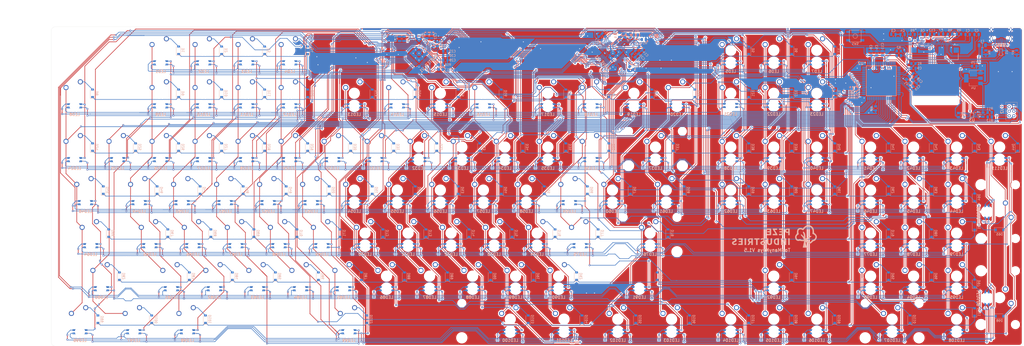
<source format=kicad_pcb>
(kicad_pcb (version 20171130) (host pcbnew "(5.1.10)-1")
  (title_block (rev 1.5))
  (layers (0 F.Cu signal) (31 B.Cu signal) (34 B.Paste user) (35 F.Paste user) (36 B.SilkS user) (37 F.SilkS user) (38 B.Mask user) (39 F.Mask user) (44 Edge.Cuts user))
  (net 0 "")
  (net 1 "Net-(C1-Pad2)")
  (net 2 "Net-(C1-Pad1)")
  (net 3 "Net-(C2-Pad2)")
  (net 4 "Net-(C2-Pad1)")
  (net 5 +3V3)
  (net 6 GND)
  (net 7 "Net-(C5-Pad1)")
  (net 8 "Net-(C6-Pad2)")
  (net 9 "Net-(C12-Pad2)")
  (net 10 +5V)
  (net 11 XTAL1)
  (net 12 XTAL2)
  (net 13 "Net-(D1-Pad2)")
  (net 14 "Net-(D2-Pad2)")
  (net 15 "Net-(D3-Pad2)")
  (net 16 "Net-(D4-Pad2)")
  (net 17 "Net-(D5-Pad2)")
  (net 18 "Net-(D6-Pad2)")
  (net 19 "Net-(D7-Pad2)")
  (net 20 "Net-(D8-Pad2)")
  (net 21 ROW1)
  (net 22 "Net-(D9-Pad2)")
  (net 23 "Net-(D10-Pad2)")
  (net 24 "Net-(D11-Pad2)")
  (net 25 "Net-(D12-Pad2)")
  (net 26 "Net-(D13-Pad2)")
  (net 27 "Net-(D14-Pad2)")
  (net 28 "Net-(D15-Pad2)")
  (net 29 "Net-(D16-Pad2)")
  (net 30 "Net-(D17-Pad2)")
  (net 31 "Net-(D18-Pad2)")
  (net 32 "Net-(D19-Pad2)")
  (net 33 "Net-(D20-Pad2)")
  (net 34 "Net-(D21-Pad2)")
  (net 35 "Net-(D22-Pad2)")
  (net 36 "Net-(D23-Pad2)")
  (net 37 "Net-(D24-Pad2)")
  (net 38 ROW3)
  (net 39 "Net-(D25-Pad2)")
  (net 40 "Net-(D26-Pad2)")
  (net 41 "Net-(D27-Pad2)")
  (net 42 "Net-(D28-Pad2)")
  (net 43 "Net-(D29-Pad2)")
  (net 44 "Net-(D30-Pad2)")
  (net 45 "Net-(D31-Pad2)")
  (net 46 "Net-(D32-Pad2)")
  (net 47 "Net-(D33-Pad2)")
  (net 48 "Net-(D34-Pad2)")
  (net 49 "Net-(D35-Pad2)")
  (net 50 "Net-(D36-Pad2)")
  (net 51 "Net-(D37-Pad2)")
  (net 52 "Net-(D38-Pad2)")
  (net 53 "Net-(D39-Pad2)")
  (net 54 "Net-(D40-Pad2)")
  (net 55 "Net-(D41-Pad2)")
  (net 56 "Net-(D42-Pad2)")
  (net 57 "Net-(D43-Pad2)")
  (net 58 "Net-(D44-Pad2)")
  (net 59 "Net-(D45-Pad2)")
  (net 60 ROW4)
  (net 61 "Net-(D46-Pad2)")
  (net 62 "Net-(D47-Pad2)")
  (net 63 "Net-(D48-Pad2)")
  (net 64 "Net-(D49-Pad2)")
  (net 65 "Net-(D50-Pad2)")
  (net 66 "Net-(D51-Pad2)")
  (net 67 "Net-(D52-Pad2)")
  (net 68 "Net-(D53-Pad2)")
  (net 69 "Net-(D54-Pad2)")
  (net 70 "Net-(D55-Pad2)")
  (net 71 "Net-(D56-Pad2)")
  (net 72 "Net-(D57-Pad2)")
  (net 73 "Net-(D58-Pad2)")
  (net 74 "Net-(D59-Pad2)")
  (net 75 "Net-(D60-Pad2)")
  (net 76 "Net-(D61-Pad2)")
  (net 77 "Net-(D62-Pad2)")
  (net 78 "Net-(D63-Pad2)")
  (net 79 "Net-(D64-Pad2)")
  (net 80 "Net-(D65-Pad2)")
  (net 81 "Net-(D66-Pad2)")
  (net 82 ROW5)
  (net 83 "Net-(D67-Pad2)")
  (net 84 "Net-(D68-Pad2)")
  (net 85 "Net-(D69-Pad2)")
  (net 86 "Net-(D70-Pad2)")
  (net 87 "Net-(D71-Pad2)")
  (net 88 "Net-(D72-Pad2)")
  (net 89 "Net-(D73-Pad2)")
  (net 90 "Net-(D74-Pad2)")
  (net 91 "Net-(D75-Pad2)")
  (net 92 "Net-(D76-Pad2)")
  (net 93 "Net-(D77-Pad2)")
  (net 94 "Net-(D78-Pad2)")
  (net 95 "Net-(D79-Pad2)")
  (net 96 "Net-(D80-Pad2)")
  (net 97 "Net-(D81-Pad2)")
  (net 98 "Net-(D82-Pad2)")
  (net 99 ROW6)
  (net 100 "Net-(D83-Pad2)")
  (net 101 "Net-(D84-Pad2)")
  (net 102 "Net-(D85-Pad2)")
  (net 103 "Net-(D86-Pad2)")
  (net 104 "Net-(D87-Pad2)")
  (net 105 "Net-(D88-Pad2)")
  (net 106 "Net-(D89-Pad2)")
  (net 107 "Net-(D90-Pad2)")
  (net 108 "Net-(D91-Pad2)")
  (net 109 "Net-(D92-Pad2)")
  (net 110 "Net-(D93-Pad2)")
  (net 111 "Net-(D94-Pad2)")
  (net 112 "Net-(D95-Pad2)")
  (net 113 "Net-(D96-Pad2)")
  (net 114 "Net-(D97-Pad2)")
  (net 115 "Net-(D98-Pad2)")
  (net 116 "Net-(D99-Pad2)")
  (net 117 ROW7)
  (net 118 "Net-(D100-Pad2)")
  (net 119 "Net-(D101-Pad2)")
  (net 120 "Net-(D102-Pad2)")
  (net 121 "Net-(D103-Pad2)")
  (net 122 "Net-(D104-Pad2)")
  (net 123 "Net-(D105-Pad2)")
  (net 124 "Net-(D106-Pad2)")
  (net 125 "Net-(D107-Pad2)")
  (net 126 "Net-(D108-Pad2)")
  (net 127 "Net-(D109-Pad2)")
  (net 128 "Net-(D110-Pad2)")
  (net 129 "Net-(D111-Pad2)")
  (net 130 VCC)
  (net 131 "Net-(J1-Pad26)")
  (net 132 SDA_3.3)
  (net 133 SCL_3.3)
  (net 134 RESET)
  (net 135 "Net-(J1-Pad7)")
  (net 136 SW10)
  (net 137 SW12)
  (net 138 CS1)
  (net 139 SW11)
  (net 140 CS2)
  (net 141 CS3)
  (net 142 CS4)
  (net 143 CS5)
  (net 144 CS6)
  (net 145 CS7)
  (net 146 CS8)
  (net 147 CS9)
  (net 148 CS10)
  (net 149 CS11)
  (net 150 CS12)
  (net 151 CS13)
  (net 152 CS14)
  (net 153 CS15)
  (net 154 CS16)
  (net 155 SW7)
  (net 156 SW9)
  (net 157 SW8)
  (net 158 SW4)
  (net 159 SW6)
  (net 160 SW5)
  (net 161 SW1)
  (net 162 SW3)
  (net 163 SW2)
  (net 164 SW22)
  (net 165 SW24)
  (net 166 CS17)
  (net 167 SW23)
  (net 168 CS18)
  (net 169 CS19)
  (net 170 CS20)
  (net 171 CS21)
  (net 172 CS22)
  (net 173 CS23)
  (net 174 CS24)
  (net 175 CS25)
  (net 176 CS26)
  (net 177 CS27)
  (net 178 SW19)
  (net 179 SW21)
  (net 180 SW20)
  (net 181 CS28)
  (net 182 SW16)
  (net 183 SW18)
  (net 184 SW17)
  (net 185 SW13)
  (net 186 SW15)
  (net 187 SW14)
  (net 188 "Net-(MASTER_U1-Pad47)")
  (net 189 "Net-(MASTER_U1-Pad46)")
  (net 190 "Net-(MASTER_U1-Pad45)")
  (net 191 "Net-(MASTER_U1-Pad36)")
  (net 192 "Net-(MASTER_U1-Pad35)")
  (net 193 "Net-(MASTER_U1-Pad1)")
  (net 194 COL10)
  (net 195 COL01)
  (net 196 COL02)
  (net 197 COL03)
  (net 198 COL04)
  (net 199 COL05)
  (net 200 COL06)
  (net 201 COL07)
  (net 202 COL08)
  (net 203 COL09)
  (net 204 COL14)
  (net 205 COL00)
  (net 206 COL15)
  (net 207 COL16)
  (net 208 COL13)
  (net 209 COL12)
  (net 210 COL11)
  (net 211 COL19)
  (net 212 COL20)
  (net 213 COL21)
  (net 214 COL22)
  (net 215 COL17)
  (net 216 "Net-(R2-Pad2)")
  (net 217 D-)
  (net 218 "Net-(R3-Pad2)")
  (net 219 D+)
  (net 220 "Net-(R4-Pad2)")
  (net 221 "Net-(R7-Pad2)")
  (net 222 "Net-(R8-Pad1)")
  (net 223 "Net-(R10-Pad2)")
  (net 224 SCL)
  (net 225 SDA)
  (net 226 "Net-(R13-Pad1)")
  (net 227 "Net-(R14-Pad1)")
  (net 228 "Net-(R15-Pad1)")
  (net 229 "Net-(SLAVE_U1-Pad45)")
  (net 230 "Net-(SLAVE_U1-Pad36)")
  (net 231 "Net-(SLAVE_U1-Pad1)")
  (net 232 "Net-(U2-Pad62)")
  (net 233 ROW0)
  (net 234 "Net-(USB1-Pad3)")
  (net 235 "Net-(USB1-Pad9)")
  (net 236 MOSI)
  (net 237 SCK)
  (net 238 MISO)
  (net 239 SYNC)
  (net 240 "Net-(U2-Pad17)")
  (net 241 "Net-(U2-Pad16)")
  (net 242 "Net-(U2-Pad15)")
  (net 243 "Net-(U2-Pad14)")
  (net 244 "Net-(U2-Pad10)")
  (net 245 "Net-(U2-Pad19)")
  (net 246 "Net-(U2-Pad18)")
  (net 247 "Net-(U2-Pad51)")
  (net 248 "Net-(U2-Pad30)")
  (net 249 "Net-(U2-Pad29)")
  (net 250 "Net-(U2-Pad28)")
  (net 251 "Net-(U2-Pad27)")
  (net 252 "Net-(U2-Pad9)")
  (net 253 CS30)
  (net 254 CS31)
  (net 255 CS32)
  (net 256 CS29)
  (module SamacSys_Parts:IS31FL3733-TQLS4 (layer B.Cu) (at 328.676 260.096 45)
    (fp_text reference MASTER_U1 (at -0.089803 6.196377 45) (layer B.SilkS) (effects (font (size 1.27 1.27) (thickness 0.254)) (justify mirror)))
    (fp_text value IS31FL3733-TQ hide)
    (pad 49 smd rect (at 0 0 45) (size 2 2) (layers B.Cu B.Paste B.Mask) (net 6 GND))
    (pad 48 smd rect (at -2.75 4.238 45) (size 0.3 1.475) (layers B.Cu B.Paste B.Mask) (net 6 GND))
    (pad 47 smd rect (at -2.25 4.238 45) (size 0.3 1.475) (layers B.Cu B.Paste B.Mask) (net 188 "Net-(MASTER_U1-Pad47)"))
    (pad 46 smd rect (at -1.75 4.238 45) (size 0.3 1.475) (layers B.Cu B.Paste B.Mask) (net 189 "Net-(MASTER_U1-Pad46)"))
    (pad 45 smd rect (at -1.25 4.238 45) (size 0.3 1.475) (layers B.Cu B.Paste B.Mask) (net 190 "Net-(MASTER_U1-Pad45)"))
    (pad 44 smd rect (at -0.75 4.238 45) (size 0.3 1.475) (layers B.Cu B.Paste B.Mask) (net 6 GND))
    (pad 43 smd rect (at -0.25 4.238 45) (size 0.3 1.475) (layers B.Cu B.Paste B.Mask) (net 6 GND))
    (pad 42 smd rect (at 0.25 4.238 45) (size 0.3 1.475) (layers B.Cu B.Paste B.Mask) (net 133 SCL_3.3))
    (pad 41 smd rect (at 0.75 4.238 45) (size 0.3 1.475) (layers B.Cu B.Paste B.Mask) (net 132 SDA_3.3))
    (pad 40 smd rect (at 1.25 4.238 45) (size 0.3 1.475) (layers B.Cu B.Paste B.Mask) (net 239 SYNC))
    (pad 39 smd rect (at 1.75 4.238 45) (size 0.3 1.475) (layers B.Cu B.Paste B.Mask) (net 10 +5V))
    (pad 38 smd rect (at 2.25 4.238 45) (size 0.3 1.475) (layers B.Cu B.Paste B.Mask) (net 10 +5V))
    (pad 37 smd rect (at 2.75 4.238 45) (size 0.3 1.475) (layers B.Cu B.Paste B.Mask) (net 10 +5V))
    (pad 36 smd rect (at 4.238 2.75 315) (size 0.3 1.475) (layers B.Cu B.Paste B.Mask) (net 191 "Net-(MASTER_U1-Pad36)"))
    (pad 35 smd rect (at 4.238 2.25 315) (size 0.3 1.475) (layers B.Cu B.Paste B.Mask) (net 192 "Net-(MASTER_U1-Pad35)"))
    (pad 34 smd rect (at 4.238 1.75 315) (size 0.3 1.475) (layers B.Cu B.Paste B.Mask) (net 6 GND))
    (pad 33 smd rect (at 4.238 1.25 315) (size 0.3 1.475) (layers B.Cu B.Paste B.Mask) (net 154 CS16))
    (pad 32 smd rect (at 4.238 0.75 315) (size 0.3 1.475) (layers B.Cu B.Paste B.Mask) (net 153 CS15))
    (pad 31 smd rect (at 4.238 0.25 315) (size 0.3 1.475) (layers B.Cu B.Paste B.Mask) (net 152 CS14))
    (pad 30 smd rect (at 4.238 -0.25 315) (size 0.3 1.475) (layers B.Cu B.Paste B.Mask) (net 151 CS13))
    (pad 29 smd rect (at 4.238 -0.75 315) (size 0.3 1.475) (layers B.Cu B.Paste B.Mask) (net 10 +5V))
    (pad 28 smd rect (at 4.238 -1.25 315) (size 0.3 1.475) (layers B.Cu B.Paste B.Mask) (net 150 CS12))
    (pad 27 smd rect (at 4.238 -1.75 315) (size 0.3 1.475) (layers B.Cu B.Paste B.Mask) (net 149 CS11))
    (pad 26 smd rect (at 4.238 -2.25 315) (size 0.3 1.475) (layers B.Cu B.Paste B.Mask) (net 148 CS10))
    (pad 25 smd rect (at 4.238 -2.75 315) (size 0.3 1.475) (layers B.Cu B.Paste B.Mask) (net 147 CS9))
    (pad 24 smd rect (at 2.75 -4.238 45) (size 0.3 1.475) (layers B.Cu B.Paste B.Mask) (net 146 CS8))
    (pad 23 smd rect (at 2.25 -4.238 45) (size 0.3 1.475) (layers B.Cu B.Paste B.Mask) (net 145 CS7))
    (pad 22 smd rect (at 1.75 -4.238 45) (size 0.3 1.475) (layers B.Cu B.Paste B.Mask) (net 144 CS6))
    (pad 21 smd rect (at 1.25 -4.238 45) (size 0.3 1.475) (layers B.Cu B.Paste B.Mask) (net 143 CS5))
    (pad 20 smd rect (at 0.75 -4.238 45) (size 0.3 1.475) (layers B.Cu B.Paste B.Mask) (net 10 +5V))
    (pad 19 smd rect (at 0.25 -4.238 45) (size 0.3 1.475) (layers B.Cu B.Paste B.Mask) (net 142 CS4))
    (pad 18 smd rect (at -0.25 -4.238 45) (size 0.3 1.475) (layers B.Cu B.Paste B.Mask) (net 141 CS3))
    (pad 17 smd rect (at -0.75 -4.238 45) (size 0.3 1.475) (layers B.Cu B.Paste B.Mask) (net 140 CS2))
    (pad 16 smd rect (at -1.25 -4.238 45) (size 0.3 1.475) (layers B.Cu B.Paste B.Mask) (net 138 CS1))
    (pad 15 smd rect (at -1.75 -4.238 45) (size 0.3 1.475) (layers B.Cu B.Paste B.Mask) (net 137 SW12))
    (pad 14 smd rect (at -2.25 -4.238 45) (size 0.3 1.475) (layers B.Cu B.Paste B.Mask) (net 139 SW11))
    (pad 13 smd rect (at -2.75 -4.238 45) (size 0.3 1.475) (layers B.Cu B.Paste B.Mask) (net 136 SW10))
    (pad 12 smd rect (at -4.238 -2.75 315) (size 0.3 1.475) (layers B.Cu B.Paste B.Mask) (net 6 GND))
    (pad 11 smd rect (at -4.238 -2.25 315) (size 0.3 1.475) (layers B.Cu B.Paste B.Mask) (net 156 SW9))
    (pad 10 smd rect (at -4.238 -1.75 315) (size 0.3 1.475) (layers B.Cu B.Paste B.Mask) (net 157 SW8))
    (pad 9 smd rect (at -4.238 -1.25 315) (size 0.3 1.475) (layers B.Cu B.Paste B.Mask) (net 155 SW7))
    (pad 8 smd rect (at -4.238 -0.75 315) (size 0.3 1.475) (layers B.Cu B.Paste B.Mask) (net 159 SW6))
    (pad 7 smd rect (at -4.238 -0.25 315) (size 0.3 1.475) (layers B.Cu B.Paste B.Mask) (net 160 SW5))
    (pad 6 smd rect (at -4.238 0.25 315) (size 0.3 1.475) (layers B.Cu B.Paste B.Mask) (net 158 SW4))
    (pad 5 smd rect (at -4.238 0.75 315) (size 0.3 1.475) (layers B.Cu B.Paste B.Mask) (net 6 GND))
    (pad 4 smd rect (at -4.238 1.25 315) (size 0.3 1.475) (layers B.Cu B.Paste B.Mask) (net 162 SW3))
    (pad 3 smd rect (at -4.238 1.75 315) (size 0.3 1.475) (layers B.Cu B.Paste B.Mask) (net 163 SW2))
    (pad 2 smd rect (at -4.238 2.25 315) (size 0.3 1.475) (layers B.Cu B.Paste B.Mask) (net 161 SW1))
    (pad 1 smd rect (at -4.238 2.75 315) (size 0.3 1.475) (layers B.Cu B.Paste B.Mask) (net 193 "Net-(MASTER_U1-Pad1)"))
  )
  (module SamacSys_Parts:IS31FL3733-TQLS4 (layer B.Cu) (at 414.528 259.842 135)
    (fp_text reference SLAVE_U1 (at 0 -6.286179 135) (layer B.SilkS) (effects (font (size 1.27 1.27) (thickness 0.254)) (justify mirror)))
    (fp_text value IS31FL3733-TQ hide)
    (pad 49 smd rect (at 0 0 135) (size 2 2) (layers B.Cu B.Paste B.Mask) (net 6 GND))
    (pad 48 smd rect (at -2.75 4.238 135) (size 0.3 1.475) (layers B.Cu B.Paste B.Mask) (net 6 GND))
    (pad 47 smd rect (at -2.25 4.238 135) (size 0.3 1.475) (layers B.Cu B.Paste B.Mask) (net 227 "Net-(R14-Pad1)"))
    (pad 46 smd rect (at -1.75 4.238 135) (size 0.3 1.475) (layers B.Cu B.Paste B.Mask) (net 226 "Net-(R13-Pad1)"))
    (pad 45 smd rect (at -1.25 4.238 135) (size 0.3 1.475) (layers B.Cu B.Paste B.Mask) (net 229 "Net-(SLAVE_U1-Pad45)"))
    (pad 44 smd rect (at -0.75 4.238 135) (size 0.3 1.475) (layers B.Cu B.Paste B.Mask) (net 6 GND))
    (pad 43 smd rect (at -0.25 4.238 135) (size 0.3 1.475) (layers B.Cu B.Paste B.Mask) (net 10 +5V))
    (pad 42 smd rect (at 0.25 4.238 135) (size 0.3 1.475) (layers B.Cu B.Paste B.Mask) (net 133 SCL_3.3))
    (pad 41 smd rect (at 0.75 4.238 135) (size 0.3 1.475) (layers B.Cu B.Paste B.Mask) (net 132 SDA_3.3))
    (pad 40 smd rect (at 1.25 4.238 135) (size 0.3 1.475) (layers B.Cu B.Paste B.Mask) (net 239 SYNC))
    (pad 39 smd rect (at 1.75 4.238 135) (size 0.3 1.475) (layers B.Cu B.Paste B.Mask) (net 10 +5V))
    (pad 38 smd rect (at 2.25 4.238 135) (size 0.3 1.475) (layers B.Cu B.Paste B.Mask) (net 10 +5V))
    (pad 37 smd rect (at 2.75 4.238 135) (size 0.3 1.475) (layers B.Cu B.Paste B.Mask) (net 10 +5V))
    (pad 36 smd rect (at 4.238 2.75 45) (size 0.3 1.475) (layers B.Cu B.Paste B.Mask) (net 230 "Net-(SLAVE_U1-Pad36)"))
    (pad 35 smd rect (at 4.238 2.25 45) (size 0.3 1.475) (layers B.Cu B.Paste B.Mask) (net 228 "Net-(R15-Pad1)"))
    (pad 34 smd rect (at 4.238 1.75 45) (size 0.3 1.475) (layers B.Cu B.Paste B.Mask) (net 6 GND))
    (pad 33 smd rect (at 4.238 1.25 45) (size 0.3 1.475) (layers B.Cu B.Paste B.Mask) (net 255 CS32))
    (pad 32 smd rect (at 4.238 0.75 45) (size 0.3 1.475) (layers B.Cu B.Paste B.Mask) (net 254 CS31))
    (pad 31 smd rect (at 4.238 0.25 45) (size 0.3 1.475) (layers B.Cu B.Paste B.Mask) (net 253 CS30))
    (pad 30 smd rect (at 4.238 -0.25 45) (size 0.3 1.475) (layers B.Cu B.Paste B.Mask) (net 256 CS29))
    (pad 29 smd rect (at 4.238 -0.75 45) (size 0.3 1.475) (layers B.Cu B.Paste B.Mask) (net 10 +5V))
    (pad 28 smd rect (at 4.238 -1.25 45) (size 0.3 1.475) (layers B.Cu B.Paste B.Mask) (net 181 CS28))
    (pad 27 smd rect (at 4.238 -1.75 45) (size 0.3 1.475) (layers B.Cu B.Paste B.Mask) (net 177 CS27))
    (pad 26 smd rect (at 4.238 -2.25 45) (size 0.3 1.475) (layers B.Cu B.Paste B.Mask) (net 176 CS26))
    (pad 25 smd rect (at 4.238 -2.75 45) (size 0.3 1.475) (layers B.Cu B.Paste B.Mask) (net 175 CS25))
    (pad 24 smd rect (at 2.75 -4.238 135) (size 0.3 1.475) (layers B.Cu B.Paste B.Mask) (net 174 CS24))
    (pad 23 smd rect (at 2.25 -4.238 135) (size 0.3 1.475) (layers B.Cu B.Paste B.Mask) (net 173 CS23))
    (pad 22 smd rect (at 1.75 -4.238 135) (size 0.3 1.475) (layers B.Cu B.Paste B.Mask) (net 172 CS22))
    (pad 21 smd rect (at 1.25 -4.238 135) (size 0.3 1.475) (layers B.Cu B.Paste B.Mask) (net 171 CS21))
    (pad 20 smd rect (at 0.75 -4.238 135) (size 0.3 1.475) (layers B.Cu B.Paste B.Mask) (net 10 +5V))
    (pad 19 smd rect (at 0.25 -4.238 135) (size 0.3 1.475) (layers B.Cu B.Paste B.Mask) (net 170 CS20))
    (pad 18 smd rect (at -0.25 -4.238 135) (size 0.3 1.475) (layers B.Cu B.Paste B.Mask) (net 169 CS19))
    (pad 17 smd rect (at -0.75 -4.238 135) (size 0.3 1.475) (layers B.Cu B.Paste B.Mask) (net 168 CS18))
    (pad 16 smd rect (at -1.25 -4.238 135) (size 0.3 1.475) (layers B.Cu B.Paste B.Mask) (net 166 CS17))
    (pad 15 smd rect (at -1.75 -4.238 135) (size 0.3 1.475) (layers B.Cu B.Paste B.Mask) (net 165 SW24))
    (pad 14 smd rect (at -2.25 -4.238 135) (size 0.3 1.475) (layers B.Cu B.Paste B.Mask) (net 167 SW23))
    (pad 13 smd rect (at -2.75 -4.238 135) (size 0.3 1.475) (layers B.Cu B.Paste B.Mask) (net 164 SW22))
    (pad 12 smd rect (at -4.238 -2.75 45) (size 0.3 1.475) (layers B.Cu B.Paste B.Mask) (net 6 GND))
    (pad 11 smd rect (at -4.238 -2.25 45) (size 0.3 1.475) (layers B.Cu B.Paste B.Mask) (net 179 SW21))
    (pad 10 smd rect (at -4.238 -1.75 45) (size 0.3 1.475) (layers B.Cu B.Paste B.Mask) (net 180 SW20))
    (pad 9 smd rect (at -4.238 -1.25 45) (size 0.3 1.475) (layers B.Cu B.Paste B.Mask) (net 178 SW19))
    (pad 8 smd rect (at -4.238 -0.75 45) (size 0.3 1.475) (layers B.Cu B.Paste B.Mask) (net 183 SW18))
    (pad 7 smd rect (at -4.238 -0.25 45) (size 0.3 1.475) (layers B.Cu B.Paste B.Mask) (net 184 SW17))
    (pad 6 smd rect (at -4.238 0.25 45) (size 0.3 1.475) (layers B.Cu B.Paste B.Mask) (net 182 SW16))
    (pad 5 smd rect (at -4.238 0.75 45) (size 0.3 1.475) (layers B.Cu B.Paste B.Mask) (net 6 GND))
    (pad 4 smd rect (at -4.238 1.25 45) (size 0.3 1.475) (layers B.Cu B.Paste B.Mask) (net 186 SW15))
    (pad 3 smd rect (at -4.238 1.75 45) (size 0.3 1.475) (layers B.Cu B.Paste B.Mask) (net 187 SW14))
    (pad 2 smd rect (at -4.238 2.25 45) (size 0.3 1.475) (layers B.Cu B.Paste B.Mask) (net 185 SW13))
    (pad 1 smd rect (at -4.238 2.75 45) (size 0.3 1.475) (layers B.Cu B.Paste B.Mask) (net 231 "Net-(SLAVE_U1-Pad1)"))
  )
  (module SamacSys_Parts:PCA9306TDCURQ1 (layer B.Cu) (at 573.532 287.528 180)
    (fp_text reference U3 (at 0 -2.159 180) (layer B.SilkS) (effects (font (size 1.27 1.27) (thickness 0.254)) (justify mirror)))
    (fp_text value PCA9306 hide)
    (pad 8 smd rect (at 1.575 0.75 90) (size 0.3 0.85) (layers B.Cu B.Paste B.Mask) (net 223 "Net-(R10-Pad2)"))
    (pad 7 smd rect (at 1.575 0.25 90) (size 0.3 0.85) (layers B.Cu B.Paste B.Mask) (net 223 "Net-(R10-Pad2)"))
    (pad 6 smd rect (at 1.575 -0.25 90) (size 0.3 0.85) (layers B.Cu B.Paste B.Mask) (net 133 SCL_3.3))
    (pad 5 smd rect (at 1.575 -0.75 90) (size 0.3 0.85) (layers B.Cu B.Paste B.Mask) (net 132 SDA_3.3))
    (pad 4 smd rect (at -1.575 -0.75 90) (size 0.3 0.85) (layers B.Cu B.Paste B.Mask) (net 225 SDA))
    (pad 3 smd rect (at -1.575 -0.25 90) (size 0.3 0.85) (layers B.Cu B.Paste B.Mask) (net 224 SCL))
    (pad 2 smd rect (at -1.575 0.25 90) (size 0.3 0.85) (layers B.Cu B.Paste B.Mask) (net 10 +5V))
    (pad 1 smd rect (at -1.575 0.75 90) (size 0.3 0.85) (layers B.Cu B.Paste B.Mask) (net 6 GND))
  )
  (module SamacSys_Parts:QBLP677R-RGB (layer B.Cu) (at 176.212 283.369)
    (fp_text reference LED8 (at 0 3.81) (layer B.SilkS) (effects (font (size 1.27 1.27) (thickness 0.254)) (justify mirror)))
    (fp_text value QBLP677R-RGB hide)
    (pad "" np_thru_hole circle (at 0 0) (size 4.5 4.5) (drill 4.5) (layers *.Cu *.Mask))
    (pad 4 smd rect (at 2.6 -0.725 270) (size 0.8 1.4) (layers B.Cu B.Paste B.Mask) (net 166 CS17))
    (pad 3 smd rect (at -2.6 -0.725 270) (size 0.8 1.4) (layers B.Cu B.Paste B.Mask) (net 180 SW20))
    (pad 2 smd rect (at -2.6 0.725 270) (size 0.8 1.4) (layers B.Cu B.Paste B.Mask) (net 178 SW19))
    (pad 1 smd rect (at 2.6 0.725 270) (size 0.8 1.4) (layers B.Cu B.Paste B.Mask) (net 179 SW21))
  )
  (module SamacSys_Parts:QBLP677R-RGB (layer B.Cu) (at 323.85 345.281)
    (fp_text reference LED71 (at 0 3.81) (layer B.SilkS) (effects (font (size 1.27 1.27) (thickness 0.254)) (justify mirror)))
    (fp_text value QBLP677R-RGB hide)
    (pad "" np_thru_hole circle (at 0 0) (size 4.5 4.5) (drill 4.5) (layers *.Cu *.Mask))
    (pad 4 smd rect (at 2.6 -0.725 270) (size 0.8 1.4) (layers B.Cu B.Paste B.Mask) (net 146 CS8))
    (pad 3 smd rect (at -2.6 -0.725 270) (size 0.8 1.4) (layers B.Cu B.Paste B.Mask) (net 157 SW8))
    (pad 2 smd rect (at -2.6 0.725 270) (size 0.8 1.4) (layers B.Cu B.Paste B.Mask) (net 155 SW7))
    (pad 1 smd rect (at 2.6 0.725 270) (size 0.8 1.4) (layers B.Cu B.Paste B.Mask) (net 156 SW9))
  )
  (module SamacSys_Parts:QBLP677R-RGB (layer B.Cu) (at 585.724 307.181)
    (fp_text reference LED111 (at 0 3.81) (layer B.SilkS) (effects (font (size 1.27 1.27) (thickness 0.254)) (justify mirror)))
    (fp_text value QBLP677R-RGB hide)
    (pad "" np_thru_hole circle (at 0 0) (size 4.5 4.5) (drill 4.5) (layers *.Cu *.Mask))
    (pad 4 smd rect (at 2.6 -0.725 270) (size 0.8 1.4) (layers B.Cu B.Paste B.Mask) (net 154 CS16))
    (pad 3 smd rect (at -2.6 -0.725 270) (size 0.8 1.4) (layers B.Cu B.Paste B.Mask) (net 163 SW2))
    (pad 2 smd rect (at -2.6 0.725 270) (size 0.8 1.4) (layers B.Cu B.Paste B.Mask) (net 161 SW1))
    (pad 1 smd rect (at 2.6 0.725 270) (size 0.8 1.4) (layers B.Cu B.Paste B.Mask) (net 162 SW3))
  )
  (module SamacSys_Parts:QBLP677R-RGB (layer B.Cu) (at 504.825 283.21)
    (fp_text reference LED23 (at 0 3.81) (layer B.SilkS) (effects (font (size 1.27 1.27) (thickness 0.254)) (justify mirror)))
    (fp_text value QBLP677R-RGB hide)
    (pad "" np_thru_hole circle (at 0 0) (size 4.5 4.5) (drill 4.5) (layers *.Cu *.Mask))
    (pad 4 smd rect (at 2.6 -0.725 270) (size 0.8 1.4) (layers B.Cu B.Paste B.Mask) (net 255 CS32))
    (pad 3 smd rect (at -2.6 -0.725 270) (size 0.8 1.4) (layers B.Cu B.Paste B.Mask) (net 180 SW20))
    (pad 2 smd rect (at -2.6 0.725 270) (size 0.8 1.4) (layers B.Cu B.Paste B.Mask) (net 178 SW19))
    (pad 1 smd rect (at 2.6 0.725 270) (size 0.8 1.4) (layers B.Cu B.Paste B.Mask) (net 179 SW21))
  )
  (module SamacSys_Parts:QBLP677R-RGB (layer B.Cu) (at 342.9 345.281)
    (fp_text reference LED72 (at 0 3.81) (layer B.SilkS) (effects (font (size 1.27 1.27) (thickness 0.254)) (justify mirror)))
    (fp_text value QBLP677R-RGB hide)
    (pad "" np_thru_hole circle (at 0 0) (size 4.5 4.5) (drill 4.5) (layers *.Cu *.Mask))
    (pad 4 smd rect (at 2.6 -0.725 270) (size 0.8 1.4) (layers B.Cu B.Paste B.Mask) (net 147 CS9))
    (pad 3 smd rect (at -2.6 -0.725 270) (size 0.8 1.4) (layers B.Cu B.Paste B.Mask) (net 157 SW8))
    (pad 2 smd rect (at -2.6 0.725 270) (size 0.8 1.4) (layers B.Cu B.Paste B.Mask) (net 155 SW7))
    (pad 1 smd rect (at 2.6 0.725 270) (size 0.8 1.4) (layers B.Cu B.Paste B.Mask) (net 156 SW9))
  )
  (module SamacSys_Parts:QBLP677R-RGB (layer B.Cu) (at 580.167 330.327 270)
    (fp_text reference LED110 (at 0 3.81 90) (layer B.SilkS) (effects (font (size 1.27 1.27) (thickness 0.254)) (justify mirror)))
    (fp_text value QBLP677R-RGB hide)
    (pad "" np_thru_hole circle (at 0 0 270) (size 4.5 4.5) (drill 4.5) (layers *.Cu *.Mask))
    (pad 4 smd rect (at 2.6 -0.725 180) (size 0.8 1.4) (layers B.Cu B.Paste B.Mask) (net 153 CS15))
    (pad 3 smd rect (at -2.6 -0.725 180) (size 0.8 1.4) (layers B.Cu B.Paste B.Mask) (net 163 SW2))
    (pad 2 smd rect (at -2.6 0.725 180) (size 0.8 1.4) (layers B.Cu B.Paste B.Mask) (net 161 SW1))
    (pad 1 smd rect (at 2.6 0.725 180) (size 0.8 1.4) (layers B.Cu B.Paste B.Mask) (net 162 SW3))
  )
  (module SamacSys_Parts:QBLP677R-RGB (layer B.Cu) (at 580.167 368.554 270)
    (fp_text reference LED109 (at 0 3.81 90) (layer B.SilkS) (effects (font (size 1.27 1.27) (thickness 0.254)) (justify mirror)))
    (fp_text value QBLP677R-RGB hide)
    (pad "" np_thru_hole circle (at 0 0 270) (size 4.5 4.5) (drill 4.5) (layers *.Cu *.Mask))
    (pad 4 smd rect (at 2.6 -0.725 180) (size 0.8 1.4) (layers B.Cu B.Paste B.Mask) (net 152 CS14))
    (pad 3 smd rect (at -2.6 -0.725 180) (size 0.8 1.4) (layers B.Cu B.Paste B.Mask) (net 163 SW2))
    (pad 2 smd rect (at -2.6 0.725 180) (size 0.8 1.4) (layers B.Cu B.Paste B.Mask) (net 161 SW1))
    (pad 1 smd rect (at 2.6 0.725 180) (size 0.8 1.4) (layers B.Cu B.Paste B.Mask) (net 162 SW3))
  )
  (module SamacSys_Parts:QBLP677R-RGB (layer B.Cu) (at 566.738 383.381)
    (fp_text reference LED108 (at 0 3.81) (layer B.SilkS) (effects (font (size 1.27 1.27) (thickness 0.254)) (justify mirror)))
    (fp_text value QBLP677R-RGB hide)
    (pad "" np_thru_hole circle (at 0 0) (size 4.5 4.5) (drill 4.5) (layers *.Cu *.Mask))
    (pad 4 smd rect (at 2.6 -0.725 270) (size 0.8 1.4) (layers B.Cu B.Paste B.Mask) (net 151 CS13))
    (pad 3 smd rect (at -2.6 -0.725 270) (size 0.8 1.4) (layers B.Cu B.Paste B.Mask) (net 163 SW2))
    (pad 2 smd rect (at -2.6 0.725 270) (size 0.8 1.4) (layers B.Cu B.Paste B.Mask) (net 161 SW1))
    (pad 1 smd rect (at 2.6 0.725 270) (size 0.8 1.4) (layers B.Cu B.Paste B.Mask) (net 162 SW3))
  )
  (module SamacSys_Parts:QBLP677R-RGB (layer B.Cu) (at 538.162 383.381)
    (fp_text reference LED107 (at 0 3.81) (layer B.SilkS) (effects (font (size 1.27 1.27) (thickness 0.254)) (justify mirror)))
    (fp_text value QBLP677R-RGB hide)
    (pad "" np_thru_hole circle (at 0 0) (size 4.5 4.5) (drill 4.5) (layers *.Cu *.Mask))
    (pad 4 smd rect (at 2.6 -0.725 270) (size 0.8 1.4) (layers B.Cu B.Paste B.Mask) (net 150 CS12))
    (pad 3 smd rect (at -2.6 -0.725 270) (size 0.8 1.4) (layers B.Cu B.Paste B.Mask) (net 163 SW2))
    (pad 2 smd rect (at -2.6 0.725 270) (size 0.8 1.4) (layers B.Cu B.Paste B.Mask) (net 161 SW1))
    (pad 1 smd rect (at 2.6 0.725 270) (size 0.8 1.4) (layers B.Cu B.Paste B.Mask) (net 162 SW3))
  )
  (module SamacSys_Parts:QBLP677R-RGB (layer B.Cu) (at 504.825 383.381)
    (fp_text reference LED106 (at 0 3.81) (layer B.SilkS) (effects (font (size 1.27 1.27) (thickness 0.254)) (justify mirror)))
    (fp_text value QBLP677R-RGB hide)
    (pad "" np_thru_hole circle (at 0 0) (size 4.5 4.5) (drill 4.5) (layers *.Cu *.Mask))
    (pad 4 smd rect (at 2.6 -0.725 270) (size 0.8 1.4) (layers B.Cu B.Paste B.Mask) (net 149 CS11))
    (pad 3 smd rect (at -2.6 -0.725 270) (size 0.8 1.4) (layers B.Cu B.Paste B.Mask) (net 163 SW2))
    (pad 2 smd rect (at -2.6 0.725 270) (size 0.8 1.4) (layers B.Cu B.Paste B.Mask) (net 161 SW1))
    (pad 1 smd rect (at 2.6 0.725 270) (size 0.8 1.4) (layers B.Cu B.Paste B.Mask) (net 162 SW3))
  )
  (module SamacSys_Parts:QBLP677R-RGB (layer B.Cu) (at 485.775 383.381)
    (fp_text reference LED105 (at 0 3.81) (layer B.SilkS) (effects (font (size 1.27 1.27) (thickness 0.254)) (justify mirror)))
    (fp_text value QBLP677R-RGB hide)
    (pad "" np_thru_hole circle (at 0 0) (size 4.5 4.5) (drill 4.5) (layers *.Cu *.Mask))
    (pad 4 smd rect (at 2.6 -0.725 270) (size 0.8 1.4) (layers B.Cu B.Paste B.Mask) (net 148 CS10))
    (pad 3 smd rect (at -2.6 -0.725 270) (size 0.8 1.4) (layers B.Cu B.Paste B.Mask) (net 163 SW2))
    (pad 2 smd rect (at -2.6 0.725 270) (size 0.8 1.4) (layers B.Cu B.Paste B.Mask) (net 161 SW1))
    (pad 1 smd rect (at 2.6 0.725 270) (size 0.8 1.4) (layers B.Cu B.Paste B.Mask) (net 162 SW3))
  )
  (module SamacSys_Parts:QBLP677R-RGB (layer B.Cu) (at 466.725 383.381)
    (fp_text reference LED104 (at 0 3.81) (layer B.SilkS) (effects (font (size 1.27 1.27) (thickness 0.254)) (justify mirror)))
    (fp_text value QBLP677R-RGB hide)
    (pad "" np_thru_hole circle (at 0 0) (size 4.5 4.5) (drill 4.5) (layers *.Cu *.Mask))
    (pad 4 smd rect (at 2.6 -0.725 270) (size 0.8 1.4) (layers B.Cu B.Paste B.Mask) (net 147 CS9))
    (pad 3 smd rect (at -2.6 -0.725 270) (size 0.8 1.4) (layers B.Cu B.Paste B.Mask) (net 163 SW2))
    (pad 2 smd rect (at -2.6 0.725 270) (size 0.8 1.4) (layers B.Cu B.Paste B.Mask) (net 161 SW1))
    (pad 1 smd rect (at 2.6 0.725 270) (size 0.8 1.4) (layers B.Cu B.Paste B.Mask) (net 162 SW3))
  )
  (module SamacSys_Parts:QBLP677R-RGB (layer B.Cu) (at 440.531 383.381)
    (fp_text reference LED103 (at 0 3.81) (layer B.SilkS) (effects (font (size 1.27 1.27) (thickness 0.254)) (justify mirror)))
    (fp_text value QBLP677R-RGB hide)
    (pad "" np_thru_hole circle (at 0 0) (size 4.5 4.5) (drill 4.5) (layers *.Cu *.Mask))
    (pad 4 smd rect (at 2.6 -0.725 270) (size 0.8 1.4) (layers B.Cu B.Paste B.Mask) (net 146 CS8))
    (pad 3 smd rect (at -2.6 -0.725 270) (size 0.8 1.4) (layers B.Cu B.Paste B.Mask) (net 163 SW2))
    (pad 2 smd rect (at -2.6 0.725 270) (size 0.8 1.4) (layers B.Cu B.Paste B.Mask) (net 161 SW1))
    (pad 1 smd rect (at 2.6 0.725 270) (size 0.8 1.4) (layers B.Cu B.Paste B.Mask) (net 162 SW3))
  )
  (module SamacSys_Parts:QBLP677R-RGB (layer B.Cu) (at 416.719 383.381)
    (fp_text reference LED102 (at 0 3.81) (layer B.SilkS) (effects (font (size 1.27 1.27) (thickness 0.254)) (justify mirror)))
    (fp_text value QBLP677R-RGB hide)
    (pad "" np_thru_hole circle (at 0 0) (size 4.5 4.5) (drill 4.5) (layers *.Cu *.Mask))
    (pad 4 smd rect (at 2.6 -0.725 270) (size 0.8 1.4) (layers B.Cu B.Paste B.Mask) (net 145 CS7))
    (pad 3 smd rect (at -2.6 -0.725 270) (size 0.8 1.4) (layers B.Cu B.Paste B.Mask) (net 163 SW2))
    (pad 2 smd rect (at -2.6 0.725 270) (size 0.8 1.4) (layers B.Cu B.Paste B.Mask) (net 161 SW1))
    (pad 1 smd rect (at 2.6 0.725 270) (size 0.8 1.4) (layers B.Cu B.Paste B.Mask) (net 162 SW3))
  )
  (module SamacSys_Parts:QBLP677R-RGB (layer B.Cu) (at 392.906 383.381)
    (fp_text reference LED101 (at 0 3.81) (layer B.SilkS) (effects (font (size 1.27 1.27) (thickness 0.254)) (justify mirror)))
    (fp_text value QBLP677R-RGB hide)
    (pad "" np_thru_hole circle (at 0 0) (size 4.5 4.5) (drill 4.5) (layers *.Cu *.Mask))
    (pad 4 smd rect (at 2.6 -0.725 270) (size 0.8 1.4) (layers B.Cu B.Paste B.Mask) (net 144 CS6))
    (pad 3 smd rect (at -2.6 -0.725 270) (size 0.8 1.4) (layers B.Cu B.Paste B.Mask) (net 163 SW2))
    (pad 2 smd rect (at -2.6 0.725 270) (size 0.8 1.4) (layers B.Cu B.Paste B.Mask) (net 161 SW1))
    (pad 1 smd rect (at 2.6 0.725 270) (size 0.8 1.4) (layers B.Cu B.Paste B.Mask) (net 162 SW3))
  )
  (module SamacSys_Parts:QBLP677R-RGB (layer B.Cu) (at 369.094 383.381)
    (fp_text reference LED100 (at 0 3.81) (layer B.SilkS) (effects (font (size 1.27 1.27) (thickness 0.254)) (justify mirror)))
    (fp_text value QBLP677R-RGB hide)
    (pad "" np_thru_hole circle (at 0 0) (size 4.5 4.5) (drill 4.5) (layers *.Cu *.Mask))
    (pad 4 smd rect (at 2.6 -0.725 270) (size 0.8 1.4) (layers B.Cu B.Paste B.Mask) (net 143 CS5))
    (pad 3 smd rect (at -2.6 -0.725 270) (size 0.8 1.4) (layers B.Cu B.Paste B.Mask) (net 163 SW2))
    (pad 2 smd rect (at -2.6 0.725 270) (size 0.8 1.4) (layers B.Cu B.Paste B.Mask) (net 161 SW1))
    (pad 1 smd rect (at 2.6 0.725 270) (size 0.8 1.4) (layers B.Cu B.Paste B.Mask) (net 162 SW3))
  )
  (module SamacSys_Parts:QBLP677R-RGB (layer B.Cu) (at 297.656 383.381)
    (fp_text reference LED99 (at 0 3.81) (layer B.SilkS) (effects (font (size 1.27 1.27) (thickness 0.254)) (justify mirror)))
    (fp_text value QBLP677R-RGB hide)
    (pad "" np_thru_hole circle (at 0 0) (size 4.5 4.5) (drill 4.5) (layers *.Cu *.Mask))
    (pad 4 smd rect (at 2.6 -0.725 270) (size 0.8 1.4) (layers B.Cu B.Paste B.Mask) (net 142 CS4))
    (pad 3 smd rect (at -2.6 -0.725 270) (size 0.8 1.4) (layers B.Cu B.Paste B.Mask) (net 163 SW2))
    (pad 2 smd rect (at -2.6 0.725 270) (size 0.8 1.4) (layers B.Cu B.Paste B.Mask) (net 161 SW1))
    (pad 1 smd rect (at 2.6 0.725 270) (size 0.8 1.4) (layers B.Cu B.Paste B.Mask) (net 162 SW3))
  )
  (module SamacSys_Parts:QBLP677R-RGB (layer B.Cu) (at 226.219 383.381)
    (fp_text reference LED98 (at 0 3.81) (layer B.SilkS) (effects (font (size 1.27 1.27) (thickness 0.254)) (justify mirror)))
    (fp_text value QBLP677R-RGB hide)
    (pad "" np_thru_hole circle (at 0 0) (size 4.5 4.5) (drill 4.5) (layers *.Cu *.Mask))
    (pad 4 smd rect (at 2.6 -0.725 270) (size 0.8 1.4) (layers B.Cu B.Paste B.Mask) (net 141 CS3))
    (pad 3 smd rect (at -2.6 -0.725 270) (size 0.8 1.4) (layers B.Cu B.Paste B.Mask) (net 163 SW2))
    (pad 2 smd rect (at -2.6 0.725 270) (size 0.8 1.4) (layers B.Cu B.Paste B.Mask) (net 161 SW1))
    (pad 1 smd rect (at 2.6 0.725 270) (size 0.8 1.4) (layers B.Cu B.Paste B.Mask) (net 162 SW3))
  )
  (module SamacSys_Parts:QBLP677R-RGB (layer B.Cu) (at 202.406 383.381)
    (fp_text reference LED97 (at 0 3.81) (layer B.SilkS) (effects (font (size 1.27 1.27) (thickness 0.254)) (justify mirror)))
    (fp_text value QBLP677R-RGB hide)
    (pad "" np_thru_hole circle (at 0 0) (size 4.5 4.5) (drill 4.5) (layers *.Cu *.Mask))
    (pad 4 smd rect (at 2.6 -0.725 270) (size 0.8 1.4) (layers B.Cu B.Paste B.Mask) (net 140 CS2))
    (pad 3 smd rect (at -2.6 -0.725 270) (size 0.8 1.4) (layers B.Cu B.Paste B.Mask) (net 163 SW2))
    (pad 2 smd rect (at -2.6 0.725 270) (size 0.8 1.4) (layers B.Cu B.Paste B.Mask) (net 161 SW1))
    (pad 1 smd rect (at 2.6 0.725 270) (size 0.8 1.4) (layers B.Cu B.Paste B.Mask) (net 162 SW3))
  )
  (module SamacSys_Parts:QBLP677R-RGB (layer B.Cu) (at 178.594 383.381)
    (fp_text reference LED96 (at 0 3.81) (layer B.SilkS) (effects (font (size 1.27 1.27) (thickness 0.254)) (justify mirror)))
    (fp_text value QBLP677R-RGB hide)
    (pad "" np_thru_hole circle (at 0 0) (size 4.5 4.5) (drill 4.5) (layers *.Cu *.Mask))
    (pad 4 smd rect (at 2.6 -0.725 270) (size 0.8 1.4) (layers B.Cu B.Paste B.Mask) (net 138 CS1))
    (pad 3 smd rect (at -2.6 -0.725 270) (size 0.8 1.4) (layers B.Cu B.Paste B.Mask) (net 163 SW2))
    (pad 2 smd rect (at -2.6 0.725 270) (size 0.8 1.4) (layers B.Cu B.Paste B.Mask) (net 161 SW1))
    (pad 1 smd rect (at 2.6 0.725 270) (size 0.8 1.4) (layers B.Cu B.Paste B.Mask) (net 162 SW3))
  )
  (module SamacSys_Parts:QBLP677R-RGB (layer B.Cu) (at 566.738 364.331)
    (fp_text reference LED95 (at 0 3.81) (layer B.SilkS) (effects (font (size 1.27 1.27) (thickness 0.254)) (justify mirror)))
    (fp_text value QBLP677R-RGB hide)
    (pad "" np_thru_hole circle (at 0 0) (size 4.5 4.5) (drill 4.5) (layers *.Cu *.Mask))
    (pad 4 smd rect (at 2.6 -0.725 270) (size 0.8 1.4) (layers B.Cu B.Paste B.Mask) (net 154 CS16))
    (pad 3 smd rect (at -2.6 -0.725 270) (size 0.8 1.4) (layers B.Cu B.Paste B.Mask) (net 160 SW5))
    (pad 2 smd rect (at -2.6 0.725 270) (size 0.8 1.4) (layers B.Cu B.Paste B.Mask) (net 158 SW4))
    (pad 1 smd rect (at 2.6 0.725 270) (size 0.8 1.4) (layers B.Cu B.Paste B.Mask) (net 159 SW6))
  )
  (module SamacSys_Parts:QBLP677R-RGB (layer B.Cu) (at 547.688 364.331)
    (fp_text reference LED94 (at 0 3.81) (layer B.SilkS) (effects (font (size 1.27 1.27) (thickness 0.254)) (justify mirror)))
    (fp_text value QBLP677R-RGB hide)
    (pad "" np_thru_hole circle (at 0 0) (size 4.5 4.5) (drill 4.5) (layers *.Cu *.Mask))
    (pad 4 smd rect (at 2.6 -0.725 270) (size 0.8 1.4) (layers B.Cu B.Paste B.Mask) (net 153 CS15))
    (pad 3 smd rect (at -2.6 -0.725 270) (size 0.8 1.4) (layers B.Cu B.Paste B.Mask) (net 160 SW5))
    (pad 2 smd rect (at -2.6 0.725 270) (size 0.8 1.4) (layers B.Cu B.Paste B.Mask) (net 158 SW4))
    (pad 1 smd rect (at 2.6 0.725 270) (size 0.8 1.4) (layers B.Cu B.Paste B.Mask) (net 159 SW6))
  )
  (module SamacSys_Parts:QBLP677R-RGB (layer B.Cu) (at 528.638 364.331)
    (fp_text reference LED93 (at 0 3.81) (layer B.SilkS) (effects (font (size 1.27 1.27) (thickness 0.254)) (justify mirror)))
    (fp_text value QBLP677R-RGB hide)
    (pad "" np_thru_hole circle (at 0 0) (size 4.5 4.5) (drill 4.5) (layers *.Cu *.Mask))
    (pad 4 smd rect (at 2.6 -0.725 270) (size 0.8 1.4) (layers B.Cu B.Paste B.Mask) (net 152 CS14))
    (pad 3 smd rect (at -2.6 -0.725 270) (size 0.8 1.4) (layers B.Cu B.Paste B.Mask) (net 160 SW5))
    (pad 2 smd rect (at -2.6 0.725 270) (size 0.8 1.4) (layers B.Cu B.Paste B.Mask) (net 158 SW4))
    (pad 1 smd rect (at 2.6 0.725 270) (size 0.8 1.4) (layers B.Cu B.Paste B.Mask) (net 159 SW6))
  )
  (module SamacSys_Parts:QBLP677R-RGB (layer B.Cu) (at 485.775 364.331)
    (fp_text reference LED92 (at 0 3.81) (layer B.SilkS) (effects (font (size 1.27 1.27) (thickness 0.254)) (justify mirror)))
    (fp_text value QBLP677R-RGB hide)
    (pad "" np_thru_hole circle (at 0 0) (size 4.5 4.5) (drill 4.5) (layers *.Cu *.Mask))
    (pad 4 smd rect (at 2.6 -0.725 270) (size 0.8 1.4) (layers B.Cu B.Paste B.Mask) (net 151 CS13))
    (pad 3 smd rect (at -2.6 -0.725 270) (size 0.8 1.4) (layers B.Cu B.Paste B.Mask) (net 160 SW5))
    (pad 2 smd rect (at -2.6 0.725 270) (size 0.8 1.4) (layers B.Cu B.Paste B.Mask) (net 158 SW4))
    (pad 1 smd rect (at 2.6 0.725 270) (size 0.8 1.4) (layers B.Cu B.Paste B.Mask) (net 159 SW6))
  )
  (module SamacSys_Parts:QBLP677R-RGB (layer B.Cu) (at 426.244 364.331)
    (fp_text reference LED91 (at 0 3.81) (layer B.SilkS) (effects (font (size 1.27 1.27) (thickness 0.254)) (justify mirror)))
    (fp_text value QBLP677R-RGB hide)
    (pad "" np_thru_hole circle (at 0 0) (size 4.5 4.5) (drill 4.5) (layers *.Cu *.Mask))
    (pad 4 smd rect (at 2.6 -0.725 270) (size 0.8 1.4) (layers B.Cu B.Paste B.Mask) (net 150 CS12))
    (pad 3 smd rect (at -2.6 -0.725 270) (size 0.8 1.4) (layers B.Cu B.Paste B.Mask) (net 160 SW5))
    (pad 2 smd rect (at -2.6 0.725 270) (size 0.8 1.4) (layers B.Cu B.Paste B.Mask) (net 158 SW4))
    (pad 1 smd rect (at 2.6 0.725 270) (size 0.8 1.4) (layers B.Cu B.Paste B.Mask) (net 159 SW6))
  )
  (module SamacSys_Parts:QBLP677R-RGB (layer B.Cu) (at 390.525 364.331)
    (fp_text reference LED90 (at 0 3.81) (layer B.SilkS) (effects (font (size 1.27 1.27) (thickness 0.254)) (justify mirror)))
    (fp_text value QBLP677R-RGB hide)
    (pad "" np_thru_hole circle (at 0 0) (size 4.5 4.5) (drill 4.5) (layers *.Cu *.Mask))
    (pad 4 smd rect (at 2.6 -0.725 270) (size 0.8 1.4) (layers B.Cu B.Paste B.Mask) (net 149 CS11))
    (pad 3 smd rect (at -2.6 -0.725 270) (size 0.8 1.4) (layers B.Cu B.Paste B.Mask) (net 160 SW5))
    (pad 2 smd rect (at -2.6 0.725 270) (size 0.8 1.4) (layers B.Cu B.Paste B.Mask) (net 158 SW4))
    (pad 1 smd rect (at 2.6 0.725 270) (size 0.8 1.4) (layers B.Cu B.Paste B.Mask) (net 159 SW6))
  )
  (module SamacSys_Parts:QBLP677R-RGB (layer B.Cu) (at 371.475 364.331)
    (fp_text reference LED89 (at 0 3.81) (layer B.SilkS) (effects (font (size 1.27 1.27) (thickness 0.254)) (justify mirror)))
    (fp_text value QBLP677R-RGB hide)
    (pad "" np_thru_hole circle (at 0 0) (size 4.5 4.5) (drill 4.5) (layers *.Cu *.Mask))
    (pad 4 smd rect (at 2.6 -0.725 270) (size 0.8 1.4) (layers B.Cu B.Paste B.Mask) (net 148 CS10))
    (pad 3 smd rect (at -2.6 -0.725 270) (size 0.8 1.4) (layers B.Cu B.Paste B.Mask) (net 160 SW5))
    (pad 2 smd rect (at -2.6 0.725 270) (size 0.8 1.4) (layers B.Cu B.Paste B.Mask) (net 158 SW4))
    (pad 1 smd rect (at 2.6 0.725 270) (size 0.8 1.4) (layers B.Cu B.Paste B.Mask) (net 159 SW6))
  )
  (module SamacSys_Parts:QBLP677R-RGB (layer B.Cu) (at 352.425 364.331)
    (fp_text reference LED88 (at 0 3.81) (layer B.SilkS) (effects (font (size 1.27 1.27) (thickness 0.254)) (justify mirror)))
    (fp_text value QBLP677R-RGB hide)
    (pad "" np_thru_hole circle (at 0 0) (size 4.5 4.5) (drill 4.5) (layers *.Cu *.Mask))
    (pad 4 smd rect (at 2.6 -0.725 270) (size 0.8 1.4) (layers B.Cu B.Paste B.Mask) (net 147 CS9))
    (pad 3 smd rect (at -2.6 -0.725 270) (size 0.8 1.4) (layers B.Cu B.Paste B.Mask) (net 160 SW5))
    (pad 2 smd rect (at -2.6 0.725 270) (size 0.8 1.4) (layers B.Cu B.Paste B.Mask) (net 158 SW4))
    (pad 1 smd rect (at 2.6 0.725 270) (size 0.8 1.4) (layers B.Cu B.Paste B.Mask) (net 159 SW6))
  )
  (module SamacSys_Parts:QBLP677R-RGB (layer B.Cu) (at 333.375 364.331)
    (fp_text reference LED87 (at 0 3.81) (layer B.SilkS) (effects (font (size 1.27 1.27) (thickness 0.254)) (justify mirror)))
    (fp_text value QBLP677R-RGB hide)
    (pad "" np_thru_hole circle (at 0 0) (size 4.5 4.5) (drill 4.5) (layers *.Cu *.Mask))
    (pad 4 smd rect (at 2.6 -0.725 270) (size 0.8 1.4) (layers B.Cu B.Paste B.Mask) (net 146 CS8))
    (pad 3 smd rect (at -2.6 -0.725 270) (size 0.8 1.4) (layers B.Cu B.Paste B.Mask) (net 160 SW5))
    (pad 2 smd rect (at -2.6 0.725 270) (size 0.8 1.4) (layers B.Cu B.Paste B.Mask) (net 158 SW4))
    (pad 1 smd rect (at 2.6 0.725 270) (size 0.8 1.4) (layers B.Cu B.Paste B.Mask) (net 159 SW6))
  )
  (module SamacSys_Parts:QBLP677R-RGB (layer B.Cu) (at 314.325 364.331)
    (fp_text reference LED86 (at 0 3.81) (layer B.SilkS) (effects (font (size 1.27 1.27) (thickness 0.254)) (justify mirror)))
    (fp_text value QBLP677R-RGB hide)
    (pad "" np_thru_hole circle (at 0 0) (size 4.5 4.5) (drill 4.5) (layers *.Cu *.Mask))
    (pad 4 smd rect (at 2.6 -0.725 270) (size 0.8 1.4) (layers B.Cu B.Paste B.Mask) (net 145 CS7))
    (pad 3 smd rect (at -2.6 -0.725 270) (size 0.8 1.4) (layers B.Cu B.Paste B.Mask) (net 160 SW5))
    (pad 2 smd rect (at -2.6 0.725 270) (size 0.8 1.4) (layers B.Cu B.Paste B.Mask) (net 158 SW4))
    (pad 1 smd rect (at 2.6 0.725 270) (size 0.8 1.4) (layers B.Cu B.Paste B.Mask) (net 159 SW6))
  )
  (module SamacSys_Parts:QBLP677R-RGB (layer B.Cu) (at 295.275 364.331)
    (fp_text reference LED85 (at 0 3.81) (layer B.SilkS) (effects (font (size 1.27 1.27) (thickness 0.254)) (justify mirror)))
    (fp_text value QBLP677R-RGB hide)
    (pad "" np_thru_hole circle (at 0 0) (size 4.5 4.5) (drill 4.5) (layers *.Cu *.Mask))
    (pad 4 smd rect (at 2.6 -0.725 270) (size 0.8 1.4) (layers B.Cu B.Paste B.Mask) (net 144 CS6))
    (pad 3 smd rect (at -2.6 -0.725 270) (size 0.8 1.4) (layers B.Cu B.Paste B.Mask) (net 160 SW5))
    (pad 2 smd rect (at -2.6 0.725 270) (size 0.8 1.4) (layers B.Cu B.Paste B.Mask) (net 158 SW4))
    (pad 1 smd rect (at 2.6 0.725 270) (size 0.8 1.4) (layers B.Cu B.Paste B.Mask) (net 159 SW6))
  )
  (module SamacSys_Parts:QBLP677R-RGB (layer B.Cu) (at 276.225 364.331)
    (fp_text reference LED84 (at 0 3.81) (layer B.SilkS) (effects (font (size 1.27 1.27) (thickness 0.254)) (justify mirror)))
    (fp_text value QBLP677R-RGB hide)
    (pad "" np_thru_hole circle (at 0 0) (size 4.5 4.5) (drill 4.5) (layers *.Cu *.Mask))
    (pad 4 smd rect (at 2.6 -0.725 270) (size 0.8 1.4) (layers B.Cu B.Paste B.Mask) (net 143 CS5))
    (pad 3 smd rect (at -2.6 -0.725 270) (size 0.8 1.4) (layers B.Cu B.Paste B.Mask) (net 160 SW5))
    (pad 2 smd rect (at -2.6 0.725 270) (size 0.8 1.4) (layers B.Cu B.Paste B.Mask) (net 158 SW4))
    (pad 1 smd rect (at 2.6 0.725 270) (size 0.8 1.4) (layers B.Cu B.Paste B.Mask) (net 159 SW6))
  )
  (module SamacSys_Parts:QBLP677R-RGB (layer B.Cu) (at 257.175 364.331)
    (fp_text reference LED83 (at 0 3.81) (layer B.SilkS) (effects (font (size 1.27 1.27) (thickness 0.254)) (justify mirror)))
    (fp_text value QBLP677R-RGB hide)
    (pad "" np_thru_hole circle (at 0 0) (size 4.5 4.5) (drill 4.5) (layers *.Cu *.Mask))
    (pad 4 smd rect (at 2.6 -0.725 270) (size 0.8 1.4) (layers B.Cu B.Paste B.Mask) (net 142 CS4))
    (pad 3 smd rect (at -2.6 -0.725 270) (size 0.8 1.4) (layers B.Cu B.Paste B.Mask) (net 160 SW5))
    (pad 2 smd rect (at -2.6 0.725 270) (size 0.8 1.4) (layers B.Cu B.Paste B.Mask) (net 158 SW4))
    (pad 1 smd rect (at 2.6 0.725 270) (size 0.8 1.4) (layers B.Cu B.Paste B.Mask) (net 159 SW6))
  )
  (module SamacSys_Parts:QBLP677R-RGB (layer B.Cu) (at 238.125 364.331)
    (fp_text reference LED82 (at 0 3.81) (layer B.SilkS) (effects (font (size 1.27 1.27) (thickness 0.254)) (justify mirror)))
    (fp_text value QBLP677R-RGB hide)
    (pad "" np_thru_hole circle (at 0 0) (size 4.5 4.5) (drill 4.5) (layers *.Cu *.Mask))
    (pad 4 smd rect (at 2.6 -0.725 270) (size 0.8 1.4) (layers B.Cu B.Paste B.Mask) (net 141 CS3))
    (pad 3 smd rect (at -2.6 -0.725 270) (size 0.8 1.4) (layers B.Cu B.Paste B.Mask) (net 160 SW5))
    (pad 2 smd rect (at -2.6 0.725 270) (size 0.8 1.4) (layers B.Cu B.Paste B.Mask) (net 158 SW4))
    (pad 1 smd rect (at 2.6 0.725 270) (size 0.8 1.4) (layers B.Cu B.Paste B.Mask) (net 159 SW6))
  )
  (module SamacSys_Parts:QBLP677R-RGB (layer B.Cu) (at 219.075 364.331)
    (fp_text reference LED81 (at 0 3.81) (layer B.SilkS) (effects (font (size 1.27 1.27) (thickness 0.254)) (justify mirror)))
    (fp_text value QBLP677R-RGB hide)
    (pad "" np_thru_hole circle (at 0 0) (size 4.5 4.5) (drill 4.5) (layers *.Cu *.Mask))
    (pad 4 smd rect (at 2.6 -0.725 270) (size 0.8 1.4) (layers B.Cu B.Paste B.Mask) (net 140 CS2))
    (pad 3 smd rect (at -2.6 -0.725 270) (size 0.8 1.4) (layers B.Cu B.Paste B.Mask) (net 160 SW5))
    (pad 2 smd rect (at -2.6 0.725 270) (size 0.8 1.4) (layers B.Cu B.Paste B.Mask) (net 158 SW4))
    (pad 1 smd rect (at 2.6 0.725 270) (size 0.8 1.4) (layers B.Cu B.Paste B.Mask) (net 159 SW6))
  )
  (module SamacSys_Parts:QBLP677R-RGB (layer B.Cu) (at 188.119 364.331)
    (fp_text reference LED80 (at 0 3.81) (layer B.SilkS) (effects (font (size 1.27 1.27) (thickness 0.254)) (justify mirror)))
    (fp_text value QBLP677R-RGB hide)
    (pad "" np_thru_hole circle (at 0 0) (size 4.5 4.5) (drill 4.5) (layers *.Cu *.Mask))
    (pad 4 smd rect (at 2.6 -0.725 270) (size 0.8 1.4) (layers B.Cu B.Paste B.Mask) (net 138 CS1))
    (pad 3 smd rect (at -2.6 -0.725 270) (size 0.8 1.4) (layers B.Cu B.Paste B.Mask) (net 160 SW5))
    (pad 2 smd rect (at -2.6 0.725 270) (size 0.8 1.4) (layers B.Cu B.Paste B.Mask) (net 158 SW4))
    (pad 1 smd rect (at 2.6 0.725 270) (size 0.8 1.4) (layers B.Cu B.Paste B.Mask) (net 159 SW6))
  )
  (module SamacSys_Parts:QBLP677R-RGB (layer B.Cu) (at 566.738 345.281)
    (fp_text reference LED79 (at 0 3.81) (layer B.SilkS) (effects (font (size 1.27 1.27) (thickness 0.254)) (justify mirror)))
    (fp_text value QBLP677R-RGB hide)
    (pad "" np_thru_hole circle (at 0 0) (size 4.5 4.5) (drill 4.5) (layers *.Cu *.Mask))
    (pad 4 smd rect (at 2.6 -0.725 270) (size 0.8 1.4) (layers B.Cu B.Paste B.Mask) (net 154 CS16))
    (pad 3 smd rect (at -2.6 -0.725 270) (size 0.8 1.4) (layers B.Cu B.Paste B.Mask) (net 157 SW8))
    (pad 2 smd rect (at -2.6 0.725 270) (size 0.8 1.4) (layers B.Cu B.Paste B.Mask) (net 155 SW7))
    (pad 1 smd rect (at 2.6 0.725 270) (size 0.8 1.4) (layers B.Cu B.Paste B.Mask) (net 156 SW9))
  )
  (module SamacSys_Parts:QBLP677R-RGB (layer B.Cu) (at 547.688 345.281)
    (fp_text reference LED78 (at 0 3.81) (layer B.SilkS) (effects (font (size 1.27 1.27) (thickness 0.254)) (justify mirror)))
    (fp_text value QBLP677R-RGB hide)
    (pad "" np_thru_hole circle (at 0 0) (size 4.5 4.5) (drill 4.5) (layers *.Cu *.Mask))
    (pad 4 smd rect (at 2.6 -0.725 270) (size 0.8 1.4) (layers B.Cu B.Paste B.Mask) (net 153 CS15))
    (pad 3 smd rect (at -2.6 -0.725 270) (size 0.8 1.4) (layers B.Cu B.Paste B.Mask) (net 157 SW8))
    (pad 2 smd rect (at -2.6 0.725 270) (size 0.8 1.4) (layers B.Cu B.Paste B.Mask) (net 155 SW7))
    (pad 1 smd rect (at 2.6 0.725 270) (size 0.8 1.4) (layers B.Cu B.Paste B.Mask) (net 156 SW9))
  )
  (module SamacSys_Parts:QBLP677R-RGB (layer B.Cu) (at 528.638 345.281)
    (fp_text reference LED77 (at 0 3.81) (layer B.SilkS) (effects (font (size 1.27 1.27) (thickness 0.254)) (justify mirror)))
    (fp_text value QBLP677R-RGB hide)
    (pad "" np_thru_hole circle (at 0 0) (size 4.5 4.5) (drill 4.5) (layers *.Cu *.Mask))
    (pad 4 smd rect (at 2.6 -0.725 270) (size 0.8 1.4) (layers B.Cu B.Paste B.Mask) (net 152 CS14))
    (pad 3 smd rect (at -2.6 -0.725 270) (size 0.8 1.4) (layers B.Cu B.Paste B.Mask) (net 157 SW8))
    (pad 2 smd rect (at -2.6 0.725 270) (size 0.8 1.4) (layers B.Cu B.Paste B.Mask) (net 155 SW7))
    (pad 1 smd rect (at 2.6 0.725 270) (size 0.8 1.4) (layers B.Cu B.Paste B.Mask) (net 156 SW9))
  )
  (module SamacSys_Parts:QBLP677R-RGB (layer B.Cu) (at 431.006 345.281)
    (fp_text reference LED76 (at 0 3.81) (layer B.SilkS) (effects (font (size 1.27 1.27) (thickness 0.254)) (justify mirror)))
    (fp_text value QBLP677R-RGB hide)
    (pad "" np_thru_hole circle (at 0 0) (size 4.5 4.5) (drill 4.5) (layers *.Cu *.Mask))
    (pad 4 smd rect (at 2.6 -0.725 270) (size 0.8 1.4) (layers B.Cu B.Paste B.Mask) (net 151 CS13))
    (pad 3 smd rect (at -2.6 -0.725 270) (size 0.8 1.4) (layers B.Cu B.Paste B.Mask) (net 157 SW8))
    (pad 2 smd rect (at -2.6 0.725 270) (size 0.8 1.4) (layers B.Cu B.Paste B.Mask) (net 155 SW7))
    (pad 1 smd rect (at 2.6 0.725 270) (size 0.8 1.4) (layers B.Cu B.Paste B.Mask) (net 156 SW9))
  )
  (module SamacSys_Parts:QBLP677R-RGB (layer B.Cu) (at 400.05 345.281)
    (fp_text reference LED75 (at 0 3.81) (layer B.SilkS) (effects (font (size 1.27 1.27) (thickness 0.254)) (justify mirror)))
    (fp_text value QBLP677R-RGB hide)
    (pad "" np_thru_hole circle (at 0 0) (size 4.5 4.5) (drill 4.5) (layers *.Cu *.Mask))
    (pad 4 smd rect (at 2.6 -0.725 270) (size 0.8 1.4) (layers B.Cu B.Paste B.Mask) (net 150 CS12))
    (pad 3 smd rect (at -2.6 -0.725 270) (size 0.8 1.4) (layers B.Cu B.Paste B.Mask) (net 157 SW8))
    (pad 2 smd rect (at -2.6 0.725 270) (size 0.8 1.4) (layers B.Cu B.Paste B.Mask) (net 155 SW7))
    (pad 1 smd rect (at 2.6 0.725 270) (size 0.8 1.4) (layers B.Cu B.Paste B.Mask) (net 156 SW9))
  )
  (module SamacSys_Parts:QBLP677R-RGB (layer B.Cu) (at 381 345.281)
    (fp_text reference LED74 (at 0 3.81) (layer B.SilkS) (effects (font (size 1.27 1.27) (thickness 0.254)) (justify mirror)))
    (fp_text value QBLP677R-RGB hide)
    (pad "" np_thru_hole circle (at 0 0) (size 4.5 4.5) (drill 4.5) (layers *.Cu *.Mask))
    (pad 4 smd rect (at 2.6 -0.725 270) (size 0.8 1.4) (layers B.Cu B.Paste B.Mask) (net 149 CS11))
    (pad 3 smd rect (at -2.6 -0.725 270) (size 0.8 1.4) (layers B.Cu B.Paste B.Mask) (net 157 SW8))
    (pad 2 smd rect (at -2.6 0.725 270) (size 0.8 1.4) (layers B.Cu B.Paste B.Mask) (net 155 SW7))
    (pad 1 smd rect (at 2.6 0.725 270) (size 0.8 1.4) (layers B.Cu B.Paste B.Mask) (net 156 SW9))
  )
  (module SamacSys_Parts:QBLP677R-RGB (layer B.Cu) (at 361.95 345.281)
    (fp_text reference LED73 (at 0 3.81) (layer B.SilkS) (effects (font (size 1.27 1.27) (thickness 0.254)) (justify mirror)))
    (fp_text value QBLP677R-RGB hide)
    (pad "" np_thru_hole circle (at 0 0) (size 4.5 4.5) (drill 4.5) (layers *.Cu *.Mask))
    (pad 4 smd rect (at 2.6 -0.725 270) (size 0.8 1.4) (layers B.Cu B.Paste B.Mask) (net 148 CS10))
    (pad 3 smd rect (at -2.6 -0.725 270) (size 0.8 1.4) (layers B.Cu B.Paste B.Mask) (net 157 SW8))
    (pad 2 smd rect (at -2.6 0.725 270) (size 0.8 1.4) (layers B.Cu B.Paste B.Mask) (net 155 SW7))
    (pad 1 smd rect (at 2.6 0.725 270) (size 0.8 1.4) (layers B.Cu B.Paste B.Mask) (net 156 SW9))
  )
  (module SamacSys_Parts:QBLP677R-RGB (layer B.Cu) (at 304.8 345.281)
    (fp_text reference LED70 (at 0 3.81) (layer B.SilkS) (effects (font (size 1.27 1.27) (thickness 0.254)) (justify mirror)))
    (fp_text value QBLP677R-RGB hide)
    (pad "" np_thru_hole circle (at 0 0) (size 4.5 4.5) (drill 4.5) (layers *.Cu *.Mask))
    (pad 4 smd rect (at 2.6 -0.725 270) (size 0.8 1.4) (layers B.Cu B.Paste B.Mask) (net 145 CS7))
    (pad 3 smd rect (at -2.6 -0.725 270) (size 0.8 1.4) (layers B.Cu B.Paste B.Mask) (net 157 SW8))
    (pad 2 smd rect (at -2.6 0.725 270) (size 0.8 1.4) (layers B.Cu B.Paste B.Mask) (net 155 SW7))
    (pad 1 smd rect (at 2.6 0.725 270) (size 0.8 1.4) (layers B.Cu B.Paste B.Mask) (net 156 SW9))
  )
  (module SamacSys_Parts:QBLP677R-RGB (layer B.Cu) (at 285.75 345.281)
    (fp_text reference LED69 (at 0 3.81) (layer B.SilkS) (effects (font (size 1.27 1.27) (thickness 0.254)) (justify mirror)))
    (fp_text value QBLP677R-RGB hide)
    (pad "" np_thru_hole circle (at 0 0) (size 4.5 4.5) (drill 4.5) (layers *.Cu *.Mask))
    (pad 4 smd rect (at 2.6 -0.725 270) (size 0.8 1.4) (layers B.Cu B.Paste B.Mask) (net 144 CS6))
    (pad 3 smd rect (at -2.6 -0.725 270) (size 0.8 1.4) (layers B.Cu B.Paste B.Mask) (net 157 SW8))
    (pad 2 smd rect (at -2.6 0.725 270) (size 0.8 1.4) (layers B.Cu B.Paste B.Mask) (net 155 SW7))
    (pad 1 smd rect (at 2.6 0.725 270) (size 0.8 1.4) (layers B.Cu B.Paste B.Mask) (net 156 SW9))
  )
  (module SamacSys_Parts:QBLP677R-RGB (layer B.Cu) (at 266.7 345.281)
    (fp_text reference LED68 (at 0 3.81) (layer B.SilkS) (effects (font (size 1.27 1.27) (thickness 0.254)) (justify mirror)))
    (fp_text value QBLP677R-RGB hide)
    (pad "" np_thru_hole circle (at 0 0) (size 4.5 4.5) (drill 4.5) (layers *.Cu *.Mask))
    (pad 4 smd rect (at 2.6 -0.725 270) (size 0.8 1.4) (layers B.Cu B.Paste B.Mask) (net 143 CS5))
    (pad 3 smd rect (at -2.6 -0.725 270) (size 0.8 1.4) (layers B.Cu B.Paste B.Mask) (net 157 SW8))
    (pad 2 smd rect (at -2.6 0.725 270) (size 0.8 1.4) (layers B.Cu B.Paste B.Mask) (net 155 SW7))
    (pad 1 smd rect (at 2.6 0.725 270) (size 0.8 1.4) (layers B.Cu B.Paste B.Mask) (net 156 SW9))
  )
  (module SamacSys_Parts:QBLP677R-RGB (layer B.Cu) (at 247.65 345.281)
    (fp_text reference LED67 (at 0 3.81) (layer B.SilkS) (effects (font (size 1.27 1.27) (thickness 0.254)) (justify mirror)))
    (fp_text value QBLP677R-RGB hide)
    (pad "" np_thru_hole circle (at 0 0) (size 4.5 4.5) (drill 4.5) (layers *.Cu *.Mask))
    (pad 4 smd rect (at 2.6 -0.725 270) (size 0.8 1.4) (layers B.Cu B.Paste B.Mask) (net 142 CS4))
    (pad 3 smd rect (at -2.6 -0.725 270) (size 0.8 1.4) (layers B.Cu B.Paste B.Mask) (net 157 SW8))
    (pad 2 smd rect (at -2.6 0.725 270) (size 0.8 1.4) (layers B.Cu B.Paste B.Mask) (net 155 SW7))
    (pad 1 smd rect (at 2.6 0.725 270) (size 0.8 1.4) (layers B.Cu B.Paste B.Mask) (net 156 SW9))
  )
  (module SamacSys_Parts:QBLP677R-RGB (layer B.Cu) (at 228.6 345.281)
    (fp_text reference LED66 (at 0 3.81) (layer B.SilkS) (effects (font (size 1.27 1.27) (thickness 0.254)) (justify mirror)))
    (fp_text value QBLP677R-RGB hide)
    (pad "" np_thru_hole circle (at 0 0) (size 4.5 4.5) (drill 4.5) (layers *.Cu *.Mask))
    (pad 4 smd rect (at 2.6 -0.725 270) (size 0.8 1.4) (layers B.Cu B.Paste B.Mask) (net 141 CS3))
    (pad 3 smd rect (at -2.6 -0.725 270) (size 0.8 1.4) (layers B.Cu B.Paste B.Mask) (net 157 SW8))
    (pad 2 smd rect (at -2.6 0.725 270) (size 0.8 1.4) (layers B.Cu B.Paste B.Mask) (net 155 SW7))
    (pad 1 smd rect (at 2.6 0.725 270) (size 0.8 1.4) (layers B.Cu B.Paste B.Mask) (net 156 SW9))
  )
  (module SamacSys_Parts:QBLP677R-RGB (layer B.Cu) (at 209.55 345.281)
    (fp_text reference LED65 (at 0 3.81) (layer B.SilkS) (effects (font (size 1.27 1.27) (thickness 0.254)) (justify mirror)))
    (fp_text value QBLP677R-RGB hide)
    (pad "" np_thru_hole circle (at 0 0) (size 4.5 4.5) (drill 4.5) (layers *.Cu *.Mask))
    (pad 4 smd rect (at 2.6 -0.725 270) (size 0.8 1.4) (layers B.Cu B.Paste B.Mask) (net 140 CS2))
    (pad 3 smd rect (at -2.6 -0.725 270) (size 0.8 1.4) (layers B.Cu B.Paste B.Mask) (net 157 SW8))
    (pad 2 smd rect (at -2.6 0.725 270) (size 0.8 1.4) (layers B.Cu B.Paste B.Mask) (net 155 SW7))
    (pad 1 smd rect (at 2.6 0.725 270) (size 0.8 1.4) (layers B.Cu B.Paste B.Mask) (net 156 SW9))
  )
  (module SamacSys_Parts:QBLP677R-RGB (layer B.Cu) (at 183.356 345.281)
    (fp_text reference LED64 (at 0 3.81) (layer B.SilkS) (effects (font (size 1.27 1.27) (thickness 0.254)) (justify mirror)))
    (fp_text value QBLP677R-RGB hide)
    (pad "" np_thru_hole circle (at 0 0) (size 4.5 4.5) (drill 4.5) (layers *.Cu *.Mask))
    (pad 4 smd rect (at 2.6 -0.725 270) (size 0.8 1.4) (layers B.Cu B.Paste B.Mask) (net 138 CS1))
    (pad 3 smd rect (at -2.6 -0.725 270) (size 0.8 1.4) (layers B.Cu B.Paste B.Mask) (net 157 SW8))
    (pad 2 smd rect (at -2.6 0.725 270) (size 0.8 1.4) (layers B.Cu B.Paste B.Mask) (net 155 SW7))
    (pad 1 smd rect (at 2.6 0.725 270) (size 0.8 1.4) (layers B.Cu B.Paste B.Mask) (net 156 SW9))
  )
  (module SamacSys_Parts:QBLP677R-RGB (layer B.Cu) (at 485.775 326.231)
    (fp_text reference LED63 (at 0 3.81) (layer B.SilkS) (effects (font (size 1.27 1.27) (thickness 0.254)) (justify mirror)))
    (fp_text value QBLP677R-RGB hide)
    (pad "" np_thru_hole circle (at 0 0) (size 4.5 4.5) (drill 4.5) (layers *.Cu *.Mask))
    (pad 4 smd rect (at 2.6 -0.725 270) (size 0.8 1.4) (layers B.Cu B.Paste B.Mask) (net 154 CS16))
    (pad 3 smd rect (at -2.6 -0.725 270) (size 0.8 1.4) (layers B.Cu B.Paste B.Mask) (net 139 SW11))
    (pad 2 smd rect (at -2.6 0.725 270) (size 0.8 1.4) (layers B.Cu B.Paste B.Mask) (net 136 SW10))
    (pad 1 smd rect (at 2.6 0.725 270) (size 0.8 1.4) (layers B.Cu B.Paste B.Mask) (net 137 SW12))
  )
  (module SamacSys_Parts:QBLP677R-RGB (layer B.Cu) (at 466.725 326.231)
    (fp_text reference LED62 (at 0 3.81) (layer B.SilkS) (effects (font (size 1.27 1.27) (thickness 0.254)) (justify mirror)))
    (fp_text value QBLP677R-RGB hide)
    (pad "" np_thru_hole circle (at 0 0) (size 4.5 4.5) (drill 4.5) (layers *.Cu *.Mask))
    (pad 4 smd rect (at 2.6 -0.725 270) (size 0.8 1.4) (layers B.Cu B.Paste B.Mask) (net 153 CS15))
    (pad 3 smd rect (at -2.6 -0.725 270) (size 0.8 1.4) (layers B.Cu B.Paste B.Mask) (net 139 SW11))
    (pad 2 smd rect (at -2.6 0.725 270) (size 0.8 1.4) (layers B.Cu B.Paste B.Mask) (net 136 SW10))
    (pad 1 smd rect (at 2.6 0.725 270) (size 0.8 1.4) (layers B.Cu B.Paste B.Mask) (net 137 SW12))
  )
  (module SamacSys_Parts:QBLP677R-RGB (layer B.Cu) (at 438.15 326.231)
    (fp_text reference LED61 (at 0 3.81) (layer B.SilkS) (effects (font (size 1.27 1.27) (thickness 0.254)) (justify mirror)))
    (fp_text value QBLP677R-RGB hide)
    (pad "" np_thru_hole circle (at 0 0) (size 4.5 4.5) (drill 4.5) (layers *.Cu *.Mask))
    (pad 4 smd rect (at 2.6 -0.725 270) (size 0.8 1.4) (layers B.Cu B.Paste B.Mask) (net 152 CS14))
    (pad 3 smd rect (at -2.6 -0.725 270) (size 0.8 1.4) (layers B.Cu B.Paste B.Mask) (net 139 SW11))
    (pad 2 smd rect (at -2.6 0.725 270) (size 0.8 1.4) (layers B.Cu B.Paste B.Mask) (net 136 SW10))
    (pad 1 smd rect (at 2.6 0.725 270) (size 0.8 1.4) (layers B.Cu B.Paste B.Mask) (net 137 SW12))
  )
  (module SamacSys_Parts:QBLP677R-RGB (layer B.Cu) (at 414.338 326.23)
    (fp_text reference LED60 (at 0 3.81) (layer B.SilkS) (effects (font (size 1.27 1.27) (thickness 0.254)) (justify mirror)))
    (fp_text value QBLP677R-RGB hide)
    (pad "" np_thru_hole circle (at 0 0) (size 4.5 4.5) (drill 4.5) (layers *.Cu *.Mask))
    (pad 4 smd rect (at 2.6 -0.725 270) (size 0.8 1.4) (layers B.Cu B.Paste B.Mask) (net 151 CS13))
    (pad 3 smd rect (at -2.6 -0.725 270) (size 0.8 1.4) (layers B.Cu B.Paste B.Mask) (net 139 SW11))
    (pad 2 smd rect (at -2.6 0.725 270) (size 0.8 1.4) (layers B.Cu B.Paste B.Mask) (net 136 SW10))
    (pad 1 smd rect (at 2.6 0.725 270) (size 0.8 1.4) (layers B.Cu B.Paste B.Mask) (net 137 SW12))
  )
  (module SamacSys_Parts:QBLP677R-RGB (layer B.Cu) (at 395.288 326.231)
    (fp_text reference LED59 (at 0 3.81) (layer B.SilkS) (effects (font (size 1.27 1.27) (thickness 0.254)) (justify mirror)))
    (fp_text value QBLP677R-RGB hide)
    (pad "" np_thru_hole circle (at 0 0) (size 4.5 4.5) (drill 4.5) (layers *.Cu *.Mask))
    (pad 4 smd rect (at 2.6 -0.725 270) (size 0.8 1.4) (layers B.Cu B.Paste B.Mask) (net 150 CS12))
    (pad 3 smd rect (at -2.6 -0.725 270) (size 0.8 1.4) (layers B.Cu B.Paste B.Mask) (net 139 SW11))
    (pad 2 smd rect (at -2.6 0.725 270) (size 0.8 1.4) (layers B.Cu B.Paste B.Mask) (net 136 SW10))
    (pad 1 smd rect (at 2.6 0.725 270) (size 0.8 1.4) (layers B.Cu B.Paste B.Mask) (net 137 SW12))
  )
  (module SamacSys_Parts:QBLP677R-RGB (layer B.Cu) (at 376.238 326.231)
    (fp_text reference LED58 (at 0 3.81) (layer B.SilkS) (effects (font (size 1.27 1.27) (thickness 0.254)) (justify mirror)))
    (fp_text value QBLP677R-RGB hide)
    (pad "" np_thru_hole circle (at 0 0) (size 4.5 4.5) (drill 4.5) (layers *.Cu *.Mask))
    (pad 4 smd rect (at 2.6 -0.725 270) (size 0.8 1.4) (layers B.Cu B.Paste B.Mask) (net 149 CS11))
    (pad 3 smd rect (at -2.6 -0.725 270) (size 0.8 1.4) (layers B.Cu B.Paste B.Mask) (net 139 SW11))
    (pad 2 smd rect (at -2.6 0.725 270) (size 0.8 1.4) (layers B.Cu B.Paste B.Mask) (net 136 SW10))
    (pad 1 smd rect (at 2.6 0.725 270) (size 0.8 1.4) (layers B.Cu B.Paste B.Mask) (net 137 SW12))
  )
  (module SamacSys_Parts:QBLP677R-RGB (layer B.Cu) (at 357.188 326.231)
    (fp_text reference LED57 (at 0 3.81) (layer B.SilkS) (effects (font (size 1.27 1.27) (thickness 0.254)) (justify mirror)))
    (fp_text value QBLP677R-RGB hide)
    (pad "" np_thru_hole circle (at 0 0) (size 4.5 4.5) (drill 4.5) (layers *.Cu *.Mask))
    (pad 4 smd rect (at 2.6 -0.725 270) (size 0.8 1.4) (layers B.Cu B.Paste B.Mask) (net 148 CS10))
    (pad 3 smd rect (at -2.6 -0.725 270) (size 0.8 1.4) (layers B.Cu B.Paste B.Mask) (net 139 SW11))
    (pad 2 smd rect (at -2.6 0.725 270) (size 0.8 1.4) (layers B.Cu B.Paste B.Mask) (net 136 SW10))
    (pad 1 smd rect (at 2.6 0.725 270) (size 0.8 1.4) (layers B.Cu B.Paste B.Mask) (net 137 SW12))
  )
  (module SamacSys_Parts:QBLP677R-RGB (layer B.Cu) (at 338.138 326.231)
    (fp_text reference LED56 (at 0 3.81) (layer B.SilkS) (effects (font (size 1.27 1.27) (thickness 0.254)) (justify mirror)))
    (fp_text value QBLP677R-RGB hide)
    (pad "" np_thru_hole circle (at 0 0) (size 4.5 4.5) (drill 4.5) (layers *.Cu *.Mask))
    (pad 4 smd rect (at 2.6 -0.725 270) (size 0.8 1.4) (layers B.Cu B.Paste B.Mask) (net 147 CS9))
    (pad 3 smd rect (at -2.6 -0.725 270) (size 0.8 1.4) (layers B.Cu B.Paste B.Mask) (net 139 SW11))
    (pad 2 smd rect (at -2.6 0.725 270) (size 0.8 1.4) (layers B.Cu B.Paste B.Mask) (net 136 SW10))
    (pad 1 smd rect (at 2.6 0.725 270) (size 0.8 1.4) (layers B.Cu B.Paste B.Mask) (net 137 SW12))
  )
  (module SamacSys_Parts:QBLP677R-RGB (layer B.Cu) (at 319.088 326.231)
    (fp_text reference LED55 (at 0 3.81) (layer B.SilkS) (effects (font (size 1.27 1.27) (thickness 0.254)) (justify mirror)))
    (fp_text value QBLP677R-RGB hide)
    (pad "" np_thru_hole circle (at 0 0) (size 4.5 4.5) (drill 4.5) (layers *.Cu *.Mask))
    (pad 4 smd rect (at 2.6 -0.725 270) (size 0.8 1.4) (layers B.Cu B.Paste B.Mask) (net 146 CS8))
    (pad 3 smd rect (at -2.6 -0.725 270) (size 0.8 1.4) (layers B.Cu B.Paste B.Mask) (net 139 SW11))
    (pad 2 smd rect (at -2.6 0.725 270) (size 0.8 1.4) (layers B.Cu B.Paste B.Mask) (net 136 SW10))
    (pad 1 smd rect (at 2.6 0.725 270) (size 0.8 1.4) (layers B.Cu B.Paste B.Mask) (net 137 SW12))
  )
  (module SamacSys_Parts:QBLP677R-RGB (layer B.Cu) (at 300.038 326.231)
    (fp_text reference LED54 (at 0 3.81) (layer B.SilkS) (effects (font (size 1.27 1.27) (thickness 0.254)) (justify mirror)))
    (fp_text value QBLP677R-RGB hide)
    (pad "" np_thru_hole circle (at 0 0) (size 4.5 4.5) (drill 4.5) (layers *.Cu *.Mask))
    (pad 4 smd rect (at 2.6 -0.725 270) (size 0.8 1.4) (layers B.Cu B.Paste B.Mask) (net 145 CS7))
    (pad 3 smd rect (at -2.6 -0.725 270) (size 0.8 1.4) (layers B.Cu B.Paste B.Mask) (net 139 SW11))
    (pad 2 smd rect (at -2.6 0.725 270) (size 0.8 1.4) (layers B.Cu B.Paste B.Mask) (net 136 SW10))
    (pad 1 smd rect (at 2.6 0.725 270) (size 0.8 1.4) (layers B.Cu B.Paste B.Mask) (net 137 SW12))
  )
  (module SamacSys_Parts:QBLP677R-RGB (layer B.Cu) (at 280.988 326.231)
    (fp_text reference LED53 (at 0 3.81) (layer B.SilkS) (effects (font (size 1.27 1.27) (thickness 0.254)) (justify mirror)))
    (fp_text value QBLP677R-RGB hide)
    (pad "" np_thru_hole circle (at 0 0) (size 4.5 4.5) (drill 4.5) (layers *.Cu *.Mask))
    (pad 4 smd rect (at 2.6 -0.725 270) (size 0.8 1.4) (layers B.Cu B.Paste B.Mask) (net 144 CS6))
    (pad 3 smd rect (at -2.6 -0.725 270) (size 0.8 1.4) (layers B.Cu B.Paste B.Mask) (net 139 SW11))
    (pad 2 smd rect (at -2.6 0.725 270) (size 0.8 1.4) (layers B.Cu B.Paste B.Mask) (net 136 SW10))
    (pad 1 smd rect (at 2.6 0.725 270) (size 0.8 1.4) (layers B.Cu B.Paste B.Mask) (net 137 SW12))
  )
  (module SamacSys_Parts:QBLP677R-RGB (layer B.Cu) (at 261.938 326.231)
    (fp_text reference LED52 (at 0 3.81) (layer B.SilkS) (effects (font (size 1.27 1.27) (thickness 0.254)) (justify mirror)))
    (fp_text value QBLP677R-RGB hide)
    (pad "" np_thru_hole circle (at 0 0) (size 4.5 4.5) (drill 4.5) (layers *.Cu *.Mask))
    (pad 4 smd rect (at 2.6 -0.725 270) (size 0.8 1.4) (layers B.Cu B.Paste B.Mask) (net 143 CS5))
    (pad 3 smd rect (at -2.6 -0.725 270) (size 0.8 1.4) (layers B.Cu B.Paste B.Mask) (net 139 SW11))
    (pad 2 smd rect (at -2.6 0.725 270) (size 0.8 1.4) (layers B.Cu B.Paste B.Mask) (net 136 SW10))
    (pad 1 smd rect (at 2.6 0.725 270) (size 0.8 1.4) (layers B.Cu B.Paste B.Mask) (net 137 SW12))
  )
  (module SamacSys_Parts:QBLP677R-RGB (layer B.Cu) (at 242.888 326.231)
    (fp_text reference LED51 (at 0 3.81) (layer B.SilkS) (effects (font (size 1.27 1.27) (thickness 0.254)) (justify mirror)))
    (fp_text value QBLP677R-RGB hide)
    (pad "" np_thru_hole circle (at 0 0) (size 4.5 4.5) (drill 4.5) (layers *.Cu *.Mask))
    (pad 4 smd rect (at 2.6 -0.725 270) (size 0.8 1.4) (layers B.Cu B.Paste B.Mask) (net 142 CS4))
    (pad 3 smd rect (at -2.6 -0.725 270) (size 0.8 1.4) (layers B.Cu B.Paste B.Mask) (net 139 SW11))
    (pad 2 smd rect (at -2.6 0.725 270) (size 0.8 1.4) (layers B.Cu B.Paste B.Mask) (net 136 SW10))
    (pad 1 smd rect (at 2.6 0.725 270) (size 0.8 1.4) (layers B.Cu B.Paste B.Mask) (net 137 SW12))
  )
  (module SamacSys_Parts:QBLP677R-RGB (layer B.Cu) (at 223.838 326.231)
    (fp_text reference LED50 (at 0 3.81) (layer B.SilkS) (effects (font (size 1.27 1.27) (thickness 0.254)) (justify mirror)))
    (fp_text value QBLP677R-RGB hide)
    (pad "" np_thru_hole circle (at 0 0) (size 4.5 4.5) (drill 4.5) (layers *.Cu *.Mask))
    (pad 4 smd rect (at 2.6 -0.725 270) (size 0.8 1.4) (layers B.Cu B.Paste B.Mask) (net 141 CS3))
    (pad 3 smd rect (at -2.6 -0.725 270) (size 0.8 1.4) (layers B.Cu B.Paste B.Mask) (net 139 SW11))
    (pad 2 smd rect (at -2.6 0.725 270) (size 0.8 1.4) (layers B.Cu B.Paste B.Mask) (net 136 SW10))
    (pad 1 smd rect (at 2.6 0.725 270) (size 0.8 1.4) (layers B.Cu B.Paste B.Mask) (net 137 SW12))
  )
  (module SamacSys_Parts:QBLP677R-RGB (layer B.Cu) (at 204.788 326.231)
    (fp_text reference LED49 (at 0 3.81) (layer B.SilkS) (effects (font (size 1.27 1.27) (thickness 0.254)) (justify mirror)))
    (fp_text value QBLP677R-RGB hide)
    (pad "" np_thru_hole circle (at 0 0) (size 4.5 4.5) (drill 4.5) (layers *.Cu *.Mask))
    (pad 4 smd rect (at 2.6 -0.725 270) (size 0.8 1.4) (layers B.Cu B.Paste B.Mask) (net 140 CS2))
    (pad 3 smd rect (at -2.6 -0.725 270) (size 0.8 1.4) (layers B.Cu B.Paste B.Mask) (net 139 SW11))
    (pad 2 smd rect (at -2.6 0.725 270) (size 0.8 1.4) (layers B.Cu B.Paste B.Mask) (net 136 SW10))
    (pad 1 smd rect (at 2.6 0.725 270) (size 0.8 1.4) (layers B.Cu B.Paste B.Mask) (net 137 SW12))
  )
  (module SamacSys_Parts:QBLP677R-RGB (layer B.Cu) (at 180.975 326.231)
    (fp_text reference LED48 (at 0 3.81) (layer B.SilkS) (effects (font (size 1.27 1.27) (thickness 0.254)) (justify mirror)))
    (fp_text value QBLP677R-RGB hide)
    (pad "" np_thru_hole circle (at 0 0) (size 4.5 4.5) (drill 4.5) (layers *.Cu *.Mask))
    (pad 4 smd rect (at 2.6 -0.725 270) (size 0.8 1.4) (layers B.Cu B.Paste B.Mask) (net 138 CS1))
    (pad 3 smd rect (at -2.6 -0.725 270) (size 0.8 1.4) (layers B.Cu B.Paste B.Mask) (net 139 SW11))
    (pad 2 smd rect (at -2.6 0.725 270) (size 0.8 1.4) (layers B.Cu B.Paste B.Mask) (net 136 SW10))
    (pad 1 smd rect (at 2.6 0.725 270) (size 0.8 1.4) (layers B.Cu B.Paste B.Mask) (net 137 SW12))
  )
  (module SamacSys_Parts:QBLP677R-RGB (layer B.Cu) (at 504.825 326.231)
    (fp_text reference LED47 (at 0 3.81) (layer B.SilkS) (effects (font (size 1.27 1.27) (thickness 0.254)) (justify mirror)))
    (fp_text value QBLP677R-RGB hide)
    (pad "" np_thru_hole circle (at 0 0) (size 4.5 4.5) (drill 4.5) (layers *.Cu *.Mask))
    (pad 4 smd rect (at 2.6 -0.725 270) (size 0.8 1.4) (layers B.Cu B.Paste B.Mask) (net 255 CS32))
    (pad 3 smd rect (at -2.6 -0.725 270) (size 0.8 1.4) (layers B.Cu B.Paste B.Mask) (net 187 SW14))
    (pad 2 smd rect (at -2.6 0.725 270) (size 0.8 1.4) (layers B.Cu B.Paste B.Mask) (net 185 SW13))
    (pad 1 smd rect (at 2.6 0.725 270) (size 0.8 1.4) (layers B.Cu B.Paste B.Mask) (net 186 SW15))
  )
  (module SamacSys_Parts:QBLP677R-RGB (layer B.Cu) (at 528.574 326.231)
    (fp_text reference LED46 (at 0 3.81) (layer B.SilkS) (effects (font (size 1.27 1.27) (thickness 0.254)) (justify mirror)))
    (fp_text value QBLP677R-RGB hide)
    (pad "" np_thru_hole circle (at 0 0) (size 4.5 4.5) (drill 4.5) (layers *.Cu *.Mask))
    (pad 4 smd rect (at 2.6 -0.725 270) (size 0.8 1.4) (layers B.Cu B.Paste B.Mask) (net 254 CS31))
    (pad 3 smd rect (at -2.6 -0.725 270) (size 0.8 1.4) (layers B.Cu B.Paste B.Mask) (net 187 SW14))
    (pad 2 smd rect (at -2.6 0.725 270) (size 0.8 1.4) (layers B.Cu B.Paste B.Mask) (net 185 SW13))
    (pad 1 smd rect (at 2.6 0.725 270) (size 0.8 1.4) (layers B.Cu B.Paste B.Mask) (net 186 SW15))
  )
  (module SamacSys_Parts:QBLP677R-RGB (layer B.Cu) (at 547.688 326.231)
    (fp_text reference LED45 (at 0 3.81) (layer B.SilkS) (effects (font (size 1.27 1.27) (thickness 0.254)) (justify mirror)))
    (fp_text value QBLP677R-RGB hide)
    (pad "" np_thru_hole circle (at 0 0) (size 4.5 4.5) (drill 4.5) (layers *.Cu *.Mask))
    (pad 4 smd rect (at 2.6 -0.725 270) (size 0.8 1.4) (layers B.Cu B.Paste B.Mask) (net 253 CS30))
    (pad 3 smd rect (at -2.6 -0.725 270) (size 0.8 1.4) (layers B.Cu B.Paste B.Mask) (net 187 SW14))
    (pad 2 smd rect (at -2.6 0.725 270) (size 0.8 1.4) (layers B.Cu B.Paste B.Mask) (net 185 SW13))
    (pad 1 smd rect (at 2.6 0.725 270) (size 0.8 1.4) (layers B.Cu B.Paste B.Mask) (net 186 SW15))
  )
  (module SamacSys_Parts:QBLP677R-RGB (layer B.Cu) (at 566.738 326.231)
    (fp_text reference LED44 (at 0 3.81) (layer B.SilkS) (effects (font (size 1.27 1.27) (thickness 0.254)) (justify mirror)))
    (fp_text value QBLP677R-RGB hide)
    (pad "" np_thru_hole circle (at 0 0) (size 4.5 4.5) (drill 4.5) (layers *.Cu *.Mask))
    (pad 4 smd rect (at 2.6 -0.725 270) (size 0.8 1.4) (layers B.Cu B.Paste B.Mask) (net 256 CS29))
    (pad 3 smd rect (at -2.6 -0.725 270) (size 0.8 1.4) (layers B.Cu B.Paste B.Mask) (net 187 SW14))
    (pad 2 smd rect (at -2.6 0.725 270) (size 0.8 1.4) (layers B.Cu B.Paste B.Mask) (net 185 SW13))
    (pad 1 smd rect (at 2.6 0.725 270) (size 0.8 1.4) (layers B.Cu B.Paste B.Mask) (net 186 SW15))
  )
  (module SamacSys_Parts:QBLP677R-RGB (layer B.Cu) (at 566.674 307.181)
    (fp_text reference LED43 (at 0 3.81) (layer B.SilkS) (effects (font (size 1.27 1.27) (thickness 0.254)) (justify mirror)))
    (fp_text value QBLP677R-RGB hide)
    (pad "" np_thru_hole circle (at 0 0) (size 4.5 4.5) (drill 4.5) (layers *.Cu *.Mask))
    (pad 4 smd rect (at 2.6 -0.725 270) (size 0.8 1.4) (layers B.Cu B.Paste B.Mask) (net 181 CS28))
    (pad 3 smd rect (at -2.6 -0.725 270) (size 0.8 1.4) (layers B.Cu B.Paste B.Mask) (net 187 SW14))
    (pad 2 smd rect (at -2.6 0.725 270) (size 0.8 1.4) (layers B.Cu B.Paste B.Mask) (net 185 SW13))
    (pad 1 smd rect (at 2.6 0.725 270) (size 0.8 1.4) (layers B.Cu B.Paste B.Mask) (net 186 SW15))
  )
  (module SamacSys_Parts:QBLP677R-RGB (layer B.Cu) (at 547.624 307.181)
    (fp_text reference LED42 (at 0 3.81) (layer B.SilkS) (effects (font (size 1.27 1.27) (thickness 0.254)) (justify mirror)))
    (fp_text value QBLP677R-RGB hide)
    (pad "" np_thru_hole circle (at 0 0) (size 4.5 4.5) (drill 4.5) (layers *.Cu *.Mask))
    (pad 4 smd rect (at 2.6 -0.725 270) (size 0.8 1.4) (layers B.Cu B.Paste B.Mask) (net 177 CS27))
    (pad 3 smd rect (at -2.6 -0.725 270) (size 0.8 1.4) (layers B.Cu B.Paste B.Mask) (net 187 SW14))
    (pad 2 smd rect (at -2.6 0.725 270) (size 0.8 1.4) (layers B.Cu B.Paste B.Mask) (net 185 SW13))
    (pad 1 smd rect (at 2.6 0.725 270) (size 0.8 1.4) (layers B.Cu B.Paste B.Mask) (net 186 SW15))
  )
  (module SamacSys_Parts:QBLP677R-RGB (layer B.Cu) (at 528.574 307.181)
    (fp_text reference LED41 (at 0 3.81) (layer B.SilkS) (effects (font (size 1.27 1.27) (thickness 0.254)) (justify mirror)))
    (fp_text value QBLP677R-RGB hide)
    (pad "" np_thru_hole circle (at 0 0) (size 4.5 4.5) (drill 4.5) (layers *.Cu *.Mask))
    (pad 4 smd rect (at 2.6 -0.725 270) (size 0.8 1.4) (layers B.Cu B.Paste B.Mask) (net 176 CS26))
    (pad 3 smd rect (at -2.6 -0.725 270) (size 0.8 1.4) (layers B.Cu B.Paste B.Mask) (net 187 SW14))
    (pad 2 smd rect (at -2.6 0.725 270) (size 0.8 1.4) (layers B.Cu B.Paste B.Mask) (net 185 SW13))
    (pad 1 smd rect (at 2.6 0.725 270) (size 0.8 1.4) (layers B.Cu B.Paste B.Mask) (net 186 SW15))
  )
  (module SamacSys_Parts:QBLP677R-RGB (layer B.Cu) (at 504.825 307.181)
    (fp_text reference LED40 (at 0 3.81) (layer B.SilkS) (effects (font (size 1.27 1.27) (thickness 0.254)) (justify mirror)))
    (fp_text value QBLP677R-RGB hide)
    (pad "" np_thru_hole circle (at 0 0) (size 4.5 4.5) (drill 4.5) (layers *.Cu *.Mask))
    (pad 4 smd rect (at 2.6 -0.725 270) (size 0.8 1.4) (layers B.Cu B.Paste B.Mask) (net 175 CS25))
    (pad 3 smd rect (at -2.6 -0.725 270) (size 0.8 1.4) (layers B.Cu B.Paste B.Mask) (net 187 SW14))
    (pad 2 smd rect (at -2.6 0.725 270) (size 0.8 1.4) (layers B.Cu B.Paste B.Mask) (net 185 SW13))
    (pad 1 smd rect (at 2.6 0.725 270) (size 0.8 1.4) (layers B.Cu B.Paste B.Mask) (net 186 SW15))
  )
  (module SamacSys_Parts:QBLP677R-RGB (layer B.Cu) (at 485.775 307.181)
    (fp_text reference LED39 (at 0 3.81) (layer B.SilkS) (effects (font (size 1.27 1.27) (thickness 0.254)) (justify mirror)))
    (fp_text value QBLP677R-RGB hide)
    (pad "" np_thru_hole circle (at 0 0) (size 4.5 4.5) (drill 4.5) (layers *.Cu *.Mask))
    (pad 4 smd rect (at 2.6 -0.725 270) (size 0.8 1.4) (layers B.Cu B.Paste B.Mask) (net 255 CS32))
    (pad 3 smd rect (at -2.6 -0.725 270) (size 0.8 1.4) (layers B.Cu B.Paste B.Mask) (net 184 SW17))
    (pad 2 smd rect (at -2.6 0.725 270) (size 0.8 1.4) (layers B.Cu B.Paste B.Mask) (net 182 SW16))
    (pad 1 smd rect (at 2.6 0.725 270) (size 0.8 1.4) (layers B.Cu B.Paste B.Mask) (net 183 SW18))
  )
  (module SamacSys_Parts:QBLP677R-RGB (layer B.Cu) (at 466.725 307.181)
    (fp_text reference LED38 (at 0 3.81) (layer B.SilkS) (effects (font (size 1.27 1.27) (thickness 0.254)) (justify mirror)))
    (fp_text value QBLP677R-RGB hide)
    (pad "" np_thru_hole circle (at 0 0) (size 4.5 4.5) (drill 4.5) (layers *.Cu *.Mask))
    (pad 4 smd rect (at 2.6 -0.725 270) (size 0.8 1.4) (layers B.Cu B.Paste B.Mask) (net 254 CS31))
    (pad 3 smd rect (at -2.6 -0.725 270) (size 0.8 1.4) (layers B.Cu B.Paste B.Mask) (net 184 SW17))
    (pad 2 smd rect (at -2.6 0.725 270) (size 0.8 1.4) (layers B.Cu B.Paste B.Mask) (net 182 SW16))
    (pad 1 smd rect (at 2.6 0.725 270) (size 0.8 1.4) (layers B.Cu B.Paste B.Mask) (net 183 SW18))
  )
  (module SamacSys_Parts:QBLP677R-RGB (layer B.Cu) (at 433.388 307.181)
    (fp_text reference LED37 (at 0 3.81) (layer B.SilkS) (effects (font (size 1.27 1.27) (thickness 0.254)) (justify mirror)))
    (fp_text value QBLP677R-RGB hide)
    (pad "" np_thru_hole circle (at 0 0) (size 4.5 4.5) (drill 4.5) (layers *.Cu *.Mask))
    (pad 4 smd rect (at 2.6 -0.725 270) (size 0.8 1.4) (layers B.Cu B.Paste B.Mask) (net 253 CS30))
    (pad 3 smd rect (at -2.6 -0.725 270) (size 0.8 1.4) (layers B.Cu B.Paste B.Mask) (net 184 SW17))
    (pad 2 smd rect (at -2.6 0.725 270) (size 0.8 1.4) (layers B.Cu B.Paste B.Mask) (net 182 SW16))
    (pad 1 smd rect (at 2.6 0.725 270) (size 0.8 1.4) (layers B.Cu B.Paste B.Mask) (net 183 SW18))
  )
  (module SamacSys_Parts:QBLP677R-RGB (layer B.Cu) (at 404.812 307.181)
    (fp_text reference LED36 (at 0 3.81) (layer B.SilkS) (effects (font (size 1.27 1.27) (thickness 0.254)) (justify mirror)))
    (fp_text value QBLP677R-RGB hide)
    (pad "" np_thru_hole circle (at 0 0) (size 4.5 4.5) (drill 4.5) (layers *.Cu *.Mask))
    (pad 4 smd rect (at 2.6 -0.725 270) (size 0.8 1.4) (layers B.Cu B.Paste B.Mask) (net 256 CS29))
    (pad 3 smd rect (at -2.6 -0.725 270) (size 0.8 1.4) (layers B.Cu B.Paste B.Mask) (net 184 SW17))
    (pad 2 smd rect (at -2.6 0.725 270) (size 0.8 1.4) (layers B.Cu B.Paste B.Mask) (net 182 SW16))
    (pad 1 smd rect (at 2.6 0.725 270) (size 0.8 1.4) (layers B.Cu B.Paste B.Mask) (net 183 SW18))
  )
  (module SamacSys_Parts:QBLP677R-RGB (layer B.Cu) (at 385.762 307.181)
    (fp_text reference LED35 (at 0 3.81) (layer B.SilkS) (effects (font (size 1.27 1.27) (thickness 0.254)) (justify mirror)))
    (fp_text value QBLP677R-RGB hide)
    (pad "" np_thru_hole circle (at 0 0) (size 4.5 4.5) (drill 4.5) (layers *.Cu *.Mask))
    (pad 4 smd rect (at 2.6 -0.725 270) (size 0.8 1.4) (layers B.Cu B.Paste B.Mask) (net 181 CS28))
    (pad 3 smd rect (at -2.6 -0.725 270) (size 0.8 1.4) (layers B.Cu B.Paste B.Mask) (net 184 SW17))
    (pad 2 smd rect (at -2.6 0.725 270) (size 0.8 1.4) (layers B.Cu B.Paste B.Mask) (net 182 SW16))
    (pad 1 smd rect (at 2.6 0.725 270) (size 0.8 1.4) (layers B.Cu B.Paste B.Mask) (net 183 SW18))
  )
  (module SamacSys_Parts:QBLP677R-RGB (layer B.Cu) (at 366.712 307.181)
    (fp_text reference LED34 (at 0 3.81) (layer B.SilkS) (effects (font (size 1.27 1.27) (thickness 0.254)) (justify mirror)))
    (fp_text value QBLP677R-RGB hide)
    (pad "" np_thru_hole circle (at 0 0) (size 4.5 4.5) (drill 4.5) (layers *.Cu *.Mask))
    (pad 4 smd rect (at 2.6 -0.725 270) (size 0.8 1.4) (layers B.Cu B.Paste B.Mask) (net 177 CS27))
    (pad 3 smd rect (at -2.6 -0.725 270) (size 0.8 1.4) (layers B.Cu B.Paste B.Mask) (net 184 SW17))
    (pad 2 smd rect (at -2.6 0.725 270) (size 0.8 1.4) (layers B.Cu B.Paste B.Mask) (net 182 SW16))
    (pad 1 smd rect (at 2.6 0.725 270) (size 0.8 1.4) (layers B.Cu B.Paste B.Mask) (net 183 SW18))
  )
  (module SamacSys_Parts:QBLP677R-RGB (layer B.Cu) (at 347.662 307.181)
    (fp_text reference LED33 (at 0 3.81) (layer B.SilkS) (effects (font (size 1.27 1.27) (thickness 0.254)) (justify mirror)))
    (fp_text value QBLP677R-RGB hide)
    (pad "" np_thru_hole circle (at 0 0) (size 4.5 4.5) (drill 4.5) (layers *.Cu *.Mask))
    (pad 4 smd rect (at 2.6 -0.725 270) (size 0.8 1.4) (layers B.Cu B.Paste B.Mask) (net 176 CS26))
    (pad 3 smd rect (at -2.6 -0.725 270) (size 0.8 1.4) (layers B.Cu B.Paste B.Mask) (net 184 SW17))
    (pad 2 smd rect (at -2.6 0.725 270) (size 0.8 1.4) (layers B.Cu B.Paste B.Mask) (net 182 SW16))
    (pad 1 smd rect (at 2.6 0.725 270) (size 0.8 1.4) (layers B.Cu B.Paste B.Mask) (net 183 SW18))
  )
  (module SamacSys_Parts:QBLP677R-RGB (layer B.Cu) (at 328.612 307.181)
    (fp_text reference LED32 (at 0 3.81) (layer B.SilkS) (effects (font (size 1.27 1.27) (thickness 0.254)) (justify mirror)))
    (fp_text value QBLP677R-RGB hide)
    (pad "" np_thru_hole circle (at 0 0) (size 4.5 4.5) (drill 4.5) (layers *.Cu *.Mask))
    (pad 4 smd rect (at 2.6 -0.725 270) (size 0.8 1.4) (layers B.Cu B.Paste B.Mask) (net 175 CS25))
    (pad 3 smd rect (at -2.6 -0.725 270) (size 0.8 1.4) (layers B.Cu B.Paste B.Mask) (net 184 SW17))
    (pad 2 smd rect (at -2.6 0.725 270) (size 0.8 1.4) (layers B.Cu B.Paste B.Mask) (net 182 SW16))
    (pad 1 smd rect (at 2.6 0.725 270) (size 0.8 1.4) (layers B.Cu B.Paste B.Mask) (net 183 SW18))
  )
  (module SamacSys_Parts:QBLP677R-RGB (layer B.Cu) (at 309.562 307.181)
    (fp_text reference LED31 (at 0 3.81) (layer B.SilkS) (effects (font (size 1.27 1.27) (thickness 0.254)) (justify mirror)))
    (fp_text value QBLP677R-RGB hide)
    (pad "" np_thru_hole circle (at 0 0) (size 4.5 4.5) (drill 4.5) (layers *.Cu *.Mask))
    (pad 4 smd rect (at 2.6 -0.725 270) (size 0.8 1.4) (layers B.Cu B.Paste B.Mask) (net 174 CS24))
    (pad 3 smd rect (at -2.6 -0.725 270) (size 0.8 1.4) (layers B.Cu B.Paste B.Mask) (net 184 SW17))
    (pad 2 smd rect (at -2.6 0.725 270) (size 0.8 1.4) (layers B.Cu B.Paste B.Mask) (net 182 SW16))
    (pad 1 smd rect (at 2.6 0.725 270) (size 0.8 1.4) (layers B.Cu B.Paste B.Mask) (net 183 SW18))
  )
  (module SamacSys_Parts:QBLP677R-RGB (layer B.Cu) (at 290.512 307.181)
    (fp_text reference LED30 (at 0 3.81) (layer B.SilkS) (effects (font (size 1.27 1.27) (thickness 0.254)) (justify mirror)))
    (fp_text value QBLP677R-RGB hide)
    (pad "" np_thru_hole circle (at 0 0) (size 4.5 4.5) (drill 4.5) (layers *.Cu *.Mask))
    (pad 4 smd rect (at 2.6 -0.725 270) (size 0.8 1.4) (layers B.Cu B.Paste B.Mask) (net 173 CS23))
    (pad 3 smd rect (at -2.6 -0.725 270) (size 0.8 1.4) (layers B.Cu B.Paste B.Mask) (net 184 SW17))
    (pad 2 smd rect (at -2.6 0.725 270) (size 0.8 1.4) (layers B.Cu B.Paste B.Mask) (net 182 SW16))
    (pad 1 smd rect (at 2.6 0.725 270) (size 0.8 1.4) (layers B.Cu B.Paste B.Mask) (net 183 SW18))
  )
  (module SamacSys_Parts:QBLP677R-RGB (layer B.Cu) (at 271.462 307.181)
    (fp_text reference LED29 (at 0 3.81) (layer B.SilkS) (effects (font (size 1.27 1.27) (thickness 0.254)) (justify mirror)))
    (fp_text value QBLP677R-RGB hide)
    (pad "" np_thru_hole circle (at 0 0) (size 4.5 4.5) (drill 4.5) (layers *.Cu *.Mask))
    (pad 4 smd rect (at 2.6 -0.725 270) (size 0.8 1.4) (layers B.Cu B.Paste B.Mask) (net 172 CS22))
    (pad 3 smd rect (at -2.6 -0.725 270) (size 0.8 1.4) (layers B.Cu B.Paste B.Mask) (net 184 SW17))
    (pad 2 smd rect (at -2.6 0.725 270) (size 0.8 1.4) (layers B.Cu B.Paste B.Mask) (net 182 SW16))
    (pad 1 smd rect (at 2.6 0.725 270) (size 0.8 1.4) (layers B.Cu B.Paste B.Mask) (net 183 SW18))
  )
  (module SamacSys_Parts:QBLP677R-RGB (layer B.Cu) (at 252.412 307.181)
    (fp_text reference LED28 (at 0 3.81) (layer B.SilkS) (effects (font (size 1.27 1.27) (thickness 0.254)) (justify mirror)))
    (fp_text value QBLP677R-RGB hide)
    (pad "" np_thru_hole circle (at 0 0) (size 4.5 4.5) (drill 4.5) (layers *.Cu *.Mask))
    (pad 4 smd rect (at 2.6 -0.725 270) (size 0.8 1.4) (layers B.Cu B.Paste B.Mask) (net 171 CS21))
    (pad 3 smd rect (at -2.6 -0.725 270) (size 0.8 1.4) (layers B.Cu B.Paste B.Mask) (net 184 SW17))
    (pad 2 smd rect (at -2.6 0.725 270) (size 0.8 1.4) (layers B.Cu B.Paste B.Mask) (net 182 SW16))
    (pad 1 smd rect (at 2.6 0.725 270) (size 0.8 1.4) (layers B.Cu B.Paste B.Mask) (net 183 SW18))
  )
  (module SamacSys_Parts:QBLP677R-RGB (layer B.Cu) (at 233.362 307.181)
    (fp_text reference LED27 (at 0 3.81) (layer B.SilkS) (effects (font (size 1.27 1.27) (thickness 0.254)) (justify mirror)))
    (fp_text value QBLP677R-RGB hide)
    (pad "" np_thru_hole circle (at 0 0) (size 4.5 4.5) (drill 4.5) (layers *.Cu *.Mask))
    (pad 4 smd rect (at 2.6 -0.725 270) (size 0.8 1.4) (layers B.Cu B.Paste B.Mask) (net 170 CS20))
    (pad 3 smd rect (at -2.6 -0.725 270) (size 0.8 1.4) (layers B.Cu B.Paste B.Mask) (net 184 SW17))
    (pad 2 smd rect (at -2.6 0.725 270) (size 0.8 1.4) (layers B.Cu B.Paste B.Mask) (net 182 SW16))
    (pad 1 smd rect (at 2.6 0.725 270) (size 0.8 1.4) (layers B.Cu B.Paste B.Mask) (net 183 SW18))
  )
  (module SamacSys_Parts:QBLP677R-RGB (layer B.Cu) (at 214.312 307.181)
    (fp_text reference LED26 (at 0 3.81) (layer B.SilkS) (effects (font (size 1.27 1.27) (thickness 0.254)) (justify mirror)))
    (fp_text value QBLP677R-RGB hide)
    (pad "" np_thru_hole circle (at 0 0) (size 4.5 4.5) (drill 4.5) (layers *.Cu *.Mask))
    (pad 4 smd rect (at 2.6 -0.725 270) (size 0.8 1.4) (layers B.Cu B.Paste B.Mask) (net 169 CS19))
    (pad 3 smd rect (at -2.6 -0.725 270) (size 0.8 1.4) (layers B.Cu B.Paste B.Mask) (net 184 SW17))
    (pad 2 smd rect (at -2.6 0.725 270) (size 0.8 1.4) (layers B.Cu B.Paste B.Mask) (net 182 SW16))
    (pad 1 smd rect (at 2.6 0.725 270) (size 0.8 1.4) (layers B.Cu B.Paste B.Mask) (net 183 SW18))
  )
  (module SamacSys_Parts:QBLP677R-RGB (layer B.Cu) (at 195.262 307.181)
    (fp_text reference LED25 (at 0 3.81) (layer B.SilkS) (effects (font (size 1.27 1.27) (thickness 0.254)) (justify mirror)))
    (fp_text value QBLP677R-RGB hide)
    (pad "" np_thru_hole circle (at 0 0) (size 4.5 4.5) (drill 4.5) (layers *.Cu *.Mask))
    (pad 4 smd rect (at 2.6 -0.725 270) (size 0.8 1.4) (layers B.Cu B.Paste B.Mask) (net 168 CS18))
    (pad 3 smd rect (at -2.6 -0.725 270) (size 0.8 1.4) (layers B.Cu B.Paste B.Mask) (net 184 SW17))
    (pad 2 smd rect (at -2.6 0.725 270) (size 0.8 1.4) (layers B.Cu B.Paste B.Mask) (net 182 SW16))
    (pad 1 smd rect (at 2.6 0.725 270) (size 0.8 1.4) (layers B.Cu B.Paste B.Mask) (net 183 SW18))
  )
  (module SamacSys_Parts:QBLP677R-RGB (layer B.Cu) (at 176.212 307.181)
    (fp_text reference LED24 (at 0 3.81) (layer B.SilkS) (effects (font (size 1.27 1.27) (thickness 0.254)) (justify mirror)))
    (fp_text value QBLP677R-RGB hide)
    (pad "" np_thru_hole circle (at 0 0) (size 4.5 4.5) (drill 4.5) (layers *.Cu *.Mask))
    (pad 4 smd rect (at 2.6 -0.725 270) (size 0.8 1.4) (layers B.Cu B.Paste B.Mask) (net 166 CS17))
    (pad 3 smd rect (at -2.6 -0.725 270) (size 0.8 1.4) (layers B.Cu B.Paste B.Mask) (net 184 SW17))
    (pad 2 smd rect (at -2.6 0.725 270) (size 0.8 1.4) (layers B.Cu B.Paste B.Mask) (net 182 SW16))
    (pad 1 smd rect (at 2.6 0.725 270) (size 0.8 1.4) (layers B.Cu B.Paste B.Mask) (net 183 SW18))
  )
  (module SamacSys_Parts:QBLP677R-RGB (layer B.Cu) (at 485.775 283.21)
    (fp_text reference LED22 (at 0 3.81) (layer B.SilkS) (effects (font (size 1.27 1.27) (thickness 0.254)) (justify mirror)))
    (fp_text value QBLP677R-RGB hide)
    (pad "" np_thru_hole circle (at 0 0) (size 4.5 4.5) (drill 4.5) (layers *.Cu *.Mask))
    (pad 4 smd rect (at 2.6 -0.725 270) (size 0.8 1.4) (layers B.Cu B.Paste B.Mask) (net 254 CS31))
    (pad 3 smd rect (at -2.6 -0.725 270) (size 0.8 1.4) (layers B.Cu B.Paste B.Mask) (net 180 SW20))
    (pad 2 smd rect (at -2.6 0.725 270) (size 0.8 1.4) (layers B.Cu B.Paste B.Mask) (net 178 SW19))
    (pad 1 smd rect (at 2.6 0.725 270) (size 0.8 1.4) (layers B.Cu B.Paste B.Mask) (net 179 SW21))
  )
  (module SamacSys_Parts:QBLP677R-RGB (layer B.Cu) (at 466.598 283.21)
    (fp_text reference LED21 (at 0 3.81) (layer B.SilkS) (effects (font (size 1.27 1.27) (thickness 0.254)) (justify mirror)))
    (fp_text value QBLP677R-RGB hide)
    (pad "" np_thru_hole circle (at 0 0) (size 4.5 4.5) (drill 4.5) (layers *.Cu *.Mask))
    (pad 4 smd rect (at 2.6 -0.725 270) (size 0.8 1.4) (layers B.Cu B.Paste B.Mask) (net 253 CS30))
    (pad 3 smd rect (at -2.6 -0.725 270) (size 0.8 1.4) (layers B.Cu B.Paste B.Mask) (net 180 SW20))
    (pad 2 smd rect (at -2.6 0.725 270) (size 0.8 1.4) (layers B.Cu B.Paste B.Mask) (net 178 SW19))
    (pad 1 smd rect (at 2.6 0.725 270) (size 0.8 1.4) (layers B.Cu B.Paste B.Mask) (net 179 SW21))
  )
  (module SamacSys_Parts:QBLP677R-RGB (layer B.Cu) (at 442.912 283.369)
    (fp_text reference LED20 (at 0 3.81) (layer B.SilkS) (effects (font (size 1.27 1.27) (thickness 0.254)) (justify mirror)))
    (fp_text value QBLP677R-RGB hide)
    (pad "" np_thru_hole circle (at 0 0) (size 4.5 4.5) (drill 4.5) (layers *.Cu *.Mask))
    (pad 4 smd rect (at 2.6 -0.725 270) (size 0.8 1.4) (layers B.Cu B.Paste B.Mask) (net 256 CS29))
    (pad 3 smd rect (at -2.6 -0.725 270) (size 0.8 1.4) (layers B.Cu B.Paste B.Mask) (net 180 SW20))
    (pad 2 smd rect (at -2.6 0.725 270) (size 0.8 1.4) (layers B.Cu B.Paste B.Mask) (net 178 SW19))
    (pad 1 smd rect (at 2.6 0.725 270) (size 0.8 1.4) (layers B.Cu B.Paste B.Mask) (net 179 SW21))
  )
  (module SamacSys_Parts:QBLP677R-RGB (layer B.Cu) (at 423.862 283.369)
    (fp_text reference LED19 (at 0 3.81) (layer B.SilkS) (effects (font (size 1.27 1.27) (thickness 0.254)) (justify mirror)))
    (fp_text value QBLP677R-RGB hide)
    (pad "" np_thru_hole circle (at 0 0) (size 4.5 4.5) (drill 4.5) (layers *.Cu *.Mask))
    (pad 4 smd rect (at 2.6 -0.725 270) (size 0.8 1.4) (layers B.Cu B.Paste B.Mask) (net 181 CS28))
    (pad 3 smd rect (at -2.6 -0.725 270) (size 0.8 1.4) (layers B.Cu B.Paste B.Mask) (net 180 SW20))
    (pad 2 smd rect (at -2.6 0.725 270) (size 0.8 1.4) (layers B.Cu B.Paste B.Mask) (net 178 SW19))
    (pad 1 smd rect (at 2.6 0.725 270) (size 0.8 1.4) (layers B.Cu B.Paste B.Mask) (net 179 SW21))
  )
  (module SamacSys_Parts:QBLP677R-RGB (layer B.Cu) (at 404.812 283.369)
    (fp_text reference LED18 (at 0 3.81) (layer B.SilkS) (effects (font (size 1.27 1.27) (thickness 0.254)) (justify mirror)))
    (fp_text value QBLP677R-RGB hide)
    (pad "" np_thru_hole circle (at 0 0) (size 4.5 4.5) (drill 4.5) (layers *.Cu *.Mask))
    (pad 4 smd rect (at 2.6 -0.725 270) (size 0.8 1.4) (layers B.Cu B.Paste B.Mask) (net 177 CS27))
    (pad 3 smd rect (at -2.6 -0.725 270) (size 0.8 1.4) (layers B.Cu B.Paste B.Mask) (net 180 SW20))
    (pad 2 smd rect (at -2.6 0.725 270) (size 0.8 1.4) (layers B.Cu B.Paste B.Mask) (net 178 SW19))
    (pad 1 smd rect (at 2.6 0.725 270) (size 0.8 1.4) (layers B.Cu B.Paste B.Mask) (net 179 SW21))
  )
  (module SamacSys_Parts:QBLP677R-RGB (layer B.Cu) (at 385.762 283.369)
    (fp_text reference LED17 (at 0 3.81) (layer B.SilkS) (effects (font (size 1.27 1.27) (thickness 0.254)) (justify mirror)))
    (fp_text value QBLP677R-RGB hide)
    (pad "" np_thru_hole circle (at 0 0) (size 4.5 4.5) (drill 4.5) (layers *.Cu *.Mask))
    (pad 4 smd rect (at 2.6 -0.725 270) (size 0.8 1.4) (layers B.Cu B.Paste B.Mask) (net 176 CS26))
    (pad 3 smd rect (at -2.6 -0.725 270) (size 0.8 1.4) (layers B.Cu B.Paste B.Mask) (net 180 SW20))
    (pad 2 smd rect (at -2.6 0.725 270) (size 0.8 1.4) (layers B.Cu B.Paste B.Mask) (net 178 SW19))
    (pad 1 smd rect (at 2.6 0.725 270) (size 0.8 1.4) (layers B.Cu B.Paste B.Mask) (net 179 SW21))
  )
  (module SamacSys_Parts:QBLP677R-RGB (layer B.Cu) (at 357.188 283.369)
    (fp_text reference LED16 (at 0 3.81) (layer B.SilkS) (effects (font (size 1.27 1.27) (thickness 0.254)) (justify mirror)))
    (fp_text value QBLP677R-RGB hide)
    (pad "" np_thru_hole circle (at 0 0) (size 4.5 4.5) (drill 4.5) (layers *.Cu *.Mask))
    (pad 4 smd rect (at 2.6 -0.725 270) (size 0.8 1.4) (layers B.Cu B.Paste B.Mask) (net 175 CS25))
    (pad 3 smd rect (at -2.6 -0.725 270) (size 0.8 1.4) (layers B.Cu B.Paste B.Mask) (net 180 SW20))
    (pad 2 smd rect (at -2.6 0.725 270) (size 0.8 1.4) (layers B.Cu B.Paste B.Mask) (net 178 SW19))
    (pad 1 smd rect (at 2.6 0.725 270) (size 0.8 1.4) (layers B.Cu B.Paste B.Mask) (net 179 SW21))
  )
  (module SamacSys_Parts:QBLP677R-RGB (layer B.Cu) (at 338.138 283.369)
    (fp_text reference LED15 (at 0 3.81) (layer B.SilkS) (effects (font (size 1.27 1.27) (thickness 0.254)) (justify mirror)))
    (fp_text value QBLP677R-RGB hide)
    (pad "" np_thru_hole circle (at 0 0) (size 4.5 4.5) (drill 4.5) (layers *.Cu *.Mask))
    (pad 4 smd rect (at 2.6 -0.725 270) (size 0.8 1.4) (layers B.Cu B.Paste B.Mask) (net 174 CS24))
    (pad 3 smd rect (at -2.6 -0.725 270) (size 0.8 1.4) (layers B.Cu B.Paste B.Mask) (net 180 SW20))
    (pad 2 smd rect (at -2.6 0.725 270) (size 0.8 1.4) (layers B.Cu B.Paste B.Mask) (net 178 SW19))
    (pad 1 smd rect (at 2.6 0.725 270) (size 0.8 1.4) (layers B.Cu B.Paste B.Mask) (net 179 SW21))
  )
  (module SamacSys_Parts:QBLP677R-RGB (layer B.Cu) (at 319.088 283.374)
    (fp_text reference LED14 (at 0 3.81) (layer B.SilkS) (effects (font (size 1.27 1.27) (thickness 0.254)) (justify mirror)))
    (fp_text value QBLP677R-RGB hide)
    (pad "" np_thru_hole circle (at 0 0) (size 4.5 4.5) (drill 4.5) (layers *.Cu *.Mask))
    (pad 4 smd rect (at 2.6 -0.725 270) (size 0.8 1.4) (layers B.Cu B.Paste B.Mask) (net 173 CS23))
    (pad 3 smd rect (at -2.6 -0.725 270) (size 0.8 1.4) (layers B.Cu B.Paste B.Mask) (net 180 SW20))
    (pad 2 smd rect (at -2.6 0.725 270) (size 0.8 1.4) (layers B.Cu B.Paste B.Mask) (net 178 SW19))
    (pad 1 smd rect (at 2.6 0.725 270) (size 0.8 1.4) (layers B.Cu B.Paste B.Mask) (net 179 SW21))
  )
  (module SamacSys_Parts:QBLP677R-RGB (layer B.Cu) (at 300.038 283.369)
    (fp_text reference LED13 (at 0 3.81) (layer B.SilkS) (effects (font (size 1.27 1.27) (thickness 0.254)) (justify mirror)))
    (fp_text value QBLP677R-RGB hide)
    (pad "" np_thru_hole circle (at 0 0) (size 4.5 4.5) (drill 4.5) (layers *.Cu *.Mask))
    (pad 4 smd rect (at 2.6 -0.725 270) (size 0.8 1.4) (layers B.Cu B.Paste B.Mask) (net 172 CS22))
    (pad 3 smd rect (at -2.6 -0.725 270) (size 0.8 1.4) (layers B.Cu B.Paste B.Mask) (net 180 SW20))
    (pad 2 smd rect (at -2.6 0.725 270) (size 0.8 1.4) (layers B.Cu B.Paste B.Mask) (net 178 SW19))
    (pad 1 smd rect (at 2.6 0.725 270) (size 0.8 1.4) (layers B.Cu B.Paste B.Mask) (net 179 SW21))
  )
  (module SamacSys_Parts:QBLP677R-RGB (layer B.Cu) (at 271.462 283.369)
    (fp_text reference LED12 (at 0 3.81) (layer B.SilkS) (effects (font (size 1.27 1.27) (thickness 0.254)) (justify mirror)))
    (fp_text value QBLP677R-RGB hide)
    (pad "" np_thru_hole circle (at 0 0) (size 4.5 4.5) (drill 4.5) (layers *.Cu *.Mask))
    (pad 4 smd rect (at 2.6 -0.725 270) (size 0.8 1.4) (layers B.Cu B.Paste B.Mask) (net 171 CS21))
    (pad 3 smd rect (at -2.6 -0.725 270) (size 0.8 1.4) (layers B.Cu B.Paste B.Mask) (net 180 SW20))
    (pad 2 smd rect (at -2.6 0.725 270) (size 0.8 1.4) (layers B.Cu B.Paste B.Mask) (net 178 SW19))
    (pad 1 smd rect (at 2.6 0.725 270) (size 0.8 1.4) (layers B.Cu B.Paste B.Mask) (net 179 SW21))
  )
  (module SamacSys_Parts:QBLP677R-RGB (layer B.Cu) (at 252.412 283.369)
    (fp_text reference LED11 (at 0 3.81) (layer B.SilkS) (effects (font (size 1.27 1.27) (thickness 0.254)) (justify mirror)))
    (fp_text value QBLP677R-RGB hide)
    (pad "" np_thru_hole circle (at 0 0) (size 4.5 4.5) (drill 4.5) (layers *.Cu *.Mask))
    (pad 4 smd rect (at 2.6 -0.725 270) (size 0.8 1.4) (layers B.Cu B.Paste B.Mask) (net 170 CS20))
    (pad 3 smd rect (at -2.6 -0.725 270) (size 0.8 1.4) (layers B.Cu B.Paste B.Mask) (net 180 SW20))
    (pad 2 smd rect (at -2.6 0.725 270) (size 0.8 1.4) (layers B.Cu B.Paste B.Mask) (net 178 SW19))
    (pad 1 smd rect (at 2.6 0.725 270) (size 0.8 1.4) (layers B.Cu B.Paste B.Mask) (net 179 SW21))
  )
  (module SamacSys_Parts:QBLP677R-RGB (layer B.Cu) (at 233.362 283.369)
    (fp_text reference LED10 (at 0 3.81) (layer B.SilkS) (effects (font (size 1.27 1.27) (thickness 0.254)) (justify mirror)))
    (fp_text value QBLP677R-RGB hide)
    (pad "" np_thru_hole circle (at 0 0) (size 4.5 4.5) (drill 4.5) (layers *.Cu *.Mask))
    (pad 4 smd rect (at 2.6 -0.725 270) (size 0.8 1.4) (layers B.Cu B.Paste B.Mask) (net 169 CS19))
    (pad 3 smd rect (at -2.6 -0.725 270) (size 0.8 1.4) (layers B.Cu B.Paste B.Mask) (net 180 SW20))
    (pad 2 smd rect (at -2.6 0.725 270) (size 0.8 1.4) (layers B.Cu B.Paste B.Mask) (net 178 SW19))
    (pad 1 smd rect (at 2.6 0.725 270) (size 0.8 1.4) (layers B.Cu B.Paste B.Mask) (net 179 SW21))
  )
  (module SamacSys_Parts:QBLP677R-RGB (layer B.Cu) (at 214.312 283.369)
    (fp_text reference LED9 (at 0 3.81) (layer B.SilkS) (effects (font (size 1.27 1.27) (thickness 0.254)) (justify mirror)))
    (fp_text value QBLP677R-RGB hide)
    (pad "" np_thru_hole circle (at 0 0) (size 4.5 4.5) (drill 4.5) (layers *.Cu *.Mask))
    (pad 4 smd rect (at 2.6 -0.725 270) (size 0.8 1.4) (layers B.Cu B.Paste B.Mask) (net 168 CS18))
    (pad 3 smd rect (at -2.6 -0.725 270) (size 0.8 1.4) (layers B.Cu B.Paste B.Mask) (net 180 SW20))
    (pad 2 smd rect (at -2.6 0.725 270) (size 0.8 1.4) (layers B.Cu B.Paste B.Mask) (net 178 SW19))
    (pad 1 smd rect (at 2.6 0.725 270) (size 0.8 1.4) (layers B.Cu B.Paste B.Mask) (net 179 SW21))
  )
  (module SamacSys_Parts:QBLP677R-RGB (layer B.Cu) (at 504.825 264.319)
    (fp_text reference LED7 (at 0 3.81) (layer B.SilkS) (effects (font (size 1.27 1.27) (thickness 0.254)) (justify mirror)))
    (fp_text value QBLP677R-RGB hide)
    (pad "" np_thru_hole circle (at 0 0) (size 4.5 4.5) (drill 4.5) (layers *.Cu *.Mask))
    (pad 4 smd rect (at 2.6 -0.725 270) (size 0.8 1.4) (layers B.Cu B.Paste B.Mask) (net 255 CS32))
    (pad 3 smd rect (at -2.6 -0.725 270) (size 0.8 1.4) (layers B.Cu B.Paste B.Mask) (net 167 SW23))
    (pad 2 smd rect (at -2.6 0.725 270) (size 0.8 1.4) (layers B.Cu B.Paste B.Mask) (net 164 SW22))
    (pad 1 smd rect (at 2.6 0.725 270) (size 0.8 1.4) (layers B.Cu B.Paste B.Mask) (net 165 SW24))
  )
  (module SamacSys_Parts:QBLP677R-RGB (layer B.Cu) (at 485.775 264.287)
    (fp_text reference LED6 (at 0 3.81) (layer B.SilkS) (effects (font (size 1.27 1.27) (thickness 0.254)) (justify mirror)))
    (fp_text value QBLP677R-RGB hide)
    (pad "" np_thru_hole circle (at 0 0) (size 4.5 4.5) (drill 4.5) (layers *.Cu *.Mask))
    (pad 4 smd rect (at 2.6 -0.725 270) (size 0.8 1.4) (layers B.Cu B.Paste B.Mask) (net 254 CS31))
    (pad 3 smd rect (at -2.6 -0.725 270) (size 0.8 1.4) (layers B.Cu B.Paste B.Mask) (net 167 SW23))
    (pad 2 smd rect (at -2.6 0.725 270) (size 0.8 1.4) (layers B.Cu B.Paste B.Mask) (net 164 SW22))
    (pad 1 smd rect (at 2.6 0.725 270) (size 0.8 1.4) (layers B.Cu B.Paste B.Mask) (net 165 SW24))
  )
  (module SamacSys_Parts:QBLP677R-RGB (layer B.Cu) (at 466.725 264.319)
    (fp_text reference LED5 (at 0 3.81) (layer B.SilkS) (effects (font (size 1.27 1.27) (thickness 0.254)) (justify mirror)))
    (fp_text value QBLP677R-RGB hide)
    (pad "" np_thru_hole circle (at 0 0) (size 4.5 4.5) (drill 4.5) (layers *.Cu *.Mask))
    (pad 4 smd rect (at 2.6 -0.725 270) (size 0.8 1.4) (layers B.Cu B.Paste B.Mask) (net 253 CS30))
    (pad 3 smd rect (at -2.6 -0.725 270) (size 0.8 1.4) (layers B.Cu B.Paste B.Mask) (net 167 SW23))
    (pad 2 smd rect (at -2.6 0.725 270) (size 0.8 1.4) (layers B.Cu B.Paste B.Mask) (net 164 SW22))
    (pad 1 smd rect (at 2.6 0.725 270) (size 0.8 1.4) (layers B.Cu B.Paste B.Mask) (net 165 SW24))
  )
  (module SamacSys_Parts:QBLP677R-RGB (layer B.Cu) (at 271.462 264.319)
    (fp_text reference LED4 (at 0 3.81) (layer B.SilkS) (effects (font (size 1.27 1.27) (thickness 0.254)) (justify mirror)))
    (fp_text value QBLP677R-RGB hide)
    (pad "" np_thru_hole circle (at 0 0) (size 4.5 4.5) (drill 4.5) (layers *.Cu *.Mask))
    (pad 4 smd rect (at 2.6 -0.725 270) (size 0.8 1.4) (layers B.Cu B.Paste B.Mask) (net 171 CS21))
    (pad 3 smd rect (at -2.6 -0.725 270) (size 0.8 1.4) (layers B.Cu B.Paste B.Mask) (net 167 SW23))
    (pad 2 smd rect (at -2.6 0.725 270) (size 0.8 1.4) (layers B.Cu B.Paste B.Mask) (net 164 SW22))
    (pad 1 smd rect (at 2.6 0.725 270) (size 0.8 1.4) (layers B.Cu B.Paste B.Mask) (net 165 SW24))
  )
  (module SamacSys_Parts:QBLP677R-RGB (layer B.Cu) (at 252.412 264.319)
    (fp_text reference LED3 (at 0 3.81) (layer B.SilkS) (effects (font (size 1.27 1.27) (thickness 0.254)) (justify mirror)))
    (fp_text value QBLP677R-RGB hide)
    (pad "" np_thru_hole circle (at 0 0) (size 4.5 4.5) (drill 4.5) (layers *.Cu *.Mask))
    (pad 4 smd rect (at 2.6 -0.725 270) (size 0.8 1.4) (layers B.Cu B.Paste B.Mask) (net 170 CS20))
    (pad 3 smd rect (at -2.6 -0.725 270) (size 0.8 1.4) (layers B.Cu B.Paste B.Mask) (net 167 SW23))
    (pad 2 smd rect (at -2.6 0.725 270) (size 0.8 1.4) (layers B.Cu B.Paste B.Mask) (net 164 SW22))
    (pad 1 smd rect (at 2.6 0.725 270) (size 0.8 1.4) (layers B.Cu B.Paste B.Mask) (net 165 SW24))
  )
  (module SamacSys_Parts:QBLP677R-RGB (layer B.Cu) (at 233.362 264.319)
    (fp_text reference LED2 (at 0 3.81) (layer B.SilkS) (effects (font (size 1.27 1.27) (thickness 0.254)) (justify mirror)))
    (fp_text value QBLP677R-RGB hide)
    (pad "" np_thru_hole circle (at 0 0) (size 4.5 4.5) (drill 4.5) (layers *.Cu *.Mask))
    (pad 4 smd rect (at 2.6 -0.725 270) (size 0.8 1.4) (layers B.Cu B.Paste B.Mask) (net 169 CS19))
    (pad 3 smd rect (at -2.6 -0.725 270) (size 0.8 1.4) (layers B.Cu B.Paste B.Mask) (net 167 SW23))
    (pad 2 smd rect (at -2.6 0.725 270) (size 0.8 1.4) (layers B.Cu B.Paste B.Mask) (net 164 SW22))
    (pad 1 smd rect (at 2.6 0.725 270) (size 0.8 1.4) (layers B.Cu B.Paste B.Mask) (net 165 SW24))
  )
  (module SamacSys_Parts:QBLP677R-RGB (layer B.Cu) (at 214.312 264.319)
    (fp_text reference LED1 (at 0 3.81) (layer B.SilkS) (effects (font (size 1.27 1.27) (thickness 0.254)) (justify mirror)))
    (fp_text value QBLP677R-RGB hide)
    (pad "" np_thru_hole circle (at 0 0) (size 4.5 4.5) (drill 4.5) (layers *.Cu *.Mask))
    (pad 4 smd rect (at 2.6 -0.725 270) (size 0.8 1.4) (layers B.Cu B.Paste B.Mask) (net 168 CS18))
    (pad 3 smd rect (at -2.6 -0.725 270) (size 0.8 1.4) (layers B.Cu B.Paste B.Mask) (net 167 SW23))
    (pad 2 smd rect (at -2.6 0.725 270) (size 0.8 1.4) (layers B.Cu B.Paste B.Mask) (net 164 SW22))
    (pad 1 smd rect (at 2.6 0.725 270) (size 0.8 1.4) (layers B.Cu B.Paste B.Mask) (net 165 SW24))
  )
  (module MX_Only:MXOnly-2.25U-NoLED_3Pins (layer F.Cu) (at 431.006 339.725)
    (fp_text reference MX_ENT1)
    (fp_text value MX-NoLED)
    (pad 2 thru_hole circle (at 2.54 -5.08) (size 2.25 2.25) (drill 1.47) (layers *.Cu B.Mask) (net 94 "Net-(D78-Pad2)"))
    (pad "" np_thru_hole circle (at 0 0) (size 3.9878 3.9878) (drill 3.9878) (layers *.Cu *.Mask))
    (pad 1 thru_hole circle (at -3.81 -2.54) (size 2.25 2.25) (drill 1.47) (layers *.Cu B.Mask) (net 208 COL13))
    (pad "" np_thru_hole circle (at -11.90625 -6.985) (size 3.048 3.048) (drill 3.048) (layers *.Cu *.Mask))
    (pad "" np_thru_hole circle (at 11.90625 -6.985) (size 3.048 3.048) (drill 3.048) (layers *.Cu *.Mask))
    (pad "" np_thru_hole circle (at -11.90625 8.255) (size 3.9878 3.9878) (drill 3.9878) (layers *.Cu *.Mask))
    (pad "" np_thru_hole circle (at 11.90625 8.255) (size 3.9878 3.9878) (drill 3.9878) (layers *.Cu *.Mask))
  )
  (module SamacSys_Parts:MXOnly-1U-NoLED_3Pins (layer F.Cu) (at 404.79726 277.80996)
    (fp_text reference MX_F10)
    (fp_text value MX-NoLED)
    (pad 1 thru_hole circle (at -3.81 -2.54) (size 2.25 2.25) (drill 1.47) (layers *.Cu B.Mask) (net 209 COL12))
    (pad "" np_thru_hole circle (at 0 0) (size 3.9878 3.9878) (drill 3.9878) (layers *.Cu *.Mask))
    (pad 2 thru_hole circle (at 2.54 -5.08) (size 2.25 2.25) (drill 1.47) (layers *.Cu B.Mask) (net 31 "Net-(D18-Pad2)"))
  )
  (module Bitmap:Logo-Alt (layer B.Cu) (at 486.0671 340.82736 180)
    (fp_text reference G*** hide)
    (fp_text value LOGO hide)
  )
  (module MX_Only:MXOnly-1U-NoLED_3Pins (layer F.Cu) (at 347.662 301.625)
    (fp_text reference MX_9)
    (fp_text value MX-NoLED)
    (pad 2 thru_hole circle (at 2.54 -5.08) (size 2.25 2.25) (drill 1.47) (layers *.Cu B.Mask) (net 47 "Net-(D33-Pad2)"))
    (pad "" np_thru_hole circle (at 0 0) (size 3.9878 3.9878) (drill 3.9878) (layers *.Cu *.Mask))
    (pad 1 thru_hole circle (at -3.81 -2.54) (size 2.25 2.25) (drill 1.47) (layers *.Cu B.Mask) (net 203 COL09))
  )
  (module MX_Only:MXOnly-1U-NoLED_3Pins (layer F.Cu) (at 442.912 277.812)
    (fp_text reference MX_F12)
    (fp_text value MX-NoLED)
    (pad 2 thru_hole circle (at 2.54 -5.08) (size 2.25 2.25) (drill 1.47) (layers *.Cu B.Mask) (net 33 "Net-(D20-Pad2)"))
    (pad "" np_thru_hole circle (at 0 0) (size 3.9878 3.9878) (drill 3.9878) (layers *.Cu *.Mask))
    (pad 1 thru_hole circle (at -3.81 -2.54) (size 2.25 2.25) (drill 1.47) (layers *.Cu B.Mask) (net 204 COL14))
  )
  (module MX_Only:MXOnly-1U-NoLED_3Pins (layer F.Cu) (at 271.462 301.625)
    (fp_text reference MX_5)
    (fp_text value MX-NoLED)
    (pad 2 thru_hole circle (at 2.54 -5.08) (size 2.25 2.25) (drill 1.47) (layers *.Cu B.Mask) (net 43 "Net-(D29-Pad2)"))
    (pad "" np_thru_hole circle (at 0 0) (size 3.9878 3.9878) (drill 3.9878) (layers *.Cu *.Mask))
    (pad 1 thru_hole circle (at -3.81 -2.54) (size 2.25 2.25) (drill 1.47) (layers *.Cu B.Mask) (net 199 COL05))
  )
  (module MX_Only:MXOnly-1U-NoLED_3Pins (layer F.Cu) (at 176.212 301.625)
    (fp_text reference MX_GRV1)
    (fp_text value MX-NoLED)
    (pad 2 thru_hole circle (at 2.54 -5.08) (size 2.25 2.25) (drill 1.47) (layers *.Cu B.Mask) (net 37 "Net-(D24-Pad2)"))
    (pad "" np_thru_hole circle (at 0 0) (size 3.9878 3.9878) (drill 3.9878) (layers *.Cu *.Mask))
    (pad 1 thru_hole circle (at -3.81 -2.54) (size 2.25 2.25) (drill 1.47) (layers *.Cu B.Mask) (net 205 COL00))
  )
  (module MX_Only:MXOnly-1U-NoLED_3Pins (layer F.Cu) (at 252.412 258.762)
    (fp_text reference MX_PREV1)
    (fp_text value MX-NoLED)
    (pad 2 thru_hole circle (at 2.54 -5.08) (size 2.25 2.25) (drill 1.47) (layers *.Cu B.Mask) (net 15 "Net-(D3-Pad2)"))
    (pad "" np_thru_hole circle (at 0 0) (size 3.9878 3.9878) (drill 3.9878) (layers *.Cu *.Mask))
    (pad 1 thru_hole circle (at -3.81 -2.54) (size 2.25 2.25) (drill 1.47) (layers *.Cu B.Mask) (net 198 COL04))
  )
  (module MX_Only:MXOnly-1U-NoLED_3Pins (layer F.Cu) (at 214.312 258.762)
    (fp_text reference MX_PLAY1)
    (fp_text value MX-NoLED)
    (pad 2 thru_hole circle (at 2.54 -5.08) (size 2.25 2.25) (drill 1.47) (layers *.Cu B.Mask) (net 13 "Net-(D1-Pad2)"))
    (pad "" np_thru_hole circle (at 0 0) (size 3.9878 3.9878) (drill 3.9878) (layers *.Cu *.Mask))
    (pad 1 thru_hole circle (at -3.81 -2.54) (size 2.25 2.25) (drill 1.47) (layers *.Cu B.Mask) (net 196 COL02))
  )
  (module MX_Only:MXOnly-1U-NoLED_3Pins (layer F.Cu) (at 271.462 258.762)
    (fp_text reference MX_NEXT1)
    (fp_text value MX-NoLED)
    (pad 2 thru_hole circle (at 2.54 -5.08) (size 2.25 2.25) (drill 1.47) (layers *.Cu B.Mask) (net 16 "Net-(D4-Pad2)"))
    (pad "" np_thru_hole circle (at 0 0) (size 3.9878 3.9878) (drill 3.9878) (layers *.Cu *.Mask))
    (pad 1 thru_hole circle (at -3.81 -2.54) (size 2.25 2.25) (drill 1.47) (layers *.Cu B.Mask) (net 199 COL05))
  )
  (module MX_Only:MXOnly-1U-NoLED_3Pins (layer F.Cu) (at 423.862 277.812)
    (fp_text reference MX_F11)
    (fp_text value MX-NoLED)
    (pad 2 thru_hole circle (at 2.54 -5.08) (size 2.25 2.25) (drill 1.47) (layers *.Cu B.Mask) (net 32 "Net-(D19-Pad2)"))
    (pad "" np_thru_hole circle (at 0 0) (size 3.9878 3.9878) (drill 3.9878) (layers *.Cu *.Mask))
    (pad 1 thru_hole circle (at -3.81 -2.54) (size 2.25 2.25) (drill 1.47) (layers *.Cu B.Mask) (net 208 COL13))
  )
  (module MX_Only:MXOnly-1U-NoLED_3Pins (layer F.Cu) (at 319.088 277.812)
    (fp_text reference MX_F6)
    (fp_text value MX-NoLED)
    (pad 2 thru_hole circle (at 2.54 -5.08) (size 2.25 2.25) (drill 1.47) (layers *.Cu B.Mask) (net 27 "Net-(D14-Pad2)"))
    (pad "" np_thru_hole circle (at 0 0) (size 3.9878 3.9878) (drill 3.9878) (layers *.Cu *.Mask))
    (pad 1 thru_hole circle (at -3.81 -2.54) (size 2.25 2.25) (drill 1.47) (layers *.Cu B.Mask) (net 202 COL08))
  )
  (module MX_Only:MXOnly-1U-NoLED_3Pins (layer F.Cu) (at 466.725 258.762)
    (fp_text reference MX_MUTE1)
    (fp_text value MX-NoLED)
    (pad 2 thru_hole circle (at 2.54 -5.08) (size 2.25 2.25) (drill 1.47) (layers *.Cu B.Mask) (net 17 "Net-(D5-Pad2)"))
    (pad "" np_thru_hole circle (at 0 0) (size 3.9878 3.9878) (drill 3.9878) (layers *.Cu *.Mask))
    (pad 1 thru_hole circle (at -3.81 -2.54) (size 2.25 2.25) (drill 1.47) (layers *.Cu B.Mask) (net 206 COL15))
  )
  (module MX_Only:MXOnly-1U-NoLED_3Pins (layer F.Cu) (at 233.362 277.812)
    (fp_text reference MX_F2)
    (fp_text value MX-NoLED)
    (pad 2 thru_hole circle (at 2.54 -5.08) (size 2.25 2.25) (drill 1.47) (layers *.Cu B.Mask) (net 23 "Net-(D10-Pad2)"))
    (pad "" np_thru_hole circle (at 0 0) (size 3.9878 3.9878) (drill 3.9878) (layers *.Cu *.Mask))
    (pad 1 thru_hole circle (at -3.81 -2.54) (size 2.25 2.25) (drill 1.47) (layers *.Cu B.Mask) (net 197 COL03))
  )
  (module MX_Only:MXOnly-1U-NoLED_3Pins (layer F.Cu) (at 314.325 358.775)
    (fp_text reference MX_N1)
    (fp_text value MX-NoLED)
    (pad 2 thru_hole circle (at 2.54 -5.08) (size 2.25 2.25) (drill 1.47) (layers *.Cu B.Mask) (net 105 "Net-(D88-Pad2)"))
    (pad "" np_thru_hole circle (at 0 0) (size 3.9878 3.9878) (drill 3.9878) (layers *.Cu *.Mask))
    (pad 1 thru_hole circle (at -3.81 -2.54) (size 2.25 2.25) (drill 1.47) (layers *.Cu B.Mask) (net 201 COL07))
  )
  (module MX_Only:MXOnly-1U-NoLED_3Pins (layer F.Cu) (at 504.825 320.675)
    (fp_text reference MX_PGDN1)
    (fp_text value MX-NoLED)
    (pad 2 thru_hole circle (at 2.54 -5.08) (size 2.25 2.25) (drill 1.47) (layers *.Cu B.Mask) (net 76 "Net-(D61-Pad2)"))
    (pad "" np_thru_hole circle (at 0 0) (size 3.9878 3.9878) (drill 3.9878) (layers *.Cu *.Mask))
    (pad 1 thru_hole circle (at -3.81 -2.54) (size 2.25 2.25) (drill 1.47) (layers *.Cu B.Mask) (net 215 COL17))
  )
  (module Capacitor_SMD:C_0805_2012Metric (layer B.Cu) (at 533.908 260.096 270)
    (fp_text reference C11 (at -3.175 0 90) (layer B.SilkS) (effects (justify mirror)))
    (fp_text value 0.1uF)
    (pad 1 smd roundrect (at -0.95 0 270) (size 1 1.45) (layers B.Cu B.Paste B.Mask) (net 6 GND))
    (pad 2 smd roundrect (at 0.95 0 270) (size 1 1.45) (layers B.Cu B.Paste B.Mask) (net 10 +5V))
  )
  (module Capacitor_SMD:C_0805_2012Metric (layer B.Cu) (at 547.624 266.7 180)
    (fp_text reference C9 (at -2.667 0) (layer B.SilkS) (effects (justify mirror)))
    (fp_text value 0.1uF)
    (pad 1 smd roundrect (at -0.95 0 180) (size 1 1.45) (layers B.Cu B.Paste B.Mask) (net 6 GND))
    (pad 2 smd roundrect (at 0.95 0 180) (size 1 1.45) (layers B.Cu B.Paste B.Mask) (net 10 +5V))
  )
  (module MX_Only:MXOnly-1.5U-NoLED_3Pins (layer F.Cu) (at 180.975 320.675)
    (fp_text reference MX_TAB1)
    (fp_text value MX-NoLED)
    (pad 2 thru_hole circle (at 2.54 -5.08) (size 2.25 2.25) (drill 1.47) (layers *.Cu B.Mask) (net 59 "Net-(D45-Pad2)"))
    (pad "" np_thru_hole circle (at 0 0) (size 3.9878 3.9878) (drill 3.9878) (layers *.Cu *.Mask))
    (pad 1 thru_hole circle (at -3.81 -2.54) (size 2.25 2.25) (drill 1.47) (layers *.Cu B.Mask) (net 205 COL00))
  )
  (module MX_Only:MXOnly-1.5U-NoLED_3Pins (layer F.Cu) (at 438.15 320.675)
    (fp_text reference MX_BSLS1)
    (fp_text value MX-NoLED)
    (pad 2 thru_hole circle (at 2.54 -5.08) (size 2.25 2.25) (drill 1.47) (layers *.Cu B.Mask) (net 73 "Net-(D58-Pad2)"))
    (pad "" np_thru_hole circle (at 0 0) (size 3.9878 3.9878) (drill 3.9878) (layers *.Cu *.Mask))
    (pad 1 thru_hole circle (at -3.81 -2.54) (size 2.25 2.25) (drill 1.47) (layers *.Cu B.Mask) (net 204 COL14))
  )
  (module MX_Only:MXOnly-1.75U-NoLED_3Pins (layer F.Cu) (at 183.356 339.725)
    (fp_text reference MX_CAPS1)
    (fp_text value MX-NoLED)
    (pad 2 thru_hole circle (at 2.54 -5.08) (size 2.25 2.25) (drill 1.47) (layers *.Cu B.Mask) (net 81 "Net-(D66-Pad2)"))
    (pad "" np_thru_hole circle (at 0 0) (size 3.9878 3.9878) (drill 3.9878) (layers *.Cu *.Mask))
    (pad 1 thru_hole circle (at -3.81 -2.54) (size 2.25 2.25) (drill 1.47) (layers *.Cu B.Mask) (net 205 COL00))
  )
  (module MX_Only:MXOnly-2.25U-NoLED_3Pins (layer F.Cu) (at 188.119 358.775)
    (fp_text reference MX_LSFT1)
    (fp_text value MX-NoLED)
    (pad 2 thru_hole circle (at 2.54 -5.08) (size 2.25 2.25) (drill 1.47) (layers *.Cu B.Mask) (net 98 "Net-(D82-Pad2)"))
    (pad "" np_thru_hole circle (at 0 0) (size 3.9878 3.9878) (drill 3.9878) (layers *.Cu *.Mask))
    (pad 1 thru_hole circle (at -3.81 -2.54) (size 2.25 2.25) (drill 1.47) (layers *.Cu B.Mask) (net 195 COL01))
    (pad "" np_thru_hole circle (at -11.90625 -6.985) (size 3.048 3.048) (drill 3.048) (layers *.Cu *.Mask))
    (pad "" np_thru_hole circle (at 11.90625 -6.985) (size 3.048 3.048) (drill 3.048) (layers *.Cu *.Mask))
    (pad "" np_thru_hole circle (at -11.90625 8.255) (size 3.9878 3.9878) (drill 3.9878) (layers *.Cu *.Mask))
    (pad "" np_thru_hole circle (at 11.90625 8.255) (size 3.9878 3.9878) (drill 3.9878) (layers *.Cu *.Mask))
  )
  (module MX_Only:MXOnly-6.25U-NoLED_3Pins (layer F.Cu) (at 297.656 377.825)
    (fp_text reference MX_SPC1)
    (fp_text value MX-NoLED)
    (pad 2 thru_hole circle (at 2.54 -5.08) (size 2.25 2.25) (drill 1.47) (layers *.Cu B.Mask) (net 120 "Net-(D102-Pad2)"))
    (pad "" np_thru_hole circle (at 0 0) (size 3.9878 3.9878) (drill 3.9878) (layers *.Cu *.Mask))
    (pad 1 thru_hole circle (at -3.81 -2.54) (size 2.25 2.25) (drill 1.47) (layers *.Cu B.Mask) (net 200 COL06))
    (pad "" np_thru_hole circle (at -49.9999 -6.985) (size 3.048 3.048) (drill 3.048) (layers *.Cu *.Mask))
    (pad "" np_thru_hole circle (at 49.9999 -6.985) (size 3.048 3.048) (drill 3.048) (layers *.Cu *.Mask))
    (pad "" np_thru_hole circle (at -49.9999 8.255) (size 3.9878 3.9878) (drill 3.9878) (layers *.Cu *.Mask))
    (pad "" np_thru_hole circle (at 49.9999 8.255) (size 3.9878 3.9878) (drill 3.9878) (layers *.Cu *.Mask))
  )
  (module MX_Only:MXOnly-2U-NoLED_3Pins (layer F.Cu) (at 585.7875 330.2 270)
    (fp_text reference MX_P+1)
    (fp_text value MX-NoLED)
    (pad 2 thru_hole circle (at 2.54 -5.08 270) (size 2.25 2.25) (drill 1.47) (layers *.Cu B.Mask) (net 80 "Net-(D65-Pad2)"))
    (pad "" np_thru_hole circle (at 0 0 270) (size 3.9878 3.9878) (drill 3.9878) (layers *.Cu *.Mask))
    (pad 1 thru_hole circle (at -3.81 -2.54 270) (size 2.25 2.25) (drill 1.47) (layers *.Cu B.Mask) (net 214 COL22))
    (pad "" np_thru_hole circle (at -11.90625 -6.985 270) (size 3.048 3.048) (drill 3.048) (layers *.Cu *.Mask))
    (pad "" np_thru_hole circle (at 11.90625 -6.985 270) (size 3.048 3.048) (drill 3.048) (layers *.Cu *.Mask))
    (pad "" np_thru_hole circle (at -11.90625 8.255 270) (size 3.9878 3.9878) (drill 3.9878) (layers *.Cu *.Mask))
    (pad "" np_thru_hole circle (at 11.90625 8.255 270) (size 3.9878 3.9878) (drill 3.9878) (layers *.Cu *.Mask))
  )
  (module MX_Only:MXOnly-2U-NoLED_3Pins (layer F.Cu) (at 585.7875 368.3 270)
    (fp_text reference MX_PENT1)
    (fp_text value MX-NoLED)
    (pad 2 thru_hole circle (at 2.54 -5.08 270) (size 2.25 2.25) (drill 1.47) (layers *.Cu B.Mask) (net 115 "Net-(D98-Pad2)"))
    (pad "" np_thru_hole circle (at 0 0 270) (size 3.9878 3.9878) (drill 3.9878) (layers *.Cu *.Mask))
    (pad 1 thru_hole circle (at -3.81 -2.54 270) (size 2.25 2.25) (drill 1.47) (layers *.Cu B.Mask) (net 214 COL22))
    (pad "" np_thru_hole circle (at -11.90625 -6.985 270) (size 3.048 3.048) (drill 3.048) (layers *.Cu *.Mask))
    (pad "" np_thru_hole circle (at 11.90625 -6.985 270) (size 3.048 3.048) (drill 3.048) (layers *.Cu *.Mask))
    (pad "" np_thru_hole circle (at -11.90625 8.255 270) (size 3.9878 3.9878) (drill 3.9878) (layers *.Cu *.Mask))
    (pad "" np_thru_hole circle (at 11.90625 8.255 270) (size 3.9878 3.9878) (drill 3.9878) (layers *.Cu *.Mask))
  )
  (module MX_Only:MXOnly-2U-NoLED_3Pins (layer F.Cu) (at 538.162 377.825)
    (fp_text reference MX_P0)
    (fp_text value MX-NoLED)
    (pad 2 thru_hole circle (at 2.54 -5.08) (size 2.25 2.25) (drill 1.47) (layers *.Cu B.Mask) (net 128 "Net-(D110-Pad2)"))
    (pad "" np_thru_hole circle (at 0 0) (size 3.9878 3.9878) (drill 3.9878) (layers *.Cu *.Mask))
    (pad 1 thru_hole circle (at -3.81 -2.54) (size 2.25 2.25) (drill 1.47) (layers *.Cu B.Mask) (net 211 COL19))
    (pad "" np_thru_hole circle (at -11.90625 -6.985) (size 3.048 3.048) (drill 3.048) (layers *.Cu *.Mask))
    (pad "" np_thru_hole circle (at 11.90625 -6.985) (size 3.048 3.048) (drill 3.048) (layers *.Cu *.Mask))
    (pad "" np_thru_hole circle (at -11.90625 8.255) (size 3.9878 3.9878) (drill 3.9878) (layers *.Cu *.Mask))
    (pad "" np_thru_hole circle (at 11.90625 8.255) (size 3.9878 3.9878) (drill 3.9878) (layers *.Cu *.Mask))
  )
  (module MX_Only:MXOnly-2U-NoLED_3Pins (layer F.Cu) (at 433.388 301.625)
    (fp_text reference MX_BSPC1)
    (fp_text value MX-NoLED)
    (pad 2 thru_hole circle (at 2.54 -5.08) (size 2.25 2.25) (drill 1.47) (layers *.Cu B.Mask) (net 51 "Net-(D37-Pad2)"))
    (pad "" np_thru_hole circle (at 0 0) (size 3.9878 3.9878) (drill 3.9878) (layers *.Cu *.Mask))
    (pad 1 thru_hole circle (at -3.81 -2.54) (size 2.25 2.25) (drill 1.47) (layers *.Cu B.Mask) (net 204 COL14))
    (pad "" np_thru_hole circle (at -11.90625 -6.985) (size 3.048 3.048) (drill 3.048) (layers *.Cu *.Mask))
    (pad "" np_thru_hole circle (at 11.90625 -6.985) (size 3.048 3.048) (drill 3.048) (layers *.Cu *.Mask))
    (pad "" np_thru_hole circle (at -11.90625 8.255) (size 3.9878 3.9878) (drill 3.9878) (layers *.Cu *.Mask))
    (pad "" np_thru_hole circle (at 11.90625 8.255) (size 3.9878 3.9878) (drill 3.9878) (layers *.Cu *.Mask))
  )
  (module MX_Only:MXOnly-1.25U-NoLED_3Pins (layer F.Cu) (at 440.531 377.825)
    (fp_text reference MX_RCTL1)
    (fp_text value MX-NoLED)
    (pad 2 thru_hole circle (at 2.54 -5.08) (size 2.25 2.25) (drill 1.47) (layers *.Cu B.Mask) (net 124 "Net-(D106-Pad2)"))
    (pad "" np_thru_hole circle (at 0 0) (size 3.9878 3.9878) (drill 3.9878) (layers *.Cu *.Mask))
    (pad 1 thru_hole circle (at -3.81 -2.54) (size 2.25 2.25) (drill 1.47) (layers *.Cu B.Mask) (net 204 COL14))
  )
  (module MX_Only:MXOnly-1.25U-NoLED_3Pins (layer F.Cu) (at 392.906 377.825)
    (fp_text reference MX_RGUI1)
    (fp_text value MX-NoLED)
    (pad 2 thru_hole circle (at 2.54 -5.08) (size 2.25 2.25) (drill 1.47) (layers *.Cu B.Mask) (net 122 "Net-(D104-Pad2)"))
    (pad "" np_thru_hole circle (at 0 0) (size 3.9878 3.9878) (drill 3.9878) (layers *.Cu *.Mask))
    (pad 1 thru_hole circle (at -3.81 -2.54) (size 2.25 2.25) (drill 1.47) (layers *.Cu B.Mask) (net 210 COL11))
  )
  (module MX_Only:MXOnly-1.25U-NoLED_3Pins (layer F.Cu) (at 369.094 377.825)
    (fp_text reference MX_RALT1)
    (fp_text value MX-NoLED)
    (pad 2 thru_hole circle (at 2.54 -5.08) (size 2.25 2.25) (drill 1.47) (layers *.Cu B.Mask) (net 121 "Net-(D103-Pad2)"))
    (pad "" np_thru_hole circle (at 0 0) (size 3.9878 3.9878) (drill 3.9878) (layers *.Cu *.Mask))
    (pad 1 thru_hole circle (at -3.81 -2.54) (size 2.25 2.25) (drill 1.47) (layers *.Cu B.Mask) (net 194 COL10))
  )
  (module MX_Only:MXOnly-1.25U-NoLED_3Pins (layer F.Cu) (at 416.719 377.825)
    (fp_text reference MX_MENU1)
    (fp_text value MX-NoLED)
    (pad 2 thru_hole circle (at 2.54 -5.08) (size 2.25 2.25) (drill 1.47) (layers *.Cu B.Mask) (net 123 "Net-(D105-Pad2)"))
    (pad "" np_thru_hole circle (at 0 0) (size 3.9878 3.9878) (drill 3.9878) (layers *.Cu *.Mask))
    (pad 1 thru_hole circle (at -3.81 -2.54) (size 2.25 2.25) (drill 1.47) (layers *.Cu B.Mask) (net 208 COL13))
  )
  (module MX_Only:MXOnly-1.25U-NoLED_3Pins (layer F.Cu) (at 202.406 377.825)
    (fp_text reference MX_LGUI1)
    (fp_text value MX-NoLED)
    (pad 2 thru_hole circle (at 2.54 -5.08) (size 2.25 2.25) (drill 1.47) (layers *.Cu B.Mask) (net 118 "Net-(D100-Pad2)"))
    (pad "" np_thru_hole circle (at 0 0) (size 3.9878 3.9878) (drill 3.9878) (layers *.Cu *.Mask))
    (pad 1 thru_hole circle (at -3.81 -2.54) (size 2.25 2.25) (drill 1.47) (layers *.Cu B.Mask) (net 195 COL01))
  )
  (module MX_Only:MXOnly-1.25U-NoLED_3Pins (layer F.Cu) (at 178.594 377.825)
    (fp_text reference MX_LCTL1)
    (fp_text value MX-NoLED)
    (pad 2 thru_hole circle (at 2.54 -5.08) (size 2.25 2.25) (drill 1.47) (layers *.Cu B.Mask) (net 116 "Net-(D99-Pad2)"))
    (pad "" np_thru_hole circle (at 0 0) (size 3.9878 3.9878) (drill 3.9878) (layers *.Cu *.Mask))
    (pad 1 thru_hole circle (at -3.81 -2.54) (size 2.25 2.25) (drill 1.47) (layers *.Cu B.Mask) (net 205 COL00))
  )
  (module MX_Only:MXOnly-1.25U-NoLED_3Pins (layer F.Cu) (at 226.219 377.825)
    (fp_text reference MX_LALT1)
    (fp_text value MX-NoLED)
    (pad 2 thru_hole circle (at 2.54 -5.08) (size 2.25 2.25) (drill 1.47) (layers *.Cu B.Mask) (net 119 "Net-(D101-Pad2)"))
    (pad "" np_thru_hole circle (at 0 0) (size 3.9878 3.9878) (drill 3.9878) (layers *.Cu *.Mask))
    (pad 1 thru_hole circle (at -3.81 -2.54) (size 2.25 2.25) (drill 1.47) (layers *.Cu B.Mask) (net 197 COL03))
  )
  (module MX_Only:MXOnly-1U-NoLED_3Pins (layer F.Cu) (at 504.825 377.825)
    (fp_text reference MX_RGHT1)
    (fp_text value MX-NoLED)
    (pad 2 thru_hole circle (at 2.54 -5.08) (size 2.25 2.25) (drill 1.47) (layers *.Cu B.Mask) (net 127 "Net-(D109-Pad2)"))
    (pad "" np_thru_hole circle (at 0 0) (size 3.9878 3.9878) (drill 3.9878) (layers *.Cu *.Mask))
    (pad 1 thru_hole circle (at -3.81 -2.54) (size 2.25 2.25) (drill 1.47) (layers *.Cu B.Mask) (net 215 COL17))
  )
  (module MX_Only:MXOnly-1U-NoLED_3Pins (layer F.Cu) (at 219.075 358.775)
    (fp_text reference MX_Z1)
    (fp_text value MX-NoLED)
    (pad 2 thru_hole circle (at 2.54 -5.08) (size 2.25 2.25) (drill 1.47) (layers *.Cu B.Mask) (net 100 "Net-(D83-Pad2)"))
    (pad "" np_thru_hole circle (at 0 0) (size 3.9878 3.9878) (drill 3.9878) (layers *.Cu *.Mask))
    (pad 1 thru_hole circle (at -3.81 -2.54) (size 2.25 2.25) (drill 1.47) (layers *.Cu B.Mask) (net 196 COL02))
  )
  (module MX_Only:MXOnly-1U-NoLED_3Pins (layer F.Cu) (at 300.038 320.675)
    (fp_text reference MX_Y1)
    (fp_text value MX-NoLED)
    (pad 2 thru_hole circle (at 2.54 -5.08) (size 2.25 2.25) (drill 1.47) (layers *.Cu B.Mask) (net 66 "Net-(D51-Pad2)"))
    (pad "" np_thru_hole circle (at 0 0) (size 3.9878 3.9878) (drill 3.9878) (layers *.Cu *.Mask))
    (pad 1 thru_hole circle (at -3.81 -2.54) (size 2.25 2.25) (drill 1.47) (layers *.Cu B.Mask) (net 201 COL07))
  )
  (module MX_Only:MXOnly-1U-NoLED_3Pins (layer F.Cu) (at 238.125 358.775)
    (fp_text reference MX_X1)
    (fp_text value MX-NoLED)
    (pad 2 thru_hole circle (at 2.54 -5.08) (size 2.25 2.25) (drill 1.47) (layers *.Cu B.Mask) (net 101 "Net-(D84-Pad2)"))
    (pad "" np_thru_hole circle (at 0 0) (size 3.9878 3.9878) (drill 3.9878) (layers *.Cu *.Mask))
    (pad 1 thru_hole circle (at -3.81 -2.54) (size 2.25 2.25) (drill 1.47) (layers *.Cu B.Mask) (net 197 COL03))
  )
  (module MX_Only:MXOnly-1U-NoLED_3Pins (layer F.Cu) (at 223.838 320.675)
    (fp_text reference MX_W1)
    (fp_text value MX-NoLED)
    (pad 2 thru_hole circle (at 2.54 -5.08) (size 2.25 2.25) (drill 1.47) (layers *.Cu B.Mask) (net 62 "Net-(D47-Pad2)"))
    (pad "" np_thru_hole circle (at 0 0) (size 3.9878 3.9878) (drill 3.9878) (layers *.Cu *.Mask))
    (pad 1 thru_hole circle (at -3.81 -2.54) (size 2.25 2.25) (drill 1.47) (layers *.Cu B.Mask) (net 197 COL03))
  )
  (module MX_Only:MXOnly-1U-NoLED_3Pins (layer F.Cu) (at 485.775 258.762)
    (fp_text reference MX_VOLD1)
    (fp_text value MX-NoLED)
    (pad 2 thru_hole circle (at 2.54 -5.08) (size 2.25 2.25) (drill 1.47) (layers *.Cu B.Mask) (net 18 "Net-(D6-Pad2)"))
    (pad "" np_thru_hole circle (at 0 0) (size 3.9878 3.9878) (drill 3.9878) (layers *.Cu *.Mask))
    (pad 1 thru_hole circle (at -3.81 -2.54) (size 2.25 2.25) (drill 1.47) (layers *.Cu B.Mask) (net 207 COL16))
  )
  (module MX_Only:MXOnly-1U-NoLED_3Pins (layer F.Cu) (at 504.825 258.762)
    (fp_text reference MX_VOLU1)
    (fp_text value MX-NoLED)
    (pad 2 thru_hole circle (at 2.54 -5.08) (size 2.25 2.25) (drill 1.47) (layers *.Cu B.Mask) (net 19 "Net-(D7-Pad2)"))
    (pad "" np_thru_hole circle (at 0 0) (size 3.9878 3.9878) (drill 3.9878) (layers *.Cu *.Mask))
    (pad 1 thru_hole circle (at -3.81 -2.54) (size 2.25 2.25) (drill 1.47) (layers *.Cu B.Mask) (net 215 COL17))
  )
  (module MX_Only:MXOnly-1U-NoLED_3Pins (layer F.Cu) (at 276.225 358.775)
    (fp_text reference MX_V1)
    (fp_text value MX-NoLED)
    (pad 2 thru_hole circle (at 2.54 -5.08) (size 2.25 2.25) (drill 1.47) (layers *.Cu B.Mask) (net 103 "Net-(D86-Pad2)"))
    (pad "" np_thru_hole circle (at 0 0) (size 3.9878 3.9878) (drill 3.9878) (layers *.Cu *.Mask))
    (pad 1 thru_hole circle (at -3.81 -2.54) (size 2.25 2.25) (drill 1.47) (layers *.Cu B.Mask) (net 199 COL05))
  )
  (module MX_Only:MXOnly-1U-NoLED_3Pins (layer F.Cu) (at 485.775 358.775)
    (fp_text reference MX_UP1)
    (fp_text value MX-NoLED)
    (pad 2 thru_hole circle (at 2.54 -5.08) (size 2.25 2.25) (drill 1.47) (layers *.Cu B.Mask) (net 111 "Net-(D94-Pad2)"))
    (pad "" np_thru_hole circle (at 0 0) (size 3.9878 3.9878) (drill 3.9878) (layers *.Cu *.Mask))
    (pad 1 thru_hole circle (at -3.81 -2.54) (size 2.25 2.25) (drill 1.47) (layers *.Cu B.Mask) (net 207 COL16))
  )
  (module MX_Only:MXOnly-1U-NoLED_3Pins (layer F.Cu) (at 319.088 320.675)
    (fp_text reference MX_U1)
    (fp_text value MX-NoLED)
    (pad 2 thru_hole circle (at 2.54 -5.08) (size 2.25 2.25) (drill 1.47) (layers *.Cu B.Mask) (net 67 "Net-(D52-Pad2)"))
    (pad "" np_thru_hole circle (at 0 0) (size 3.9878 3.9878) (drill 3.9878) (layers *.Cu *.Mask))
    (pad 1 thru_hole circle (at -3.81 -2.54) (size 2.25 2.25) (drill 1.47) (layers *.Cu B.Mask) (net 202 COL08))
  )
  (module MX_Only:MXOnly-1U-NoLED_3Pins (layer F.Cu) (at 280.988 320.675)
    (fp_text reference MX_T1)
    (fp_text value MX-NoLED)
    (pad 2 thru_hole circle (at 2.54 -5.08) (size 2.25 2.25) (drill 1.47) (layers *.Cu B.Mask) (net 65 "Net-(D50-Pad2)"))
    (pad "" np_thru_hole circle (at 0 0) (size 3.9878 3.9878) (drill 3.9878) (layers *.Cu *.Mask))
    (pad 1 thru_hole circle (at -3.81 -2.54) (size 2.25 2.25) (drill 1.47) (layers *.Cu B.Mask) (net 200 COL06))
  )
  (module MX_Only:MXOnly-1U-NoLED_3Pins (layer F.Cu) (at 233.362 258.762)
    (fp_text reference MX_STOP1)
    (fp_text value MX-NoLED)
    (pad 2 thru_hole circle (at 2.54 -5.08) (size 2.25 2.25) (drill 1.47) (layers *.Cu B.Mask) (net 14 "Net-(D2-Pad2)"))
    (pad "" np_thru_hole circle (at 0 0) (size 3.9878 3.9878) (drill 3.9878) (layers *.Cu *.Mask))
    (pad 1 thru_hole circle (at -3.81 -2.54) (size 2.25 2.25) (drill 1.47) (layers *.Cu B.Mask) (net 197 COL03))
  )
  (module MX_Only:MXOnly-1U-NoLED_3Pins (layer F.Cu) (at 390.525 358.775)
    (fp_text reference MX_SLSH1)
    (fp_text value MX-NoLED)
    (pad 2 thru_hole circle (at 2.54 -5.08) (size 2.25 2.25) (drill 1.47) (layers *.Cu B.Mask) (net 109 "Net-(D92-Pad2)"))
    (pad "" np_thru_hole circle (at 0 0) (size 3.9878 3.9878) (drill 3.9878) (layers *.Cu *.Mask))
    (pad 1 thru_hole circle (at -3.81 -2.54) (size 2.25 2.25) (drill 1.47) (layers *.Cu B.Mask) (net 210 COL11))
  )
  (module MX_Only:MXOnly-1U-NoLED_3Pins (layer F.Cu) (at 485.775 277.812)
    (fp_text reference MX_SLCK1)
    (fp_text value MX-NoLED)
    (pad 2 thru_hole circle (at 2.54 -5.08) (size 2.25 2.25) (drill 1.47) (layers *.Cu B.Mask) (net 35 "Net-(D22-Pad2)"))
    (pad "" np_thru_hole circle (at 0 0) (size 3.9878 3.9878) (drill 3.9878) (layers *.Cu *.Mask))
    (pad 1 thru_hole circle (at -3.81 -2.54) (size 2.25 2.25) (drill 1.47) (layers *.Cu B.Mask) (net 207 COL16))
  )
  (module MX_Only:MXOnly-1U-NoLED_3Pins (layer F.Cu) (at 381 339.725)
    (fp_text reference MX_SCLN1)
    (fp_text value MX-NoLED)
    (pad 2 thru_hole circle (at 2.54 -5.08) (size 2.25 2.25) (drill 1.47) (layers *.Cu B.Mask) (net 92 "Net-(D76-Pad2)"))
    (pad "" np_thru_hole circle (at 0 0) (size 3.9878 3.9878) (drill 3.9878) (layers *.Cu *.Mask))
    (pad 1 thru_hole circle (at -3.81 -2.54) (size 2.25 2.25) (drill 1.47) (layers *.Cu B.Mask) (net 210 COL11))
  )
  (module MX_Only:MXOnly-1U-NoLED_3Pins (layer F.Cu) (at 228.6 339.725)
    (fp_text reference MX_S1)
    (fp_text value MX-NoLED)
    (pad 2 thru_hole circle (at 2.54 -5.08) (size 2.25 2.25) (drill 1.47) (layers *.Cu B.Mask) (net 84 "Net-(D68-Pad2)"))
    (pad "" np_thru_hole circle (at 0 0) (size 3.9878 3.9878) (drill 3.9878) (layers *.Cu *.Mask))
    (pad 1 thru_hole circle (at -3.81 -2.54) (size 2.25 2.25) (drill 1.47) (layers *.Cu B.Mask) (net 197 COL03))
  )
  (module MX_Only:MXOnly-1U-NoLED_3Pins (layer F.Cu) (at 414.338 320.675)
    (fp_text reference MX_RBRC1)
    (fp_text value MX-NoLED)
    (pad 2 thru_hole circle (at 2.54 -5.08) (size 2.25 2.25) (drill 1.47) (layers *.Cu B.Mask) (net 72 "Net-(D57-Pad2)"))
    (pad "" np_thru_hole circle (at 0 0) (size 3.9878 3.9878) (drill 3.9878) (layers *.Cu *.Mask))
    (pad 1 thru_hole circle (at -3.81 -2.54) (size 2.25 2.25) (drill 1.47) (layers *.Cu B.Mask) (net 208 COL13))
  )
  (module MX_Only:MXOnly-1U-NoLED_3Pins (layer F.Cu) (at 261.938 320.675)
    (fp_text reference MX_R1)
    (fp_text value MX-NoLED)
    (pad 2 thru_hole circle (at 2.54 -5.08) (size 2.25 2.25) (drill 1.47) (layers *.Cu B.Mask) (net 64 "Net-(D49-Pad2)"))
    (pad "" np_thru_hole circle (at 0 0) (size 3.9878 3.9878) (drill 3.9878) (layers *.Cu *.Mask))
    (pad 1 thru_hole circle (at -3.81 -2.54) (size 2.25 2.25) (drill 1.47) (layers *.Cu B.Mask) (net 199 COL05))
  )
  (module MX_Only:MXOnly-1U-NoLED_3Pins (layer F.Cu) (at 400.05 339.725)
    (fp_text reference MX_QUOT1)
    (fp_text value MX-NoLED)
    (pad 2 thru_hole circle (at 2.54 -5.08) (size 2.25 2.25) (drill 1.47) (layers *.Cu B.Mask) (net 93 "Net-(D77-Pad2)"))
    (pad "" np_thru_hole circle (at 0 0) (size 3.9878 3.9878) (drill 3.9878) (layers *.Cu *.Mask))
    (pad 1 thru_hole circle (at -3.81 -2.54) (size 2.25 2.25) (drill 1.47) (layers *.Cu B.Mask) (net 209 COL12))
  )
  (module MX_Only:MXOnly-1U-NoLED_3Pins (layer F.Cu) (at 204.788 320.675)
    (fp_text reference MX_Q1)
    (fp_text value MX-NoLED)
    (pad 2 thru_hole circle (at 2.54 -5.08) (size 2.25 2.25) (drill 1.47) (layers *.Cu B.Mask) (net 61 "Net-(D46-Pad2)"))
    (pad "" np_thru_hole circle (at 0 0) (size 3.9878 3.9878) (drill 3.9878) (layers *.Cu *.Mask))
    (pad 1 thru_hole circle (at -3.81 -2.54) (size 2.25 2.25) (drill 1.47) (layers *.Cu B.Mask) (net 196 COL02))
  )
  (module MX_Only:MXOnly-1U-NoLED_3Pins (layer F.Cu) (at 466.725 277.812)
    (fp_text reference MX_PSCR1)
    (fp_text value MX-NoLED)
    (pad 2 thru_hole circle (at 2.54 -5.08) (size 2.25 2.25) (drill 1.47) (layers *.Cu B.Mask) (net 34 "Net-(D21-Pad2)"))
    (pad "" np_thru_hole circle (at 0 0) (size 3.9878 3.9878) (drill 3.9878) (layers *.Cu *.Mask))
    (pad 1 thru_hole circle (at -3.81 -2.54) (size 2.25 2.25) (drill 1.47) (layers *.Cu B.Mask) (net 206 COL15))
  )
  (module MX_Only:MXOnly-1U-NoLED_3Pins (layer F.Cu) (at 504.825 301.625)
    (fp_text reference MX_PGUP1)
    (fp_text value MX-NoLED)
    (pad 2 thru_hole circle (at 2.54 -5.08) (size 2.25 2.25) (drill 1.47) (layers *.Cu B.Mask) (net 54 "Net-(D40-Pad2)"))
    (pad "" np_thru_hole circle (at 0 0) (size 3.9878 3.9878) (drill 3.9878) (layers *.Cu *.Mask))
    (pad 1 thru_hole circle (at -3.81 -2.54) (size 2.25 2.25) (drill 1.47) (layers *.Cu B.Mask) (net 215 COL17))
  )
  (module MX_Only:MXOnly-1U-NoLED_3Pins (layer F.Cu) (at 566.738 377.825)
    (fp_text reference MX_PDOT1)
    (fp_text value MX-NoLED)
    (pad 2 thru_hole circle (at 2.54 -5.08) (size 2.25 2.25) (drill 1.47) (layers *.Cu B.Mask) (net 129 "Net-(D111-Pad2)"))
    (pad "" np_thru_hole circle (at 0 0) (size 3.9878 3.9878) (drill 3.9878) (layers *.Cu *.Mask))
    (pad 1 thru_hole circle (at -3.81 -2.54) (size 2.25 2.25) (drill 1.47) (layers *.Cu B.Mask) (net 213 COL21))
  )
  (module MX_Only:MXOnly-1U-NoLED_3Pins (layer F.Cu) (at 504.825 277.812)
    (fp_text reference MX_PAUSE1)
    (fp_text value MX-NoLED)
    (pad 2 thru_hole circle (at 2.54 -5.08) (size 2.25 2.25) (drill 1.47) (layers *.Cu B.Mask) (net 36 "Net-(D23-Pad2)"))
    (pad "" np_thru_hole circle (at 0 0) (size 3.9878 3.9878) (drill 3.9878) (layers *.Cu *.Mask))
    (pad 1 thru_hole circle (at -3.81 -2.54) (size 2.25 2.25) (drill 1.47) (layers *.Cu B.Mask) (net 215 COL17))
  )
  (module MX_Only:MXOnly-1U-NoLED_3Pins (layer F.Cu) (at 547.688 301.625)
    (fp_text reference MX_P/1)
    (fp_text value MX-NoLED)
    (pad 2 thru_hole circle (at 2.54 -5.08) (size 2.25 2.25) (drill 1.47) (layers *.Cu B.Mask) (net 56 "Net-(D42-Pad2)"))
    (pad "" np_thru_hole circle (at 0 0) (size 3.9878 3.9878) (drill 3.9878) (layers *.Cu *.Mask))
    (pad 1 thru_hole circle (at -3.81 -2.54) (size 2.25 2.25) (drill 1.47) (layers *.Cu B.Mask) (net 212 COL20))
  )
  (module MX_Only:MXOnly-1U-NoLED_3Pins (layer F.Cu) (at 585.788 301.625)
    (fp_text reference MX_P-1)
    (fp_text value MX-NoLED)
    (pad 2 thru_hole circle (at 2.54 -5.08) (size 2.25 2.25) (drill 1.47) (layers *.Cu B.Mask) (net 58 "Net-(D44-Pad2)"))
    (pad "" np_thru_hole circle (at 0 0) (size 3.9878 3.9878) (drill 3.9878) (layers *.Cu *.Mask))
    (pad 1 thru_hole circle (at -3.81 -2.54) (size 2.25 2.25) (drill 1.47) (layers *.Cu B.Mask) (net 214 COL22))
  )
  (module MX_Only:MXOnly-1U-NoLED_3Pins (layer F.Cu) (at 566.738 301.625)
    (fp_text reference MX_P*1)
    (fp_text value MX-NoLED)
    (pad 2 thru_hole circle (at 2.54 -5.08) (size 2.25 2.25) (drill 1.47) (layers *.Cu B.Mask) (net 57 "Net-(D43-Pad2)"))
    (pad "" np_thru_hole circle (at 0 0) (size 3.9878 3.9878) (drill 3.9878) (layers *.Cu *.Mask))
    (pad 1 thru_hole circle (at -3.81 -2.54) (size 2.25 2.25) (drill 1.47) (layers *.Cu B.Mask) (net 213 COL21))
  )
  (module MX_Only:MXOnly-1U-NoLED_3Pins (layer F.Cu) (at 376.238 320.675)
    (fp_text reference MX_P10)
    (fp_text value MX-NoLED)
    (pad 2 thru_hole circle (at 2.54 -5.08) (size 2.25 2.25) (drill 1.47) (layers *.Cu B.Mask) (net 70 "Net-(D55-Pad2)"))
    (pad "" np_thru_hole circle (at 0 0) (size 3.9878 3.9878) (drill 3.9878) (layers *.Cu *.Mask))
    (pad 1 thru_hole circle (at -3.81 -2.54) (size 2.25 2.25) (drill 1.47) (layers *.Cu B.Mask) (net 210 COL11))
  )
  (module MX_Only:MXOnly-1U-NoLED_3Pins (layer F.Cu) (at 566.738 320.675)
    (fp_text reference MX_P9)
    (fp_text value MX-NoLED)
    (pad 2 thru_hole circle (at 2.54 -5.08) (size 2.25 2.25) (drill 1.47) (layers *.Cu B.Mask) (net 79 "Net-(D64-Pad2)"))
    (pad "" np_thru_hole circle (at 0 0) (size 3.9878 3.9878) (drill 3.9878) (layers *.Cu *.Mask))
    (pad 1 thru_hole circle (at -3.81 -2.54) (size 2.25 2.25) (drill 1.47) (layers *.Cu B.Mask) (net 213 COL21))
  )
  (module MX_Only:MXOnly-1U-NoLED_3Pins (layer F.Cu) (at 547.688 320.675)
    (fp_text reference MX_P8)
    (fp_text value MX-NoLED)
    (pad 2 thru_hole circle (at 2.54 -5.08) (size 2.25 2.25) (drill 1.47) (layers *.Cu B.Mask) (net 78 "Net-(D63-Pad2)"))
    (pad "" np_thru_hole circle (at 0 0) (size 3.9878 3.9878) (drill 3.9878) (layers *.Cu *.Mask))
    (pad 1 thru_hole circle (at -3.81 -2.54) (size 2.25 2.25) (drill 1.47) (layers *.Cu B.Mask) (net 212 COL20))
  )
  (module MX_Only:MXOnly-1U-NoLED_3Pins (layer F.Cu) (at 528.638 320.675)
    (fp_text reference MX_P7)
    (fp_text value MX-NoLED)
    (pad 2 thru_hole circle (at 2.54 -5.08) (size 2.25 2.25) (drill 1.47) (layers *.Cu B.Mask) (net 77 "Net-(D62-Pad2)"))
    (pad "" np_thru_hole circle (at 0 0) (size 3.9878 3.9878) (drill 3.9878) (layers *.Cu *.Mask))
    (pad 1 thru_hole circle (at -3.81 -2.54) (size 2.25 2.25) (drill 1.47) (layers *.Cu B.Mask) (net 211 COL19))
  )
  (module MX_Only:MXOnly-1U-NoLED_3Pins (layer F.Cu) (at 566.738 339.725)
    (fp_text reference MX_P6)
    (fp_text value MX-NoLED)
    (pad 2 thru_hole circle (at 2.54 -5.08) (size 2.25 2.25) (drill 1.47) (layers *.Cu B.Mask) (net 97 "Net-(D81-Pad2)"))
    (pad "" np_thru_hole circle (at 0 0) (size 3.9878 3.9878) (drill 3.9878) (layers *.Cu *.Mask))
    (pad 1 thru_hole circle (at -3.81 -2.54) (size 2.25 2.25) (drill 1.47) (layers *.Cu B.Mask) (net 213 COL21))
  )
  (module MX_Only:MXOnly-1U-NoLED_3Pins (layer F.Cu) (at 547.688 339.725)
    (fp_text reference MX_P5)
    (fp_text value MX-NoLED)
    (pad 2 thru_hole circle (at 2.54 -5.08) (size 2.25 2.25) (drill 1.47) (layers *.Cu B.Mask) (net 96 "Net-(D80-Pad2)"))
    (pad "" np_thru_hole circle (at 0 0) (size 3.9878 3.9878) (drill 3.9878) (layers *.Cu *.Mask))
    (pad 1 thru_hole circle (at -3.81 -2.54) (size 2.25 2.25) (drill 1.47) (layers *.Cu B.Mask) (net 212 COL20))
  )
  (module MX_Only:MXOnly-1U-NoLED_3Pins (layer F.Cu) (at 528.638 339.725)
    (fp_text reference MX_P4)
    (fp_text value MX-NoLED)
    (pad 2 thru_hole circle (at 2.54 -5.08) (size 2.25 2.25) (drill 1.47) (layers *.Cu B.Mask) (net 95 "Net-(D79-Pad2)"))
    (pad "" np_thru_hole circle (at 0 0) (size 3.9878 3.9878) (drill 3.9878) (layers *.Cu *.Mask))
    (pad 1 thru_hole circle (at -3.81 -2.54) (size 2.25 2.25) (drill 1.47) (layers *.Cu B.Mask) (net 211 COL19))
  )
  (module MX_Only:MXOnly-1U-NoLED_3Pins (layer F.Cu) (at 566.738 358.775)
    (fp_text reference MX_P3)
    (fp_text value MX-NoLED)
    (pad 2 thru_hole circle (at 2.54 -5.08) (size 2.25 2.25) (drill 1.47) (layers *.Cu B.Mask) (net 114 "Net-(D97-Pad2)"))
    (pad "" np_thru_hole circle (at 0 0) (size 3.9878 3.9878) (drill 3.9878) (layers *.Cu *.Mask))
    (pad 1 thru_hole circle (at -3.81 -2.54) (size 2.25 2.25) (drill 1.47) (layers *.Cu B.Mask) (net 213 COL21))
  )
  (module MX_Only:MXOnly-1U-NoLED_3Pins (layer F.Cu) (at 547.688 358.775)
    (fp_text reference MX_P2)
    (fp_text value MX-NoLED)
    (pad 2 thru_hole circle (at 2.54 -5.08) (size 2.25 2.25) (drill 1.47) (layers *.Cu B.Mask) (net 113 "Net-(D96-Pad2)"))
    (pad "" np_thru_hole circle (at 0 0) (size 3.9878 3.9878) (drill 3.9878) (layers *.Cu *.Mask))
    (pad 1 thru_hole circle (at -3.81 -2.54) (size 2.25 2.25) (drill 1.47) (layers *.Cu B.Mask) (net 212 COL20))
  )
  (module MX_Only:MXOnly-1U-NoLED_3Pins (layer F.Cu) (at 528.638 358.775)
    (fp_text reference MX_P1)
    (fp_text value MX-NoLED)
    (pad 2 thru_hole circle (at 2.54 -5.08) (size 2.25 2.25) (drill 1.47) (layers *.Cu B.Mask) (net 112 "Net-(D95-Pad2)"))
    (pad "" np_thru_hole circle (at 0 0) (size 3.9878 3.9878) (drill 3.9878) (layers *.Cu *.Mask))
    (pad 1 thru_hole circle (at -3.81 -2.54) (size 2.25 2.25) (drill 1.47) (layers *.Cu B.Mask) (net 211 COL19))
  )
  (module MX_Only:MXOnly-1U-NoLED_3Pins (layer F.Cu) (at 357.188 320.675)
    (fp_text reference MX_O1)
    (fp_text value MX-NoLED)
    (pad 2 thru_hole circle (at 2.54 -5.08) (size 2.25 2.25) (drill 1.47) (layers *.Cu B.Mask) (net 69 "Net-(D54-Pad2)"))
    (pad "" np_thru_hole circle (at 0 0) (size 3.9878 3.9878) (drill 3.9878) (layers *.Cu *.Mask))
    (pad 1 thru_hole circle (at -3.81 -2.54) (size 2.25 2.25) (drill 1.47) (layers *.Cu B.Mask) (net 194 COL10))
  )
  (module MX_Only:MXOnly-1U-NoLED_3Pins (layer F.Cu) (at 528.638 301.625)
    (fp_text reference MX_NLCK1)
    (fp_text value MX-NoLED)
    (pad 2 thru_hole circle (at 2.54 -5.08) (size 2.25 2.25) (drill 1.47) (layers *.Cu B.Mask) (net 55 "Net-(D41-Pad2)"))
    (pad "" np_thru_hole circle (at 0 0) (size 3.9878 3.9878) (drill 3.9878) (layers *.Cu *.Mask))
    (pad 1 thru_hole circle (at -3.81 -2.54) (size 2.25 2.25) (drill 1.47) (layers *.Cu B.Mask) (net 211 COL19))
  )
  (module MX_Only:MXOnly-1U-NoLED_3Pins (layer F.Cu) (at 385.762 301.625)
    (fp_text reference MX_MINS1)
    (fp_text value MX-NoLED)
    (pad 2 thru_hole circle (at 2.54 -5.08) (size 2.25 2.25) (drill 1.47) (layers *.Cu B.Mask) (net 49 "Net-(D35-Pad2)"))
    (pad "" np_thru_hole circle (at 0 0) (size 3.9878 3.9878) (drill 3.9878) (layers *.Cu *.Mask))
    (pad 1 thru_hole circle (at -3.81 -2.54) (size 2.25 2.25) (drill 1.47) (layers *.Cu B.Mask) (net 210 COL11))
  )
  (module MX_Only:MXOnly-1U-NoLED_3Pins (layer F.Cu) (at 333.375 358.775)
    (fp_text reference MX_M1)
    (fp_text value MX-NoLED)
    (pad 2 thru_hole circle (at 2.54 -5.08) (size 2.25 2.25) (drill 1.47) (layers *.Cu B.Mask) (net 106 "Net-(D89-Pad2)"))
    (pad "" np_thru_hole circle (at 0 0) (size 3.9878 3.9878) (drill 3.9878) (layers *.Cu *.Mask))
    (pad 1 thru_hole circle (at -3.81 -2.54) (size 2.25 2.25) (drill 1.47) (layers *.Cu B.Mask) (net 202 COL08))
  )
  (module MX_Only:MXOnly-1U-NoLED_3Pins (layer F.Cu) (at 466.725 377.825)
    (fp_text reference MX_LEFT1)
    (fp_text value MX-NoLED)
    (pad 2 thru_hole circle (at 2.54 -5.08) (size 2.25 2.25) (drill 1.47) (layers *.Cu B.Mask) (net 125 "Net-(D107-Pad2)"))
    (pad "" np_thru_hole circle (at 0 0) (size 3.9878 3.9878) (drill 3.9878) (layers *.Cu *.Mask))
    (pad 1 thru_hole circle (at -3.81 -2.54) (size 2.25 2.25) (drill 1.47) (layers *.Cu B.Mask) (net 206 COL15))
  )
  (module MX_Only:MXOnly-1U-NoLED_3Pins (layer F.Cu) (at 395.288 320.675)
    (fp_text reference MX_LBRC1)
    (fp_text value MX-NoLED)
    (pad 2 thru_hole circle (at 2.54 -5.08) (size 2.25 2.25) (drill 1.47) (layers *.Cu B.Mask) (net 71 "Net-(D56-Pad2)"))
    (pad "" np_thru_hole circle (at 0 0) (size 3.9878 3.9878) (drill 3.9878) (layers *.Cu *.Mask))
    (pad 1 thru_hole circle (at -3.81 -2.54) (size 2.25 2.25) (drill 1.47) (layers *.Cu B.Mask) (net 209 COL12))
  )
  (module MX_Only:MXOnly-1U-NoLED_3Pins (layer F.Cu) (at 361.95 339.725)
    (fp_text reference MX_L1)
    (fp_text value MX-NoLED)
    (pad 2 thru_hole circle (at 2.54 -5.08) (size 2.25 2.25) (drill 1.47) (layers *.Cu B.Mask) (net 91 "Net-(D75-Pad2)"))
    (pad "" np_thru_hole circle (at 0 0) (size 3.9878 3.9878) (drill 3.9878) (layers *.Cu *.Mask))
    (pad 1 thru_hole circle (at -3.81 -2.54) (size 2.25 2.25) (drill 1.47) (layers *.Cu B.Mask) (net 194 COL10))
  )
  (module MX_Only:MXOnly-1U-NoLED_3Pins (layer F.Cu) (at 342.9 339.725)
    (fp_text reference MX_K1)
    (fp_text value MX-NoLED)
    (pad 2 thru_hole circle (at 2.54 -5.08) (size 2.25 2.25) (drill 1.47) (layers *.Cu B.Mask) (net 90 "Net-(D74-Pad2)"))
    (pad "" np_thru_hole circle (at 0 0) (size 3.9878 3.9878) (drill 3.9878) (layers *.Cu *.Mask))
    (pad 1 thru_hole circle (at -3.81 -2.54) (size 2.25 2.25) (drill 1.47) (layers *.Cu B.Mask) (net 203 COL09))
  )
  (module MX_Only:MXOnly-1U-NoLED_3Pins (layer F.Cu) (at 323.85 339.725)
    (fp_text reference MX_J1)
    (fp_text value MX-NoLED)
    (pad 2 thru_hole circle (at 2.54 -5.08) (size 2.25 2.25) (drill 1.47) (layers *.Cu B.Mask) (net 89 "Net-(D73-Pad2)"))
    (pad "" np_thru_hole circle (at 0 0) (size 3.9878 3.9878) (drill 3.9878) (layers *.Cu *.Mask))
    (pad 1 thru_hole circle (at -3.81 -2.54) (size 2.25 2.25) (drill 1.47) (layers *.Cu B.Mask) (net 202 COL08))
  )
  (module MX_Only:MXOnly-1U-NoLED_3Pins (layer F.Cu) (at 466.725 301.625)
    (fp_text reference MX_INS1)
    (fp_text value MX-NoLED)
    (pad 2 thru_hole circle (at 2.54 -5.08) (size 2.25 2.25) (drill 1.47) (layers *.Cu B.Mask) (net 52 "Net-(D38-Pad2)"))
    (pad "" np_thru_hole circle (at 0 0) (size 3.9878 3.9878) (drill 3.9878) (layers *.Cu *.Mask))
    (pad 1 thru_hole circle (at -3.81 -2.54) (size 2.25 2.25) (drill 1.47) (layers *.Cu B.Mask) (net 206 COL15))
  )
  (module MX_Only:MXOnly-1U-NoLED_3Pins (layer F.Cu) (at 338.138 320.675)
    (fp_text reference MX_I1)
    (fp_text value MX-NoLED)
    (pad 2 thru_hole circle (at 2.54 -5.08) (size 2.25 2.25) (drill 1.47) (layers *.Cu B.Mask) (net 68 "Net-(D53-Pad2)"))
    (pad "" np_thru_hole circle (at 0 0) (size 3.9878 3.9878) (drill 3.9878) (layers *.Cu *.Mask))
    (pad 1 thru_hole circle (at -3.81 -2.54) (size 2.25 2.25) (drill 1.47) (layers *.Cu B.Mask) (net 203 COL09))
  )
  (module MX_Only:MXOnly-1U-NoLED_3Pins (layer F.Cu) (at 485.775 301.625)
    (fp_text reference MX_HOME1)
    (fp_text value MX-NoLED)
    (pad 2 thru_hole circle (at 2.54 -5.08) (size 2.25 2.25) (drill 1.47) (layers *.Cu B.Mask) (net 53 "Net-(D39-Pad2)"))
    (pad "" np_thru_hole circle (at 0 0) (size 3.9878 3.9878) (drill 3.9878) (layers *.Cu *.Mask))
    (pad 1 thru_hole circle (at -3.81 -2.54) (size 2.25 2.25) (drill 1.47) (layers *.Cu B.Mask) (net 207 COL16))
  )
  (module MX_Only:MXOnly-1U-NoLED_3Pins (layer F.Cu) (at 304.8 339.725)
    (fp_text reference MX_H1)
    (fp_text value MX-NoLED)
    (pad 2 thru_hole circle (at 2.54 -5.08) (size 2.25 2.25) (drill 1.47) (layers *.Cu B.Mask) (net 88 "Net-(D72-Pad2)"))
    (pad "" np_thru_hole circle (at 0 0) (size 3.9878 3.9878) (drill 3.9878) (layers *.Cu *.Mask))
    (pad 1 thru_hole circle (at -3.81 -2.54) (size 2.25 2.25) (drill 1.47) (layers *.Cu B.Mask) (net 201 COL07))
  )
  (module MX_Only:MXOnly-1U-NoLED_3Pins (layer F.Cu) (at 285.75 339.725)
    (fp_text reference MX_G1)
    (fp_text value MX-NoLED)
    (pad 2 thru_hole circle (at 2.54 -5.08) (size 2.25 2.25) (drill 1.47) (layers *.Cu B.Mask) (net 87 "Net-(D71-Pad2)"))
    (pad "" np_thru_hole circle (at 0 0) (size 3.9878 3.9878) (drill 3.9878) (layers *.Cu *.Mask))
    (pad 1 thru_hole circle (at -3.81 -2.54) (size 2.25 2.25) (drill 1.47) (layers *.Cu B.Mask) (net 200 COL06))
  )
  (module MX_Only:MXOnly-1U-NoLED_3Pins (layer F.Cu) (at 266.7 339.725)
    (fp_text reference MX_F13)
    (fp_text value MX-NoLED)
    (pad 2 thru_hole circle (at 2.54 -5.08) (size 2.25 2.25) (drill 1.47) (layers *.Cu B.Mask) (net 86 "Net-(D70-Pad2)"))
    (pad "" np_thru_hole circle (at 0 0) (size 3.9878 3.9878) (drill 3.9878) (layers *.Cu *.Mask))
    (pad 1 thru_hole circle (at -3.81 -2.54) (size 2.25 2.25) (drill 1.47) (layers *.Cu B.Mask) (net 199 COL05))
  )
  (module MX_Only:MXOnly-1U-NoLED_3Pins (layer F.Cu) (at 385.762 277.812)
    (fp_text reference MX_F9)
    (fp_text value MX-NoLED)
    (pad 2 thru_hole circle (at 2.54 -5.08) (size 2.25 2.25) (drill 1.47) (layers *.Cu B.Mask) (net 30 "Net-(D17-Pad2)"))
    (pad "" np_thru_hole circle (at 0 0) (size 3.9878 3.9878) (drill 3.9878) (layers *.Cu *.Mask))
    (pad 1 thru_hole circle (at -3.81 -2.54) (size 2.25 2.25) (drill 1.47) (layers *.Cu B.Mask) (net 210 COL11))
  )
  (module MX_Only:MXOnly-1U-NoLED_3Pins (layer F.Cu) (at 357.188 277.812)
    (fp_text reference MX_F8)
    (fp_text value MX-NoLED)
    (pad 2 thru_hole circle (at 2.54 -5.08) (size 2.25 2.25) (drill 1.47) (layers *.Cu B.Mask) (net 29 "Net-(D16-Pad2)"))
    (pad "" np_thru_hole circle (at 0 0) (size 3.9878 3.9878) (drill 3.9878) (layers *.Cu *.Mask))
    (pad 1 thru_hole circle (at -3.81 -2.54) (size 2.25 2.25) (drill 1.47) (layers *.Cu B.Mask) (net 194 COL10))
  )
  (module MX_Only:MXOnly-1U-NoLED_3Pins (layer F.Cu) (at 338.138 277.812)
    (fp_text reference MX_F7)
    (fp_text value MX-NoLED)
    (pad 2 thru_hole circle (at 2.54 -5.08) (size 2.25 2.25) (drill 1.47) (layers *.Cu B.Mask) (net 28 "Net-(D15-Pad2)"))
    (pad "" np_thru_hole circle (at 0 0) (size 3.9878 3.9878) (drill 3.9878) (layers *.Cu *.Mask))
    (pad 1 thru_hole circle (at -3.81 -2.54) (size 2.25 2.25) (drill 1.47) (layers *.Cu B.Mask) (net 203 COL09))
  )
  (module MX_Only:MXOnly-1U-NoLED_3Pins (layer F.Cu) (at 300.038 277.812)
    (fp_text reference MX_F5)
    (fp_text value MX-NoLED)
    (pad 2 thru_hole circle (at 2.54 -5.08) (size 2.25 2.25) (drill 1.47) (layers *.Cu B.Mask) (net 26 "Net-(D13-Pad2)"))
    (pad "" np_thru_hole circle (at 0 0) (size 3.9878 3.9878) (drill 3.9878) (layers *.Cu *.Mask))
    (pad 1 thru_hole circle (at -3.81 -2.54) (size 2.25 2.25) (drill 1.47) (layers *.Cu B.Mask) (net 201 COL07))
  )
  (module MX_Only:MXOnly-1U-NoLED_3Pins (layer F.Cu) (at 271.462 277.812)
    (fp_text reference MX_F4)
    (fp_text value MX-NoLED)
    (pad 2 thru_hole circle (at 2.54 -5.08) (size 2.25 2.25) (drill 1.47) (layers *.Cu B.Mask) (net 25 "Net-(D12-Pad2)"))
    (pad "" np_thru_hole circle (at 0 0) (size 3.9878 3.9878) (drill 3.9878) (layers *.Cu *.Mask))
    (pad 1 thru_hole circle (at -3.81 -2.54) (size 2.25 2.25) (drill 1.47) (layers *.Cu B.Mask) (net 199 COL05))
  )
  (module MX_Only:MXOnly-1U-NoLED_3Pins (layer F.Cu) (at 252.412 277.812)
    (fp_text reference MX_F3)
    (fp_text value MX-NoLED)
    (pad 2 thru_hole circle (at 2.54 -5.08) (size 2.25 2.25) (drill 1.47) (layers *.Cu B.Mask) (net 24 "Net-(D11-Pad2)"))
    (pad "" np_thru_hole circle (at 0 0) (size 3.9878 3.9878) (drill 3.9878) (layers *.Cu *.Mask))
    (pad 1 thru_hole circle (at -3.81 -2.54) (size 2.25 2.25) (drill 1.47) (layers *.Cu B.Mask) (net 198 COL04))
  )
  (module MX_Only:MXOnly-1U-NoLED_3Pins (layer F.Cu) (at 214.312 277.812)
    (fp_text reference MX_F1)
    (fp_text value MX-NoLED)
    (pad 2 thru_hole circle (at 2.54 -5.08) (size 2.25 2.25) (drill 1.47) (layers *.Cu B.Mask) (net 22 "Net-(D9-Pad2)"))
    (pad "" np_thru_hole circle (at 0 0) (size 3.9878 3.9878) (drill 3.9878) (layers *.Cu *.Mask))
    (pad 1 thru_hole circle (at -3.81 -2.54) (size 2.25 2.25) (drill 1.47) (layers *.Cu B.Mask) (net 196 COL02))
  )
  (module MX_Only:MXOnly-1U-NoLED_3Pins (layer F.Cu) (at 176.212 277.812)
    (fp_text reference MX_ESC1)
    (fp_text value MX-NoLED)
    (pad 2 thru_hole circle (at 2.54 -5.08) (size 2.25 2.25) (drill 1.47) (layers *.Cu B.Mask) (net 20 "Net-(D8-Pad2)"))
    (pad "" np_thru_hole circle (at 0 0) (size 3.9878 3.9878) (drill 3.9878) (layers *.Cu *.Mask))
    (pad 1 thru_hole circle (at -3.81 -2.54) (size 2.25 2.25) (drill 1.47) (layers *.Cu B.Mask) (net 205 COL00))
  )
  (module MX_Only:MXOnly-1U-NoLED_3Pins (layer F.Cu) (at 404.812 301.625)
    (fp_text reference MX_EQL1)
    (fp_text value MX-NoLED)
    (pad 2 thru_hole circle (at 2.54 -5.08) (size 2.25 2.25) (drill 1.47) (layers *.Cu B.Mask) (net 50 "Net-(D36-Pad2)"))
    (pad "" np_thru_hole circle (at 0 0) (size 3.9878 3.9878) (drill 3.9878) (layers *.Cu *.Mask))
    (pad 1 thru_hole circle (at -3.81 -2.54) (size 2.25 2.25) (drill 1.47) (layers *.Cu B.Mask) (net 209 COL12))
  )
  (module MX_Only:MXOnly-1U-NoLED_3Pins (layer F.Cu) (at 485.775 320.675)
    (fp_text reference MX_END1)
    (fp_text value MX-NoLED)
    (pad 2 thru_hole circle (at 2.54 -5.08) (size 2.25 2.25) (drill 1.47) (layers *.Cu B.Mask) (net 75 "Net-(D60-Pad2)"))
    (pad "" np_thru_hole circle (at 0 0) (size 3.9878 3.9878) (drill 3.9878) (layers *.Cu *.Mask))
    (pad 1 thru_hole circle (at -3.81 -2.54) (size 2.25 2.25) (drill 1.47) (layers *.Cu B.Mask) (net 207 COL16))
  )
  (module MX_Only:MXOnly-1U-NoLED_3Pins (layer F.Cu) (at 242.888 320.675)
    (fp_text reference MX_E1)
    (fp_text value MX-NoLED)
    (pad 2 thru_hole circle (at 2.54 -5.08) (size 2.25 2.25) (drill 1.47) (layers *.Cu B.Mask) (net 63 "Net-(D48-Pad2)"))
    (pad "" np_thru_hole circle (at 0 0) (size 3.9878 3.9878) (drill 3.9878) (layers *.Cu *.Mask))
    (pad 1 thru_hole circle (at -3.81 -2.54) (size 2.25 2.25) (drill 1.47) (layers *.Cu B.Mask) (net 198 COL04))
  )
  (module MX_Only:MXOnly-1U-NoLED_3Pins (layer F.Cu) (at 485.775 377.825)
    (fp_text reference MX_DOWN1)
    (fp_text value MX-NoLED)
    (pad 2 thru_hole circle (at 2.54 -5.08) (size 2.25 2.25) (drill 1.47) (layers *.Cu B.Mask) (net 126 "Net-(D108-Pad2)"))
    (pad "" np_thru_hole circle (at 0 0) (size 3.9878 3.9878) (drill 3.9878) (layers *.Cu *.Mask))
    (pad 1 thru_hole circle (at -3.81 -2.54) (size 2.25 2.25) (drill 1.47) (layers *.Cu B.Mask) (net 207 COL16))
  )
  (module MX_Only:MXOnly-1U-NoLED_3Pins (layer F.Cu) (at 371.475 358.775)
    (fp_text reference MX_DOT1)
    (fp_text value MX-NoLED)
    (pad 2 thru_hole circle (at 2.54 -5.08) (size 2.25 2.25) (drill 1.47) (layers *.Cu B.Mask) (net 108 "Net-(D91-Pad2)"))
    (pad "" np_thru_hole circle (at 0 0) (size 3.9878 3.9878) (drill 3.9878) (layers *.Cu *.Mask))
    (pad 1 thru_hole circle (at -3.81 -2.54) (size 2.25 2.25) (drill 1.47) (layers *.Cu B.Mask) (net 194 COL10))
  )
  (module MX_Only:MXOnly-1U-NoLED_3Pins (layer F.Cu) (at 466.725 320.675)
    (fp_text reference MX_DEL1)
    (fp_text value MX-NoLED)
    (pad 2 thru_hole circle (at 2.54 -5.08) (size 2.25 2.25) (drill 1.47) (layers *.Cu B.Mask) (net 74 "Net-(D59-Pad2)"))
    (pad "" np_thru_hole circle (at 0 0) (size 3.9878 3.9878) (drill 3.9878) (layers *.Cu *.Mask))
    (pad 1 thru_hole circle (at -3.81 -2.54) (size 2.25 2.25) (drill 1.47) (layers *.Cu B.Mask) (net 206 COL15))
  )
  (module MX_Only:MXOnly-1U-NoLED_3Pins (layer F.Cu) (at 247.65 339.725)
    (fp_text reference MX_D1)
    (fp_text value MX-NoLED)
    (pad 2 thru_hole circle (at 2.54 -5.08) (size 2.25 2.25) (drill 1.47) (layers *.Cu B.Mask) (net 85 "Net-(D69-Pad2)"))
    (pad "" np_thru_hole circle (at 0 0) (size 3.9878 3.9878) (drill 3.9878) (layers *.Cu *.Mask))
    (pad 1 thru_hole circle (at -3.81 -2.54) (size 2.25 2.25) (drill 1.47) (layers *.Cu B.Mask) (net 198 COL04))
  )
  (module MX_Only:MXOnly-1U-NoLED_3Pins (layer F.Cu) (at 352.425 358.775)
    (fp_text reference MX_COMM1)
    (fp_text value MX-NoLED)
    (pad 2 thru_hole circle (at 2.54 -5.08) (size 2.25 2.25) (drill 1.47) (layers *.Cu B.Mask) (net 107 "Net-(D90-Pad2)"))
    (pad "" np_thru_hole circle (at 0 0) (size 3.9878 3.9878) (drill 3.9878) (layers *.Cu *.Mask))
    (pad 1 thru_hole circle (at -3.81 -2.54) (size 2.25 2.25) (drill 1.47) (layers *.Cu B.Mask) (net 203 COL09))
  )
  (module MX_Only:MXOnly-1U-NoLED_3Pins (layer F.Cu) (at 257.175 358.775)
    (fp_text reference MX_C1)
    (fp_text value MX-NoLED)
    (pad 2 thru_hole circle (at 2.54 -5.08) (size 2.25 2.25) (drill 1.47) (layers *.Cu B.Mask) (net 102 "Net-(D85-Pad2)"))
    (pad "" np_thru_hole circle (at 0 0) (size 3.9878 3.9878) (drill 3.9878) (layers *.Cu *.Mask))
    (pad 1 thru_hole circle (at -3.81 -2.54) (size 2.25 2.25) (drill 1.47) (layers *.Cu B.Mask) (net 198 COL04))
  )
  (module MX_Only:MXOnly-1U-NoLED_3Pins (layer F.Cu) (at 295.275 358.775)
    (fp_text reference MX_B1)
    (fp_text value MX-NoLED)
    (pad 2 thru_hole circle (at 2.54 -5.08) (size 2.25 2.25) (drill 1.47) (layers *.Cu B.Mask) (net 104 "Net-(D87-Pad2)"))
    (pad "" np_thru_hole circle (at 0 0) (size 3.9878 3.9878) (drill 3.9878) (layers *.Cu *.Mask))
    (pad 1 thru_hole circle (at -3.81 -2.54) (size 2.25 2.25) (drill 1.47) (layers *.Cu B.Mask) (net 200 COL06))
  )
  (module MX_Only:MXOnly-1U-NoLED_3Pins (layer F.Cu) (at 209.55 339.725)
    (fp_text reference MX_A1)
    (fp_text value MX-NoLED)
    (pad 2 thru_hole circle (at 2.54 -5.08) (size 2.25 2.25) (drill 1.47) (layers *.Cu B.Mask) (net 83 "Net-(D67-Pad2)"))
    (pad "" np_thru_hole circle (at 0 0) (size 3.9878 3.9878) (drill 3.9878) (layers *.Cu *.Mask))
    (pad 1 thru_hole circle (at -3.81 -2.54) (size 2.25 2.25) (drill 1.47) (layers *.Cu B.Mask) (net 196 COL02))
  )
  (module MX_Only:MXOnly-1U-NoLED_3Pins (layer F.Cu) (at 328.612 301.625)
    (fp_text reference MX_8)
    (fp_text value MX-NoLED)
    (pad 2 thru_hole circle (at 2.54 -5.08) (size 2.25 2.25) (drill 1.47) (layers *.Cu B.Mask) (net 46 "Net-(D32-Pad2)"))
    (pad "" np_thru_hole circle (at 0 0) (size 3.9878 3.9878) (drill 3.9878) (layers *.Cu *.Mask))
    (pad 1 thru_hole circle (at -3.81 -2.54) (size 2.25 2.25) (drill 1.47) (layers *.Cu B.Mask) (net 202 COL08))
  )
  (module MX_Only:MXOnly-1U-NoLED_3Pins (layer F.Cu) (at 309.562 301.625)
    (fp_text reference MX_7)
    (fp_text value MX-NoLED)
    (pad 2 thru_hole circle (at 2.54 -5.08) (size 2.25 2.25) (drill 1.47) (layers *.Cu B.Mask) (net 45 "Net-(D31-Pad2)"))
    (pad "" np_thru_hole circle (at 0 0) (size 3.9878 3.9878) (drill 3.9878) (layers *.Cu *.Mask))
    (pad 1 thru_hole circle (at -3.81 -2.54) (size 2.25 2.25) (drill 1.47) (layers *.Cu B.Mask) (net 201 COL07))
  )
  (module MX_Only:MXOnly-1U-NoLED_3Pins (layer F.Cu) (at 290.512 301.625)
    (fp_text reference MX_6)
    (fp_text value MX-NoLED)
    (pad 2 thru_hole circle (at 2.54 -5.08) (size 2.25 2.25) (drill 1.47) (layers *.Cu B.Mask) (net 44 "Net-(D30-Pad2)"))
    (pad "" np_thru_hole circle (at 0 0) (size 3.9878 3.9878) (drill 3.9878) (layers *.Cu *.Mask))
    (pad 1 thru_hole circle (at -3.81 -2.54) (size 2.25 2.25) (drill 1.47) (layers *.Cu B.Mask) (net 200 COL06))
  )
  (module MX_Only:MXOnly-1U-NoLED_3Pins (layer F.Cu) (at 252.412 301.625)
    (fp_text reference MX_4)
    (fp_text value MX-NoLED)
    (pad 2 thru_hole circle (at 2.54 -5.08) (size 2.25 2.25) (drill 1.47) (layers *.Cu B.Mask) (net 42 "Net-(D28-Pad2)"))
    (pad "" np_thru_hole circle (at 0 0) (size 3.9878 3.9878) (drill 3.9878) (layers *.Cu *.Mask))
    (pad 1 thru_hole circle (at -3.81 -2.54) (size 2.25 2.25) (drill 1.47) (layers *.Cu B.Mask) (net 198 COL04))
  )
  (module MX_Only:MXOnly-1U-NoLED_3Pins (layer F.Cu) (at 233.362 301.625)
    (fp_text reference MX_3)
    (fp_text value MX-NoLED)
    (pad 2 thru_hole circle (at 2.54 -5.08) (size 2.25 2.25) (drill 1.47) (layers *.Cu B.Mask) (net 41 "Net-(D27-Pad2)"))
    (pad "" np_thru_hole circle (at 0 0) (size 3.9878 3.9878) (drill 3.9878) (layers *.Cu *.Mask))
    (pad 1 thru_hole circle (at -3.81 -2.54) (size 2.25 2.25) (drill 1.47) (layers *.Cu B.Mask) (net 197 COL03))
  )
  (module MX_Only:MXOnly-1U-NoLED_3Pins (layer F.Cu) (at 214.312 301.625)
    (fp_text reference MX_2)
    (fp_text value MX-NoLED)
    (pad 2 thru_hole circle (at 2.54 -5.08) (size 2.25 2.25) (drill 1.47) (layers *.Cu B.Mask) (net 40 "Net-(D26-Pad2)"))
    (pad "" np_thru_hole circle (at 0 0) (size 3.9878 3.9878) (drill 3.9878) (layers *.Cu *.Mask))
    (pad 1 thru_hole circle (at -3.81 -2.54) (size 2.25 2.25) (drill 1.47) (layers *.Cu B.Mask) (net 196 COL02))
  )
  (module MX_Only:MXOnly-1U-NoLED_3Pins (layer F.Cu) (at 195.262 301.625)
    (fp_text reference MX_1)
    (fp_text value MX-NoLED)
    (pad 2 thru_hole circle (at 2.54 -5.08) (size 2.25 2.25) (drill 1.47) (layers *.Cu B.Mask) (net 39 "Net-(D25-Pad2)"))
    (pad "" np_thru_hole circle (at 0 0) (size 3.9878 3.9878) (drill 3.9878) (layers *.Cu *.Mask))
    (pad 1 thru_hole circle (at -3.81 -2.54) (size 2.25 2.25) (drill 1.47) (layers *.Cu B.Mask) (net 195 COL01))
  )
  (module MX_Only:MXOnly-1U-NoLED_3Pins (layer F.Cu) (at 366.712 301.625)
    (fp_text reference MX_0)
    (fp_text value MX-NoLED)
    (pad 2 thru_hole circle (at 2.54 -5.08) (size 2.25 2.25) (drill 1.47) (layers *.Cu B.Mask) (net 48 "Net-(D34-Pad2)"))
    (pad "" np_thru_hole circle (at 0 0) (size 3.9878 3.9878) (drill 3.9878) (layers *.Cu *.Mask))
    (pad 1 thru_hole circle (at -3.81 -2.54) (size 2.25 2.25) (drill 1.47) (layers *.Cu B.Mask) (net 194 COL10))
  )
  (module SamacSys_Parts:0541043033 (layer B.Cu) (at 557.212 256.381 180)
    (fp_text reference J1 (at -0.064 -7.652) (layer B.SilkS) (effects (font (size 1.27 1.27) (thickness 0.254)) (justify mirror)))
    (fp_text value 54104-3031_Oled hide)
    (pad 32 smd rect (at 9.35 -2.3 90) (size 2.4 2.4) (layers B.Cu B.Paste B.Mask))
    (pad 31 smd rect (at -9.35 -2.3 90) (size 2.4 2.4) (layers B.Cu B.Paste B.Mask))
    (pad 30 smd rect (at 7.25 0.4 180) (size 0.3 1.2) (layers B.Cu B.Paste B.Mask) (net 6 GND))
    (pad 29 smd rect (at 6.75 0.4 180) (size 0.3 1.2) (layers B.Cu B.Paste B.Mask) (net 6 GND))
    (pad 28 smd rect (at 6.25 0.4 180) (size 0.3 1.2) (layers B.Cu B.Paste B.Mask) (net 9 "Net-(C12-Pad2)"))
    (pad 27 smd rect (at 5.75 0.4 180) (size 0.3 1.2) (layers B.Cu B.Paste B.Mask) (net 8 "Net-(C6-Pad2)"))
    (pad 26 smd rect (at 5.25 0.4 180) (size 0.3 1.2) (layers B.Cu B.Paste B.Mask) (net 131 "Net-(J1-Pad26)"))
    (pad 25 smd rect (at 4.75 0.4 180) (size 0.3 1.2) (layers B.Cu B.Paste B.Mask) (net 6 GND))
    (pad 24 smd rect (at 4.25 0.4 180) (size 0.3 1.2) (layers B.Cu B.Paste B.Mask) (net 6 GND))
    (pad 23 smd rect (at 3.75 0.4 180) (size 0.3 1.2) (layers B.Cu B.Paste B.Mask) (net 6 GND))
    (pad 22 smd rect (at 3.25 0.4 180) (size 0.3 1.2) (layers B.Cu B.Paste B.Mask) (net 6 GND))
    (pad 21 smd rect (at 2.75 0.4 180) (size 0.3 1.2) (layers B.Cu B.Paste B.Mask) (net 6 GND))
    (pad 20 smd rect (at 2.25 0.4 180) (size 0.3 1.2) (layers B.Cu B.Paste B.Mask) (net 132 SDA_3.3))
    (pad 19 smd rect (at 1.75 0.4 180) (size 0.3 1.2) (layers B.Cu B.Paste B.Mask) (net 132 SDA_3.3))
    (pad 18 smd rect (at 1.25 0.4 180) (size 0.3 1.2) (layers B.Cu B.Paste B.Mask) (net 133 SCL_3.3))
    (pad 17 smd rect (at 0.75 0.4 180) (size 0.3 1.2) (layers B.Cu B.Paste B.Mask) (net 6 GND))
    (pad 16 smd rect (at 0.25 0.4 180) (size 0.3 1.2) (layers B.Cu B.Paste B.Mask) (net 6 GND))
    (pad 15 smd rect (at -0.25 0.4 180) (size 0.3 1.2) (layers B.Cu B.Paste B.Mask) (net 6 GND))
    (pad 14 smd rect (at -0.75 0.4 180) (size 0.3 1.2) (layers B.Cu B.Paste B.Mask) (net 134 RESET))
    (pad 13 smd rect (at -1.25 0.4 180) (size 0.3 1.2) (layers B.Cu B.Paste B.Mask) (net 6 GND))
    (pad 12 smd rect (at -1.75 0.4 180) (size 0.3 1.2) (layers B.Cu B.Paste B.Mask) (net 6 GND))
    (pad 11 smd rect (at -2.25 0.4 180) (size 0.3 1.2) (layers B.Cu B.Paste B.Mask) (net 5 +3V3))
    (pad 10 smd rect (at -2.75 0.4 180) (size 0.3 1.2) (layers B.Cu B.Paste B.Mask) (net 6 GND))
    (pad 9 smd rect (at -3.25 0.4 180) (size 0.3 1.2) (layers B.Cu B.Paste B.Mask) (net 5 +3V3))
    (pad 8 smd rect (at -3.75 0.4 180) (size 0.3 1.2) (layers B.Cu B.Paste B.Mask) (net 6 GND))
    (pad 7 smd rect (at -4.25 0.4 180) (size 0.3 1.2) (layers B.Cu B.Paste B.Mask) (net 135 "Net-(J1-Pad7)"))
    (pad 6 smd rect (at -4.75 0.4 180) (size 0.3 1.2) (layers B.Cu B.Paste B.Mask) (net 5 +3V3))
    (pad 5 smd rect (at -5.25 0.4 180) (size 0.3 1.2) (layers B.Cu B.Paste B.Mask) (net 4 "Net-(C2-Pad1)"))
    (pad 4 smd rect (at -5.75 0.4 180) (size 0.3 1.2) (layers B.Cu B.Paste B.Mask) (net 3 "Net-(C2-Pad2)"))
    (pad 3 smd rect (at -6.25 0.4 180) (size 0.3 1.2) (layers B.Cu B.Paste B.Mask) (net 2 "Net-(C1-Pad1)"))
    (pad 2 smd rect (at -6.75 0.4 180) (size 0.3 1.2) (layers B.Cu B.Paste B.Mask) (net 1 "Net-(C1-Pad2)"))
    (pad 1 smd rect (at -7.25 0.4 180) (size 0.3 1.2) (layers B.Cu B.Paste B.Mask) (net 6 GND))
  )
  (module SamacSys_Parts:SWR204NRTND03STGA (layer B.Cu) (at 590.042 287.75 90)
    (fp_text reference J2 (at 2 -3.175 270) (layer B.SilkS) (effects (font (size 1.27 1.27) (thickness 0.254)) (justify mirror)))
    (fp_text value AVR-ISP-6 hide)
    (pad 6 thru_hole circle (at 4 2 90) (size 1.3 1.3) (drill 0.8) (layers *.Cu *.Mask) (net 6 GND))
    (pad 5 thru_hole circle (at 4 0 90) (size 1.3 1.3) (drill 0.8) (layers *.Cu *.Mask) (net 134 RESET))
    (pad 4 thru_hole circle (at 2 2 90) (size 1.3 1.3) (drill 0.8) (layers *.Cu *.Mask) (net 236 MOSI))
    (pad 3 thru_hole circle (at 2 0 90) (size 1.3 1.3) (drill 0.8) (layers *.Cu *.Mask) (net 237 SCK))
    (pad 2 thru_hole circle (at 0 2 90) (size 1.3 1.3) (drill 0.8) (layers *.Cu *.Mask) (net 10 +5V))
    (pad 1 thru_hole circle (at 0 0 90) (size 1.3 1.3) (drill 0.8) (layers *.Cu *.Mask) (net 238 MISO))
  )
  (module random-keyboard-parts:SKQG-1155865 (layer B.Cu) (at 521.843 252.476)
    (fp_text reference SW1 (at 0 3.429) (layer B.SilkS) (effects (justify mirror)))
    (fp_text value SW_Push)
    (pad 4 smd rect (at -3.1 -1.85) (size 1.8 1.1) (layers B.Cu B.Paste B.Mask))
    (pad 3 smd rect (at 3.1 1.85) (size 1.8 1.1) (layers B.Cu B.Paste B.Mask))
    (pad 2 smd rect (at -3.1 1.85) (size 1.8 1.1) (layers B.Cu B.Paste B.Mask) (net 134 RESET))
    (pad 1 smd rect (at 3.1 -1.85) (size 1.8 1.1) (layers B.Cu B.Paste B.Mask) (net 6 GND))
  )
  (module Crystal:Crystal_SMD_3225-4Pin_3.2x2.5mm (layer B.Cu) (at 545.973 271.78 135)
    (fp_text reference Y1 (at -0.089803 -2.424669 135) (layer B.SilkS) (effects (justify mirror)))
    (fp_text value 16MHz)
    (pad 4 smd rect (at -1.1 0.85 135) (size 1.4 1.2) (layers B.Cu B.Paste B.Mask) (net 6 GND))
    (pad 3 smd rect (at 1.1 0.85 135) (size 1.4 1.2) (layers B.Cu B.Paste B.Mask) (net 12 XTAL2))
    (pad 2 smd rect (at 1.1 -0.85 135) (size 1.4 1.2) (layers B.Cu B.Paste B.Mask) (net 6 GND))
    (pad 1 smd rect (at -1.1 -0.85 135) (size 1.4 1.2) (layers B.Cu B.Paste B.Mask) (net 11 XTAL1))
  )
  (module Type-C:HRO-TYPE-C-31-M-12 (layer B.Cu) (at 586.359 246.983)
    (fp_text reference USB1 (at 0 9.25) (layer B.SilkS) (effects (justify mirror)))
    (fp_text value HRO-TYPE-C-31-M-12)
    (pad 12 smd rect (at 3.225 7.695) (size 0.6 1.45) (layers B.Cu B.Paste B.Mask) (net 6 GND))
    (pad 1 smd rect (at -3.225 7.695) (size 0.6 1.45) (layers B.Cu B.Paste B.Mask) (net 6 GND))
    (pad 11 smd rect (at 2.45 7.695) (size 0.6 1.45) (layers B.Cu B.Paste B.Mask) (net 130 VCC))
    (pad 2 smd rect (at -2.45 7.695) (size 0.6 1.45) (layers B.Cu B.Paste B.Mask) (net 130 VCC))
    (pad 3 smd rect (at -1.75 7.695) (size 0.3 1.45) (layers B.Cu B.Paste B.Mask) (net 234 "Net-(USB1-Pad3)"))
    (pad 10 smd rect (at 1.75 7.695) (size 0.3 1.45) (layers B.Cu B.Paste B.Mask) (net 221 "Net-(R7-Pad2)"))
    (pad 4 smd rect (at -1.25 7.695) (size 0.3 1.45) (layers B.Cu B.Paste B.Mask) (net 220 "Net-(R4-Pad2)"))
    (pad 9 smd rect (at 1.25 7.695) (size 0.3 1.45) (layers B.Cu B.Paste B.Mask) (net 235 "Net-(USB1-Pad9)"))
    (pad 5 smd rect (at -0.75 7.695) (size 0.3 1.45) (layers B.Cu B.Paste B.Mask) (net 216 "Net-(R2-Pad2)"))
    (pad 8 smd rect (at 0.75 7.695) (size 0.3 1.45) (layers B.Cu B.Paste B.Mask) (net 218 "Net-(R3-Pad2)"))
    (pad 7 smd rect (at 0.25 7.695) (size 0.3 1.45) (layers B.Cu B.Paste B.Mask) (net 216 "Net-(R2-Pad2)"))
    (pad 6 smd rect (at -0.25 7.695) (size 0.3 1.45) (layers B.Cu B.Paste B.Mask) (net 218 "Net-(R3-Pad2)"))
    (pad "" np_thru_hole circle (at 2.89 6.25) (size 0.65 0.65) (drill 0.65) (layers *.Cu *.Mask))
    (pad "" np_thru_hole circle (at -2.89 6.25) (size 0.65 0.65) (drill 0.65) (layers *.Cu *.Mask))
    (pad 13 thru_hole oval (at -4.32 6.78) (size 1 2.1) (drill oval 0.6 1.7) (layers *.Cu F.Mask) (net 6 GND))
    (pad 13 thru_hole oval (at 4.32 6.78) (size 1 2.1) (drill oval 0.6 1.7) (layers *.Cu F.Mask) (net 6 GND))
    (pad 13 thru_hole oval (at -4.32 2.6) (size 1 1.6) (drill oval 0.6 1.2) (layers *.Cu F.Mask) (net 6 GND))
    (pad 13 thru_hole oval (at 4.32 2.6) (size 1 1.6) (drill oval 0.6 1.2) (layers *.Cu F.Mask) (net 6 GND))
  )
  (module Package_TO_SOT_SMD:SOT-223-3_TabPin2 (layer B.Cu) (at 574.167 271.145 180)
    (fp_text reference U4 (at 0 -4.318) (layer B.SilkS) (effects (justify mirror)))
    (fp_text value AZ1117CH-3.3TRG1)
    (pad 1 smd rect (at -3.15 2.3 180) (size 2 1.5) (layers B.Cu B.Paste B.Mask) (net 6 GND))
    (pad 3 smd rect (at -3.15 -2.3 180) (size 2 1.5) (layers B.Cu B.Paste B.Mask) (net 10 +5V))
    (pad 2 smd rect (at -3.15 0 180) (size 2 1.5) (layers B.Cu B.Paste B.Mask) (net 5 +3V3))
    (pad 2 smd rect (at 3.15 0 180) (size 2 3.8) (layers B.Cu B.Paste B.Mask) (net 5 +3V3))
  )
  (module SamacSys_Parts:QFP80P1600X1600X120-64N (layer B.Cu) (at 533.4 272.288 270)
    (fp_text reference U2 (at -7.747 9.144 180) (layer B.SilkS) (effects (font (size 1.27 1.27) (thickness 0.254)) (justify mirror)))
    (fp_text value AT90USB1286-AU hide)
    (pad 64 smd rect (at -6 7.738 270) (size 0.6 1.475) (layers B.Cu B.Paste B.Mask) (net 10 +5V))
    (pad 63 smd rect (at -5.2 7.738 270) (size 0.6 1.475) (layers B.Cu B.Paste B.Mask) (net 6 GND))
    (pad 62 smd rect (at -4.4 7.738 270) (size 0.6 1.475) (layers B.Cu B.Paste B.Mask) (net 232 "Net-(U2-Pad62)"))
    (pad 61 smd rect (at -3.6 7.738 270) (size 0.6 1.475) (layers B.Cu B.Paste B.Mask) (net 210 COL11))
    (pad 60 smd rect (at -2.8 7.738 270) (size 0.6 1.475) (layers B.Cu B.Paste B.Mask) (net 194 COL10))
    (pad 59 smd rect (at -2 7.738 270) (size 0.6 1.475) (layers B.Cu B.Paste B.Mask) (net 203 COL09))
    (pad 58 smd rect (at -1.2 7.738 270) (size 0.6 1.475) (layers B.Cu B.Paste B.Mask) (net 202 COL08))
    (pad 57 smd rect (at -0.4 7.738 270) (size 0.6 1.475) (layers B.Cu B.Paste B.Mask) (net 211 COL19))
    (pad 56 smd rect (at 0.4 7.738 270) (size 0.6 1.475) (layers B.Cu B.Paste B.Mask) (net 212 COL20))
    (pad 55 smd rect (at 1.2 7.738 270) (size 0.6 1.475) (layers B.Cu B.Paste B.Mask) (net 213 COL21))
    (pad 54 smd rect (at 2 7.738 270) (size 0.6 1.475) (layers B.Cu B.Paste B.Mask) (net 214 COL22))
    (pad 53 smd rect (at 2.8 7.738 270) (size 0.6 1.475) (layers B.Cu B.Paste B.Mask) (net 6 GND))
    (pad 52 smd rect (at 3.6 7.738 270) (size 0.6 1.475) (layers B.Cu B.Paste B.Mask) (net 10 +5V))
    (pad 51 smd rect (at 4.4 7.738 270) (size 0.6 1.475) (layers B.Cu B.Paste B.Mask) (net 247 "Net-(U2-Pad51)"))
    (pad 50 smd rect (at 5.2 7.738 270) (size 0.6 1.475) (layers B.Cu B.Paste B.Mask) (net 233 ROW0))
    (pad 49 smd rect (at 6 7.738 270) (size 0.6 1.475) (layers B.Cu B.Paste B.Mask) (net 21 ROW1))
    (pad 48 smd rect (at 7.738 6 180) (size 0.6 1.475) (layers B.Cu B.Paste B.Mask) (net 38 ROW3))
    (pad 47 smd rect (at 7.738 5.2 180) (size 0.6 1.475) (layers B.Cu B.Paste B.Mask) (net 60 ROW4))
    (pad 46 smd rect (at 7.738 4.4 180) (size 0.6 1.475) (layers B.Cu B.Paste B.Mask) (net 82 ROW5))
    (pad 45 smd rect (at 7.738 3.6 180) (size 0.6 1.475) (layers B.Cu B.Paste B.Mask) (net 99 ROW6))
    (pad 44 smd rect (at 7.738 2.8 180) (size 0.6 1.475) (layers B.Cu B.Paste B.Mask) (net 117 ROW7))
    (pad 43 smd rect (at 7.738 2 180) (size 0.6 1.475) (layers B.Cu B.Paste B.Mask) (net 222 "Net-(R8-Pad1)"))
    (pad 42 smd rect (at 7.738 1.2 180) (size 0.6 1.475) (layers B.Cu B.Paste B.Mask) (net 201 COL07))
    (pad 41 smd rect (at 7.738 0.4 180) (size 0.6 1.475) (layers B.Cu B.Paste B.Mask) (net 200 COL06))
    (pad 40 smd rect (at 7.738 -0.4 180) (size 0.6 1.475) (layers B.Cu B.Paste B.Mask) (net 199 COL05))
    (pad 39 smd rect (at 7.738 -1.2 180) (size 0.6 1.475) (layers B.Cu B.Paste B.Mask) (net 198 COL04))
    (pad 38 smd rect (at 7.738 -2 180) (size 0.6 1.475) (layers B.Cu B.Paste B.Mask) (net 197 COL03))
    (pad 37 smd rect (at 7.738 -2.8 180) (size 0.6 1.475) (layers B.Cu B.Paste B.Mask) (net 196 COL02))
    (pad 36 smd rect (at 7.738 -3.6 180) (size 0.6 1.475) (layers B.Cu B.Paste B.Mask) (net 195 COL01))
    (pad 35 smd rect (at 7.738 -4.4 180) (size 0.6 1.475) (layers B.Cu B.Paste B.Mask) (net 205 COL00))
    (pad 34 smd rect (at 7.738 -5.2 180) (size 0.6 1.475) (layers B.Cu B.Paste B.Mask) (net 208 COL13))
    (pad 33 smd rect (at 7.738 -6 180) (size 0.6 1.475) (layers B.Cu B.Paste B.Mask) (net 209 COL12))
    (pad 32 smd rect (at 6 -7.738 270) (size 0.6 1.475) (layers B.Cu B.Paste B.Mask) (net 206 COL15))
    (pad 31 smd rect (at 5.2 -7.738 270) (size 0.6 1.475) (layers B.Cu B.Paste B.Mask) (net 207 COL16))
    (pad 30 smd rect (at 4.4 -7.738 270) (size 0.6 1.475) (layers B.Cu B.Paste B.Mask) (net 248 "Net-(U2-Pad30)"))
    (pad 29 smd rect (at 3.6 -7.738 270) (size 0.6 1.475) (layers B.Cu B.Paste B.Mask) (net 249 "Net-(U2-Pad29)"))
    (pad 28 smd rect (at 2.8 -7.738 270) (size 0.6 1.475) (layers B.Cu B.Paste B.Mask) (net 250 "Net-(U2-Pad28)"))
    (pad 27 smd rect (at 2 -7.738 270) (size 0.6 1.475) (layers B.Cu B.Paste B.Mask) (net 251 "Net-(U2-Pad27)"))
    (pad 26 smd rect (at 1.2 -7.738 270) (size 0.6 1.475) (layers B.Cu B.Paste B.Mask) (net 225 SDA))
    (pad 25 smd rect (at 0.4 -7.738 270) (size 0.6 1.475) (layers B.Cu B.Paste B.Mask) (net 224 SCL))
    (pad 24 smd rect (at -0.4 -7.738 270) (size 0.6 1.475) (layers B.Cu B.Paste B.Mask) (net 11 XTAL1))
    (pad 23 smd rect (at -1.2 -7.738 270) (size 0.6 1.475) (layers B.Cu B.Paste B.Mask) (net 12 XTAL2))
    (pad 22 smd rect (at -2 -7.738 270) (size 0.6 1.475) (layers B.Cu B.Paste B.Mask) (net 6 GND))
    (pad 21 smd rect (at -2.8 -7.738 270) (size 0.6 1.475) (layers B.Cu B.Paste B.Mask) (net 10 +5V))
    (pad 20 smd rect (at -3.6 -7.738 270) (size 0.6 1.475) (layers B.Cu B.Paste B.Mask) (net 134 RESET))
    (pad 19 smd rect (at -4.4 -7.738 270) (size 0.6 1.475) (layers B.Cu B.Paste B.Mask) (net 245 "Net-(U2-Pad19)"))
    (pad 18 smd rect (at -5.2 -7.738 270) (size 0.6 1.475) (layers B.Cu B.Paste B.Mask) (net 246 "Net-(U2-Pad18)"))
    (pad 17 smd rect (at -6 -7.738 270) (size 0.6 1.475) (layers B.Cu B.Paste B.Mask) (net 240 "Net-(U2-Pad17)"))
    (pad 16 smd rect (at -7.738 -6 180) (size 0.6 1.475) (layers B.Cu B.Paste B.Mask) (net 241 "Net-(U2-Pad16)"))
    (pad 15 smd rect (at -7.738 -5.2 180) (size 0.6 1.475) (layers B.Cu B.Paste B.Mask) (net 242 "Net-(U2-Pad15)"))
    (pad 14 smd rect (at -7.738 -4.4 180) (size 0.6 1.475) (layers B.Cu B.Paste B.Mask) (net 243 "Net-(U2-Pad14)"))
    (pad 13 smd rect (at -7.738 -3.6 180) (size 0.6 1.475) (layers B.Cu B.Paste B.Mask) (net 238 MISO))
    (pad 12 smd rect (at -7.738 -2.8 180) (size 0.6 1.475) (layers B.Cu B.Paste B.Mask) (net 236 MOSI))
    (pad 11 smd rect (at -7.738 -2 180) (size 0.6 1.475) (layers B.Cu B.Paste B.Mask) (net 237 SCK))
    (pad 10 smd rect (at -7.738 -1.2 180) (size 0.6 1.475) (layers B.Cu B.Paste B.Mask) (net 244 "Net-(U2-Pad10)"))
    (pad 9 smd rect (at -7.738 -0.4 180) (size 0.6 1.475) (layers B.Cu B.Paste B.Mask) (net 252 "Net-(U2-Pad9)"))
    (pad 8 smd rect (at -7.738 0.4 180) (size 0.6 1.475) (layers B.Cu B.Paste B.Mask) (net 10 +5V))
    (pad 7 smd rect (at -7.738 1.2 180) (size 0.6 1.475) (layers B.Cu B.Paste B.Mask) (net 7 "Net-(C5-Pad1)"))
    (pad 6 smd rect (at -7.738 2 180) (size 0.6 1.475) (layers B.Cu B.Paste B.Mask) (net 6 GND))
    (pad 5 smd rect (at -7.738 2.8 180) (size 0.6 1.475) (layers B.Cu B.Paste B.Mask) (net 219 D+))
    (pad 4 smd rect (at -7.738 3.6 180) (size 0.6 1.475) (layers B.Cu B.Paste B.Mask) (net 217 D-))
    (pad 3 smd rect (at -7.738 4.4 180) (size 0.6 1.475) (layers B.Cu B.Paste B.Mask) (net 10 +5V))
    (pad 2 smd rect (at -7.738 5.2 180) (size 0.6 1.475) (layers B.Cu B.Paste B.Mask) (net 204 COL14))
    (pad 1 smd rect (at -7.738 6 180) (size 0.6 1.475) (layers B.Cu B.Paste B.Mask) (net 215 COL17))
  )
  (module random-keyboard-parts:SOT143B (layer B.Cu) (at 586.359 259.61975 270)
    (fp_text reference U1 (at 0 -2.45 90) (layer B.SilkS) (effects (justify mirror)))
    (fp_text value PRTR5V0U2X)
    (pad 1 smd rect (at -0.75 -1 270) (size 1 0.7) (layers B.Cu B.Paste B.Mask) (net 6 GND))
    (pad 4 smd rect (at -0.95 1 270) (size 0.6 0.7) (layers B.Cu B.Paste B.Mask) (net 130 VCC))
    (pad 2 smd rect (at 0.95 -1 270) (size 0.6 0.7) (layers B.Cu B.Paste B.Mask) (net 218 "Net-(R3-Pad2)"))
    (pad 3 smd rect (at 0.95 1 270) (size 0.6 0.7) (layers B.Cu B.Paste B.Mask) (net 216 "Net-(R2-Pad2)"))
  )
  (module Resistor_SMD:R_0805_2012Metric (layer B.Cu) (at 336.804 256.032 90)
    (fp_text reference R18 (at 0 1.65 90) (layer B.SilkS) (effects (justify mirror)))
    (fp_text value 20k)
    (pad 2 smd roundrect (at 0.9125 0 90) (size 1.025 1.4) (layers B.Cu B.Paste B.Mask) (roundrect_rratio 0.2439004878048781) (net 6 GND))
    (pad 1 smd roundrect (at -0.9125 0 90) (size 1.025 1.4) (layers B.Cu B.Paste B.Mask) (roundrect_rratio 0.2439004878048781) (net 192 "Net-(MASTER_U1-Pad35)"))
  )
  (module Resistor_SMD:R_0805_2012Metric (layer B.Cu) (at 338.328 267.208)
    (fp_text reference R17 (at 3.175 0.127) (layer B.SilkS) (effects (justify mirror)))
    (fp_text value 100k)
    (pad 2 smd roundrect (at 0.9125 0) (size 1.025 1.4) (layers B.Cu B.Paste B.Mask) (roundrect_rratio 0.2439004878048781) (net 6 GND))
    (pad 1 smd roundrect (at -0.9125 0) (size 1.025 1.4) (layers B.Cu B.Paste B.Mask) (roundrect_rratio 0.2439004878048781) (net 188 "Net-(MASTER_U1-Pad47)"))
  )
  (module Resistor_SMD:R_0805_2012Metric (layer B.Cu) (at 338.328 265.176)
    (fp_text reference R16 (at 3.175 0) (layer B.SilkS) (effects (justify mirror)))
    (fp_text value 10k)
    (pad 2 smd roundrect (at 0.9125 0) (size 1.025 1.4) (layers B.Cu B.Paste B.Mask) (roundrect_rratio 0.2439004878048781) (net 10 +5V))
    (pad 1 smd roundrect (at -0.9125 0) (size 1.025 1.4) (layers B.Cu B.Paste B.Mask) (roundrect_rratio 0.2439004878048781) (net 189 "Net-(MASTER_U1-Pad46)"))
  )
  (module Resistor_SMD:R_0805_2012Metric (layer B.Cu) (at 410.464 251.968 135)
    (fp_text reference R15 (at 0 1.65 135) (layer B.SilkS) (effects (justify mirror)))
    (fp_text value 20k)
    (pad 2 smd roundrect (at 0.9125 0 135) (size 1.025 1.4) (layers B.Cu B.Paste B.Mask) (roundrect_rratio 0.2439004878048781) (net 6 GND))
    (pad 1 smd roundrect (at -0.9125 0 135) (size 1.025 1.4) (layers B.Cu B.Paste B.Mask) (roundrect_rratio 0.2439004878048781) (net 228 "Net-(R15-Pad1)"))
  )
  (module Resistor_SMD:R_0805_2012Metric (layer B.Cu) (at 428.244 254)
    (fp_text reference R14 (at 0 1.65 180) (layer B.SilkS) (effects (justify mirror)))
    (fp_text value 100k)
    (pad 2 smd roundrect (at 0.9125 0) (size 1.025 1.4) (layers B.Cu B.Paste B.Mask) (roundrect_rratio 0.2439004878048781) (net 6 GND))
    (pad 1 smd roundrect (at -0.9125 0) (size 1.025 1.4) (layers B.Cu B.Paste B.Mask) (roundrect_rratio 0.2439004878048781) (net 227 "Net-(R14-Pad1)"))
  )
  (module Resistor_SMD:R_0805_2012Metric (layer B.Cu) (at 424.688 251.968 180)
    (fp_text reference R13 (at 0 1.65) (layer B.SilkS) (effects (justify mirror)))
    (fp_text value 10k)
    (pad 2 smd roundrect (at 0.9125 0 180) (size 1.025 1.4) (layers B.Cu B.Paste B.Mask) (roundrect_rratio 0.2439004878048781) (net 10 +5V))
    (pad 1 smd roundrect (at -0.9125 0 180) (size 1.025 1.4) (layers B.Cu B.Paste B.Mask) (roundrect_rratio 0.2439004878048781) (net 226 "Net-(R13-Pad1)"))
  )
  (module Resistor_SMD:R_0805_2012Metric (layer B.Cu) (at 581.406 288.29 180)
    (fp_text reference R12 (at 0 -1.651) (layer B.SilkS) (effects (justify mirror)))
    (fp_text value 4.7k)
    (pad 2 smd roundrect (at 0.9125 0 180) (size 1.025 1.4) (layers B.Cu B.Paste B.Mask) (roundrect_rratio 0.2439004878048781) (net 225 SDA))
    (pad 1 smd roundrect (at -0.9125 0 180) (size 1.025 1.4) (layers B.Cu B.Paste B.Mask) (roundrect_rratio 0.2439004878048781) (net 10 +5V))
  )
  (module Resistor_SMD:R_0805_2012Metric (layer B.Cu) (at 581.406 286.258 180)
    (fp_text reference R11 (at 0 1.65) (layer B.SilkS) (effects (justify mirror)))
    (fp_text value 4.7k)
    (pad 2 smd roundrect (at 0.9125 0 180) (size 1.025 1.4) (layers B.Cu B.Paste B.Mask) (roundrect_rratio 0.2439004878048781) (net 224 SCL))
    (pad 1 smd roundrect (at -0.9125 0 180) (size 1.025 1.4) (layers B.Cu B.Paste B.Mask) (roundrect_rratio 0.2439004878048781) (net 10 +5V))
  )
  (module Resistor_SMD:R_0805_2012Metric (layer B.Cu) (at 567.595 287.464 90)
    (fp_text reference R10 (at 0 1.65 90) (layer B.SilkS) (effects (justify mirror)))
    (fp_text value 200k)
    (pad 2 smd roundrect (at 0.9125 0 90) (size 1.025 1.4) (layers B.Cu B.Paste B.Mask) (roundrect_rratio 0.2439004878048781) (net 223 "Net-(R10-Pad2)"))
    (pad 1 smd roundrect (at -0.9125 0 90) (size 1.025 1.4) (layers B.Cu B.Paste B.Mask) (roundrect_rratio 0.2439004878048781) (net 5 +3V3))
  )
  (module Resistor_SMD:R_0805_2012Metric (layer B.Cu) (at 547.275 251.714 180)
    (fp_text reference R9 (at 0 1.65 180) (layer B.SilkS) (effects (justify mirror)))
    (fp_text value 560K)
    (pad 2 smd roundrect (at 0.9125 0 180) (size 1.025 1.4) (layers B.Cu B.Paste B.Mask) (roundrect_rratio 0.2439004878048781) (net 6 GND))
    (pad 1 smd roundrect (at -0.9125 0 180) (size 1.025 1.4) (layers B.Cu B.Paste B.Mask) (roundrect_rratio 0.2439004878048781) (net 131 "Net-(J1-Pad26)"))
  )
  (module Resistor_SMD:R_0805_2012Metric (layer B.Cu) (at 530.86 284.48 270)
    (fp_text reference R8 (at 0 1.65 90) (layer B.SilkS) (effects (justify mirror)))
    (fp_text value 10k)
    (pad 1 smd roundrect (at -0.9125 0 270) (size 1.025 1.4) (layers B.Cu B.Paste B.Mask) (roundrect_rratio 0.2439004878048781) (net 222 "Net-(R8-Pad1)"))
    (pad 2 smd roundrect (at 0.9125 0 270) (size 1.025 1.4) (layers B.Cu B.Paste B.Mask) (roundrect_rratio 0.2439004878048781) (net 6 GND))
  )
  (module Resistor_SMD:R_0805_2012Metric (layer B.Cu) (at 593.344 259.715 90)
    (fp_text reference R7 (at 0 -1.524 90) (layer B.SilkS) (effects (justify mirror)))
    (fp_text value 5.1k)
    (pad 2 smd roundrect (at 0.9125 0 90) (size 1.025 1.4) (layers B.Cu B.Paste B.Mask) (roundrect_rratio 0.2439004878048781) (net 221 "Net-(R7-Pad2)"))
    (pad 1 smd roundrect (at -0.9125 0 90) (size 1.025 1.4) (layers B.Cu B.Paste B.Mask) (roundrect_rratio 0.2439004878048781) (net 6 GND))
  )
  (module Resistor_SMD:R_0805_2012Metric (layer B.Cu) (at 563.785 251.619)
    (fp_text reference R6 (at 0 -1.683) (layer B.SilkS) (effects (justify mirror)))
    (fp_text value 2.2k)
    (pad 2 smd roundrect (at 0.9125 0) (size 1.025 1.4) (layers B.Cu B.Paste B.Mask) (roundrect_rratio 0.2439004878048781) (net 5 +3V3))
    (pad 1 smd roundrect (at -0.9125 0) (size 1.025 1.4) (layers B.Cu B.Paste B.Mask) (roundrect_rratio 0.2439004878048781) (net 133 SCL_3.3))
  )
  (module Resistor_SMD:R_0805_2012Metric (layer B.Cu) (at 567.754 251.619)
    (fp_text reference R5 (at 0 -1.683) (layer B.SilkS) (effects (justify mirror)))
    (fp_text value 2.2k)
    (pad 2 smd roundrect (at 0.9125 0) (size 1.025 1.4) (layers B.Cu B.Paste B.Mask) (roundrect_rratio 0.2439004878048781) (net 132 SDA_3.3))
    (pad 1 smd roundrect (at -0.9125 0) (size 1.025 1.4) (layers B.Cu B.Paste B.Mask) (roundrect_rratio 0.2439004878048781) (net 5 +3V3))
  )
  (module Resistor_SMD:R_0805_2012Metric (layer B.Cu) (at 579.628 259.715 90)
    (fp_text reference R4 (at 0 1.65 270) (layer B.SilkS) (effects (justify mirror)))
    (fp_text value 5.1k)
    (pad 2 smd roundrect (at 0.9125 0 90) (size 1.025 1.4) (layers B.Cu B.Paste B.Mask) (roundrect_rratio 0.2439004878048781) (net 220 "Net-(R4-Pad2)"))
    (pad 1 smd roundrect (at -0.9125 0 90) (size 1.025 1.4) (layers B.Cu B.Paste B.Mask) (roundrect_rratio 0.2439004878048781) (net 6 GND))
  )
  (module Resistor_SMD:R_0805_2012Metric (layer B.Cu) (at 541.1705 261.112)
    (fp_text reference R3 (at 0 1.65) (layer B.SilkS) (effects (justify mirror)))
    (fp_text value 22)
    (pad 2 smd roundrect (at 0.9125 0) (size 1.025 1.4) (layers B.Cu B.Paste B.Mask) (roundrect_rratio 0.2439004878048781) (net 218 "Net-(R3-Pad2)"))
    (pad 1 smd roundrect (at -0.9125 0) (size 1.025 1.4) (layers B.Cu B.Paste B.Mask) (roundrect_rratio 0.2439004878048781) (net 219 D+))
  )
  (module Resistor_SMD:R_0805_2012Metric (layer B.Cu) (at 541.147 259.08)
    (fp_text reference R2 (at 0 -1.524) (layer B.SilkS) (effects (justify mirror)))
    (fp_text value 22)
    (pad 1 smd roundrect (at -0.9125 0) (size 1.025 1.4) (layers B.Cu B.Paste B.Mask) (roundrect_rratio 0.2439004878048781) (net 217 D-))
    (pad 2 smd roundrect (at 0.9125 0) (size 1.025 1.4) (layers B.Cu B.Paste B.Mask) (roundrect_rratio 0.2439004878048781) (net 216 "Net-(R2-Pad2)"))
  )
  (module Resistor_SMD:R_0805_2012Metric (layer B.Cu) (at 547.624 264.668 180)
    (fp_text reference R1 (at -2.667 0) (layer B.SilkS) (effects (justify mirror)))
    (fp_text value 10k)
    (pad 2 smd roundrect (at 0.9125 0 180) (size 1.025 1.4) (layers B.Cu B.Paste B.Mask) (roundrect_rratio 0.2439004878048781) (net 134 RESET))
    (pad 1 smd roundrect (at -0.9125 0 180) (size 1.025 1.4) (layers B.Cu B.Paste B.Mask) (roundrect_rratio 0.2439004878048781) (net 10 +5V))
  )
  (module Fuse:Fuse_1206_3216Metric (layer B.Cu) (at 578.104 256.54)
    (fp_text reference F1 (at 0 -1.778) (layer B.SilkS) (effects (justify mirror)))
    (fp_text value 1A)
    (pad 2 smd roundrect (at 1.4 0) (size 1.25 1.75) (layers B.Cu B.Paste B.Mask) (roundrect_rratio 0.2) (net 130 VCC))
    (pad 1 smd roundrect (at -1.4 0) (size 1.25 1.75) (layers B.Cu B.Paste B.Mask) (roundrect_rratio 0.2) (net 10 +5V))
  )
  (module Diode_SMD:D_SOD-123 (layer B.Cu) (at 574.675 374.65 90)
    (fp_text reference D111 (at 0 2 90) (layer B.SilkS) (effects (justify mirror)))
    (fp_text value SOD-123)
    (pad 2 smd rect (at 1.65 0 90) (size 0.9 1.2) (layers B.Cu B.Paste B.Mask) (net 129 "Net-(D111-Pad2)"))
    (pad 1 smd rect (at -1.65 0 90) (size 0.9 1.2) (layers B.Cu B.Paste B.Mask) (net 117 ROW7))
  )
  (module Diode_SMD:D_SOD-123 (layer B.Cu) (at 546.1 377.825 90)
    (fp_text reference D110 (at 0 2 90) (layer B.SilkS) (effects (justify mirror)))
    (fp_text value SOD-123)
    (pad 2 smd rect (at 1.65 0 90) (size 0.9 1.2) (layers B.Cu B.Paste B.Mask) (net 128 "Net-(D110-Pad2)"))
    (pad 1 smd rect (at -1.65 0 90) (size 0.9 1.2) (layers B.Cu B.Paste B.Mask) (net 117 ROW7))
  )
  (module Diode_SMD:D_SOD-123 (layer B.Cu) (at 512.762 377.825 90)
    (fp_text reference D109 (at 0 2 90) (layer B.SilkS) (effects (justify mirror)))
    (fp_text value SOD-123)
    (pad 2 smd rect (at 1.65 0 90) (size 0.9 1.2) (layers B.Cu B.Paste B.Mask) (net 127 "Net-(D109-Pad2)"))
    (pad 1 smd rect (at -1.65 0 90) (size 0.9 1.2) (layers B.Cu B.Paste B.Mask) (net 117 ROW7))
  )
  (module Diode_SMD:D_SOD-123 (layer B.Cu) (at 493.712 377.825 90)
    (fp_text reference D108 (at 0 2 270) (layer B.SilkS) (effects (justify mirror)))
    (fp_text value SOD-123)
    (pad 2 smd rect (at 1.65 0 90) (size 0.9 1.2) (layers B.Cu B.Paste B.Mask) (net 126 "Net-(D108-Pad2)"))
    (pad 1 smd rect (at -1.65 0 90) (size 0.9 1.2) (layers B.Cu B.Paste B.Mask) (net 117 ROW7))
  )
  (module Diode_SMD:D_SOD-123 (layer B.Cu) (at 474.662 377.825 90)
    (fp_text reference D107 (at 0 2 90) (layer B.SilkS) (effects (justify mirror)))
    (fp_text value SOD-123)
    (pad 2 smd rect (at 1.65 0 90) (size 0.9 1.2) (layers B.Cu B.Paste B.Mask) (net 125 "Net-(D107-Pad2)"))
    (pad 1 smd rect (at -1.65 0 90) (size 0.9 1.2) (layers B.Cu B.Paste B.Mask) (net 117 ROW7))
  )
  (module Diode_SMD:D_SOD-123 (layer B.Cu) (at 448.469 377.825 90)
    (fp_text reference D106 (at 0 2 90) (layer B.SilkS) (effects (justify mirror)))
    (fp_text value SOD-123)
    (pad 2 smd rect (at 1.65 0 90) (size 0.9 1.2) (layers B.Cu B.Paste B.Mask) (net 124 "Net-(D106-Pad2)"))
    (pad 1 smd rect (at -1.65 0 90) (size 0.9 1.2) (layers B.Cu B.Paste B.Mask) (net 117 ROW7))
  )
  (module Diode_SMD:D_SOD-123 (layer B.Cu) (at 424.656 377.825 90)
    (fp_text reference D105 (at 0 2 90) (layer B.SilkS) (effects (justify mirror)))
    (fp_text value SOD-123)
    (pad 2 smd rect (at 1.65 0 90) (size 0.9 1.2) (layers B.Cu B.Paste B.Mask) (net 123 "Net-(D105-Pad2)"))
    (pad 1 smd rect (at -1.65 0 90) (size 0.9 1.2) (layers B.Cu B.Paste B.Mask) (net 117 ROW7))
  )
  (module Diode_SMD:D_SOD-123 (layer B.Cu) (at 400.844 377.825 90)
    (fp_text reference D104 (at 0 2 90) (layer B.SilkS) (effects (justify mirror)))
    (fp_text value SOD-123)
    (pad 2 smd rect (at 1.65 0 90) (size 0.9 1.2) (layers B.Cu B.Paste B.Mask) (net 122 "Net-(D104-Pad2)"))
    (pad 1 smd rect (at -1.65 0 90) (size 0.9 1.2) (layers B.Cu B.Paste B.Mask) (net 117 ROW7))
  )
  (module Diode_SMD:D_SOD-123 (layer B.Cu) (at 377.031 377.825 90)
    (fp_text reference D103 (at 0 2 90) (layer B.SilkS) (effects (justify mirror)))
    (fp_text value SOD-123)
    (pad 2 smd rect (at 1.65 0 90) (size 0.9 1.2) (layers B.Cu B.Paste B.Mask) (net 121 "Net-(D103-Pad2)"))
    (pad 1 smd rect (at -1.65 0 90) (size 0.9 1.2) (layers B.Cu B.Paste B.Mask) (net 117 ROW7))
  )
  (module Diode_SMD:D_SOD-123 (layer B.Cu) (at 305.594 377.825 90)
    (fp_text reference D102 (at 0 2 90) (layer B.SilkS) (effects (justify mirror)))
    (fp_text value SOD-123)
    (pad 2 smd rect (at 1.65 0 90) (size 0.9 1.2) (layers B.Cu B.Paste B.Mask) (net 120 "Net-(D102-Pad2)"))
    (pad 1 smd rect (at -1.65 0 90) (size 0.9 1.2) (layers B.Cu B.Paste B.Mask) (net 117 ROW7))
  )
  (module Diode_SMD:D_SOD-123 (layer B.Cu) (at 234.156 377.825 90)
    (fp_text reference D101 (at 0 2 90) (layer B.SilkS) (effects (justify mirror)))
    (fp_text value SOD-123)
    (pad 2 smd rect (at 1.65 0 90) (size 0.9 1.2) (layers B.Cu B.Paste B.Mask) (net 119 "Net-(D101-Pad2)"))
    (pad 1 smd rect (at -1.65 0 90) (size 0.9 1.2) (layers B.Cu B.Paste B.Mask) (net 117 ROW7))
  )
  (module Diode_SMD:D_SOD-123 (layer B.Cu) (at 210.344 377.825 90)
    (fp_text reference D100 (at 0 2 90) (layer B.SilkS) (effects (justify mirror)))
    (fp_text value SOD-123)
    (pad 2 smd rect (at 1.65 0 90) (size 0.9 1.2) (layers B.Cu B.Paste B.Mask) (net 118 "Net-(D100-Pad2)"))
    (pad 1 smd rect (at -1.65 0 90) (size 0.9 1.2) (layers B.Cu B.Paste B.Mask) (net 117 ROW7))
  )
  (module Diode_SMD:D_SOD-123 (layer B.Cu) (at 186.531 377.825 90)
    (fp_text reference D99 (at 0 2 90) (layer B.SilkS) (effects (justify mirror)))
    (fp_text value SOD-123)
    (pad 2 smd rect (at 1.65 0 90) (size 0.9 1.2) (layers B.Cu B.Paste B.Mask) (net 116 "Net-(D99-Pad2)"))
    (pad 1 smd rect (at -1.65 0 90) (size 0.9 1.2) (layers B.Cu B.Paste B.Mask) (net 117 ROW7))
  )
  (module Diode_SMD:D_SOD-123 (layer B.Cu) (at 585.724 376.498)
    (fp_text reference D98 (at 0 2) (layer B.SilkS) (effects (justify mirror)))
    (fp_text value SOD-123)
    (pad 2 smd rect (at 1.65 0) (size 0.9 1.2) (layers B.Cu B.Paste B.Mask) (net 115 "Net-(D98-Pad2)"))
    (pad 1 smd rect (at -1.65 0) (size 0.9 1.2) (layers B.Cu B.Paste B.Mask) (net 99 ROW6))
  )
  (module Diode_SMD:D_SOD-123 (layer B.Cu) (at 574.675 361.95 90)
    (fp_text reference D97 (at 0 2 90) (layer B.SilkS) (effects (justify mirror)))
    (fp_text value SOD-123)
    (pad 2 smd rect (at 1.65 0 90) (size 0.9 1.2) (layers B.Cu B.Paste B.Mask) (net 114 "Net-(D97-Pad2)"))
    (pad 1 smd rect (at -1.65 0 90) (size 0.9 1.2) (layers B.Cu B.Paste B.Mask) (net 99 ROW6))
  )
  (module Diode_SMD:D_SOD-123 (layer B.Cu) (at 555.625 358.775 90)
    (fp_text reference D96 (at 0 2 90) (layer B.SilkS) (effects (justify mirror)))
    (fp_text value SOD-123)
    (pad 2 smd rect (at 1.65 0 90) (size 0.9 1.2) (layers B.Cu B.Paste B.Mask) (net 113 "Net-(D96-Pad2)"))
    (pad 1 smd rect (at -1.65 0 90) (size 0.9 1.2) (layers B.Cu B.Paste B.Mask) (net 99 ROW6))
  )
  (module Diode_SMD:D_SOD-123 (layer B.Cu) (at 536.575 358.775 90)
    (fp_text reference D95 (at 0 2 270) (layer B.SilkS) (effects (justify mirror)))
    (fp_text value SOD-123)
    (pad 2 smd rect (at 1.65 0 90) (size 0.9 1.2) (layers B.Cu B.Paste B.Mask) (net 112 "Net-(D95-Pad2)"))
    (pad 1 smd rect (at -1.65 0 90) (size 0.9 1.2) (layers B.Cu B.Paste B.Mask) (net 99 ROW6))
  )
  (module Diode_SMD:D_SOD-123 (layer B.Cu) (at 493.712 358.775 90)
    (fp_text reference D94 (at 0 2 90) (layer B.SilkS) (effects (justify mirror)))
    (fp_text value SOD-123)
    (pad 2 smd rect (at 1.65 0 90) (size 0.9 1.2) (layers B.Cu B.Paste B.Mask) (net 111 "Net-(D94-Pad2)"))
    (pad 1 smd rect (at -1.65 0 90) (size 0.9 1.2) (layers B.Cu B.Paste B.Mask) (net 99 ROW6))
  )
  (module Diode_SMD:D_SOD-123 (layer B.Cu) (at 434.181 358.775 90)
    (fp_text reference D93 (at 0 2 90) (layer B.SilkS) (effects (justify mirror)))
    (fp_text value SOD-123)
    (pad 2 smd rect (at 1.65 0 90) (size 0.9 1.2) (layers B.Cu B.Paste B.Mask) (net 110 "Net-(D93-Pad2)"))
    (pad 1 smd rect (at -1.65 0 90) (size 0.9 1.2) (layers B.Cu B.Paste B.Mask) (net 99 ROW6))
  )
  (module Diode_SMD:D_SOD-123 (layer B.Cu) (at 398.462 358.775 90)
    (fp_text reference D92 (at 0 2 90) (layer B.SilkS) (effects (justify mirror)))
    (fp_text value SOD-123)
    (pad 2 smd rect (at 1.65 0 90) (size 0.9 1.2) (layers B.Cu B.Paste B.Mask) (net 109 "Net-(D92-Pad2)"))
    (pad 1 smd rect (at -1.65 0 90) (size 0.9 1.2) (layers B.Cu B.Paste B.Mask) (net 99 ROW6))
  )
  (module Diode_SMD:D_SOD-123 (layer B.Cu) (at 379.412 358.775 90)
    (fp_text reference D91 (at 0 2 90) (layer B.SilkS) (effects (justify mirror)))
    (fp_text value SOD-123)
    (pad 2 smd rect (at 1.65 0 90) (size 0.9 1.2) (layers B.Cu B.Paste B.Mask) (net 108 "Net-(D91-Pad2)"))
    (pad 1 smd rect (at -1.65 0 90) (size 0.9 1.2) (layers B.Cu B.Paste B.Mask) (net 99 ROW6))
  )
  (module Diode_SMD:D_SOD-123 (layer B.Cu) (at 360.362 358.775 90)
    (fp_text reference D90 (at 0 2 270) (layer B.SilkS) (effects (justify mirror)))
    (fp_text value SOD-123)
    (pad 2 smd rect (at 1.65 0 90) (size 0.9 1.2) (layers B.Cu B.Paste B.Mask) (net 107 "Net-(D90-Pad2)"))
    (pad 1 smd rect (at -1.65 0 90) (size 0.9 1.2) (layers B.Cu B.Paste B.Mask) (net 99 ROW6))
  )
  (module Diode_SMD:D_SOD-123 (layer B.Cu) (at 341.312 358.775 90)
    (fp_text reference D89 (at 0 2 90) (layer B.SilkS) (effects (justify mirror)))
    (fp_text value SOD-123)
    (pad 2 smd rect (at 1.65 0 90) (size 0.9 1.2) (layers B.Cu B.Paste B.Mask) (net 106 "Net-(D89-Pad2)"))
    (pad 1 smd rect (at -1.65 0 90) (size 0.9 1.2) (layers B.Cu B.Paste B.Mask) (net 99 ROW6))
  )
  (module Diode_SMD:D_SOD-123 (layer B.Cu) (at 322.262 358.775 90)
    (fp_text reference D88 (at 0 2 270) (layer B.SilkS) (effects (justify mirror)))
    (fp_text value SOD-123)
    (pad 2 smd rect (at 1.65 0 90) (size 0.9 1.2) (layers B.Cu B.Paste B.Mask) (net 105 "Net-(D88-Pad2)"))
    (pad 1 smd rect (at -1.65 0 90) (size 0.9 1.2) (layers B.Cu B.Paste B.Mask) (net 99 ROW6))
  )
  (module Diode_SMD:D_SOD-123 (layer B.Cu) (at 303.212 358.775 90)
    (fp_text reference D87 (at 0 2 90) (layer B.SilkS) (effects (justify mirror)))
    (fp_text value SOD-123)
    (pad 2 smd rect (at 1.65 0 90) (size 0.9 1.2) (layers B.Cu B.Paste B.Mask) (net 104 "Net-(D87-Pad2)"))
    (pad 1 smd rect (at -1.65 0 90) (size 0.9 1.2) (layers B.Cu B.Paste B.Mask) (net 99 ROW6))
  )
  (module Diode_SMD:D_SOD-123 (layer B.Cu) (at 284.162 358.775 90)
    (fp_text reference D86 (at 0 2 90) (layer B.SilkS) (effects (justify mirror)))
    (fp_text value SOD-123)
    (pad 2 smd rect (at 1.65 0 90) (size 0.9 1.2) (layers B.Cu B.Paste B.Mask) (net 103 "Net-(D86-Pad2)"))
    (pad 1 smd rect (at -1.65 0 90) (size 0.9 1.2) (layers B.Cu B.Paste B.Mask) (net 99 ROW6))
  )
  (module Diode_SMD:D_SOD-123 (layer B.Cu) (at 265.112 358.775 90)
    (fp_text reference D85 (at 0 2 90) (layer B.SilkS) (effects (justify mirror)))
    (fp_text value SOD-123)
    (pad 2 smd rect (at 1.65 0 90) (size 0.9 1.2) (layers B.Cu B.Paste B.Mask) (net 102 "Net-(D85-Pad2)"))
    (pad 1 smd rect (at -1.65 0 90) (size 0.9 1.2) (layers B.Cu B.Paste B.Mask) (net 99 ROW6))
  )
  (module Diode_SMD:D_SOD-123 (layer B.Cu) (at 246.062 358.775 90)
    (fp_text reference D84 (at 0 2 90) (layer B.SilkS) (effects (justify mirror)))
    (fp_text value SOD-123)
    (pad 2 smd rect (at 1.65 0 90) (size 0.9 1.2) (layers B.Cu B.Paste B.Mask) (net 101 "Net-(D84-Pad2)"))
    (pad 1 smd rect (at -1.65 0 90) (size 0.9 1.2) (layers B.Cu B.Paste B.Mask) (net 99 ROW6))
  )
  (module Diode_SMD:D_SOD-123 (layer B.Cu) (at 227.012 358.775 90)
    (fp_text reference D83 (at 0 2 90) (layer B.SilkS) (effects (justify mirror)))
    (fp_text value SOD-123)
    (pad 2 smd rect (at 1.65 0 90) (size 0.9 1.2) (layers B.Cu B.Paste B.Mask) (net 100 "Net-(D83-Pad2)"))
    (pad 1 smd rect (at -1.65 0 90) (size 0.9 1.2) (layers B.Cu B.Paste B.Mask) (net 99 ROW6))
  )
  (module Diode_SMD:D_SOD-123 (layer B.Cu) (at 196.056 358.775 90)
    (fp_text reference D82 (at 0 2 90) (layer B.SilkS) (effects (justify mirror)))
    (fp_text value SOD-123)
    (pad 2 smd rect (at 1.65 0 90) (size 0.9 1.2) (layers B.Cu B.Paste B.Mask) (net 98 "Net-(D82-Pad2)"))
    (pad 1 smd rect (at -1.65 0 90) (size 0.9 1.2) (layers B.Cu B.Paste B.Mask) (net 99 ROW6))
  )
  (module Diode_SMD:D_SOD-123 (layer B.Cu) (at 574.675 336.55 90)
    (fp_text reference D81 (at 0 2 90) (layer B.SilkS) (effects (justify mirror)))
    (fp_text value SOD-123)
    (pad 2 smd rect (at 1.65 0 90) (size 0.9 1.2) (layers B.Cu B.Paste B.Mask) (net 97 "Net-(D81-Pad2)"))
    (pad 1 smd rect (at -1.65 0 90) (size 0.9 1.2) (layers B.Cu B.Paste B.Mask) (net 82 ROW5))
  )
  (module Diode_SMD:D_SOD-123 (layer B.Cu) (at 555.625 339.725 90)
    (fp_text reference D80 (at 0 2 90) (layer B.SilkS) (effects (justify mirror)))
    (fp_text value SOD-123)
    (pad 2 smd rect (at 1.65 0 90) (size 0.9 1.2) (layers B.Cu B.Paste B.Mask) (net 96 "Net-(D80-Pad2)"))
    (pad 1 smd rect (at -1.65 0 90) (size 0.9 1.2) (layers B.Cu B.Paste B.Mask) (net 82 ROW5))
  )
  (module Diode_SMD:D_SOD-123 (layer B.Cu) (at 536.575 339.725 90)
    (fp_text reference D79 (at 0 2 90) (layer B.SilkS) (effects (justify mirror)))
    (fp_text value SOD-123)
    (pad 2 smd rect (at 1.65 0 90) (size 0.9 1.2) (layers B.Cu B.Paste B.Mask) (net 95 "Net-(D79-Pad2)"))
    (pad 1 smd rect (at -1.65 0 90) (size 0.9 1.2) (layers B.Cu B.Paste B.Mask) (net 82 ROW5))
  )
  (module Diode_SMD:D_SOD-123 (layer B.Cu) (at 438.944 339.725 90)
    (fp_text reference D78 (at 0 2 90) (layer B.SilkS) (effects (justify mirror)))
    (fp_text value SOD-123)
    (pad 2 smd rect (at 1.65 0 90) (size 0.9 1.2) (layers B.Cu B.Paste B.Mask) (net 94 "Net-(D78-Pad2)"))
    (pad 1 smd rect (at -1.65 0 90) (size 0.9 1.2) (layers B.Cu B.Paste B.Mask) (net 82 ROW5))
  )
  (module Diode_SMD:D_SOD-123 (layer B.Cu) (at 407.988 339.725 90)
    (fp_text reference D77 (at 0 2 90) (layer B.SilkS) (effects (justify mirror)))
    (fp_text value SOD-123)
    (pad 2 smd rect (at 1.65 0 90) (size 0.9 1.2) (layers B.Cu B.Paste B.Mask) (net 93 "Net-(D77-Pad2)"))
    (pad 1 smd rect (at -1.65 0 90) (size 0.9 1.2) (layers B.Cu B.Paste B.Mask) (net 82 ROW5))
  )
  (module Diode_SMD:D_SOD-123 (layer B.Cu) (at 388.938 339.725 90)
    (fp_text reference D76 (at 0 2 90) (layer B.SilkS) (effects (justify mirror)))
    (fp_text value SOD-123)
    (pad 2 smd rect (at 1.65 0 90) (size 0.9 1.2) (layers B.Cu B.Paste B.Mask) (net 92 "Net-(D76-Pad2)"))
    (pad 1 smd rect (at -1.65 0 90) (size 0.9 1.2) (layers B.Cu B.Paste B.Mask) (net 82 ROW5))
  )
  (module Diode_SMD:D_SOD-123 (layer B.Cu) (at 369.888 339.725 90)
    (fp_text reference D75 (at 0 2 90) (layer B.SilkS) (effects (justify mirror)))
    (fp_text value SOD-123)
    (pad 2 smd rect (at 1.65 0 90) (size 0.9 1.2) (layers B.Cu B.Paste B.Mask) (net 91 "Net-(D75-Pad2)"))
    (pad 1 smd rect (at -1.65 0 90) (size 0.9 1.2) (layers B.Cu B.Paste B.Mask) (net 82 ROW5))
  )
  (module Diode_SMD:D_SOD-123 (layer B.Cu) (at 350.838 339.725 90)
    (fp_text reference D74 (at 0 2 90) (layer B.SilkS) (effects (justify mirror)))
    (fp_text value SOD-123)
    (pad 2 smd rect (at 1.65 0 90) (size 0.9 1.2) (layers B.Cu B.Paste B.Mask) (net 90 "Net-(D74-Pad2)"))
    (pad 1 smd rect (at -1.65 0 90) (size 0.9 1.2) (layers B.Cu B.Paste B.Mask) (net 82 ROW5))
  )
  (module Diode_SMD:D_SOD-123 (layer B.Cu) (at 331.788 339.725 90)
    (fp_text reference D73 (at 0 2 90) (layer B.SilkS) (effects (justify mirror)))
    (fp_text value SOD-123)
    (pad 2 smd rect (at 1.65 0 90) (size 0.9 1.2) (layers B.Cu B.Paste B.Mask) (net 89 "Net-(D73-Pad2)"))
    (pad 1 smd rect (at -1.65 0 90) (size 0.9 1.2) (layers B.Cu B.Paste B.Mask) (net 82 ROW5))
  )
  (module Diode_SMD:D_SOD-123 (layer B.Cu) (at 312.738 339.725 90)
    (fp_text reference D72 (at 0 2 90) (layer B.SilkS) (effects (justify mirror)))
    (fp_text value SOD-123)
    (pad 2 smd rect (at 1.65 0 90) (size 0.9 1.2) (layers B.Cu B.Paste B.Mask) (net 88 "Net-(D72-Pad2)"))
    (pad 1 smd rect (at -1.65 0 90) (size 0.9 1.2) (layers B.Cu B.Paste B.Mask) (net 82 ROW5))
  )
  (module Diode_SMD:D_SOD-123 (layer B.Cu) (at 293.688 339.725 90)
    (fp_text reference D71 (at 0 2 90) (layer B.SilkS) (effects (justify mirror)))
    (fp_text value SOD-123)
    (pad 2 smd rect (at 1.65 0 90) (size 0.9 1.2) (layers B.Cu B.Paste B.Mask) (net 87 "Net-(D71-Pad2)"))
    (pad 1 smd rect (at -1.65 0 90) (size 0.9 1.2) (layers B.Cu B.Paste B.Mask) (net 82 ROW5))
  )
  (module Diode_SMD:D_SOD-123 (layer B.Cu) (at 274.638 339.725 90)
    (fp_text reference D70 (at 0 2 90) (layer B.SilkS) (effects (justify mirror)))
    (fp_text value SOD-123)
    (pad 2 smd rect (at 1.65 0 90) (size 0.9 1.2) (layers B.Cu B.Paste B.Mask) (net 86 "Net-(D70-Pad2)"))
    (pad 1 smd rect (at -1.65 0 90) (size 0.9 1.2) (layers B.Cu B.Paste B.Mask) (net 82 ROW5))
  )
  (module Diode_SMD:D_SOD-123 (layer B.Cu) (at 255.588 339.725 90)
    (fp_text reference D69 (at 0 2 90) (layer B.SilkS) (effects (justify mirror)))
    (fp_text value SOD-123)
    (pad 2 smd rect (at 1.65 0 90) (size 0.9 1.2) (layers B.Cu B.Paste B.Mask) (net 85 "Net-(D69-Pad2)"))
    (pad 1 smd rect (at -1.65 0 90) (size 0.9 1.2) (layers B.Cu B.Paste B.Mask) (net 82 ROW5))
  )
  (module Diode_SMD:D_SOD-123 (layer B.Cu) (at 236.538 339.725 90)
    (fp_text reference D68 (at 0 2 90) (layer B.SilkS) (effects (justify mirror)))
    (fp_text value SOD-123)
    (pad 2 smd rect (at 1.65 0 90) (size 0.9 1.2) (layers B.Cu B.Paste B.Mask) (net 84 "Net-(D68-Pad2)"))
    (pad 1 smd rect (at -1.65 0 90) (size 0.9 1.2) (layers B.Cu B.Paste B.Mask) (net 82 ROW5))
  )
  (module Diode_SMD:D_SOD-123 (layer B.Cu) (at 217.488 339.725 90)
    (fp_text reference D67 (at 0 2 90) (layer B.SilkS) (effects (justify mirror)))
    (fp_text value SOD-123)
    (pad 2 smd rect (at 1.65 0 90) (size 0.9 1.2) (layers B.Cu B.Paste B.Mask) (net 83 "Net-(D67-Pad2)"))
    (pad 1 smd rect (at -1.65 0 90) (size 0.9 1.2) (layers B.Cu B.Paste B.Mask) (net 82 ROW5))
  )
  (module Diode_SMD:D_SOD-123 (layer B.Cu) (at 191.294 339.725 90)
    (fp_text reference D66 (at 0 2 90) (layer B.SilkS) (effects (justify mirror)))
    (fp_text value SOD-123)
    (pad 2 smd rect (at 1.65 0 90) (size 0.9 1.2) (layers B.Cu B.Paste B.Mask) (net 81 "Net-(D66-Pad2)"))
    (pad 1 smd rect (at -1.65 0 90) (size 0.9 1.2) (layers B.Cu B.Paste B.Mask) (net 82 ROW5))
  )
  (module Diode_SMD:D_SOD-123 (layer B.Cu) (at 585.724 338.268)
    (fp_text reference D65 (at 0 2 180) (layer B.SilkS) (effects (justify mirror)))
    (fp_text value SOD-123)
    (pad 2 smd rect (at 1.65 0) (size 0.9 1.2) (layers B.Cu B.Paste B.Mask) (net 80 "Net-(D65-Pad2)"))
    (pad 1 smd rect (at -1.65 0) (size 0.9 1.2) (layers B.Cu B.Paste B.Mask) (net 60 ROW4))
  )
  (module Diode_SMD:D_SOD-123 (layer B.Cu) (at 574.675 323.85 90)
    (fp_text reference D64 (at 0 2 90) (layer B.SilkS) (effects (justify mirror)))
    (fp_text value SOD-123)
    (pad 2 smd rect (at 1.65 0 90) (size 0.9 1.2) (layers B.Cu B.Paste B.Mask) (net 79 "Net-(D64-Pad2)"))
    (pad 1 smd rect (at -1.65 0 90) (size 0.9 1.2) (layers B.Cu B.Paste B.Mask) (net 60 ROW4))
  )
  (module Diode_SMD:D_SOD-123 (layer B.Cu) (at 555.625 320.675 90)
    (fp_text reference D63 (at 0 2 90) (layer B.SilkS) (effects (justify mirror)))
    (fp_text value SOD-123)
    (pad 2 smd rect (at 1.65 0 90) (size 0.9 1.2) (layers B.Cu B.Paste B.Mask) (net 78 "Net-(D63-Pad2)"))
    (pad 1 smd rect (at -1.65 0 90) (size 0.9 1.2) (layers B.Cu B.Paste B.Mask) (net 60 ROW4))
  )
  (module Diode_SMD:D_SOD-123 (layer B.Cu) (at 536.575 320.675 90)
    (fp_text reference D62 (at 0 2 90) (layer B.SilkS) (effects (justify mirror)))
    (fp_text value SOD-123)
    (pad 2 smd rect (at 1.65 0 90) (size 0.9 1.2) (layers B.Cu B.Paste B.Mask) (net 77 "Net-(D62-Pad2)"))
    (pad 1 smd rect (at -1.65 0 90) (size 0.9 1.2) (layers B.Cu B.Paste B.Mask) (net 60 ROW4))
  )
  (module Diode_SMD:D_SOD-123 (layer B.Cu) (at 512.762 320.675 90)
    (fp_text reference D61 (at 0 2 90) (layer B.SilkS) (effects (justify mirror)))
    (fp_text value SOD-123)
    (pad 2 smd rect (at 1.65 0 90) (size 0.9 1.2) (layers B.Cu B.Paste B.Mask) (net 76 "Net-(D61-Pad2)"))
    (pad 1 smd rect (at -1.65 0 90) (size 0.9 1.2) (layers B.Cu B.Paste B.Mask) (net 60 ROW4))
  )
  (module Diode_SMD:D_SOD-123 (layer B.Cu) (at 493.712 320.675 90)
    (fp_text reference D60 (at 0 2 90) (layer B.SilkS) (effects (justify mirror)))
    (fp_text value SOD-123)
    (pad 2 smd rect (at 1.65 0 90) (size 0.9 1.2) (layers B.Cu B.Paste B.Mask) (net 75 "Net-(D60-Pad2)"))
    (pad 1 smd rect (at -1.65 0 90) (size 0.9 1.2) (layers B.Cu B.Paste B.Mask) (net 60 ROW4))
  )
  (module Diode_SMD:D_SOD-123 (layer B.Cu) (at 474.662 320.675 90)
    (fp_text reference D59 (at 0 2 90) (layer B.SilkS) (effects (justify mirror)))
    (fp_text value SOD-123)
    (pad 2 smd rect (at 1.65 0 90) (size 0.9 1.2) (layers B.Cu B.Paste B.Mask) (net 74 "Net-(D59-Pad2)"))
    (pad 1 smd rect (at -1.65 0 90) (size 0.9 1.2) (layers B.Cu B.Paste B.Mask) (net 60 ROW4))
  )
  (module Diode_SMD:D_SOD-123 (layer B.Cu) (at 446.088 320.675 90)
    (fp_text reference D58 (at 0 2 90) (layer B.SilkS) (effects (justify mirror)))
    (fp_text value SOD-123)
    (pad 2 smd rect (at 1.65 0 90) (size 0.9 1.2) (layers B.Cu B.Paste B.Mask) (net 73 "Net-(D58-Pad2)"))
    (pad 1 smd rect (at -1.65 0 90) (size 0.9 1.2) (layers B.Cu B.Paste B.Mask) (net 60 ROW4))
  )
  (module Diode_SMD:D_SOD-123 (layer B.Cu) (at 422.275 320.675 90)
    (fp_text reference D57 (at 0 2 90) (layer B.SilkS) (effects (justify mirror)))
    (fp_text value SOD-123)
    (pad 2 smd rect (at 1.65 0 90) (size 0.9 1.2) (layers B.Cu B.Paste B.Mask) (net 72 "Net-(D57-Pad2)"))
    (pad 1 smd rect (at -1.65 0 90) (size 0.9 1.2) (layers B.Cu B.Paste B.Mask) (net 60 ROW4))
  )
  (module Diode_SMD:D_SOD-123 (layer B.Cu) (at 403.225 320.675 90)
    (fp_text reference D56 (at 0 2 90) (layer B.SilkS) (effects (justify mirror)))
    (fp_text value SOD-123)
    (pad 2 smd rect (at 1.65 0 90) (size 0.9 1.2) (layers B.Cu B.Paste B.Mask) (net 71 "Net-(D56-Pad2)"))
    (pad 1 smd rect (at -1.65 0 90) (size 0.9 1.2) (layers B.Cu B.Paste B.Mask) (net 60 ROW4))
  )
  (module Diode_SMD:D_SOD-123 (layer B.Cu) (at 384.175 320.675 90)
    (fp_text reference D55 (at 0 2 90) (layer B.SilkS) (effects (justify mirror)))
    (fp_text value SOD-123)
    (pad 2 smd rect (at 1.65 0 90) (size 0.9 1.2) (layers B.Cu B.Paste B.Mask) (net 70 "Net-(D55-Pad2)"))
    (pad 1 smd rect (at -1.65 0 90) (size 0.9 1.2) (layers B.Cu B.Paste B.Mask) (net 60 ROW4))
  )
  (module Diode_SMD:D_SOD-123 (layer B.Cu) (at 365.125 320.675 90)
    (fp_text reference D54 (at 0 2 90) (layer B.SilkS) (effects (justify mirror)))
    (fp_text value SOD-123)
    (pad 2 smd rect (at 1.65 0 90) (size 0.9 1.2) (layers B.Cu B.Paste B.Mask) (net 69 "Net-(D54-Pad2)"))
    (pad 1 smd rect (at -1.65 0 90) (size 0.9 1.2) (layers B.Cu B.Paste B.Mask) (net 60 ROW4))
  )
  (module Diode_SMD:D_SOD-123 (layer B.Cu) (at 346.075 320.675 90)
    (fp_text reference D53 (at 0 2 90) (layer B.SilkS) (effects (justify mirror)))
    (fp_text value SOD-123)
    (pad 2 smd rect (at 1.65 0 90) (size 0.9 1.2) (layers B.Cu B.Paste B.Mask) (net 68 "Net-(D53-Pad2)"))
    (pad 1 smd rect (at -1.65 0 90) (size 0.9 1.2) (layers B.Cu B.Paste B.Mask) (net 60 ROW4))
  )
  (module Diode_SMD:D_SOD-123 (layer B.Cu) (at 327.025 320.675 90)
    (fp_text reference D52 (at 0 2 90) (layer B.SilkS) (effects (justify mirror)))
    (fp_text value SOD-123)
    (pad 2 smd rect (at 1.65 0 90) (size 0.9 1.2) (layers B.Cu B.Paste B.Mask) (net 67 "Net-(D52-Pad2)"))
    (pad 1 smd rect (at -1.65 0 90) (size 0.9 1.2) (layers B.Cu B.Paste B.Mask) (net 60 ROW4))
  )
  (module Diode_SMD:D_SOD-123 (layer B.Cu) (at 307.975 320.675 90)
    (fp_text reference D51 (at 0 2 90) (layer B.SilkS) (effects (justify mirror)))
    (fp_text value SOD-123)
    (pad 2 smd rect (at 1.65 0 90) (size 0.9 1.2) (layers B.Cu B.Paste B.Mask) (net 66 "Net-(D51-Pad2)"))
    (pad 1 smd rect (at -1.65 0 90) (size 0.9 1.2) (layers B.Cu B.Paste B.Mask) (net 60 ROW4))
  )
  (module Diode_SMD:D_SOD-123 (layer B.Cu) (at 288.925 320.675 90)
    (fp_text reference D50 (at 0 2 90) (layer B.SilkS) (effects (justify mirror)))
    (fp_text value SOD-123)
    (pad 2 smd rect (at 1.65 0 90) (size 0.9 1.2) (layers B.Cu B.Paste B.Mask) (net 65 "Net-(D50-Pad2)"))
    (pad 1 smd rect (at -1.65 0 90) (size 0.9 1.2) (layers B.Cu B.Paste B.Mask) (net 60 ROW4))
  )
  (module Diode_SMD:D_SOD-123 (layer B.Cu) (at 269.875 320.675 90)
    (fp_text reference D49 (at 0 2 90) (layer B.SilkS) (effects (justify mirror)))
    (fp_text value SOD-123)
    (pad 2 smd rect (at 1.65 0 90) (size 0.9 1.2) (layers B.Cu B.Paste B.Mask) (net 64 "Net-(D49-Pad2)"))
    (pad 1 smd rect (at -1.65 0 90) (size 0.9 1.2) (layers B.Cu B.Paste B.Mask) (net 60 ROW4))
  )
  (module Diode_SMD:D_SOD-123 (layer B.Cu) (at 250.825 320.675 90)
    (fp_text reference D48 (at 0 2 90) (layer B.SilkS) (effects (justify mirror)))
    (fp_text value SOD-123)
    (pad 2 smd rect (at 1.65 0 90) (size 0.9 1.2) (layers B.Cu B.Paste B.Mask) (net 63 "Net-(D48-Pad2)"))
    (pad 1 smd rect (at -1.65 0 90) (size 0.9 1.2) (layers B.Cu B.Paste B.Mask) (net 60 ROW4))
  )
  (module Diode_SMD:D_SOD-123 (layer B.Cu) (at 231.775 320.675 90)
    (fp_text reference D47 (at 0 2 90) (layer B.SilkS) (effects (justify mirror)))
    (fp_text value SOD-123)
    (pad 2 smd rect (at 1.65 0 90) (size 0.9 1.2) (layers B.Cu B.Paste B.Mask) (net 62 "Net-(D47-Pad2)"))
    (pad 1 smd rect (at -1.65 0 90) (size 0.9 1.2) (layers B.Cu B.Paste B.Mask) (net 60 ROW4))
  )
  (module Diode_SMD:D_SOD-123 (layer B.Cu) (at 212.725 320.675 90)
    (fp_text reference D46 (at 0 2 90) (layer B.SilkS) (effects (justify mirror)))
    (fp_text value SOD-123)
    (pad 2 smd rect (at 1.65 0 90) (size 0.9 1.2) (layers B.Cu B.Paste B.Mask) (net 61 "Net-(D46-Pad2)"))
    (pad 1 smd rect (at -1.65 0 90) (size 0.9 1.2) (layers B.Cu B.Paste B.Mask) (net 60 ROW4))
  )
  (module Diode_SMD:D_SOD-123 (layer B.Cu) (at 188.912 320.675 90)
    (fp_text reference D45 (at 0 2 90) (layer B.SilkS) (effects (justify mirror)))
    (fp_text value SOD-123)
    (pad 2 smd rect (at 1.65 0 90) (size 0.9 1.2) (layers B.Cu B.Paste B.Mask) (net 59 "Net-(D45-Pad2)"))
    (pad 1 smd rect (at -1.65 0 90) (size 0.9 1.2) (layers B.Cu B.Paste B.Mask) (net 60 ROW4))
  )
  (module Diode_SMD:D_SOD-123 (layer B.Cu) (at 593.725 301.625 90)
    (fp_text reference D44 (at 0 -1.905 90) (layer B.SilkS) (effects (justify mirror)))
    (fp_text value SOD-123)
    (pad 2 smd rect (at 1.65 0 90) (size 0.9 1.2) (layers B.Cu B.Paste B.Mask) (net 58 "Net-(D44-Pad2)"))
    (pad 1 smd rect (at -1.65 0 90) (size 0.9 1.2) (layers B.Cu B.Paste B.Mask) (net 38 ROW3))
  )
  (module Diode_SMD:D_SOD-123 (layer B.Cu) (at 574.675 301.625 90)
    (fp_text reference D43 (at 0 2 90) (layer B.SilkS) (effects (justify mirror)))
    (fp_text value SOD-123)
    (pad 2 smd rect (at 1.65 0 90) (size 0.9 1.2) (layers B.Cu B.Paste B.Mask) (net 57 "Net-(D43-Pad2)"))
    (pad 1 smd rect (at -1.65 0 90) (size 0.9 1.2) (layers B.Cu B.Paste B.Mask) (net 38 ROW3))
  )
  (module Diode_SMD:D_SOD-123 (layer B.Cu) (at 555.625 301.625 90)
    (fp_text reference D42 (at 0 2 90) (layer B.SilkS) (effects (justify mirror)))
    (fp_text value SOD-123)
    (pad 2 smd rect (at 1.65 0 90) (size 0.9 1.2) (layers B.Cu B.Paste B.Mask) (net 56 "Net-(D42-Pad2)"))
    (pad 1 smd rect (at -1.65 0 90) (size 0.9 1.2) (layers B.Cu B.Paste B.Mask) (net 38 ROW3))
  )
  (module Diode_SMD:D_SOD-123 (layer B.Cu) (at 536.575 301.625 90)
    (fp_text reference D41 (at 0 2 90) (layer B.SilkS) (effects (justify mirror)))
    (fp_text value SOD-123)
    (pad 2 smd rect (at 1.65 0 90) (size 0.9 1.2) (layers B.Cu B.Paste B.Mask) (net 55 "Net-(D41-Pad2)"))
    (pad 1 smd rect (at -1.65 0 90) (size 0.9 1.2) (layers B.Cu B.Paste B.Mask) (net 38 ROW3))
  )
  (module Diode_SMD:D_SOD-123 (layer B.Cu) (at 512.762 301.625 90)
    (fp_text reference D40 (at 0 2 90) (layer B.SilkS) (effects (justify mirror)))
    (fp_text value SOD-123)
    (pad 2 smd rect (at 1.65 0 90) (size 0.9 1.2) (layers B.Cu B.Paste B.Mask) (net 54 "Net-(D40-Pad2)"))
    (pad 1 smd rect (at -1.65 0 90) (size 0.9 1.2) (layers B.Cu B.Paste B.Mask) (net 38 ROW3))
  )
  (module Diode_SMD:D_SOD-123 (layer B.Cu) (at 493.712 301.625 90)
    (fp_text reference D39 (at 0 2 90) (layer B.SilkS) (effects (justify mirror)))
    (fp_text value SOD-123)
    (pad 2 smd rect (at 1.65 0 90) (size 0.9 1.2) (layers B.Cu B.Paste B.Mask) (net 53 "Net-(D39-Pad2)"))
    (pad 1 smd rect (at -1.65 0 90) (size 0.9 1.2) (layers B.Cu B.Paste B.Mask) (net 38 ROW3))
  )
  (module Diode_SMD:D_SOD-123 (layer B.Cu) (at 474.662 301.625 90)
    (fp_text reference D38 (at 0 2 90) (layer B.SilkS) (effects (justify mirror)))
    (fp_text value SOD-123)
    (pad 2 smd rect (at 1.65 0 90) (size 0.9 1.2) (layers B.Cu B.Paste B.Mask) (net 52 "Net-(D38-Pad2)"))
    (pad 1 smd rect (at -1.65 0 90) (size 0.9 1.2) (layers B.Cu B.Paste B.Mask) (net 38 ROW3))
  )
  (module Diode_SMD:D_SOD-123 (layer B.Cu) (at 441.325 301.625 90)
    (fp_text reference D37 (at 0 2 90) (layer B.SilkS) (effects (justify mirror)))
    (fp_text value SOD-123)
    (pad 2 smd rect (at 1.65 0 90) (size 0.9 1.2) (layers B.Cu B.Paste B.Mask) (net 51 "Net-(D37-Pad2)"))
    (pad 1 smd rect (at -1.65 0 90) (size 0.9 1.2) (layers B.Cu B.Paste B.Mask) (net 38 ROW3))
  )
  (module Diode_SMD:D_SOD-123 (layer B.Cu) (at 412.75 301.625 90)
    (fp_text reference D36 (at 0 2 90) (layer B.SilkS) (effects (justify mirror)))
    (fp_text value SOD-123)
    (pad 2 smd rect (at 1.65 0 90) (size 0.9 1.2) (layers B.Cu B.Paste B.Mask) (net 50 "Net-(D36-Pad2)"))
    (pad 1 smd rect (at -1.65 0 90) (size 0.9 1.2) (layers B.Cu B.Paste B.Mask) (net 38 ROW3))
  )
  (module Diode_SMD:D_SOD-123 (layer B.Cu) (at 393.7 301.625 90)
    (fp_text reference D35 (at 0 2 90) (layer B.SilkS) (effects (justify mirror)))
    (fp_text value SOD-123)
    (pad 2 smd rect (at 1.65 0 90) (size 0.9 1.2) (layers B.Cu B.Paste B.Mask) (net 49 "Net-(D35-Pad2)"))
    (pad 1 smd rect (at -1.65 0 90) (size 0.9 1.2) (layers B.Cu B.Paste B.Mask) (net 38 ROW3))
  )
  (module Diode_SMD:D_SOD-123 (layer B.Cu) (at 374.65 301.625 90)
    (fp_text reference D34 (at 0 2 90) (layer B.SilkS) (effects (justify mirror)))
    (fp_text value SOD-123)
    (pad 2 smd rect (at 1.65 0 90) (size 0.9 1.2) (layers B.Cu B.Paste B.Mask) (net 48 "Net-(D34-Pad2)"))
    (pad 1 smd rect (at -1.65 0 90) (size 0.9 1.2) (layers B.Cu B.Paste B.Mask) (net 38 ROW3))
  )
  (module Diode_SMD:D_SOD-123 (layer B.Cu) (at 355.6 301.625 90)
    (fp_text reference D33 (at 0 2 90) (layer B.SilkS) (effects (justify mirror)))
    (fp_text value SOD-123)
    (pad 2 smd rect (at 1.65 0 90) (size 0.9 1.2) (layers B.Cu B.Paste B.Mask) (net 47 "Net-(D33-Pad2)"))
    (pad 1 smd rect (at -1.65 0 90) (size 0.9 1.2) (layers B.Cu B.Paste B.Mask) (net 38 ROW3))
  )
  (module Diode_SMD:D_SOD-123 (layer B.Cu) (at 336.55 301.625 90)
    (fp_text reference D32 (at 0 2 90) (layer B.SilkS) (effects (justify mirror)))
    (fp_text value SOD-123)
    (pad 2 smd rect (at 1.65 0 90) (size 0.9 1.2) (layers B.Cu B.Paste B.Mask) (net 46 "Net-(D32-Pad2)"))
    (pad 1 smd rect (at -1.65 0 90) (size 0.9 1.2) (layers B.Cu B.Paste B.Mask) (net 38 ROW3))
  )
  (module Diode_SMD:D_SOD-123 (layer B.Cu) (at 317.5 301.625 90)
    (fp_text reference D31 (at 0 2 90) (layer B.SilkS) (effects (justify mirror)))
    (fp_text value SOD-123)
    (pad 2 smd rect (at 1.65 0 90) (size 0.9 1.2) (layers B.Cu B.Paste B.Mask) (net 45 "Net-(D31-Pad2)"))
    (pad 1 smd rect (at -1.65 0 90) (size 0.9 1.2) (layers B.Cu B.Paste B.Mask) (net 38 ROW3))
  )
  (module Diode_SMD:D_SOD-123 (layer B.Cu) (at 298.45 301.625 90)
    (fp_text reference D30 (at 0 2 90) (layer B.SilkS) (effects (justify mirror)))
    (fp_text value SOD-123)
    (pad 2 smd rect (at 1.65 0 90) (size 0.9 1.2) (layers B.Cu B.Paste B.Mask) (net 44 "Net-(D30-Pad2)"))
    (pad 1 smd rect (at -1.65 0 90) (size 0.9 1.2) (layers B.Cu B.Paste B.Mask) (net 38 ROW3))
  )
  (module Diode_SMD:D_SOD-123 (layer B.Cu) (at 279.4 301.625 90)
    (fp_text reference D29 (at 0 2 90) (layer B.SilkS) (effects (justify mirror)))
    (fp_text value SOD-123)
    (pad 2 smd rect (at 1.65 0 90) (size 0.9 1.2) (layers B.Cu B.Paste B.Mask) (net 43 "Net-(D29-Pad2)"))
    (pad 1 smd rect (at -1.65 0 90) (size 0.9 1.2) (layers B.Cu B.Paste B.Mask) (net 38 ROW3))
  )
  (module Diode_SMD:D_SOD-123 (layer B.Cu) (at 260.35 301.625 90)
    (fp_text reference D28 (at 0 2 90) (layer B.SilkS) (effects (justify mirror)))
    (fp_text value SOD-123)
    (pad 2 smd rect (at 1.65 0 90) (size 0.9 1.2) (layers B.Cu B.Paste B.Mask) (net 42 "Net-(D28-Pad2)"))
    (pad 1 smd rect (at -1.65 0 90) (size 0.9 1.2) (layers B.Cu B.Paste B.Mask) (net 38 ROW3))
  )
  (module Diode_SMD:D_SOD-123 (layer B.Cu) (at 241.3 301.625 90)
    (fp_text reference D27 (at 0 2 90) (layer B.SilkS) (effects (justify mirror)))
    (fp_text value SOD-123)
    (pad 2 smd rect (at 1.65 0 90) (size 0.9 1.2) (layers B.Cu B.Paste B.Mask) (net 41 "Net-(D27-Pad2)"))
    (pad 1 smd rect (at -1.65 0 90) (size 0.9 1.2) (layers B.Cu B.Paste B.Mask) (net 38 ROW3))
  )
  (module Diode_SMD:D_SOD-123 (layer B.Cu) (at 222.25 301.625 90)
    (fp_text reference D26 (at 0 2 90) (layer B.SilkS) (effects (justify mirror)))
    (fp_text value SOD-123)
    (pad 2 smd rect (at 1.65 0 90) (size 0.9 1.2) (layers B.Cu B.Paste B.Mask) (net 40 "Net-(D26-Pad2)"))
    (pad 1 smd rect (at -1.65 0 90) (size 0.9 1.2) (layers B.Cu B.Paste B.Mask) (net 38 ROW3))
  )
  (module Diode_SMD:D_SOD-123 (layer B.Cu) (at 203.2 301.625 90)
    (fp_text reference D25 (at 0 2 90) (layer B.SilkS) (effects (justify mirror)))
    (fp_text value SOD-123)
    (pad 2 smd rect (at 1.65 0 90) (size 0.9 1.2) (layers B.Cu B.Paste B.Mask) (net 39 "Net-(D25-Pad2)"))
    (pad 1 smd rect (at -1.65 0 90) (size 0.9 1.2) (layers B.Cu B.Paste B.Mask) (net 38 ROW3))
  )
  (module Diode_SMD:D_SOD-123 (layer B.Cu) (at 184.15 301.625 90)
    (fp_text reference D24 (at 0 2 90) (layer B.SilkS) (effects (justify mirror)))
    (fp_text value SOD-123)
    (pad 2 smd rect (at 1.65 0 90) (size 0.9 1.2) (layers B.Cu B.Paste B.Mask) (net 37 "Net-(D24-Pad2)"))
    (pad 1 smd rect (at -1.65 0 90) (size 0.9 1.2) (layers B.Cu B.Paste B.Mask) (net 38 ROW3))
  )
  (module Diode_SMD:D_SOD-123 (layer B.Cu) (at 512.762 277.812 90)
    (fp_text reference D23 (at 0 2 90) (layer B.SilkS) (effects (justify mirror)))
    (fp_text value SOD-123)
    (pad 2 smd rect (at 1.65 0 90) (size 0.9 1.2) (layers B.Cu B.Paste B.Mask) (net 36 "Net-(D23-Pad2)"))
    (pad 1 smd rect (at -1.65 0 90) (size 0.9 1.2) (layers B.Cu B.Paste B.Mask) (net 21 ROW1))
  )
  (module Diode_SMD:D_SOD-123 (layer B.Cu) (at 493.712 277.812 90)
    (fp_text reference D22 (at 0 2 90) (layer B.SilkS) (effects (justify mirror)))
    (fp_text value SOD-123)
    (pad 2 smd rect (at 1.65 0 90) (size 0.9 1.2) (layers B.Cu B.Paste B.Mask) (net 35 "Net-(D22-Pad2)"))
    (pad 1 smd rect (at -1.65 0 90) (size 0.9 1.2) (layers B.Cu B.Paste B.Mask) (net 21 ROW1))
  )
  (module Diode_SMD:D_SOD-123 (layer B.Cu) (at 474.662 277.812 90)
    (fp_text reference D21 (at 0 2 90) (layer B.SilkS) (effects (justify mirror)))
    (fp_text value SOD-123)
    (pad 2 smd rect (at 1.65 0 90) (size 0.9 1.2) (layers B.Cu B.Paste B.Mask) (net 34 "Net-(D21-Pad2)"))
    (pad 1 smd rect (at -1.65 0 90) (size 0.9 1.2) (layers B.Cu B.Paste B.Mask) (net 21 ROW1))
  )
  (module Diode_SMD:D_SOD-123 (layer B.Cu) (at 450.85 277.812 90)
    (fp_text reference D20 (at 0 2 90) (layer B.SilkS) (effects (justify mirror)))
    (fp_text value SOD-123)
    (pad 2 smd rect (at 1.65 0 90) (size 0.9 1.2) (layers B.Cu B.Paste B.Mask) (net 33 "Net-(D20-Pad2)"))
    (pad 1 smd rect (at -1.65 0 90) (size 0.9 1.2) (layers B.Cu B.Paste B.Mask) (net 21 ROW1))
  )
  (module Diode_SMD:D_SOD-123 (layer B.Cu) (at 431.8 277.812 90)
    (fp_text reference D19 (at 0 2 90) (layer B.SilkS) (effects (justify mirror)))
    (fp_text value SOD-123)
    (pad 2 smd rect (at 1.65 0 90) (size 0.9 1.2) (layers B.Cu B.Paste B.Mask) (net 32 "Net-(D19-Pad2)"))
    (pad 1 smd rect (at -1.65 0 90) (size 0.9 1.2) (layers B.Cu B.Paste B.Mask) (net 21 ROW1))
  )
  (module Diode_SMD:D_SOD-123 (layer B.Cu) (at 412.75 277.812 90)
    (fp_text reference D18 (at 0 2 90) (layer B.SilkS) (effects (justify mirror)))
    (fp_text value SOD-123)
    (pad 2 smd rect (at 1.65 0 90) (size 0.9 1.2) (layers B.Cu B.Paste B.Mask) (net 31 "Net-(D18-Pad2)"))
    (pad 1 smd rect (at -1.65 0 90) (size 0.9 1.2) (layers B.Cu B.Paste B.Mask) (net 21 ROW1))
  )
  (module Diode_SMD:D_SOD-123 (layer B.Cu) (at 393.7 277.812 90)
    (fp_text reference D17 (at 0 2 90) (layer B.SilkS) (effects (justify mirror)))
    (fp_text value SOD-123)
    (pad 2 smd rect (at 1.65 0 90) (size 0.9 1.2) (layers B.Cu B.Paste B.Mask) (net 30 "Net-(D17-Pad2)"))
    (pad 1 smd rect (at -1.65 0 90) (size 0.9 1.2) (layers B.Cu B.Paste B.Mask) (net 21 ROW1))
  )
  (module Diode_SMD:D_SOD-123 (layer B.Cu) (at 365.125 277.812 90)
    (fp_text reference D16 (at 0 2 90) (layer B.SilkS) (effects (justify mirror)))
    (fp_text value SOD-123)
    (pad 2 smd rect (at 1.65 0 90) (size 0.9 1.2) (layers B.Cu B.Paste B.Mask) (net 29 "Net-(D16-Pad2)"))
    (pad 1 smd rect (at -1.65 0 90) (size 0.9 1.2) (layers B.Cu B.Paste B.Mask) (net 21 ROW1))
  )
  (module Diode_SMD:D_SOD-123 (layer B.Cu) (at 346.075 277.812 90)
    (fp_text reference D15 (at 0 2 90) (layer B.SilkS) (effects (justify mirror)))
    (fp_text value SOD-123)
    (pad 2 smd rect (at 1.65 0 90) (size 0.9 1.2) (layers B.Cu B.Paste B.Mask) (net 28 "Net-(D15-Pad2)"))
    (pad 1 smd rect (at -1.65 0 90) (size 0.9 1.2) (layers B.Cu B.Paste B.Mask) (net 21 ROW1))
  )
  (module Diode_SMD:D_SOD-123 (layer B.Cu) (at 327.025 277.812 90)
    (fp_text reference D14 (at 0 2 90) (layer B.SilkS) (effects (justify mirror)))
    (fp_text value SOD-123)
    (pad 2 smd rect (at 1.65 0 90) (size 0.9 1.2) (layers B.Cu B.Paste B.Mask) (net 27 "Net-(D14-Pad2)"))
    (pad 1 smd rect (at -1.65 0 90) (size 0.9 1.2) (layers B.Cu B.Paste B.Mask) (net 21 ROW1))
  )
  (module Diode_SMD:D_SOD-123 (layer B.Cu) (at 307.975 277.812 90)
    (fp_text reference D13 (at 0 2 90) (layer B.SilkS) (effects (justify mirror)))
    (fp_text value SOD-123)
    (pad 2 smd rect (at 1.65 0 90) (size 0.9 1.2) (layers B.Cu B.Paste B.Mask) (net 26 "Net-(D13-Pad2)"))
    (pad 1 smd rect (at -1.65 0 90) (size 0.9 1.2) (layers B.Cu B.Paste B.Mask) (net 21 ROW1))
  )
  (module Diode_SMD:D_SOD-123 (layer B.Cu) (at 279.4 277.812 90)
    (fp_text reference D12 (at 0 2 90) (layer B.SilkS) (effects (justify mirror)))
    (fp_text value SOD-123)
    (pad 2 smd rect (at 1.65 0 90) (size 0.9 1.2) (layers B.Cu B.Paste B.Mask) (net 25 "Net-(D12-Pad2)"))
    (pad 1 smd rect (at -1.65 0 90) (size 0.9 1.2) (layers B.Cu B.Paste B.Mask) (net 21 ROW1))
  )
  (module Diode_SMD:D_SOD-123 (layer B.Cu) (at 260.35 277.812 90)
    (fp_text reference D11 (at 0 2 90) (layer B.SilkS) (effects (justify mirror)))
    (fp_text value SOD-123)
    (pad 2 smd rect (at 1.65 0 90) (size 0.9 1.2) (layers B.Cu B.Paste B.Mask) (net 24 "Net-(D11-Pad2)"))
    (pad 1 smd rect (at -1.65 0 90) (size 0.9 1.2) (layers B.Cu B.Paste B.Mask) (net 21 ROW1))
  )
  (module Diode_SMD:D_SOD-123 (layer B.Cu) (at 241.3 277.812 90)
    (fp_text reference D10 (at 0 2 270) (layer B.SilkS) (effects (justify mirror)))
    (fp_text value SOD-123)
    (pad 2 smd rect (at 1.65 0 90) (size 0.9 1.2) (layers B.Cu B.Paste B.Mask) (net 23 "Net-(D10-Pad2)"))
    (pad 1 smd rect (at -1.65 0 90) (size 0.9 1.2) (layers B.Cu B.Paste B.Mask) (net 21 ROW1))
  )
  (module Diode_SMD:D_SOD-123 (layer B.Cu) (at 222.25 277.812 90)
    (fp_text reference D9 (at 0 2 90) (layer B.SilkS) (effects (justify mirror)))
    (fp_text value SOD-123)
    (pad 2 smd rect (at 1.65 0 90) (size 0.9 1.2) (layers B.Cu B.Paste B.Mask) (net 22 "Net-(D9-Pad2)"))
    (pad 1 smd rect (at -1.65 0 90) (size 0.9 1.2) (layers B.Cu B.Paste B.Mask) (net 21 ROW1))
  )
  (module Diode_SMD:D_SOD-123 (layer B.Cu) (at 184.15 277.812 90)
    (fp_text reference D8 (at 0 2 270) (layer B.SilkS) (effects (justify mirror)))
    (fp_text value SOD-123)
    (pad 2 smd rect (at 1.65 0 90) (size 0.9 1.2) (layers B.Cu B.Paste B.Mask) (net 20 "Net-(D8-Pad2)"))
    (pad 1 smd rect (at -1.65 0 90) (size 0.9 1.2) (layers B.Cu B.Paste B.Mask) (net 21 ROW1))
  )
  (module Diode_SMD:D_SOD-123 (layer B.Cu) (at 512.762 258.762 90)
    (fp_text reference D7 (at 0 2 90) (layer B.SilkS) (effects (justify mirror)))
    (fp_text value SOD-123)
    (pad 2 smd rect (at 1.65 0 90) (size 0.9 1.2) (layers B.Cu B.Paste B.Mask) (net 19 "Net-(D7-Pad2)"))
    (pad 1 smd rect (at -1.65 0 90) (size 0.9 1.2) (layers B.Cu B.Paste B.Mask) (net 233 ROW0))
  )
  (module Diode_SMD:D_SOD-123 (layer B.Cu) (at 493.712 258.762 90)
    (fp_text reference D6 (at 0 2 90) (layer B.SilkS) (effects (justify mirror)))
    (fp_text value SOD-123)
    (pad 2 smd rect (at 1.65 0 90) (size 0.9 1.2) (layers B.Cu B.Paste B.Mask) (net 18 "Net-(D6-Pad2)"))
    (pad 1 smd rect (at -1.65 0 90) (size 0.9 1.2) (layers B.Cu B.Paste B.Mask) (net 233 ROW0))
  )
  (module Diode_SMD:D_SOD-123 (layer B.Cu) (at 474.662 258.762 90)
    (fp_text reference D5 (at 0 2 90) (layer B.SilkS) (effects (justify mirror)))
    (fp_text value SOD-123)
    (pad 2 smd rect (at 1.65 0 90) (size 0.9 1.2) (layers B.Cu B.Paste B.Mask) (net 17 "Net-(D5-Pad2)"))
    (pad 1 smd rect (at -1.65 0 90) (size 0.9 1.2) (layers B.Cu B.Paste B.Mask) (net 233 ROW0))
  )
  (module Diode_SMD:D_SOD-123 (layer B.Cu) (at 279.4 258.762 90)
    (fp_text reference D4 (at 0 2 90) (layer B.SilkS) (effects (justify mirror)))
    (fp_text value SOD-123)
    (pad 2 smd rect (at 1.65 0 90) (size 0.9 1.2) (layers B.Cu B.Paste B.Mask) (net 16 "Net-(D4-Pad2)"))
    (pad 1 smd rect (at -1.65 0 90) (size 0.9 1.2) (layers B.Cu B.Paste B.Mask) (net 233 ROW0))
  )
  (module Diode_SMD:D_SOD-123 (layer B.Cu) (at 260.35 258.762 90)
    (fp_text reference D3 (at 0 2 90) (layer B.SilkS) (effects (justify mirror)))
    (fp_text value SOD-123)
    (pad 2 smd rect (at 1.65 0 90) (size 0.9 1.2) (layers B.Cu B.Paste B.Mask) (net 15 "Net-(D3-Pad2)"))
    (pad 1 smd rect (at -1.65 0 90) (size 0.9 1.2) (layers B.Cu B.Paste B.Mask) (net 233 ROW0))
  )
  (module Diode_SMD:D_SOD-123 (layer B.Cu) (at 241.3 258.762 90)
    (fp_text reference D2 (at 0 2 90) (layer B.SilkS) (effects (justify mirror)))
    (fp_text value SOD-123)
    (pad 2 smd rect (at 1.65 0 90) (size 0.9 1.2) (layers B.Cu B.Paste B.Mask) (net 14 "Net-(D2-Pad2)"))
    (pad 1 smd rect (at -1.65 0 90) (size 0.9 1.2) (layers B.Cu B.Paste B.Mask) (net 233 ROW0))
  )
  (module Diode_SMD:D_SOD-123 (layer B.Cu) (at 222.25 258.762 90)
    (fp_text reference D1 (at 0 2 270) (layer B.SilkS) (effects (justify mirror)))
    (fp_text value SOD-123)
    (pad 2 smd rect (at 1.65 0 90) (size 0.9 1.2) (layers B.Cu B.Paste B.Mask) (net 13 "Net-(D1-Pad2)"))
    (pad 1 smd rect (at -1.65 0 90) (size 0.9 1.2) (layers B.Cu B.Paste B.Mask) (net 233 ROW0))
  )
  (module Capacitor_SMD:C_0805_2012Metric (layer B.Cu) (at 340.36 261.112)
    (fp_text reference C30 (at 3.175 0) (layer B.SilkS) (effects (justify mirror)))
    (fp_text value 0.47uF)
    (pad 2 smd roundrect (at 0.95 0) (size 1 1.45) (layers B.Cu B.Paste B.Mask) (net 6 GND))
    (pad 1 smd roundrect (at -0.95 0) (size 1 1.45) (layers B.Cu B.Paste B.Mask) (net 10 +5V))
  )
  (module Capacitor_SMD:C_0805_2012Metric (layer B.Cu) (at 332.232 252.476 90)
    (fp_text reference C29 (at 0 -1.651 90) (layer B.SilkS) (effects (justify mirror)))
    (fp_text value 0.1uF)
    (pad 2 smd roundrect (at 0.95 0 90) (size 1 1.45) (layers B.Cu B.Paste B.Mask) (net 6 GND))
    (pad 1 smd roundrect (at -0.95 0 90) (size 1 1.45) (layers B.Cu B.Paste B.Mask) (net 10 +5V))
  )
  (module Capacitor_SMD:C_0805_2012Metric (layer B.Cu) (at 340.36 263.144)
    (fp_text reference C28 (at 3.175 0) (layer B.SilkS) (effects (justify mirror)))
    (fp_text value 0.47uF)
    (pad 2 smd roundrect (at 0.95 0) (size 1 1.45) (layers B.Cu B.Paste B.Mask) (net 6 GND))
    (pad 1 smd roundrect (at -0.95 0) (size 1 1.45) (layers B.Cu B.Paste B.Mask) (net 10 +5V))
  )
  (module Capacitor_SMD:C_0805_2012Metric (layer B.Cu) (at 320.04 253.6825 90)
    (fp_text reference C27 (at 0 -1.524 90) (layer B.SilkS) (effects (justify mirror)))
    (fp_text value 0.47uF)
    (pad 2 smd roundrect (at 0.95 0 90) (size 1 1.45) (layers B.Cu B.Paste B.Mask) (net 6 GND))
    (pad 1 smd roundrect (at -0.95 0 90) (size 1 1.45) (layers B.Cu B.Paste B.Mask) (net 10 +5V))
  )
  (module Capacitor_SMD:C_0805_2012Metric (layer B.Cu) (at 322.072 253.6825 90)
    (fp_text reference C26 (at 0 1.68 90) (layer B.SilkS) (effects (justify mirror)))
    (fp_text value 0.1uF)
    (pad 2 smd roundrect (at 0.95 0 90) (size 1 1.45) (layers B.Cu B.Paste B.Mask) (net 6 GND))
    (pad 1 smd roundrect (at -0.95 0 90) (size 1 1.45) (layers B.Cu B.Paste B.Mask) (net 10 +5V))
  )
  (module Capacitor_SMD:C_0805_2012Metric (layer B.Cu) (at 574.548 265.811)
    (fp_text reference C25 (at 0 -1.651) (layer B.SilkS) (effects (justify mirror)))
    (fp_text value 22uF)
    (pad 2 smd roundrect (at 0.95 0) (size 1 1.45) (layers B.Cu B.Paste B.Mask) (net 6 GND))
    (pad 1 smd roundrect (at -0.95 0) (size 1 1.45) (layers B.Cu B.Paste B.Mask) (net 5 +3V3))
  )
  (module Capacitor_SMD:C_0805_2012Metric (layer B.Cu) (at 578.358 287.274 270)
    (fp_text reference C24 (at 0 1.68 90) (layer B.SilkS) (effects (justify mirror)))
    (fp_text value 10uF)
    (pad 2 smd roundrect (at 0.95 0 270) (size 1 1.45) (layers B.Cu B.Paste B.Mask) (net 6 GND))
    (pad 1 smd roundrect (at -0.95 0 270) (size 1 1.45) (layers B.Cu B.Paste B.Mask) (net 10 +5V))
  )
  (module Capacitor_SMD:C_0805_2012Metric (layer B.Cu) (at 340.36 259.08)
    (fp_text reference C23 (at 3.175 0.127) (layer B.SilkS) (effects (justify mirror)))
    (fp_text value 0.47uF)
    (pad 2 smd roundrect (at 0.95 0) (size 1 1.45) (layers B.Cu B.Paste B.Mask) (net 6 GND))
    (pad 1 smd roundrect (at -0.95 0) (size 1 1.45) (layers B.Cu B.Paste B.Mask) (net 10 +5V))
  )
  (module Capacitor_SMD:C_0805_2012Metric (layer B.Cu) (at 334.264 252.476 90)
    (fp_text reference C22 (at 0 1.68 90) (layer B.SilkS) (effects (justify mirror)))
    (fp_text value 0.1uF)
    (pad 2 smd roundrect (at 0.95 0 90) (size 1 1.45) (layers B.Cu B.Paste B.Mask) (net 6 GND))
    (pad 1 smd roundrect (at -0.95 0 90) (size 1 1.45) (layers B.Cu B.Paste B.Mask) (net 10 +5V))
  )
  (module Capacitor_SMD:C_0805_2012Metric (layer B.Cu) (at 423.672 261.112 135)
    (fp_text reference C21 (at -3.14309 0.089803 135) (layer B.SilkS) (effects (justify mirror)))
    (fp_text value 0.47uF)
    (pad 2 smd roundrect (at 0.95 0 135) (size 1 1.45) (layers B.Cu B.Paste B.Mask) (net 10 +5V))
    (pad 1 smd roundrect (at -0.95 0 135) (size 1 1.45) (layers B.Cu B.Paste B.Mask) (net 6 GND))
  )
  (module Capacitor_SMD:C_0805_2012Metric (layer B.Cu) (at 425.196 259.588 135)
    (fp_text reference C20 (at -3.232892 0 135) (layer B.SilkS) (effects (justify mirror)))
    (fp_text value 0.1uF)
    (pad 2 smd roundrect (at 0.95 0 135) (size 1 1.45) (layers B.Cu B.Paste B.Mask) (net 10 +5V))
    (pad 1 smd roundrect (at -0.95 0 135) (size 1 1.45) (layers B.Cu B.Paste B.Mask) (net 6 GND))
  )
  (module Capacitor_SMD:C_0805_2012Metric (layer B.Cu) (at 417.576 251.968 90)
    (fp_text reference C19 (at 0 -1.778 270) (layer B.SilkS) (effects (justify mirror)))
    (fp_text value 0.47uF)
    (pad 2 smd roundrect (at 0.95 0 90) (size 1 1.45) (layers B.Cu B.Paste B.Mask) (net 6 GND))
    (pad 1 smd roundrect (at -0.95 0 90) (size 1 1.45) (layers B.Cu B.Paste B.Mask) (net 10 +5V))
  )
  (module Capacitor_SMD:C_0805_2012Metric (layer B.Cu) (at 548.132 269.748 135)
    (fp_text reference C18 (at -3.232892 0 135) (layer B.SilkS) (effects (justify mirror)))
    (fp_text value 22pF)
    (pad 1 smd roundrect (at -0.95 0 135) (size 1 1.45) (layers B.Cu B.Paste B.Mask) (net 6 GND))
    (pad 2 smd roundrect (at 0.95 0 135) (size 1 1.45) (layers B.Cu B.Paste B.Mask) (net 12 XTAL2))
  )
  (module Capacitor_SMD:C_0805_2012Metric (layer B.Cu) (at 408.94 253.492 315)
    (fp_text reference C17 (at 0 1.68 135) (layer B.SilkS) (effects (justify mirror)))
    (fp_text value 0.47uF)
    (pad 2 smd roundrect (at 0.95 0 315) (size 1 1.45) (layers B.Cu B.Paste B.Mask) (net 10 +5V))
    (pad 1 smd roundrect (at -0.95 0 315) (size 1 1.45) (layers B.Cu B.Paste B.Mask) (net 6 GND))
  )
  (module Capacitor_SMD:C_0805_2012Metric (layer B.Cu) (at 420.624 252.476 225)
    (fp_text reference C16 (at -0.089803 -1.706249 45) (layer B.SilkS) (effects (justify mirror)))
    (fp_text value 0.1uF)
    (pad 2 smd roundrect (at 0.95 0 225) (size 1 1.45) (layers B.Cu B.Paste B.Mask) (net 10 +5V))
    (pad 1 smd roundrect (at -0.95 0 225) (size 1 1.45) (layers B.Cu B.Paste B.Mask) (net 6 GND))
  )
  (module Capacitor_SMD:C_0805_2012Metric (layer B.Cu) (at 548.259 274.066 225)
    (fp_text reference C15 (at 0.089803 -1.706249 45) (layer B.SilkS) (effects (justify mirror)))
    (fp_text value 22pF)
    (pad 2 smd roundrect (at 0.95 0 225) (size 1 1.45) (layers B.Cu B.Paste B.Mask) (net 11 XTAL1))
    (pad 1 smd roundrect (at -0.95 0 225) (size 1 1.45) (layers B.Cu B.Paste B.Mask) (net 6 GND))
  )
  (module Capacitor_SMD:C_0805_2012Metric (layer B.Cu) (at 426.72 258.064 135)
    (fp_text reference C14 (at -3.232892 0 135) (layer B.SilkS) (effects (justify mirror)))
    (fp_text value 0.47uF)
    (pad 2 smd roundrect (at 0.95 0 135) (size 1 1.45) (layers B.Cu B.Paste B.Mask) (net 10 +5V))
    (pad 1 smd roundrect (at -0.95 0 135) (size 1 1.45) (layers B.Cu B.Paste B.Mask) (net 6 GND))
  )
  (module Capacitor_SMD:C_0805_2012Metric (layer B.Cu) (at 422.656 266.7 135)
    (fp_text reference C13 (at 0 1.68 135) (layer B.SilkS) (effects (justify mirror)))
    (fp_text value 0.1uF)
    (pad 2 smd roundrect (at 0.95 0 135) (size 1 1.45) (layers B.Cu B.Paste B.Mask) (net 10 +5V))
    (pad 1 smd roundrect (at -0.95 0 135) (size 1 1.45) (layers B.Cu B.Paste B.Mask) (net 6 GND))
  )
  (module Capacitor_SMD:C_0805_2012Metric (layer B.Cu) (at 555.847 251.619 180)
    (fp_text reference C12 (at 0 1.68) (layer B.SilkS) (effects (justify mirror)))
    (fp_text value 1uF)
    (pad 2 smd roundrect (at 0.95 0 180) (size 1 1.45) (layers B.Cu B.Paste B.Mask) (net 9 "Net-(C12-Pad2)"))
    (pad 1 smd roundrect (at -0.95 0 180) (size 1 1.45) (layers B.Cu B.Paste B.Mask) (net 6 GND))
  )
  (module Capacitor_SMD:C_0805_2012Metric (layer B.Cu) (at 521.208 275.844)
    (fp_text reference C10 (at 0 1.68) (layer B.SilkS) (effects (justify mirror)))
    (fp_text value 0.1uF)
    (pad 1 smd roundrect (at -0.95 0) (size 1 1.45) (layers B.Cu B.Paste B.Mask) (net 6 GND))
    (pad 2 smd roundrect (at 0.95 0) (size 1 1.45) (layers B.Cu B.Paste B.Mask) (net 10 +5V))
  )
  (module Capacitor_SMD:C_0805_2012Metric (layer B.Cu) (at 528.828 260.096 270)
    (fp_text reference C8 (at -2.794 0 90) (layer B.SilkS) (effects (justify mirror)))
    (fp_text value 1uF)
    (pad 1 smd roundrect (at -0.95 0 270) (size 1 1.45) (layers B.Cu B.Paste B.Mask) (net 6 GND))
    (pad 2 smd roundrect (at 0.95 0 270) (size 1 1.45) (layers B.Cu B.Paste B.Mask) (net 10 +5V))
  )
  (module Capacitor_SMD:C_0805_2012Metric (layer B.Cu) (at 559.816 251.619 180)
    (fp_text reference C7 (at 0 1.68) (layer B.SilkS) (effects (justify mirror)))
    (fp_text value 2.2uF)
    (pad 2 smd roundrect (at 0.95 0 180) (size 1 1.45) (layers B.Cu B.Paste B.Mask) (net 9 "Net-(C12-Pad2)"))
    (pad 1 smd roundrect (at -0.95 0 180) (size 1 1.45) (layers B.Cu B.Paste B.Mask) (net 6 GND))
  )
  (module Capacitor_SMD:C_0805_2012Metric (layer B.Cu) (at 551.688 251.714)
    (fp_text reference C6 (at 0 -1.651) (layer B.SilkS) (effects (justify mirror)))
    (fp_text value 2.2uF)
    (pad 2 smd roundrect (at 0.95 0) (size 1 1.45) (layers B.Cu B.Paste B.Mask) (net 8 "Net-(C6-Pad2)"))
    (pad 1 smd roundrect (at -0.95 0) (size 1 1.45) (layers B.Cu B.Paste B.Mask) (net 6 GND))
  )
  (module Capacitor_SMD:C_0805_2012Metric (layer B.Cu) (at 531.368 260.096 90)
    (fp_text reference C5 (at 2.794 0 90) (layer B.SilkS) (effects (justify mirror)))
    (fp_text value 1uF)
    (pad 2 smd roundrect (at 0.95 0 90) (size 1 1.45) (layers B.Cu B.Paste B.Mask) (net 6 GND))
    (pad 1 smd roundrect (at -0.95 0 90) (size 1 1.45) (layers B.Cu B.Paste B.Mask) (net 7 "Net-(C5-Pad1)"))
  )
  (module Capacitor_SMD:C_0805_2012Metric (layer B.Cu) (at 542.798 251.714)
    (fp_text reference C4 (at 0 -1.651) (layer B.SilkS) (effects (justify mirror)))
    (fp_text value 2.2uF)
    (pad 2 smd roundrect (at 0.95 0) (size 1 1.45) (layers B.Cu B.Paste B.Mask) (net 5 +3V3))
    (pad 1 smd roundrect (at -0.95 0) (size 1 1.45) (layers B.Cu B.Paste B.Mask) (net 6 GND))
  )
  (module Capacitor_SMD:C_0805_2012Metric (layer B.Cu) (at 538.734 251.714 180)
    (fp_text reference C3 (at 0 1.68) (layer B.SilkS) (effects (justify mirror)))
    (fp_text value 1uF)
    (pad 1 smd roundrect (at -0.95 0 180) (size 1 1.45) (layers B.Cu B.Paste B.Mask) (net 6 GND))
    (pad 2 smd roundrect (at 0.95 0 180) (size 1 1.45) (layers B.Cu B.Paste B.Mask) (net 5 +3V3))
  )
  (module Capacitor_SMD:C_0805_2012Metric (layer B.Cu) (at 575.564 251.746 180)
    (fp_text reference C2 (at 0 1.68) (layer B.SilkS) (effects (justify mirror)))
    (fp_text value 1uF)
    (pad 2 smd roundrect (at 0.95 0 180) (size 1 1.45) (layers B.Cu B.Paste B.Mask) (net 3 "Net-(C2-Pad2)"))
    (pad 1 smd roundrect (at -0.95 0 180) (size 1 1.45) (layers B.Cu B.Paste B.Mask) (net 4 "Net-(C2-Pad1)"))
  )
  (module Capacitor_SMD:C_0805_2012Metric (layer B.Cu) (at 571.595 251.746)
    (fp_text reference C1 (at 0 -1.683) (layer B.SilkS) (effects (justify mirror)))
    (fp_text value 1uF)
    (pad 2 smd roundrect (at 0.95 0) (size 1 1.45) (layers B.Cu B.Paste B.Mask) (net 1 "Net-(C1-Pad2)"))
    (pad 1 smd roundrect (at -0.95 0) (size 1 1.45) (layers B.Cu B.Paste B.Mask) (net 2 "Net-(C1-Pad1)"))
  )
  (gr_text "TooManyKeys V1.5" (at 482.84638 347.2561) (layer B.SilkS) (effects (font (size 1.5 1.5) (thickness 0.3)) (justify mirror)))
  (gr_line (start 567.53125 279.4) (end 546.89375 279.4) (layer Edge.Cuts) (width 0.05))
  (gr_line (start 567.53125 282.575) (end 567.53125 279.4) (layer Edge.Cuts) (width 0.05))
  (gr_line (start 546.89375 282.575) (end 567.53125 282.575) (layer Edge.Cuts) (width 0.05))
  (gr_line (start 546.89375 279.4) (end 546.89375 282.575) (layer Edge.Cuts) (width 0.05))
  (gr_line (start 167.48125 389.73125) (end 594.51875 389.73125) (layer Edge.Cuts) (width 0.05))
  (gr_line (start 165.89375 250.03125) (end 165.89375 388.14375) (layer Edge.Cuts) (width 0.05))
  (gr_arc (start 167.48125 250.03125) (end 167.48125 248.44375) (angle -90) (layer Edge.Cuts) (width 0.05))
  (gr_line (start 594.51875 248.44375) (end 167.48125 248.44375) (layer Edge.Cuts) (width 0.05))
  (gr_arc (start 167.48125 388.14375) (end 165.89375 388.14375) (angle -90) (layer Edge.Cuts) (width 0.05))
  (gr_arc (start 594.51875 250.03125) (end 596.10625 250.03125) (angle -90) (layer Edge.Cuts) (width 0.05))
  (gr_line (start 596.10625 388.14375) (end 596.10625 250.03125) (layer Edge.Cuts) (width 0.05))
  (gr_arc (start 594.51875 388.14375) (end 594.51875 389.73125) (angle -90) (layer Edge.Cuts) (width 0.05))
  (segment (start 548.782997 363.093) (end 548.782997 365.109003) (width 0.254) (layer F.Cu) (net 0))
  (segment (start 563.962 255.981) (end 563.962 255.188) (width 0.254) (layer B.Cu) (net 1))
  (segment (start 563.962 255.188) (end 564.134 255.016) (width 0.254) (layer B.Cu) (net 1))
  (segment (start 572.516 254.635) (end 572.135 255.016) (width 0.254) (layer B.Cu) (net 1))
  (segment (start 564.134 255.016) (end 572.135 255.016) (width 0.254) (layer B.Cu) (net 1))
  (segment (start 572.516 251.775) (end 572.545 251.746) (width 0.254) (layer B.Cu) (net 1))
  (segment (start 572.516 254.635) (end 572.516 251.775) (width 0.254) (layer B.Cu) (net 1))
  (segment (start 563.462 255.045933) (end 563.945943 254.56199) (width 0.254) (layer B.Cu) (net 2))
  (segment (start 563.462 255.981) (end 563.462 255.045933) (width 0.254) (layer B.Cu) (net 2))
  (segment (start 563.945943 254.56199) (end 570.30301 254.56199) (width 0.254) (layer B.Cu) (net 2))
  (segment (start 570.645 254.22) (end 570.645 251.746) (width 0.254) (layer B.Cu) (net 2))
  (segment (start 570.30301 254.56199) (end 570.645 254.22) (width 0.254) (layer B.Cu) (net 2))
  (segment (start 562.962 255.981) (end 562.962 259.551934) (width 0.254) (layer B.Cu) (net 3))
  (segment (start 562.962 259.551934) (end 564.522066 261.112) (width 0.254) (layer B.Cu) (net 3))
  (segment (start 564.522066 261.112) (end 571.873934 261.112) (width 0.254) (layer B.Cu) (net 3))
  (segment (start 574.60199 251.75801) (end 574.614 251.746) (width 0.254) (layer B.Cu) (net 3))
  (segment (start 574.60199 258.383944) (end 574.60199 251.75801) (width 0.254) (layer B.Cu) (net 3))
  (segment (start 571.873934 261.112) (end 574.60199 258.383944) (width 0.254) (layer B.Cu) (net 3))
  (segment (start 562.462 259.694) (end 562.462 255.981) (width 0.254) (layer B.Cu) (net 4))
  (segment (start 576.514 251.746) (end 576.514 253.558) (width 0.254) (layer B.Cu) (net 4))
  (segment (start 576.514 253.558) (end 575.056 255.016) (width 0.254) (layer B.Cu) (net 4))
  (segment (start 575.056 255.016) (end 575.056 258.572) (width 0.254) (layer B.Cu) (net 4))
  (segment (start 575.056 258.572) (end 572.008 261.62) (width 0.254) (layer B.Cu) (net 4))
  (segment (start 572.008 261.62) (end 564.388 261.62) (width 0.254) (layer B.Cu) (net 4))
  (segment (start 564.388 261.62) (end 562.462 259.694) (width 0.254) (layer B.Cu) (net 4))
  (segment (start 537.784 251.714) (end 537.784 250.632) (width 0.381) (layer B.Cu) (net 5))
  (segment (start 537.784 250.632) (end 538.226 250.19) (width 0.381) (layer B.Cu) (net 5))
  (segment (start 543.748 250.759) (end 543.179 250.19) (width 0.381) (layer B.Cu) (net 5))
  (segment (start 543.748 251.714) (end 543.748 250.759) (width 0.381) (layer B.Cu) (net 5))
  (segment (start 543.179 250.19) (end 538.226 250.19) (width 0.381) (layer B.Cu) (net 5))
  (segment (start 566.8415 251.619) (end 566.8415 250.8655) (width 0.381) (layer B.Cu) (net 5))
  (segment (start 566.8415 250.8655) (end 566.166 250.19) (width 0.381) (layer B.Cu) (net 5))
  (segment (start 564.6975 250.8965) (end 565.404 250.19) (width 0.381) (layer B.Cu) (net 5))
  (segment (start 564.6975 251.619) (end 564.6975 250.8965) (width 0.381) (layer B.Cu) (net 5))
  (segment (start 566.166 250.19) (end 565.404 250.19) (width 0.381) (layer B.Cu) (net 5))
  (segment (start 573.598 265.811) (end 569.849 265.811) (width 0.381) (layer B.Cu) (net 5))
  (segment (start 569.849 265.811) (end 568.579 267.081) (width 0.381) (layer B.Cu) (net 5))
  (segment (start 568.579 267.081) (end 568.579 270.129) (width 0.381) (layer B.Cu) (net 5))
  (segment (start 568.579 270.129) (end 569.595 271.145) (width 0.381) (layer B.Cu) (net 5))
  (segment (start 577.317 271.145) (end 571.017 271.145) (width 0.381) (layer B.Cu) (net 5))
  (segment (start 569.722 271.145) (end 571.017 271.145) (width 0.381) (layer B.Cu) (net 5))
  (segment (start 569.595 271.145) (end 569.722 271.145) (width 0.381) (layer B.Cu) (net 5))
  (segment (start 566.166 287.655) (end 566.8875 288.3765) (width 0.381) (layer B.Cu) (net 5))
  (segment (start 566.166 284.48) (end 566.166 287.655) (width 0.381) (layer B.Cu) (net 5))
  (segment (start 567.65549 282.99051) (end 566.166 284.48) (width 0.381) (layer B.Cu) (net 5))
  (segment (start 567.703359 282.99051) (end 567.65549 282.99051) (width 0.381) (layer B.Cu) (net 5))
  (segment (start 568.579 282.114869) (end 567.703359 282.99051) (width 0.381) (layer B.Cu) (net 5))
  (segment (start 566.8875 288.3765) (end 567.595 288.3765) (width 0.381) (layer B.Cu) (net 5))
  (segment (start 568.579 272.288) (end 568.579 282.114869) (width 0.381) (layer B.Cu) (net 5))
  (segment (start 569.722 271.145) (end 568.579 272.288) (width 0.381) (layer B.Cu) (net 5))
  (via (at 565.7215 251.9045) (size 0.8) (drill 0.4) (layers F.Cu B.Cu) (net 5))
  (segment (start 565.436 251.619) (end 565.7215 251.9045) (width 0.381) (layer B.Cu) (net 5))
  (segment (start 564.6975 251.619) (end 565.436 251.619) (width 0.381) (layer B.Cu) (net 5))
  (via (at 562.08908 254.157147) (size 0.8) (drill 0.4) (layers F.Cu B.Cu) (net 5))
  (segment (start 563.468853 254.157147) (end 562.08908 254.157147) (width 0.381) (layer F.Cu) (net 5))
  (segment (start 565.7215 251.9045) (end 563.468853 254.157147) (width 0.381) (layer F.Cu) (net 5))
  (segment (start 561.962 254.284227) (end 561.962 255.981) (width 0.254) (layer B.Cu) (net 5))
  (segment (start 562.08908 254.157147) (end 561.962 254.284227) (width 0.254) (layer B.Cu) (net 5))
  (segment (start 560.462 255.142398) (end 560.462 255.981) (width 0.254) (layer B.Cu) (net 5))
  (segment (start 561.447251 254.157147) (end 560.462 255.142398) (width 0.254) (layer B.Cu) (net 5))
  (segment (start 562.08908 254.157147) (end 561.447251 254.157147) (width 0.254) (layer B.Cu) (net 5))
  (segment (start 559.462 255.116) (end 559.462 255.981) (width 0.254) (layer B.Cu) (net 5))
  (segment (start 560.420853 254.157147) (end 559.462 255.116) (width 0.254) (layer B.Cu) (net 5))
  (segment (start 562.08908 254.157147) (end 560.420853 254.157147) (width 0.254) (layer B.Cu) (net 5))
  (via (at 562.102 261.91725) (size 0.8) (drill 0.4) (layers F.Cu B.Cu) (net 5))
  (segment (start 561.962 261.77725) (end 562.102 261.91725) (width 0.254) (layer B.Cu) (net 5))
  (segment (start 561.962 255.981) (end 561.962 261.77725) (width 0.254) (layer B.Cu) (net 5))
  (segment (start 567.26575 267.081) (end 568.579 267.081) (width 0.254) (layer F.Cu) (net 5))
  (via (at 568.579 267.081) (size 0.8) (drill 0.4) (layers F.Cu B.Cu) (net 5))
  (segment (start 562.102 261.91725) (end 567.26575 267.081) (width 0.254) (layer F.Cu) (net 5))
  (via (at 546.1635 261.8105) (size 0.8) (drill 0.4) (layers F.Cu B.Cu) (net 5))
  (segment (start 546.27025 261.91725) (end 546.1635 261.8105) (width 0.254) (layer B.Cu) (net 5))
  (segment (start 562.102 261.91725) (end 546.27025 261.91725) (width 0.254) (layer B.Cu) (net 5))
  (via (at 546.0365 253.746) (size 0.8) (drill 0.4) (layers F.Cu B.Cu) (net 5))
  (segment (start 546.1635 253.873) (end 546.0365 253.746) (width 0.254) (layer F.Cu) (net 5))
  (segment (start 546.1635 261.8105) (end 546.1635 253.873) (width 0.254) (layer F.Cu) (net 5))
  (segment (start 546.0365 253.746) (end 543.941 253.746) (width 0.254) (layer B.Cu) (net 5))
  (segment (start 543.748 253.553) (end 543.748 251.714) (width 0.254) (layer B.Cu) (net 5))
  (segment (start 543.941 253.746) (end 543.748 253.553) (width 0.254) (layer B.Cu) (net 5))
  (via (at 335.28 254.508) (size 0.8) (drill 0.4) (layers F.Cu B.Cu) (net 6))
  (segment (start 336.1925 254.508) (end 336.804 255.1195) (width 0.254) (layer B.Cu) (net 6))
  (segment (start 335.28 254.508) (end 336.1925 254.508) (width 0.254) (layer B.Cu) (net 6))
  (via (at 328.676 254) (size 0.8) (drill 0.4) (layers F.Cu B.Cu) (net 6))
  (via (at 326.136 260.096) (size 0.8) (drill 0.4) (layers F.Cu B.Cu) (net 6))
  (segment (start 324.786913 260.096) (end 323.734738 261.148175) (width 0.254) (layer B.Cu) (net 6))
  (segment (start 326.136 260.096) (end 324.786913 260.096) (width 0.254) (layer B.Cu) (net 6))
  (via (at 336.804 254.508) (size 0.8) (drill 0.4) (layers F.Cu B.Cu) (net 6))
  (segment (start 336.804 255.1195) (end 336.804 254.508) (width 0.254) (layer B.Cu) (net 6))
  (via (at 418.084 254.508) (size 0.8) (drill 0.4) (layers F.Cu B.Cu) (net 6))
  (via (at 328.676 260.096) (size 0.8) (drill 0.4) (layers F.Cu B.Cu) (net 6))
  (via (at 414.528 259.08) (size 0.8) (drill 0.4) (layers F.Cu B.Cu) (net 6))
  (via (at 414.528 260.096) (size 0.8) (drill 0.4) (layers F.Cu B.Cu) (net 6))
  (via (at 405.384 259.588) (size 0.8) (drill 0.4) (layers F.Cu B.Cu) (net 6))
  (via (at 346.456 257.556) (size 0.8) (drill 0.4) (layers F.Cu B.Cu) (net 6))
  (via (at 356.108 255.016) (size 0.8) (drill 0.4) (layers F.Cu B.Cu) (net 6))
  (via (at 374.904 255.016) (size 0.8) (drill 0.4) (layers F.Cu B.Cu) (net 6))
  (via (at 382.524 258.064) (size 0.8) (drill 0.4) (layers F.Cu B.Cu) (net 6))
  (via (at 407.416 251.46) (size 0.8) (drill 0.4) (layers F.Cu B.Cu) (net 6))
  (via (at 413.512 262.128) (size 0.8) (drill 0.4) (layers F.Cu B.Cu) (net 6))
  (via (at 417.068 259.588) (size 0.8) (drill 0.4) (layers F.Cu B.Cu) (net 6))
  (segment (start 417.068 258.395171) (end 417.068 259.588) (width 0.254) (layer B.Cu) (net 6))
  (segment (start 418.055049 257.408122) (end 417.068 258.395171) (width 0.254) (layer B.Cu) (net 6))
  (segment (start 418.055049 257.375612) (end 418.055049 257.408122) (width 0.254) (layer B.Cu) (net 6))
  (segment (start 418.671087 259.588) (end 417.068 259.588) (width 0.254) (layer B.Cu) (net 6))
  (segment (start 419.469262 258.789825) (end 418.671087 259.588) (width 0.254) (layer B.Cu) (net 6))
  (via (at 416.56 261.112) (size 0.8) (drill 0.4) (layers F.Cu B.Cu) (net 6))
  (segment (start 416.858661 261.112) (end 416.56 261.112) (width 0.254) (layer B.Cu) (net 6))
  (segment (start 418.055049 262.308388) (end 416.858661 261.112) (width 0.254) (layer B.Cu) (net 6))
  (via (at 327.152 258.572) (size 0.8) (drill 0.4) (layers F.Cu B.Cu) (net 6))
  (via (at 327.152 262.128) (size 0.8) (drill 0.4) (layers F.Cu B.Cu) (net 6))
  (segment (start 327.152 262.680661) (end 327.152 262.128) (width 0.254) (layer B.Cu) (net 6))
  (segment (start 326.209612 263.623049) (end 327.152 262.680661) (width 0.254) (layer B.Cu) (net 6))
  (via (at 330.2 261.62) (size 0.8) (drill 0.4) (layers F.Cu B.Cu) (net 6))
  (segment (start 331.943001 259.303872) (end 331.943001 260.384999) (width 0.254) (layer B.Cu) (net 6))
  (segment (start 332.910155 258.336718) (end 331.943001 259.303872) (width 0.254) (layer B.Cu) (net 6))
  (segment (start 330.708 261.62) (end 330.2 261.62) (width 0.254) (layer B.Cu) (net 6))
  (segment (start 331.943001 260.384999) (end 330.708 261.62) (width 0.254) (layer B.Cu) (net 6))
  (segment (start 330.2 261.973553) (end 330.2 261.62) (width 0.254) (layer B.Cu) (net 6))
  (segment (start 331.495942 263.269495) (end 330.2 261.973553) (width 0.254) (layer B.Cu) (net 6))
  (segment (start 330.2 262.680661) (end 330.2 261.62) (width 0.254) (layer B.Cu) (net 6))
  (segment (start 331.142388 263.623049) (end 330.2 262.680661) (width 0.254) (layer B.Cu) (net 6))
  (via (at 328.676 263.144) (size 0.8) (drill 0.4) (layers F.Cu B.Cu) (net 6))
  (via (at 337.312 252.476) (size 0.8) (drill 0.4) (layers F.Cu B.Cu) (net 6))
  (via (at 318.008 254) (size 0.8) (drill 0.4) (layers F.Cu B.Cu) (net 6))
  (via (at 315.468 254.508) (size 0.8) (drill 0.4) (layers F.Cu B.Cu) (net 6))
  (via (at 414.528 266.192) (size 0.8) (drill 0.4) (layers F.Cu B.Cu) (net 6))
  (segment (start 415.580175 264.783262) (end 416.487937 265.691024) (width 0.254) (layer B.Cu) (net 6))
  (segment (start 416.487937 265.691024) (end 416.487937 265.756063) (width 0.254) (layer B.Cu) (net 6))
  (segment (start 416.052 266.192) (end 414.528 266.192) (width 0.254) (layer B.Cu) (net 6))
  (segment (start 416.487937 265.756063) (end 416.052 266.192) (width 0.254) (layer B.Cu) (net 6))
  (via (at 422.656 253.492) (size 0.8) (drill 0.4) (layers F.Cu B.Cu) (net 6))
  (via (at 420.624 259.588) (size 0.8) (drill 0.4) (layers F.Cu B.Cu) (net 6))
  (via (at 399.796 258.064) (size 0.8) (drill 0.4) (layers F.Cu B.Cu) (net 6))
  (via (at 403.352 252.476) (size 0.8) (drill 0.4) (layers F.Cu B.Cu) (net 6))
  (via (at 410.972 260.096) (size 0.8) (drill 0.4) (layers F.Cu B.Cu) (net 6))
  (segment (start 412.80123 255.607845) (end 413.512 256.318615) (width 0.254) (layer B.Cu) (net 6))
  (segment (start 412.768718 255.607845) (end 412.80123 255.607845) (width 0.254) (layer B.Cu) (net 6))
  (segment (start 413.512 258.064) (end 414.528 259.08) (width 0.254) (layer B.Cu) (net 6))
  (segment (start 413.512 256.318615) (end 413.512 258.064) (width 0.254) (layer B.Cu) (net 6))
  (via (at 577.088 288.036) (size 0.8) (drill 0.4) (layers F.Cu B.Cu) (net 6))
  (via (at 576.072 286.004) (size 0.8) (drill 0.4) (layers F.Cu B.Cu) (net 6))
  (via (at 578.104 265.684) (size 0.8) (drill 0.4) (layers F.Cu B.Cu) (net 6))
  (via (at 570.992 267.208) (size 0.8) (drill 0.4) (layers F.Cu B.Cu) (net 6))
  (via (at 568.452 265.176) (size 0.8) (drill 0.4) (layers F.Cu B.Cu) (net 6))
  (segment (start 582.954 254.678) (end 582.039 253.763) (width 0.254) (layer B.Cu) (net 6))
  (segment (start 583.134 254.678) (end 582.954 254.678) (width 0.254) (layer B.Cu) (net 6))
  (segment (start 589.764 254.678) (end 590.679 253.763) (width 0.254) (layer B.Cu) (net 6))
  (segment (start 589.584 254.678) (end 589.764 254.678) (width 0.254) (layer B.Cu) (net 6))
  (via (at 565.912 256.032) (size 0.8) (drill 0.4) (layers F.Cu B.Cu) (net 6))
  (via (at 560.324 257.556) (size 0.8) (drill 0.4) (layers F.Cu B.Cu) (net 6))
  (segment (start 560.962 255.981) (end 560.962 257.426) (width 0.254) (layer B.Cu) (net 6))
  (segment (start 560.962 257.426) (end 560.832 257.556) (width 0.254) (layer B.Cu) (net 6))
  (segment (start 560.832 257.556) (end 560.324 257.556) (width 0.254) (layer B.Cu) (net 6))
  (segment (start 559.962 257.194) (end 559.962 255.981) (width 0.254) (layer B.Cu) (net 6))
  (segment (start 560.324 257.556) (end 559.962 257.194) (width 0.254) (layer B.Cu) (net 6))
  (via (at 558.292 254.508) (size 0.8) (drill 0.4) (layers F.Cu B.Cu) (net 6))
  (segment (start 558.962 255.178) (end 558.292 254.508) (width 0.254) (layer B.Cu) (net 6))
  (segment (start 558.962 255.981) (end 558.962 255.178) (width 0.254) (layer B.Cu) (net 6))
  (segment (start 558.462 254.678) (end 558.292 254.508) (width 0.254) (layer B.Cu) (net 6))
  (segment (start 558.462 255.981) (end 558.462 254.678) (width 0.254) (layer B.Cu) (net 6))
  (segment (start 558.081 254.508) (end 558.292 254.508) (width 0.254) (layer B.Cu) (net 6))
  (segment (start 557.462 255.127) (end 558.081 254.508) (width 0.254) (layer B.Cu) (net 6))
  (segment (start 557.462 255.981) (end 557.462 255.127) (width 0.254) (layer B.Cu) (net 6))
  (via (at 559.816 260.604) (size 0.8) (drill 0.4) (layers F.Cu B.Cu) (net 6))
  (via (at 552.196 259.588) (size 0.8) (drill 0.4) (layers F.Cu B.Cu) (net 6))
  (via (at 549.148 253.492) (size 0.8) (drill 0.4) (layers F.Cu B.Cu) (net 6))
  (via (at 548.64 249.428) (size 0.8) (drill 0.4) (layers F.Cu B.Cu) (net 6))
  (via (at 560.324 249.428) (size 0.8) (drill 0.4) (layers F.Cu B.Cu) (net 6))
  (via (at 553.72 249.936) (size 0.8) (drill 0.4) (layers F.Cu B.Cu) (net 6))
  (via (at 542.544 254.508) (size 0.8) (drill 0.4) (layers F.Cu B.Cu) (net 6))
  (via (at 547.116 255.016) (size 0.8) (drill 0.4) (layers F.Cu B.Cu) (net 6))
  (via (at 534.416 251.46) (size 0.8) (drill 0.4) (layers F.Cu B.Cu) (net 6))
  (via (at 534.416 254) (size 0.8) (drill 0.4) (layers F.Cu B.Cu) (net 6))
  (via (at 543.56 258.572) (size 0.8) (drill 0.4) (layers F.Cu B.Cu) (net 6))
  (via (at 537.464 258.572) (size 0.8) (drill 0.4) (layers F.Cu B.Cu) (net 6))
  (via (at 528.828 275.336) (size 0.8) (drill 0.4) (layers F.Cu B.Cu) (net 6))
  (segment (start 528.58 275.088) (end 525.662 275.088) (width 0.254) (layer B.Cu) (net 6))
  (segment (start 528.828 275.336) (end 528.58 275.088) (width 0.254) (layer B.Cu) (net 6))
  (via (at 531.368 267.208) (size 0.8) (drill 0.4) (layers F.Cu B.Cu) (net 6))
  (via (at 527.812 267.208) (size 0.8) (drill 0.4) (layers F.Cu B.Cu) (net 6))
  (segment (start 527.692 267.088) (end 527.812 267.208) (width 0.254) (layer B.Cu) (net 6))
  (segment (start 525.662 267.088) (end 527.692 267.088) (width 0.254) (layer B.Cu) (net 6))
  (via (at 538.988 270.256) (size 0.8) (drill 0.4) (layers F.Cu B.Cu) (net 6))
  (via (at 543.052 271.272) (size 0.8) (drill 0.4) (layers F.Cu B.Cu) (net 6))
  (segment (start 543.383223 271.603223) (end 543.052 271.272) (width 0.254) (layer B.Cu) (net 6))
  (segment (start 544.594142 271.603223) (end 543.383223 271.603223) (width 0.254) (layer B.Cu) (net 6))
  (via (at 527.812 286.512) (size 0.8) (drill 0.4) (layers F.Cu B.Cu) (net 6))
  (via (at 528.828 285.496) (size 0.8) (drill 0.4) (layers F.Cu B.Cu) (net 6))
  (via (at 517.652 273.304) (size 0.8) (drill 0.4) (layers F.Cu B.Cu) (net 6))
  (via (at 522.732 266.7) (size 0.8) (drill 0.4) (layers F.Cu B.Cu) (net 6))
  (segment (start 531.368 264.582) (end 531.4 264.55) (width 0.254) (layer B.Cu) (net 6))
  (segment (start 531.368 267.208) (end 531.368 264.582) (width 0.254) (layer B.Cu) (net 6))
  (segment (start 541.106 270.256) (end 541.138 270.288) (width 0.254) (layer B.Cu) (net 6))
  (segment (start 538.988 270.256) (end 541.106 270.256) (width 0.254) (layer B.Cu) (net 6))
  (segment (start 564.462 255.981) (end 564.462 257.482) (width 0.254) (layer B.Cu) (net 6))
  (via (at 564.388 257.556) (size 0.8) (drill 0.4) (layers F.Cu B.Cu) (net 6))
  (segment (start 564.462 257.482) (end 564.388 257.556) (width 0.254) (layer B.Cu) (net 6))
  (segment (start 554.462 256.814) (end 554.462 255.981) (width 0.254) (layer B.Cu) (net 6))
  (segment (start 553.72 257.556) (end 554.462 256.814) (width 0.254) (layer B.Cu) (net 6))
  (segment (start 552.462 257.314) (end 552.704 257.556) (width 0.254) (layer B.Cu) (net 6))
  (segment (start 552.462 255.981) (end 552.462 257.29) (width 0.254) (layer B.Cu) (net 6))
  (via (at 552.462 257.29) (size 0.8) (drill 0.4) (layers F.Cu B.Cu) (net 6))
  (segment (start 553.962 257.314) (end 553.72 257.556) (width 0.254) (layer B.Cu) (net 6))
  (segment (start 553.962 255.981) (end 553.962 257.314) (width 0.254) (layer B.Cu) (net 6))
  (segment (start 553.462 257.306) (end 553.212 257.556) (width 0.254) (layer B.Cu) (net 6))
  (segment (start 553.462 255.981) (end 553.462 257.306) (width 0.254) (layer B.Cu) (net 6))
  (segment (start 553.212 257.556) (end 553.72 257.556) (width 0.254) (layer B.Cu) (net 6))
  (segment (start 552.704 257.556) (end 553.212 257.556) (width 0.254) (layer B.Cu) (net 6))
  (segment (start 552.962 255.981) (end 552.962 257.298) (width 0.254) (layer B.Cu) (net 6))
  (segment (start 553.22 257.556) (end 553.72 257.556) (width 0.254) (layer B.Cu) (net 6))
  (segment (start 552.962 257.298) (end 553.22 257.556) (width 0.254) (layer B.Cu) (net 6))
  (segment (start 552.462 257.29) (end 552.462 257.314) (width 0.254) (layer B.Cu) (net 6))
  (via (at 556.768 258.572) (size 0.8) (drill 0.4) (layers F.Cu B.Cu) (net 6))
  (segment (start 550.462 256.838) (end 550.914 257.29) (width 0.254) (layer B.Cu) (net 6))
  (segment (start 550.462 255.981) (end 550.462 256.838) (width 0.254) (layer B.Cu) (net 6))
  (segment (start 550.914 257.29) (end 551.446 257.29) (width 0.254) (layer B.Cu) (net 6))
  (segment (start 549.962 255.981) (end 549.962 256.651972) (width 0.254) (layer B.Cu) (net 6))
  (segment (start 550.600028 257.29) (end 551.446 257.29) (width 0.254) (layer B.Cu) (net 6))
  (segment (start 549.962 256.651972) (end 550.600028 257.29) (width 0.254) (layer B.Cu) (net 6))
  (segment (start 551.446 257.29) (end 552.462 257.29) (width 0.254) (layer B.Cu) (net 6))
  (via (at 557.784 250.952) (size 0.8) (drill 0.4) (layers F.Cu B.Cu) (net 6))
  (segment (start 556.797 251.619) (end 556.797 251.431) (width 0.254) (layer B.Cu) (net 6))
  (segment (start 557.117 251.619) (end 557.784 250.952) (width 0.254) (layer B.Cu) (net 6))
  (segment (start 556.797 251.619) (end 557.117 251.619) (width 0.254) (layer B.Cu) (net 6))
  (segment (start 556.462 255.981) (end 556.462 255.322) (width 0.254) (layer B.Cu) (net 6))
  (segment (start 556.462 255.322) (end 557.276 254.508) (width 0.254) (layer B.Cu) (net 6))
  (segment (start 557.276 254.508) (end 557.784 254.508) (width 0.254) (layer B.Cu) (net 6))
  (segment (start 557.581 254.508) (end 557.784 254.508) (width 0.254) (layer B.Cu) (net 6))
  (segment (start 556.962 255.127) (end 557.581 254.508) (width 0.254) (layer B.Cu) (net 6))
  (segment (start 556.962 255.981) (end 556.962 255.127) (width 0.254) (layer B.Cu) (net 6))
  (segment (start 557.784 254.508) (end 558.292 254.508) (width 0.254) (layer B.Cu) (net 6))
  (via (at 489.204 274.828) (size 0.8) (drill 0.4) (layers F.Cu B.Cu) (net 6))
  (via (at 429.26 266.7) (size 0.8) (drill 0.4) (layers F.Cu B.Cu) (net 6))
  (via (at 435.864 266.7) (size 0.8) (drill 0.4) (layers F.Cu B.Cu) (net 6))
  (via (at 435.356 263.144) (size 0.8) (drill 0.4) (layers F.Cu B.Cu) (net 6))
  (via (at 440.436 263.144) (size 0.8) (drill 0.4) (layers F.Cu B.Cu) (net 6))
  (via (at 419.608 256.032) (size 0.8) (drill 0.4) (layers F.Cu B.Cu) (net 6))
  (segment (start 419.398661 256.032) (end 419.608 256.032) (width 0.254) (layer B.Cu) (net 6))
  (segment (start 418.055049 257.375612) (end 419.398661 256.032) (width 0.254) (layer B.Cu) (net 6))
  (via (at 426.212 262.128) (size 0.8) (drill 0.4) (layers F.Cu B.Cu) (net 6))
  (via (at 415.544 267.208) (size 0.8) (drill 0.4) (layers F.Cu B.Cu) (net 6))
  (segment (start 421.295751 251.804249) (end 420.443502 250.952) (width 0.254) (layer B.Cu) (net 6))
  (segment (start 417.642 250.952) (end 417.576 251.018) (width 0.254) (layer B.Cu) (net 6))
  (segment (start 420.443502 250.952) (end 417.642 250.952) (width 0.254) (layer B.Cu) (net 6))
  (segment (start 323.734738 261.148175) (end 323.734738 260.936043) (width 0.254) (layer B.Cu) (net 6))
  (via (at 328.676 266.192) (size 0.8) (drill 0.4) (layers F.Cu B.Cu) (net 6))
  (segment (start 329.728175 265.037262) (end 330.508937 265.818024) (width 0.254) (layer B.Cu) (net 6))
  (segment (start 330.508937 265.992937) (end 330.309874 266.192) (width 0.254) (layer B.Cu) (net 6))
  (segment (start 330.508937 265.818024) (end 330.508937 265.992937) (width 0.254) (layer B.Cu) (net 6))
  (segment (start 330.309874 266.192) (end 328.676 266.192) (width 0.254) (layer B.Cu) (net 6))
  (via (at 341.884 257.556) (size 0.8) (drill 0.4) (layers F.Cu B.Cu) (net 6))
  (via (at 335.302061 257.671501) (size 0.8) (drill 0.4) (layers F.Cu B.Cu) (net 6))
  (segment (start 333.611625 257.635248) (end 335.265808 257.635248) (width 0.254) (layer B.Cu) (net 6))
  (segment (start 332.910155 258.336718) (end 333.611625 257.635248) (width 0.254) (layer B.Cu) (net 6))
  (segment (start 335.302061 257.671501) (end 335.265808 257.635248) (width 0.254) (layer B.Cu) (net 6))
  (segment (start 335.418499 257.671501) (end 336.826998 259.08) (width 0.254) (layer F.Cu) (net 6))
  (segment (start 335.302061 257.671501) (end 335.418499 257.671501) (width 0.254) (layer F.Cu) (net 6))
  (segment (start 336.826998 259.08) (end 341.376 259.08) (width 0.254) (layer F.Cu) (net 6))
  (segment (start 341.376 258.064) (end 341.884 257.556) (width 0.254) (layer F.Cu) (net 6))
  (segment (start 341.376 259.08) (end 341.376 258.064) (width 0.254) (layer F.Cu) (net 6))
  (via (at 338.328 256.032) (size 0.8) (drill 0.4) (layers F.Cu B.Cu) (net 6))
  (via (at 344.424 254) (size 0.8) (drill 0.4) (layers F.Cu B.Cu) (net 6))
  (via (at 525.78 279.908) (size 0.8) (drill 0.4) (layers F.Cu B.Cu) (net 6))
  (via (at 524.764 281.94) (size 0.8) (drill 0.4) (layers F.Cu B.Cu) (net 6))
  (via (at 524.256 279.4) (size 0.8) (drill 0.4) (layers F.Cu B.Cu) (net 6))
  (via (at 513.08 273.304) (size 0.8) (drill 0.4) (layers F.Cu B.Cu) (net 6))
  (via (at 513.08 271.78) (size 0.8) (drill 0.4) (layers F.Cu B.Cu) (net 6))
  (via (at 402.844 366.268) (size 0.8) (drill 0.4) (layers F.Cu B.Cu) (net 6))
  (via (at 406.4 366.268) (size 0.8) (drill 0.4) (layers F.Cu B.Cu) (net 6))
  (via (at 585.216 268.224) (size 0.8) (drill 0.4) (layers F.Cu B.Cu) (net 6))
  (via (at 591.312 268.224) (size 0.8) (drill 0.4) (layers F.Cu B.Cu) (net 6))
  (via (at 319.532 260.604) (size 0.8) (drill 0.4) (layers F.Cu B.Cu) (net 6))
  (via (at 314.452 260.604) (size 0.8) (drill 0.4) (layers F.Cu B.Cu) (net 6))
  (via (at 300.736 262.128) (size 0.8) (drill 0.4) (layers F.Cu B.Cu) (net 6))
  (via (at 305.816 264.16) (size 0.8) (drill 0.4) (layers F.Cu B.Cu) (net 6))
  (via (at 283.464 261.62) (size 0.8) (drill 0.4) (layers F.Cu B.Cu) (net 6))
  (via (at 283.972 265.176) (size 0.8) (drill 0.4) (layers F.Cu B.Cu) (net 6))
  (segment (start 575.298 286.778) (end 576.072 286.004) (width 0.254) (layer B.Cu) (net 6))
  (segment (start 575.107 286.778) (end 575.298 286.778) (width 0.254) (layer B.Cu) (net 6))
  (via (at 529.844 262.128) (size 0.8) (drill 0.4) (layers F.Cu B.Cu) (net 7))
  (segment (start 530.926 261.046) (end 529.844 262.128) (width 0.254) (layer B.Cu) (net 7))
  (segment (start 531.368 261.046) (end 530.926 261.046) (width 0.254) (layer B.Cu) (net 7))
  (via (at 529.844 266.7) (size 0.8) (drill 0.4) (layers F.Cu B.Cu) (net 7))
  (segment (start 529.844 266.7) (end 529.844 262.128) (width 0.254) (layer F.Cu) (net 7))
  (segment (start 529.844 267.716) (end 529.844 266.7) (width 0.254) (layer B.Cu) (net 7))
  (segment (start 530.352 268.224) (end 529.844 267.716) (width 0.254) (layer B.Cu) (net 7))
  (segment (start 531.876 268.224) (end 530.352 268.224) (width 0.254) (layer B.Cu) (net 7))
  (segment (start 532.2 267.9) (end 531.876 268.224) (width 0.254) (layer B.Cu) (net 7))
  (segment (start 532.2 264.55) (end 532.2 267.9) (width 0.254) (layer B.Cu) (net 7))
  (segment (start 552.638 251.714) (end 552.638 252.796) (width 0.254) (layer B.Cu) (net 8))
  (segment (start 551.462 253.972) (end 551.462 255.981) (width 0.254) (layer B.Cu) (net 8))
  (segment (start 552.638 252.796) (end 551.462 253.972) (width 0.254) (layer B.Cu) (net 8))
  (segment (start 554.897 251.619) (end 554.897 252.569) (width 0.254) (layer B.Cu) (net 9))
  (via (at 554.228 253.238) (size 0.8) (drill 0.4) (layers F.Cu B.Cu) (net 9))
  (segment (start 554.897 252.569) (end 554.228 253.238) (width 0.254) (layer B.Cu) (net 9))
  (via (at 550.926 253.238) (size 0.8) (drill 0.4) (layers F.Cu B.Cu) (net 9))
  (segment (start 554.228 253.238) (end 550.926 253.238) (width 0.254) (layer F.Cu) (net 9))
  (segment (start 550.962 255.306) (end 550.962 255.981) (width 0.254) (layer B.Cu) (net 9))
  (segment (start 550.926 255.27) (end 550.962 255.306) (width 0.254) (layer B.Cu) (net 9))
  (segment (start 550.926 253.238) (end 550.926 255.27) (width 0.254) (layer B.Cu) (net 9))
  (segment (start 554.897 250.283) (end 554.897 251.619) (width 0.254) (layer B.Cu) (net 9))
  (segment (start 555.244 249.936) (end 554.897 250.283) (width 0.254) (layer B.Cu) (net 9))
  (segment (start 558.292 249.936) (end 555.244 249.936) (width 0.254) (layer B.Cu) (net 9))
  (segment (start 558.866 250.51) (end 558.292 249.936) (width 0.254) (layer B.Cu) (net 9))
  (segment (start 558.866 251.619) (end 558.866 250.51) (width 0.254) (layer B.Cu) (net 9))
  (segment (start 529 261.218) (end 529 264.55) (width 0.381) (layer B.Cu) (net 10))
  (segment (start 528.828 261.046) (end 529 261.218) (width 0.381) (layer B.Cu) (net 10))
  (segment (start 543.995499 269.378501) (end 541.247499 269.378501) (width 0.381) (layer B.Cu) (net 10))
  (segment (start 541.247499 269.378501) (end 541.138 269.488) (width 0.381) (layer B.Cu) (net 10))
  (segment (start 525.618 275.844) (end 525.662 275.888) (width 0.381) (layer B.Cu) (net 10))
  (segment (start 522.158 275.844) (end 525.618 275.844) (width 0.381) (layer B.Cu) (net 10))
  (segment (start 549.1715 264.033) (end 548.5365 264.668) (width 0.381) (layer B.Cu) (net 10))
  (segment (start 576.707 264.033) (end 549.1715 264.033) (width 0.381) (layer B.Cu) (net 10))
  (segment (start 580.136 264.033) (end 580.517 264.414) (width 0.381) (layer B.Cu) (net 10))
  (segment (start 580.517 264.414) (end 580.517 272.669) (width 0.381) (layer B.Cu) (net 10))
  (segment (start 579.741 273.445) (end 577.317 273.445) (width 0.381) (layer B.Cu) (net 10))
  (segment (start 580.517 272.669) (end 579.741 273.445) (width 0.381) (layer B.Cu) (net 10))
  (segment (start 576.707 264.033) (end 580.136 264.033) (width 0.381) (layer B.Cu) (net 10))
  (segment (start 546.674 266.5305) (end 548.5365 264.668) (width 0.381) (layer B.Cu) (net 10))
  (segment (start 546.674 266.7) (end 546.674 266.5305) (width 0.381) (layer B.Cu) (net 10))
  (segment (start 582.3185 286.258) (end 582.3185 288.29) (width 0.381) (layer B.Cu) (net 10))
  (segment (start 582.3185 286.258) (end 581.22799 285.16749) (width 0.381) (layer B.Cu) (net 10))
  (segment (start 581.22799 285.16749) (end 578.42827 285.16749) (width 0.381) (layer B.Cu) (net 10))
  (segment (start 578.358 274.486) (end 577.317 273.445) (width 0.381) (layer B.Cu) (net 10))
  (segment (start 578.358 286.324) (end 578.358 274.486) (width 0.381) (layer B.Cu) (net 10))
  (segment (start 533 264.55) (end 533 265.6685) (width 0.381) (layer B.Cu) (net 10))
  (segment (start 528.202402 266.288) (end 525.662 266.288) (width 0.381) (layer B.Cu) (net 10))
  (segment (start 529 265.490402) (end 528.202402 266.288) (width 0.381) (layer B.Cu) (net 10))
  (segment (start 529 264.55) (end 529 265.490402) (width 0.381) (layer B.Cu) (net 10))
  (segment (start 522.158 275.844) (end 520.761 277.241) (width 0.381) (layer B.Cu) (net 10))
  (via (at 516.89 277.114) (size 0.8) (drill 0.4) (layers F.Cu B.Cu) (net 10))
  (segment (start 517.017 277.241) (end 516.89 277.114) (width 0.381) (layer B.Cu) (net 10))
  (segment (start 520.761 277.241) (end 517.017 277.241) (width 0.381) (layer B.Cu) (net 10))
  (segment (start 516.89 277.114) (end 515.747 275.971) (width 0.381) (layer F.Cu) (net 10))
  (segment (start 515.747 275.971) (end 515.747 256.159) (width 0.381) (layer F.Cu) (net 10))
  (via (at 515.747 251.206) (size 0.8) (drill 0.4) (layers F.Cu B.Cu) (net 10))
  (segment (start 515.747 251.206) (end 514.66849 250.12749) (width 0.381) (layer B.Cu) (net 10))
  (segment (start 339.2405 263.3135) (end 339.41 263.144) (width 0.381) (layer B.Cu) (net 10))
  (segment (start 339.2405 265.176) (end 339.2405 263.3135) (width 0.381) (layer B.Cu) (net 10))
  (segment (start 339.41 263.144) (end 339.41 261.112) (width 0.381) (layer B.Cu) (net 10))
  (segment (start 339.41 261.112) (end 339.41 259.08) (width 0.381) (layer B.Cu) (net 10))
  (segment (start 338.77 253.426) (end 334.264 253.426) (width 0.381) (layer B.Cu) (net 10))
  (segment (start 339.41 254.066) (end 338.77 253.426) (width 0.381) (layer B.Cu) (net 10))
  (segment (start 339.41 254.574) (end 339.41 254.066) (width 0.381) (layer B.Cu) (net 10))
  (segment (start 334.264 253.426) (end 332.232 253.426) (width 0.381) (layer B.Cu) (net 10))
  (segment (start 339.41 254.574) (end 339.78798 254.574) (width 0.381) (layer B.Cu) (net 10))
  (segment (start 339.41 259.08) (end 339.41 254.574) (width 0.381) (layer B.Cu) (net 10))
  (segment (start 423.000249 260.440249) (end 424.524249 258.916249) (width 0.381) (layer B.Cu) (net 10))
  (segment (start 424.524249 258.916249) (end 426.085 257.355498) (width 0.381) (layer B.Cu) (net 10))
  (segment (start 417.576 252.918) (end 418.198498 252.918) (width 0.381) (layer B.Cu) (net 10))
  (segment (start 578.358 286.324) (end 578.358 286.421558) (width 0.381) (layer B.Cu) (net 10))
  (segment (start 574.1035 286.9535) (end 574.1035 286.131) (width 0.254) (layer B.Cu) (net 10))
  (segment (start 574.428 287.278) (end 574.1035 286.9535) (width 0.254) (layer B.Cu) (net 10))
  (segment (start 575.107 287.278) (end 574.428 287.278) (width 0.254) (layer B.Cu) (net 10))
  (segment (start 575.06701 285.16749) (end 574.38925 285.84525) (width 0.381) (layer B.Cu) (net 10))
  (segment (start 574.1035 286.131) (end 574.38925 285.84525) (width 0.254) (layer B.Cu) (net 10))
  (segment (start 578.42827 285.16749) (end 575.06701 285.16749) (width 0.381) (layer B.Cu) (net 10))
  (segment (start 326.209612 256.536441) (end 326.209612 256.568951) (width 0.254) (layer B.Cu) (net 10))
  (segment (start 332.324001 255.387338) (end 331.142388 256.568951) (width 0.254) (layer B.Cu) (net 10))
  (segment (start 332.324001 253.518001) (end 332.324001 255.387338) (width 0.254) (layer B.Cu) (net 10))
  (segment (start 332.232 253.426) (end 332.324001 253.518001) (width 0.254) (layer B.Cu) (net 10))
  (via (at 335.9785 261.3025) (size 0.8) (drill 0.4) (layers F.Cu B.Cu) (net 10))
  (via (at 337.6295 263.144) (size 0.8) (drill 0.4) (layers F.Cu B.Cu) (net 10))
  (segment (start 335.9785 261.493) (end 337.6295 263.144) (width 0.254) (layer F.Cu) (net 10))
  (segment (start 335.9785 261.3025) (end 335.9785 261.493) (width 0.254) (layer F.Cu) (net 10))
  (segment (start 337.6295 263.144) (end 339.41 263.144) (width 0.254) (layer B.Cu) (net 10))
  (segment (start 415.593262 254.900738) (end 415.580175 254.900738) (width 0.254) (layer B.Cu) (net 10))
  (segment (start 417.576 252.918) (end 415.593262 254.900738) (width 0.254) (layer B.Cu) (net 10))
  (segment (start 415.580175 254.900738) (end 416.287282 255.607845) (width 0.254) (layer B.Cu) (net 10))
  (segment (start 409.507769 254.267733) (end 409.611751 254.163751) (width 0.254) (layer B.Cu) (net 10))
  (segment (start 409.507769 255.849918) (end 409.507769 254.267733) (width 0.254) (layer B.Cu) (net 10))
  (segment (start 411.000951 257.3431) (end 409.507769 255.849918) (width 0.254) (layer B.Cu) (net 10))
  (segment (start 411.000951 257.375612) (end 411.000951 257.3431) (width 0.254) (layer B.Cu) (net 10))
  (segment (start 407.897251 254.163751) (end 409.611751 254.163751) (width 0.381) (layer B.Cu) (net 10))
  (segment (start 406.55875 250.28525) (end 406.71651 250.12749) (width 0.381) (layer B.Cu) (net 10))
  (segment (start 406.55875 252.82525) (end 406.55875 250.28525) (width 0.381) (layer B.Cu) (net 10))
  (segment (start 406.55875 252.82525) (end 407.897251 254.163751) (width 0.381) (layer B.Cu) (net 10))
  (segment (start 406.71651 250.12749) (end 344.23449 250.12749) (width 0.381) (layer B.Cu) (net 10))
  (via (at 515.747 256.159) (size 0.8) (drill 0.4) (layers F.Cu B.Cu) (net 10))
  (segment (start 517.144 257.556) (end 515.747 256.159) (width 0.381) (layer B.Cu) (net 10))
  (segment (start 515.747 256.159) (end 515.747 251.206) (width 0.381) (layer F.Cu) (net 10))
  (segment (start 525.78 257.556) (end 517.144 257.556) (width 0.381) (layer B.Cu) (net 10))
  (via (at 527.37 261.046) (size 0.8) (drill 0.4) (layers F.Cu B.Cu) (net 10))
  (segment (start 528.828 261.046) (end 527.37 261.046) (width 0.381) (layer B.Cu) (net 10))
  (segment (start 525.78 260.096) (end 525.78 257.556) (width 0.381) (layer B.Cu) (net 10))
  (segment (start 526.73 261.046) (end 525.78 260.096) (width 0.381) (layer B.Cu) (net 10))
  (segment (start 527.37 261.046) (end 526.73 261.046) (width 0.381) (layer B.Cu) (net 10))
  (segment (start 527.37 261.046) (end 534.858 261.046) (width 0.381) (layer F.Cu) (net 10))
  (via (at 534.924 261.112) (size 0.8) (drill 0.4) (layers F.Cu B.Cu) (net 10))
  (segment (start 534.858 261.046) (end 534.924 261.112) (width 0.381) (layer F.Cu) (net 10))
  (segment (start 534.858 261.046) (end 534.924 261.112) (width 0.381) (layer B.Cu) (net 10))
  (segment (start 533.908 261.046) (end 534.858 261.046) (width 0.381) (layer B.Cu) (net 10))
  (segment (start 534.924 261.112) (end 539.496 261.112) (width 0.381) (layer F.Cu) (net 10))
  (segment (start 539.496 261.112) (end 545.084 266.7) (width 0.381) (layer F.Cu) (net 10))
  (segment (start 546.674 266.7) (end 545.592 266.7) (width 0.381) (layer B.Cu) (net 10))
  (via (at 545.592 266.7) (size 0.8) (drill 0.4) (layers F.Cu B.Cu) (net 10))
  (segment (start 545.084 266.7) (end 545.592 266.7) (width 0.381) (layer F.Cu) (net 10))
  (segment (start 545.592 267.782) (end 545.592 266.7) (width 0.381) (layer B.Cu) (net 10))
  (segment (start 543.995499 269.378501) (end 545.592 267.782) (width 0.381) (layer B.Cu) (net 10))
  (segment (start 534.924 261.112) (end 534.924 266.192) (width 0.381) (layer F.Cu) (net 10))
  (via (at 533.908 266.7) (size 0.8) (drill 0.4) (layers F.Cu B.Cu) (net 10))
  (segment (start 534.416 266.7) (end 533.908 266.7) (width 0.381) (layer F.Cu) (net 10))
  (segment (start 534.924 266.192) (end 534.416 266.7) (width 0.381) (layer F.Cu) (net 10))
  (segment (start 533 264.55) (end 533 266.3) (width 0.381) (layer B.Cu) (net 10))
  (segment (start 533 266.3) (end 533.4 266.7) (width 0.381) (layer B.Cu) (net 10))
  (segment (start 533.4 266.7) (end 533.908 266.7) (width 0.381) (layer B.Cu) (net 10))
  (segment (start 322.072 254.6325) (end 320.04 254.6325) (width 0.381) (layer B.Cu) (net 10))
  (segment (start 332.232 253.426) (end 331.264538 253.426) (width 0.381) (layer B.Cu) (net 10))
  (segment (start 331.264538 253.426) (end 330.314538 252.476) (width 0.381) (layer B.Cu) (net 10))
  (via (at 328.676 252.476) (size 0.8) (drill 0.4) (layers F.Cu B.Cu) (net 10))
  (segment (start 330.314538 252.476) (end 328.676 252.476) (width 0.381) (layer B.Cu) (net 10))
  (segment (start 328.676 252.476) (end 327.66 252.476) (width 0.381) (layer F.Cu) (net 10))
  (segment (start 327.66 252.476) (end 326.644 253.492) (width 0.381) (layer F.Cu) (net 10))
  (segment (start 326.644 253.492) (end 324.612 253.492) (width 0.381) (layer F.Cu) (net 10))
  (segment (start 323.7205 254.3835) (end 323.7205 254.6325) (width 0.381) (layer F.Cu) (net 10))
  (via (at 323.7205 254.6325) (size 0.8) (drill 0.4) (layers F.Cu B.Cu) (net 10))
  (segment (start 324.612 253.492) (end 323.7205 254.3835) (width 0.381) (layer F.Cu) (net 10))
  (segment (start 322.199 254.6325) (end 323.7205 254.6325) (width 0.381) (layer B.Cu) (net 10))
  (segment (start 324.650585 254.977415) (end 326.209612 256.536441) (width 0.254) (layer B.Cu) (net 10))
  (segment (start 324.065415 254.977415) (end 323.7205 254.6325) (width 0.381) (layer B.Cu) (net 10))
  (segment (start 324.650585 255.016) (end 324.065415 255.016) (width 0.381) (layer B.Cu) (net 10))
  (segment (start 582.3185 288.29) (end 582.3185 289.2025) (width 0.381) (layer B.Cu) (net 10))
  (segment (start 582.3185 289.2025) (end 582.676 289.56) (width 0.381) (layer B.Cu) (net 10))
  (segment (start 584.074559 289.404499) (end 585.060499 289.404499) (width 0.381) (layer B.Cu) (net 10))
  (segment (start 583.919058 289.56) (end 584.074559 289.404499) (width 0.381) (layer B.Cu) (net 10))
  (segment (start 582.676 289.56) (end 583.919058 289.56) (width 0.381) (layer B.Cu) (net 10))
  (segment (start 585.060499 289.404499) (end 585.412998 289.052) (width 0.381) (layer B.Cu) (net 10))
  (segment (start 590.74 289.052) (end 592.042 287.75) (width 0.381) (layer B.Cu) (net 10))
  (segment (start 585.412998 289.052) (end 590.74 289.052) (width 0.381) (layer B.Cu) (net 10))
  (segment (start 576.704 261.496) (end 576.704 256.54) (width 0.381) (layer B.Cu) (net 10))
  (via (at 576.58 261.62) (size 0.8) (drill 0.4) (layers F.Cu B.Cu) (net 10))
  (segment (start 576.704 261.496) (end 576.58 261.62) (width 0.381) (layer B.Cu) (net 10))
  (via (at 576.707 264.033) (size 0.8) (drill 0.4) (layers F.Cu B.Cu) (net 10))
  (segment (start 576.58 261.62) (end 576.58 263.906) (width 0.381) (layer F.Cu) (net 10))
  (segment (start 576.58 263.906) (end 576.707 264.033) (width 0.381) (layer F.Cu) (net 10))
  (segment (start 423.86349 250.12749) (end 406.71651 250.12749) (width 0.381) (layer B.Cu) (net 10))
  (segment (start 426.085 255.651) (end 424.942 254.508) (width 0.381) (layer B.Cu) (net 10))
  (segment (start 426.085 257.355498) (end 426.085 255.651) (width 0.381) (layer B.Cu) (net 10))
  (segment (start 417.576 252.918) (end 418.658 252.918) (width 0.381) (layer B.Cu) (net 10))
  (segment (start 423.86349 250.12749) (end 514.66849 250.12749) (width 0.381) (layer B.Cu) (net 10))
  (segment (start 423.86349 250.12749) (end 423.86349 254.31651) (width 0.381) (layer B.Cu) (net 10))
  (segment (start 423.672 254.508) (end 421.64 254.508) (width 0.381) (layer B.Cu) (net 10))
  (segment (start 421.312498 254.508) (end 421.64 254.508) (width 0.254) (layer B.Cu) (net 10))
  (segment (start 419.952249 253.147751) (end 421.312498 254.508) (width 0.254) (layer B.Cu) (net 10))
  (segment (start 423.86349 254.31651) (end 423.672 254.508) (width 0.381) (layer B.Cu) (net 10))
  (segment (start 424.942 254.508) (end 423.672 254.508) (width 0.381) (layer B.Cu) (net 10))
  (segment (start 417.036981 257.686572) (end 417.036982 257.686572) (width 0.381) (layer B.Cu) (net 10))
  (segment (start 416.659553 258.064) (end 417.036981 257.686572) (width 0.381) (layer B.Cu) (net 10))
  (segment (start 414.528 257.556) (end 415.036 258.064) (width 0.381) (layer B.Cu) (net 10))
  (segment (start 415.036 258.064) (end 416.659553 258.064) (width 0.381) (layer B.Cu) (net 10))
  (segment (start 414.528 256.54) (end 414.528 257.556) (width 0.381) (layer B.Cu) (net 10))
  (segment (start 415.813709 255.254291) (end 414.528 256.54) (width 0.381) (layer B.Cu) (net 10))
  (segment (start 415.933728 255.254291) (end 415.813709 255.254291) (width 0.381) (layer B.Cu) (net 10))
  (segment (start 421.64 265.684) (end 421.64 264.16) (width 0.381) (layer B.Cu) (net 10))
  (segment (start 411.000951 262.275878) (end 411.988 261.288829) (width 0.254) (layer B.Cu) (net 10))
  (segment (start 411.000951 262.308388) (end 411.000951 262.275878) (width 0.254) (layer B.Cu) (net 10))
  (segment (start 411.000951 257.408122) (end 411.719223 258.126394) (width 0.254) (layer B.Cu) (net 10))
  (segment (start 411.719223 258.126394) (end 411.719223 259.827223) (width 0.254) (layer B.Cu) (net 10))
  (segment (start 411.000951 257.375612) (end 411.000951 257.408122) (width 0.254) (layer B.Cu) (net 10))
  (segment (start 411.988 260.096) (end 411.988 261.288829) (width 0.254) (layer B.Cu) (net 10))
  (segment (start 411.719223 259.827223) (end 411.988 260.096) (width 0.254) (layer B.Cu) (net 10))
  (segment (start 417.701495 257.022058) (end 417.036981 257.686572) (width 0.254) (layer B.Cu) (net 10))
  (segment (start 421.984249 266.028249) (end 421.894 265.938) (width 0.254) (layer B.Cu) (net 10))
  (segment (start 421.894 265.938) (end 421.64 265.684) (width 0.381) (layer B.Cu) (net 10))
  (segment (start 421.984249 266.028249) (end 421.64 265.684) (width 0.254) (layer B.Cu) (net 10))
  (segment (start 422.656 263.144) (end 421.64 264.16) (width 0.254) (layer B.Cu) (net 10))
  (segment (start 422.656 260.784498) (end 422.656 263.144) (width 0.254) (layer B.Cu) (net 10))
  (segment (start 423.000249 260.440249) (end 422.656 260.784498) (width 0.254) (layer B.Cu) (net 10))
  (segment (start 419.722498 252.918) (end 419.952249 253.147751) (width 0.254) (layer B.Cu) (net 10))
  (segment (start 417.576 252.918) (end 419.722498 252.918) (width 0.254) (layer B.Cu) (net 10))
  (segment (start 333.889981 262.128) (end 333.263709 261.501728) (width 0.254) (layer B.Cu) (net 10))
  (segment (start 334.645 262.636) (end 335.7245 261.5565) (width 0.254) (layer B.Cu) (net 10))
  (segment (start 333.690873 262.636) (end 332.910155 261.855282) (width 0.254) (layer B.Cu) (net 10))
  (segment (start 334.645 262.636) (end 333.690873 262.636) (width 0.254) (layer B.Cu) (net 10))
  (segment (start 335.9785 261.3025) (end 335.7245 261.5565) (width 0.254) (layer B.Cu) (net 10))
  (segment (start 335.2165 262.0645) (end 335.153 262.128) (width 0.254) (layer B.Cu) (net 10))
  (segment (start 335.7245 261.5565) (end 335.2165 262.0645) (width 0.254) (layer B.Cu) (net 10))
  (segment (start 335.9785 261.3025) (end 335.2165 262.0645) (width 0.254) (layer B.Cu) (net 10))
  (segment (start 334.533587 262.0645) (end 333.617262 261.148175) (width 0.254) (layer B.Cu) (net 10))
  (segment (start 335.2165 262.0645) (end 334.533587 262.0645) (width 0.254) (layer B.Cu) (net 10))
  (segment (start 333.826481 262.0645) (end 333.263709 261.501728) (width 0.254) (layer B.Cu) (net 10))
  (segment (start 335.2165 262.0645) (end 333.826481 262.0645) (width 0.254) (layer B.Cu) (net 10))
  (segment (start 334.264 253.426) (end 335.346 253.426) (width 0.254) (layer B.Cu) (net 10))
  (segment (start 335.346 253.426) (end 335.412 253.492) (width 0.254) (layer B.Cu) (net 10))
  (segment (start 338.877974 253.492) (end 339.504029 254.118055) (width 0.254) (layer B.Cu) (net 10))
  (segment (start 335.412 253.492) (end 338.877974 253.492) (width 0.254) (layer B.Cu) (net 10))
  (segment (start 339.78798 254.574) (end 344.23449 250.12749) (width 0.381) (layer B.Cu) (net 10))
  (segment (start 334.264 253.426) (end 334.838 253.426) (width 0.254) (layer B.Cu) (net 10))
  (segment (start 578.358 286.324) (end 578.358 285.23776) (width 0.254) (layer B.Cu) (net 10))
  (segment (start 578.358 285.23776) (end 578.42827 285.16749) (width 0.254) (layer B.Cu) (net 10))
  (segment (start 543.400358 273.158858) (end 546.149777 273.158858) (width 0.254) (layer B.Cu) (net 11))
  (segment (start 542.1295 271.888) (end 543.400358 273.158858) (width 0.254) (layer B.Cu) (net 11))
  (segment (start 541.138 271.888) (end 542.1295 271.888) (width 0.254) (layer B.Cu) (net 11))
  (segment (start 546.149777 273.173279) (end 547.460249 274.483751) (width 0.254) (layer B.Cu) (net 11))
  (segment (start 546.149777 273.158858) (end 546.149777 273.173279) (width 0.254) (layer B.Cu) (net 11))
  (segment (start 545.301248 269.906167) (end 545.796223 270.401142) (width 0.254) (layer B.Cu) (net 12))
  (segment (start 543.311333 269.906167) (end 545.301248 269.906167) (width 0.254) (layer B.Cu) (net 12))
  (segment (start 542.1295 271.088) (end 543.311333 269.906167) (width 0.254) (layer B.Cu) (net 12))
  (segment (start 541.138 271.088) (end 542.1295 271.088) (width 0.254) (layer B.Cu) (net 12))
  (segment (start 546.135356 270.401142) (end 547.460249 269.076249) (width 0.254) (layer B.Cu) (net 12))
  (segment (start 545.796223 270.401142) (end 546.135356 270.401142) (width 0.254) (layer B.Cu) (net 12))
  (segment (start 218.82 253.682) (end 222.25 257.112) (width 0.254) (layer B.Cu) (net 13))
  (segment (start 216.852 253.682) (end 218.82 253.682) (width 0.254) (layer B.Cu) (net 13))
  (segment (start 237.87 253.682) (end 241.3 257.112) (width 0.254) (layer B.Cu) (net 14))
  (segment (start 235.902 253.682) (end 237.87 253.682) (width 0.254) (layer B.Cu) (net 14))
  (segment (start 256.92 253.682) (end 260.35 257.112) (width 0.254) (layer B.Cu) (net 15))
  (segment (start 254.952 253.682) (end 256.92 253.682) (width 0.254) (layer B.Cu) (net 15))
  (segment (start 275.97 253.682) (end 279.4 257.112) (width 0.254) (layer B.Cu) (net 16))
  (segment (start 274.002 253.682) (end 275.97 253.682) (width 0.254) (layer B.Cu) (net 16))
  (segment (start 471.232 253.682) (end 474.662 257.112) (width 0.254) (layer B.Cu) (net 17))
  (segment (start 469.265 253.682) (end 471.232 253.682) (width 0.254) (layer B.Cu) (net 17))
  (segment (start 490.282 253.682) (end 493.712 257.112) (width 0.254) (layer B.Cu) (net 18))
  (segment (start 488.315 253.682) (end 490.282 253.682) (width 0.254) (layer B.Cu) (net 18))
  (segment (start 509.332 253.682) (end 512.762 257.112) (width 0.254) (layer B.Cu) (net 19))
  (segment (start 507.365 253.682) (end 509.332 253.682) (width 0.254) (layer B.Cu) (net 19))
  (segment (start 180.72 272.732) (end 184.15 276.162) (width 0.254) (layer B.Cu) (net 20))
  (segment (start 178.752 272.732) (end 180.72 272.732) (width 0.254) (layer B.Cu) (net 20))
  (segment (start 223.393 280.543) (end 240.219 280.543) (width 0.254) (layer B.Cu) (net 21))
  (segment (start 222.312 279.462) (end 223.393 280.543) (width 0.254) (layer B.Cu) (net 21))
  (segment (start 240.219 280.543) (end 241.3 279.462) (width 0.254) (layer B.Cu) (net 21))
  (segment (start 241.235 279.462) (end 242.316 280.543) (width 0.254) (layer B.Cu) (net 21))
  (segment (start 242.316 280.543) (end 259.142 280.543) (width 0.254) (layer B.Cu) (net 21))
  (segment (start 259.142 280.543) (end 260.223 279.462) (width 0.254) (layer B.Cu) (net 21))
  (segment (start 260.285 279.462) (end 261.366 280.543) (width 0.254) (layer B.Cu) (net 21))
  (segment (start 261.366 280.543) (end 278.192 280.543) (width 0.254) (layer B.Cu) (net 21))
  (segment (start 278.192 280.543) (end 279.273 279.462) (width 0.254) (layer B.Cu) (net 21))
  (segment (start 325.944 280.543) (end 327.025 279.462) (width 0.254) (layer B.Cu) (net 21))
  (segment (start 308.037 279.462) (end 309.118 280.543) (width 0.254) (layer B.Cu) (net 21))
  (segment (start 309.118 280.543) (end 325.944 280.543) (width 0.254) (layer B.Cu) (net 21))
  (segment (start 344.994 280.543) (end 346.075 279.462) (width 0.254) (layer B.Cu) (net 21))
  (segment (start 327.087 279.462) (end 328.168 280.543) (width 0.254) (layer B.Cu) (net 21))
  (segment (start 328.168 280.543) (end 344.994 280.543) (width 0.254) (layer B.Cu) (net 21))
  (segment (start 364.044 280.543) (end 365.125 279.462) (width 0.254) (layer B.Cu) (net 21))
  (segment (start 347.218 280.543) (end 364.044 280.543) (width 0.254) (layer B.Cu) (net 21))
  (segment (start 346.137 279.462) (end 347.218 280.543) (width 0.254) (layer B.Cu) (net 21))
  (segment (start 394.843 280.543) (end 411.669 280.543) (width 0.254) (layer B.Cu) (net 21))
  (segment (start 393.762 279.462) (end 394.843 280.543) (width 0.254) (layer B.Cu) (net 21))
  (segment (start 411.669 280.543) (end 412.75 279.462) (width 0.254) (layer B.Cu) (net 21))
  (segment (start 412.812 279.462) (end 413.893 280.543) (width 0.254) (layer B.Cu) (net 21))
  (segment (start 413.893 280.543) (end 430.719 280.543) (width 0.254) (layer B.Cu) (net 21))
  (segment (start 430.719 280.543) (end 431.8 279.462) (width 0.254) (layer B.Cu) (net 21))
  (segment (start 432.943 280.543) (end 449.769 280.543) (width 0.254) (layer B.Cu) (net 21))
  (segment (start 449.769 280.543) (end 450.85 279.462) (width 0.254) (layer B.Cu) (net 21))
  (segment (start 431.862 279.462) (end 432.943 280.543) (width 0.254) (layer B.Cu) (net 21))
  (segment (start 492.568 280.543) (end 493.649 279.462) (width 0.254) (layer B.Cu) (net 21))
  (segment (start 475.742 280.543) (end 492.568 280.543) (width 0.254) (layer B.Cu) (net 21))
  (segment (start 474.661 279.462) (end 475.742 280.543) (width 0.254) (layer B.Cu) (net 21))
  (segment (start 494.792 280.543) (end 511.618 280.543) (width 0.254) (layer B.Cu) (net 21))
  (segment (start 493.711 279.462) (end 494.792 280.543) (width 0.254) (layer B.Cu) (net 21))
  (segment (start 511.618 280.543) (end 512.699 279.462) (width 0.254) (layer B.Cu) (net 21))
  (segment (start 222.25 279.462) (end 222.25 279.527) (width 0.254) (layer B.Cu) (net 21))
  (segment (start 222.25 279.527) (end 221.234 280.543) (width 0.254) (layer B.Cu) (net 21))
  (segment (start 185.231 280.543) (end 184.15 279.462) (width 0.254) (layer B.Cu) (net 21))
  (segment (start 221.234 280.543) (end 185.231 280.543) (width 0.254) (layer B.Cu) (net 21))
  (segment (start 306.767 280.543) (end 307.848 279.462) (width 0.254) (layer B.Cu) (net 21))
  (segment (start 280.481 280.543) (end 279.4 279.462) (width 0.254) (layer B.Cu) (net 21))
  (segment (start 290.449 280.543) (end 280.481 280.543) (width 0.254) (layer B.Cu) (net 21))
  (segment (start 289.941 280.543) (end 290.449 280.543) (width 0.254) (layer B.Cu) (net 21))
  (segment (start 290.449 280.543) (end 306.767 280.543) (width 0.254) (layer B.Cu) (net 21))
  (segment (start 474.662 279.462) (end 474.662 279.718) (width 0.254) (layer B.Cu) (net 21))
  (segment (start 474.662 279.718) (end 473.837 280.543) (width 0.254) (layer B.Cu) (net 21))
  (segment (start 451.931 280.543) (end 450.85 279.462) (width 0.254) (layer B.Cu) (net 21))
  (segment (start 473.837 280.543) (end 451.931 280.543) (width 0.254) (layer B.Cu) (net 21))
  (segment (start 522.159 279.462) (end 522.924 279.462) (width 0.254) (layer B.Cu) (net 21))
  (segment (start 524.098 278.288) (end 525.662 278.288) (width 0.254) (layer B.Cu) (net 21))
  (segment (start 522.924 279.462) (end 524.098 278.288) (width 0.254) (layer B.Cu) (net 21))
  (segment (start 512.762 279.462) (end 522.159 279.462) (width 0.254) (layer B.Cu) (net 21))
  (segment (start 522.159 279.462) (end 522.67 279.462) (width 0.254) (layer B.Cu) (net 21))
  (segment (start 365.125 279.781) (end 365.125 279.462) (width 0.254) (layer B.Cu) (net 21))
  (segment (start 365.76 280.416) (end 365.125 279.781) (width 0.254) (layer B.Cu) (net 21))
  (segment (start 392.746 280.416) (end 365.76 280.416) (width 0.254) (layer B.Cu) (net 21))
  (segment (start 393.7 279.462) (end 392.746 280.416) (width 0.254) (layer B.Cu) (net 21))
  (segment (start 218.82 272.732) (end 222.25 276.162) (width 0.254) (layer B.Cu) (net 22))
  (segment (start 216.852 272.732) (end 218.82 272.732) (width 0.254) (layer B.Cu) (net 22))
  (segment (start 237.87 272.732) (end 241.3 276.162) (width 0.254) (layer B.Cu) (net 23))
  (segment (start 235.902 272.732) (end 237.87 272.732) (width 0.254) (layer B.Cu) (net 23))
  (segment (start 256.92 272.732) (end 260.35 276.162) (width 0.254) (layer B.Cu) (net 24))
  (segment (start 254.952 272.732) (end 256.92 272.732) (width 0.254) (layer B.Cu) (net 24))
  (segment (start 275.97 272.732) (end 279.4 276.162) (width 0.254) (layer B.Cu) (net 25))
  (segment (start 274.002 272.732) (end 275.97 272.732) (width 0.254) (layer B.Cu) (net 25))
  (segment (start 304.545 272.732) (end 307.975 276.162) (width 0.254) (layer B.Cu) (net 26))
  (segment (start 302.578 272.732) (end 304.545 272.732) (width 0.254) (layer B.Cu) (net 26))
  (segment (start 323.595 272.732) (end 327.025 276.162) (width 0.254) (layer B.Cu) (net 27))
  (segment (start 321.628 272.732) (end 323.595 272.732) (width 0.254) (layer B.Cu) (net 27))
  (segment (start 342.645 272.732) (end 346.075 276.162) (width 0.254) (layer B.Cu) (net 28))
  (segment (start 340.678 272.732) (end 342.645 272.732) (width 0.254) (layer B.Cu) (net 28))
  (segment (start 361.695 272.732) (end 365.125 276.162) (width 0.254) (layer B.Cu) (net 29))
  (segment (start 359.728 272.732) (end 361.695 272.732) (width 0.254) (layer B.Cu) (net 29))
  (segment (start 390.27 272.732) (end 393.7 276.162) (width 0.254) (layer B.Cu) (net 30))
  (segment (start 388.302 272.732) (end 390.27 272.732) (width 0.254) (layer B.Cu) (net 30))
  (segment (start 407.352 272.732) (end 407.352 274.764) (width 0.254) (layer B.Cu) (net 31))
  (segment (start 408.75 276.162) (end 412.75 276.162) (width 0.254) (layer B.Cu) (net 31))
  (segment (start 407.352 274.764) (end 408.75 276.162) (width 0.254) (layer B.Cu) (net 31))
  (segment (start 428.37 272.732) (end 431.8 276.162) (width 0.254) (layer B.Cu) (net 32))
  (segment (start 426.402 272.732) (end 428.37 272.732) (width 0.254) (layer B.Cu) (net 32))
  (segment (start 447.42 272.732) (end 450.85 276.162) (width 0.254) (layer B.Cu) (net 33))
  (segment (start 445.452 272.732) (end 447.42 272.732) (width 0.254) (layer B.Cu) (net 33))
  (segment (start 471.232 272.732) (end 474.662 276.162) (width 0.254) (layer B.Cu) (net 34))
  (segment (start 469.265 272.732) (end 471.232 272.732) (width 0.254) (layer B.Cu) (net 34))
  (segment (start 488.315 272.732) (end 488.315 275.463) (width 0.254) (layer B.Cu) (net 35))
  (segment (start 489.014 276.162) (end 493.712 276.162) (width 0.254) (layer B.Cu) (net 35))
  (segment (start 488.315 275.463) (end 489.014 276.162) (width 0.254) (layer B.Cu) (net 35))
  (segment (start 509.332 272.732) (end 512.762 276.162) (width 0.254) (layer B.Cu) (net 36))
  (segment (start 507.365 272.732) (end 509.332 272.732) (width 0.254) (layer B.Cu) (net 36))
  (segment (start 180.72 296.545) (end 184.15 299.975) (width 0.254) (layer B.Cu) (net 37))
  (segment (start 178.752 296.545) (end 180.72 296.545) (width 0.254) (layer B.Cu) (net 37))
  (segment (start 574.737 303.211) (end 575.818 304.292) (width 0.254) (layer B.Cu) (net 38))
  (segment (start 592.644 304.292) (end 593.725 303.211) (width 0.254) (layer B.Cu) (net 38))
  (segment (start 575.818 304.292) (end 592.644 304.292) (width 0.254) (layer B.Cu) (net 38))
  (segment (start 573.467 304.292) (end 574.548 303.211) (width 0.254) (layer B.Cu) (net 38))
  (segment (start 555.56 303.211) (end 556.641 304.292) (width 0.254) (layer B.Cu) (net 38))
  (segment (start 556.641 304.292) (end 573.467 304.292) (width 0.254) (layer B.Cu) (net 38))
  (segment (start 537.591 304.292) (end 554.417 304.292) (width 0.254) (layer B.Cu) (net 38))
  (segment (start 554.417 304.292) (end 555.498 303.211) (width 0.254) (layer B.Cu) (net 38))
  (segment (start 536.51 303.211) (end 537.591 304.292) (width 0.254) (layer B.Cu) (net 38))
  (segment (start 493.711 303.211) (end 494.792 304.292) (width 0.254) (layer B.Cu) (net 38))
  (segment (start 511.618 304.292) (end 512.699 303.211) (width 0.254) (layer B.Cu) (net 38))
  (segment (start 494.792 304.292) (end 511.618 304.292) (width 0.254) (layer B.Cu) (net 38))
  (segment (start 474.661 303.211) (end 475.742 304.292) (width 0.254) (layer B.Cu) (net 38))
  (segment (start 492.568 304.292) (end 493.649 303.211) (width 0.254) (layer B.Cu) (net 38))
  (segment (start 475.742 304.292) (end 492.568 304.292) (width 0.254) (layer B.Cu) (net 38))
  (segment (start 394.843 304.292) (end 411.669 304.292) (width 0.254) (layer B.Cu) (net 38))
  (segment (start 411.669 304.292) (end 412.75 303.211) (width 0.254) (layer B.Cu) (net 38))
  (segment (start 393.762 303.211) (end 394.843 304.292) (width 0.254) (layer B.Cu) (net 38))
  (segment (start 374.712 303.211) (end 375.793 304.292) (width 0.254) (layer B.Cu) (net 38))
  (segment (start 392.619 304.292) (end 393.7 303.211) (width 0.254) (layer B.Cu) (net 38))
  (segment (start 375.793 304.292) (end 392.619 304.292) (width 0.254) (layer B.Cu) (net 38))
  (segment (start 336.612 303.211) (end 337.693 304.292) (width 0.254) (layer B.Cu) (net 38))
  (segment (start 354.519 304.292) (end 355.6 303.211) (width 0.254) (layer B.Cu) (net 38))
  (segment (start 355.662 303.211) (end 356.743 304.292) (width 0.254) (layer B.Cu) (net 38))
  (segment (start 337.693 304.292) (end 354.519 304.292) (width 0.254) (layer B.Cu) (net 38))
  (segment (start 373.569 304.292) (end 374.65 303.211) (width 0.254) (layer B.Cu) (net 38))
  (segment (start 356.743 304.292) (end 373.569 304.292) (width 0.254) (layer B.Cu) (net 38))
  (segment (start 299.593 304.292) (end 316.419 304.292) (width 0.254) (layer B.Cu) (net 38))
  (segment (start 317.562 303.211) (end 318.643 304.292) (width 0.254) (layer B.Cu) (net 38))
  (segment (start 335.469 304.292) (end 336.55 303.211) (width 0.254) (layer B.Cu) (net 38))
  (segment (start 316.419 304.292) (end 317.5 303.211) (width 0.254) (layer B.Cu) (net 38))
  (segment (start 298.512 303.211) (end 299.593 304.292) (width 0.254) (layer B.Cu) (net 38))
  (segment (start 318.643 304.292) (end 335.469 304.292) (width 0.254) (layer B.Cu) (net 38))
  (segment (start 261.62 304.292) (end 278.446 304.292) (width 0.254) (layer B.Cu) (net 38))
  (segment (start 279.335 303.211) (end 280.416 304.292) (width 0.254) (layer B.Cu) (net 38))
  (segment (start 280.416 304.292) (end 297.242 304.292) (width 0.254) (layer B.Cu) (net 38))
  (segment (start 278.446 304.292) (end 279.527 303.211) (width 0.254) (layer B.Cu) (net 38))
  (segment (start 260.539 303.211) (end 261.62 304.292) (width 0.254) (layer B.Cu) (net 38))
  (segment (start 297.242 304.292) (end 298.323 303.211) (width 0.254) (layer B.Cu) (net 38))
  (segment (start 223.393 304.292) (end 240.219 304.292) (width 0.254) (layer B.Cu) (net 38))
  (segment (start 241.362 303.211) (end 242.443 304.292) (width 0.254) (layer B.Cu) (net 38))
  (segment (start 242.443 304.292) (end 259.269 304.292) (width 0.254) (layer B.Cu) (net 38))
  (segment (start 240.219 304.292) (end 241.3 303.211) (width 0.254) (layer B.Cu) (net 38))
  (segment (start 222.312 303.211) (end 223.393 304.292) (width 0.254) (layer B.Cu) (net 38))
  (segment (start 259.269 304.292) (end 260.35 303.211) (width 0.254) (layer B.Cu) (net 38))
  (segment (start 204.343 304.292) (end 221.169 304.292) (width 0.254) (layer B.Cu) (net 38))
  (segment (start 203.262 303.211) (end 204.343 304.292) (width 0.254) (layer B.Cu) (net 38))
  (segment (start 221.169 304.292) (end 222.25 303.211) (width 0.254) (layer B.Cu) (net 38))
  (segment (start 202.119 304.292) (end 203.2 303.211) (width 0.254) (layer B.Cu) (net 38))
  (segment (start 185.293 304.292) (end 202.119 304.292) (width 0.254) (layer B.Cu) (net 38))
  (segment (start 184.212 303.211) (end 185.293 304.292) (width 0.254) (layer B.Cu) (net 38))
  (segment (start 512.762 303.275) (end 512.762 303.466) (width 0.254) (layer B.Cu) (net 38))
  (segment (start 536.575 303.276) (end 536.575 303.275) (width 0.254) (layer B.Cu) (net 38))
  (segment (start 513.779 304.292) (end 512.762 303.275) (width 0.254) (layer B.Cu) (net 38))
  (segment (start 517.779 304.292) (end 513.779 304.292) (width 0.254) (layer B.Cu) (net 38))
  (segment (start 536.449 303.275) (end 535.432 304.292) (width 0.254) (layer B.Cu) (net 38))
  (segment (start 536.575 303.275) (end 536.449 303.275) (width 0.254) (layer B.Cu) (net 38))
  (segment (start 442.341 304.292) (end 441.26 303.211) (width 0.254) (layer B.Cu) (net 38))
  (segment (start 473.518 304.292) (end 442.341 304.292) (width 0.254) (layer B.Cu) (net 38))
  (segment (start 474.599 303.211) (end 473.518 304.292) (width 0.254) (layer B.Cu) (net 38))
  (segment (start 440.436 304.292) (end 441.517 303.211) (width 0.254) (layer B.Cu) (net 38))
  (segment (start 413.766 304.292) (end 440.436 304.292) (width 0.254) (layer B.Cu) (net 38))
  (segment (start 412.685 303.211) (end 413.766 304.292) (width 0.254) (layer B.Cu) (net 38))
  (via (at 517.525 283.845) (size 0.8) (drill 0.4) (layers F.Cu B.Cu) (net 38))
  (segment (start 517.653037 283.845) (end 517.646814 283.838777) (width 0.254) (layer B.Cu) (net 38))
  (segment (start 520.38725 283.845) (end 517.653037 283.845) (width 0.254) (layer B.Cu) (net 38))
  (segment (start 520.607125 284.064875) (end 524.671125 284.064875) (width 0.254) (layer B.Cu) (net 38))
  (segment (start 520.607125 284.064875) (end 520.38725 283.845) (width 0.254) (layer B.Cu) (net 38))
  (segment (start 527.4 281.336) (end 527.4 280.026) (width 0.254) (layer B.Cu) (net 38))
  (segment (start 524.671125 284.064875) (end 527.4 281.336) (width 0.254) (layer B.Cu) (net 38))
  (segment (start 517.559999 283.879999) (end 517.525 283.845) (width 0.254) (layer F.Cu) (net 38))
  (segment (start 517.559999 284.768999) (end 517.559999 283.879999) (width 0.254) (layer F.Cu) (net 38))
  (segment (start 517.559999 284.258039) (end 517.559999 284.768999) (width 0.254) (layer F.Cu) (net 38))
  (segment (start 517.906 304.292) (end 517.779 304.292) (width 0.254) (layer F.Cu) (net 38))
  (segment (start 518.62996 303.56804) (end 517.906 304.292) (width 0.254) (layer F.Cu) (net 38))
  (segment (start 518.62996 293.20496) (end 518.62996 303.56804) (width 0.254) (layer F.Cu) (net 38))
  (segment (start 517.559999 284.768999) (end 517.559999 292.134999) (width 0.254) (layer F.Cu) (net 38))
  (via (at 517.779 304.292) (size 0.8) (drill 0.4) (layers F.Cu B.Cu) (net 38))
  (segment (start 517.559999 292.134999) (end 518.62996 293.20496) (width 0.254) (layer F.Cu) (net 38))
  (segment (start 535.432 304.292) (end 517.779 304.292) (width 0.254) (layer B.Cu) (net 38))
  (segment (start 199.77 296.545) (end 203.2 299.975) (width 0.254) (layer B.Cu) (net 39))
  (segment (start 197.802 296.545) (end 199.77 296.545) (width 0.254) (layer B.Cu) (net 39))
  (segment (start 218.82 296.545) (end 222.25 299.975) (width 0.254) (layer B.Cu) (net 40))
  (segment (start 216.852 296.545) (end 218.82 296.545) (width 0.254) (layer B.Cu) (net 40))
  (segment (start 237.87 296.545) (end 241.3 299.975) (width 0.254) (layer B.Cu) (net 41))
  (segment (start 235.902 296.545) (end 237.87 296.545) (width 0.254) (layer B.Cu) (net 41))
  (segment (start 256.92 296.545) (end 260.35 299.975) (width 0.254) (layer B.Cu) (net 42))
  (segment (start 254.952 296.545) (end 256.92 296.545) (width 0.254) (layer B.Cu) (net 42))
  (segment (start 275.97 296.545) (end 279.4 299.975) (width 0.254) (layer B.Cu) (net 43))
  (segment (start 274.002 296.545) (end 275.97 296.545) (width 0.254) (layer B.Cu) (net 43))
  (segment (start 295.02 296.545) (end 298.45 299.975) (width 0.254) (layer B.Cu) (net 44))
  (segment (start 293.052 296.545) (end 295.02 296.545) (width 0.254) (layer B.Cu) (net 44))
  (segment (start 314.07 296.545) (end 317.5 299.975) (width 0.254) (layer B.Cu) (net 45))
  (segment (start 312.102 296.545) (end 314.07 296.545) (width 0.254) (layer B.Cu) (net 45))
  (segment (start 333.12 296.545) (end 336.55 299.975) (width 0.254) (layer B.Cu) (net 46))
  (segment (start 331.152 296.545) (end 333.12 296.545) (width 0.254) (layer B.Cu) (net 46))
  (segment (start 352.17 296.545) (end 355.6 299.975) (width 0.254) (layer B.Cu) (net 47))
  (segment (start 350.202 296.545) (end 352.17 296.545) (width 0.254) (layer B.Cu) (net 47))
  (segment (start 371.22 296.545) (end 374.65 299.975) (width 0.254) (layer B.Cu) (net 48))
  (segment (start 369.252 296.545) (end 371.22 296.545) (width 0.254) (layer B.Cu) (net 48))
  (segment (start 390.27 296.545) (end 393.7 299.975) (width 0.254) (layer B.Cu) (net 49))
  (segment (start 388.302 296.545) (end 390.27 296.545) (width 0.254) (layer B.Cu) (net 49))
  (segment (start 409.32 296.545) (end 412.75 299.975) (width 0.254) (layer B.Cu) (net 50))
  (segment (start 407.352 296.545) (end 409.32 296.545) (width 0.254) (layer B.Cu) (net 50))
  (segment (start 437.895 296.545) (end 441.325 299.975) (width 0.254) (layer B.Cu) (net 51))
  (segment (start 435.928 296.545) (end 437.895 296.545) (width 0.254) (layer B.Cu) (net 51))
  (segment (start 471.232 296.545) (end 474.662 299.975) (width 0.254) (layer B.Cu) (net 52))
  (segment (start 469.265 296.545) (end 471.232 296.545) (width 0.254) (layer B.Cu) (net 52))
  (segment (start 490.282 296.545) (end 493.712 299.975) (width 0.254) (layer B.Cu) (net 53))
  (segment (start 488.315 296.545) (end 490.282 296.545) (width 0.254) (layer B.Cu) (net 53))
  (segment (start 509.332 296.545) (end 512.762 299.975) (width 0.254) (layer B.Cu) (net 54))
  (segment (start 507.365 296.545) (end 509.332 296.545) (width 0.254) (layer B.Cu) (net 54))
  (segment (start 533.145 296.545) (end 536.575 299.975) (width 0.254) (layer B.Cu) (net 55))
  (segment (start 531.178 296.545) (end 533.145 296.545) (width 0.254) (layer B.Cu) (net 55))
  (segment (start 552.195 296.545) (end 555.625 299.975) (width 0.254) (layer B.Cu) (net 56))
  (segment (start 550.228 296.545) (end 552.195 296.545) (width 0.254) (layer B.Cu) (net 56))
  (segment (start 571.245 296.545) (end 574.675 299.975) (width 0.254) (layer B.Cu) (net 57))
  (segment (start 569.278 296.545) (end 571.245 296.545) (width 0.254) (layer B.Cu) (net 57))
  (segment (start 590.295 296.545) (end 593.725 299.975) (width 0.254) (layer B.Cu) (net 58))
  (segment (start 588.328 296.545) (end 590.295 296.545) (width 0.254) (layer B.Cu) (net 58))
  (segment (start 185.482 315.595) (end 188.912 319.025) (width 0.254) (layer B.Cu) (net 59))
  (segment (start 183.515 315.595) (end 185.482 315.595) (width 0.254) (layer B.Cu) (net 59))
  (segment (start 230.694 323.342) (end 231.775 322.261) (width 0.254) (layer B.Cu) (net 60))
  (segment (start 213.868 323.342) (end 230.694 323.342) (width 0.254) (layer B.Cu) (net 60))
  (segment (start 212.787 322.261) (end 213.868 323.342) (width 0.254) (layer B.Cu) (net 60))
  (segment (start 249.744 323.342) (end 250.825 322.261) (width 0.254) (layer B.Cu) (net 60))
  (segment (start 232.918 323.342) (end 249.744 323.342) (width 0.254) (layer B.Cu) (net 60))
  (segment (start 231.837 322.261) (end 232.918 323.342) (width 0.254) (layer B.Cu) (net 60))
  (segment (start 250.887 322.261) (end 251.968 323.342) (width 0.254) (layer B.Cu) (net 60))
  (segment (start 268.794 323.342) (end 269.875 322.261) (width 0.254) (layer B.Cu) (net 60))
  (segment (start 251.968 323.342) (end 268.794 323.342) (width 0.254) (layer B.Cu) (net 60))
  (segment (start 287.844 323.342) (end 288.925 322.261) (width 0.254) (layer B.Cu) (net 60))
  (segment (start 269.937 322.261) (end 271.018 323.342) (width 0.254) (layer B.Cu) (net 60))
  (segment (start 271.018 323.342) (end 287.844 323.342) (width 0.254) (layer B.Cu) (net 60))
  (segment (start 290.068 323.342) (end 306.894 323.342) (width 0.254) (layer B.Cu) (net 60))
  (segment (start 306.894 323.342) (end 307.975 322.261) (width 0.254) (layer B.Cu) (net 60))
  (segment (start 288.987 322.261) (end 290.068 323.342) (width 0.254) (layer B.Cu) (net 60))
  (segment (start 309.118 323.342) (end 325.944 323.342) (width 0.254) (layer B.Cu) (net 60))
  (segment (start 325.944 323.342) (end 327.025 322.261) (width 0.254) (layer B.Cu) (net 60))
  (segment (start 308.037 322.261) (end 309.118 323.342) (width 0.254) (layer B.Cu) (net 60))
  (segment (start 328.168 323.342) (end 344.994 323.342) (width 0.254) (layer B.Cu) (net 60))
  (segment (start 327.087 322.261) (end 328.168 323.342) (width 0.254) (layer B.Cu) (net 60))
  (segment (start 344.994 323.342) (end 346.075 322.261) (width 0.254) (layer B.Cu) (net 60))
  (segment (start 347.218 323.342) (end 364.044 323.342) (width 0.254) (layer B.Cu) (net 60))
  (segment (start 346.137 322.261) (end 347.218 323.342) (width 0.254) (layer B.Cu) (net 60))
  (segment (start 364.044 323.342) (end 365.125 322.261) (width 0.254) (layer B.Cu) (net 60))
  (segment (start 366.268 323.342) (end 383.094 323.342) (width 0.254) (layer B.Cu) (net 60))
  (segment (start 365.187 322.261) (end 366.268 323.342) (width 0.254) (layer B.Cu) (net 60))
  (segment (start 383.094 323.342) (end 384.175 322.261) (width 0.254) (layer B.Cu) (net 60))
  (segment (start 402.144 323.342) (end 403.225 322.261) (width 0.254) (layer B.Cu) (net 60))
  (segment (start 385.318 323.342) (end 402.144 323.342) (width 0.254) (layer B.Cu) (net 60))
  (segment (start 384.237 322.261) (end 385.318 323.342) (width 0.254) (layer B.Cu) (net 60))
  (segment (start 421.194 323.342) (end 422.275 322.261) (width 0.254) (layer B.Cu) (net 60))
  (segment (start 404.368 323.342) (end 421.194 323.342) (width 0.254) (layer B.Cu) (net 60))
  (segment (start 403.287 322.261) (end 404.368 323.342) (width 0.254) (layer B.Cu) (net 60))
  (segment (start 475.742 323.342) (end 492.568 323.342) (width 0.254) (layer B.Cu) (net 60))
  (segment (start 474.661 322.261) (end 475.742 323.342) (width 0.254) (layer B.Cu) (net 60))
  (segment (start 492.568 323.342) (end 493.649 322.261) (width 0.254) (layer B.Cu) (net 60))
  (segment (start 494.792 323.342) (end 511.618 323.342) (width 0.254) (layer B.Cu) (net 60))
  (segment (start 493.711 322.261) (end 494.792 323.342) (width 0.254) (layer B.Cu) (net 60))
  (segment (start 511.618 323.342) (end 512.699 322.261) (width 0.254) (layer B.Cu) (net 60))
  (segment (start 536.51 322.261) (end 537.591 323.342) (width 0.254) (layer B.Cu) (net 60))
  (segment (start 537.591 323.342) (end 554.417 323.342) (width 0.254) (layer B.Cu) (net 60))
  (segment (start 554.417 323.342) (end 555.498 322.261) (width 0.254) (layer B.Cu) (net 60))
  (segment (start 536.575 322.325) (end 536.575 322.326) (width 0.254) (layer B.Cu) (net 60))
  (segment (start 513.842 323.342) (end 512.761 322.261) (width 0.254) (layer B.Cu) (net 60))
  (segment (start 536.575 322.261) (end 535.494 323.342) (width 0.254) (layer B.Cu) (net 60))
  (segment (start 447.294 323.342) (end 446.213 322.261) (width 0.254) (layer B.Cu) (net 60))
  (segment (start 473.518 323.342) (end 447.294 323.342) (width 0.254) (layer B.Cu) (net 60))
  (segment (start 474.599 322.261) (end 473.518 323.342) (width 0.254) (layer B.Cu) (net 60))
  (segment (start 422.337 322.261) (end 423.418 323.342) (width 0.254) (layer B.Cu) (net 60))
  (segment (start 445.135 323.342) (end 446.216 322.261) (width 0.254) (layer B.Cu) (net 60))
  (segment (start 445.135 323.342) (end 439.293 323.342) (width 0.254) (layer B.Cu) (net 60))
  (segment (start 439.293 323.342) (end 440.244 323.342) (width 0.254) (layer B.Cu) (net 60))
  (segment (start 423.418 323.342) (end 439.293 323.342) (width 0.254) (layer B.Cu) (net 60))
  (segment (start 189.992 323.342) (end 188.911 322.261) (width 0.254) (layer B.Cu) (net 60))
  (segment (start 211.771 323.342) (end 189.992 323.342) (width 0.254) (layer B.Cu) (net 60))
  (segment (start 212.852 322.261) (end 211.771 323.342) (width 0.254) (layer B.Cu) (net 60))
  (segment (start 574.675 325.5) (end 574.675 325.628) (width 0.254) (layer B.Cu) (net 60))
  (segment (start 574.675 325.628) (end 576.58 327.533) (width 0.254) (layer B.Cu) (net 60))
  (segment (start 578.806 338.268) (end 584.074 338.268) (width 0.254) (layer B.Cu) (net 60))
  (segment (start 576.58 336.042) (end 578.806 338.268) (width 0.254) (layer B.Cu) (net 60))
  (via (at 576.58 327.533) (size 0.8) (drill 0.4) (layers F.Cu B.Cu) (net 60))
  (via (at 576.58 335.915) (size 0.8) (drill 0.4) (layers F.Cu B.Cu) (net 60))
  (segment (start 576.58 335.915) (end 576.58 336.042) (width 0.254) (layer B.Cu) (net 60))
  (segment (start 576.58 327.533) (end 576.58 335.915) (width 0.254) (layer F.Cu) (net 60))
  (segment (start 555.625 322.325) (end 555.625 322.326) (width 0.254) (layer B.Cu) (net 60))
  (segment (start 555.625 322.326) (end 556.641 323.342) (width 0.254) (layer B.Cu) (net 60))
  (segment (start 572.517 323.342) (end 574.675 325.5) (width 0.254) (layer B.Cu) (net 60))
  (segment (start 556.641 323.342) (end 572.517 323.342) (width 0.254) (layer B.Cu) (net 60))
  (via (at 518.287 284.607) (size 0.8) (drill 0.4) (layers F.Cu B.Cu) (net 60))
  (via (at 518.541 323.342) (size 0.8) (drill 0.4) (layers F.Cu B.Cu) (net 60))
  (segment (start 518.321999 292.228117) (end 519.08397 292.990089) (width 0.254) (layer F.Cu) (net 60))
  (segment (start 518.321999 284.641999) (end 518.321999 292.228117) (width 0.254) (layer F.Cu) (net 60))
  (segment (start 518.287 284.607) (end 518.321999 284.641999) (width 0.254) (layer F.Cu) (net 60))
  (segment (start 519.08397 322.79903) (end 518.541 323.342) (width 0.254) (layer F.Cu) (net 60))
  (segment (start 519.08397 292.990089) (end 519.08397 322.79903) (width 0.254) (layer F.Cu) (net 60))
  (segment (start 528.2 281.178067) (end 528.2 280.026) (width 0.254) (layer B.Cu) (net 60))
  (segment (start 524.771067 284.607) (end 528.2 281.178067) (width 0.254) (layer B.Cu) (net 60))
  (segment (start 518.287 284.607) (end 524.771067 284.607) (width 0.254) (layer B.Cu) (net 60))
  (segment (start 518.415037 284.607) (end 518.408814 284.600777) (width 0.254) (layer B.Cu) (net 60))
  (segment (start 535.494 323.342) (end 513.842 323.342) (width 0.254) (layer B.Cu) (net 60))
  (segment (start 209.295 315.595) (end 212.725 319.025) (width 0.254) (layer B.Cu) (net 61))
  (segment (start 207.328 315.595) (end 209.295 315.595) (width 0.254) (layer B.Cu) (net 61))
  (segment (start 228.345 315.595) (end 231.775 319.025) (width 0.254) (layer B.Cu) (net 62))
  (segment (start 226.378 315.595) (end 228.345 315.595) (width 0.254) (layer B.Cu) (net 62))
  (segment (start 247.395 315.595) (end 250.825 319.025) (width 0.254) (layer B.Cu) (net 63))
  (segment (start 245.428 315.595) (end 247.395 315.595) (width 0.254) (layer B.Cu) (net 63))
  (segment (start 266.445 315.595) (end 269.875 319.025) (width 0.254) (layer B.Cu) (net 64))
  (segment (start 264.478 315.595) (end 266.445 315.595) (width 0.254) (layer B.Cu) (net 64))
  (segment (start 285.495 315.595) (end 288.925 319.025) (width 0.254) (layer B.Cu) (net 65))
  (segment (start 283.528 315.595) (end 285.495 315.595) (width 0.254) (layer B.Cu) (net 65))
  (segment (start 304.545 315.595) (end 307.975 319.025) (width 0.254) (layer B.Cu) (net 66))
  (segment (start 302.578 315.595) (end 304.545 315.595) (width 0.254) (layer B.Cu) (net 66))
  (segment (start 323.595 315.595) (end 327.025 319.025) (width 0.254) (layer B.Cu) (net 67))
  (segment (start 321.628 315.595) (end 323.595 315.595) (width 0.254) (layer B.Cu) (net 67))
  (segment (start 342.645 315.595) (end 346.075 319.025) (width 0.254) (layer B.Cu) (net 68))
  (segment (start 340.678 315.595) (end 342.645 315.595) (width 0.254) (layer B.Cu) (net 68))
  (segment (start 361.695 315.595) (end 365.125 319.025) (width 0.254) (layer B.Cu) (net 69))
  (segment (start 359.728 315.595) (end 361.695 315.595) (width 0.254) (layer B.Cu) (net 69))
  (segment (start 380.745 315.595) (end 384.175 319.025) (width 0.254) (layer B.Cu) (net 70))
  (segment (start 378.778 315.595) (end 380.745 315.595) (width 0.254) (layer B.Cu) (net 70))
  (segment (start 399.795 315.595) (end 403.225 319.025) (width 0.254) (layer B.Cu) (net 71))
  (segment (start 397.828 315.595) (end 399.795 315.595) (width 0.254) (layer B.Cu) (net 71))
  (segment (start 418.845 315.595) (end 422.275 319.025) (width 0.254) (layer B.Cu) (net 72))
  (segment (start 416.878 315.595) (end 418.845 315.595) (width 0.254) (layer B.Cu) (net 72))
  (segment (start 442.658 315.595) (end 446.088 319.025) (width 0.254) (layer B.Cu) (net 73))
  (segment (start 440.69 315.595) (end 442.658 315.595) (width 0.254) (layer B.Cu) (net 73))
  (segment (start 471.232 315.595) (end 474.662 319.025) (width 0.254) (layer B.Cu) (net 74))
  (segment (start 469.265 315.595) (end 471.232 315.595) (width 0.254) (layer B.Cu) (net 74))
  (segment (start 490.282 315.595) (end 493.712 319.025) (width 0.254) (layer B.Cu) (net 75))
  (segment (start 488.315 315.595) (end 490.282 315.595) (width 0.254) (layer B.Cu) (net 75))
  (segment (start 509.332 315.595) (end 512.762 319.025) (width 0.254) (layer B.Cu) (net 76))
  (segment (start 507.365 315.595) (end 509.332 315.595) (width 0.254) (layer B.Cu) (net 76))
  (segment (start 533.145 315.595) (end 536.575 319.025) (width 0.254) (layer B.Cu) (net 77))
  (segment (start 531.178 315.595) (end 533.145 315.595) (width 0.254) (layer B.Cu) (net 77))
  (segment (start 552.195 315.595) (end 555.625 319.025) (width 0.254) (layer B.Cu) (net 78))
  (segment (start 550.228 315.595) (end 552.195 315.595) (width 0.254) (layer B.Cu) (net 78))
  (segment (start 574.675 320.992) (end 574.675 322.2) (width 0.254) (layer B.Cu) (net 79))
  (segment (start 569.278 315.595) (end 574.675 320.992) (width 0.254) (layer B.Cu) (net 79))
  (segment (start 590.804 334.838) (end 587.374 338.268) (width 0.254) (layer B.Cu) (net 80))
  (segment (start 590.804 332.867) (end 590.804 334.838) (width 0.254) (layer B.Cu) (net 80))
  (segment (start 187.864 334.645) (end 191.294 338.075) (width 0.254) (layer B.Cu) (net 81))
  (segment (start 185.896 334.645) (end 187.864 334.645) (width 0.254) (layer B.Cu) (net 81))
  (segment (start 536.637 341.311) (end 537.718 342.392) (width 0.254) (layer B.Cu) (net 82))
  (segment (start 537.718 342.392) (end 554.544 342.392) (width 0.254) (layer B.Cu) (net 82))
  (segment (start 554.544 342.392) (end 555.625 341.311) (width 0.254) (layer B.Cu) (net 82))
  (segment (start 406.843 342.392) (end 407.924 341.311) (width 0.254) (layer B.Cu) (net 82))
  (segment (start 388.936 341.311) (end 390.017 342.392) (width 0.254) (layer B.Cu) (net 82))
  (segment (start 390.017 342.392) (end 406.843 342.392) (width 0.254) (layer B.Cu) (net 82))
  (segment (start 387.793 342.392) (end 388.874 341.311) (width 0.254) (layer B.Cu) (net 82))
  (segment (start 369.886 341.311) (end 370.967 342.392) (width 0.254) (layer B.Cu) (net 82))
  (segment (start 370.967 342.392) (end 387.793 342.392) (width 0.254) (layer B.Cu) (net 82))
  (segment (start 368.743 342.392) (end 369.824 341.311) (width 0.254) (layer B.Cu) (net 82))
  (segment (start 351.917 342.392) (end 368.743 342.392) (width 0.254) (layer B.Cu) (net 82))
  (segment (start 350.836 341.311) (end 351.917 342.392) (width 0.254) (layer B.Cu) (net 82))
  (segment (start 349.693 342.392) (end 350.774 341.311) (width 0.254) (layer B.Cu) (net 82))
  (segment (start 332.867 342.392) (end 349.693 342.392) (width 0.254) (layer B.Cu) (net 82))
  (segment (start 331.786 341.311) (end 332.867 342.392) (width 0.254) (layer B.Cu) (net 82))
  (segment (start 312.736 341.311) (end 313.817 342.392) (width 0.254) (layer B.Cu) (net 82))
  (segment (start 313.817 342.392) (end 330.643 342.392) (width 0.254) (layer B.Cu) (net 82))
  (segment (start 330.643 342.392) (end 331.724 341.311) (width 0.254) (layer B.Cu) (net 82))
  (segment (start 311.593 342.392) (end 312.674 341.311) (width 0.254) (layer B.Cu) (net 82))
  (segment (start 294.767 342.392) (end 311.593 342.392) (width 0.254) (layer B.Cu) (net 82))
  (segment (start 293.686 341.311) (end 294.767 342.392) (width 0.254) (layer B.Cu) (net 82))
  (segment (start 274.636 341.311) (end 275.717 342.392) (width 0.254) (layer B.Cu) (net 82))
  (segment (start 275.717 342.392) (end 292.543 342.392) (width 0.254) (layer B.Cu) (net 82))
  (segment (start 292.543 342.392) (end 293.624 341.311) (width 0.254) (layer B.Cu) (net 82))
  (segment (start 256.667 342.392) (end 273.493 342.392) (width 0.254) (layer B.Cu) (net 82))
  (segment (start 255.586 341.311) (end 256.667 342.392) (width 0.254) (layer B.Cu) (net 82))
  (segment (start 273.493 342.392) (end 274.574 341.311) (width 0.254) (layer B.Cu) (net 82))
  (segment (start 254.443 342.392) (end 255.524 341.311) (width 0.254) (layer B.Cu) (net 82))
  (segment (start 237.617 342.392) (end 254.443 342.392) (width 0.254) (layer B.Cu) (net 82))
  (segment (start 236.536 341.311) (end 237.617 342.392) (width 0.254) (layer B.Cu) (net 82))
  (segment (start 218.567 342.392) (end 235.393 342.392) (width 0.254) (layer B.Cu) (net 82))
  (segment (start 217.486 341.311) (end 218.567 342.392) (width 0.254) (layer B.Cu) (net 82))
  (segment (start 235.393 342.392) (end 236.474 341.311) (width 0.254) (layer B.Cu) (net 82))
  (segment (start 192.405 342.392) (end 191.324 341.311) (width 0.254) (layer B.Cu) (net 82))
  (segment (start 216.343 342.392) (end 192.405 342.392) (width 0.254) (layer B.Cu) (net 82))
  (segment (start 217.424 341.311) (end 216.343 342.392) (width 0.254) (layer B.Cu) (net 82))
  (segment (start 555.625 341.375) (end 555.625 341.63) (width 0.254) (layer B.Cu) (net 82))
  (segment (start 555.625 341.63) (end 556.26 342.265) (width 0.254) (layer B.Cu) (net 82))
  (segment (start 556.26 342.265) (end 573.278 342.265) (width 0.254) (layer B.Cu) (net 82))
  (segment (start 573.278 342.265) (end 574.675 340.868) (width 0.254) (layer B.Cu) (net 82))
  (segment (start 574.675 340.868) (end 574.675 338.2) (width 0.254) (layer B.Cu) (net 82))
  (segment (start 408.94 342.392) (end 407.859 341.311) (width 0.254) (layer B.Cu) (net 82))
  (segment (start 437.896 342.392) (end 408.94 342.392) (width 0.254) (layer B.Cu) (net 82))
  (segment (start 438.977 341.311) (end 437.896 342.392) (width 0.254) (layer B.Cu) (net 82))
  (segment (start 535.494 342.392) (end 536.575 341.311) (width 0.254) (layer B.Cu) (net 82))
  (segment (start 439.928 342.392) (end 535.494 342.392) (width 0.254) (layer B.Cu) (net 82))
  (segment (start 438.847 341.311) (end 439.928 342.392) (width 0.254) (layer B.Cu) (net 82))
  (via (at 519.049 285.369) (size 0.8) (drill 0.4) (layers F.Cu B.Cu) (net 82))
  (via (at 518.922 342.392) (size 0.8) (drill 0.4) (layers F.Cu B.Cu) (net 82))
  (segment (start 519.049 292.313053) (end 519.53798 292.802033) (width 0.254) (layer F.Cu) (net 82))
  (segment (start 519.049 285.369) (end 519.049 292.313053) (width 0.254) (layer F.Cu) (net 82))
  (segment (start 519.53798 341.77602) (end 518.922 342.392) (width 0.254) (layer F.Cu) (net 82))
  (segment (start 519.53798 292.802033) (end 519.53798 341.77602) (width 0.254) (layer F.Cu) (net 82))
  (segment (start 519.35699 285.06101) (end 519.049 285.369) (width 0.254) (layer B.Cu) (net 82))
  (segment (start 524.959124 285.06101) (end 519.35699 285.06101) (width 0.254) (layer B.Cu) (net 82))
  (segment (start 528.654009 281.366124) (end 524.959124 285.06101) (width 0.254) (layer B.Cu) (net 82))
  (segment (start 528.65401 281.36349) (end 528.654009 281.366124) (width 0.254) (layer B.Cu) (net 82))
  (segment (start 529 281.0175) (end 528.65401 281.36349) (width 0.254) (layer B.Cu) (net 82))
  (segment (start 529 280.026) (end 529 281.0175) (width 0.254) (layer B.Cu) (net 82))
  (segment (start 214.058 334.645) (end 217.488 338.075) (width 0.254) (layer B.Cu) (net 83))
  (segment (start 212.09 334.645) (end 214.058 334.645) (width 0.254) (layer B.Cu) (net 83))
  (segment (start 233.108 334.645) (end 236.538 338.075) (width 0.254) (layer B.Cu) (net 84))
  (segment (start 231.14 334.645) (end 233.108 334.645) (width 0.254) (layer B.Cu) (net 84))
  (segment (start 252.158 334.645) (end 255.588 338.075) (width 0.254) (layer B.Cu) (net 85))
  (segment (start 250.19 334.645) (end 252.158 334.645) (width 0.254) (layer B.Cu) (net 85))
  (segment (start 271.208 334.645) (end 274.638 338.075) (width 0.254) (layer B.Cu) (net 86))
  (segment (start 269.24 334.645) (end 271.208 334.645) (width 0.254) (layer B.Cu) (net 86))
  (segment (start 290.258 334.645) (end 293.688 338.075) (width 0.254) (layer B.Cu) (net 87))
  (segment (start 288.29 334.645) (end 290.258 334.645) (width 0.254) (layer B.Cu) (net 87))
  (segment (start 309.308 334.645) (end 312.738 338.075) (width 0.254) (layer B.Cu) (net 88))
  (segment (start 307.34 334.645) (end 309.308 334.645) (width 0.254) (layer B.Cu) (net 88))
  (segment (start 328.358 334.645) (end 331.788 338.075) (width 0.254) (layer B.Cu) (net 89))
  (segment (start 326.39 334.645) (end 328.358 334.645) (width 0.254) (layer B.Cu) (net 89))
  (segment (start 347.408 334.645) (end 350.838 338.075) (width 0.254) (layer B.Cu) (net 90))
  (segment (start 345.44 334.645) (end 347.408 334.645) (width 0.254) (layer B.Cu) (net 90))
  (segment (start 366.458 334.645) (end 369.888 338.075) (width 0.254) (layer B.Cu) (net 91))
  (segment (start 364.49 334.645) (end 366.458 334.645) (width 0.254) (layer B.Cu) (net 91))
  (segment (start 385.508 334.645) (end 388.938 338.075) (width 0.254) (layer B.Cu) (net 92))
  (segment (start 383.54 334.645) (end 385.508 334.645) (width 0.254) (layer B.Cu) (net 92))
  (segment (start 404.558 334.645) (end 407.988 338.075) (width 0.254) (layer B.Cu) (net 93))
  (segment (start 402.59 334.645) (end 404.558 334.645) (width 0.254) (layer B.Cu) (net 93))
  (segment (start 435.514 334.645) (end 438.944 338.075) (width 0.254) (layer B.Cu) (net 94))
  (segment (start 433.546 334.645) (end 435.514 334.645) (width 0.254) (layer B.Cu) (net 94))
  (segment (start 533.145 334.645) (end 536.575 338.075) (width 0.254) (layer B.Cu) (net 95))
  (segment (start 531.178 334.645) (end 533.145 334.645) (width 0.254) (layer B.Cu) (net 95))
  (segment (start 552.195 334.645) (end 555.625 338.075) (width 0.254) (layer B.Cu) (net 96))
  (segment (start 550.228 334.645) (end 552.195 334.645) (width 0.254) (layer B.Cu) (net 96))
  (segment (start 574.42 334.645) (end 574.675 334.9) (width 0.254) (layer B.Cu) (net 97))
  (segment (start 569.278 334.645) (end 574.42 334.645) (width 0.254) (layer B.Cu) (net 97))
  (segment (start 192.626 353.695) (end 196.056 357.125) (width 0.254) (layer B.Cu) (net 98))
  (segment (start 190.659 353.695) (end 192.626 353.695) (width 0.254) (layer B.Cu) (net 98))
  (segment (start 536.51 360.361) (end 537.591 361.442) (width 0.254) (layer B.Cu) (net 99))
  (segment (start 537.591 361.442) (end 554.417 361.442) (width 0.254) (layer B.Cu) (net 99))
  (segment (start 554.417 361.442) (end 555.498 360.361) (width 0.254) (layer B.Cu) (net 99))
  (segment (start 228.092 361.442) (end 244.918 361.442) (width 0.254) (layer B.Cu) (net 99))
  (segment (start 227.011 360.361) (end 228.092 361.442) (width 0.254) (layer B.Cu) (net 99))
  (segment (start 244.918 361.442) (end 245.999 360.361) (width 0.254) (layer B.Cu) (net 99))
  (segment (start 247.142 361.442) (end 263.968 361.442) (width 0.254) (layer B.Cu) (net 99))
  (segment (start 246.061 360.361) (end 247.142 361.442) (width 0.254) (layer B.Cu) (net 99))
  (segment (start 263.968 361.442) (end 265.049 360.361) (width 0.254) (layer B.Cu) (net 99))
  (segment (start 265.111 360.361) (end 266.192 361.442) (width 0.254) (layer B.Cu) (net 99))
  (segment (start 283.018 361.442) (end 284.099 360.361) (width 0.254) (layer B.Cu) (net 99))
  (segment (start 266.192 361.442) (end 283.018 361.442) (width 0.254) (layer B.Cu) (net 99))
  (segment (start 302.068 361.442) (end 303.149 360.361) (width 0.254) (layer B.Cu) (net 99))
  (segment (start 284.161 360.361) (end 285.242 361.442) (width 0.254) (layer B.Cu) (net 99))
  (segment (start 285.242 361.442) (end 302.068 361.442) (width 0.254) (layer B.Cu) (net 99))
  (segment (start 321.118 361.442) (end 322.199 360.361) (width 0.254) (layer B.Cu) (net 99))
  (segment (start 304.292 361.442) (end 321.118 361.442) (width 0.254) (layer B.Cu) (net 99))
  (segment (start 303.211 360.361) (end 304.292 361.442) (width 0.254) (layer B.Cu) (net 99))
  (segment (start 340.168 361.442) (end 341.249 360.361) (width 0.254) (layer B.Cu) (net 99))
  (segment (start 323.342 361.442) (end 340.168 361.442) (width 0.254) (layer B.Cu) (net 99))
  (segment (start 322.261 360.361) (end 323.342 361.442) (width 0.254) (layer B.Cu) (net 99))
  (segment (start 359.218 361.442) (end 360.299 360.361) (width 0.254) (layer B.Cu) (net 99))
  (segment (start 341.311 360.361) (end 342.392 361.442) (width 0.254) (layer B.Cu) (net 99))
  (segment (start 342.392 361.442) (end 359.218 361.442) (width 0.254) (layer B.Cu) (net 99))
  (segment (start 361.442 361.442) (end 378.268 361.442) (width 0.254) (layer B.Cu) (net 99))
  (segment (start 378.268 361.442) (end 379.349 360.361) (width 0.254) (layer B.Cu) (net 99))
  (segment (start 360.361 360.361) (end 361.442 361.442) (width 0.254) (layer B.Cu) (net 99))
  (segment (start 197.104 361.442) (end 196.023 360.361) (width 0.254) (layer B.Cu) (net 99))
  (segment (start 225.995 361.442) (end 197.104 361.442) (width 0.254) (layer B.Cu) (net 99))
  (segment (start 227.076 360.361) (end 225.995 361.442) (width 0.254) (layer B.Cu) (net 99))
  (segment (start 555.625 360.425) (end 555.625 360.426) (width 0.254) (layer B.Cu) (net 99))
  (segment (start 572.517 361.442) (end 574.675 363.6) (width 0.254) (layer B.Cu) (net 99))
  (segment (start 572.517 361.442) (end 556.642 361.442) (width 0.254) (layer B.Cu) (net 99))
  (segment (start 556.642 361.442) (end 555.625 360.425) (width 0.254) (layer B.Cu) (net 99))
  (segment (start 397.318 361.442) (end 398.399 360.361) (width 0.254) (layer B.Cu) (net 99))
  (segment (start 380.492 361.442) (end 397.318 361.442) (width 0.254) (layer B.Cu) (net 99))
  (segment (start 379.411 360.361) (end 380.492 361.442) (width 0.254) (layer B.Cu) (net 99))
  (segment (start 398.461 360.361) (end 399.542 361.442) (width 0.254) (layer B.Cu) (net 99))
  (segment (start 433.07 361.442) (end 434.151 360.361) (width 0.254) (layer B.Cu) (net 99))
  (segment (start 433.07 361.442) (end 416.179 361.442) (width 0.254) (layer B.Cu) (net 99))
  (segment (start 416.179 361.442) (end 416.368 361.442) (width 0.254) (layer B.Cu) (net 99))
  (segment (start 399.542 361.442) (end 416.179 361.442) (width 0.254) (layer B.Cu) (net 99))
  (segment (start 492.633 361.442) (end 493.714 360.361) (width 0.254) (layer B.Cu) (net 99))
  (segment (start 435.102 361.442) (end 492.633 361.442) (width 0.254) (layer B.Cu) (net 99))
  (segment (start 434.021 360.361) (end 435.102 361.442) (width 0.254) (layer B.Cu) (net 99))
  (segment (start 494.665 361.442) (end 493.584 360.361) (width 0.254) (layer B.Cu) (net 99))
  (segment (start 536.575 360.361) (end 535.494 361.442) (width 0.254) (layer B.Cu) (net 99))
  (segment (start 584.074 376.498) (end 579.698 376.498) (width 0.254) (layer B.Cu) (net 99))
  (segment (start 579.698 376.498) (end 577.215 374.015) (width 0.254) (layer B.Cu) (net 99))
  (via (at 577.215 374.015) (size 0.8) (drill 0.4) (layers F.Cu B.Cu) (net 99))
  (segment (start 577.215 372.999) (end 577.215 374.015) (width 0.254) (layer F.Cu) (net 99))
  (segment (start 575.182 363.6) (end 574.675 363.6) (width 0.254) (layer B.Cu) (net 99))
  (segment (start 577.215 365.633) (end 575.182 363.6) (width 0.254) (layer B.Cu) (net 99))
  (via (at 577.215 365.633) (size 0.8) (drill 0.4) (layers F.Cu B.Cu) (net 99))
  (segment (start 577.215 365.633) (end 577.215 372.999) (width 0.254) (layer F.Cu) (net 99))
  (segment (start 577.215 372.999) (end 577.215 373.507) (width 0.254) (layer F.Cu) (net 99))
  (segment (start 529.8 280.499) (end 529.844 280.543) (width 0.254) (layer B.Cu) (net 99))
  (segment (start 529.8 280.026) (end 529.8 280.499) (width 0.254) (layer B.Cu) (net 99))
  (via (at 519.811 286.131) (size 0.8) (drill 0.4) (layers F.Cu B.Cu) (net 99))
  (segment (start 519.718999 292.261999) (end 519.99199 292.53499) (width 0.254) (layer F.Cu) (net 99))
  (segment (start 519.718999 286.556949) (end 519.718999 292.261999) (width 0.254) (layer F.Cu) (net 99))
  (segment (start 519.811 286.464948) (end 519.718999 286.556949) (width 0.254) (layer F.Cu) (net 99))
  (segment (start 519.811 286.131) (end 519.811 286.464948) (width 0.254) (layer F.Cu) (net 99))
  (segment (start 519.99199 292.53499) (end 519.99199 360.49901) (width 0.254) (layer F.Cu) (net 99))
  (via (at 519.049 361.442) (size 0.8) (drill 0.4) (layers F.Cu B.Cu) (net 99))
  (segment (start 519.99199 360.49901) (end 519.049 361.442) (width 0.254) (layer F.Cu) (net 99))
  (segment (start 519.049 361.442) (end 494.665 361.442) (width 0.254) (layer B.Cu) (net 99))
  (segment (start 535.494 361.442) (end 519.049 361.442) (width 0.254) (layer B.Cu) (net 99))
  (segment (start 520.065 286.131) (end 519.811 286.131) (width 0.254) (layer B.Cu) (net 99))
  (segment (start 520.42698 285.51502) (end 519.811 286.131) (width 0.254) (layer B.Cu) (net 99))
  (segment (start 525.166201 285.496) (end 525.147181 285.51502) (width 0.254) (layer B.Cu) (net 99))
  (segment (start 525.272 285.496) (end 525.166201 285.496) (width 0.254) (layer B.Cu) (net 99))
  (segment (start 529.8 280.968) (end 525.272 285.496) (width 0.254) (layer B.Cu) (net 99))
  (segment (start 525.147181 285.51502) (end 520.42698 285.51502) (width 0.254) (layer B.Cu) (net 99))
  (segment (start 529.8 280.026) (end 529.8 280.968) (width 0.254) (layer B.Cu) (net 99))
  (segment (start 223.582 353.695) (end 227.012 357.125) (width 0.254) (layer B.Cu) (net 100))
  (segment (start 221.615 353.695) (end 223.582 353.695) (width 0.254) (layer B.Cu) (net 100))
  (segment (start 242.632 353.695) (end 246.062 357.125) (width 0.254) (layer B.Cu) (net 101))
  (segment (start 240.665 353.695) (end 242.632 353.695) (width 0.254) (layer B.Cu) (net 101))
  (segment (start 261.682 353.695) (end 265.112 357.125) (width 0.254) (layer B.Cu) (net 102))
  (segment (start 259.715 353.695) (end 261.682 353.695) (width 0.254) (layer B.Cu) (net 102))
  (segment (start 280.732 353.695) (end 284.162 357.125) (width 0.254) (layer B.Cu) (net 103))
  (segment (start 278.765 353.695) (end 280.732 353.695) (width 0.254) (layer B.Cu) (net 103))
  (segment (start 299.782 353.695) (end 303.212 357.125) (width 0.254) (layer B.Cu) (net 104))
  (segment (start 297.815 353.695) (end 299.782 353.695) (width 0.254) (layer B.Cu) (net 104))
  (segment (start 318.832 353.695) (end 322.262 357.125) (width 0.254) (layer B.Cu) (net 105))
  (segment (start 316.865 353.695) (end 318.832 353.695) (width 0.254) (layer B.Cu) (net 105))
  (segment (start 337.882 353.695) (end 341.312 357.125) (width 0.254) (layer B.Cu) (net 106))
  (segment (start 335.915 353.695) (end 337.882 353.695) (width 0.254) (layer B.Cu) (net 106))
  (segment (start 356.932 353.695) (end 360.362 357.125) (width 0.254) (layer B.Cu) (net 107))
  (segment (start 354.965 353.695) (end 356.932 353.695) (width 0.254) (layer B.Cu) (net 107))
  (segment (start 375.982 353.695) (end 379.412 357.125) (width 0.254) (layer B.Cu) (net 108))
  (segment (start 374.015 353.695) (end 375.982 353.695) (width 0.254) (layer B.Cu) (net 108))
  (segment (start 395.032 353.695) (end 398.462 357.125) (width 0.254) (layer B.Cu) (net 109))
  (segment (start 393.065 353.695) (end 395.032 353.695) (width 0.254) (layer B.Cu) (net 109))
  (segment (start 490.282 353.695) (end 493.712 357.125) (width 0.254) (layer B.Cu) (net 111))
  (segment (start 488.315 353.695) (end 490.282 353.695) (width 0.254) (layer B.Cu) (net 111))
  (segment (start 533.145 353.695) (end 536.575 357.125) (width 0.254) (layer B.Cu) (net 112))
  (segment (start 531.178 353.695) (end 533.145 353.695) (width 0.254) (layer B.Cu) (net 112))
  (segment (start 552.195 353.695) (end 555.625 357.125) (width 0.254) (layer B.Cu) (net 113))
  (segment (start 550.228 353.695) (end 552.195 353.695) (width 0.254) (layer B.Cu) (net 113))
  (segment (start 574.675 359.092) (end 574.675 360.3) (width 0.254) (layer B.Cu) (net 114))
  (segment (start 569.278 353.695) (end 574.675 359.092) (width 0.254) (layer B.Cu) (net 114))
  (segment (start 590.804 373.068) (end 587.374 376.498) (width 0.254) (layer B.Cu) (net 115))
  (segment (start 590.804 371.094) (end 590.804 373.068) (width 0.254) (layer B.Cu) (net 115))
  (segment (start 183.101 372.745) (end 186.531 376.175) (width 0.254) (layer B.Cu) (net 116))
  (segment (start 181.134 372.745) (end 183.101 372.745) (width 0.254) (layer B.Cu) (net 116))
  (segment (start 511.618 380.492) (end 512.699 379.411) (width 0.254) (layer B.Cu) (net 117))
  (segment (start 494.792 380.492) (end 511.618 380.492) (width 0.254) (layer B.Cu) (net 117))
  (segment (start 493.711 379.411) (end 494.792 380.492) (width 0.254) (layer B.Cu) (net 117))
  (segment (start 474.661 379.411) (end 475.742 380.492) (width 0.254) (layer B.Cu) (net 117))
  (segment (start 492.568 380.492) (end 493.649 379.411) (width 0.254) (layer B.Cu) (net 117))
  (segment (start 475.742 380.492) (end 492.568 380.492) (width 0.254) (layer B.Cu) (net 117))
  (segment (start 449.58 380.492) (end 448.499 379.411) (width 0.254) (layer B.Cu) (net 117))
  (segment (start 473.518 380.492) (end 449.58 380.492) (width 0.254) (layer B.Cu) (net 117))
  (segment (start 474.599 379.411) (end 473.518 380.492) (width 0.254) (layer B.Cu) (net 117))
  (segment (start 448.437 379.411) (end 447.356 380.492) (width 0.254) (layer B.Cu) (net 117))
  (segment (start 425.704 380.492) (end 424.623 379.411) (width 0.254) (layer B.Cu) (net 117))
  (segment (start 447.356 380.492) (end 425.704 380.492) (width 0.254) (layer B.Cu) (net 117))
  (segment (start 423.607 380.492) (end 401.955 380.492) (width 0.254) (layer B.Cu) (net 117))
  (segment (start 424.688 379.411) (end 423.607 380.492) (width 0.254) (layer B.Cu) (net 117))
  (segment (start 401.955 380.492) (end 400.874 379.411) (width 0.254) (layer B.Cu) (net 117))
  (segment (start 399.731 380.492) (end 378.079 380.492) (width 0.254) (layer B.Cu) (net 117))
  (segment (start 400.812 379.411) (end 399.731 380.492) (width 0.254) (layer B.Cu) (net 117))
  (segment (start 378.079 380.492) (end 376.998 379.411) (width 0.254) (layer B.Cu) (net 117))
  (segment (start 211.455 380.492) (end 210.374 379.411) (width 0.254) (layer B.Cu) (net 117))
  (segment (start 234.188 379.411) (end 233.107 380.492) (width 0.254) (layer B.Cu) (net 117))
  (segment (start 233.107 380.492) (end 211.455 380.492) (width 0.254) (layer B.Cu) (net 117))
  (segment (start 209.231 380.492) (end 187.579 380.492) (width 0.254) (layer B.Cu) (net 117))
  (segment (start 187.579 380.492) (end 186.498 379.411) (width 0.254) (layer B.Cu) (net 117))
  (segment (start 210.312 379.411) (end 209.231 380.492) (width 0.254) (layer B.Cu) (net 117))
  (segment (start 377.063 379.411) (end 375.982 380.492) (width 0.254) (layer B.Cu) (net 117))
  (segment (start 306.705 380.492) (end 305.624 379.411) (width 0.254) (layer B.Cu) (net 117))
  (segment (start 375.982 380.492) (end 306.705 380.492) (width 0.254) (layer B.Cu) (net 117))
  (segment (start 235.331 380.492) (end 234.25 379.411) (width 0.254) (layer B.Cu) (net 117))
  (segment (start 305.689 379.411) (end 304.608 380.492) (width 0.254) (layer B.Cu) (net 117))
  (segment (start 304.608 380.492) (end 235.331 380.492) (width 0.254) (layer B.Cu) (net 117))
  (segment (start 513.842 380.492) (end 512.761 379.411) (width 0.254) (layer B.Cu) (net 117))
  (segment (start 546.165 379.411) (end 545.084 380.492) (width 0.254) (layer B.Cu) (net 117))
  (segment (start 546.1 379.475) (end 546.1 379.73) (width 0.254) (layer B.Cu) (net 117))
  (segment (start 546.1 379.73) (end 546.862 380.492) (width 0.254) (layer B.Cu) (net 117))
  (segment (start 546.862 380.492) (end 572.77 380.492) (width 0.254) (layer B.Cu) (net 117))
  (segment (start 574.675 378.587) (end 574.675 376.3) (width 0.254) (layer B.Cu) (net 117))
  (segment (start 572.77 380.492) (end 574.675 378.587) (width 0.254) (layer B.Cu) (net 117))
  (via (at 520.446 286.90591) (size 0.8) (drill 0.4) (layers F.Cu B.Cu) (net 117))
  (via (at 519.684 380.492) (size 0.8) (drill 0.4) (layers F.Cu B.Cu) (net 117))
  (segment (start 520.446 379.73) (end 519.684 380.492) (width 0.254) (layer F.Cu) (net 117))
  (segment (start 520.446 286.90591) (end 520.446 379.73) (width 0.254) (layer F.Cu) (net 117))
  (segment (start 520.446 286.90591) (end 521.34791 286.004) (width 0.254) (layer B.Cu) (net 117))
  (segment (start 525.448102 286.004) (end 526.288 285.164102) (width 0.254) (layer B.Cu) (net 117))
  (segment (start 526.288 285.164102) (end 526.288 285.122066) (width 0.254) (layer B.Cu) (net 117))
  (segment (start 521.34791 286.004) (end 525.448102 286.004) (width 0.254) (layer B.Cu) (net 117))
  (segment (start 530.6 280.810066) (end 530.6 280.026) (width 0.254) (layer B.Cu) (net 117))
  (segment (start 526.288 285.122066) (end 530.6 280.810066) (width 0.254) (layer B.Cu) (net 117))
  (segment (start 545.084 380.492) (end 513.842 380.492) (width 0.254) (layer B.Cu) (net 117))
  (segment (start 206.914 372.745) (end 210.344 376.175) (width 0.254) (layer B.Cu) (net 118))
  (segment (start 204.946 372.745) (end 206.914 372.745) (width 0.254) (layer B.Cu) (net 118))
  (segment (start 230.726 372.745) (end 234.156 376.175) (width 0.254) (layer B.Cu) (net 119))
  (segment (start 228.759 372.745) (end 230.726 372.745) (width 0.254) (layer B.Cu) (net 119))
  (segment (start 302.164 372.745) (end 305.594 376.175) (width 0.254) (layer B.Cu) (net 120))
  (segment (start 300.196 372.745) (end 302.164 372.745) (width 0.254) (layer B.Cu) (net 120))
  (segment (start 373.601 372.745) (end 377.031 376.175) (width 0.254) (layer B.Cu) (net 121))
  (segment (start 371.634 372.745) (end 373.601 372.745) (width 0.254) (layer B.Cu) (net 121))
  (segment (start 397.414 372.745) (end 400.844 376.175) (width 0.254) (layer B.Cu) (net 122))
  (segment (start 395.446 372.745) (end 397.414 372.745) (width 0.254) (layer B.Cu) (net 122))
  (segment (start 421.226 372.745) (end 424.656 376.175) (width 0.254) (layer B.Cu) (net 123))
  (segment (start 419.259 372.745) (end 421.226 372.745) (width 0.254) (layer B.Cu) (net 123))
  (segment (start 445.039 372.745) (end 448.469 376.175) (width 0.254) (layer B.Cu) (net 124))
  (segment (start 443.071 372.745) (end 445.039 372.745) (width 0.254) (layer B.Cu) (net 124))
  (segment (start 471.232 372.745) (end 474.662 376.175) (width 0.254) (layer B.Cu) (net 125))
  (segment (start 469.265 372.745) (end 471.232 372.745) (width 0.254) (layer B.Cu) (net 125))
  (segment (start 490.282 372.745) (end 493.712 376.175) (width 0.254) (layer B.Cu) (net 126))
  (segment (start 488.315 372.745) (end 490.282 372.745) (width 0.254) (layer B.Cu) (net 126))
  (segment (start 509.332 372.745) (end 512.762 376.175) (width 0.254) (layer B.Cu) (net 127))
  (segment (start 507.365 372.745) (end 509.332 372.745) (width 0.254) (layer B.Cu) (net 127))
  (segment (start 542.67 372.745) (end 546.1 376.175) (width 0.254) (layer B.Cu) (net 128))
  (segment (start 540.702 372.745) (end 542.67 372.745) (width 0.254) (layer B.Cu) (net 128))
  (segment (start 574.42 372.745) (end 574.675 373) (width 0.254) (layer B.Cu) (net 129))
  (segment (start 569.278 372.745) (end 574.42 372.745) (width 0.254) (layer B.Cu) (net 129))
  (segment (start 583.909 255.630902) (end 583.909 254.678) (width 0.381) (layer B.Cu) (net 130))
  (segment (start 583.091951 256.447951) (end 583.909 255.630902) (width 0.381) (layer B.Cu) (net 130))
  (via (at 589.28 256.413) (size 0.8) (drill 0.4) (layers F.Cu B.Cu) (net 130))
  (segment (start 588.809 255.942) (end 589.28 256.413) (width 0.381) (layer B.Cu) (net 130))
  (segment (start 588.809 254.678) (end 588.809 255.942) (width 0.381) (layer B.Cu) (net 130))
  (segment (start 583.126902 256.413) (end 583.091951 256.447951) (width 0.381) (layer F.Cu) (net 130))
  (segment (start 589.28 256.413) (end 583.126902 256.413) (width 0.381) (layer F.Cu) (net 130))
  (via (at 583.091951 256.447951) (size 0.8) (drill 0.4) (layers F.Cu B.Cu) (net 130))
  (via (at 584.327 258.572) (size 0.8) (drill 0.4) (layers F.Cu B.Cu) (net 130))
  (segment (start 583.091951 257.336951) (end 584.327 258.572) (width 0.381) (layer F.Cu) (net 130))
  (segment (start 583.091951 256.447951) (end 583.091951 257.336951) (width 0.381) (layer F.Cu) (net 130))
  (segment (start 585.26125 258.572) (end 585.359 258.66975) (width 0.381) (layer B.Cu) (net 130))
  (segment (start 584.327 258.572) (end 585.26125 258.572) (width 0.381) (layer B.Cu) (net 130))
  (segment (start 579.596049 256.447951) (end 579.504 256.54) (width 0.381) (layer B.Cu) (net 130))
  (segment (start 583.091951 256.447951) (end 579.596049 256.447951) (width 0.381) (layer B.Cu) (net 130))
  (segment (start 551.962 254.862) (end 552.189 254.635) (width 0.254) (layer B.Cu) (net 131))
  (via (at 552.189 254.635) (size 0.8) (drill 0.4) (layers F.Cu B.Cu) (net 131))
  (segment (start 551.962 255.981) (end 551.962 254.862) (width 0.254) (layer B.Cu) (net 131))
  (via (at 548.259 254.635) (size 0.8) (drill 0.4) (layers F.Cu B.Cu) (net 131))
  (segment (start 552.189 254.635) (end 548.259 254.635) (width 0.254) (layer F.Cu) (net 131))
  (segment (start 548.259 251.7855) (end 548.1875 251.714) (width 0.254) (layer B.Cu) (net 131))
  (segment (start 548.259 254.635) (end 548.259 251.7855) (width 0.254) (layer B.Cu) (net 131))
  (segment (start 554.962 256.06) (end 554.99 256.088) (width 0.254) (layer B.Cu) (net 132))
  (segment (start 554.962 255.981) (end 554.962 256.06) (width 0.254) (layer B.Cu) (net 132))
  (segment (start 554.962 255.981) (end 555.462 255.981) (width 0.254) (layer B.Cu) (net 132))
  (via (at 562.483 253.238) (size 0.8) (drill 0.4) (layers F.Cu B.Cu) (net 132))
  (segment (start 567.0475 253.238) (end 562.483 253.238) (width 0.254) (layer B.Cu) (net 132))
  (segment (start 568.6665 251.619) (end 567.0475 253.238) (width 0.254) (layer B.Cu) (net 132))
  (via (at 556.387 253.365) (size 0.8) (drill 0.4) (layers F.Cu B.Cu) (net 132))
  (segment (start 556.514 253.238) (end 556.387 253.365) (width 0.254) (layer F.Cu) (net 132))
  (segment (start 562.483 253.238) (end 556.514 253.238) (width 0.254) (layer F.Cu) (net 132))
  (segment (start 555.462 254.29) (end 555.462 255.981) (width 0.254) (layer B.Cu) (net 132))
  (segment (start 556.387 253.365) (end 555.462 254.29) (width 0.254) (layer B.Cu) (net 132))
  (via (at 569.976 288.29) (size 0.8) (drill 0.4) (layers F.Cu B.Cu) (net 132))
  (segment (start 569.988 288.278) (end 569.976 288.29) (width 0.254) (layer B.Cu) (net 132))
  (segment (start 571.957 288.278) (end 569.988 288.278) (width 0.254) (layer B.Cu) (net 132))
  (via (at 554.963021 257.963979) (size 0.8) (drill 0.4) (layers F.Cu B.Cu) (net 132))
  (segment (start 554.963021 266.333954) (end 554.963021 257.963979) (width 0.254) (layer F.Cu) (net 132))
  (segment (start 569.976 281.346933) (end 554.963021 266.333954) (width 0.254) (layer F.Cu) (net 132))
  (segment (start 569.976 288.29) (end 569.976 281.346933) (width 0.254) (layer F.Cu) (net 132))
  (segment (start 554.963021 255.982021) (end 554.962 255.981) (width 0.254) (layer B.Cu) (net 132))
  (segment (start 554.963021 257.176221) (end 554.940799 257.153999) (width 0.254) (layer B.Cu) (net 132))
  (segment (start 554.963021 256.884479) (end 554.963021 257.963979) (width 0.254) (layer B.Cu) (net 132))
  (segment (start 554.963021 257.176221) (end 554.963021 257.963979) (width 0.254) (layer B.Cu) (net 132))
  (segment (start 554.963021 257.176221) (end 554.963021 256.884479) (width 0.254) (layer B.Cu) (net 132))
  (segment (start 554.963021 256.884479) (end 554.963021 255.982021) (width 0.254) (layer B.Cu) (net 132))
  (segment (start 554.863 258.064) (end 554.963021 257.963979) (width 0.254) (layer B.Cu) (net 132))
  (segment (start 528.288603 251.933001) (end 515.398039 251.933001) (width 0.254) (layer B.Cu) (net 132))
  (segment (start 515.398039 251.933001) (end 514.290038 250.825) (width 0.254) (layer B.Cu) (net 132))
  (segment (start 532.226204 255.870602) (end 528.288603 251.933001) (width 0.254) (layer B.Cu) (net 132))
  (segment (start 550.731962 258.064) (end 548.538564 255.870602) (width 0.254) (layer B.Cu) (net 132))
  (segment (start 548.538564 255.870602) (end 532.226204 255.870602) (width 0.254) (layer B.Cu) (net 132))
  (segment (start 551.307 258.064) (end 551.6245 258.064) (width 0.254) (layer B.Cu) (net 132))
  (segment (start 551.6245 258.064) (end 550.731962 258.064) (width 0.254) (layer B.Cu) (net 132))
  (segment (start 551.6245 258.064) (end 554.863 258.064) (width 0.254) (layer B.Cu) (net 132))
  (segment (start 416.994388 256.282441) (end 417.816329 255.4605) (width 0.254) (layer B.Cu) (net 132))
  (segment (start 416.994388 256.314951) (end 416.994388 256.282441) (width 0.254) (layer B.Cu) (net 132))
  (segment (start 417.816329 255.4605) (end 418.0205 255.4605) (width 0.254) (layer B.Cu) (net 132))
  (via (at 424.688 255.524) (size 0.8) (drill 0.4) (layers F.Cu B.Cu) (net 132))
  (segment (start 424.18 255.524) (end 424.688 255.524) (width 0.254) (layer B.Cu) (net 132))
  (segment (start 423.68151 255.02551) (end 424.18 255.524) (width 0.254) (layer B.Cu) (net 132))
  (segment (start 434.467 250.825) (end 433.578 250.825) (width 0.254) (layer B.Cu) (net 132))
  (via (at 405.878909 256.14302) (size 0.8) (drill 0.4) (layers F.Cu B.Cu) (net 132))
  (segment (start 431.279866 252.476) (end 431.285933 252.482067) (width 0.254) (layer F.Cu) (net 132))
  (segment (start 419.040038 252.476) (end 431.279866 252.476) (width 0.254) (layer F.Cu) (net 132))
  (segment (start 417.356999 254.219001) (end 417.356999 254.159039) (width 0.254) (layer F.Cu) (net 132))
  (segment (start 415.249885 256.326115) (end 417.356999 254.219001) (width 0.254) (layer F.Cu) (net 132))
  (segment (start 417.356999 254.159039) (end 419.040038 252.476) (width 0.254) (layer F.Cu) (net 132))
  (segment (start 412.709885 256.326115) (end 415.249885 256.326115) (width 0.254) (layer F.Cu) (net 132))
  (segment (start 410.019598 256.841521) (end 412.19448 256.84152) (width 0.254) (layer F.Cu) (net 132))
  (segment (start 409.048107 255.870029) (end 410.019598 256.841521) (width 0.254) (layer F.Cu) (net 132))
  (segment (start 412.19448 256.84152) (end 412.709885 256.326115) (width 0.254) (layer F.Cu) (net 132))
  (segment (start 408.593971 255.870029) (end 409.048107 255.870029) (width 0.254) (layer F.Cu) (net 132))
  (segment (start 408.32098 256.14302) (end 408.593971 255.870029) (width 0.254) (layer F.Cu) (net 132))
  (segment (start 405.878909 256.14302) (end 408.32098 256.14302) (width 0.254) (layer F.Cu) (net 132))
  (segment (start 332.784661 263.144) (end 332.203049 262.562388) (width 0.254) (layer B.Cu) (net 132))
  (segment (start 332.817171 263.144) (end 332.784661 263.144) (width 0.254) (layer B.Cu) (net 132))
  (segment (start 333.756 268.597934) (end 333.756 264.082829) (width 0.254) (layer B.Cu) (net 132))
  (segment (start 334.033016 268.87495) (end 333.756 268.597934) (width 0.254) (layer B.Cu) (net 132))
  (segment (start 405.878909 256.14302) (end 404.989952 256.14302) (width 0.254) (layer B.Cu) (net 132))
  (segment (start 403.640999 256.248069) (end 403.640999 256.624935) (width 0.254) (layer B.Cu) (net 132))
  (segment (start 356.787021 268.87495) (end 334.033016 268.87495) (width 0.254) (layer B.Cu) (net 132))
  (segment (start 404.716961 255.870029) (end 404.019039 255.870029) (width 0.254) (layer B.Cu) (net 132))
  (segment (start 404.019039 255.870029) (end 403.640999 256.248069) (width 0.254) (layer B.Cu) (net 132))
  (segment (start 403.640999 256.624935) (end 402.5265 257.739434) (width 0.254) (layer B.Cu) (net 132))
  (segment (start 402.5265 257.739434) (end 402.5265 257.7465) (width 0.254) (layer B.Cu) (net 132))
  (segment (start 402.5265 257.7465) (end 392.03799 268.23501) (width 0.254) (layer B.Cu) (net 132))
  (segment (start 392.03799 268.23501) (end 361.19901 268.23501) (width 0.254) (layer B.Cu) (net 132))
  (segment (start 404.989952 256.14302) (end 404.716961 255.870029) (width 0.254) (layer B.Cu) (net 132))
  (segment (start 361.19901 268.23501) (end 360.00699 267.042989) (width 0.254) (layer B.Cu) (net 132))
  (segment (start 360.00699 267.042989) (end 358.618982 267.042989) (width 0.254) (layer B.Cu) (net 132))
  (segment (start 333.756 264.082829) (end 332.817171 263.144) (width 0.254) (layer B.Cu) (net 132))
  (segment (start 358.618982 267.042989) (end 356.787021 268.87495) (width 0.254) (layer B.Cu) (net 132))
  (via (at 431.285933 252.482067) (size 0.8) (drill 0.4) (layers F.Cu B.Cu) (net 132))
  (segment (start 431.685932 252.082068) (end 431.285933 252.482067) (width 0.254) (layer B.Cu) (net 132))
  (segment (start 432.942999 250.825) (end 431.685932 252.082068) (width 0.254) (layer B.Cu) (net 132))
  (segment (start 434.467 250.825) (end 432.942999 250.825) (width 0.254) (layer B.Cu) (net 132))
  (segment (start 514.290038 250.825) (end 434.467 250.825) (width 0.254) (layer B.Cu) (net 132))
  (segment (start 424.688 255.524) (end 429.01615 255.524) (width 0.254) (layer F.Cu) (net 132))
  (segment (start 431.285933 253.254217) (end 431.285933 252.482067) (width 0.254) (layer F.Cu) (net 132))
  (segment (start 429.01615 255.524) (end 431.285933 253.254217) (width 0.254) (layer F.Cu) (net 132))
  (segment (start 417.816329 255.4605) (end 418.207462 255.4605) (width 0.254) (layer B.Cu) (net 132))
  (segment (start 418.207462 255.4605) (end 419.159962 254.508) (width 0.254) (layer B.Cu) (net 132))
  (segment (start 420.60498 254.508) (end 421.12249 255.02551) (width 0.254) (layer B.Cu) (net 132))
  (segment (start 419.159962 254.508) (end 420.60498 254.508) (width 0.254) (layer B.Cu) (net 132))
  (segment (start 421.12249 255.02551) (end 423.68151 255.02551) (width 0.254) (layer B.Cu) (net 132))
  (segment (start 562.8725 251.619) (end 560.9995 253.492) (width 0.254) (layer B.Cu) (net 133))
  (segment (start 555.962 255.142398) (end 555.962 255.981) (width 0.254) (layer B.Cu) (net 133))
  (segment (start 557.612398 253.492) (end 555.962 255.142398) (width 0.254) (layer B.Cu) (net 133))
  (segment (start 560.9995 253.492) (end 557.612398 253.492) (width 0.254) (layer B.Cu) (net 133))
  (segment (start 555.962 255.981) (end 555.962 257.131) (width 0.254) (layer B.Cu) (net 133))
  (via (at 555.962 257.131) (size 0.8) (drill 0.4) (layers F.Cu B.Cu) (net 133))
  (segment (start 555.962 257.131) (end 555.962 265.64) (width 0.254) (layer F.Cu) (net 133))
  (via (at 572.643 285.623) (size 0.8) (drill 0.4) (layers F.Cu B.Cu) (net 133))
  (segment (start 572.620602 287.778) (end 571.957 287.778) (width 0.254) (layer B.Cu) (net 133))
  (segment (start 572.709001 287.689601) (end 572.620602 287.778) (width 0.254) (layer B.Cu) (net 133))
  (segment (start 572.709001 285.689001) (end 572.643 285.623) (width 0.254) (layer B.Cu) (net 133))
  (segment (start 572.709001 287.689601) (end 572.709001 285.689001) (width 0.254) (layer B.Cu) (net 133))
  (segment (start 571.627 281.305) (end 572.643 282.321) (width 0.254) (layer F.Cu) (net 133))
  (segment (start 572.643 282.321) (end 572.643 285.623) (width 0.254) (layer F.Cu) (net 133))
  (segment (start 555.962 265.64) (end 571.627 281.305) (width 0.254) (layer F.Cu) (net 133))
  (segment (start 571.627 281.305) (end 571.754 281.432) (width 0.254) (layer F.Cu) (net 133))
  (segment (start 514.101982 251.27901) (end 515.209982 252.387011) (width 0.254) (layer B.Cu) (net 133))
  (segment (start 515.209982 252.387011) (end 528.100547 252.387011) (width 0.254) (layer B.Cu) (net 133))
  (via (at 548.386 256.794) (size 0.8) (drill 0.4) (layers F.Cu B.Cu) (net 133))
  (segment (start 547.93199 256.33999) (end 548.386 256.794) (width 0.254) (layer B.Cu) (net 133))
  (segment (start 532.053526 256.33999) (end 547.93199 256.33999) (width 0.254) (layer B.Cu) (net 133))
  (segment (start 528.100547 252.387011) (end 532.053526 256.33999) (width 0.254) (layer B.Cu) (net 133))
  (segment (start 555.225001 256.394001) (end 555.962 257.131) (width 0.254) (layer F.Cu) (net 133))
  (segment (start 548.785999 256.394001) (end 555.225001 256.394001) (width 0.254) (layer F.Cu) (net 133))
  (segment (start 548.386 256.794) (end 548.785999 256.394001) (width 0.254) (layer F.Cu) (net 133))
  (via (at 432.507108 252.675108) (size 0.8) (drill 0.4) (layers F.Cu B.Cu) (net 133))
  (segment (start 433.131056 251.27901) (end 435.53699 251.27901) (width 0.254) (layer B.Cu) (net 133))
  (segment (start 434.705675 251.27901) (end 435.53699 251.27901) (width 0.254) (layer B.Cu) (net 133))
  (via (at 404.368 256.59703) (size 0.8) (drill 0.4) (layers F.Cu B.Cu) (net 133))
  (segment (start 431.587066 251.755066) (end 432.507108 252.675108) (width 0.254) (layer F.Cu) (net 133))
  (segment (start 418.851981 252.02199) (end 430.670048 252.02199) (width 0.254) (layer F.Cu) (net 133))
  (segment (start 415.001866 255.872105) (end 418.851981 252.02199) (width 0.254) (layer F.Cu) (net 133))
  (segment (start 412.006423 256.387511) (end 412.521828 255.872105) (width 0.254) (layer F.Cu) (net 133))
  (segment (start 412.521828 255.872105) (end 415.001866 255.872105) (width 0.254) (layer F.Cu) (net 133))
  (segment (start 410.207655 256.387511) (end 412.006423 256.387511) (width 0.254) (layer F.Cu) (net 133))
  (segment (start 409.236163 255.416019) (end 410.207655 256.387511) (width 0.254) (layer F.Cu) (net 133))
  (segment (start 430.936972 251.755066) (end 431.587066 251.755066) (width 0.254) (layer F.Cu) (net 133))
  (segment (start 430.670048 252.02199) (end 430.936972 251.755066) (width 0.254) (layer F.Cu) (net 133))
  (segment (start 405.549011 255.416019) (end 409.236163 255.416019) (width 0.254) (layer F.Cu) (net 133))
  (segment (start 404.368 256.59703) (end 405.549011 255.416019) (width 0.254) (layer F.Cu) (net 133))
  (segment (start 402.980509 257.934557) (end 402.980509 257.927491) (width 0.254) (layer B.Cu) (net 133))
  (segment (start 404.31097 256.59703) (end 404.368 256.59703) (width 0.254) (layer B.Cu) (net 133))
  (segment (start 392.226047 268.68902) (end 402.980509 257.934557) (width 0.254) (layer B.Cu) (net 133))
  (segment (start 359.818933 267.496999) (end 361.010954 268.68902) (width 0.254) (layer B.Cu) (net 133))
  (segment (start 358.807039 267.496999) (end 359.818933 267.496999) (width 0.254) (layer B.Cu) (net 133))
  (segment (start 402.980509 257.927491) (end 404.31097 256.59703) (width 0.254) (layer B.Cu) (net 133))
  (segment (start 356.975078 269.32896) (end 358.807039 267.496999) (width 0.254) (layer B.Cu) (net 133))
  (segment (start 361.010954 268.68902) (end 392.226047 268.68902) (width 0.254) (layer B.Cu) (net 133))
  (segment (start 333.84496 269.32896) (end 356.975078 269.32896) (width 0.254) (layer B.Cu) (net 133))
  (segment (start 333.248 264.314447) (end 333.248 268.732) (width 0.254) (layer B.Cu) (net 133))
  (segment (start 333.248 268.732) (end 333.84496 269.32896) (width 0.254) (layer B.Cu) (net 133))
  (segment (start 331.849495 262.915942) (end 333.248 264.314447) (width 0.254) (layer B.Cu) (net 133))
  (segment (start 437.20701 251.27901) (end 433.131056 251.27901) (width 0.254) (layer B.Cu) (net 133))
  (segment (start 435.53699 251.27901) (end 437.20701 251.27901) (width 0.254) (layer B.Cu) (net 133))
  (segment (start 437.20701 251.27901) (end 514.101982 251.27901) (width 0.254) (layer B.Cu) (net 133))
  (segment (start 432.507108 251.902958) (end 432.507108 252.675108) (width 0.254) (layer B.Cu) (net 133))
  (segment (start 433.131056 251.27901) (end 432.507108 251.902958) (width 0.254) (layer B.Cu) (net 133))
  (segment (start 417.347942 256.668505) (end 417.380452 256.668505) (width 0.254) (layer B.Cu) (net 133))
  (segment (start 419.348018 254.96201) (end 418.311549 255.998479) (width 0.254) (layer B.Cu) (net 133))
  (segment (start 418.311549 255.998479) (end 418.050479 255.998479) (width 0.254) (layer B.Cu) (net 133))
  (segment (start 424.41333 256.446482) (end 423.490847 255.523999) (width 0.254) (layer B.Cu) (net 133))
  (segment (start 417.380452 256.668505) (end 418.050479 255.998479) (width 0.254) (layer B.Cu) (net 133))
  (via (at 425.196 256.54) (size 0.8) (drill 0.4) (layers F.Cu B.Cu) (net 133))
  (segment (start 423.537934 255.524) (end 424.553934 256.54) (width 0.254) (layer B.Cu) (net 133))
  (segment (start 424.553934 256.54) (end 425.196 256.54) (width 0.254) (layer B.Cu) (net 133))
  (segment (start 425.196 256.54) (end 428.642216 256.54) (width 0.254) (layer F.Cu) (net 133))
  (segment (start 428.642216 256.54) (end 432.507108 252.675108) (width 0.254) (layer F.Cu) (net 133))
  (segment (start 420.978913 255.523999) (end 423.163999 255.523999) (width 0.254) (layer B.Cu) (net 133))
  (segment (start 420.416924 254.96201) (end 420.978913 255.523999) (width 0.254) (layer B.Cu) (net 133))
  (segment (start 419.348018 254.96201) (end 420.416924 254.96201) (width 0.254) (layer B.Cu) (net 133))
  (segment (start 423.163999 255.523999) (end 423.164 255.524) (width 0.254) (layer B.Cu) (net 133))
  (segment (start 423.164 255.524) (end 423.537934 255.524) (width 0.254) (layer B.Cu) (net 133))
  (via (at 544.83 263.906) (size 0.8) (drill 0.4) (layers F.Cu B.Cu) (net 134))
  (via (at 544.83 260.604) (size 0.8) (drill 0.4) (layers F.Cu B.Cu) (net 134))
  (segment (start 544.83 263.906) (end 544.83 260.604) (width 0.254) (layer F.Cu) (net 134))
  (segment (start 544.83 260.604) (end 557.022 260.604) (width 0.254) (layer B.Cu) (net 134))
  (segment (start 557.962 259.664) (end 557.962 255.981) (width 0.254) (layer B.Cu) (net 134))
  (segment (start 557.022 260.604) (end 557.962 259.664) (width 0.254) (layer B.Cu) (net 134))
  (segment (start 518.743 254.326) (end 521.211 256.794) (width 0.254) (layer B.Cu) (net 134))
  (segment (start 521.211 256.794) (end 543.56 256.794) (width 0.254) (layer B.Cu) (net 134))
  (segment (start 544.83 258.064) (end 544.83 260.604) (width 0.254) (layer B.Cu) (net 134))
  (segment (start 543.56 256.794) (end 544.83 258.064) (width 0.254) (layer B.Cu) (net 134))
  (via (at 586.74 283.718) (size 0.8) (drill 0.4) (layers F.Cu B.Cu) (net 134))
  (segment (start 586.772 283.75) (end 586.74 283.718) (width 0.254) (layer B.Cu) (net 134))
  (segment (start 590.042 283.75) (end 586.772 283.75) (width 0.254) (layer B.Cu) (net 134))
  (segment (start 586.74 283.718) (end 577.85 283.718) (width 0.254) (layer F.Cu) (net 134))
  (via (at 557.022 260.604) (size 0.8) (drill 0.4) (layers F.Cu B.Cu) (net 134))
  (segment (start 557.022 263.144) (end 557.022 264.922) (width 0.254) (layer F.Cu) (net 134))
  (segment (start 557.022 260.604) (end 557.022 263.144) (width 0.254) (layer F.Cu) (net 134))
  (segment (start 557.022 263.144) (end 557.022 263.5535) (width 0.254) (layer F.Cu) (net 134))
  (segment (start 575.818 283.718) (end 577.85 283.718) (width 0.254) (layer F.Cu) (net 134))
  (segment (start 557.022 264.922) (end 575.818 283.718) (width 0.254) (layer F.Cu) (net 134))
  (segment (start 577.85 283.718) (end 577.1865 283.718) (width 0.254) (layer F.Cu) (net 134))
  (segment (start 541.138 268.688) (end 543.096 268.688) (width 0.254) (layer B.Cu) (net 134))
  (segment (start 543.096 268.688) (end 544.83 266.954) (width 0.254) (layer B.Cu) (net 134))
  (segment (start 544.83 266.954) (end 544.83 264.922) (width 0.254) (layer B.Cu) (net 134))
  (segment (start 545.084 264.668) (end 544.83 264.922) (width 0.254) (layer B.Cu) (net 134))
  (segment (start 546.7115 264.668) (end 545.084 264.668) (width 0.254) (layer B.Cu) (net 134))
  (segment (start 544.83 264.922) (end 544.83 263.906) (width 0.254) (layer B.Cu) (net 134))
  (segment (start 178.407 326.956) (end 177.107 326.956) (width 0.254) (layer B.Cu) (net 136))
  (via (at 176.403 327.66) (size 0.8) (drill 0.4) (layers F.Cu B.Cu) (net 136))
  (segment (start 221.333 326.956) (end 220.033 326.956) (width 0.254) (layer B.Cu) (net 136))
  (segment (start 220.033 326.956) (end 219.329 327.66) (width 0.254) (layer B.Cu) (net 136))
  (segment (start 240.383 326.956) (end 239.083 326.956) (width 0.254) (layer B.Cu) (net 136))
  (segment (start 239.083 326.956) (end 238.379 327.66) (width 0.254) (layer B.Cu) (net 136))
  (segment (start 278.483 326.956) (end 277.183 326.956) (width 0.254) (layer B.Cu) (net 136))
  (segment (start 277.183 326.956) (end 276.479 327.66) (width 0.254) (layer B.Cu) (net 136))
  (segment (start 296.233 326.956) (end 295.529 327.66) (width 0.254) (layer B.Cu) (net 136))
  (segment (start 297.533 326.956) (end 296.233 326.956) (width 0.254) (layer B.Cu) (net 136))
  (segment (start 316.583 326.956) (end 315.283 326.956) (width 0.254) (layer B.Cu) (net 136))
  (segment (start 315.283 326.956) (end 314.579 327.66) (width 0.254) (layer B.Cu) (net 136))
  (segment (start 354.683 326.956) (end 353.383 326.956) (width 0.254) (layer B.Cu) (net 136))
  (segment (start 353.383 326.956) (end 352.679 327.66) (width 0.254) (layer B.Cu) (net 136))
  (segment (start 373.733 326.956) (end 372.433 326.956) (width 0.254) (layer B.Cu) (net 136))
  (segment (start 372.433 326.956) (end 371.729 327.66) (width 0.254) (layer B.Cu) (net 136))
  (segment (start 392.783 326.956) (end 391.483 326.956) (width 0.254) (layer B.Cu) (net 136))
  (segment (start 411.833 326.956) (end 410.533 326.956) (width 0.254) (layer B.Cu) (net 136))
  (segment (start 410.533 326.956) (end 409.829 327.66) (width 0.254) (layer B.Cu) (net 136))
  (segment (start 435.582 326.956) (end 434.282 326.956) (width 0.254) (layer B.Cu) (net 136))
  (segment (start 434.282 326.956) (end 433.578 327.66) (width 0.254) (layer B.Cu) (net 136))
  (segment (start 464.157 326.956) (end 462.857 326.956) (width 0.254) (layer B.Cu) (net 136))
  (segment (start 462.857 326.956) (end 462.153 327.66) (width 0.254) (layer B.Cu) (net 136))
  (segment (start 176.403 319.521962) (end 169.976996 313.095958) (width 0.254) (layer F.Cu) (net 136))
  (segment (start 176.403 327.66) (end 176.403 319.521962) (width 0.254) (layer F.Cu) (net 136))
  (segment (start 207.002001 252.229999) (end 199.382001 252.229999) (width 0.254) (layer B.Cu) (net 136))
  (segment (start 280.631801 256.705199) (end 276.156601 252.229999) (width 0.254) (layer B.Cu) (net 136))
  (segment (start 283.155604 259.229002) (end 283.886498 259.229002) (width 0.254) (layer B.Cu) (net 136))
  (segment (start 280.631801 256.705199) (end 283.155604 259.229002) (width 0.254) (layer B.Cu) (net 136))
  (segment (start 282.970427 259.043825) (end 280.631801 256.705199) (width 0.254) (layer B.Cu) (net 136))
  (segment (start 283.288435 259.229002) (end 283.886498 259.229002) (width 0.254) (layer B.Cu) (net 136))
  (segment (start 323.734738 259.043825) (end 323.088 258.397087) (width 0.254) (layer B.Cu) (net 136))
  (segment (start 322.913087 258.397087) (end 322.89106 258.37506) (width 0.254) (layer B.Cu) (net 136))
  (segment (start 323.088 258.397087) (end 322.913087 258.397087) (width 0.254) (layer B.Cu) (net 136))
  (segment (start 322.89106 258.37506) (end 318.20494 258.37506) (width 0.254) (layer B.Cu) (net 136))
  (segment (start 312.070959 258.921041) (end 311.762998 259.229002) (width 0.254) (layer B.Cu) (net 136))
  (segment (start 317.658959 258.921041) (end 312.070959 258.921041) (width 0.254) (layer B.Cu) (net 136))
  (segment (start 318.20494 258.37506) (end 317.658959 258.921041) (width 0.254) (layer B.Cu) (net 136))
  (segment (start 283.886498 259.229002) (end 311.762998 259.229002) (width 0.254) (layer B.Cu) (net 136))
  (segment (start 207.002001 252.229999) (end 196.334001 252.229999) (width 0.254) (layer B.Cu) (net 136))
  (segment (start 276.156601 252.229999) (end 207.002001 252.229999) (width 0.254) (layer B.Cu) (net 136))
  (segment (start 169.976996 275.548041) (end 169.976996 278.688996) (width 0.254) (layer F.Cu) (net 136))
  (segment (start 169.976996 278.688996) (end 169.976996 275.548042) (width 0.254) (layer F.Cu) (net 136))
  (segment (start 169.976996 313.095958) (end 169.976996 278.688996) (width 0.254) (layer F.Cu) (net 136))
  (segment (start 169.976996 275.548041) (end 191.525037 254) (width 0.254) (layer F.Cu) (net 136))
  (via (at 193.548 254) (size 0.8) (drill 0.4) (layers F.Cu B.Cu) (net 136))
  (segment (start 191.525037 254) (end 193.548 254) (width 0.254) (layer F.Cu) (net 136))
  (segment (start 194.564 254) (end 196.334001 252.229999) (width 0.254) (layer B.Cu) (net 136))
  (segment (start 193.548 254) (end 194.564 254) (width 0.254) (layer B.Cu) (net 136))
  (segment (start 177.107 326.956) (end 176.403 327.66) (width 0.254) (layer B.Cu) (net 136))
  (segment (start 480.244685 329.184) (end 482.472685 326.956) (width 0.254) (layer B.Cu) (net 136))
  (segment (start 482.472685 326.956) (end 483.175 326.956) (width 0.254) (layer B.Cu) (net 136))
  (segment (start 458.724 329.184) (end 480.244685 329.184) (width 0.254) (layer B.Cu) (net 136))
  (segment (start 461.194685 329.184) (end 462.153 328.225685) (width 0.254) (layer B.Cu) (net 136))
  (segment (start 458.724 329.184) (end 461.194685 329.184) (width 0.254) (layer B.Cu) (net 136))
  (segment (start 462.153 328.225685) (end 462.153 327.66) (width 0.254) (layer B.Cu) (net 136))
  (segment (start 430.276 329.184) (end 458.724 329.184) (width 0.254) (layer B.Cu) (net 136))
  (segment (start 432.619685 329.184) (end 433.578 328.225685) (width 0.254) (layer B.Cu) (net 136))
  (segment (start 430.276 329.184) (end 432.619685 329.184) (width 0.254) (layer B.Cu) (net 136))
  (segment (start 406.4 329.184) (end 430.276 329.184) (width 0.254) (layer B.Cu) (net 136))
  (segment (start 433.578 328.225685) (end 433.578 327.66) (width 0.254) (layer B.Cu) (net 136))
  (segment (start 408.870685 329.184) (end 409.829 328.225685) (width 0.254) (layer B.Cu) (net 136))
  (segment (start 409.829 328.225685) (end 409.829 327.66) (width 0.254) (layer B.Cu) (net 136))
  (segment (start 406.4 329.184) (end 408.870685 329.184) (width 0.254) (layer B.Cu) (net 136))
  (segment (start 388.62 329.184) (end 406.4 329.184) (width 0.254) (layer B.Cu) (net 136))
  (segment (start 391.2235 327.781185) (end 391.2235 327.2155) (width 0.254) (layer B.Cu) (net 136))
  (segment (start 389.820685 329.184) (end 391.2235 327.781185) (width 0.254) (layer B.Cu) (net 136))
  (segment (start 388.62 329.184) (end 389.820685 329.184) (width 0.254) (layer B.Cu) (net 136))
  (segment (start 391.483 326.956) (end 391.2235 327.2155) (width 0.254) (layer B.Cu) (net 136))
  (segment (start 368.3 329.184) (end 388.62 329.184) (width 0.254) (layer B.Cu) (net 136))
  (segment (start 371.729 328.225685) (end 371.729 327.66) (width 0.254) (layer B.Cu) (net 136))
  (segment (start 370.770685 329.184) (end 371.729 328.225685) (width 0.254) (layer B.Cu) (net 136))
  (segment (start 368.3 329.184) (end 370.770685 329.184) (width 0.254) (layer B.Cu) (net 136))
  (segment (start 348.996 329.184) (end 368.3 329.184) (width 0.254) (layer B.Cu) (net 136))
  (segment (start 352.679 328.225685) (end 352.679 327.66) (width 0.254) (layer B.Cu) (net 136))
  (segment (start 351.720685 329.184) (end 352.679 328.225685) (width 0.254) (layer B.Cu) (net 136))
  (segment (start 348.996 329.184) (end 351.720685 329.184) (width 0.254) (layer B.Cu) (net 136))
  (segment (start 330.2 329.184) (end 348.996 329.184) (width 0.254) (layer B.Cu) (net 136))
  (segment (start 334.898685 326.956) (end 335.538 326.956) (width 0.254) (layer B.Cu) (net 136))
  (segment (start 332.670685 329.184) (end 334.898685 326.956) (width 0.254) (layer B.Cu) (net 136))
  (segment (start 330.2 329.184) (end 332.670685 329.184) (width 0.254) (layer B.Cu) (net 136))
  (segment (start 310.896 329.184) (end 330.2 329.184) (width 0.254) (layer B.Cu) (net 136))
  (segment (start 314.579 328.225685) (end 314.579 327.66) (width 0.254) (layer B.Cu) (net 136))
  (segment (start 310.896 329.184) (end 313.620685 329.184) (width 0.254) (layer B.Cu) (net 136))
  (segment (start 313.620685 329.184) (end 314.579 328.225685) (width 0.254) (layer B.Cu) (net 136))
  (segment (start 291.592 329.184) (end 310.896 329.184) (width 0.254) (layer B.Cu) (net 136))
  (segment (start 295.529 328.225685) (end 295.529 327.66) (width 0.254) (layer B.Cu) (net 136))
  (segment (start 294.570685 329.184) (end 295.529 328.225685) (width 0.254) (layer B.Cu) (net 136))
  (segment (start 291.592 329.184) (end 294.570685 329.184) (width 0.254) (layer B.Cu) (net 136))
  (segment (start 272.796 329.184) (end 291.592 329.184) (width 0.254) (layer B.Cu) (net 136))
  (segment (start 275.520685 329.184) (end 276.479 328.225685) (width 0.254) (layer B.Cu) (net 136))
  (segment (start 272.796 329.184) (end 275.520685 329.184) (width 0.254) (layer B.Cu) (net 136))
  (segment (start 276.479 328.225685) (end 276.479 327.66) (width 0.254) (layer B.Cu) (net 136))
  (segment (start 255.016 329.184) (end 272.796 329.184) (width 0.254) (layer B.Cu) (net 136))
  (segment (start 255.016 329.184) (end 256.032 329.184) (width 0.254) (layer B.Cu) (net 136))
  (segment (start 258.26 326.956) (end 259.338 326.956) (width 0.254) (layer B.Cu) (net 136))
  (segment (start 256.032 329.184) (end 258.26 326.956) (width 0.254) (layer B.Cu) (net 136))
  (segment (start 234.188 329.184) (end 255.016 329.184) (width 0.254) (layer B.Cu) (net 136))
  (segment (start 238.379 328.225685) (end 238.379 327.66) (width 0.254) (layer B.Cu) (net 136))
  (segment (start 237.420685 329.184) (end 238.379 328.225685) (width 0.254) (layer B.Cu) (net 136))
  (segment (start 234.188 329.184) (end 237.420685 329.184) (width 0.254) (layer B.Cu) (net 136))
  (segment (start 215.392 329.184) (end 234.188 329.184) (width 0.254) (layer B.Cu) (net 136))
  (segment (start 218.370685 329.184) (end 219.329 328.225685) (width 0.254) (layer B.Cu) (net 136))
  (segment (start 215.392 329.184) (end 218.370685 329.184) (width 0.254) (layer B.Cu) (net 136))
  (segment (start 219.329 328.225685) (end 219.329 327.66) (width 0.254) (layer B.Cu) (net 136))
  (segment (start 197.104 329.184) (end 215.392 329.184) (width 0.254) (layer B.Cu) (net 136))
  (segment (start 200.931959 326.956) (end 202.188 326.956) (width 0.254) (layer B.Cu) (net 136))
  (segment (start 198.703959 329.184) (end 200.931959 326.956) (width 0.254) (layer B.Cu) (net 136))
  (segment (start 197.104 329.184) (end 198.703959 329.184) (width 0.254) (layer B.Cu) (net 136))
  (segment (start 176.403 327.66) (end 176.403 328.803) (width 0.254) (layer B.Cu) (net 136))
  (segment (start 176.784 329.184) (end 197.104 329.184) (width 0.254) (layer B.Cu) (net 136))
  (segment (start 176.403 328.803) (end 176.784 329.184) (width 0.254) (layer B.Cu) (net 136))
  (segment (start 323.572166 257.467039) (end 324.441845 258.336718) (width 0.254) (layer B.Cu) (net 137))
  (segment (start 316.306078 257.556) (end 316.395039 257.467039) (width 0.254) (layer B.Cu) (net 137))
  (segment (start 316.395039 257.467039) (end 323.572166 257.467039) (width 0.254) (layer B.Cu) (net 137))
  (segment (start 313.944 257.556) (end 316.306078 257.556) (width 0.254) (layer B.Cu) (net 137))
  (segment (start 313.436 258.064) (end 313.944 257.556) (width 0.254) (layer B.Cu) (net 137))
  (via (at 313.436 258.064) (size 0.8) (drill 0.4) (layers F.Cu B.Cu) (net 137))
  (segment (start 312.801 258.699) (end 313.436 258.064) (width 0.254) (layer F.Cu) (net 137))
  (segment (start 312.801 290.770038) (end 312.801 258.699) (width 0.254) (layer F.Cu) (net 137))
  (segment (start 313.554001 291.523039) (end 312.801 290.770038) (width 0.254) (layer F.Cu) (net 137))
  (segment (start 313.554001 297.241961) (end 313.554001 291.523039) (width 0.254) (layer F.Cu) (net 137))
  (segment (start 312.798961 297.997001) (end 313.554001 297.241961) (width 0.254) (layer F.Cu) (net 137))
  (segment (start 312.798961 320.550039) (end 312.798961 297.997001) (width 0.254) (layer F.Cu) (net 137))
  (segment (start 306.324 327.025) (end 312.798961 320.550039) (width 0.254) (layer F.Cu) (net 137))
  (segment (start 305.689 327.66) (end 305.689 330.638001) (width 0.254) (layer F.Cu) (net 137))
  (via (at 305.689 330.638001) (size 0.8) (drill 0.4) (layers F.Cu B.Cu) (net 137))
  (segment (start 305.689 330.638001) (end 324.739 330.638001) (width 0.254) (layer B.Cu) (net 137))
  (via (at 324.739 330.638001) (size 0.8) (drill 0.4) (layers F.Cu B.Cu) (net 137))
  (segment (start 324.739 327.66) (end 324.739 330.638001) (width 0.254) (layer F.Cu) (net 137))
  (segment (start 324.035 326.956) (end 324.739 327.66) (width 0.254) (layer B.Cu) (net 137))
  (via (at 324.739 327.66) (size 0.8) (drill 0.4) (layers F.Cu B.Cu) (net 137))
  (segment (start 321.688 326.956) (end 324.035 326.956) (width 0.254) (layer B.Cu) (net 137))
  (segment (start 324.739 330.638001) (end 343.789 330.638001) (width 0.254) (layer B.Cu) (net 137))
  (via (at 343.789 330.638001) (size 0.8) (drill 0.4) (layers F.Cu B.Cu) (net 137))
  (segment (start 343.789 327.66) (end 343.789 330.638001) (width 0.254) (layer F.Cu) (net 137))
  (via (at 343.789 327.66) (size 0.8) (drill 0.4) (layers F.Cu B.Cu) (net 137))
  (segment (start 343.085 326.956) (end 343.789 327.66) (width 0.254) (layer B.Cu) (net 137))
  (segment (start 340.738 326.956) (end 343.085 326.956) (width 0.254) (layer B.Cu) (net 137))
  (segment (start 343.789 330.638001) (end 362.839 330.638001) (width 0.254) (layer B.Cu) (net 137))
  (via (at 362.839 330.638001) (size 0.8) (drill 0.4) (layers F.Cu B.Cu) (net 137))
  (segment (start 362.839 327.66) (end 362.839 330.638001) (width 0.254) (layer F.Cu) (net 137))
  (via (at 362.839 327.66) (size 0.8) (drill 0.4) (layers F.Cu B.Cu) (net 137))
  (segment (start 362.135 326.956) (end 362.839 327.66) (width 0.254) (layer B.Cu) (net 137))
  (segment (start 359.788 326.956) (end 362.135 326.956) (width 0.254) (layer B.Cu) (net 137))
  (segment (start 362.839 330.638001) (end 381.889 330.638001) (width 0.254) (layer B.Cu) (net 137))
  (segment (start 286.639 330.638001) (end 305.689 330.638001) (width 0.254) (layer B.Cu) (net 137))
  (via (at 381.889 330.638001) (size 0.8) (drill 0.4) (layers F.Cu B.Cu) (net 137))
  (segment (start 381.889 327.66) (end 381.889 330.638001) (width 0.254) (layer F.Cu) (net 137))
  (via (at 381.889 327.66) (size 0.8) (drill 0.4) (layers F.Cu B.Cu) (net 137))
  (segment (start 381.185 326.956) (end 381.889 327.66) (width 0.254) (layer B.Cu) (net 137))
  (segment (start 378.838 326.956) (end 381.185 326.956) (width 0.254) (layer B.Cu) (net 137))
  (via (at 286.639 330.638001) (size 0.8) (drill 0.4) (layers F.Cu B.Cu) (net 137))
  (segment (start 286.639 327.66) (end 286.639 330.638001) (width 0.254) (layer F.Cu) (net 137))
  (via (at 286.639 327.66) (size 0.8) (drill 0.4) (layers F.Cu B.Cu) (net 137))
  (segment (start 285.935 326.956) (end 286.639 327.66) (width 0.254) (layer B.Cu) (net 137))
  (segment (start 283.588 326.956) (end 285.935 326.956) (width 0.254) (layer B.Cu) (net 137))
  (segment (start 381.889 330.638001) (end 400.939 330.638001) (width 0.254) (layer B.Cu) (net 137))
  (segment (start 267.589 330.638001) (end 286.639 330.638001) (width 0.254) (layer B.Cu) (net 137))
  (via (at 400.939 330.638001) (size 0.8) (drill 0.4) (layers F.Cu B.Cu) (net 137))
  (segment (start 400.939 327.66) (end 400.939 330.638001) (width 0.254) (layer F.Cu) (net 137))
  (via (at 400.939 327.66) (size 0.8) (drill 0.4) (layers F.Cu B.Cu) (net 137))
  (segment (start 400.235 326.956) (end 400.939 327.66) (width 0.254) (layer B.Cu) (net 137))
  (segment (start 397.888 326.956) (end 400.235 326.956) (width 0.254) (layer B.Cu) (net 137))
  (via (at 267.589 330.638001) (size 0.8) (drill 0.4) (layers F.Cu B.Cu) (net 137))
  (segment (start 267.589 327.66) (end 267.589 330.638001) (width 0.254) (layer F.Cu) (net 137))
  (via (at 267.589 327.66) (size 0.8) (drill 0.4) (layers F.Cu B.Cu) (net 137))
  (segment (start 266.885 326.956) (end 267.589 327.66) (width 0.254) (layer B.Cu) (net 137))
  (segment (start 264.538 326.956) (end 266.885 326.956) (width 0.254) (layer B.Cu) (net 137))
  (segment (start 400.939 330.638001) (end 419.989 330.638001) (width 0.254) (layer B.Cu) (net 137))
  (segment (start 248.539 330.638001) (end 267.589 330.638001) (width 0.254) (layer B.Cu) (net 137))
  (via (at 419.989 330.638001) (size 0.8) (drill 0.4) (layers F.Cu B.Cu) (net 137))
  (segment (start 419.989 327.66) (end 419.989 330.638001) (width 0.254) (layer F.Cu) (net 137))
  (via (at 419.989 327.66) (size 0.8) (drill 0.4) (layers F.Cu B.Cu) (net 137))
  (segment (start 419.284 326.955) (end 419.989 327.66) (width 0.254) (layer B.Cu) (net 137))
  (segment (start 416.938 326.955) (end 419.284 326.955) (width 0.254) (layer B.Cu) (net 137))
  (segment (start 419.989 330.638001) (end 443.738 330.638001) (width 0.254) (layer B.Cu) (net 137))
  (segment (start 229.489 330.638001) (end 248.539 330.638001) (width 0.254) (layer B.Cu) (net 137))
  (via (at 443.738 330.638001) (size 0.8) (drill 0.4) (layers F.Cu B.Cu) (net 137))
  (segment (start 443.738 327.66) (end 443.738 330.638001) (width 0.254) (layer F.Cu) (net 137))
  (via (at 443.738 327.66) (size 0.8) (drill 0.4) (layers F.Cu B.Cu) (net 137))
  (segment (start 443.034 326.956) (end 443.738 327.66) (width 0.254) (layer B.Cu) (net 137))
  (segment (start 440.75 326.956) (end 443.034 326.956) (width 0.254) (layer B.Cu) (net 137))
  (via (at 229.489 330.638001) (size 0.8) (drill 0.4) (layers F.Cu B.Cu) (net 137))
  (segment (start 229.489 327.66) (end 229.489 330.638001) (width 0.254) (layer F.Cu) (net 137))
  (via (at 229.489 327.66) (size 0.8) (drill 0.4) (layers F.Cu B.Cu) (net 137))
  (segment (start 228.785 326.956) (end 229.489 327.66) (width 0.254) (layer B.Cu) (net 137))
  (segment (start 226.438 326.956) (end 228.785 326.956) (width 0.254) (layer B.Cu) (net 137))
  (segment (start 443.738 330.638001) (end 472.313 330.638001) (width 0.254) (layer B.Cu) (net 137))
  (segment (start 210.312 330.638001) (end 229.489 330.638001) (width 0.254) (layer B.Cu) (net 137))
  (via (at 472.313 330.638001) (size 0.8) (drill 0.4) (layers F.Cu B.Cu) (net 137))
  (segment (start 472.313 327.66) (end 472.313 330.638001) (width 0.254) (layer F.Cu) (net 137))
  (via (at 472.313 327.66) (size 0.8) (drill 0.4) (layers F.Cu B.Cu) (net 137))
  (segment (start 471.609 326.956) (end 472.313 327.66) (width 0.254) (layer B.Cu) (net 137))
  (segment (start 469.325 326.956) (end 471.609 326.956) (width 0.254) (layer B.Cu) (net 137))
  (via (at 210.312 330.638001) (size 0.8) (drill 0.4) (layers F.Cu B.Cu) (net 137))
  (segment (start 210.312 327.66) (end 210.312 330.638001) (width 0.254) (layer F.Cu) (net 137))
  (via (at 210.312 327.66) (size 0.8) (drill 0.4) (layers F.Cu B.Cu) (net 137))
  (segment (start 209.608 326.956) (end 210.312 327.66) (width 0.254) (layer B.Cu) (net 137))
  (segment (start 207.388 326.956) (end 209.608 326.956) (width 0.254) (layer B.Cu) (net 137))
  (segment (start 472.313 330.638001) (end 491.363 330.638001) (width 0.254) (layer B.Cu) (net 137))
  (via (at 491.363 330.638001) (size 0.8) (drill 0.4) (layers F.Cu B.Cu) (net 137))
  (segment (start 491.363 327.66) (end 491.363 330.638001) (width 0.254) (layer F.Cu) (net 137))
  (segment (start 490.659 326.956) (end 491.363 327.66) (width 0.254) (layer B.Cu) (net 137))
  (via (at 491.363 327.66) (size 0.8) (drill 0.4) (layers F.Cu B.Cu) (net 137))
  (segment (start 488.375 326.956) (end 490.659 326.956) (width 0.254) (layer B.Cu) (net 137))
  (segment (start 186.563 330.638001) (end 210.312 330.638001) (width 0.254) (layer B.Cu) (net 137))
  (via (at 186.563 330.638001) (size 0.8) (drill 0.4) (layers F.Cu B.Cu) (net 137))
  (segment (start 186.563 327.66) (end 186.563 330.638001) (width 0.254) (layer F.Cu) (net 137))
  (via (at 186.563 327.66) (size 0.8) (drill 0.4) (layers F.Cu B.Cu) (net 137))
  (segment (start 185.859 326.956) (end 186.563 327.66) (width 0.254) (layer B.Cu) (net 137))
  (segment (start 183.575 326.956) (end 185.859 326.956) (width 0.254) (layer B.Cu) (net 137))
  (segment (start 183.644 327.025) (end 183.575 326.956) (width 0.254) (layer B.Cu) (net 137))
  (segment (start 207.457 327.025) (end 207.388 326.956) (width 0.254) (layer B.Cu) (net 137))
  (via (at 248.539 330.638001) (size 0.8) (drill 0.4) (layers F.Cu B.Cu) (net 137))
  (segment (start 248.539 327.66) (end 248.539 330.638001) (width 0.254) (layer F.Cu) (net 137))
  (via (at 248.539 327.66) (size 0.8) (drill 0.4) (layers F.Cu B.Cu) (net 137))
  (segment (start 247.835 326.956) (end 248.539 327.66) (width 0.254) (layer B.Cu) (net 137))
  (segment (start 245.488 326.956) (end 247.835 326.956) (width 0.254) (layer B.Cu) (net 137))
  (segment (start 302.638 326.956) (end 306.255 326.956) (width 0.254) (layer B.Cu) (net 137))
  (segment (start 306.255 326.956) (end 306.324 327.025) (width 0.254) (layer B.Cu) (net 137))
  (via (at 306.324 327.025) (size 0.8) (drill 0.4) (layers F.Cu B.Cu) (net 137))
  (segment (start 305.689 327.66) (end 306.324 327.025) (width 0.254) (layer F.Cu) (net 137))
  (segment (start 417.135 327.152) (end 416.938 326.955) (width 0.254) (layer B.Cu) (net 137))
  (segment (start 469.394 327.025) (end 469.325 326.956) (width 0.254) (layer B.Cu) (net 137))
  (via (at 185.166 373.126) (size 0.8) (drill 0.4) (layers F.Cu B.Cu) (net 138))
  (segment (start 185.166 382.016) (end 185.166 373.126) (width 0.254) (layer F.Cu) (net 138))
  (via (at 186.944 371.348) (size 0.8) (drill 0.4) (layers F.Cu B.Cu) (net 138))
  (segment (start 185.166 373.126) (end 186.944 371.348) (width 0.254) (layer B.Cu) (net 138))
  (segment (start 192.532 365.76) (end 192.532 363.601) (width 0.254) (layer F.Cu) (net 138))
  (segment (start 186.944 371.348) (end 192.532 365.76) (width 0.254) (layer F.Cu) (net 138))
  (segment (start 181.194 382.656) (end 184.653 382.656) (width 0.254) (layer B.Cu) (net 138))
  (via (at 185.166 382.016) (size 0.8) (drill 0.4) (layers F.Cu B.Cu) (net 138))
  (segment (start 185.166 382.143) (end 185.166 382.016) (width 0.254) (layer B.Cu) (net 138))
  (segment (start 184.653 382.656) (end 185.166 382.143) (width 0.254) (layer B.Cu) (net 138))
  (via (at 187.452 351.917) (size 0.8) (drill 0.4) (layers F.Cu B.Cu) (net 138))
  (segment (start 187.706 351.663) (end 187.452 351.917) (width 0.254) (layer F.Cu) (net 138))
  (segment (start 187.706 344.551) (end 187.706 351.663) (width 0.254) (layer F.Cu) (net 138))
  (via (at 188.214 353.568) (size 0.8) (drill 0.4) (layers F.Cu B.Cu) (net 138))
  (segment (start 187.452 352.806) (end 188.214 353.568) (width 0.254) (layer B.Cu) (net 138))
  (segment (start 187.452 351.917) (end 187.452 352.806) (width 0.254) (layer B.Cu) (net 138))
  (segment (start 188.214 353.568) (end 192.532 357.886) (width 0.254) (layer F.Cu) (net 138))
  (segment (start 187.706 339.09) (end 184.15 335.534) (width 0.254) (layer F.Cu) (net 138))
  (segment (start 184.15 335.534) (end 184.15 328.422) (width 0.254) (layer F.Cu) (net 138))
  (segment (start 185.42 327.152) (end 185.42 325.501) (width 0.254) (layer F.Cu) (net 138))
  (segment (start 184.15 328.422) (end 185.42 327.152) (width 0.254) (layer F.Cu) (net 138))
  (segment (start 324.795398 257.983165) (end 324.827908 257.983165) (width 0.254) (layer B.Cu) (net 138))
  (segment (start 324.762888 257.983165) (end 323.792753 257.01303) (width 0.254) (layer B.Cu) (net 138))
  (segment (start 324.795398 257.983165) (end 324.762888 257.983165) (width 0.254) (layer B.Cu) (net 138))
  (via (at 309.753 257.048) (size 0.8) (drill 0.4) (layers F.Cu B.Cu) (net 138))
  (segment (start 316.01097 257.01303) (end 315.722 257.01303) (width 0.254) (layer B.Cu) (net 138))
  (segment (start 323.792753 257.01303) (end 316.01097 257.01303) (width 0.254) (layer B.Cu) (net 138))
  (segment (start 309.78797 257.01303) (end 309.753 257.048) (width 0.254) (layer B.Cu) (net 138))
  (segment (start 316.01097 257.01303) (end 309.78797 257.01303) (width 0.254) (layer B.Cu) (net 138))
  (segment (start 309.499 257.048) (end 309.753 257.048) (width 0.254) (layer F.Cu) (net 138))
  (segment (start 203.2635 249.3645) (end 301.8155 249.3645) (width 0.254) (layer F.Cu) (net 138))
  (segment (start 301.8155 249.3645) (end 309.499 257.048) (width 0.254) (layer F.Cu) (net 138))
  (segment (start 185.42 267.208) (end 203.2635 249.3645) (width 0.254) (layer F.Cu) (net 138))
  (via (at 185.42 325.501) (size 0.8) (drill 0.4) (layers F.Cu B.Cu) (net 138))
  (segment (start 185.415 325.506) (end 185.42 325.501) (width 0.254) (layer B.Cu) (net 138))
  (segment (start 183.575 325.506) (end 185.415 325.506) (width 0.254) (layer B.Cu) (net 138))
  (segment (start 185.42 325.501) (end 185.42 267.208) (width 0.254) (layer F.Cu) (net 138))
  (via (at 187.706 344.551) (size 0.8) (drill 0.4) (layers F.Cu B.Cu) (net 138))
  (segment (start 187.701 344.556) (end 187.706 344.551) (width 0.254) (layer B.Cu) (net 138))
  (segment (start 185.956 344.556) (end 187.701 344.556) (width 0.254) (layer B.Cu) (net 138))
  (segment (start 187.706 344.551) (end 187.706 339.09) (width 0.254) (layer F.Cu) (net 138))
  (segment (start 190.719 363.606) (end 191.267 363.606) (width 0.254) (layer B.Cu) (net 138))
  (via (at 192.532 363.601) (size 0.8) (drill 0.4) (layers F.Cu B.Cu) (net 138))
  (segment (start 192.527 363.606) (end 192.532 363.601) (width 0.254) (layer B.Cu) (net 138))
  (segment (start 190.719 363.606) (end 192.527 363.606) (width 0.254) (layer B.Cu) (net 138))
  (segment (start 192.532 357.886) (end 192.532 363.601) (width 0.254) (layer F.Cu) (net 138))
  (segment (start 181.194 382.656) (end 181.742 382.656) (width 0.254) (layer B.Cu) (net 138))
  (segment (start 278.388 325.506) (end 278.388 325.497) (width 0.254) (layer B.Cu) (net 139))
  (segment (start 175.402997 326.882003) (end 175.402997 327.66) (width 0.254) (layer B.Cu) (net 139))
  (segment (start 176.779 325.506) (end 175.402997 326.882003) (width 0.254) (layer B.Cu) (net 139))
  (segment (start 175.402997 327.66) (end 175.402997 329.930003) (width 0.254) (layer F.Cu) (net 139))
  (segment (start 178.407 325.506) (end 176.779 325.506) (width 0.254) (layer B.Cu) (net 139))
  (via (at 175.402997 327.66) (size 0.8) (drill 0.4) (layers F.Cu B.Cu) (net 139))
  (segment (start 199.151997 326.882003) (end 199.151997 327.66) (width 0.254) (layer B.Cu) (net 139))
  (segment (start 202.156 325.506) (end 200.528 325.506) (width 0.254) (layer B.Cu) (net 139))
  (segment (start 200.528 325.506) (end 199.151997 326.882003) (width 0.254) (layer B.Cu) (net 139))
  (segment (start 199.151997 327.66) (end 199.151997 329.676003) (width 0.254) (layer F.Cu) (net 139))
  (via (at 199.151997 327.66) (size 0.8) (drill 0.4) (layers F.Cu B.Cu) (net 139))
  (segment (start 219.705 325.506) (end 218.328997 326.882003) (width 0.254) (layer B.Cu) (net 139))
  (segment (start 218.328997 326.882003) (end 218.328997 327.66) (width 0.254) (layer B.Cu) (net 139))
  (segment (start 221.333 325.506) (end 219.705 325.506) (width 0.254) (layer B.Cu) (net 139))
  (segment (start 218.328997 327.66) (end 218.328997 329.676003) (width 0.254) (layer F.Cu) (net 139))
  (via (at 218.328997 327.66) (size 0.8) (drill 0.4) (layers F.Cu B.Cu) (net 139))
  (segment (start 237.378997 326.882003) (end 237.378997 327.66) (width 0.254) (layer B.Cu) (net 139))
  (segment (start 238.755 325.506) (end 237.378997 326.882003) (width 0.254) (layer B.Cu) (net 139))
  (segment (start 240.383 325.506) (end 238.755 325.506) (width 0.254) (layer B.Cu) (net 139))
  (segment (start 237.378997 327.66) (end 237.378997 329.676003) (width 0.254) (layer F.Cu) (net 139))
  (via (at 237.378997 327.66) (size 0.8) (drill 0.4) (layers F.Cu B.Cu) (net 139))
  (segment (start 257.805 325.506) (end 256.428997 326.882003) (width 0.254) (layer B.Cu) (net 139))
  (segment (start 256.428997 327.66) (end 256.428997 329.676003) (width 0.254) (layer F.Cu) (net 139))
  (segment (start 256.428997 326.882003) (end 256.428997 327.66) (width 0.254) (layer B.Cu) (net 139))
  (segment (start 259.433 325.506) (end 257.805 325.506) (width 0.254) (layer B.Cu) (net 139))
  (via (at 256.428997 327.66) (size 0.8) (drill 0.4) (layers F.Cu B.Cu) (net 139))
  (segment (start 276.855 325.506) (end 275.478997 326.882003) (width 0.254) (layer B.Cu) (net 139))
  (segment (start 278.483 325.506) (end 276.855 325.506) (width 0.254) (layer B.Cu) (net 139))
  (segment (start 275.478997 327.66) (end 275.478997 329.676003) (width 0.254) (layer F.Cu) (net 139))
  (segment (start 275.478997 326.882003) (end 275.478997 327.66) (width 0.254) (layer B.Cu) (net 139))
  (via (at 275.478997 327.66) (size 0.8) (drill 0.4) (layers F.Cu B.Cu) (net 139))
  (segment (start 294.528997 326.882003) (end 294.528997 327.66) (width 0.254) (layer B.Cu) (net 139))
  (segment (start 294.528997 327.66) (end 294.528997 329.676003) (width 0.254) (layer F.Cu) (net 139))
  (segment (start 297.533 325.506) (end 295.905 325.506) (width 0.254) (layer B.Cu) (net 139))
  (segment (start 295.905 325.506) (end 294.528997 326.882003) (width 0.254) (layer B.Cu) (net 139))
  (via (at 294.528997 327.66) (size 0.8) (drill 0.4) (layers F.Cu B.Cu) (net 139))
  (segment (start 313.578997 326.882003) (end 313.578997 327.66) (width 0.254) (layer B.Cu) (net 139))
  (segment (start 316.583 325.506) (end 314.955 325.506) (width 0.254) (layer B.Cu) (net 139))
  (segment (start 313.578997 327.66) (end 313.578997 329.676003) (width 0.254) (layer F.Cu) (net 139))
  (segment (start 314.955 325.506) (end 313.578997 326.882003) (width 0.254) (layer B.Cu) (net 139))
  (via (at 313.578997 327.66) (size 0.8) (drill 0.4) (layers F.Cu B.Cu) (net 139))
  (segment (start 332.628997 326.882003) (end 332.628997 327.66) (width 0.254) (layer B.Cu) (net 139))
  (segment (start 334.005 325.506) (end 332.628997 326.882003) (width 0.254) (layer B.Cu) (net 139))
  (segment (start 335.633 325.506) (end 334.005 325.506) (width 0.254) (layer B.Cu) (net 139))
  (segment (start 332.628997 327.66) (end 332.628997 329.676003) (width 0.254) (layer F.Cu) (net 139))
  (via (at 332.628997 327.66) (size 0.8) (drill 0.4) (layers F.Cu B.Cu) (net 139))
  (segment (start 351.678997 327.66) (end 351.678997 329.676003) (width 0.254) (layer F.Cu) (net 139))
  (segment (start 354.683 325.506) (end 353.055 325.506) (width 0.254) (layer B.Cu) (net 139))
  (segment (start 351.678997 326.882003) (end 351.678997 327.66) (width 0.254) (layer B.Cu) (net 139))
  (segment (start 353.055 325.506) (end 351.678997 326.882003) (width 0.254) (layer B.Cu) (net 139))
  (via (at 351.678997 327.66) (size 0.8) (drill 0.4) (layers F.Cu B.Cu) (net 139))
  (segment (start 373.733 325.506) (end 372.105 325.506) (width 0.254) (layer B.Cu) (net 139))
  (segment (start 372.105 325.506) (end 370.728997 326.882003) (width 0.254) (layer B.Cu) (net 139))
  (segment (start 370.728997 326.882003) (end 370.728997 327.66) (width 0.254) (layer B.Cu) (net 139))
  (segment (start 370.728997 327.66) (end 370.728997 329.676003) (width 0.254) (layer F.Cu) (net 139))
  (via (at 370.728997 327.66) (size 0.8) (drill 0.4) (layers F.Cu B.Cu) (net 139))
  (segment (start 392.783 325.506) (end 391.155 325.506) (width 0.254) (layer B.Cu) (net 139))
  (segment (start 389.778997 326.882003) (end 389.778997 327.66) (width 0.254) (layer B.Cu) (net 139))
  (segment (start 389.778997 327.66) (end 389.778997 329.676003) (width 0.254) (layer F.Cu) (net 139))
  (segment (start 391.155 325.506) (end 389.778997 326.882003) (width 0.254) (layer B.Cu) (net 139))
  (via (at 389.778997 327.66) (size 0.8) (drill 0.4) (layers F.Cu B.Cu) (net 139))
  (segment (start 411.833 325.506) (end 410.205 325.506) (width 0.254) (layer B.Cu) (net 139))
  (segment (start 408.828997 326.882003) (end 408.828997 327.66) (width 0.254) (layer B.Cu) (net 139))
  (segment (start 408.828997 327.66) (end 408.828997 329.676003) (width 0.254) (layer F.Cu) (net 139))
  (segment (start 410.205 325.506) (end 408.828997 326.882003) (width 0.254) (layer B.Cu) (net 139))
  (via (at 408.828997 327.66) (size 0.8) (drill 0.4) (layers F.Cu B.Cu) (net 139))
  (segment (start 432.577997 326.882003) (end 432.577997 327.66) (width 0.254) (layer B.Cu) (net 139))
  (segment (start 435.582 325.506) (end 433.954 325.506) (width 0.254) (layer B.Cu) (net 139))
  (segment (start 432.577997 327.66) (end 432.577997 329.676003) (width 0.254) (layer F.Cu) (net 139))
  (segment (start 433.954 325.506) (end 432.577997 326.882003) (width 0.254) (layer B.Cu) (net 139))
  (via (at 432.577997 327.66) (size 0.8) (drill 0.4) (layers F.Cu B.Cu) (net 139))
  (segment (start 464.157 325.506) (end 462.529 325.506) (width 0.254) (layer B.Cu) (net 139))
  (segment (start 462.529 325.506) (end 461.152997 326.882003) (width 0.254) (layer B.Cu) (net 139))
  (segment (start 461.152997 327.66) (end 461.152997 329.676003) (width 0.254) (layer F.Cu) (net 139))
  (segment (start 461.152997 326.882003) (end 461.152997 327.66) (width 0.254) (layer B.Cu) (net 139))
  (via (at 461.152997 327.66) (size 0.8) (drill 0.4) (layers F.Cu B.Cu) (net 139))
  (segment (start 480.202997 327.66) (end 480.202997 329.676003) (width 0.254) (layer F.Cu) (net 139))
  (segment (start 483.207 325.506) (end 481.579 325.506) (width 0.254) (layer B.Cu) (net 139))
  (segment (start 480.202997 326.882003) (end 480.202997 327.66) (width 0.254) (layer B.Cu) (net 139))
  (segment (start 481.579 325.506) (end 480.202997 326.882003) (width 0.254) (layer B.Cu) (net 139))
  (via (at 480.202997 327.66) (size 0.8) (drill 0.4) (layers F.Cu B.Cu) (net 139))
  (via (at 175.387 329.946) (size 0.8) (drill 0.4) (layers F.Cu B.Cu) (net 139))
  (segment (start 175.402997 329.930003) (end 175.387 329.946) (width 0.254) (layer F.Cu) (net 139))
  (segment (start 175.422 329.911) (end 199.101 329.911) (width 0.254) (layer B.Cu) (net 139))
  (segment (start 175.387 329.946) (end 175.422 329.911) (width 0.254) (layer B.Cu) (net 139))
  (via (at 199.101 329.911) (size 0.8) (drill 0.4) (layers F.Cu B.Cu) (net 139))
  (via (at 218.313 329.911001) (size 0.8) (drill 0.4) (layers F.Cu B.Cu) (net 139))
  (segment (start 199.666686 329.911001) (end 218.313 329.911001) (width 0.254) (layer B.Cu) (net 139))
  (segment (start 199.101 329.911) (end 199.666686 329.911001) (width 0.254) (layer B.Cu) (net 139))
  (via (at 237.363 329.911001) (size 0.8) (drill 0.4) (layers F.Cu B.Cu) (net 139))
  (segment (start 218.313 329.911001) (end 237.363 329.911001) (width 0.254) (layer B.Cu) (net 139))
  (via (at 256.413 329.911001) (size 0.8) (drill 0.4) (layers F.Cu B.Cu) (net 139))
  (segment (start 237.363 329.911001) (end 256.413 329.911001) (width 0.254) (layer B.Cu) (net 139))
  (via (at 275.463 329.911001) (size 0.8) (drill 0.4) (layers F.Cu B.Cu) (net 139))
  (segment (start 256.413 329.911001) (end 275.463 329.911001) (width 0.254) (layer B.Cu) (net 139))
  (via (at 294.513 329.911001) (size 0.8) (drill 0.4) (layers F.Cu B.Cu) (net 139))
  (segment (start 275.463 329.911001) (end 294.513 329.911001) (width 0.254) (layer B.Cu) (net 139))
  (segment (start 294.513 329.911001) (end 313.563 329.911001) (width 0.254) (layer B.Cu) (net 139))
  (via (at 313.563 329.911001) (size 0.8) (drill 0.4) (layers F.Cu B.Cu) (net 139))
  (via (at 332.613 329.911001) (size 0.8) (drill 0.4) (layers F.Cu B.Cu) (net 139))
  (segment (start 313.563 329.911001) (end 332.613 329.911001) (width 0.254) (layer B.Cu) (net 139))
  (via (at 351.663 329.911001) (size 0.8) (drill 0.4) (layers F.Cu B.Cu) (net 139))
  (segment (start 332.613 329.911001) (end 351.663 329.911001) (width 0.254) (layer B.Cu) (net 139))
  (via (at 370.713 329.911001) (size 0.8) (drill 0.4) (layers F.Cu B.Cu) (net 139))
  (segment (start 351.663 329.911001) (end 370.713 329.911001) (width 0.254) (layer B.Cu) (net 139))
  (via (at 389.763 329.911001) (size 0.8) (drill 0.4) (layers F.Cu B.Cu) (net 139))
  (segment (start 370.713 329.911001) (end 389.763 329.911001) (width 0.254) (layer B.Cu) (net 139))
  (via (at 408.813 329.911001) (size 0.8) (drill 0.4) (layers F.Cu B.Cu) (net 139))
  (segment (start 389.763 329.911001) (end 408.813 329.911001) (width 0.254) (layer B.Cu) (net 139))
  (via (at 432.562 329.911001) (size 0.8) (drill 0.4) (layers F.Cu B.Cu) (net 139))
  (segment (start 408.813 329.911001) (end 432.562 329.911001) (width 0.254) (layer B.Cu) (net 139))
  (via (at 461.137 329.911001) (size 0.8) (drill 0.4) (layers F.Cu B.Cu) (net 139))
  (segment (start 432.562 329.911001) (end 461.137 329.911001) (width 0.254) (layer B.Cu) (net 139))
  (via (at 480.187 329.911001) (size 0.8) (drill 0.4) (layers F.Cu B.Cu) (net 139))
  (segment (start 461.137 329.911001) (end 480.187 329.911001) (width 0.254) (layer B.Cu) (net 139))
  (segment (start 324.088291 258.690272) (end 324.055781 258.690272) (width 0.254) (layer B.Cu) (net 139))
  (segment (start 324.088291 258.690272) (end 324.088291 258.65776) (width 0.254) (layer B.Cu) (net 139))
  (segment (start 338.039001 294.348069) (end 328.133001 284.442069) (width 0.254) (layer F.Cu) (net 139))
  (segment (start 338.039001 308.888962) (end 338.039001 294.348069) (width 0.254) (layer F.Cu) (net 139))
  (segment (start 332.628997 314.298966) (end 338.039001 308.888962) (width 0.254) (layer F.Cu) (net 139))
  (segment (start 332.628997 327.66) (end 332.628997 314.298966) (width 0.254) (layer F.Cu) (net 139))
  (segment (start 324.088291 258.65776) (end 323.351581 257.92105) (width 0.254) (layer B.Cu) (net 139))
  (segment (start 323.351581 257.92105) (end 321.19895 257.92105) (width 0.254) (layer B.Cu) (net 139))
  (via (at 328.168 274.32) (size 0.8) (drill 0.4) (layers F.Cu B.Cu) (net 139))
  (segment (start 328.133001 274.354999) (end 328.168 274.32) (width 0.254) (layer F.Cu) (net 139))
  (segment (start 328.133001 284.442069) (end 328.133001 274.354999) (width 0.254) (layer F.Cu) (net 139))
  (segment (start 328.168 274.32) (end 328.168 273.685) (width 0.254) (layer B.Cu) (net 139))
  (segment (start 317.48399 257.92105) (end 317.211 258.19404) (width 0.254) (layer B.Cu) (net 139))
  (segment (start 323.351581 257.92105) (end 317.48399 257.92105) (width 0.254) (layer B.Cu) (net 139))
  (segment (start 321.31 269.748) (end 323.723 272.161) (width 0.254) (layer F.Cu) (net 139))
  (segment (start 316.992 258.41304) (end 316.992 268.732) (width 0.254) (layer F.Cu) (net 139))
  (segment (start 316.992 268.732) (end 318.008 269.748) (width 0.254) (layer F.Cu) (net 139))
  (segment (start 317.211 258.19404) (end 316.992 258.41304) (width 0.254) (layer F.Cu) (net 139))
  (segment (start 318.008 269.748) (end 321.31 269.748) (width 0.254) (layer F.Cu) (net 139))
  (via (at 317.211 258.19404) (size 0.8) (drill 0.4) (layers F.Cu B.Cu) (net 139))
  (segment (start 328.168 273.685) (end 327.2155 272.7325) (width 0.254) (layer B.Cu) (net 139))
  (via (at 324.993 272.161) (size 0.8) (drill 0.4) (layers F.Cu B.Cu) (net 139))
  (segment (start 325.5645 272.7325) (end 324.993 272.161) (width 0.254) (layer B.Cu) (net 139))
  (segment (start 327.2155 272.7325) (end 325.5645 272.7325) (width 0.254) (layer B.Cu) (net 139))
  (segment (start 323.723 272.161) (end 324.993 272.161) (width 0.254) (layer F.Cu) (net 139))
  (segment (start 206.883 381.435904) (end 223.229952 365.088952) (width 0.254) (layer F.Cu) (net 140))
  (segment (start 223.229952 365.088952) (end 223.229952 363.691952) (width 0.254) (layer F.Cu) (net 140))
  (segment (start 206.883 382.651) (end 206.883 381.435904) (width 0.254) (layer F.Cu) (net 140))
  (via (at 206.883 382.651) (size 0.8) (drill 0.4) (layers F.Cu B.Cu) (net 140))
  (segment (start 206.878 382.656) (end 206.883 382.651) (width 0.254) (layer B.Cu) (net 140))
  (segment (start 205.006 382.656) (end 206.878 382.656) (width 0.254) (layer B.Cu) (net 140))
  (segment (start 213.995 349.620963) (end 213.995 344.551) (width 0.254) (layer F.Cu) (net 140))
  (segment (start 223.112989 358.738952) (end 213.995 349.620963) (width 0.254) (layer F.Cu) (net 140))
  (segment (start 223.229952 358.738952) (end 223.112989 358.738952) (width 0.254) (layer F.Cu) (net 140))
  (segment (start 209.296 334.391) (end 209.296 325.501) (width 0.254) (layer F.Cu) (net 140))
  (segment (start 213.995 339.09) (end 209.296 334.391) (width 0.254) (layer F.Cu) (net 140))
  (segment (start 325.148951 257.629612) (end 324.547937 257.028598) (width 0.254) (layer B.Cu) (net 140))
  (segment (start 325.116441 257.629612) (end 324.045849 256.55902) (width 0.254) (layer B.Cu) (net 140))
  (segment (start 325.148951 257.629612) (end 325.116441 257.629612) (width 0.254) (layer B.Cu) (net 140))
  (segment (start 209.296 316.103) (end 218.11299 307.28601) (width 0.254) (layer F.Cu) (net 140))
  (segment (start 227.110999 251.806001) (end 229.09849 249.81851) (width 0.254) (layer F.Cu) (net 140))
  (segment (start 227.110999 289.510935) (end 227.110999 251.806001) (width 0.254) (layer F.Cu) (net 140))
  (segment (start 218.11299 298.508944) (end 227.110999 289.510935) (width 0.254) (layer F.Cu) (net 140))
  (segment (start 218.11299 307.28601) (end 218.11299 298.508944) (width 0.254) (layer F.Cu) (net 140))
  (segment (start 229.09849 249.81851) (end 301.241376 249.81851) (width 0.254) (layer F.Cu) (net 140))
  (segment (start 310.34352 256.55902) (end 315.89348 256.55902) (width 0.254) (layer B.Cu) (net 140))
  (segment (start 309.962318 256.177818) (end 310.34352 256.55902) (width 0.254) (layer B.Cu) (net 140))
  (segment (start 315.89348 256.55902) (end 315.6585 256.55902) (width 0.254) (layer B.Cu) (net 140))
  (segment (start 324.045849 256.55902) (end 315.89348 256.55902) (width 0.254) (layer B.Cu) (net 140))
  (segment (start 307.600684 256.177818) (end 307.587933 256.165067) (width 0.254) (layer B.Cu) (net 140))
  (via (at 307.587933 256.165067) (size 0.8) (drill 0.4) (layers F.Cu B.Cu) (net 140))
  (segment (start 309.226182 256.177818) (end 307.600684 256.177818) (width 0.254) (layer B.Cu) (net 140))
  (segment (start 301.241376 249.81851) (end 307.587933 256.165067) (width 0.254) (layer F.Cu) (net 140))
  (segment (start 308.400682 256.177818) (end 309.226182 256.177818) (width 0.254) (layer B.Cu) (net 140))
  (segment (start 309.226182 256.177818) (end 309.962318 256.177818) (width 0.254) (layer B.Cu) (net 140))
  (via (at 209.296 325.501) (size 0.8) (drill 0.4) (layers F.Cu B.Cu) (net 140))
  (segment (start 207.388 325.506) (end 209.291 325.506) (width 0.254) (layer B.Cu) (net 140))
  (segment (start 209.291 325.506) (end 209.296 325.501) (width 0.254) (layer B.Cu) (net 140))
  (segment (start 209.296 325.501) (end 209.296 316.103) (width 0.254) (layer F.Cu) (net 140))
  (segment (start 213.99 344.556) (end 213.995 344.551) (width 0.254) (layer B.Cu) (net 140))
  (segment (start 212.15 344.556) (end 213.99 344.556) (width 0.254) (layer B.Cu) (net 140))
  (via (at 213.995 344.551) (size 0.8) (drill 0.4) (layers F.Cu B.Cu) (net 140))
  (segment (start 213.995 344.551) (end 213.995 339.09) (width 0.254) (layer F.Cu) (net 140))
  (segment (start 223.144 363.606) (end 223.229952 363.691952) (width 0.254) (layer B.Cu) (net 140))
  (via (at 223.229952 363.691952) (size 0.8) (drill 0.4) (layers F.Cu B.Cu) (net 140))
  (segment (start 221.675 363.606) (end 223.144 363.606) (width 0.254) (layer B.Cu) (net 140))
  (segment (start 223.229952 363.691952) (end 223.229952 358.738952) (width 0.254) (layer F.Cu) (net 140))
  (segment (start 228.092 327.025) (end 228.092 334.264) (width 0.254) (layer F.Cu) (net 141))
  (segment (start 228.092 334.264) (end 232.791 338.963) (width 0.254) (layer F.Cu) (net 141))
  (segment (start 232.791 349.366963) (end 242.316 358.891963) (width 0.254) (layer F.Cu) (net 141))
  (segment (start 232.791 344.551) (end 232.791 349.366963) (width 0.254) (layer F.Cu) (net 141))
  (segment (start 325.502505 257.276058) (end 325.469993 257.276058) (width 0.254) (layer B.Cu) (net 141))
  (segment (start 325.469993 257.276058) (end 324.298945 256.10501) (width 0.254) (layer B.Cu) (net 141))
  (segment (start 310.65151 256.10501) (end 316.02999 256.10501) (width 0.254) (layer B.Cu) (net 141))
  (segment (start 316.02999 256.10501) (end 315.595 256.10501) (width 0.254) (layer B.Cu) (net 141))
  (segment (start 324.298945 256.10501) (end 316.02999 256.10501) (width 0.254) (layer B.Cu) (net 141))
  (segment (start 234.823 320.294) (end 235.204 319.913) (width 0.254) (layer F.Cu) (net 141))
  (segment (start 237.016999 318.100001) (end 237.016999 317.655501) (width 0.254) (layer F.Cu) (net 141))
  (segment (start 234.823 320.294) (end 237.016999 318.100001) (width 0.254) (layer F.Cu) (net 141))
  (segment (start 237.016999 318.036501) (end 237.016999 317.655501) (width 0.254) (layer F.Cu) (net 141))
  (segment (start 237.016999 298.542001) (end 237.016999 317.655501) (width 0.254) (layer F.Cu) (net 141))
  (segment (start 246.160999 289.398001) (end 237.016999 298.542001) (width 0.254) (layer F.Cu) (net 141))
  (segment (start 246.160999 251.933001) (end 246.160999 289.398001) (width 0.254) (layer F.Cu) (net 141))
  (segment (start 300.667252 250.27252) (end 247.82148 250.27252) (width 0.254) (layer F.Cu) (net 141))
  (segment (start 247.82148 250.27252) (end 246.160999 251.933001) (width 0.254) (layer F.Cu) (net 141))
  (segment (start 306.590378 256.08666) (end 306.590378 256.234984) (width 0.254) (layer B.Cu) (net 141))
  (segment (start 307.238972 255.438066) (end 306.590378 256.08666) (width 0.254) (layer B.Cu) (net 141))
  (segment (start 309.984566 255.438066) (end 307.238972 255.438066) (width 0.254) (layer B.Cu) (net 141))
  (via (at 306.590378 256.234984) (size 0.8) (drill 0.4) (layers F.Cu B.Cu) (net 141))
  (segment (start 310.65151 256.10501) (end 309.984566 255.438066) (width 0.254) (layer B.Cu) (net 141))
  (segment (start 305.327616 254.932884) (end 305.351884 254.932884) (width 0.254) (layer F.Cu) (net 141))
  (segment (start 305.740366 255.345634) (end 305.327616 254.932884) (width 0.254) (layer F.Cu) (net 141))
  (segment (start 305.327616 254.932884) (end 300.667252 250.27252) (width 0.254) (layer F.Cu) (net 141))
  (segment (start 306.590378 256.171378) (end 306.590378 256.234984) (width 0.254) (layer F.Cu) (net 141))
  (segment (start 305.351884 254.932884) (end 306.590378 256.171378) (width 0.254) (layer F.Cu) (net 141))
  (via (at 229.616 325.501) (size 0.8) (drill 0.4) (layers F.Cu B.Cu) (net 141))
  (segment (start 229.611 325.506) (end 229.616 325.501) (width 0.254) (layer B.Cu) (net 141))
  (segment (start 226.438 325.506) (end 229.611 325.506) (width 0.254) (layer B.Cu) (net 141))
  (segment (start 229.616 325.501) (end 234.823 320.294) (width 0.254) (layer F.Cu) (net 141))
  (segment (start 228.092 327.025) (end 229.616 325.501) (width 0.254) (layer F.Cu) (net 141))
  (via (at 232.791 344.551) (size 0.8) (drill 0.4) (layers F.Cu B.Cu) (net 141))
  (segment (start 232.786 344.556) (end 232.791 344.551) (width 0.254) (layer B.Cu) (net 141))
  (segment (start 231.2 344.556) (end 232.786 344.556) (width 0.254) (layer B.Cu) (net 141))
  (segment (start 232.791 338.963) (end 232.791 344.551) (width 0.254) (layer F.Cu) (net 141))
  (segment (start 240.757 363.606) (end 241.305 363.606) (width 0.254) (layer B.Cu) (net 141))
  (via (at 242.316 363.601) (size 0.8) (drill 0.4) (layers F.Cu B.Cu) (net 141))
  (segment (start 242.311 363.606) (end 242.316 363.601) (width 0.254) (layer B.Cu) (net 141))
  (segment (start 240.725 363.606) (end 242.311 363.606) (width 0.254) (layer B.Cu) (net 141))
  (segment (start 242.316 362.966) (end 242.316 363.601) (width 0.254) (layer F.Cu) (net 141))
  (segment (start 228.819 382.656) (end 229.367 382.656) (width 0.254) (layer B.Cu) (net 141))
  (segment (start 242.316 362.966) (end 242.316 365.633) (width 0.254) (layer F.Cu) (net 141))
  (segment (start 242.316 358.891963) (end 242.316 362.966) (width 0.254) (layer F.Cu) (net 141))
  (segment (start 242.316 365.633) (end 230.759 377.19) (width 0.254) (layer F.Cu) (net 141))
  (via (at 230.759 382.651) (size 0.8) (drill 0.4) (layers F.Cu B.Cu) (net 141))
  (segment (start 230.759 377.19) (end 230.759 382.651) (width 0.254) (layer F.Cu) (net 141))
  (segment (start 228.824 382.651) (end 228.819 382.656) (width 0.254) (layer B.Cu) (net 141))
  (segment (start 230.759 382.651) (end 228.824 382.651) (width 0.254) (layer B.Cu) (net 141))
  (segment (start 325.856058 256.922505) (end 325.029053 256.0955) (width 0.254) (layer B.Cu) (net 142))
  (segment (start 247.269 334.899) (end 247.269 325.576969) (width 0.254) (layer F.Cu) (net 142))
  (segment (start 265.210999 253.901501) (end 268.38597 250.72653) (width 0.254) (layer F.Cu) (net 142))
  (segment (start 265.210999 288.434963) (end 265.210999 253.901501) (width 0.254) (layer F.Cu) (net 142))
  (segment (start 254.989001 298.656961) (end 265.210999 288.434963) (width 0.254) (layer F.Cu) (net 142))
  (segment (start 254.989001 317.856968) (end 254.989001 298.656961) (width 0.254) (layer F.Cu) (net 142))
  (segment (start 247.269 325.576969) (end 254.989001 317.856968) (width 0.254) (layer F.Cu) (net 142))
  (segment (start 268.38597 250.72653) (end 300.093128 250.72653) (width 0.254) (layer F.Cu) (net 142))
  (via (at 304.7365 255.4605) (size 0.8) (drill 0.4) (layers F.Cu B.Cu) (net 142))
  (segment (start 304.7365 255.273538) (end 304.7365 255.4605) (width 0.254) (layer B.Cu) (net 142))
  (segment (start 304.7365 255.4605) (end 304.7365 255.369902) (width 0.254) (layer F.Cu) (net 142))
  (segment (start 303.702299 254.335701) (end 303.702299 254.362799) (width 0.254) (layer F.Cu) (net 142))
  (segment (start 300.093128 250.72653) (end 303.702299 254.335701) (width 0.254) (layer F.Cu) (net 142))
  (segment (start 303.702299 254.335701) (end 303.892799 254.526201) (width 0.254) (layer F.Cu) (net 142))
  (segment (start 304.7365 255.397) (end 304.7365 255.4605) (width 0.254) (layer F.Cu) (net 142))
  (segment (start 303.702299 254.362799) (end 304.7365 255.397) (width 0.254) (layer F.Cu) (net 142))
  (segment (start 306.574472 255.4605) (end 304.7365 255.4605) (width 0.254) (layer B.Cu) (net 142))
  (segment (start 310.172623 254.984056) (end 307.050915 254.984056) (width 0.254) (layer B.Cu) (net 142))
  (segment (start 310.839566 255.651) (end 310.172623 254.984056) (width 0.254) (layer B.Cu) (net 142))
  (segment (start 324.584553 255.651) (end 310.839566 255.651) (width 0.254) (layer B.Cu) (net 142))
  (segment (start 307.050915 254.984056) (end 306.574472 255.4605) (width 0.254) (layer B.Cu) (net 142))
  (segment (start 325.856058 256.922505) (end 324.584553 255.651) (width 0.254) (layer B.Cu) (net 142))
  (segment (start 247.269 334.899) (end 251.841 339.471) (width 0.254) (layer F.Cu) (net 142))
  (segment (start 251.841 344.551) (end 251.841 349.366963) (width 0.254) (layer F.Cu) (net 142))
  (segment (start 251.841 349.366963) (end 259.212018 356.737982) (width 0.254) (layer F.Cu) (net 142))
  (segment (start 259.212018 356.737982) (end 261.122037 358.648) (width 0.254) (layer F.Cu) (net 142))
  (segment (start 259.212018 356.737982) (end 261.366 358.891964) (width 0.254) (layer F.Cu) (net 142))
  (segment (start 261.366 365.125) (end 261.366 368.416963) (width 0.254) (layer F.Cu) (net 142))
  (segment (start 261.366 388.585) (end 261.366 365.125) (width 0.254) (layer F.Cu) (net 142))
  (via (at 261.366 388.585) (size 0.8) (drill 0.4) (layers F.Cu B.Cu) (net 142))
  (segment (start 302.006 388.585) (end 261.366 388.585) (width 0.254) (layer B.Cu) (net 142))
  (via (at 302.006 388.585) (size 0.8) (drill 0.4) (layers F.Cu B.Cu) (net 142))
  (via (at 247.269 325.576969) (size 0.8) (drill 0.4) (layers F.Cu B.Cu) (net 142))
  (segment (start 247.198031 325.506) (end 247.269 325.576969) (width 0.254) (layer B.Cu) (net 142))
  (segment (start 245.488 325.506) (end 247.198031 325.506) (width 0.254) (layer B.Cu) (net 142))
  (via (at 251.841 344.551) (size 0.8) (drill 0.4) (layers F.Cu B.Cu) (net 142))
  (segment (start 251.836 344.556) (end 251.841 344.551) (width 0.254) (layer B.Cu) (net 142))
  (segment (start 250.25 344.556) (end 251.836 344.556) (width 0.254) (layer B.Cu) (net 142))
  (segment (start 251.841 339.471) (end 251.841 344.551) (width 0.254) (layer F.Cu) (net 142))
  (segment (start 259.807 363.606) (end 260.355 363.606) (width 0.254) (layer B.Cu) (net 142))
  (segment (start 261.361 363.606) (end 261.366 363.601) (width 0.254) (layer B.Cu) (net 142))
  (via (at 261.366 363.601) (size 0.8) (drill 0.4) (layers F.Cu B.Cu) (net 142))
  (segment (start 259.775 363.606) (end 261.361 363.606) (width 0.254) (layer B.Cu) (net 142))
  (segment (start 261.366 363.601) (end 261.366 365.125) (width 0.254) (layer F.Cu) (net 142))
  (segment (start 261.366 358.891964) (end 261.366 363.601) (width 0.254) (layer F.Cu) (net 142))
  (segment (start 300.32 382.656) (end 300.868 382.656) (width 0.254) (layer B.Cu) (net 142))
  (via (at 302.006 382.778) (size 0.8) (drill 0.4) (layers F.Cu B.Cu) (net 142))
  (segment (start 302.006 384.937) (end 302.006 382.778) (width 0.254) (layer F.Cu) (net 142))
  (segment (start 302.006 384.175) (end 302.006 384.937) (width 0.254) (layer F.Cu) (net 142))
  (segment (start 302.006 384.937) (end 302.006 388.585) (width 0.254) (layer F.Cu) (net 142))
  (segment (start 300.378 382.778) (end 300.256 382.656) (width 0.254) (layer B.Cu) (net 142))
  (segment (start 302.006 382.778) (end 300.378 382.778) (width 0.254) (layer B.Cu) (net 142))
  (segment (start 266.319 327.025) (end 266.319 335.28) (width 0.254) (layer F.Cu) (net 143))
  (segment (start 266.319 335.28) (end 271.018 339.979) (width 0.254) (layer F.Cu) (net 143))
  (segment (start 271.018 349.493963) (end 280.416 358.891963) (width 0.254) (layer F.Cu) (net 143))
  (segment (start 271.018 344.551) (end 271.018 349.493963) (width 0.254) (layer F.Cu) (net 143))
  (via (at 366.014 379.765) (size 0.8) (drill 0.4) (layers F.Cu B.Cu) (net 143))
  (segment (start 366.649 380.492) (end 366.649 380.4) (width 0.254) (layer F.Cu) (net 143))
  (segment (start 326.563165 256.215398) (end 325.46299 255.115223) (width 0.254) (layer B.Cu) (net 143))
  (segment (start 325.46299 255.057952) (end 324.104 253.698962) (width 0.254) (layer B.Cu) (net 143))
  (segment (start 325.46299 255.115223) (end 325.46299 255.057952) (width 0.254) (layer B.Cu) (net 143))
  (segment (start 324.104 252.46306) (end 323.09447 251.45353) (width 0.254) (layer B.Cu) (net 143))
  (segment (start 324.104 253.698962) (end 324.104 252.46306) (width 0.254) (layer B.Cu) (net 143))
  (segment (start 301.17403 251.45353) (end 323.09447 251.45353) (width 0.254) (layer B.Cu) (net 143))
  (segment (start 272.3515 295.468432) (end 278.003 289.816932) (width 0.254) (layer F.Cu) (net 143))
  (segment (start 272.3515 296.926) (end 272.3515 295.468432) (width 0.254) (layer F.Cu) (net 143))
  (segment (start 268.106009 301.171491) (end 272.3515 296.926) (width 0.254) (layer F.Cu) (net 143))
  (segment (start 268.106009 325.237991) (end 268.106009 301.171491) (width 0.254) (layer F.Cu) (net 143))
  (segment (start 293.779212 251.45353) (end 293.052211 252.180531) (width 0.254) (layer B.Cu) (net 143))
  (segment (start 301.17403 251.45353) (end 293.779212 251.45353) (width 0.254) (layer B.Cu) (net 143))
  (segment (start 300.34853 251.45353) (end 301.17403 251.45353) (width 0.254) (layer B.Cu) (net 143))
  (segment (start 278.003 289.816932) (end 278.003 253.365) (width 0.254) (layer F.Cu) (net 143))
  (segment (start 279.187469 252.180531) (end 280.711469 252.180531) (width 0.254) (layer F.Cu) (net 143))
  (via (at 280.711469 252.180531) (size 0.8) (drill 0.4) (layers F.Cu B.Cu) (net 143))
  (segment (start 278.003 253.365) (end 279.187469 252.180531) (width 0.254) (layer F.Cu) (net 143))
  (segment (start 293.052211 252.180531) (end 280.711469 252.180531) (width 0.254) (layer B.Cu) (net 143))
  (via (at 283.972 378.968) (size 0.8) (drill 0.4) (layers F.Cu B.Cu) (net 143))
  (segment (start 296.037 375.285) (end 301.625 375.285) (width 0.254) (layer B.Cu) (net 143))
  (segment (start 301.625 375.285) (end 304.292 377.952) (width 0.254) (layer B.Cu) (net 143))
  (segment (start 292.354 378.968) (end 296.037 375.285) (width 0.254) (layer B.Cu) (net 143))
  (segment (start 283.972 378.968) (end 292.354 378.968) (width 0.254) (layer B.Cu) (net 143))
  (via (at 267.9065 325.4375) (size 0.8) (drill 0.4) (layers F.Cu B.Cu) (net 143))
  (segment (start 267.838 325.506) (end 267.9065 325.4375) (width 0.254) (layer B.Cu) (net 143))
  (segment (start 264.538 325.506) (end 267.838 325.506) (width 0.254) (layer B.Cu) (net 143))
  (segment (start 267.9065 325.4375) (end 268.106009 325.237991) (width 0.254) (layer F.Cu) (net 143))
  (segment (start 266.319 327.025) (end 267.9065 325.4375) (width 0.254) (layer F.Cu) (net 143))
  (via (at 271.018 344.551) (size 0.8) (drill 0.4) (layers F.Cu B.Cu) (net 143))
  (segment (start 269.3 344.556) (end 271.013 344.556) (width 0.254) (layer B.Cu) (net 143))
  (segment (start 271.013 344.556) (end 271.018 344.551) (width 0.254) (layer B.Cu) (net 143))
  (segment (start 271.018 339.979) (end 271.018 344.551) (width 0.254) (layer F.Cu) (net 143))
  (segment (start 278.857 363.606) (end 279.405 363.606) (width 0.254) (layer B.Cu) (net 143))
  (via (at 280.416 363.601) (size 0.8) (drill 0.4) (layers F.Cu B.Cu) (net 143))
  (segment (start 280.411 363.606) (end 280.416 363.601) (width 0.254) (layer B.Cu) (net 143))
  (segment (start 278.825 363.606) (end 280.411 363.606) (width 0.254) (layer B.Cu) (net 143))
  (segment (start 280.416 358.891963) (end 280.416 363.601) (width 0.254) (layer F.Cu) (net 143))
  (segment (start 371.694 382.656) (end 372.242 382.656) (width 0.254) (layer B.Cu) (net 143))
  (segment (start 280.416 375.412) (end 283.972 378.968) (width 0.254) (layer F.Cu) (net 143))
  (segment (start 280.416 363.601) (end 280.416 364.617) (width 0.254) (layer F.Cu) (net 143))
  (segment (start 280.416 364.617) (end 280.416 375.412) (width 0.254) (layer F.Cu) (net 143))
  (segment (start 280.416 364.617) (end 280.416 365.125) (width 0.254) (layer F.Cu) (net 143))
  (segment (start 364.201 377.952) (end 366.014 379.765) (width 0.254) (layer B.Cu) (net 143))
  (segment (start 305.562 377.952) (end 364.201 377.952) (width 0.254) (layer B.Cu) (net 143))
  (segment (start 304.292 377.952) (end 305.562 377.952) (width 0.254) (layer B.Cu) (net 143))
  (segment (start 305.562 377.952) (end 305.709602 377.952) (width 0.254) (layer B.Cu) (net 143))
  (segment (start 366.5045 380.2555) (end 372.0005 380.2555) (width 0.254) (layer F.Cu) (net 143))
  (segment (start 366.649 380.4) (end 366.5045 380.2555) (width 0.254) (layer F.Cu) (net 143))
  (segment (start 366.5045 380.2555) (end 366.014 379.765) (width 0.254) (layer F.Cu) (net 143))
  (via (at 374.269 382.651) (size 0.8) (drill 0.4) (layers F.Cu B.Cu) (net 143))
  (segment (start 374.269 382.524) (end 374.269 382.651) (width 0.254) (layer F.Cu) (net 143))
  (segment (start 372.0005 380.2555) (end 374.269 382.524) (width 0.254) (layer F.Cu) (net 143))
  (segment (start 371.699 382.651) (end 371.694 382.656) (width 0.254) (layer B.Cu) (net 143))
  (segment (start 374.269 382.651) (end 371.699 382.651) (width 0.254) (layer B.Cu) (net 143))
  (segment (start 285.369 325.501) (end 285.369 334.645) (width 0.254) (layer F.Cu) (net 144))
  (segment (start 285.369 334.645) (end 289.941 339.217) (width 0.254) (layer F.Cu) (net 144))
  (segment (start 289.941 349.366963) (end 299.466 358.891963) (width 0.254) (layer F.Cu) (net 144))
  (segment (start 289.941 344.678) (end 289.941 349.366963) (width 0.254) (layer F.Cu) (net 144))
  (segment (start 299.466 368.416963) (end 299.466 363.601) (width 0.254) (layer F.Cu) (net 144))
  (via (at 304.072728 388.515001) (size 0.8) (drill 0.4) (layers F.Cu B.Cu) (net 144))
  (segment (start 304.072728 384.530766) (end 304.106519 384.496975) (width 0.254) (layer F.Cu) (net 144))
  (segment (start 304.072728 388.515001) (end 304.072728 384.530766) (width 0.254) (layer F.Cu) (net 144))
  (segment (start 304.106519 384.496975) (end 304.106519 373.057481) (width 0.254) (layer F.Cu) (net 144))
  (segment (start 304.106519 373.057481) (end 299.466 368.416963) (width 0.254) (layer F.Cu) (net 144))
  (via (at 284.1625 309.407) (size 0.8) (drill 0.4) (layers F.Cu B.Cu) (net 144))
  (via (at 282.956 293.4335) (size 0.8) (drill 0.4) (layers F.Cu B.Cu) (net 144))
  (segment (start 282.924417 293.465083) (end 282.956 293.4335) (width 0.254) (layer F.Cu) (net 144))
  (via (at 285.8135 293.4335) (size 0.8) (drill 0.4) (layers F.Cu B.Cu) (net 144))
  (segment (start 282.956 293.4335) (end 285.8135 293.4335) (width 0.254) (layer B.Cu) (net 144))
  (segment (start 285.8135 293.4335) (end 285.8135 290.703) (width 0.254) (layer F.Cu) (net 144))
  (segment (start 285.8135 290.703) (end 290.922001 285.594499) (width 0.254) (layer F.Cu) (net 144))
  (segment (start 290.922001 254.790501) (end 290.922001 253.145999) (width 0.254) (layer F.Cu) (net 144))
  (via (at 292.70325 251.45353) (size 0.8) (drill 0.4) (layers F.Cu B.Cu) (net 144))
  (segment (start 290.922001 253.234779) (end 292.70325 251.45353) (width 0.254) (layer F.Cu) (net 144))
  (segment (start 290.922001 285.594499) (end 290.922001 254.790501) (width 0.254) (layer F.Cu) (net 144))
  (segment (start 290.922001 254.790501) (end 290.922001 253.234779) (width 0.254) (layer F.Cu) (net 144))
  (segment (start 294.072991 250.503009) (end 311.463009 250.503009) (width 0.254) (layer B.Cu) (net 144))
  (segment (start 293.15726 250.99952) (end 293.57648 250.99952) (width 0.254) (layer B.Cu) (net 144))
  (segment (start 324.611999 252.328993) (end 324.612 253.564896) (width 0.254) (layer B.Cu) (net 144))
  (segment (start 293.57648 250.99952) (end 294.072991 250.503009) (width 0.254) (layer B.Cu) (net 144))
  (segment (start 325.917 254.894637) (end 326.884208 255.861845) (width 0.254) (layer B.Cu) (net 144))
  (segment (start 326.884208 255.861845) (end 326.916718 255.861845) (width 0.254) (layer B.Cu) (net 144))
  (segment (start 311.463009 250.503009) (end 311.95952 250.99952) (width 0.254) (layer B.Cu) (net 144))
  (segment (start 325.916999 254.869895) (end 325.917 254.894637) (width 0.254) (layer B.Cu) (net 144))
  (segment (start 324.612 253.564896) (end 325.916999 254.869895) (width 0.254) (layer B.Cu) (net 144))
  (segment (start 323.282526 250.99952) (end 324.611999 252.328993) (width 0.254) (layer B.Cu) (net 144))
  (segment (start 311.95952 250.99952) (end 323.282526 250.99952) (width 0.254) (layer B.Cu) (net 144))
  (segment (start 292.70325 251.45353) (end 293.15726 250.99952) (width 0.254) (layer B.Cu) (net 144))
  (segment (start 284.1625 309.181501) (end 282.924417 307.943418) (width 0.254) (layer B.Cu) (net 144))
  (segment (start 284.1625 309.407) (end 284.1625 309.181501) (width 0.254) (layer B.Cu) (net 144))
  (via (at 282.924417 305.847583) (size 0.8) (drill 0.4) (layers F.Cu B.Cu) (net 144))
  (segment (start 282.924417 307.943418) (end 282.924417 305.847583) (width 0.254) (layer B.Cu) (net 144))
  (segment (start 282.924417 305.847583) (end 282.924417 293.465083) (width 0.254) (layer F.Cu) (net 144))
  (segment (start 284.1625 311.5945) (end 285.369 312.801) (width 0.254) (layer F.Cu) (net 144))
  (segment (start 284.1625 309.407) (end 284.1625 311.5945) (width 0.254) (layer F.Cu) (net 144))
  (segment (start 304.072728 388.515001) (end 304.345718 388.242011) (width 0.254) (layer B.Cu) (net 144))
  (segment (start 304.345718 388.242011) (end 338.840056 388.242011) (width 0.254) (layer B.Cu) (net 144))
  (segment (start 338.840056 388.242011) (end 344.050067 383.032) (width 0.254) (layer B.Cu) (net 144))
  (segment (start 344.050067 383.032) (end 353.807867 383.032) (width 0.254) (layer B.Cu) (net 144))
  (segment (start 353.807867 383.032) (end 359.360867 388.585) (width 0.254) (layer B.Cu) (net 144))
  (segment (start 359.360867 388.585) (end 388.02 388.585) (width 0.254) (layer B.Cu) (net 144))
  (segment (start 388.02 388.585) (end 388.62 387.985) (width 0.254) (layer B.Cu) (net 144))
  (segment (start 388.62 387.985) (end 395.161066 387.985) (width 0.254) (layer B.Cu) (net 144))
  (segment (start 395.161066 387.985) (end 395.612066 387.534) (width 0.254) (layer B.Cu) (net 144))
  (segment (start 395.612066 387.534) (end 396.875 387.534) (width 0.254) (layer B.Cu) (net 144))
  (via (at 396.875 387.534) (size 0.8) (drill 0.4) (layers F.Cu B.Cu) (net 144))
  (segment (start 396.875 387.001038) (end 396.875 387.534) (width 0.254) (layer F.Cu) (net 144))
  (segment (start 397.51 386.366038) (end 396.875 387.001038) (width 0.254) (layer F.Cu) (net 144))
  (via (at 285.369 325.501) (size 0.8) (drill 0.4) (layers F.Cu B.Cu) (net 144))
  (segment (start 285.364 325.506) (end 285.369 325.501) (width 0.254) (layer B.Cu) (net 144))
  (segment (start 283.588 325.506) (end 285.364 325.506) (width 0.254) (layer B.Cu) (net 144))
  (segment (start 285.369 312.801) (end 285.369 325.501) (width 0.254) (layer F.Cu) (net 144))
  (via (at 289.941 344.678) (size 0.8) (drill 0.4) (layers F.Cu B.Cu) (net 144))
  (segment (start 289.819 344.556) (end 289.941 344.678) (width 0.254) (layer B.Cu) (net 144))
  (segment (start 288.35 344.556) (end 289.819 344.556) (width 0.254) (layer B.Cu) (net 144))
  (segment (start 289.941 339.217) (end 289.941 344.678) (width 0.254) (layer F.Cu) (net 144))
  (segment (start 297.907 363.606) (end 298.455 363.606) (width 0.254) (layer B.Cu) (net 144))
  (via (at 299.466 363.601) (size 0.8) (drill 0.4) (layers F.Cu B.Cu) (net 144))
  (segment (start 299.461 363.606) (end 299.466 363.601) (width 0.254) (layer B.Cu) (net 144))
  (segment (start 297.875 363.606) (end 299.461 363.606) (width 0.254) (layer B.Cu) (net 144))
  (segment (start 299.466 358.891963) (end 299.466 363.601) (width 0.254) (layer F.Cu) (net 144))
  (segment (start 395.57 382.656) (end 396.118 382.656) (width 0.254) (layer B.Cu) (net 144))
  (via (at 397.51 382.651) (size 0.8) (drill 0.4) (layers F.Cu B.Cu) (net 144))
  (segment (start 397.505 382.656) (end 397.51 382.651) (width 0.254) (layer B.Cu) (net 144))
  (segment (start 395.506 382.656) (end 397.505 382.656) (width 0.254) (layer B.Cu) (net 144))
  (segment (start 397.51 382.651) (end 397.51 384.937) (width 0.254) (layer F.Cu) (net 144))
  (segment (start 397.51 384.937) (end 397.51 386.366038) (width 0.254) (layer F.Cu) (net 144))
  (segment (start 397.51 384.683) (end 397.51 384.937) (width 0.254) (layer F.Cu) (net 144))
  (segment (start 304.419 327.025) (end 304.419 334.899) (width 0.254) (layer F.Cu) (net 145))
  (segment (start 304.419 334.899) (end 308.991 339.471) (width 0.254) (layer F.Cu) (net 145))
  (segment (start 308.991 349.366963) (end 318.516 358.891963) (width 0.254) (layer F.Cu) (net 145))
  (segment (start 308.991 344.551) (end 308.991 349.366963) (width 0.254) (layer F.Cu) (net 145))
  (segment (start 350.956001 371.292999) (end 348.869 373.38) (width 0.254) (layer B.Cu) (net 145))
  (segment (start 348.869 373.38) (end 346.583 373.38) (width 0.254) (layer B.Cu) (net 145))
  (via (at 318.516 371.602) (size 0.8) (drill 0.4) (layers F.Cu B.Cu) (net 145))
  (segment (start 344.805 371.602) (end 318.516 371.602) (width 0.254) (layer B.Cu) (net 145))
  (segment (start 346.583 373.38) (end 344.805 371.602) (width 0.254) (layer B.Cu) (net 145))
  (segment (start 318.516 371.602) (end 318.516 363.601) (width 0.254) (layer F.Cu) (net 145))
  (segment (start 414.314909 371.515909) (end 421.132 378.333) (width 0.254) (layer F.Cu) (net 145))
  (via (at 414.314909 371.515909) (size 0.8) (drill 0.4) (layers F.Cu B.Cu) (net 145))
  (segment (start 414.091999 371.292999) (end 414.314909 371.515909) (width 0.254) (layer B.Cu) (net 145))
  (segment (start 412.551001 371.292999) (end 414.091999 371.292999) (width 0.254) (layer B.Cu) (net 145))
  (segment (start 421.127 382.656) (end 421.132 382.651) (width 0.254) (layer B.Cu) (net 145))
  (segment (start 419.319 382.656) (end 421.127 382.656) (width 0.254) (layer B.Cu) (net 145))
  (segment (start 421.132 382.651) (end 421.132 378.333) (width 0.254) (layer F.Cu) (net 145))
  (via (at 421.132 382.651) (size 0.8) (drill 0.4) (layers F.Cu B.Cu) (net 145))
  (segment (start 412.948999 371.292999) (end 412.551001 371.292999) (width 0.254) (layer B.Cu) (net 145))
  (segment (start 412.551001 371.292999) (end 350.956001 371.292999) (width 0.254) (layer B.Cu) (net 145))
  (segment (start 307.204001 299.064971) (end 312.34699 293.921982) (width 0.254) (layer F.Cu) (net 145))
  (segment (start 307.204001 299.781961) (end 307.204001 299.064971) (width 0.254) (layer F.Cu) (net 145))
  (segment (start 306.448961 300.537001) (end 307.204001 299.781961) (width 0.254) (layer F.Cu) (net 145))
  (segment (start 306.448961 324.995039) (end 306.448961 300.537001) (width 0.254) (layer F.Cu) (net 145))
  (segment (start 326.669258 254.907277) (end 327.270272 255.508291) (width 0.254) (layer B.Cu) (net 145))
  (segment (start 312.34699 250.40903) (end 312.4835 250.27252) (width 0.254) (layer F.Cu) (net 145))
  (via (at 312.4835 250.27252) (size 0.8) (drill 0.4) (layers F.Cu B.Cu) (net 145))
  (segment (start 312.34699 258.24499) (end 312.34699 250.40903) (width 0.254) (layer F.Cu) (net 145))
  (segment (start 314.96 249.936) (end 312.82002 249.936) (width 0.254) (layer B.Cu) (net 145))
  (segment (start 312.82002 249.936) (end 312.4835 250.27252) (width 0.254) (layer B.Cu) (net 145))
  (segment (start 315.29652 250.27252) (end 314.96 249.936) (width 0.254) (layer B.Cu) (net 145))
  (segment (start 323.93252 250.27252) (end 315.29652 250.27252) (width 0.254) (layer B.Cu) (net 145))
  (segment (start 325.066008 251.406008) (end 323.93252 250.27252) (width 0.254) (layer B.Cu) (net 145))
  (segment (start 325.066008 253.304026) (end 325.066008 251.406008) (width 0.254) (layer B.Cu) (net 145))
  (segment (start 327.270272 255.508291) (end 325.066008 253.304026) (width 0.254) (layer B.Cu) (net 145))
  (segment (start 312.34699 293.921982) (end 312.34699 258.24499) (width 0.254) (layer F.Cu) (net 145))
  (segment (start 312.34699 258.24499) (end 312.34699 257.113943) (width 0.254) (layer F.Cu) (net 145))
  (via (at 305.943 325.501) (size 0.8) (drill 0.4) (layers F.Cu B.Cu) (net 145))
  (segment (start 302.638 325.506) (end 305.938 325.506) (width 0.254) (layer B.Cu) (net 145))
  (segment (start 305.938 325.506) (end 305.943 325.501) (width 0.254) (layer B.Cu) (net 145))
  (segment (start 305.943 325.501) (end 306.448961 324.995039) (width 0.254) (layer F.Cu) (net 145))
  (segment (start 304.419 327.025) (end 305.943 325.501) (width 0.254) (layer F.Cu) (net 145))
  (via (at 308.991 344.551) (size 0.8) (drill 0.4) (layers F.Cu B.Cu) (net 145))
  (segment (start 308.986 344.556) (end 308.991 344.551) (width 0.254) (layer B.Cu) (net 145))
  (segment (start 307.4 344.556) (end 308.986 344.556) (width 0.254) (layer B.Cu) (net 145))
  (segment (start 308.991 339.471) (end 308.991 344.551) (width 0.254) (layer F.Cu) (net 145))
  (segment (start 316.957 363.606) (end 317.505 363.606) (width 0.254) (layer B.Cu) (net 145))
  (via (at 318.516 363.601) (size 0.8) (drill 0.4) (layers F.Cu B.Cu) (net 145))
  (segment (start 318.511 363.606) (end 318.516 363.601) (width 0.254) (layer B.Cu) (net 145))
  (segment (start 316.925 363.606) (end 318.511 363.606) (width 0.254) (layer B.Cu) (net 145))
  (segment (start 318.516 358.891963) (end 318.516 363.601) (width 0.254) (layer F.Cu) (net 145))
  (segment (start 419.319 382.656) (end 419.867 382.656) (width 0.254) (layer B.Cu) (net 145))
  (segment (start 323.469 327.025) (end 323.469 335.153) (width 0.254) (layer F.Cu) (net 146))
  (segment (start 323.469 335.153) (end 328.168 339.852) (width 0.254) (layer F.Cu) (net 146))
  (segment (start 328.168 349.493963) (end 337.566 358.891963) (width 0.254) (layer F.Cu) (net 146))
  (segment (start 328.168 344.551) (end 328.168 349.493963) (width 0.254) (layer F.Cu) (net 146))
  (via (at 436.372 370.332) (size 0.8) (drill 0.4) (layers F.Cu B.Cu) (net 146))
  (via (at 337.566 369.465001) (size 0.8) (drill 0.4) (layers F.Cu B.Cu) (net 146))
  (segment (start 337.566 369.465001) (end 337.566 363.601) (width 0.254) (layer F.Cu) (net 146))
  (segment (start 435.991519 369.951519) (end 436.372 370.332) (width 0.254) (layer B.Cu) (net 146))
  (segment (start 351.283863 369.951519) (end 435.991519 369.951519) (width 0.254) (layer B.Cu) (net 146))
  (segment (start 348.544381 372.691001) (end 351.283863 369.951519) (width 0.254) (layer B.Cu) (net 146))
  (segment (start 346.767419 372.691001) (end 348.544381 372.691001) (width 0.254) (layer B.Cu) (net 146))
  (segment (start 343.541419 369.465001) (end 346.767419 372.691001) (width 0.254) (layer B.Cu) (net 146))
  (segment (start 337.566 369.465001) (end 343.541419 369.465001) (width 0.254) (layer B.Cu) (net 146))
  (segment (start 438.023 370.332) (end 436.372 370.332) (width 0.254) (layer F.Cu) (net 146))
  (segment (start 444.881 377.19) (end 438.023 370.332) (width 0.254) (layer F.Cu) (net 146))
  (segment (start 444.876 382.656) (end 444.881 382.651) (width 0.254) (layer B.Cu) (net 146))
  (segment (start 443.131 382.656) (end 444.876 382.656) (width 0.254) (layer B.Cu) (net 146))
  (segment (start 444.881 382.651) (end 444.881 377.19) (width 0.254) (layer F.Cu) (net 146))
  (via (at 444.881 382.651) (size 0.8) (drill 0.4) (layers F.Cu B.Cu) (net 146))
  (segment (start 326.912047 254.508) (end 326.778023 254.373977) (width 0.254) (layer B.Cu) (net 146))
  (segment (start 327.623825 255.187248) (end 326.944577 254.508) (width 0.254) (layer B.Cu) (net 146))
  (segment (start 326.944577 254.508) (end 326.912047 254.508) (width 0.254) (layer B.Cu) (net 146))
  (segment (start 327.623825 255.154738) (end 327.623825 255.187248) (width 0.254) (layer B.Cu) (net 146))
  (via (at 326.136 252.476) (size 0.8) (drill 0.4) (layers F.Cu B.Cu) (net 146))
  (segment (start 326.136 253.492) (end 326.136 252.476) (width 0.254) (layer B.Cu) (net 146))
  (segment (start 326.778023 254.134023) (end 326.136 253.492) (width 0.254) (layer B.Cu) (net 146))
  (segment (start 326.778023 254.373977) (end 326.778023 254.134023) (width 0.254) (layer B.Cu) (net 146))
  (segment (start 325.85654 252.19654) (end 326.136 252.476) (width 0.254) (layer F.Cu) (net 146))
  (segment (start 317.913526 252.19654) (end 325.85654 252.19654) (width 0.254) (layer F.Cu) (net 146))
  (segment (start 316.992 253.118066) (end 317.913526 252.19654) (width 0.254) (layer F.Cu) (net 146))
  (segment (start 316.992 257.048) (end 316.992 253.118066) (width 0.254) (layer F.Cu) (net 146))
  (segment (start 317.140922 257.048) (end 316.992 257.048) (width 0.254) (layer F.Cu) (net 146))
  (segment (start 318.008 257.915078) (end 317.140922 257.048) (width 0.254) (layer F.Cu) (net 146))
  (segment (start 331.189001 319.304999) (end 331.189001 298.921499) (width 0.254) (layer F.Cu) (net 146))
  (segment (start 331.189001 298.921499) (end 332.8035 297.307) (width 0.254) (layer F.Cu) (net 146))
  (segment (start 318.008 259.08) (end 318.008 257.915078) (width 0.254) (layer F.Cu) (net 146))
  (segment (start 332.8035 295.783) (end 327.406 290.3855) (width 0.254) (layer F.Cu) (net 146))
  (segment (start 332.8035 297.307) (end 332.8035 295.783) (width 0.254) (layer F.Cu) (net 146))
  (segment (start 327.406 290.3855) (end 327.406 272.034) (width 0.254) (layer F.Cu) (net 146))
  (segment (start 327.406 272.034) (end 326.644 271.272) (width 0.254) (layer F.Cu) (net 146))
  (segment (start 317.5 259.588) (end 318.008 259.08) (width 0.254) (layer F.Cu) (net 146))
  (segment (start 326.644 271.272) (end 323.476066 271.272) (width 0.254) (layer F.Cu) (net 146))
  (segment (start 321.498057 269.29399) (end 318.196056 269.29399) (width 0.254) (layer F.Cu) (net 146))
  (segment (start 323.476066 271.272) (end 321.498057 269.29399) (width 0.254) (layer F.Cu) (net 146))
  (segment (start 317.5 268.597934) (end 317.5 259.588) (width 0.254) (layer F.Cu) (net 146))
  (segment (start 318.196056 269.29399) (end 317.5 268.597934) (width 0.254) (layer F.Cu) (net 146))
  (via (at 324.993 325.501) (size 0.8) (drill 0.4) (layers F.Cu B.Cu) (net 146))
  (segment (start 324.988 325.506) (end 324.993 325.501) (width 0.254) (layer B.Cu) (net 146))
  (segment (start 321.688 325.506) (end 324.988 325.506) (width 0.254) (layer B.Cu) (net 146))
  (segment (start 324.993 325.501) (end 331.189001 319.304999) (width 0.254) (layer F.Cu) (net 146))
  (segment (start 323.469 327.025) (end 324.993 325.501) (width 0.254) (layer F.Cu) (net 146))
  (via (at 328.168 344.551) (size 0.8) (drill 0.4) (layers F.Cu B.Cu) (net 146))
  (segment (start 328.163 344.556) (end 328.168 344.551) (width 0.254) (layer B.Cu) (net 146))
  (segment (start 326.45 344.556) (end 328.163 344.556) (width 0.254) (layer B.Cu) (net 146))
  (segment (start 328.168 339.852) (end 328.168 344.551) (width 0.254) (layer F.Cu) (net 146))
  (segment (start 336.007 363.606) (end 336.555 363.606) (width 0.254) (layer B.Cu) (net 146))
  (via (at 337.566 363.601) (size 0.8) (drill 0.4) (layers F.Cu B.Cu) (net 146))
  (segment (start 335.975 363.606) (end 337.561 363.606) (width 0.254) (layer B.Cu) (net 146))
  (segment (start 337.561 363.606) (end 337.566 363.601) (width 0.254) (layer B.Cu) (net 146))
  (segment (start 337.566 358.891963) (end 337.566 363.601) (width 0.254) (layer F.Cu) (net 146))
  (segment (start 443.195 382.656) (end 443.743 382.656) (width 0.254) (layer B.Cu) (net 146))
  (segment (start 342.392 327.025) (end 342.392 335.28) (width 0.254) (layer F.Cu) (net 147))
  (segment (start 342.392 335.28) (end 347.218 340.106) (width 0.254) (layer F.Cu) (net 147))
  (segment (start 347.218 349.493963) (end 356.616 358.891963) (width 0.254) (layer F.Cu) (net 147))
  (segment (start 347.218 344.551) (end 347.218 349.493963) (width 0.254) (layer F.Cu) (net 147))
  (via (at 471.043 388.515001) (size 0.8) (drill 0.4) (layers F.Cu B.Cu) (net 147))
  (via (at 368.808 372.618) (size 0.8) (drill 0.4) (layers F.Cu B.Cu) (net 147))
  (via (at 356.616 372.618) (size 0.8) (drill 0.4) (layers F.Cu B.Cu) (net 147))
  (segment (start 368.808 372.618) (end 356.616 372.618) (width 0.254) (layer B.Cu) (net 147))
  (segment (start 356.616 363.601) (end 356.616 372.618) (width 0.254) (layer F.Cu) (net 147))
  (via (at 341.884 295.656) (size 0.8) (drill 0.4) (layers F.Cu B.Cu) (net 147))
  (segment (start 341.884 293.453035) (end 350.9645 284.372535) (width 0.254) (layer F.Cu) (net 147))
  (segment (start 341.884 295.656) (end 341.884 293.453035) (width 0.254) (layer F.Cu) (net 147))
  (segment (start 350.9645 284.372535) (end 350.9645 276.987) (width 0.254) (layer F.Cu) (net 147))
  (segment (start 350.9645 276.987) (end 350.9645 276.4155) (width 0.254) (layer F.Cu) (net 147))
  (via (at 330.890126 254.167963) (size 0.8) (drill 0.4) (layers F.Cu B.Cu) (net 147))
  (segment (start 330.71495 254.167963) (end 330.890126 254.167963) (width 0.254) (layer B.Cu) (net 147))
  (segment (start 329.728175 255.154738) (end 330.71495 254.167963) (width 0.254) (layer B.Cu) (net 147))
  (segment (start 350.865437 275.9995) (end 350.865437 273.741437) (width 0.254) (layer B.Cu) (net 147))
  (segment (start 350.9645 276.098563) (end 350.865437 275.9995) (width 0.254) (layer F.Cu) (net 147))
  (segment (start 350.865437 273.741437) (end 350.8375 273.7135) (width 0.254) (layer B.Cu) (net 147))
  (segment (start 350.9645 276.987) (end 350.9645 276.098563) (width 0.254) (layer F.Cu) (net 147))
  (via (at 350.8375 273.7135) (size 0.8) (drill 0.4) (layers F.Cu B.Cu) (net 147))
  (via (at 350.865437 275.9995) (size 0.8) (drill 0.4) (layers F.Cu B.Cu) (net 147))
  (segment (start 350.8375 273.7135) (end 350.271815 273.7135) (width 0.254) (layer F.Cu) (net 147))
  (segment (start 350.271815 273.7135) (end 343.258314 266.7) (width 0.254) (layer F.Cu) (net 147))
  (segment (start 343.258314 266.7) (end 340.526791 266.7) (width 0.254) (layer F.Cu) (net 147))
  (segment (start 338.328 264.501209) (end 338.328 264.16) (width 0.254) (layer F.Cu) (net 147))
  (segment (start 338.328 264.16) (end 338.356501 264.131499) (width 0.254) (layer F.Cu) (net 147))
  (segment (start 340.526791 266.7) (end 338.328 264.501209) (width 0.254) (layer F.Cu) (net 147))
  (segment (start 338.356501 264.131499) (end 338.356501 262.604539) (width 0.254) (layer F.Cu) (net 147))
  (segment (start 338.356501 262.604539) (end 336.327461 260.575499) (width 0.254) (layer F.Cu) (net 147))
  (segment (start 333.001096 258.967163) (end 334.609432 260.575499) (width 0.254) (layer F.Cu) (net 147))
  (segment (start 333.001096 256.801096) (end 333.001096 258.967163) (width 0.254) (layer F.Cu) (net 147))
  (segment (start 332.728105 256.528105) (end 333.001096 256.801096) (width 0.254) (layer F.Cu) (net 147))
  (segment (start 334.609432 260.575499) (end 336.327461 260.575499) (width 0.254) (layer F.Cu) (net 147))
  (segment (start 331.761425 254.167963) (end 332.728105 255.134643) (width 0.254) (layer F.Cu) (net 147))
  (segment (start 330.890126 254.167963) (end 331.761425 254.167963) (width 0.254) (layer F.Cu) (net 147))
  (segment (start 332.728105 255.134643) (end 332.728105 256.528105) (width 0.254) (layer F.Cu) (net 147))
  (segment (start 345.084999 300.392501) (end 346.36075 299.11675) (width 0.254) (layer F.Cu) (net 147))
  (segment (start 345.084999 324.332001) (end 345.084999 300.392501) (width 0.254) (layer F.Cu) (net 147))
  (via (at 346.36075 299.11675) (size 0.8) (drill 0.4) (layers F.Cu B.Cu) (net 147))
  (segment (start 342.9 296.672) (end 345.948 296.672) (width 0.254) (layer B.Cu) (net 147))
  (segment (start 342.9 296.672) (end 341.884 295.656) (width 0.254) (layer B.Cu) (net 147))
  (segment (start 346.36075 299.11675) (end 346.36075 297.08475) (width 0.254) (layer B.Cu) (net 147))
  (segment (start 346.36075 297.08475) (end 345.948 296.672) (width 0.254) (layer B.Cu) (net 147))
  (segment (start 368.808 372.618) (end 384.175 387.985) (width 0.254) (layer F.Cu) (net 147))
  (segment (start 384.175 387.985) (end 395.605 387.985) (width 0.254) (layer F.Cu) (net 147))
  (segment (start 395.881001 388.261001) (end 397.233999 388.261001) (width 0.254) (layer F.Cu) (net 147))
  (segment (start 395.605 387.985) (end 395.881001 388.261001) (width 0.254) (layer F.Cu) (net 147))
  (via (at 400.05 387.985) (size 0.8) (drill 0.4) (layers F.Cu B.Cu) (net 147))
  (segment (start 397.51 387.985) (end 400.05 387.985) (width 0.254) (layer F.Cu) (net 147))
  (segment (start 397.233999 388.261001) (end 397.51 387.985) (width 0.254) (layer F.Cu) (net 147))
  (segment (start 400.05 387.985) (end 400.449999 388.384999) (width 0.254) (layer B.Cu) (net 147))
  (segment (start 471.043 388.515001) (end 401.850001 388.515001) (width 0.254) (layer B.Cu) (net 147))
  (segment (start 400.580001 388.515001) (end 400.05 387.985) (width 0.254) (layer B.Cu) (net 147))
  (segment (start 401.850001 388.515001) (end 400.580001 388.515001) (width 0.254) (layer B.Cu) (net 147))
  (segment (start 401.335979 388.515001) (end 401.850001 388.515001) (width 0.254) (layer B.Cu) (net 147))
  (via (at 343.789 325.628) (size 0.8) (drill 0.4) (layers F.Cu B.Cu) (net 147))
  (segment (start 343.667 325.506) (end 343.789 325.628) (width 0.254) (layer B.Cu) (net 147))
  (segment (start 340.738 325.506) (end 343.667 325.506) (width 0.254) (layer B.Cu) (net 147))
  (segment (start 343.789 325.628) (end 345.084999 324.332001) (width 0.254) (layer F.Cu) (net 147))
  (segment (start 342.392 327.025) (end 343.789 325.628) (width 0.254) (layer F.Cu) (net 147))
  (via (at 347.218 344.551) (size 0.8) (drill 0.4) (layers F.Cu B.Cu) (net 147))
  (segment (start 347.213 344.556) (end 347.218 344.551) (width 0.254) (layer B.Cu) (net 147))
  (segment (start 345.5 344.556) (end 347.213 344.556) (width 0.254) (layer B.Cu) (net 147))
  (segment (start 347.218 340.106) (end 347.218 344.551) (width 0.254) (layer F.Cu) (net 147))
  (segment (start 355.057 363.606) (end 355.605 363.606) (width 0.254) (layer B.Cu) (net 147))
  (via (at 356.616 363.601) (size 0.8) (drill 0.4) (layers F.Cu B.Cu) (net 147))
  (segment (start 355.025 363.606) (end 356.611 363.606) (width 0.254) (layer B.Cu) (net 147))
  (segment (start 356.611 363.606) (end 356.616 363.601) (width 0.254) (layer B.Cu) (net 147))
  (segment (start 356.616 358.891963) (end 356.616 363.601) (width 0.254) (layer F.Cu) (net 147))
  (segment (start 469.357 382.656) (end 469.905 382.656) (width 0.254) (layer B.Cu) (net 147))
  (via (at 471.043 382.651) (size 0.8) (drill 0.4) (layers F.Cu B.Cu) (net 147))
  (segment (start 471.038 382.656) (end 471.043 382.651) (width 0.254) (layer B.Cu) (net 147))
  (segment (start 469.325 382.656) (end 471.038 382.656) (width 0.254) (layer B.Cu) (net 147))
  (segment (start 471.043 382.651) (end 471.043 384.302) (width 0.254) (layer F.Cu) (net 147))
  (segment (start 471.043 384.302) (end 471.043 388.515001) (width 0.254) (layer F.Cu) (net 147))
  (segment (start 471.043 384.175) (end 471.043 384.302) (width 0.254) (layer F.Cu) (net 147))
  (segment (start 361.569 327.025) (end 361.569 335.153) (width 0.254) (layer F.Cu) (net 148))
  (segment (start 361.569 335.153) (end 366.268 339.852) (width 0.254) (layer F.Cu) (net 148))
  (segment (start 366.268 349.493963) (end 375.539 358.764963) (width 0.254) (layer F.Cu) (net 148))
  (segment (start 366.268 344.551) (end 366.268 349.493963) (width 0.254) (layer F.Cu) (net 148))
  (via (at 490.093 388.515001) (size 0.8) (drill 0.4) (layers F.Cu B.Cu) (net 148))
  (segment (start 490.093 388.515001) (end 473.075 388.515001) (width 0.254) (layer B.Cu) (net 148))
  (segment (start 375.539 368.289963) (end 387.868037 380.619) (width 0.254) (layer F.Cu) (net 148))
  (segment (start 375.539 363.601) (end 375.539 368.289963) (width 0.254) (layer F.Cu) (net 148))
  (via (at 405.003 379.765) (size 0.8) (drill 0.4) (layers F.Cu B.Cu) (net 148))
  (segment (start 404.149 380.619) (end 405.003 379.765) (width 0.254) (layer F.Cu) (net 148))
  (segment (start 387.868037 380.619) (end 404.149 380.619) (width 0.254) (layer F.Cu) (net 148))
  (segment (start 414.66387 372.24291) (end 415.739832 371.166948) (width 0.254) (layer B.Cu) (net 148))
  (segment (start 412.52509 372.24291) (end 414.66387 372.24291) (width 0.254) (layer B.Cu) (net 148))
  (segment (start 405.003 379.765) (end 412.52509 372.24291) (width 0.254) (layer B.Cu) (net 148))
  (via (at 465.455 371.221) (size 0.8) (drill 0.4) (layers F.Cu B.Cu) (net 148))
  (segment (start 465.400948 371.166948) (end 465.455 371.221) (width 0.254) (layer B.Cu) (net 148))
  (segment (start 415.739832 371.166948) (end 461.445052 371.166948) (width 0.254) (layer B.Cu) (net 148))
  (segment (start 461.445052 371.166948) (end 465.400948 371.166948) (width 0.254) (layer B.Cu) (net 148))
  (segment (start 461.445052 371.166948) (end 462.207052 371.166948) (width 0.254) (layer B.Cu) (net 148))
  (segment (start 473.040001 378.806001) (end 473.040001 388.480002) (width 0.254) (layer F.Cu) (net 148))
  (segment (start 465.455 371.221) (end 473.040001 378.806001) (width 0.254) (layer F.Cu) (net 148))
  (via (at 473.075 388.515001) (size 0.8) (drill 0.4) (layers F.Cu B.Cu) (net 148))
  (segment (start 473.040001 388.480002) (end 473.075 388.515001) (width 0.254) (layer F.Cu) (net 148))
  (segment (start 367.251961 296.884001) (end 367.251961 295.878041) (width 0.254) (layer F.Cu) (net 148))
  (segment (start 363.598961 300.537001) (end 367.251961 296.884001) (width 0.254) (layer F.Cu) (net 148))
  (segment (start 363.598961 324.995039) (end 363.598961 300.537001) (width 0.254) (layer F.Cu) (net 148))
  (segment (start 356.630933 273.819999) (end 352.681039 273.819999) (width 0.254) (layer F.Cu) (net 148))
  (segment (start 351.915961 274.575039) (end 351.2185 275.2725) (width 0.254) (layer F.Cu) (net 148))
  (segment (start 351.925999 274.575039) (end 351.915961 274.575039) (width 0.254) (layer F.Cu) (net 148))
  (segment (start 352.681039 273.819999) (end 351.925999 274.575039) (width 0.254) (layer F.Cu) (net 148))
  (via (at 328.676 257.048) (size 0.8) (drill 0.4) (layers F.Cu B.Cu) (net 148))
  (segment (start 328.676 256.914019) (end 328.676 257.048) (width 0.254) (layer B.Cu) (net 148))
  (segment (start 330.081728 255.508291) (end 328.676 256.914019) (width 0.254) (layer B.Cu) (net 148))
  (segment (start 367.630001 295.500001) (end 367.630001 291.753999) (width 0.254) (layer F.Cu) (net 148))
  (segment (start 367.251961 295.878041) (end 367.630001 295.500001) (width 0.254) (layer F.Cu) (net 148))
  (segment (start 369.535001 289.905921) (end 369.535001 289.207999) (width 0.254) (layer F.Cu) (net 148))
  (segment (start 369.156961 290.283961) (end 369.535001 289.905921) (width 0.254) (layer F.Cu) (net 148))
  (segment (start 369.100039 290.283961) (end 369.156961 290.283961) (width 0.254) (layer F.Cu) (net 148))
  (segment (start 367.630001 291.753999) (end 369.100039 290.283961) (width 0.254) (layer F.Cu) (net 148))
  (segment (start 369.535001 289.207999) (end 367.855002 287.528) (width 0.254) (layer F.Cu) (net 148))
  (segment (start 367.855002 287.528) (end 367.855002 285.044068) (width 0.254) (layer F.Cu) (net 148))
  (segment (start 367.855002 285.044068) (end 356.630933 273.819999) (width 0.254) (layer F.Cu) (net 148))
  (segment (start 351.2185 275.2725) (end 338.7725 275.2725) (width 0.254) (layer F.Cu) (net 148))
  (segment (start 336.042 272.542) (end 338.7725 275.2725) (width 0.254) (layer F.Cu) (net 148))
  (segment (start 332.486 272.542) (end 336.042 272.542) (width 0.254) (layer F.Cu) (net 148))
  (segment (start 322.58 262.636) (end 332.486 272.542) (width 0.254) (layer F.Cu) (net 148))
  (segment (start 322.58 260.096) (end 322.58 262.636) (width 0.254) (layer F.Cu) (net 148))
  (segment (start 325.628 257.048) (end 322.58 260.096) (width 0.254) (layer F.Cu) (net 148))
  (segment (start 328.676 257.048) (end 325.628 257.048) (width 0.254) (layer F.Cu) (net 148))
  (segment (start 363.093 325.501) (end 363.598961 324.995039) (width 0.254) (layer F.Cu) (net 148))
  (via (at 363.093 325.501) (size 0.8) (drill 0.4) (layers F.Cu B.Cu) (net 148))
  (segment (start 363.088 325.506) (end 363.093 325.501) (width 0.254) (layer B.Cu) (net 148))
  (segment (start 359.788 325.506) (end 363.088 325.506) (width 0.254) (layer B.Cu) (net 148))
  (segment (start 361.569 327.025) (end 363.093 325.501) (width 0.254) (layer F.Cu) (net 148))
  (via (at 366.268 344.551) (size 0.8) (drill 0.4) (layers F.Cu B.Cu) (net 148))
  (segment (start 366.263 344.556) (end 366.268 344.551) (width 0.254) (layer B.Cu) (net 148))
  (segment (start 364.55 344.556) (end 366.263 344.556) (width 0.254) (layer B.Cu) (net 148))
  (segment (start 366.268 339.852) (end 366.268 344.551) (width 0.254) (layer F.Cu) (net 148))
  (segment (start 374.107 363.606) (end 374.655 363.606) (width 0.254) (layer B.Cu) (net 148))
  (via (at 375.539 363.601) (size 0.8) (drill 0.4) (layers F.Cu B.Cu) (net 148))
  (segment (start 375.534 363.606) (end 375.539 363.601) (width 0.254) (layer B.Cu) (net 148))
  (segment (start 374.075 363.606) (end 375.534 363.606) (width 0.254) (layer B.Cu) (net 148))
  (segment (start 375.539 358.764963) (end 375.539 363.601) (width 0.254) (layer F.Cu) (net 148))
  (segment (start 488.407 382.656) (end 488.955 382.656) (width 0.254) (layer B.Cu) (net 148))
  (via (at 490.093 382.651) (size 0.8) (drill 0.4) (layers F.Cu B.Cu) (net 148))
  (segment (start 490.088 382.656) (end 490.093 382.651) (width 0.254) (layer B.Cu) (net 148))
  (segment (start 488.375 382.656) (end 490.088 382.656) (width 0.254) (layer B.Cu) (net 148))
  (segment (start 490.093 382.651) (end 490.093 384.302) (width 0.254) (layer F.Cu) (net 148))
  (segment (start 490.093 384.302) (end 490.093 388.515001) (width 0.254) (layer F.Cu) (net 148))
  (segment (start 490.093 384.175) (end 490.093 384.302) (width 0.254) (layer F.Cu) (net 148))
  (segment (start 380.619 325.576969) (end 380.619 335.153) (width 0.254) (layer F.Cu) (net 149))
  (segment (start 380.619 335.153) (end 385.318 339.852) (width 0.254) (layer F.Cu) (net 149))
  (segment (start 385.318 349.493963) (end 394.843 359.018963) (width 0.254) (layer F.Cu) (net 149))
  (segment (start 385.318 344.551) (end 385.318 349.493963) (width 0.254) (layer F.Cu) (net 149))
  (via (at 509.016 371.024001) (size 0.8) (drill 0.4) (layers F.Cu B.Cu) (net 149))
  (via (at 476.631 369.465001) (size 0.8) (drill 0.4) (layers F.Cu B.Cu) (net 149))
  (segment (start 478.19 371.024001) (end 476.631 369.465001) (width 0.254) (layer B.Cu) (net 149))
  (segment (start 509.016 371.024001) (end 478.19 371.024001) (width 0.254) (layer B.Cu) (net 149))
  (segment (start 475.361 368.195001) (end 475.361 360.715) (width 0.254) (layer F.Cu) (net 149))
  (via (at 475.361 360.715) (size 0.8) (drill 0.4) (layers F.Cu B.Cu) (net 149))
  (segment (start 476.631 369.465001) (end 475.361 368.195001) (width 0.254) (layer F.Cu) (net 149))
  (segment (start 475.361 360.715) (end 442.884 360.715) (width 0.254) (layer B.Cu) (net 149))
  (via (at 509.016 382.651) (size 0.8) (drill 0.4) (layers F.Cu B.Cu) (net 149))
  (segment (start 509.011 382.656) (end 509.016 382.651) (width 0.254) (layer B.Cu) (net 149))
  (segment (start 509.016 382.651) (end 509.016 371.024001) (width 0.254) (layer F.Cu) (net 149))
  (segment (start 507.425 382.656) (end 509.011 382.656) (width 0.254) (layer B.Cu) (net 149))
  (via (at 424.745433 350.450433) (size 0.8) (drill 0.4) (layers F.Cu B.Cu) (net 149))
  (segment (start 440.276962 360.715) (end 442.884 360.715) (width 0.254) (layer B.Cu) (net 149))
  (segment (start 429.954962 350.393) (end 440.276962 360.715) (width 0.254) (layer B.Cu) (net 149))
  (segment (start 424.942 350.393) (end 429.954962 350.393) (width 0.254) (layer B.Cu) (net 149))
  (segment (start 442.884 360.715) (end 442.503 360.715) (width 0.254) (layer B.Cu) (net 149))
  (via (at 331.597 255.0795) (size 0.8) (drill 0.4) (layers F.Cu B.Cu) (net 149))
  (segment (start 331.217627 255.0795) (end 331.597 255.0795) (width 0.254) (layer B.Cu) (net 149))
  (segment (start 330.435282 255.861845) (end 331.217627 255.0795) (width 0.254) (layer B.Cu) (net 149))
  (segment (start 332.274095 255.756595) (end 331.597 255.0795) (width 0.254) (layer F.Cu) (net 149))
  (segment (start 332.274095 256.716162) (end 332.274095 255.756595) (width 0.254) (layer F.Cu) (net 149))
  (segment (start 332.540048 257.864048) (end 332.540048 256.982115) (width 0.254) (layer F.Cu) (net 149))
  (segment (start 332.540048 256.982115) (end 332.274095 256.716162) (width 0.254) (layer F.Cu) (net 149))
  (segment (start 332.547086 257.871086) (end 332.540048 257.864048) (width 0.254) (layer F.Cu) (net 149))
  (segment (start 332.547086 259.15522) (end 332.547086 257.871086) (width 0.254) (layer F.Cu) (net 149))
  (segment (start 335.28 261.888134) (end 332.547086 259.15522) (width 0.254) (layer F.Cu) (net 149))
  (segment (start 335.28 262.095278) (end 335.28 261.888134) (width 0.254) (layer F.Cu) (net 149))
  (segment (start 342.757613 269.572887) (end 335.28 262.095278) (width 0.254) (layer F.Cu) (net 149))
  (via (at 401.643567 272.154933) (size 0.8) (drill 0.4) (layers F.Cu B.Cu) (net 149))
  (segment (start 400.179624 270.69099) (end 401.643567 272.154933) (width 0.254) (layer F.Cu) (net 149))
  (via (at 346.5195 272.2595) (size 0.8) (drill 0.4) (layers F.Cu B.Cu) (net 149))
  (segment (start 345.852462 272.2595) (end 346.5195 272.2595) (width 0.254) (layer F.Cu) (net 149))
  (segment (start 343.551362 270.366638) (end 343.875715 270.69099) (width 0.254) (layer F.Cu) (net 149))
  (segment (start 346.5195 272.2595) (end 348.961 272.2595) (width 0.254) (layer B.Cu) (net 149))
  (segment (start 348.961 272.2595) (end 356.143 272.2595) (width 0.254) (layer B.Cu) (net 149))
  (via (at 380.111 272.034) (size 0.8) (drill 0.4) (layers F.Cu B.Cu) (net 149))
  (segment (start 381.45401 270.69099) (end 400.179624 270.69099) (width 0.254) (layer F.Cu) (net 149))
  (segment (start 380.111 272.034) (end 381.45401 270.69099) (width 0.254) (layer F.Cu) (net 149))
  (segment (start 362.13099 278.12049) (end 356.27 272.2595) (width 0.254) (layer B.Cu) (net 149))
  (segment (start 378.40601 278.12049) (end 362.13099 278.12049) (width 0.254) (layer B.Cu) (net 149))
  (segment (start 379.6665 276.86) (end 378.40601 278.12049) (width 0.254) (layer B.Cu) (net 149))
  (segment (start 356.27 272.2595) (end 348.961 272.2595) (width 0.254) (layer B.Cu) (net 149))
  (segment (start 379.6665 272.4785) (end 379.6665 276.86) (width 0.254) (layer B.Cu) (net 149))
  (segment (start 380.111 272.034) (end 379.6665 272.4785) (width 0.254) (layer B.Cu) (net 149))
  (segment (start 346.5195 272.2595) (end 345.444226 272.2595) (width 0.254) (layer F.Cu) (net 149))
  (segment (start 345.444226 272.2595) (end 342.757613 269.572887) (width 0.254) (layer F.Cu) (net 149))
  (segment (start 342.757613 269.572887) (end 343.551362 270.366638) (width 0.254) (layer F.Cu) (net 149))
  (segment (start 389.165984 317.029984) (end 380.619 325.576969) (width 0.254) (layer F.Cu) (net 149))
  (via (at 399.796 277.784) (size 0.8) (drill 0.4) (layers F.Cu B.Cu) (net 149))
  (segment (start 399.796 277.784) (end 401.37399 279.36199) (width 0.254) (layer F.Cu) (net 149))
  (segment (start 401.37399 279.36199) (end 401.37399 285.176057) (width 0.254) (layer F.Cu) (net 149))
  (segment (start 401.37399 285.176057) (end 402.336 286.138067) (width 0.254) (layer F.Cu) (net 149))
  (segment (start 402.336 286.138067) (end 402.336 294.64) (width 0.254) (layer F.Cu) (net 149))
  (segment (start 402.336 294.64) (end 397.256 299.72) (width 0.254) (layer F.Cu) (net 149))
  (segment (start 397.256 299.72) (end 397.256 308.864) (width 0.254) (layer F.Cu) (net 149))
  (segment (start 389.165984 316.954016) (end 389.165984 317.029984) (width 0.254) (layer F.Cu) (net 149))
  (segment (start 397.256 308.864) (end 389.165984 316.954016) (width 0.254) (layer F.Cu) (net 149))
  (segment (start 399.396001 277.384001) (end 399.796 277.784) (width 0.254) (layer B.Cu) (net 149))
  (segment (start 401.285871 272.822387) (end 399.396001 274.712257) (width 0.254) (layer B.Cu) (net 149))
  (segment (start 399.396001 274.712257) (end 399.396001 277.384001) (width 0.254) (layer B.Cu) (net 149))
  (segment (start 401.643567 272.822387) (end 401.285871 272.822387) (width 0.254) (layer B.Cu) (net 149))
  (segment (start 401.643567 272.822387) (end 401.643567 272.154933) (width 0.254) (layer B.Cu) (net 149))
  (segment (start 378.838 325.506) (end 379.09 325.506) (width 0.254) (layer B.Cu) (net 149))
  (via (at 380.619 325.576969) (size 0.8) (drill 0.4) (layers F.Cu B.Cu) (net 149))
  (segment (start 379.160969 325.576969) (end 380.619 325.576969) (width 0.254) (layer B.Cu) (net 149))
  (segment (start 379.09 325.506) (end 379.160969 325.576969) (width 0.254) (layer B.Cu) (net 149))
  (via (at 385.318 344.551) (size 0.8) (drill 0.4) (layers F.Cu B.Cu) (net 149))
  (segment (start 383.6 344.556) (end 385.313 344.556) (width 0.254) (layer B.Cu) (net 149))
  (segment (start 385.313 344.556) (end 385.318 344.551) (width 0.254) (layer B.Cu) (net 149))
  (segment (start 385.318 339.852) (end 385.318 344.551) (width 0.254) (layer F.Cu) (net 149))
  (via (at 394.843 363.601) (size 0.8) (drill 0.4) (layers F.Cu B.Cu) (net 149))
  (segment (start 394.838 363.606) (end 394.843 363.601) (width 0.254) (layer B.Cu) (net 149))
  (segment (start 393.125 363.606) (end 394.838 363.606) (width 0.254) (layer B.Cu) (net 149))
  (segment (start 394.843 359.018963) (end 394.843 363.601) (width 0.254) (layer F.Cu) (net 149))
  (segment (start 395.004999 363.439001) (end 394.843 363.601) (width 0.254) (layer F.Cu) (net 149))
  (segment (start 424.942 350.393) (end 411.895999 363.439001) (width 0.254) (layer F.Cu) (net 149))
  (segment (start 411.895999 363.439001) (end 395.004999 363.439001) (width 0.254) (layer F.Cu) (net 149))
  (segment (start 507.457 382.656) (end 508.005 382.656) (width 0.254) (layer B.Cu) (net 149))
  (via (at 430.53 352.044) (size 0.8) (drill 0.4) (layers F.Cu B.Cu) (net 150))
  (segment (start 430.53 352.044) (end 417.449 352.044) (width 0.254) (layer B.Cu) (net 150))
  (segment (start 417.449 352.044) (end 415.544 353.949) (width 0.254) (layer B.Cu) (net 150))
  (via (at 404.241 353.949) (size 0.8) (drill 0.4) (layers F.Cu B.Cu) (net 150))
  (segment (start 415.544 353.949) (end 404.241 353.949) (width 0.254) (layer B.Cu) (net 150))
  (segment (start 404.241 353.949) (end 404.241 344.551) (width 0.254) (layer F.Cu) (net 150))
  (via (at 542.29 370.967) (size 0.8) (drill 0.4) (layers F.Cu B.Cu) (net 150))
  (segment (start 477.831433 365.448567) (end 475.964846 363.58198) (width 0.254) (layer B.Cu) (net 150))
  (segment (start 478.028 369.465001) (end 478.028 365.645134) (width 0.254) (layer F.Cu) (net 150))
  (segment (start 478.028 365.645134) (end 477.831433 365.448567) (width 0.254) (layer F.Cu) (net 150))
  (via (at 477.831433 365.448567) (size 0.8) (drill 0.4) (layers F.Cu B.Cu) (net 150))
  (segment (start 525.162102 373.145011) (end 522.314092 370.297001) (width 0.254) (layer B.Cu) (net 150))
  (segment (start 522.314092 370.297001) (end 478.86 370.297001) (width 0.254) (layer B.Cu) (net 150))
  (segment (start 478.86 370.297001) (end 478.028 369.465001) (width 0.254) (layer B.Cu) (net 150))
  (via (at 478.028 369.465001) (size 0.8) (drill 0.4) (layers F.Cu B.Cu) (net 150))
  (segment (start 529.510298 370.967) (end 527.332288 373.145011) (width 0.254) (layer B.Cu) (net 150))
  (segment (start 527.332288 373.145011) (end 525.162102 373.145011) (width 0.254) (layer B.Cu) (net 150))
  (segment (start 542.29 370.967) (end 529.510298 370.967) (width 0.254) (layer B.Cu) (net 150))
  (segment (start 542.417 371.094) (end 542.29 370.967) (width 0.254) (layer F.Cu) (net 150))
  (segment (start 475.964846 363.58198) (end 438.04202 363.58198) (width 0.254) (layer B.Cu) (net 150))
  (via (at 542.417 382.651) (size 0.8) (drill 0.4) (layers F.Cu B.Cu) (net 150))
  (segment (start 542.412 382.656) (end 542.417 382.651) (width 0.254) (layer B.Cu) (net 150))
  (segment (start 540.762 382.656) (end 542.412 382.656) (width 0.254) (layer B.Cu) (net 150))
  (segment (start 542.417 382.651) (end 542.417 371.094) (width 0.254) (layer F.Cu) (net 150))
  (via (at 329.732177 257.189518) (size 0.8) (drill 0.4) (layers F.Cu B.Cu) (net 150))
  (segment (start 329.814715 257.189518) (end 330.788835 256.215398) (width 0.254) (layer B.Cu) (net 150))
  (segment (start 329.732177 257.189518) (end 329.814715 257.189518) (width 0.254) (layer B.Cu) (net 150))
  (segment (start 331.275962 258.064) (end 330.606659 258.064) (width 0.254) (layer F.Cu) (net 150))
  (segment (start 332.093076 258.881114) (end 331.275962 258.064) (width 0.254) (layer F.Cu) (net 150))
  (segment (start 334.797489 262.254832) (end 334.797489 262.047689) (width 0.254) (layer F.Cu) (net 150))
  (segment (start 334.797489 262.047689) (end 332.093076 259.343277) (width 0.254) (layer F.Cu) (net 150))
  (segment (start 343.8525 271.309841) (end 334.797489 262.254832) (width 0.254) (layer F.Cu) (net 150))
  (segment (start 330.606659 258.064) (end 329.732177 257.189518) (width 0.254) (layer F.Cu) (net 150))
  (segment (start 332.093076 259.343277) (end 332.093076 258.881114) (width 0.254) (layer F.Cu) (net 150))
  (segment (start 343.8525 271.3355) (end 343.8525 271.309841) (width 0.254) (layer F.Cu) (net 150))
  (segment (start 402.234999 327.880037) (end 404.241 329.886038) (width 0.254) (layer F.Cu) (net 150))
  (segment (start 402.234999 324.459001) (end 402.234999 324.332001) (width 0.254) (layer F.Cu) (net 150))
  (via (at 345.5035 272.9865) (size 0.8) (drill 0.4) (layers F.Cu B.Cu) (net 150))
  (segment (start 343.484329 270.941671) (end 343.484329 270.967329) (width 0.254) (layer F.Cu) (net 150))
  (segment (start 343.687659 271.145) (end 343.484329 270.941671) (width 0.254) (layer F.Cu) (net 150))
  (via (at 380.4285 273.1135) (size 0.8) (drill 0.4) (layers F.Cu B.Cu) (net 150))
  (segment (start 380.4285 277.3045) (end 380.4285 273.1135) (width 0.254) (layer B.Cu) (net 150))
  (segment (start 379.1585 278.5745) (end 380.4285 277.3045) (width 0.254) (layer B.Cu) (net 150))
  (segment (start 361.8865 278.5745) (end 379.1585 278.5745) (width 0.254) (layer B.Cu) (net 150))
  (segment (start 356.2985 272.9865) (end 361.8865 278.5745) (width 0.254) (layer B.Cu) (net 150))
  (segment (start 345.5035 272.9865) (end 356.2985 272.9865) (width 0.254) (layer B.Cu) (net 150))
  (segment (start 343.8525 271.3355) (end 345.5035 272.9865) (width 0.254) (layer F.Cu) (net 150))
  (segment (start 343.484329 270.967329) (end 343.8525 271.3355) (width 0.254) (layer F.Cu) (net 150))
  (segment (start 402.234999 301.142999) (end 402.234999 324.332001) (width 0.254) (layer F.Cu) (net 150))
  (segment (start 380.4285 273.1135) (end 381.127 272.415) (width 0.254) (layer F.Cu) (net 150))
  (segment (start 381.127 272.415) (end 381.127 271.660066) (width 0.254) (layer F.Cu) (net 150))
  (segment (start 381.127 271.660066) (end 381.642066 271.145) (width 0.254) (layer F.Cu) (net 150))
  (segment (start 402.454001 298.388039) (end 402.454001 300.923997) (width 0.254) (layer F.Cu) (net 150))
  (segment (start 402.454001 300.923997) (end 402.234999 301.142999) (width 0.254) (layer F.Cu) (net 150))
  (segment (start 381.642066 271.145) (end 399.161 271.145) (width 0.254) (layer F.Cu) (net 150))
  (segment (start 402.844 297.99804) (end 402.454001 298.388039) (width 0.254) (layer F.Cu) (net 150))
  (segment (start 399.161 271.145) (end 402.439261 274.423261) (width 0.254) (layer F.Cu) (net 150))
  (segment (start 402.439261 280.495619) (end 401.828 281.10688) (width 0.254) (layer F.Cu) (net 150))
  (segment (start 401.828 284.988) (end 402.844 286.004) (width 0.254) (layer F.Cu) (net 150))
  (segment (start 402.439261 274.423261) (end 402.439261 280.495619) (width 0.254) (layer F.Cu) (net 150))
  (segment (start 401.828 281.10688) (end 401.828 284.988) (width 0.254) (layer F.Cu) (net 150))
  (segment (start 402.844 286.004) (end 402.844 297.99804) (width 0.254) (layer F.Cu) (net 150))
  (via (at 402.234999 325.475001) (size 0.8) (drill 0.4) (layers F.Cu B.Cu) (net 150))
  (segment (start 402.204 325.506) (end 402.234999 325.475001) (width 0.254) (layer B.Cu) (net 150))
  (segment (start 397.888 325.506) (end 402.204 325.506) (width 0.254) (layer B.Cu) (net 150))
  (segment (start 402.234999 325.475001) (end 402.234999 327.880037) (width 0.254) (layer F.Cu) (net 150))
  (segment (start 402.234999 324.332001) (end 402.234999 325.475001) (width 0.254) (layer F.Cu) (net 150))
  (via (at 404.241 344.551) (size 0.8) (drill 0.4) (layers F.Cu B.Cu) (net 150))
  (segment (start 404.236 344.556) (end 404.241 344.551) (width 0.254) (layer B.Cu) (net 150))
  (segment (start 402.65 344.556) (end 404.236 344.556) (width 0.254) (layer B.Cu) (net 150))
  (segment (start 404.241 329.886038) (end 404.241 344.551) (width 0.254) (layer F.Cu) (net 150))
  (segment (start 428.844 363.606) (end 429.392 363.606) (width 0.254) (layer B.Cu) (net 150))
  (via (at 430.53 363.601) (size 0.8) (drill 0.4) (layers F.Cu B.Cu) (net 150))
  (segment (start 430.525 363.606) (end 430.53 363.601) (width 0.254) (layer B.Cu) (net 150))
  (segment (start 428.844 363.606) (end 430.525 363.606) (width 0.254) (layer B.Cu) (net 150))
  (segment (start 430.53 363.601) (end 430.53 352.044) (width 0.254) (layer F.Cu) (net 150))
  (segment (start 540.731 382.656) (end 541.279 382.656) (width 0.254) (layer B.Cu) (net 150))
  (segment (start 430.54902 363.58198) (end 430.53 363.601) (width 0.254) (layer B.Cu) (net 150))
  (segment (start 438.04202 363.58198) (end 430.54902 363.58198) (width 0.254) (layer B.Cu) (net 150))
  (segment (start 438.04202 363.58198) (end 437.15302 363.58198) (width 0.254) (layer B.Cu) (net 150))
  (via (at 430.53 335.28) (size 0.8) (drill 0.4) (layers F.Cu B.Cu) (net 151))
  (via (at 416.814 335.28) (size 0.8) (drill 0.4) (layers F.Cu B.Cu) (net 151))
  (segment (start 430.53 335.28) (end 416.814 335.28) (width 0.254) (layer B.Cu) (net 151))
  (segment (start 416.814 335.28) (end 416.814 329.438) (width 0.254) (layer F.Cu) (net 151))
  (segment (start 418.592 327.66) (end 418.592 325.501) (width 0.254) (layer F.Cu) (net 151))
  (segment (start 416.814 329.438) (end 418.592 327.66) (width 0.254) (layer F.Cu) (net 151))
  (segment (start 430.657 335.28) (end 434.883 339.506) (width 0.254) (layer F.Cu) (net 151))
  (segment (start 430.53 335.28) (end 430.657 335.28) (width 0.254) (layer F.Cu) (net 151))
  (via (at 434.848 362.331) (size 0.8) (drill 0.4) (layers F.Cu B.Cu) (net 151))
  (segment (start 434.883 362.296) (end 434.848 362.331) (width 0.254) (layer F.Cu) (net 151))
  (segment (start 434.883 344.586) (end 434.883 362.296) (width 0.254) (layer F.Cu) (net 151))
  (via (at 479.171 365.76) (size 0.8) (drill 0.4) (layers F.Cu B.Cu) (net 151))
  (segment (start 475.742 362.331) (end 479.171 365.76) (width 0.254) (layer B.Cu) (net 151))
  (segment (start 434.848 362.331) (end 475.742 362.331) (width 0.254) (layer B.Cu) (net 151))
  (segment (start 479.171 365.76) (end 479.171 369.465001) (width 0.254) (layer F.Cu) (net 151))
  (via (at 479.171 369.465001) (size 0.8) (drill 0.4) (layers F.Cu B.Cu) (net 151))
  (via (at 490.093 369.57) (size 0.8) (drill 0.4) (layers F.Cu B.Cu) (net 151))
  (segment (start 490.093 369.57) (end 490.093 363.601) (width 0.254) (layer F.Cu) (net 151))
  (segment (start 490.088 363.606) (end 490.093 363.601) (width 0.254) (layer B.Cu) (net 151))
  (via (at 490.093 363.601) (size 0.8) (drill 0.4) (layers F.Cu B.Cu) (net 151))
  (segment (start 488.375 363.606) (end 490.088 363.606) (width 0.254) (layer B.Cu) (net 151))
  (segment (start 489.988001 369.465001) (end 490.093 369.57) (width 0.254) (layer B.Cu) (net 151))
  (segment (start 479.171 369.465001) (end 489.988001 369.465001) (width 0.254) (layer B.Cu) (net 151))
  (segment (start 527.144231 372.691001) (end 529.883713 369.951519) (width 0.254) (layer B.Cu) (net 151))
  (segment (start 529.883713 369.951519) (end 546.440287 369.951519) (width 0.254) (layer B.Cu) (net 151))
  (segment (start 525.367269 372.691001) (end 527.144231 372.691001) (width 0.254) (layer B.Cu) (net 151))
  (segment (start 546.440287 369.951519) (end 549.930729 373.441961) (width 0.254) (layer B.Cu) (net 151))
  (segment (start 522.246268 369.57) (end 525.367269 372.691001) (width 0.254) (layer B.Cu) (net 151))
  (segment (start 490.093 369.57) (end 522.246268 369.57) (width 0.254) (layer B.Cu) (net 151))
  (segment (start 567.497961 373.441961) (end 571.373 377.317) (width 0.254) (layer B.Cu) (net 151))
  (via (at 571.373 377.317) (size 0.8) (drill 0.4) (layers F.Cu B.Cu) (net 151))
  (segment (start 549.930729 373.441961) (end 567.497961 373.441961) (width 0.254) (layer B.Cu) (net 151))
  (via (at 571.373 382.651) (size 0.8) (drill 0.4) (layers F.Cu B.Cu) (net 151))
  (segment (start 571.368 382.656) (end 571.373 382.651) (width 0.254) (layer B.Cu) (net 151))
  (segment (start 569.338 382.656) (end 571.368 382.656) (width 0.254) (layer B.Cu) (net 151))
  (segment (start 571.373 377.317) (end 571.373 382.651) (width 0.254) (layer F.Cu) (net 151))
  (via (at 430.2125 269.05597) (size 0.8) (drill 0.4) (layers F.Cu B.Cu) (net 151))
  (segment (start 430.2125 294.039472) (end 430.2125 269.05597) (width 0.254) (layer F.Cu) (net 151))
  (segment (start 418.592 305.659972) (end 430.2125 294.039472) (width 0.254) (layer F.Cu) (net 151))
  (segment (start 430.2125 269.05597) (end 430.12544 269.14303) (width 0.254) (layer B.Cu) (net 151))
  (via (at 359.156 268.224) (size 0.8) (drill 0.4) (layers F.Cu B.Cu) (net 151))
  (segment (start 359.903867 268.224) (end 359.156 268.224) (width 0.254) (layer B.Cu) (net 151))
  (segment (start 360.77697 269.097103) (end 359.903867 268.224) (width 0.254) (layer B.Cu) (net 151))
  (segment (start 360.77697 269.14303) (end 360.77697 269.097103) (width 0.254) (layer B.Cu) (net 151))
  (segment (start 430.12544 269.14303) (end 360.77697 269.14303) (width 0.254) (layer B.Cu) (net 151))
  (segment (start 330.785223 257.633223) (end 330.785223 258.649223) (width 0.254) (layer B.Cu) (net 151))
  (segment (start 330.785223 258.649223) (end 331.216 259.08) (width 0.254) (layer B.Cu) (net 151))
  (segment (start 331.495942 256.922505) (end 330.785223 257.633223) (width 0.254) (layer B.Cu) (net 151))
  (via (at 331.216 259.08) (size 0.8) (drill 0.4) (layers F.Cu B.Cu) (net 151))
  (segment (start 358.648 268.732) (end 359.156 268.224) (width 0.254) (layer F.Cu) (net 151))
  (segment (start 357.124 268.732) (end 358.648 268.732) (width 0.254) (layer F.Cu) (net 151))
  (segment (start 354.576001 271.279999) (end 357.124 268.732) (width 0.254) (layer F.Cu) (net 151))
  (segment (start 345.722501 274.602501) (end 351.246433 274.602501) (width 0.254) (layer F.Cu) (net 151))
  (segment (start 351.246433 274.602501) (end 354.568935 271.279999) (width 0.254) (layer F.Cu) (net 151))
  (segment (start 343.916 272.21162) (end 343.916 272.796) (width 0.254) (layer F.Cu) (net 151))
  (segment (start 343.916 272.796) (end 345.722501 274.602501) (width 0.254) (layer F.Cu) (net 151))
  (segment (start 331.216 259.51162) (end 343.916 272.21162) (width 0.254) (layer F.Cu) (net 151))
  (segment (start 354.568935 271.279999) (end 354.576001 271.279999) (width 0.254) (layer F.Cu) (net 151))
  (segment (start 331.216 259.08) (end 331.216 259.51162) (width 0.254) (layer F.Cu) (net 151))
  (segment (start 418.592 325.501) (end 418.592 305.659972) (width 0.254) (layer F.Cu) (net 151))
  (segment (start 418.588 325.505) (end 418.592 325.501) (width 0.254) (layer B.Cu) (net 151))
  (segment (start 416.938 325.505) (end 418.588 325.505) (width 0.254) (layer B.Cu) (net 151))
  (via (at 418.592 325.501) (size 0.8) (drill 0.4) (layers F.Cu B.Cu) (net 151))
  (via (at 434.883 344.586) (size 0.8) (drill 0.4) (layers F.Cu B.Cu) (net 151))
  (segment (start 434.853 344.556) (end 434.883 344.586) (width 0.254) (layer B.Cu) (net 151))
  (segment (start 433.606 344.556) (end 434.853 344.556) (width 0.254) (layer B.Cu) (net 151))
  (segment (start 434.883 339.506) (end 434.883 344.586) (width 0.254) (layer F.Cu) (net 151))
  (segment (start 488.407 363.606) (end 488.955 363.606) (width 0.254) (layer B.Cu) (net 151))
  (segment (start 569.306 382.656) (end 569.854 382.656) (width 0.254) (layer B.Cu) (net 151))
  (via (at 525.555 331.365001) (size 0.8) (drill 0.4) (layers F.Cu B.Cu) (net 152))
  (segment (start 525.555 331.753) (end 525.555 331.365001) (width 0.254) (layer F.Cu) (net 152))
  (segment (start 533.019 339.217) (end 525.555 331.753) (width 0.254) (layer F.Cu) (net 152))
  (via (at 445.008 331.365001) (size 0.8) (drill 0.4) (layers F.Cu B.Cu) (net 152))
  (segment (start 525.555 331.365001) (end 445.008 331.365001) (width 0.254) (layer B.Cu) (net 152))
  (via (at 552.323 369.697) (size 0.8) (drill 0.4) (layers F.Cu B.Cu) (net 152))
  (segment (start 533.940039 369.465002) (end 548.236998 369.465002) (width 0.254) (layer F.Cu) (net 152))
  (segment (start 533.019 368.543963) (end 533.940039 369.465002) (width 0.254) (layer F.Cu) (net 152))
  (segment (start 533.019 363.601) (end 533.019 368.543963) (width 0.254) (layer F.Cu) (net 152))
  (segment (start 548.236998 369.465002) (end 549.021 368.681) (width 0.254) (layer F.Cu) (net 152))
  (segment (start 551.307 368.681) (end 552.323 369.697) (width 0.254) (layer F.Cu) (net 152))
  (segment (start 549.021 368.681) (end 551.307 368.681) (width 0.254) (layer F.Cu) (net 152))
  (via (at 451.2945 252.73301) (size 0.8) (drill 0.4) (layers F.Cu B.Cu) (net 152))
  (segment (start 451.323001 252.761511) (end 451.2945 252.73301) (width 0.254) (layer F.Cu) (net 152))
  (segment (start 451.323001 309.089499) (end 451.323001 252.761511) (width 0.254) (layer F.Cu) (net 152))
  (segment (start 444.754 315.6585) (end 451.323001 309.089499) (width 0.254) (layer F.Cu) (net 152))
  (via (at 436.372 252.73301) (size 0.8) (drill 0.4) (layers F.Cu B.Cu) (net 152))
  (segment (start 451.2945 252.73301) (end 436.372 252.73301) (width 0.254) (layer B.Cu) (net 152))
  (segment (start 436.372 252.167325) (end 433.178665 248.97399) (width 0.254) (layer F.Cu) (net 152))
  (segment (start 436.372 252.73301) (end 436.372 252.167325) (width 0.254) (layer F.Cu) (net 152))
  (segment (start 400.455366 251.409295) (end 400.455366 252.411123) (width 0.254) (layer F.Cu) (net 152))
  (via (at 400.455366 252.411123) (size 0.8) (drill 0.4) (layers F.Cu B.Cu) (net 152))
  (segment (start 402.890671 248.97399) (end 400.455366 251.409295) (width 0.254) (layer F.Cu) (net 152))
  (segment (start 433.178665 248.97399) (end 402.890671 248.97399) (width 0.254) (layer F.Cu) (net 152))
  (via (at 342.048817 254.990317) (size 0.8) (drill 0.4) (layers F.Cu B.Cu) (net 152))
  (via (at 333.455106 255.349421) (size 0.8) (drill 0.4) (layers F.Cu B.Cu) (net 152))
  (segment (start 333.455106 255.670447) (end 333.455106 255.349421) (width 0.254) (layer B.Cu) (net 152))
  (segment (start 331.849495 257.276058) (end 333.455106 255.670447) (width 0.254) (layer B.Cu) (net 152))
  (segment (start 399.936479 252.93001) (end 400.455366 252.411123) (width 0.254) (layer B.Cu) (net 152))
  (segment (start 365.187123 252.411123) (end 365.706009 252.93001) (width 0.254) (layer B.Cu) (net 152))
  (segment (start 344.628011 252.411123) (end 365.187123 252.411123) (width 0.254) (layer B.Cu) (net 152))
  (segment (start 365.706009 252.93001) (end 399.936479 252.93001) (width 0.254) (layer B.Cu) (net 152))
  (segment (start 342.048817 254.990317) (end 344.628011 252.411123) (width 0.254) (layer B.Cu) (net 152))
  (segment (start 342.9 259.588) (end 342.9 255.8415) (width 0.254) (layer F.Cu) (net 152))
  (segment (start 341.376 261.112) (end 342.9 259.588) (width 0.254) (layer F.Cu) (net 152))
  (segment (start 337.506028 261.112) (end 341.376 261.112) (width 0.254) (layer F.Cu) (net 152))
  (segment (start 336.490028 260.096) (end 337.506028 261.112) (width 0.254) (layer F.Cu) (net 152))
  (segment (start 342.9 255.8415) (end 342.048817 254.990317) (width 0.254) (layer F.Cu) (net 152))
  (segment (start 333.455106 258.779106) (end 334.772 260.096) (width 0.254) (layer F.Cu) (net 152))
  (segment (start 333.455106 255.349421) (end 333.455106 258.779106) (width 0.254) (layer F.Cu) (net 152))
  (segment (start 334.772 260.096) (end 336.490028 260.096) (width 0.254) (layer F.Cu) (net 152))
  (segment (start 444.754 325.501) (end 444.754 315.6585) (width 0.254) (layer F.Cu) (net 152))
  (via (at 444.754 325.501) (size 0.8) (drill 0.4) (layers F.Cu B.Cu) (net 152))
  (segment (start 444.749 325.506) (end 444.754 325.501) (width 0.254) (layer B.Cu) (net 152))
  (segment (start 440.75 325.506) (end 444.749 325.506) (width 0.254) (layer B.Cu) (net 152))
  (segment (start 444.754 331.111001) (end 445.008 331.365001) (width 0.254) (layer F.Cu) (net 152))
  (segment (start 444.754 325.501) (end 444.754 331.111001) (width 0.254) (layer F.Cu) (net 152))
  (segment (start 533.014 344.556) (end 533.019 344.551) (width 0.254) (layer B.Cu) (net 152))
  (segment (start 531.238 344.556) (end 533.014 344.556) (width 0.254) (layer B.Cu) (net 152))
  (via (at 533.019 344.551) (size 0.8) (drill 0.4) (layers F.Cu B.Cu) (net 152))
  (segment (start 533.019 344.551) (end 533.019 339.217) (width 0.254) (layer F.Cu) (net 152))
  (segment (start 533.019 363.601) (end 533.019 344.551) (width 0.254) (layer F.Cu) (net 152))
  (segment (start 580.892 371.154) (end 580.892 373.259) (width 0.254) (layer B.Cu) (net 152))
  (segment (start 580.551999 373.599001) (end 578.323001 373.599001) (width 0.254) (layer B.Cu) (net 152))
  (segment (start 580.892 373.259) (end 580.551999 373.599001) (width 0.254) (layer B.Cu) (net 152))
  (segment (start 574.421 369.697) (end 572.516 369.697) (width 0.254) (layer B.Cu) (net 152))
  (segment (start 578.323001 373.599001) (end 574.421 369.697) (width 0.254) (layer B.Cu) (net 152))
  (segment (start 572.516 369.697) (end 552.323 369.697) (width 0.254) (layer B.Cu) (net 152))
  (segment (start 573.010602 369.697) (end 572.516 369.697) (width 0.254) (layer B.Cu) (net 152))
  (via (at 533.019 363.601) (size 0.8) (drill 0.4) (layers F.Cu B.Cu) (net 152))
  (segment (start 533.014 363.606) (end 533.019 363.601) (width 0.254) (layer B.Cu) (net 152))
  (segment (start 531.238 363.606) (end 533.014 363.606) (width 0.254) (layer B.Cu) (net 152))
  (via (at 552.069 332.994) (size 0.8) (drill 0.4) (layers F.Cu B.Cu) (net 153))
  (segment (start 552.136 332.927) (end 552.069 332.994) (width 0.254) (layer B.Cu) (net 153))
  (via (at 470.916 332.994) (size 0.8) (drill 0.4) (layers F.Cu B.Cu) (net 153))
  (via (at 472.059 252.00601) (size 0.8) (drill 0.4) (layers F.Cu B.Cu) (net 153))
  (segment (start 473.040001 252.987011) (end 472.059 252.00601) (width 0.254) (layer F.Cu) (net 153))
  (segment (start 470.84299 306.72801) (end 470.84299 296.550972) (width 0.254) (layer F.Cu) (net 153))
  (segment (start 467.812999 309.758001) (end 470.84299 306.72801) (width 0.254) (layer F.Cu) (net 153))
  (segment (start 473.040001 294.353961) (end 473.040001 252.987011) (width 0.254) (layer F.Cu) (net 153))
  (segment (start 467.812999 316.291961) (end 467.812999 309.758001) (width 0.254) (layer F.Cu) (net 153))
  (segment (start 470.84299 296.550972) (end 473.040001 294.353961) (width 0.254) (layer F.Cu) (net 153))
  (segment (start 470.516001 318.994963) (end 467.812999 316.291961) (width 0.254) (layer F.Cu) (net 153))
  (via (at 435.04166 252.00601) (size 0.8) (drill 0.4) (layers F.Cu B.Cu) (net 153))
  (segment (start 472.059 252.00601) (end 435.04166 252.00601) (width 0.254) (layer B.Cu) (net 153))
  (segment (start 435.04166 252.00601) (end 432.46365 249.428) (width 0.254) (layer F.Cu) (net 153))
  (via (at 401.2565 251.684123) (size 0.8) (drill 0.4) (layers F.Cu B.Cu) (net 153))
  (segment (start 401.2565 251.444946) (end 401.2565 251.684123) (width 0.254) (layer F.Cu) (net 153))
  (segment (start 403.273446 249.428) (end 401.2565 251.444946) (width 0.254) (layer F.Cu) (net 153))
  (segment (start 432.46365 249.428) (end 403.273446 249.428) (width 0.254) (layer F.Cu) (net 153))
  (via (at 340.9275 256.7305) (size 0.8) (drill 0.4) (layers F.Cu B.Cu) (net 153))
  (via (at 334.633603 255.4905) (size 0.8) (drill 0.4) (layers F.Cu B.Cu) (net 153))
  (segment (start 334.616499 255.507604) (end 334.633603 255.4905) (width 0.254) (layer F.Cu) (net 153))
  (segment (start 334.616499 256.566461) (end 334.616499 255.507604) (width 0.254) (layer F.Cu) (net 153))
  (segment (start 334.994539 256.944501) (end 334.616499 256.566461) (width 0.254) (layer F.Cu) (net 153))
  (segment (start 335.692461 256.944501) (end 334.994539 256.944501) (width 0.254) (layer F.Cu) (net 153))
  (segment (start 335.906462 256.7305) (end 335.692461 256.944501) (width 0.254) (layer F.Cu) (net 153))
  (segment (start 340.9275 256.7305) (end 335.906462 256.7305) (width 0.254) (layer F.Cu) (net 153))
  (segment (start 334.069171 255.76349) (end 332.203049 257.629612) (width 0.254) (layer B.Cu) (net 153))
  (segment (start 334.360613 255.76349) (end 334.069171 255.76349) (width 0.254) (layer B.Cu) (net 153))
  (segment (start 334.633603 255.4905) (end 334.360613 255.76349) (width 0.254) (layer B.Cu) (net 153))
  (segment (start 400.690815 251.684123) (end 401.2565 251.684123) (width 0.254) (layer B.Cu) (net 153))
  (segment (start 400.020122 251.684122) (end 400.690815 251.684123) (width 0.254) (layer B.Cu) (net 153))
  (segment (start 399.228244 252.476) (end 400.020122 251.684122) (width 0.254) (layer B.Cu) (net 153))
  (segment (start 365.894066 252.476) (end 399.228244 252.476) (width 0.254) (layer B.Cu) (net 153))
  (segment (start 365.102189 251.684123) (end 365.894066 252.476) (width 0.254) (layer B.Cu) (net 153))
  (segment (start 344.326877 251.684123) (end 365.102189 251.684123) (width 0.254) (layer B.Cu) (net 153))
  (segment (start 340.9275 255.0835) (end 344.326877 251.684123) (width 0.254) (layer B.Cu) (net 153))
  (segment (start 340.9275 256.7305) (end 340.9275 255.0835) (width 0.254) (layer B.Cu) (net 153))
  (segment (start 470.516001 319.894001) (end 470.516001 318.994963) (width 0.254) (layer F.Cu) (net 153))
  (segment (start 470.916 332.994) (end 473.71 335.788) (width 0.254) (layer B.Cu) (net 153))
  (segment (start 473.71 335.788) (end 517.652 335.788) (width 0.254) (layer B.Cu) (net 153))
  (segment (start 517.652 335.788) (end 519.684 333.756) (width 0.254) (layer B.Cu) (net 153))
  (segment (start 527.812 333.756) (end 528.574 332.994) (width 0.254) (layer B.Cu) (net 153))
  (segment (start 519.684 333.756) (end 527.812 333.756) (width 0.254) (layer B.Cu) (net 153))
  (segment (start 552.069 332.994) (end 528.574 332.994) (width 0.254) (layer B.Cu) (net 153))
  (segment (start 470.516001 319.894001) (end 470.516001 324.466001) (width 0.254) (layer F.Cu) (net 153))
  (segment (start 470.911 325.506) (end 470.916 325.501) (width 0.254) (layer B.Cu) (net 153))
  (segment (start 469.325 325.506) (end 470.911 325.506) (width 0.254) (layer B.Cu) (net 153))
  (via (at 470.916 325.501) (size 0.8) (drill 0.4) (layers F.Cu B.Cu) (net 153))
  (segment (start 470.916 332.994) (end 470.916 325.501) (width 0.254) (layer F.Cu) (net 153))
  (segment (start 470.516001 325.101001) (end 470.916 325.501) (width 0.254) (layer F.Cu) (net 153))
  (segment (start 470.516001 319.894001) (end 470.516001 325.101001) (width 0.254) (layer F.Cu) (net 153))
  (segment (start 550.256 363.606) (end 550.804 363.606) (width 0.254) (layer B.Cu) (net 153))
  (segment (start 580.892 332.927) (end 580.892 333.496) (width 0.254) (layer B.Cu) (net 153))
  (via (at 580.898 334.772) (size 0.8) (drill 0.4) (layers F.Cu B.Cu) (net 153))
  (segment (start 580.892 334.766) (end 580.898 334.772) (width 0.254) (layer B.Cu) (net 153))
  (segment (start 580.892 332.927) (end 580.892 334.766) (width 0.254) (layer B.Cu) (net 153))
  (via (at 578.612 334.772) (size 0.8) (drill 0.4) (layers F.Cu B.Cu) (net 153))
  (segment (start 580.898 334.772) (end 578.612 334.772) (width 0.254) (layer F.Cu) (net 153))
  (segment (start 552.135999 332.927001) (end 552.069 332.994) (width 0.254) (layer B.Cu) (net 153))
  (segment (start 576.767001 332.927001) (end 552.135999 332.927001) (width 0.254) (layer B.Cu) (net 153))
  (segment (start 578.612 334.772) (end 576.767001 332.927001) (width 0.254) (layer B.Cu) (net 153))
  (via (at 552.069 344.551) (size 0.8) (drill 0.4) (layers F.Cu B.Cu) (net 153))
  (segment (start 552.064 344.556) (end 552.069 344.551) (width 0.254) (layer B.Cu) (net 153))
  (segment (start 550.288 344.556) (end 552.064 344.556) (width 0.254) (layer B.Cu) (net 153))
  (segment (start 552.069 344.551) (end 552.069 363.601) (width 0.254) (layer F.Cu) (net 153))
  (via (at 552.069 363.601) (size 0.8) (drill 0.4) (layers F.Cu B.Cu) (net 153))
  (segment (start 552.064 363.606) (end 552.069 363.601) (width 0.254) (layer B.Cu) (net 153))
  (segment (start 550.288 363.606) (end 552.064 363.606) (width 0.254) (layer B.Cu) (net 153))
  (segment (start 552.069 332.994) (end 552.069 344.551) (width 0.254) (layer F.Cu) (net 153))
  (via (at 490.093 350.415001) (size 0.8) (drill 0.4) (layers F.Cu B.Cu) (net 154))
  (segment (start 492.090001 294.918961) (end 492.090001 251.742501) (width 0.254) (layer F.Cu) (net 154))
  (segment (start 489.365999 297.642963) (end 492.090001 294.918961) (width 0.254) (layer F.Cu) (net 154))
  (segment (start 489.365999 314.497037) (end 489.365999 297.642963) (width 0.254) (layer F.Cu) (net 154))
  (segment (start 490.093 315.224038) (end 489.365999 314.497037) (width 0.254) (layer F.Cu) (net 154))
  (via (at 492.0615 249.33699) (size 0.8) (drill 0.4) (layers F.Cu B.Cu) (net 154))
  (segment (start 492.0615 251.714) (end 492.0615 249.33699) (width 0.254) (layer F.Cu) (net 154))
  (segment (start 492.090001 251.742501) (end 492.0615 251.714) (width 0.254) (layer F.Cu) (net 154))
  (via (at 339.85299 253.391054) (size 0.8) (drill 0.4) (layers F.Cu B.Cu) (net 154))
  (segment (start 343.907054 249.33699) (end 339.85299 253.391054) (width 0.254) (layer B.Cu) (net 154))
  (segment (start 492.0615 249.33699) (end 343.907054 249.33699) (width 0.254) (layer B.Cu) (net 154))
  (via (at 335.3435 256.2175) (size 0.8) (drill 0.4) (layers F.Cu B.Cu) (net 154))
  (segment (start 337.026544 256.2175) (end 335.3435 256.2175) (width 0.254) (layer F.Cu) (net 154))
  (segment (start 339.85299 253.391054) (end 337.026544 256.2175) (width 0.254) (layer F.Cu) (net 154))
  (segment (start 334.322267 256.2175) (end 332.556602 257.983165) (width 0.254) (layer B.Cu) (net 154))
  (segment (start 335.3435 256.2175) (end 334.322267 256.2175) (width 0.254) (layer B.Cu) (net 154))
  (segment (start 490.093 325.501) (end 490.093 315.224038) (width 0.254) (layer F.Cu) (net 154))
  (segment (start 490.093 327.025) (end 490.093 336.8675) (width 0.254) (layer F.Cu) (net 154))
  (segment (start 490.093 336.8675) (end 490.093 350.415001) (width 0.254) (layer F.Cu) (net 154))
  (segment (start 588.991 332.467538) (end 590.042 331.416538) (width 0.254) (layer F.Cu) (net 154))
  (segment (start 590.042 308.229) (end 590.042 306.451) (width 0.254) (layer F.Cu) (net 154))
  (via (at 590.042 306.451) (size 0.8) (drill 0.4) (layers F.Cu B.Cu) (net 154))
  (segment (start 590.037 306.456) (end 590.042 306.451) (width 0.254) (layer B.Cu) (net 154))
  (segment (start 588.324 306.456) (end 590.037 306.456) (width 0.254) (layer B.Cu) (net 154))
  (segment (start 590.042 331.416538) (end 590.042 308.229) (width 0.254) (layer F.Cu) (net 154))
  (segment (start 590.042 308.229) (end 590.042 307.975) (width 0.254) (layer F.Cu) (net 154))
  (via (at 490.093 325.501) (size 0.8) (drill 0.4) (layers F.Cu B.Cu) (net 154))
  (segment (start 490.088 325.506) (end 490.093 325.501) (width 0.254) (layer B.Cu) (net 154))
  (segment (start 488.375 325.506) (end 490.088 325.506) (width 0.254) (layer B.Cu) (net 154))
  (segment (start 490.093 336.8675) (end 490.093 325.501) (width 0.254) (layer F.Cu) (net 154))
  (segment (start 569.306 363.606) (end 569.854 363.606) (width 0.254) (layer B.Cu) (net 154))
  (via (at 588.991 344.643) (size 0.8) (drill 0.4) (layers F.Cu B.Cu) (net 154))
  (segment (start 588.904 344.556) (end 588.991 344.643) (width 0.254) (layer B.Cu) (net 154))
  (segment (start 588.991 344.643) (end 588.991 332.467538) (width 0.254) (layer F.Cu) (net 154))
  (segment (start 569.338 344.556) (end 571.114 344.556) (width 0.254) (layer B.Cu) (net 154))
  (segment (start 570.992 363.601) (end 570.992 344.678) (width 0.254) (layer F.Cu) (net 154))
  (segment (start 570.992 344.678) (end 571.114 344.556) (width 0.254) (layer F.Cu) (net 154))
  (via (at 571.114 344.556) (size 0.8) (drill 0.4) (layers F.Cu B.Cu) (net 154))
  (via (at 570.992 363.601) (size 0.8) (drill 0.4) (layers F.Cu B.Cu) (net 154))
  (segment (start 570.987 363.606) (end 570.992 363.601) (width 0.254) (layer B.Cu) (net 154))
  (segment (start 569.338 363.606) (end 570.987 363.606) (width 0.254) (layer B.Cu) (net 154))
  (segment (start 568.855001 350.415001) (end 572.511 346.759002) (width 0.254) (layer B.Cu) (net 154))
  (segment (start 572.511 344.556) (end 588.904 344.556) (width 0.254) (layer B.Cu) (net 154))
  (segment (start 571.114 344.556) (end 572.511 344.556) (width 0.254) (layer B.Cu) (net 154))
  (segment (start 490.093 350.415001) (end 568.855001 350.415001) (width 0.254) (layer B.Cu) (net 154))
  (segment (start 572.511 346.759002) (end 572.511 344.556) (width 0.254) (layer B.Cu) (net 154))
  (segment (start 206.982 346.006) (end 205.682 346.006) (width 0.254) (layer B.Cu) (net 155))
  (segment (start 226.032 346.006) (end 224.732 346.006) (width 0.254) (layer B.Cu) (net 155))
  (segment (start 224.732 346.006) (end 224.028 346.71) (width 0.254) (layer B.Cu) (net 155))
  (segment (start 245.082 346.006) (end 243.782 346.006) (width 0.254) (layer B.Cu) (net 155))
  (segment (start 262.832 346.006) (end 262.128 346.71) (width 0.254) (layer B.Cu) (net 155))
  (segment (start 264.132 346.006) (end 262.832 346.006) (width 0.254) (layer B.Cu) (net 155))
  (segment (start 283.182 346.006) (end 281.882 346.006) (width 0.254) (layer B.Cu) (net 155))
  (segment (start 281.882 346.006) (end 281.178 346.71) (width 0.254) (layer B.Cu) (net 155))
  (via (at 300.228 346.71) (size 0.8) (drill 0.4) (layers F.Cu B.Cu) (net 155))
  (segment (start 300.228 338.571962) (end 293.785999 332.129961) (width 0.254) (layer F.Cu) (net 155))
  (segment (start 300.228 346.71) (end 300.228 338.571962) (width 0.254) (layer F.Cu) (net 155))
  (segment (start 293.785999 332.129961) (end 293.785999 317.15997) (width 0.254) (layer F.Cu) (net 155))
  (via (at 303.904683 298.265817) (size 0.8) (drill 0.4) (layers F.Cu B.Cu) (net 155))
  (segment (start 303.904683 307.041286) (end 303.904683 298.265817) (width 0.254) (layer F.Cu) (net 155))
  (segment (start 293.785999 317.15997) (end 303.904683 307.041286) (width 0.254) (layer F.Cu) (net 155))
  (via (at 306.832 293.78901) (size 0.8) (drill 0.4) (layers F.Cu B.Cu) (net 155))
  (segment (start 303.904683 296.716327) (end 306.832 293.78901) (width 0.254) (layer B.Cu) (net 155))
  (segment (start 303.904683 298.265817) (end 303.904683 296.716327) (width 0.254) (layer B.Cu) (net 155))
  (via (at 311.61999 271.872) (size 0.8) (drill 0.4) (layers F.Cu B.Cu) (net 155))
  (segment (start 311.61999 289.00102) (end 311.61999 271.872) (width 0.254) (layer F.Cu) (net 155))
  (segment (start 306.832 293.78901) (end 311.61999 289.00102) (width 0.254) (layer F.Cu) (net 155))
  (segment (start 313.493 271.872) (end 313.528 271.907) (width 0.254) (layer B.Cu) (net 155))
  (via (at 313.528 271.907) (size 0.8) (drill 0.4) (layers F.Cu B.Cu) (net 155))
  (segment (start 311.61999 271.872) (end 313.493 271.872) (width 0.254) (layer B.Cu) (net 155))
  (segment (start 313.528 271.907) (end 313.528 266.788462) (width 0.254) (layer F.Cu) (net 155))
  (segment (start 313.528 266.788462) (end 314.452 265.864462) (width 0.254) (layer F.Cu) (net 155))
  (via (at 314.469595 263.68048) (size 0.8) (drill 0.4) (layers F.Cu B.Cu) (net 155))
  (segment (start 314.452 263.698075) (end 314.469595 263.68048) (width 0.254) (layer F.Cu) (net 155))
  (segment (start 314.452 265.864462) (end 314.452 263.698075) (width 0.254) (layer F.Cu) (net 155))
  (segment (start 314.452 263.662885) (end 314.452 263.652) (width 0.254) (layer B.Cu) (net 155))
  (segment (start 314.469595 263.68048) (end 314.452 263.662885) (width 0.254) (layer B.Cu) (net 155))
  (segment (start 323.980734 263.023499) (end 324.795398 262.208835) (width 0.254) (layer B.Cu) (net 155))
  (segment (start 315.080501 263.023499) (end 323.980734 263.023499) (width 0.254) (layer B.Cu) (net 155))
  (segment (start 314.452 263.652) (end 315.080501 263.023499) (width 0.254) (layer B.Cu) (net 155))
  (segment (start 321.282 346.006) (end 319.982 346.006) (width 0.254) (layer B.Cu) (net 155))
  (segment (start 319.982 346.006) (end 319.278 346.71) (width 0.254) (layer B.Cu) (net 155))
  (segment (start 179.52 347.668) (end 180.086 348.234) (width 0.254) (layer B.Cu) (net 155))
  (segment (start 179.52 347.668) (end 179.52 346.376) (width 0.254) (layer B.Cu) (net 155))
  (segment (start 179.52 346.376) (end 179.89 346.006) (width 0.254) (layer B.Cu) (net 155))
  (segment (start 180.82 346.006) (end 179.89 346.006) (width 0.254) (layer B.Cu) (net 155))
  (segment (start 205.682 346.006) (end 204.978 346.71) (width 0.254) (layer B.Cu) (net 155))
  (segment (start 206.95 346.006) (end 205.682 346.006) (width 0.254) (layer B.Cu) (net 155))
  (segment (start 205.486 348.234) (end 204.978 348.234) (width 0.254) (layer B.Cu) (net 155))
  (segment (start 180.086 348.234) (end 205.486 348.234) (width 0.254) (layer B.Cu) (net 155))
  (segment (start 204.978 348.234) (end 204.978 346.71) (width 0.254) (layer B.Cu) (net 155))
  (segment (start 224.79 348.234) (end 224.282 348.234) (width 0.254) (layer B.Cu) (net 155))
  (segment (start 205.486 348.234) (end 224.79 348.234) (width 0.254) (layer B.Cu) (net 155))
  (segment (start 224.79 348.234) (end 244.094 348.234) (width 0.254) (layer B.Cu) (net 155))
  (segment (start 224.028 347.98) (end 224.028 346.71) (width 0.254) (layer B.Cu) (net 155))
  (segment (start 224.282 348.234) (end 224.028 347.98) (width 0.254) (layer B.Cu) (net 155))
  (segment (start 243.782 346.006) (end 243.078 346.71) (width 0.254) (layer B.Cu) (net 155))
  (segment (start 244.094 348.234) (end 243.586 348.234) (width 0.254) (layer B.Cu) (net 155))
  (segment (start 243.078 347.726) (end 243.078 346.71) (width 0.254) (layer B.Cu) (net 155))
  (segment (start 243.586 348.234) (end 243.078 347.726) (width 0.254) (layer B.Cu) (net 155))
  (segment (start 263.398 348.234) (end 262.382 348.234) (width 0.254) (layer B.Cu) (net 155))
  (segment (start 244.094 348.234) (end 263.398 348.234) (width 0.254) (layer B.Cu) (net 155))
  (segment (start 262.128 347.98) (end 262.128 346.71) (width 0.254) (layer B.Cu) (net 155))
  (segment (start 262.382 348.234) (end 262.128 347.98) (width 0.254) (layer B.Cu) (net 155))
  (segment (start 282.194 348.234) (end 281.178 348.234) (width 0.254) (layer B.Cu) (net 155))
  (segment (start 263.398 348.234) (end 282.194 348.234) (width 0.254) (layer B.Cu) (net 155))
  (segment (start 281.178 346.71) (end 281.178 348.234) (width 0.254) (layer B.Cu) (net 155))
  (segment (start 300.932 346.006) (end 302.232 346.006) (width 0.254) (layer B.Cu) (net 155))
  (segment (start 300.228 346.71) (end 300.932 346.006) (width 0.254) (layer B.Cu) (net 155))
  (segment (start 300.228 348.234) (end 300.228 346.71) (width 0.254) (layer B.Cu) (net 155))
  (segment (start 319.278 346.785959) (end 319.278 346.71) (width 0.254) (layer B.Cu) (net 155))
  (segment (start 316.23 348.234) (end 317.829959 348.234) (width 0.254) (layer B.Cu) (net 155))
  (segment (start 317.829959 348.234) (end 319.278 346.785959) (width 0.254) (layer B.Cu) (net 155))
  (segment (start 282.194 348.234) (end 316.23 348.234) (width 0.254) (layer B.Cu) (net 155))
  (segment (start 335.026 348.234) (end 337.058 348.234) (width 0.254) (layer B.Cu) (net 155))
  (segment (start 316.23 348.234) (end 335.026 348.234) (width 0.254) (layer B.Cu) (net 155))
  (segment (start 337.058 348.234) (end 339.286 346.006) (width 0.254) (layer B.Cu) (net 155))
  (segment (start 340.332 346.006) (end 339.286 346.006) (width 0.254) (layer B.Cu) (net 155))
  (segment (start 353.822 348.234) (end 356.362 348.234) (width 0.254) (layer B.Cu) (net 155))
  (segment (start 358.59 346.006) (end 359.35 346.006) (width 0.254) (layer B.Cu) (net 155))
  (segment (start 356.362 348.234) (end 358.59 346.006) (width 0.254) (layer B.Cu) (net 155))
  (segment (start 335.026 348.234) (end 353.822 348.234) (width 0.254) (layer B.Cu) (net 155))
  (segment (start 377.697685 346.006) (end 378.4 346.006) (width 0.254) (layer B.Cu) (net 155))
  (segment (start 375.469685 348.234) (end 377.697685 346.006) (width 0.254) (layer B.Cu) (net 155))
  (segment (start 372.618 348.234) (end 375.469685 348.234) (width 0.254) (layer B.Cu) (net 155))
  (segment (start 353.822 348.234) (end 372.618 348.234) (width 0.254) (layer B.Cu) (net 155))
  (segment (start 396.257959 346.006) (end 397.45 346.006) (width 0.254) (layer B.Cu) (net 155))
  (segment (start 394.029959 348.234) (end 396.257959 346.006) (width 0.254) (layer B.Cu) (net 155))
  (segment (start 392.938 348.234) (end 394.029959 348.234) (width 0.254) (layer B.Cu) (net 155))
  (segment (start 372.618 348.234) (end 392.938 348.234) (width 0.254) (layer B.Cu) (net 155))
  (segment (start 428.47 346.006) (end 427.286 346.006) (width 0.254) (layer B.Cu) (net 155))
  (segment (start 524.781959 346.006) (end 526.038 346.006) (width 0.254) (layer B.Cu) (net 155))
  (segment (start 522.553959 348.234) (end 524.781959 346.006) (width 0.254) (layer B.Cu) (net 155))
  (segment (start 520.954 348.234) (end 522.553959 348.234) (width 0.254) (layer B.Cu) (net 155))
  (segment (start 539.75 348.234) (end 520.954 348.234) (width 0.254) (layer B.Cu) (net 155))
  (segment (start 544.448685 346.006) (end 545.088 346.006) (width 0.254) (layer B.Cu) (net 155))
  (segment (start 542.220685 348.234) (end 544.448685 346.006) (width 0.254) (layer B.Cu) (net 155))
  (segment (start 539.75 348.234) (end 542.220685 348.234) (width 0.254) (layer B.Cu) (net 155))
  (segment (start 563.008959 346.006) (end 564.138 346.006) (width 0.254) (layer B.Cu) (net 155))
  (segment (start 560.780959 348.234) (end 563.008959 346.006) (width 0.254) (layer B.Cu) (net 155))
  (segment (start 539.75 348.234) (end 560.780959 348.234) (width 0.254) (layer B.Cu) (net 155))
  (segment (start 425.854999 347.437001) (end 427.286 346.006) (width 0.254) (layer B.Cu) (net 155))
  (segment (start 424.653001 347.437001) (end 425.854999 347.437001) (width 0.254) (layer B.Cu) (net 155))
  (segment (start 421.132 343.916) (end 424.653001 347.437001) (width 0.254) (layer B.Cu) (net 155))
  (segment (start 414.528 343.916) (end 421.132 343.916) (width 0.254) (layer B.Cu) (net 155))
  (segment (start 410.21 348.234) (end 414.528 343.916) (width 0.254) (layer B.Cu) (net 155))
  (segment (start 392.938 348.234) (end 410.21 348.234) (width 0.254) (layer B.Cu) (net 155))
  (segment (start 450.342 348.234) (end 520.954 348.234) (width 0.254) (layer B.Cu) (net 155))
  (segment (start 446.532 344.424) (end 450.342 348.234) (width 0.254) (layer B.Cu) (net 155))
  (segment (start 440.436 344.424) (end 446.532 344.424) (width 0.254) (layer B.Cu) (net 155))
  (segment (start 436.626 348.234) (end 440.436 344.424) (width 0.254) (layer B.Cu) (net 155))
  (segment (start 426.651998 348.234) (end 436.626 348.234) (width 0.254) (layer B.Cu) (net 155))
  (segment (start 425.854999 347.437001) (end 426.651998 348.234) (width 0.254) (layer B.Cu) (net 155))
  (segment (start 212.219 346.075) (end 212.15 346.006) (width 0.254) (layer B.Cu) (net 156))
  (segment (start 231.258 345.948) (end 231.2 346.006) (width 0.254) (layer B.Cu) (net 156))
  (segment (start 250.319 346.075) (end 250.25 346.006) (width 0.254) (layer B.Cu) (net 156))
  (segment (start 269.369 346.075) (end 269.3 346.006) (width 0.254) (layer B.Cu) (net 156))
  (segment (start 288.408 345.948) (end 288.35 346.006) (width 0.254) (layer B.Cu) (net 156))
  (segment (start 307.469 346.075) (end 307.4 346.006) (width 0.254) (layer B.Cu) (net 156))
  (segment (start 326.519 346.075) (end 326.45 346.006) (width 0.254) (layer B.Cu) (net 156))
  (segment (start 345.569 346.075) (end 345.5 346.006) (width 0.254) (layer B.Cu) (net 156))
  (segment (start 364.619 346.075) (end 364.55 346.006) (width 0.254) (layer B.Cu) (net 156))
  (segment (start 383.669 346.075) (end 383.6 346.006) (width 0.254) (layer B.Cu) (net 156))
  (segment (start 402.708 345.948) (end 402.65 346.006) (width 0.254) (layer B.Cu) (net 156))
  (segment (start 531.307 346.075) (end 531.238 346.006) (width 0.254) (layer B.Cu) (net 156))
  (segment (start 550.357 346.075) (end 550.288 346.006) (width 0.254) (layer B.Cu) (net 156))
  (segment (start 324.088291 261.501728) (end 323.487277 262.102742) (width 0.254) (layer B.Cu) (net 156))
  (segment (start 323.487277 262.102742) (end 318.350758 262.102742) (width 0.254) (layer B.Cu) (net 156))
  (via (at 303.631067 295.935933) (size 0.8) (drill 0.4) (layers F.Cu B.Cu) (net 156))
  (segment (start 310.594816 288.972184) (end 303.631067 295.935933) (width 0.254) (layer F.Cu) (net 156))
  (via (at 302.825183 297.186317) (size 0.8) (drill 0.4) (layers F.Cu B.Cu) (net 156))
  (segment (start 302.825183 296.741817) (end 302.825183 297.186317) (width 0.254) (layer B.Cu) (net 156))
  (segment (start 303.631067 295.935933) (end 302.825183 296.741817) (width 0.254) (layer B.Cu) (net 156))
  (segment (start 302.825183 307.47872) (end 293.3065 316.997403) (width 0.254) (layer F.Cu) (net 156))
  (segment (start 302.825183 297.186317) (end 302.825183 307.47872) (width 0.254) (layer F.Cu) (net 156))
  (via (at 310.743317 262.788683) (size 0.8) (drill 0.4) (layers F.Cu B.Cu) (net 156))
  (segment (start 310.594816 262.937184) (end 310.743317 262.788683) (width 0.254) (layer F.Cu) (net 156))
  (segment (start 310.594816 288.972184) (end 310.594816 262.937184) (width 0.254) (layer F.Cu) (net 156))
  (segment (start 311.429258 262.102742) (end 310.743317 262.788683) (width 0.254) (layer B.Cu) (net 156))
  (segment (start 318.350758 262.102742) (end 311.429258 262.102742) (width 0.254) (layer B.Cu) (net 156))
  (segment (start 318.350758 262.102742) (end 314.275379 262.102742) (width 0.254) (layer B.Cu) (net 156))
  (segment (start 436.626 349.688001) (end 441.001001 349.688001) (width 0.254) (layer B.Cu) (net 156))
  (segment (start 441.001001 349.688001) (end 441.833 350.52) (width 0.254) (layer B.Cu) (net 156))
  (via (at 436.626 349.688001) (size 0.8) (drill 0.4) (layers F.Cu B.Cu) (net 156))
  (segment (start 436.626 346.71) (end 436.626 349.688001) (width 0.254) (layer F.Cu) (net 156))
  (via (at 436.626 346.71) (size 0.8) (drill 0.4) (layers F.Cu B.Cu) (net 156))
  (segment (start 435.922 346.006) (end 436.626 346.71) (width 0.254) (layer B.Cu) (net 156))
  (segment (start 433.606 346.006) (end 435.922 346.006) (width 0.254) (layer B.Cu) (net 156))
  (segment (start 422.840001 349.688001) (end 436.626 349.688001) (width 0.254) (layer B.Cu) (net 156))
  (segment (start 441.833 350.52) (end 443.992 350.52) (width 0.254) (layer B.Cu) (net 156))
  (segment (start 421.500002 351.028) (end 422.840001 349.688001) (width 0.254) (layer B.Cu) (net 156))
  (segment (start 443.992 350.52) (end 444.823999 349.688001) (width 0.254) (layer B.Cu) (net 156))
  (segment (start 417.576 351.028) (end 421.500002 351.028) (width 0.254) (layer B.Cu) (net 156))
  (segment (start 444.823999 349.688001) (end 534.162 349.688001) (width 0.254) (layer B.Cu) (net 156))
  (segment (start 415.544 348.996) (end 417.576 351.028) (width 0.254) (layer B.Cu) (net 156))
  (via (at 534.162 349.688001) (size 0.8) (drill 0.4) (layers F.Cu B.Cu) (net 156))
  (segment (start 534.162 346.71) (end 534.162 349.688001) (width 0.254) (layer F.Cu) (net 156))
  (via (at 534.162 346.71) (size 0.8) (drill 0.4) (layers F.Cu B.Cu) (net 156))
  (segment (start 533.458 346.006) (end 534.162 346.71) (width 0.254) (layer B.Cu) (net 156))
  (segment (start 531.238 346.006) (end 533.458 346.006) (width 0.254) (layer B.Cu) (net 156))
  (segment (start 412.496 348.996) (end 415.544 348.996) (width 0.254) (layer B.Cu) (net 156))
  (segment (start 534.162 349.688001) (end 553.339 349.688001) (width 0.254) (layer B.Cu) (net 156))
  (segment (start 411.803999 349.688001) (end 412.496 348.996) (width 0.254) (layer B.Cu) (net 156))
  (via (at 553.339 349.688001) (size 0.8) (drill 0.4) (layers F.Cu B.Cu) (net 156))
  (segment (start 553.339 346.71) (end 553.339 349.688001) (width 0.254) (layer F.Cu) (net 156))
  (via (at 553.339 346.71) (size 0.8) (drill 0.4) (layers F.Cu B.Cu) (net 156))
  (segment (start 552.635 346.006) (end 553.339 346.71) (width 0.254) (layer B.Cu) (net 156))
  (segment (start 550.288 346.006) (end 552.635 346.006) (width 0.254) (layer B.Cu) (net 156))
  (via (at 405.638 349.688001) (size 0.8) (drill 0.4) (layers F.Cu B.Cu) (net 156))
  (segment (start 405.638 346.71) (end 405.638 349.688001) (width 0.254) (layer F.Cu) (net 156))
  (via (at 405.638 346.71) (size 0.8) (drill 0.4) (layers F.Cu B.Cu) (net 156))
  (segment (start 404.934 346.006) (end 405.638 346.71) (width 0.254) (layer B.Cu) (net 156))
  (segment (start 402.65 346.006) (end 404.934 346.006) (width 0.254) (layer B.Cu) (net 156))
  (via (at 386.588 349.688001) (size 0.8) (drill 0.4) (layers F.Cu B.Cu) (net 156))
  (segment (start 386.588 346.71) (end 386.588 349.688001) (width 0.254) (layer F.Cu) (net 156))
  (segment (start 385.884 346.006) (end 386.588 346.71) (width 0.254) (layer B.Cu) (net 156))
  (via (at 386.588 346.71) (size 0.8) (drill 0.4) (layers F.Cu B.Cu) (net 156))
  (segment (start 383.6 346.006) (end 385.884 346.006) (width 0.254) (layer B.Cu) (net 156))
  (via (at 367.538 349.688001) (size 0.8) (drill 0.4) (layers F.Cu B.Cu) (net 156))
  (segment (start 367.538 346.71) (end 367.538 349.688001) (width 0.254) (layer F.Cu) (net 156))
  (via (at 367.538 346.71) (size 0.8) (drill 0.4) (layers F.Cu B.Cu) (net 156))
  (segment (start 366.834 346.006) (end 367.538 346.71) (width 0.254) (layer B.Cu) (net 156))
  (segment (start 364.55 346.006) (end 366.834 346.006) (width 0.254) (layer B.Cu) (net 156))
  (via (at 348.488 349.688001) (size 0.8) (drill 0.4) (layers F.Cu B.Cu) (net 156))
  (segment (start 348.488 346.71) (end 348.488 349.688001) (width 0.254) (layer F.Cu) (net 156))
  (via (at 348.488 346.71) (size 0.8) (drill 0.4) (layers F.Cu B.Cu) (net 156))
  (segment (start 347.784 346.006) (end 348.488 346.71) (width 0.254) (layer B.Cu) (net 156))
  (segment (start 345.5 346.006) (end 347.784 346.006) (width 0.254) (layer B.Cu) (net 156))
  (via (at 329.438 349.688001) (size 0.8) (drill 0.4) (layers F.Cu B.Cu) (net 156))
  (segment (start 329.438 346.71) (end 329.438 349.688001) (width 0.254) (layer F.Cu) (net 156))
  (via (at 329.438 346.71) (size 0.8) (drill 0.4) (layers F.Cu B.Cu) (net 156))
  (segment (start 328.734 346.006) (end 329.438 346.71) (width 0.254) (layer B.Cu) (net 156))
  (segment (start 326.45 346.006) (end 328.734 346.006) (width 0.254) (layer B.Cu) (net 156))
  (via (at 310.388 349.688001) (size 0.8) (drill 0.4) (layers F.Cu B.Cu) (net 156))
  (segment (start 310.388 346.71) (end 310.388 349.688001) (width 0.254) (layer F.Cu) (net 156))
  (via (at 310.388 346.71) (size 0.8) (drill 0.4) (layers F.Cu B.Cu) (net 156))
  (segment (start 309.684 346.006) (end 310.388 346.71) (width 0.254) (layer B.Cu) (net 156))
  (segment (start 307.4 346.006) (end 309.684 346.006) (width 0.254) (layer B.Cu) (net 156))
  (via (at 272.288 349.688001) (size 0.8) (drill 0.4) (layers F.Cu B.Cu) (net 156))
  (segment (start 272.288 346.71) (end 272.288 349.688001) (width 0.254) (layer F.Cu) (net 156))
  (via (at 272.288 346.71) (size 0.8) (drill 0.4) (layers F.Cu B.Cu) (net 156))
  (segment (start 271.584 346.006) (end 272.288 346.71) (width 0.254) (layer B.Cu) (net 156))
  (segment (start 269.3 346.006) (end 271.584 346.006) (width 0.254) (layer B.Cu) (net 156))
  (via (at 253.238 349.688001) (size 0.8) (drill 0.4) (layers F.Cu B.Cu) (net 156))
  (segment (start 253.238 346.71) (end 253.238 349.688001) (width 0.254) (layer F.Cu) (net 156))
  (via (at 253.238 346.71) (size 0.8) (drill 0.4) (layers F.Cu B.Cu) (net 156))
  (segment (start 252.534 346.006) (end 253.238 346.71) (width 0.254) (layer B.Cu) (net 156))
  (segment (start 250.25 346.006) (end 252.534 346.006) (width 0.254) (layer B.Cu) (net 156))
  (via (at 234.188 349.688001) (size 0.8) (drill 0.4) (layers F.Cu B.Cu) (net 156))
  (segment (start 234.188 346.71) (end 234.188 349.688001) (width 0.254) (layer F.Cu) (net 156))
  (via (at 234.188 346.71) (size 0.8) (drill 0.4) (layers F.Cu B.Cu) (net 156))
  (segment (start 233.484 346.006) (end 234.188 346.71) (width 0.254) (layer B.Cu) (net 156))
  (segment (start 231.2 346.006) (end 233.484 346.006) (width 0.254) (layer B.Cu) (net 156))
  (via (at 215.138 349.688001) (size 0.8) (drill 0.4) (layers F.Cu B.Cu) (net 156))
  (segment (start 215.138 346.71) (end 215.138 349.688001) (width 0.254) (layer F.Cu) (net 156))
  (via (at 215.138 346.71) (size 0.8) (drill 0.4) (layers F.Cu B.Cu) (net 156))
  (segment (start 214.434 346.006) (end 215.138 346.71) (width 0.254) (layer B.Cu) (net 156))
  (segment (start 212.15 346.006) (end 214.434 346.006) (width 0.254) (layer B.Cu) (net 156))
  (via (at 188.976 349.688001) (size 0.8) (drill 0.4) (layers F.Cu B.Cu) (net 156))
  (segment (start 188.976 346.71) (end 188.976 349.688001) (width 0.254) (layer F.Cu) (net 156))
  (segment (start 185.956 346.006) (end 188.272 346.006) (width 0.254) (layer B.Cu) (net 156))
  (via (at 188.976 346.71) (size 0.8) (drill 0.4) (layers F.Cu B.Cu) (net 156))
  (segment (start 188.272 346.006) (end 188.976 346.71) (width 0.254) (layer B.Cu) (net 156))
  (segment (start 188.976 349.688001) (end 293.185999 349.688001) (width 0.254) (layer B.Cu) (net 156))
  (via (at 293.185999 349.688001) (size 0.8) (drill 0.4) (layers F.Cu B.Cu) (net 156))
  (segment (start 293.3065 349.5675) (end 293.185999 349.688001) (width 0.254) (layer F.Cu) (net 156))
  (segment (start 293.185999 349.688001) (end 411.803999 349.688001) (width 0.254) (layer B.Cu) (net 156))
  (segment (start 293.3065 316.997403) (end 293.3065 345.5035) (width 0.254) (layer F.Cu) (net 156))
  (segment (start 293.3065 345.5035) (end 293.3065 346.6465) (width 0.254) (layer F.Cu) (net 156))
  (via (at 293.3065 346.0115) (size 0.8) (drill 0.4) (layers F.Cu B.Cu) (net 156))
  (segment (start 293.301 346.006) (end 293.3065 346.0115) (width 0.254) (layer B.Cu) (net 156))
  (segment (start 288.35 346.006) (end 293.301 346.006) (width 0.254) (layer B.Cu) (net 156))
  (segment (start 293.3065 346.0115) (end 293.3065 349.5675) (width 0.254) (layer F.Cu) (net 156))
  (segment (start 293.3065 345.5035) (end 293.3065 346.0115) (width 0.254) (layer F.Cu) (net 156))
  (segment (start 569.338 348.872) (end 569.338 346.006) (width 0.254) (layer B.Cu) (net 156))
  (segment (start 568.521999 349.688001) (end 569.338 348.872) (width 0.254) (layer B.Cu) (net 156))
  (segment (start 553.339 349.688001) (end 568.521999 349.688001) (width 0.254) (layer B.Cu) (net 156))
  (segment (start 180.82 344.556) (end 179.192 344.556) (width 0.254) (layer B.Cu) (net 157))
  (segment (start 179.192 344.556) (end 177.815997 345.932003) (width 0.254) (layer B.Cu) (net 157))
  (segment (start 177.815997 345.932003) (end 177.815997 346.71) (width 0.254) (layer B.Cu) (net 157))
  (segment (start 177.815997 346.71) (end 177.815997 348.726003) (width 0.254) (layer F.Cu) (net 157))
  (via (at 177.815997 346.71) (size 0.8) (drill 0.4) (layers F.Cu B.Cu) (net 157))
  (segment (start 203.977997 345.932003) (end 203.977997 346.71) (width 0.254) (layer B.Cu) (net 157))
  (segment (start 205.354 344.556) (end 203.977997 345.932003) (width 0.254) (layer B.Cu) (net 157))
  (segment (start 206.982 344.556) (end 205.354 344.556) (width 0.254) (layer B.Cu) (net 157))
  (via (at 203.977997 346.71) (size 0.8) (drill 0.4) (layers F.Cu B.Cu) (net 157))
  (segment (start 224.404 344.556) (end 223.027997 345.932003) (width 0.254) (layer B.Cu) (net 157))
  (segment (start 226.032 344.556) (end 224.404 344.556) (width 0.254) (layer B.Cu) (net 157))
  (segment (start 223.027997 345.932003) (end 223.027997 346.71) (width 0.254) (layer B.Cu) (net 157))
  (segment (start 223.027997 346.71) (end 223.027997 348.726003) (width 0.254) (layer F.Cu) (net 157))
  (via (at 223.027997 346.71) (size 0.8) (drill 0.4) (layers F.Cu B.Cu) (net 157))
  (segment (start 242.077997 346.71) (end 242.077997 348.726003) (width 0.254) (layer F.Cu) (net 157))
  (segment (start 245.082 344.556) (end 243.454 344.556) (width 0.254) (layer B.Cu) (net 157))
  (segment (start 242.077997 345.932003) (end 242.077997 346.71) (width 0.254) (layer B.Cu) (net 157))
  (segment (start 243.454 344.556) (end 242.077997 345.932003) (width 0.254) (layer B.Cu) (net 157))
  (via (at 242.077997 346.71) (size 0.8) (drill 0.4) (layers F.Cu B.Cu) (net 157))
  (segment (start 261.127997 345.932003) (end 261.127997 346.71) (width 0.254) (layer B.Cu) (net 157))
  (segment (start 262.504 344.556) (end 261.127997 345.932003) (width 0.254) (layer B.Cu) (net 157))
  (segment (start 261.127997 346.71) (end 261.127997 348.726003) (width 0.254) (layer F.Cu) (net 157))
  (segment (start 264.132 344.556) (end 262.504 344.556) (width 0.254) (layer B.Cu) (net 157))
  (via (at 261.127997 346.71) (size 0.8) (drill 0.4) (layers F.Cu B.Cu) (net 157))
  (segment (start 281.554 344.556) (end 280.177997 345.932003) (width 0.254) (layer B.Cu) (net 157))
  (segment (start 280.177997 346.71) (end 280.177997 348.726003) (width 0.254) (layer F.Cu) (net 157))
  (segment (start 283.182 344.556) (end 281.554 344.556) (width 0.254) (layer B.Cu) (net 157))
  (segment (start 280.177997 345.932003) (end 280.177997 346.71) (width 0.254) (layer B.Cu) (net 157))
  (via (at 280.177997 346.71) (size 0.8) (drill 0.4) (layers F.Cu B.Cu) (net 157))
  (segment (start 300.604 344.556) (end 299.227997 345.932003) (width 0.254) (layer B.Cu) (net 157))
  (segment (start 299.227997 345.932003) (end 299.227997 346.71) (width 0.254) (layer B.Cu) (net 157))
  (segment (start 302.232 344.556) (end 300.604 344.556) (width 0.254) (layer B.Cu) (net 157))
  (segment (start 299.227997 346.71) (end 299.227997 348.726003) (width 0.254) (layer F.Cu) (net 157))
  (via (at 299.227997 346.71) (size 0.8) (drill 0.4) (layers F.Cu B.Cu) (net 157))
  (segment (start 319.654 344.556) (end 318.277997 345.932003) (width 0.254) (layer B.Cu) (net 157))
  (segment (start 321.282 344.556) (end 319.654 344.556) (width 0.254) (layer B.Cu) (net 157))
  (segment (start 318.277997 345.932003) (end 318.277997 346.71) (width 0.254) (layer B.Cu) (net 157))
  (segment (start 318.277997 346.71) (end 318.277997 348.726003) (width 0.254) (layer F.Cu) (net 157))
  (via (at 318.277997 346.71) (size 0.8) (drill 0.4) (layers F.Cu B.Cu) (net 157))
  (segment (start 337.327997 345.932003) (end 337.327997 346.71) (width 0.254) (layer B.Cu) (net 157))
  (segment (start 338.704 344.556) (end 337.327997 345.932003) (width 0.254) (layer B.Cu) (net 157))
  (segment (start 337.327997 346.71) (end 337.327997 348.726003) (width 0.254) (layer F.Cu) (net 157))
  (segment (start 340.332 344.556) (end 338.704 344.556) (width 0.254) (layer B.Cu) (net 157))
  (via (at 337.327997 346.71) (size 0.8) (drill 0.4) (layers F.Cu B.Cu) (net 157))
  (segment (start 356.377997 346.71) (end 356.377997 348.726003) (width 0.254) (layer F.Cu) (net 157))
  (segment (start 357.754 344.556) (end 356.377997 345.932003) (width 0.254) (layer B.Cu) (net 157))
  (segment (start 356.377997 345.932003) (end 356.377997 346.71) (width 0.254) (layer B.Cu) (net 157))
  (segment (start 359.382 344.556) (end 357.754 344.556) (width 0.254) (layer B.Cu) (net 157))
  (via (at 356.377997 346.71) (size 0.8) (drill 0.4) (layers F.Cu B.Cu) (net 157))
  (segment (start 375.427997 346.71) (end 375.427997 348.726003) (width 0.254) (layer F.Cu) (net 157))
  (segment (start 378.432 344.556) (end 376.804 344.556) (width 0.254) (layer B.Cu) (net 157))
  (segment (start 376.804 344.556) (end 375.427997 345.932003) (width 0.254) (layer B.Cu) (net 157))
  (segment (start 375.427997 345.932003) (end 375.427997 346.71) (width 0.254) (layer B.Cu) (net 157))
  (via (at 375.427997 346.71) (size 0.8) (drill 0.4) (layers F.Cu B.Cu) (net 157))
  (segment (start 394.477997 345.932003) (end 394.477997 346.71) (width 0.254) (layer B.Cu) (net 157))
  (segment (start 397.482 344.556) (end 395.854 344.556) (width 0.254) (layer B.Cu) (net 157))
  (segment (start 395.854 344.556) (end 394.477997 345.932003) (width 0.254) (layer B.Cu) (net 157))
  (segment (start 394.477997 346.71) (end 394.477997 348.726003) (width 0.254) (layer F.Cu) (net 157))
  (via (at 394.477997 346.71) (size 0.8) (drill 0.4) (layers F.Cu B.Cu) (net 157))
  (segment (start 425.465997 346.71) (end 425.465997 348.726003) (width 0.254) (layer F.Cu) (net 157))
  (segment (start 425.465997 345.932003) (end 425.465997 346.71) (width 0.254) (layer B.Cu) (net 157))
  (segment (start 426.842 344.556) (end 425.465997 345.932003) (width 0.254) (layer B.Cu) (net 157))
  (segment (start 428.47 344.556) (end 426.842 344.556) (width 0.254) (layer B.Cu) (net 157))
  (via (at 425.465997 346.71) (size 0.8) (drill 0.4) (layers F.Cu B.Cu) (net 157))
  (segment (start 523.001997 346.71) (end 523.001997 348.726003) (width 0.254) (layer F.Cu) (net 157))
  (segment (start 523.001997 345.932003) (end 523.001997 346.71) (width 0.254) (layer B.Cu) (net 157))
  (segment (start 524.378 344.556) (end 523.001997 345.932003) (width 0.254) (layer B.Cu) (net 157))
  (segment (start 526.006 344.556) (end 524.378 344.556) (width 0.254) (layer B.Cu) (net 157))
  (via (at 523.001997 346.71) (size 0.8) (drill 0.4) (layers F.Cu B.Cu) (net 157))
  (segment (start 545.183 344.556) (end 543.555 344.556) (width 0.254) (layer B.Cu) (net 157))
  (segment (start 542.178997 346.71) (end 542.178997 348.726003) (width 0.254) (layer F.Cu) (net 157))
  (segment (start 542.178997 345.932003) (end 542.178997 346.71) (width 0.254) (layer B.Cu) (net 157))
  (segment (start 543.555 344.556) (end 542.178997 345.932003) (width 0.254) (layer B.Cu) (net 157))
  (via (at 542.178997 346.71) (size 0.8) (drill 0.4) (layers F.Cu B.Cu) (net 157))
  (segment (start 564.233 344.556) (end 562.605 344.556) (width 0.254) (layer B.Cu) (net 157))
  (segment (start 561.228997 345.932003) (end 561.228997 346.71) (width 0.254) (layer B.Cu) (net 157))
  (segment (start 562.605 344.556) (end 561.228997 345.932003) (width 0.254) (layer B.Cu) (net 157))
  (segment (start 561.228997 346.71) (end 561.228997 348.726003) (width 0.254) (layer F.Cu) (net 157))
  (via (at 561.228997 346.71) (size 0.8) (drill 0.4) (layers F.Cu B.Cu) (net 157))
  (via (at 203.962 348.961) (size 0.8) (drill 0.4) (layers F.Cu B.Cu) (net 157))
  (segment (start 203.977997 348.945003) (end 203.962 348.961) (width 0.254) (layer F.Cu) (net 157))
  (segment (start 203.977997 348.599003) (end 203.977997 348.945003) (width 0.254) (layer F.Cu) (net 157))
  (segment (start 203.977997 346.71) (end 203.977997 348.599003) (width 0.254) (layer F.Cu) (net 157))
  (segment (start 203.977997 348.599003) (end 203.977997 348.726003) (width 0.254) (layer F.Cu) (net 157))
  (via (at 177.8 348.869) (size 0.8) (drill 0.4) (layers F.Cu B.Cu) (net 157))
  (segment (start 177.892 348.961) (end 177.8 348.869) (width 0.254) (layer B.Cu) (net 157))
  (segment (start 203.962 348.961) (end 177.892 348.961) (width 0.254) (layer B.Cu) (net 157))
  (via (at 223.027997 348.961) (size 0.8) (drill 0.4) (layers F.Cu B.Cu) (net 157))
  (segment (start 203.962 348.961) (end 223.027997 348.961) (width 0.254) (layer B.Cu) (net 157))
  (via (at 242.062 348.961) (size 0.8) (drill 0.4) (layers F.Cu B.Cu) (net 157))
  (segment (start 223.027997 348.961) (end 242.062 348.961) (width 0.254) (layer B.Cu) (net 157))
  (via (at 261.127997 348.961) (size 0.8) (drill 0.4) (layers F.Cu B.Cu) (net 157))
  (segment (start 242.062 348.961) (end 261.127997 348.961) (width 0.254) (layer B.Cu) (net 157))
  (via (at 280.162 348.961) (size 0.8) (drill 0.4) (layers F.Cu B.Cu) (net 157))
  (segment (start 261.127997 348.961) (end 280.162 348.961) (width 0.254) (layer B.Cu) (net 157))
  (via (at 299.212 348.961) (size 0.8) (drill 0.4) (layers F.Cu B.Cu) (net 157))
  (segment (start 280.162 348.961) (end 299.212 348.961) (width 0.254) (layer B.Cu) (net 157))
  (via (at 318.277997 348.961) (size 0.8) (drill 0.4) (layers F.Cu B.Cu) (net 157))
  (segment (start 299.212 348.961) (end 318.277997 348.961) (width 0.254) (layer B.Cu) (net 157))
  (via (at 375.412 348.961001) (size 0.8) (drill 0.4) (layers F.Cu B.Cu) (net 157))
  (segment (start 375.411999 348.961) (end 375.412 348.961001) (width 0.254) (layer B.Cu) (net 157))
  (segment (start 336.966 348.961) (end 337.347 348.961) (width 0.254) (layer B.Cu) (net 157))
  (segment (start 318.277997 348.961) (end 336.966 348.961) (width 0.254) (layer B.Cu) (net 157))
  (segment (start 336.966 348.961) (end 337.093 348.961) (width 0.254) (layer B.Cu) (net 157))
  (segment (start 356.397 348.961) (end 375.411999 348.961) (width 0.254) (layer B.Cu) (net 157))
  (via (at 356.397 348.961) (size 0.8) (drill 0.4) (layers F.Cu B.Cu) (net 157))
  (segment (start 337.347 348.961) (end 356.397 348.961) (width 0.254) (layer B.Cu) (net 157))
  (via (at 337.347 348.961) (size 0.8) (drill 0.4) (layers F.Cu B.Cu) (net 157))
  (via (at 394.462 348.961001) (size 0.8) (drill 0.4) (layers F.Cu B.Cu) (net 157))
  (segment (start 375.412 348.961001) (end 394.462 348.961001) (width 0.254) (layer B.Cu) (net 157))
  (via (at 425.45 348.961001) (size 0.8) (drill 0.4) (layers F.Cu B.Cu) (net 157))
  (via (at 542.163 348.961001) (size 0.8) (drill 0.4) (layers F.Cu B.Cu) (net 157))
  (segment (start 525.687999 348.961001) (end 522.986 348.961001) (width 0.254) (layer B.Cu) (net 157))
  (segment (start 524.417999 348.961001) (end 525.687999 348.961001) (width 0.254) (layer B.Cu) (net 157))
  (via (at 522.986 348.961001) (size 0.8) (drill 0.4) (layers F.Cu B.Cu) (net 157))
  (segment (start 525.687999 348.961001) (end 542.163 348.961001) (width 0.254) (layer B.Cu) (net 157))
  (via (at 561.213 348.961001) (size 0.8) (drill 0.4) (layers F.Cu B.Cu) (net 157))
  (segment (start 542.163 348.961001) (end 561.213 348.961001) (width 0.254) (layer B.Cu) (net 157))
  (via (at 266.706067 290.010969) (size 0.8) (drill 0.4) (layers F.Cu B.Cu) (net 157))
  (segment (start 261.127997 295.589039) (end 266.706067 290.010969) (width 0.254) (layer F.Cu) (net 157))
  (segment (start 261.127997 311.717972) (end 261.127997 295.589039) (width 0.254) (layer F.Cu) (net 157))
  (segment (start 255.685999 317.15997) (end 261.127997 311.717972) (width 0.254) (layer F.Cu) (net 157))
  (segment (start 255.685999 341.268002) (end 255.685999 317.15997) (width 0.254) (layer F.Cu) (net 157))
  (segment (start 261.127997 346.71) (end 255.685999 341.268002) (width 0.254) (layer F.Cu) (net 157))
  (segment (start 266.706067 290.010969) (end 267.271753 290.01097) (width 0.254) (layer B.Cu) (net 157))
  (via (at 274.8915 290.010969) (size 0.8) (drill 0.4) (layers F.Cu B.Cu) (net 157))
  (segment (start 266.706067 290.010969) (end 274.8915 290.010969) (width 0.254) (layer B.Cu) (net 157))
  (via (at 274.828 285.496) (size 0.8) (drill 0.4) (layers F.Cu B.Cu) (net 157))
  (segment (start 274.8915 285.5595) (end 274.828 285.496) (width 0.254) (layer F.Cu) (net 157))
  (segment (start 274.8915 290.010969) (end 274.8915 285.5595) (width 0.254) (layer F.Cu) (net 157))
  (via (at 281.3685 281.27) (size 0.8) (drill 0.4) (layers F.Cu B.Cu) (net 157))
  (segment (start 281.3685 281.555462) (end 281.3685 281.27) (width 0.254) (layer B.Cu) (net 157))
  (segment (start 277.427962 285.496) (end 281.3685 281.555462) (width 0.254) (layer B.Cu) (net 157))
  (segment (start 274.828 285.496) (end 277.427962 285.496) (width 0.254) (layer B.Cu) (net 157))
  (via (at 290.191735 266.076098) (size 0.8) (drill 0.4) (layers F.Cu B.Cu) (net 157))
  (segment (start 290.123941 266.076098) (end 290.191735 266.076098) (width 0.254) (layer F.Cu) (net 157))
  (segment (start 281.3685 274.831539) (end 290.123941 266.076098) (width 0.254) (layer F.Cu) (net 157))
  (segment (start 281.3685 281.27) (end 281.3685 274.831539) (width 0.254) (layer F.Cu) (net 157))
  (segment (start 323.727638 262.569489) (end 324.441845 261.855282) (width 0.254) (layer B.Cu) (net 157))
  (via (at 313.528 265.7125) (size 0.8) (drill 0.4) (layers F.Cu B.Cu) (net 157))
  (segment (start 313.164402 266.076098) (end 313.528 265.7125) (width 0.254) (layer B.Cu) (net 157))
  (segment (start 290.191735 266.076098) (end 313.164402 266.076098) (width 0.254) (layer B.Cu) (net 157))
  (segment (start 313.528 265.7125) (end 313.528 263.236) (width 0.254) (layer F.Cu) (net 157))
  (segment (start 313.934258 262.829742) (end 313.944 262.829742) (width 0.254) (layer F.Cu) (net 157))
  (via (at 313.944 262.829742) (size 0.8) (drill 0.4) (layers F.Cu B.Cu) (net 157))
  (segment (start 313.528 263.236) (end 313.934258 262.829742) (width 0.254) (layer F.Cu) (net 157))
  (segment (start 319.465489 262.569489) (end 323.727638 262.569489) (width 0.254) (layer B.Cu) (net 157))
  (segment (start 314.21699 262.556752) (end 313.944 262.829742) (width 0.254) (layer B.Cu) (net 157))
  (segment (start 319.452752 262.556752) (end 314.21699 262.556752) (width 0.254) (layer B.Cu) (net 157))
  (segment (start 319.465489 262.569489) (end 319.452752 262.556752) (width 0.254) (layer B.Cu) (net 157))
  (segment (start 424.653001 348.961001) (end 425.45 348.961001) (width 0.254) (layer B.Cu) (net 157))
  (segment (start 420.116 344.424) (end 424.653001 348.961001) (width 0.254) (layer B.Cu) (net 157))
  (segment (start 415.544 344.424) (end 420.116 344.424) (width 0.254) (layer B.Cu) (net 157))
  (segment (start 411.006999 348.961001) (end 415.544 344.424) (width 0.254) (layer B.Cu) (net 157))
  (segment (start 394.462 348.961001) (end 411.006999 348.961001) (width 0.254) (layer B.Cu) (net 157))
  (segment (start 450.053001 348.961001) (end 522.986 348.961001) (width 0.254) (layer B.Cu) (net 157))
  (segment (start 440.944 344.932) (end 446.024 344.932) (width 0.254) (layer B.Cu) (net 157))
  (segment (start 446.024 344.932) (end 450.053001 348.961001) (width 0.254) (layer B.Cu) (net 157))
  (segment (start 437.18799 348.68801) (end 440.944 344.932) (width 0.254) (layer B.Cu) (net 157))
  (segment (start 435.66399 348.68801) (end 437.18799 348.68801) (width 0.254) (layer B.Cu) (net 157))
  (segment (start 435.390999 348.961001) (end 435.66399 348.68801) (width 0.254) (layer B.Cu) (net 157))
  (segment (start 425.45 348.961001) (end 435.390999 348.961001) (width 0.254) (layer B.Cu) (net 157))
  (segment (start 185.519 365.056) (end 184.219 365.056) (width 0.254) (layer B.Cu) (net 158))
  (segment (start 186.944 367.284) (end 184.404 367.284) (width 0.254) (layer B.Cu) (net 158))
  (segment (start 184.404 367.284) (end 183.896 366.776) (width 0.254) (layer B.Cu) (net 158))
  (segment (start 183.896 365.379) (end 184.219 365.056) (width 0.254) (layer B.Cu) (net 158))
  (segment (start 183.896 366.776) (end 183.896 365.379) (width 0.254) (layer B.Cu) (net 158))
  (segment (start 273.657 365.056) (end 272.357 365.056) (width 0.254) (layer B.Cu) (net 158))
  (segment (start 292.707 365.056) (end 291.407 365.056) (width 0.254) (layer B.Cu) (net 158))
  (segment (start 311.757 365.056) (end 310.457 365.056) (width 0.254) (layer B.Cu) (net 158))
  (segment (start 310.457 365.056) (end 309.753 365.76) (width 0.254) (layer B.Cu) (net 158))
  (segment (start 330.807 365.056) (end 329.507 365.056) (width 0.254) (layer B.Cu) (net 158))
  (segment (start 329.507 365.056) (end 328.803 365.76) (width 0.254) (layer B.Cu) (net 158))
  (segment (start 349.857 365.056) (end 348.557 365.056) (width 0.254) (layer B.Cu) (net 158))
  (segment (start 348.557 365.056) (end 347.853 365.76) (width 0.254) (layer B.Cu) (net 158))
  (segment (start 368.907 365.056) (end 367.607 365.056) (width 0.254) (layer B.Cu) (net 158))
  (segment (start 367.607 365.056) (end 366.903 365.76) (width 0.254) (layer B.Cu) (net 158))
  (segment (start 387.957 365.056) (end 386.657 365.056) (width 0.254) (layer B.Cu) (net 158))
  (segment (start 386.657 365.056) (end 385.953 365.76) (width 0.254) (layer B.Cu) (net 158))
  (segment (start 543.756 365.056) (end 543.052 365.76) (width 0.254) (layer B.Cu) (net 158))
  (segment (start 545.056 365.056) (end 543.756 365.056) (width 0.254) (layer B.Cu) (net 158))
  (segment (start 562.806 365.056) (end 562.102 365.76) (width 0.254) (layer B.Cu) (net 158))
  (segment (start 564.106 365.056) (end 562.806 365.056) (width 0.254) (layer B.Cu) (net 158))
  (segment (start 422.344 365.056) (end 421.64 365.76) (width 0.254) (layer B.Cu) (net 158))
  (segment (start 423.644 365.056) (end 422.344 365.056) (width 0.254) (layer B.Cu) (net 158))
  (segment (start 423.164 367.284) (end 422.148 367.284) (width 0.254) (layer B.Cu) (net 158))
  (segment (start 421.64 366.776) (end 421.64 365.76) (width 0.254) (layer B.Cu) (net 158))
  (segment (start 422.148 367.284) (end 421.64 366.776) (width 0.254) (layer B.Cu) (net 158))
  (segment (start 198.693943 364.03599) (end 201.229056 364.03599) (width 0.254) (layer B.Cu) (net 158))
  (segment (start 195.445934 367.284) (end 198.693943 364.03599) (width 0.254) (layer B.Cu) (net 158))
  (segment (start 201.229056 364.03599) (end 204.477066 367.284) (width 0.254) (layer B.Cu) (net 158))
  (segment (start 415.605057 364.03599) (end 415.87101 364.301944) (width 0.254) (layer B.Cu) (net 158))
  (segment (start 413.069943 364.03599) (end 415.605057 364.03599) (width 0.254) (layer B.Cu) (net 158))
  (segment (start 409.821934 367.284) (end 413.069943 364.03599) (width 0.254) (layer B.Cu) (net 158))
  (segment (start 418.853066 367.284) (end 423.164 367.284) (width 0.254) (layer B.Cu) (net 158))
  (segment (start 415.87101 364.301944) (end 418.853066 367.284) (width 0.254) (layer B.Cu) (net 158))
  (segment (start 439.481057 364.03599) (end 439.74701 364.301944) (width 0.254) (layer B.Cu) (net 158))
  (segment (start 436.818943 364.03599) (end 439.481057 364.03599) (width 0.254) (layer B.Cu) (net 158))
  (segment (start 433.570934 367.284) (end 436.818943 364.03599) (width 0.254) (layer B.Cu) (net 158))
  (segment (start 439.74701 364.301944) (end 442.729066 367.284) (width 0.254) (layer B.Cu) (net 158))
  (via (at 174.498 363.601) (size 0.8) (drill 0.4) (layers F.Cu B.Cu) (net 158))
  (segment (start 179.266315 363.601) (end 174.498 363.601) (width 0.254) (layer B.Cu) (net 158))
  (segment (start 182.949315 367.284) (end 179.266315 363.601) (width 0.254) (layer B.Cu) (net 158))
  (segment (start 186.944 367.284) (end 182.949315 367.284) (width 0.254) (layer B.Cu) (net 158))
  (segment (start 282.987544 258.286044) (end 309.791043 258.286044) (width 0.254) (layer B.Cu) (net 158))
  (segment (start 276.204499 251.502999) (end 282.987544 258.286044) (width 0.254) (layer B.Cu) (net 158))
  (via (at 310.007 258.502001) (size 0.8) (drill 0.4) (layers F.Cu B.Cu) (net 158))
  (segment (start 309.791043 258.286044) (end 310.007 258.502001) (width 0.254) (layer B.Cu) (net 158))
  (via (at 309.754186 262.935734) (size 0.8) (drill 0.4) (layers F.Cu B.Cu) (net 158))
  (segment (start 310.007 262.68292) (end 309.754186 262.935734) (width 0.254) (layer F.Cu) (net 158))
  (segment (start 310.007 258.502001) (end 310.007 262.68292) (width 0.254) (layer F.Cu) (net 158))
  (segment (start 313.182 264.9855) (end 311.803952 264.9855) (width 0.254) (layer B.Cu) (net 158))
  (segment (start 311.803952 264.9855) (end 309.754186 262.935734) (width 0.254) (layer B.Cu) (net 158))
  (segment (start 312.3565 264.9855) (end 311.803952 264.9855) (width 0.254) (layer B.Cu) (net 158))
  (segment (start 311.912 264.9855) (end 312.3565 264.9855) (width 0.254) (layer B.Cu) (net 158))
  (segment (start 312.3565 264.9855) (end 313.182 264.9855) (width 0.254) (layer B.Cu) (net 158))
  (segment (start 313.182 264.9855) (end 316.1665 264.9855) (width 0.254) (layer B.Cu) (net 158))
  (segment (start 325.856058 263.236985) (end 325.856058 263.269495) (width 0.254) (layer B.Cu) (net 158))
  (segment (start 324.707514 264.385529) (end 325.856058 263.236985) (width 0.254) (layer B.Cu) (net 158))
  (segment (start 316.766471 264.385529) (end 324.707514 264.385529) (width 0.254) (layer B.Cu) (net 158))
  (segment (start 316.1665 264.9855) (end 316.766471 264.385529) (width 0.254) (layer B.Cu) (net 158))
  (segment (start 276.204499 251.502999) (end 196.418935 251.502999) (width 0.254) (layer B.Cu) (net 158))
  (via (at 193.548 252.984) (size 0.8) (drill 0.4) (layers F.Cu B.Cu) (net 158))
  (segment (start 194.937934 252.984) (end 196.418935 251.502999) (width 0.254) (layer B.Cu) (net 158))
  (segment (start 193.548 252.984) (end 194.937934 252.984) (width 0.254) (layer B.Cu) (net 158))
  (segment (start 169.522986 358.625986) (end 174.498 363.601) (width 0.254) (layer F.Cu) (net 158))
  (segment (start 169.522986 275.359985) (end 169.522986 358.625986) (width 0.254) (layer F.Cu) (net 158))
  (segment (start 191.898971 252.984) (end 169.522986 275.359985) (width 0.254) (layer F.Cu) (net 158))
  (segment (start 193.548 252.984) (end 191.898971 252.984) (width 0.254) (layer F.Cu) (net 158))
  (segment (start 186.944 367.284) (end 195.445934 367.284) (width 0.254) (layer B.Cu) (net 158))
  (segment (start 204.477066 367.284) (end 215.392 367.284) (width 0.254) (layer B.Cu) (net 158))
  (segment (start 215.726 365.056) (end 215.207 365.575) (width 0.254) (layer B.Cu) (net 158))
  (segment (start 216.475 365.056) (end 215.726 365.056) (width 0.254) (layer B.Cu) (net 158))
  (segment (start 215.207 367.099) (end 215.392 367.284) (width 0.254) (layer B.Cu) (net 158))
  (segment (start 215.207 365.575) (end 215.207 367.099) (width 0.254) (layer B.Cu) (net 158))
  (segment (start 235.525 365.056) (end 234.384 365.056) (width 0.254) (layer B.Cu) (net 158))
  (segment (start 234.384 365.056) (end 234.188 365.252) (width 0.254) (layer B.Cu) (net 158))
  (segment (start 234.188 366.93602) (end 233.84002 367.284) (width 0.254) (layer B.Cu) (net 158))
  (segment (start 234.188 365.252) (end 234.188 366.93602) (width 0.254) (layer B.Cu) (net 158))
  (segment (start 254.575 365.056) (end 253.688 365.056) (width 0.254) (layer B.Cu) (net 158))
  (segment (start 252.984 365.76) (end 252.984 367.284) (width 0.254) (layer B.Cu) (net 158))
  (segment (start 253.688 365.056) (end 252.984 365.76) (width 0.254) (layer B.Cu) (net 158))
  (segment (start 233.84002 367.284) (end 252.984 367.284) (width 0.254) (layer B.Cu) (net 158))
  (segment (start 272.357 365.056) (end 272.2245 365.1885) (width 0.254) (layer B.Cu) (net 158))
  (segment (start 272.2245 365.1885) (end 272.2245 367.2205) (width 0.254) (layer B.Cu) (net 158))
  (segment (start 272.2245 367.2205) (end 272.288 367.284) (width 0.254) (layer B.Cu) (net 158))
  (segment (start 252.984 367.284) (end 272.288 367.284) (width 0.254) (layer B.Cu) (net 158))
  (segment (start 291.407 365.056) (end 290.703 365.76) (width 0.254) (layer B.Cu) (net 158))
  (segment (start 292.1 367.284) (end 291.592 367.284) (width 0.254) (layer B.Cu) (net 158))
  (segment (start 272.288 367.284) (end 292.1 367.284) (width 0.254) (layer B.Cu) (net 158))
  (segment (start 290.703 366.395) (end 290.703 365.76) (width 0.254) (layer B.Cu) (net 158))
  (segment (start 291.592 367.284) (end 290.703 366.395) (width 0.254) (layer B.Cu) (net 158))
  (segment (start 292.1 367.284) (end 310.388 367.284) (width 0.254) (layer B.Cu) (net 158))
  (segment (start 309.753 366.649) (end 309.753 365.76) (width 0.254) (layer B.Cu) (net 158))
  (segment (start 310.388 367.284) (end 309.753 366.649) (width 0.254) (layer B.Cu) (net 158))
  (segment (start 330.2 367.284) (end 329.692 367.284) (width 0.254) (layer B.Cu) (net 158))
  (segment (start 310.388 367.284) (end 330.2 367.284) (width 0.254) (layer B.Cu) (net 158))
  (segment (start 328.803 366.395) (end 328.803 365.76) (width 0.254) (layer B.Cu) (net 158))
  (segment (start 329.692 367.284) (end 328.803 366.395) (width 0.254) (layer B.Cu) (net 158))
  (segment (start 348.996 367.284) (end 348.488 367.284) (width 0.254) (layer B.Cu) (net 158))
  (segment (start 330.2 367.284) (end 348.996 367.284) (width 0.254) (layer B.Cu) (net 158))
  (segment (start 347.853 366.649) (end 347.853 365.76) (width 0.254) (layer B.Cu) (net 158))
  (segment (start 348.488 367.284) (end 347.853 366.649) (width 0.254) (layer B.Cu) (net 158))
  (segment (start 368.3 367.284) (end 367.792 367.284) (width 0.254) (layer B.Cu) (net 158))
  (segment (start 348.996 367.284) (end 368.3 367.284) (width 0.254) (layer B.Cu) (net 158))
  (segment (start 366.903 366.395) (end 366.903 365.76) (width 0.254) (layer B.Cu) (net 158))
  (segment (start 367.792 367.284) (end 366.903 366.395) (width 0.254) (layer B.Cu) (net 158))
  (segment (start 387.096 367.284) (end 386.588 367.284) (width 0.254) (layer B.Cu) (net 158))
  (segment (start 368.3 367.284) (end 387.096 367.284) (width 0.254) (layer B.Cu) (net 158))
  (segment (start 387.096 367.284) (end 409.821934 367.284) (width 0.254) (layer B.Cu) (net 158))
  (segment (start 385.953 366.649) (end 385.953 365.76) (width 0.254) (layer B.Cu) (net 158))
  (segment (start 386.588 367.284) (end 385.953 366.649) (width 0.254) (layer B.Cu) (net 158))
  (segment (start 423.164 367.284) (end 433.570934 367.284) (width 0.254) (layer B.Cu) (net 158))
  (segment (start 481.907 365.056) (end 481.203 365.76) (width 0.254) (layer B.Cu) (net 158))
  (segment (start 483.207 365.056) (end 481.907 365.056) (width 0.254) (layer B.Cu) (net 158))
  (segment (start 482.6 367.284) (end 482.092 367.284) (width 0.254) (layer B.Cu) (net 158))
  (segment (start 442.729066 367.284) (end 482.6 367.284) (width 0.254) (layer B.Cu) (net 158))
  (segment (start 481.203 366.395) (end 481.203 365.76) (width 0.254) (layer B.Cu) (net 158))
  (segment (start 482.092 367.284) (end 481.203 366.395) (width 0.254) (layer B.Cu) (net 158))
  (segment (start 524.833 365.056) (end 524.129 365.76) (width 0.254) (layer B.Cu) (net 158))
  (segment (start 526.133 365.056) (end 524.833 365.056) (width 0.254) (layer B.Cu) (net 158))
  (segment (start 525.272 367.284) (end 524.764 367.284) (width 0.254) (layer B.Cu) (net 158))
  (segment (start 482.6 367.284) (end 525.272 367.284) (width 0.254) (layer B.Cu) (net 158))
  (segment (start 524.129 366.649) (end 524.129 365.76) (width 0.254) (layer B.Cu) (net 158))
  (segment (start 524.764 367.284) (end 524.129 366.649) (width 0.254) (layer B.Cu) (net 158))
  (segment (start 544.576 367.284) (end 543.56 367.284) (width 0.254) (layer B.Cu) (net 158))
  (segment (start 525.272 367.284) (end 544.576 367.284) (width 0.254) (layer B.Cu) (net 158))
  (segment (start 543.052 366.776) (end 543.052 365.76) (width 0.254) (layer B.Cu) (net 158))
  (segment (start 543.56 367.284) (end 543.052 366.776) (width 0.254) (layer B.Cu) (net 158))
  (segment (start 562.102 366.325685) (end 562.102 365.76) (width 0.254) (layer B.Cu) (net 158))
  (segment (start 561.143685 367.284) (end 562.102 366.325685) (width 0.254) (layer B.Cu) (net 158))
  (segment (start 544.576 367.284) (end 561.143685 367.284) (width 0.254) (layer B.Cu) (net 158))
  (segment (start 215.392 367.284) (end 233.84002 367.284) (width 0.254) (layer B.Cu) (net 158))
  (segment (start 190.788 365.125) (end 190.719 365.056) (width 0.254) (layer B.Cu) (net 159))
  (segment (start 221.707952 365.088952) (end 221.675 365.056) (width 0.254) (layer B.Cu) (net 159))
  (segment (start 240.794 365.125) (end 240.725 365.056) (width 0.254) (layer B.Cu) (net 159))
  (segment (start 259.844 365.125) (end 259.775 365.056) (width 0.254) (layer B.Cu) (net 159))
  (segment (start 278.894 365.125) (end 278.825 365.056) (width 0.254) (layer B.Cu) (net 159))
  (segment (start 297.944 365.125) (end 297.875 365.056) (width 0.254) (layer B.Cu) (net 159))
  (segment (start 316.983 364.998) (end 316.925 365.056) (width 0.254) (layer B.Cu) (net 159))
  (segment (start 336.044 365.125) (end 335.975 365.056) (width 0.254) (layer B.Cu) (net 159))
  (segment (start 355.094 365.125) (end 355.025 365.056) (width 0.254) (layer B.Cu) (net 159))
  (segment (start 374.133 364.998) (end 374.075 365.056) (width 0.254) (layer B.Cu) (net 159))
  (segment (start 393.183 364.998) (end 393.125 365.056) (width 0.254) (layer B.Cu) (net 159))
  (segment (start 488.444 365.125) (end 488.375 365.056) (width 0.254) (layer B.Cu) (net 159))
  (via (at 283.280202 289.312701) (size 0.8) (drill 0.4) (layers F.Cu B.Cu) (net 159))
  (segment (start 283.070263 289.312701) (end 283.280202 289.312701) (width 0.254) (layer B.Cu) (net 159))
  (segment (start 283.041531 289.283969) (end 283.070263 289.312701) (width 0.254) (layer B.Cu) (net 159))
  (segment (start 283.280202 289.312701) (end 288.112903 284.48) (width 0.254) (layer F.Cu) (net 159))
  (segment (start 290.094005 267.081) (end 290.195001 267.081) (width 0.254) (layer F.Cu) (net 159))
  (via (at 290.195001 267.081) (size 0.8) (drill 0.4) (layers F.Cu B.Cu) (net 159))
  (segment (start 288.112903 269.062102) (end 290.094005 267.081) (width 0.254) (layer F.Cu) (net 159))
  (segment (start 288.112903 284.48) (end 288.112903 269.062102) (width 0.254) (layer F.Cu) (net 159))
  (segment (start 290.195001 267.081) (end 290.595 266.681001) (width 0.254) (layer B.Cu) (net 159))
  (segment (start 314.210499 266.681001) (end 315.179 265.7125) (width 0.254) (layer B.Cu) (net 159))
  (segment (start 290.595 266.681001) (end 314.210499 266.681001) (width 0.254) (layer B.Cu) (net 159))
  (via (at 315.179 265.7125) (size 0.8) (drill 0.4) (layers F.Cu B.Cu) (net 159))
  (segment (start 315.179 265.7125) (end 315.179 263.941) (width 0.254) (layer F.Cu) (net 159))
  (via (at 315.474679 263.750499) (size 0.8) (drill 0.4) (layers F.Cu B.Cu) (net 159))
  (segment (start 315.369501 263.750499) (end 315.474679 263.750499) (width 0.254) (layer F.Cu) (net 159))
  (segment (start 315.179 263.941) (end 315.369501 263.750499) (width 0.254) (layer F.Cu) (net 159))
  (segment (start 315.474679 263.645321) (end 315.642491 263.477509) (width 0.254) (layer B.Cu) (net 159))
  (segment (start 315.474679 263.750499) (end 315.474679 263.645321) (width 0.254) (layer B.Cu) (net 159))
  (segment (start 324.23383 263.477509) (end 325.148951 262.562388) (width 0.254) (layer B.Cu) (net 159))
  (segment (start 315.642491 263.477509) (end 324.23383 263.477509) (width 0.254) (layer B.Cu) (net 159))
  (segment (start 207.781897 289.283969) (end 283.041531 289.283969) (width 0.254) (layer B.Cu) (net 159))
  (segment (start 205.733933 291.331933) (end 207.781897 289.283969) (width 0.254) (layer B.Cu) (net 159))
  (via (at 205.733933 291.331933) (size 0.8) (drill 0.4) (layers F.Cu B.Cu) (net 159))
  (segment (start 199.18999 297.875876) (end 205.733933 291.331933) (width 0.254) (layer F.Cu) (net 159))
  (segment (start 199.18999 307.353048) (end 199.18999 297.875876) (width 0.254) (layer F.Cu) (net 159))
  (segment (start 193.675 312.868038) (end 199.18999 307.353048) (width 0.254) (layer F.Cu) (net 159))
  (segment (start 193.675 365.125) (end 193.675 312.868038) (width 0.254) (layer F.Cu) (net 159))
  (segment (start 193.675 365.125) (end 193.675 368.738001) (width 0.254) (layer F.Cu) (net 159))
  (via (at 193.675 368.738001) (size 0.8) (drill 0.4) (layers F.Cu B.Cu) (net 159))
  (segment (start 193.675 368.738001) (end 197.796001 368.738001) (width 0.254) (layer B.Cu) (net 159))
  (segment (start 197.796001 368.738001) (end 198.755 369.697) (width 0.254) (layer B.Cu) (net 159))
  (segment (start 198.755 369.697) (end 201.295 369.697) (width 0.254) (layer B.Cu) (net 159))
  (segment (start 201.295 369.697) (end 202.253998 368.738002) (width 0.254) (layer B.Cu) (net 159))
  (segment (start 202.253998 368.738002) (end 224.097315 368.738001) (width 0.254) (layer B.Cu) (net 159))
  (segment (start 224.097315 368.738001) (end 412.172001 368.738001) (width 0.254) (layer B.Cu) (net 159))
  (segment (start 412.172001 368.738001) (end 412.877 369.443) (width 0.254) (layer B.Cu) (net 159))
  (segment (start 412.877 369.443) (end 415.925 369.443) (width 0.254) (layer B.Cu) (net 159))
  (segment (start 415.925 369.443) (end 416.629999 368.738001) (width 0.254) (layer B.Cu) (net 159))
  (segment (start 416.629999 368.738001) (end 431.8 368.738001) (width 0.254) (layer B.Cu) (net 159))
  (via (at 431.8 368.738001) (size 0.8) (drill 0.4) (layers F.Cu B.Cu) (net 159))
  (segment (start 431.8 365.76) (end 431.8 368.738001) (width 0.254) (layer F.Cu) (net 159))
  (via (at 431.8 365.76) (size 0.8) (drill 0.4) (layers F.Cu B.Cu) (net 159))
  (segment (start 431.096 365.056) (end 431.8 365.76) (width 0.254) (layer B.Cu) (net 159))
  (segment (start 428.844 365.056) (end 431.096 365.056) (width 0.254) (layer B.Cu) (net 159))
  (segment (start 431.8 368.738001) (end 436.048001 368.738001) (width 0.254) (layer B.Cu) (net 159))
  (segment (start 436.048001 368.738001) (end 436.88 369.57) (width 0.254) (layer B.Cu) (net 159))
  (segment (start 436.88 369.57) (end 439.547 369.57) (width 0.254) (layer B.Cu) (net 159))
  (segment (start 439.547 369.57) (end 440.378999 368.738001) (width 0.254) (layer B.Cu) (net 159))
  (segment (start 569.338 366.893002) (end 567.493001 368.738001) (width 0.254) (layer B.Cu) (net 159))
  (segment (start 569.338 365.056) (end 569.338 366.893002) (width 0.254) (layer B.Cu) (net 159))
  (segment (start 440.378999 368.738001) (end 567.493001 368.738001) (width 0.254) (layer B.Cu) (net 159))
  (via (at 224.663 368.738001) (size 0.8) (drill 0.4) (layers F.Cu B.Cu) (net 159))
  (segment (start 224.663 365.76) (end 224.663 368.738001) (width 0.254) (layer F.Cu) (net 159))
  (via (at 224.663 365.76) (size 0.8) (drill 0.4) (layers F.Cu B.Cu) (net 159))
  (segment (start 223.959 365.056) (end 224.663 365.76) (width 0.254) (layer B.Cu) (net 159))
  (segment (start 221.675 365.056) (end 223.959 365.056) (width 0.254) (layer B.Cu) (net 159))
  (via (at 553.212 368.738001) (size 0.8) (drill 0.4) (layers F.Cu B.Cu) (net 159))
  (segment (start 553.212 365.76) (end 553.212 368.738001) (width 0.254) (layer F.Cu) (net 159))
  (via (at 553.212 365.76) (size 0.8) (drill 0.4) (layers F.Cu B.Cu) (net 159))
  (segment (start 552.508 365.056) (end 553.212 365.76) (width 0.254) (layer B.Cu) (net 159))
  (segment (start 550.288 365.056) (end 552.508 365.056) (width 0.254) (layer B.Cu) (net 159))
  (via (at 534.289 368.738001) (size 0.8) (drill 0.4) (layers F.Cu B.Cu) (net 159))
  (segment (start 534.289 365.76) (end 534.289 368.738001) (width 0.254) (layer F.Cu) (net 159))
  (via (at 534.289 365.76) (size 0.8) (drill 0.4) (layers F.Cu B.Cu) (net 159))
  (segment (start 533.585 365.056) (end 534.289 365.76) (width 0.254) (layer B.Cu) (net 159))
  (segment (start 531.238 365.056) (end 533.585 365.056) (width 0.254) (layer B.Cu) (net 159))
  (via (at 491.363 368.738001) (size 0.8) (drill 0.4) (layers F.Cu B.Cu) (net 159))
  (segment (start 491.363 365.76) (end 491.363 368.738001) (width 0.254) (layer F.Cu) (net 159))
  (via (at 491.363 365.76) (size 0.8) (drill 0.4) (layers F.Cu B.Cu) (net 159))
  (segment (start 490.659 365.056) (end 491.363 365.76) (width 0.254) (layer B.Cu) (net 159))
  (segment (start 488.375 365.056) (end 490.659 365.056) (width 0.254) (layer B.Cu) (net 159))
  (via (at 396.113 368.738001) (size 0.8) (drill 0.4) (layers F.Cu B.Cu) (net 159))
  (segment (start 396.113 365.76) (end 396.113 368.738001) (width 0.254) (layer F.Cu) (net 159))
  (via (at 396.113 365.76) (size 0.8) (drill 0.4) (layers F.Cu B.Cu) (net 159))
  (segment (start 395.409 365.056) (end 396.113 365.76) (width 0.254) (layer B.Cu) (net 159))
  (segment (start 393.125 365.056) (end 395.409 365.056) (width 0.254) (layer B.Cu) (net 159))
  (via (at 377.063 368.738001) (size 0.8) (drill 0.4) (layers F.Cu B.Cu) (net 159))
  (segment (start 377.063 365.76) (end 377.063 368.738001) (width 0.254) (layer F.Cu) (net 159))
  (via (at 377.063 365.76) (size 0.8) (drill 0.4) (layers F.Cu B.Cu) (net 159))
  (segment (start 376.359 365.056) (end 377.063 365.76) (width 0.254) (layer B.Cu) (net 159))
  (segment (start 374.075 365.056) (end 376.359 365.056) (width 0.254) (layer B.Cu) (net 159))
  (via (at 358.013 368.738001) (size 0.8) (drill 0.4) (layers F.Cu B.Cu) (net 159))
  (segment (start 358.013 365.76) (end 358.013 368.738001) (width 0.254) (layer F.Cu) (net 159))
  (via (at 358.013 365.76) (size 0.8) (drill 0.4) (layers F.Cu B.Cu) (net 159))
  (segment (start 357.309 365.056) (end 358.013 365.76) (width 0.254) (layer B.Cu) (net 159))
  (segment (start 355.025 365.056) (end 357.309 365.056) (width 0.254) (layer B.Cu) (net 159))
  (via (at 338.963 368.738001) (size 0.8) (drill 0.4) (layers F.Cu B.Cu) (net 159))
  (segment (start 338.963 365.76) (end 338.963 368.738001) (width 0.254) (layer F.Cu) (net 159))
  (via (at 338.963 365.76) (size 0.8) (drill 0.4) (layers F.Cu B.Cu) (net 159))
  (segment (start 338.259 365.056) (end 338.963 365.76) (width 0.254) (layer B.Cu) (net 159))
  (segment (start 335.975 365.056) (end 338.259 365.056) (width 0.254) (layer B.Cu) (net 159))
  (via (at 319.913 368.738001) (size 0.8) (drill 0.4) (layers F.Cu B.Cu) (net 159))
  (segment (start 319.913 365.76) (end 319.913 368.738001) (width 0.254) (layer F.Cu) (net 159))
  (via (at 319.913 365.76) (size 0.8) (drill 0.4) (layers F.Cu B.Cu) (net 159))
  (segment (start 319.209 365.056) (end 319.913 365.76) (width 0.254) (layer B.Cu) (net 159))
  (segment (start 316.925 365.056) (end 319.209 365.056) (width 0.254) (layer B.Cu) (net 159))
  (via (at 300.863 368.738001) (size 0.8) (drill 0.4) (layers F.Cu B.Cu) (net 159))
  (segment (start 300.863 365.76) (end 300.863 368.738001) (width 0.254) (layer F.Cu) (net 159))
  (via (at 300.863 365.76) (size 0.8) (drill 0.4) (layers F.Cu B.Cu) (net 159))
  (segment (start 300.159 365.056) (end 300.863 365.76) (width 0.254) (layer B.Cu) (net 159))
  (segment (start 297.875 365.056) (end 300.159 365.056) (width 0.254) (layer B.Cu) (net 159))
  (via (at 281.813 368.738001) (size 0.8) (drill 0.4) (layers F.Cu B.Cu) (net 159))
  (segment (start 281.813 365.76) (end 281.813 368.738001) (width 0.254) (layer F.Cu) (net 159))
  (via (at 281.813 365.76) (size 0.8) (drill 0.4) (layers F.Cu B.Cu) (net 159))
  (segment (start 281.109 365.056) (end 281.813 365.76) (width 0.254) (layer B.Cu) (net 159))
  (segment (start 278.825 365.056) (end 281.109 365.056) (width 0.254) (layer B.Cu) (net 159))
  (via (at 262.763 368.738001) (size 0.8) (drill 0.4) (layers F.Cu B.Cu) (net 159))
  (segment (start 262.763 365.76) (end 262.763 368.738001) (width 0.254) (layer F.Cu) (net 159))
  (via (at 262.763 365.76) (size 0.8) (drill 0.4) (layers F.Cu B.Cu) (net 159))
  (segment (start 262.059 365.056) (end 262.763 365.76) (width 0.254) (layer B.Cu) (net 159))
  (segment (start 259.775 365.056) (end 262.059 365.056) (width 0.254) (layer B.Cu) (net 159))
  (via (at 243.713 368.738001) (size 0.8) (drill 0.4) (layers F.Cu B.Cu) (net 159))
  (segment (start 243.713 365.76) (end 243.713 368.738001) (width 0.254) (layer F.Cu) (net 159))
  (via (at 243.713 365.76) (size 0.8) (drill 0.4) (layers F.Cu B.Cu) (net 159))
  (segment (start 243.009 365.056) (end 243.713 365.76) (width 0.254) (layer B.Cu) (net 159))
  (segment (start 240.725 365.056) (end 243.009 365.056) (width 0.254) (layer B.Cu) (net 159))
  (via (at 193.675 365.125) (size 0.8) (drill 0.4) (layers F.Cu B.Cu) (net 159))
  (segment (start 193.606 365.056) (end 193.675 365.125) (width 0.254) (layer B.Cu) (net 159))
  (segment (start 190.719 365.056) (end 193.606 365.056) (width 0.254) (layer B.Cu) (net 159))
  (segment (start 182.514997 364.982003) (end 182.514997 365.76) (width 0.254) (layer B.Cu) (net 160))
  (segment (start 185.519 363.606) (end 183.891 363.606) (width 0.254) (layer B.Cu) (net 160))
  (segment (start 183.891 363.606) (end 182.514997 364.982003) (width 0.254) (layer B.Cu) (net 160))
  (segment (start 182.514997 365.76) (end 182.514997 367.776003) (width 0.254) (layer F.Cu) (net 160))
  (via (at 182.499 368.011001) (size 0.8) (drill 0.4) (layers F.Cu B.Cu) (net 160))
  (via (at 182.514997 365.76) (size 0.8) (drill 0.4) (layers F.Cu B.Cu) (net 160))
  (via (at 480.187 368.011001) (size 0.8) (drill 0.4) (layers F.Cu B.Cu) (net 160))
  (via (at 561.086 368.011001) (size 0.8) (drill 0.4) (layers F.Cu B.Cu) (net 160))
  (via (at 420.624 368.011001) (size 0.8) (drill 0.4) (layers F.Cu B.Cu) (net 160))
  (segment (start 420.639997 364.982003) (end 420.639997 365.76) (width 0.254) (layer B.Cu) (net 160))
  (segment (start 423.644 363.606) (end 422.016 363.606) (width 0.254) (layer B.Cu) (net 160))
  (segment (start 422.016 363.606) (end 420.639997 364.982003) (width 0.254) (layer B.Cu) (net 160))
  (segment (start 420.639997 365.76) (end 420.639997 367.776003) (width 0.254) (layer F.Cu) (net 160))
  (via (at 420.639997 365.76) (size 0.8) (drill 0.4) (layers F.Cu B.Cu) (net 160))
  (segment (start 442.849 368.046) (end 480.152001 368.046) (width 0.254) (layer B.Cu) (net 160))
  (segment (start 439.293 364.49) (end 442.849 368.046) (width 0.254) (layer B.Cu) (net 160))
  (segment (start 437.007 364.49) (end 439.293 364.49) (width 0.254) (layer B.Cu) (net 160))
  (segment (start 480.152001 368.046) (end 480.187 368.011001) (width 0.254) (layer B.Cu) (net 160))
  (segment (start 433.485999 368.011001) (end 437.007 364.49) (width 0.254) (layer B.Cu) (net 160))
  (segment (start 420.624 368.011001) (end 433.485999 368.011001) (width 0.254) (layer B.Cu) (net 160))
  (segment (start 480.187 368.011001) (end 561.086 368.011001) (width 0.254) (layer B.Cu) (net 160))
  (segment (start 415.417 364.49) (end 418.938001 368.011001) (width 0.254) (layer B.Cu) (net 160))
  (segment (start 413.258 364.49) (end 415.417 364.49) (width 0.254) (layer B.Cu) (net 160))
  (segment (start 409.736999 368.011001) (end 413.258 364.49) (width 0.254) (layer B.Cu) (net 160))
  (segment (start 204.562001 368.011001) (end 409.736999 368.011001) (width 0.254) (layer B.Cu) (net 160))
  (segment (start 201.041 364.49) (end 204.562001 368.011001) (width 0.254) (layer B.Cu) (net 160))
  (segment (start 418.938001 368.011001) (end 420.624 368.011001) (width 0.254) (layer B.Cu) (net 160))
  (segment (start 198.882 364.49) (end 201.041 364.49) (width 0.254) (layer B.Cu) (net 160))
  (segment (start 195.360999 368.011001) (end 198.882 364.49) (width 0.254) (layer B.Cu) (net 160))
  (segment (start 182.499 368.011001) (end 195.360999 368.011001) (width 0.254) (layer B.Cu) (net 160))
  (via (at 175.4505 364.328) (size 0.8) (drill 0.4) (layers F.Cu B.Cu) (net 160))
  (segment (start 178.815999 364.328) (end 175.4505 364.328) (width 0.254) (layer B.Cu) (net 160))
  (segment (start 182.499 368.011001) (end 178.815999 364.328) (width 0.254) (layer B.Cu) (net 160))
  (via (at 311.531 258.316825) (size 0.8) (drill 0.4) (layers F.Cu B.Cu) (net 160))
  (segment (start 311.531 258.316825) (end 311.531 263.525) (width 0.254) (layer F.Cu) (net 160))
  (via (at 311.5945 263.5885) (size 0.8) (drill 0.4) (layers F.Cu B.Cu) (net 160))
  (segment (start 311.531 263.525) (end 311.5945 263.5885) (width 0.254) (layer F.Cu) (net 160))
  (segment (start 310.989176 257.775001) (end 311.531 258.316825) (width 0.254) (layer B.Cu) (net 160))
  (segment (start 276.806698 250.775999) (end 283.805701 257.775001) (width 0.254) (layer B.Cu) (net 160))
  (segment (start 200.226108 250.775999) (end 276.806698 250.775999) (width 0.254) (layer B.Cu) (net 160))
  (segment (start 324.486928 263.931519) (end 325.502505 262.915942) (width 0.254) (layer B.Cu) (net 160))
  (segment (start 316.484 263.931519) (end 324.486928 263.931519) (width 0.254) (layer B.Cu) (net 160))
  (segment (start 312.046066 264.4775) (end 315.938019 264.4775) (width 0.254) (layer B.Cu) (net 160))
  (segment (start 311.5945 264.025934) (end 312.046066 264.4775) (width 0.254) (layer B.Cu) (net 160))
  (segment (start 315.938019 264.4775) (end 316.484 263.931519) (width 0.254) (layer B.Cu) (net 160))
  (segment (start 311.5945 263.5885) (end 311.5945 264.025934) (width 0.254) (layer B.Cu) (net 160))
  (via (at 194.564 251.968) (size 0.8) (drill 0.4) (layers F.Cu B.Cu) (net 160))
  (segment (start 195.756002 250.775998) (end 200.226108 250.775999) (width 0.254) (layer B.Cu) (net 160))
  (segment (start 194.564 251.968) (end 195.756002 250.775998) (width 0.254) (layer B.Cu) (net 160))
  (segment (start 169.068976 275.171928) (end 192.272906 251.968) (width 0.254) (layer F.Cu) (net 160))
  (segment (start 192.272906 251.968) (end 194.564 251.968) (width 0.254) (layer F.Cu) (net 160))
  (segment (start 169.068976 359.247938) (end 169.068976 275.171928) (width 0.254) (layer F.Cu) (net 160))
  (segment (start 174.149038 364.328) (end 169.068976 359.247938) (width 0.254) (layer F.Cu) (net 160))
  (segment (start 175.4505 364.328) (end 174.149038 364.328) (width 0.254) (layer F.Cu) (net 160))
  (segment (start 283.805701 257.775001) (end 310.989176 257.775001) (width 0.254) (layer B.Cu) (net 160))
  (segment (start 232.552997 364.982003) (end 232.552997 365.76) (width 0.254) (layer B.Cu) (net 160))
  (segment (start 235.557 363.606) (end 233.929 363.606) (width 0.254) (layer B.Cu) (net 160))
  (segment (start 232.552997 365.76) (end 232.552997 367.776003) (width 0.254) (layer F.Cu) (net 160))
  (segment (start 233.929 363.606) (end 232.552997 364.982003) (width 0.254) (layer B.Cu) (net 160))
  (via (at 232.552997 365.76) (size 0.8) (drill 0.4) (layers F.Cu B.Cu) (net 160))
  (via (at 232.537 368.011001) (size 0.8) (drill 0.4) (layers F.Cu B.Cu) (net 160))
  (segment (start 251.602997 364.982003) (end 251.602997 365.76) (width 0.254) (layer B.Cu) (net 160))
  (segment (start 254.607 363.606) (end 252.979 363.606) (width 0.254) (layer B.Cu) (net 160))
  (segment (start 251.602997 365.76) (end 251.602997 367.776003) (width 0.254) (layer F.Cu) (net 160))
  (segment (start 252.979 363.606) (end 251.602997 364.982003) (width 0.254) (layer B.Cu) (net 160))
  (via (at 251.587 368.011001) (size 0.8) (drill 0.4) (layers F.Cu B.Cu) (net 160))
  (via (at 251.602997 365.76) (size 0.8) (drill 0.4) (layers F.Cu B.Cu) (net 160))
  (segment (start 273.657 363.606) (end 272.029 363.606) (width 0.254) (layer B.Cu) (net 160))
  (segment (start 270.652997 364.982003) (end 270.652997 365.76) (width 0.254) (layer B.Cu) (net 160))
  (segment (start 272.029 363.606) (end 270.652997 364.982003) (width 0.254) (layer B.Cu) (net 160))
  (segment (start 270.652997 365.76) (end 270.652997 367.776003) (width 0.254) (layer F.Cu) (net 160))
  (via (at 270.637 368.011001) (size 0.8) (drill 0.4) (layers F.Cu B.Cu) (net 160))
  (via (at 270.652997 365.76) (size 0.8) (drill 0.4) (layers F.Cu B.Cu) (net 160))
  (segment (start 292.707 363.606) (end 291.079 363.606) (width 0.254) (layer B.Cu) (net 160))
  (segment (start 291.079 363.606) (end 289.702997 364.982003) (width 0.254) (layer B.Cu) (net 160))
  (segment (start 289.702997 365.76) (end 289.702997 367.776003) (width 0.254) (layer F.Cu) (net 160))
  (segment (start 289.702997 364.982003) (end 289.702997 365.76) (width 0.254) (layer B.Cu) (net 160))
  (via (at 289.687 368.011001) (size 0.8) (drill 0.4) (layers F.Cu B.Cu) (net 160))
  (via (at 289.702997 365.76) (size 0.8) (drill 0.4) (layers F.Cu B.Cu) (net 160))
  (segment (start 310.129 363.606) (end 308.752997 364.982003) (width 0.254) (layer B.Cu) (net 160))
  (segment (start 308.752997 365.76) (end 308.752997 367.776003) (width 0.254) (layer F.Cu) (net 160))
  (segment (start 308.752997 364.982003) (end 308.752997 365.76) (width 0.254) (layer B.Cu) (net 160))
  (segment (start 311.757 363.606) (end 310.129 363.606) (width 0.254) (layer B.Cu) (net 160))
  (via (at 308.752997 365.76) (size 0.8) (drill 0.4) (layers F.Cu B.Cu) (net 160))
  (via (at 308.737 368.011001) (size 0.8) (drill 0.4) (layers F.Cu B.Cu) (net 160))
  (segment (start 329.179 363.606) (end 327.802997 364.982003) (width 0.254) (layer B.Cu) (net 160))
  (segment (start 327.802997 364.982003) (end 327.802997 365.76) (width 0.254) (layer B.Cu) (net 160))
  (segment (start 330.807 363.606) (end 329.179 363.606) (width 0.254) (layer B.Cu) (net 160))
  (segment (start 327.802997 365.76) (end 327.802997 367.776003) (width 0.254) (layer F.Cu) (net 160))
  (via (at 327.787 368.011001) (size 0.8) (drill 0.4) (layers F.Cu B.Cu) (net 160))
  (via (at 327.802997 365.76) (size 0.8) (drill 0.4) (layers F.Cu B.Cu) (net 160))
  (segment (start 346.852997 364.982003) (end 346.852997 365.76) (width 0.254) (layer B.Cu) (net 160))
  (segment (start 348.229 363.606) (end 346.852997 364.982003) (width 0.254) (layer B.Cu) (net 160))
  (segment (start 349.857 363.606) (end 348.229 363.606) (width 0.254) (layer B.Cu) (net 160))
  (segment (start 346.852997 365.76) (end 346.852997 367.776003) (width 0.254) (layer F.Cu) (net 160))
  (via (at 346.852997 365.76) (size 0.8) (drill 0.4) (layers F.Cu B.Cu) (net 160))
  (via (at 346.837 368.011001) (size 0.8) (drill 0.4) (layers F.Cu B.Cu) (net 160))
  (segment (start 367.279 363.606) (end 365.902997 364.982003) (width 0.254) (layer B.Cu) (net 160))
  (segment (start 365.902997 364.982003) (end 365.902997 365.76) (width 0.254) (layer B.Cu) (net 160))
  (segment (start 368.907 363.606) (end 367.279 363.606) (width 0.254) (layer B.Cu) (net 160))
  (segment (start 365.902997 365.76) (end 365.902997 367.776003) (width 0.254) (layer F.Cu) (net 160))
  (via (at 365.887 368.011001) (size 0.8) (drill 0.4) (layers F.Cu B.Cu) (net 160))
  (via (at 365.902997 365.76) (size 0.8) (drill 0.4) (layers F.Cu B.Cu) (net 160))
  (segment (start 386.329 363.606) (end 384.952997 364.982003) (width 0.254) (layer B.Cu) (net 160))
  (segment (start 384.952997 364.982003) (end 384.952997 365.76) (width 0.254) (layer B.Cu) (net 160))
  (segment (start 384.952997 365.76) (end 384.952997 367.776003) (width 0.254) (layer F.Cu) (net 160))
  (segment (start 387.957 363.606) (end 386.329 363.606) (width 0.254) (layer B.Cu) (net 160))
  (via (at 384.937 368.011001) (size 0.8) (drill 0.4) (layers F.Cu B.Cu) (net 160))
  (via (at 384.952997 365.76) (size 0.8) (drill 0.4) (layers F.Cu B.Cu) (net 160))
  (segment (start 480.202997 365.76) (end 480.202997 367.776003) (width 0.254) (layer F.Cu) (net 160))
  (segment (start 483.207 363.606) (end 481.579 363.606) (width 0.254) (layer B.Cu) (net 160))
  (segment (start 481.579 363.606) (end 480.202997 364.982003) (width 0.254) (layer B.Cu) (net 160))
  (segment (start 480.202997 364.982003) (end 480.202997 365.76) (width 0.254) (layer B.Cu) (net 160))
  (via (at 480.202997 365.76) (size 0.8) (drill 0.4) (layers F.Cu B.Cu) (net 160))
  (segment (start 523.128997 364.982003) (end 523.128997 365.76) (width 0.254) (layer B.Cu) (net 160))
  (segment (start 526.133 363.606) (end 524.505 363.606) (width 0.254) (layer B.Cu) (net 160))
  (segment (start 524.505 363.606) (end 523.128997 364.982003) (width 0.254) (layer B.Cu) (net 160))
  (segment (start 523.128997 365.76) (end 523.128997 367.776003) (width 0.254) (layer F.Cu) (net 160))
  (via (at 523.113 368.011001) (size 0.8) (drill 0.4) (layers F.Cu B.Cu) (net 160))
  (via (at 523.128997 365.76) (size 0.8) (drill 0.4) (layers F.Cu B.Cu) (net 160))
  (segment (start 545.056 363.606) (end 543.428 363.606) (width 0.254) (layer B.Cu) (net 160))
  (segment (start 542.051997 364.982003) (end 542.051997 365.76) (width 0.254) (layer B.Cu) (net 160))
  (segment (start 542.051997 365.76) (end 542.051997 367.776003) (width 0.254) (layer F.Cu) (net 160))
  (segment (start 543.428 363.606) (end 542.051997 364.982003) (width 0.254) (layer B.Cu) (net 160))
  (via (at 542.051997 365.76) (size 0.8) (drill 0.4) (layers F.Cu B.Cu) (net 160))
  (via (at 542.036 368.011001) (size 0.8) (drill 0.4) (layers F.Cu B.Cu) (net 160))
  (segment (start 561.101997 365.76) (end 561.101997 367.776003) (width 0.254) (layer F.Cu) (net 160))
  (segment (start 564.106 363.606) (end 562.478 363.606) (width 0.254) (layer B.Cu) (net 160))
  (segment (start 561.101997 364.982003) (end 561.101997 365.76) (width 0.254) (layer B.Cu) (net 160))
  (segment (start 562.478 363.606) (end 561.101997 364.982003) (width 0.254) (layer B.Cu) (net 160))
  (via (at 561.101997 365.76) (size 0.8) (drill 0.4) (layers F.Cu B.Cu) (net 160))
  (segment (start 213.502997 364.982003) (end 213.502997 365.76) (width 0.254) (layer B.Cu) (net 160))
  (segment (start 216.507 363.606) (end 214.879 363.606) (width 0.254) (layer B.Cu) (net 160))
  (segment (start 214.879 363.606) (end 213.502997 364.982003) (width 0.254) (layer B.Cu) (net 160))
  (segment (start 213.502997 365.76) (end 213.502997 367.776003) (width 0.254) (layer F.Cu) (net 160))
  (via (at 213.487 368.011001) (size 0.8) (drill 0.4) (layers F.Cu B.Cu) (net 160))
  (via (at 213.502997 365.76) (size 0.8) (drill 0.4) (layers F.Cu B.Cu) (net 160))
  (segment (start 295.12 384.106) (end 293.82 384.106) (width 0.254) (layer B.Cu) (net 161))
  (via (at 293.116 386.334) (size 0.8) (drill 0.4) (layers F.Cu B.Cu) (net 161))
  (segment (start 502.257 384.106) (end 500.957 384.106) (width 0.254) (layer B.Cu) (net 161))
  (segment (start 365.194 384.106) (end 364.49 384.81) (width 0.254) (layer B.Cu) (net 161))
  (segment (start 366.494 384.106) (end 365.194 384.106) (width 0.254) (layer B.Cu) (net 161))
  (segment (start 364.49 385.375685) (end 364.49 384.81) (width 0.254) (layer B.Cu) (net 161))
  (segment (start 363.531685 386.334) (end 364.49 385.375685) (width 0.254) (layer B.Cu) (net 161))
  (segment (start 361.442 386.334) (end 363.531685 386.334) (width 0.254) (layer B.Cu) (net 161))
  (segment (start 583.156 307.906) (end 581.856 307.906) (width 0.254) (layer B.Cu) (net 161))
  (segment (start 581.856 307.906) (end 581.152 308.61) (width 0.254) (layer B.Cu) (net 161))
  (via (at 581.152 308.61) (size 0.8) (drill 0.4) (layers F.Cu B.Cu) (net 161))
  (via (at 582.93 372.745) (size 0.8) (drill 0.4) (layers F.Cu B.Cu) (net 161))
  (segment (start 582.93 372.745) (end 582.93 386.08) (width 0.254) (layer F.Cu) (net 161))
  (via (at 582.93 386.08) (size 0.8) (drill 0.4) (layers F.Cu B.Cu) (net 161))
  (segment (start 582.676 386.334) (end 582.93 386.08) (width 0.254) (layer B.Cu) (net 161))
  (segment (start 579.442 365.954) (end 579.442 365.184) (width 0.254) (layer B.Cu) (net 161))
  (via (at 582.041 362.585) (size 0.8) (drill 0.4) (layers F.Cu B.Cu) (net 161))
  (segment (start 579.442 365.184) (end 582.041 362.585) (width 0.254) (layer B.Cu) (net 161))
  (segment (start 583.198011 372.476989) (end 582.93 372.745) (width 0.254) (layer F.Cu) (net 161))
  (segment (start 582.041 362.585) (end 583.198011 363.742011) (width 0.254) (layer F.Cu) (net 161))
  (segment (start 583.38401 372.29099) (end 583.38401 371.475) (width 0.254) (layer F.Cu) (net 161))
  (segment (start 583.38401 372.29099) (end 582.93 372.745) (width 0.254) (layer F.Cu) (net 161))
  (segment (start 583.38401 363.92801) (end 583.38401 372.29099) (width 0.254) (layer F.Cu) (net 161))
  (segment (start 582.041 362.585) (end 583.38401 363.92801) (width 0.254) (layer F.Cu) (net 161))
  (segment (start 581.222 324.993) (end 583.184 324.993) (width 0.254) (layer B.Cu) (net 161))
  (via (at 583.184 324.993) (size 0.8) (drill 0.4) (layers F.Cu B.Cu) (net 161))
  (segment (start 579.442 326.773) (end 581.222 324.993) (width 0.254) (layer B.Cu) (net 161))
  (segment (start 579.442 327.727) (end 579.442 326.773) (width 0.254) (layer B.Cu) (net 161))
  (segment (start 583.38401 325.19301) (end 583.38401 334.551514) (width 0.254) (layer F.Cu) (net 161))
  (segment (start 583.184 324.993) (end 583.38401 325.19301) (width 0.254) (layer F.Cu) (net 161))
  (segment (start 583.38401 334.551514) (end 581.22501 336.710514) (width 0.254) (layer F.Cu) (net 161))
  (segment (start 581.22501 361.76901) (end 582.041 362.585) (width 0.254) (layer F.Cu) (net 161))
  (segment (start 581.22501 336.710514) (end 581.22501 361.76901) (width 0.254) (layer F.Cu) (net 161))
  (segment (start 583.184 324.993) (end 581.152 322.961) (width 0.254) (layer F.Cu) (net 161))
  (segment (start 581.152 310.769) (end 581.152 308.61) (width 0.254) (layer F.Cu) (net 161))
  (segment (start 581.152 322.961) (end 581.152 310.769) (width 0.254) (layer F.Cu) (net 161))
  (segment (start 581.152 310.769) (end 581.152 310.134) (width 0.254) (layer F.Cu) (net 161))
  (via (at 290.195 269.05597) (size 0.8) (drill 0.4) (layers F.Cu B.Cu) (net 161))
  (segment (start 290.25203 269.05597) (end 290.525021 268.782979) (width 0.254) (layer B.Cu) (net 161))
  (segment (start 290.195 269.05597) (end 290.25203 269.05597) (width 0.254) (layer B.Cu) (net 161))
  (segment (start 323.138474 268.782979) (end 323.404427 268.517026) (width 0.254) (layer B.Cu) (net 161))
  (segment (start 290.525021 268.782979) (end 323.138474 268.782979) (width 0.254) (layer B.Cu) (net 161))
  (segment (start 323.436955 268.517026) (end 327.270272 264.683709) (width 0.254) (layer B.Cu) (net 161))
  (segment (start 323.404427 268.517026) (end 323.436955 268.517026) (width 0.254) (layer B.Cu) (net 161))
  (segment (start 283.972 291.800962) (end 290.195 285.577963) (width 0.254) (layer F.Cu) (net 161))
  (segment (start 283.972 305.875962) (end 283.972 291.800962) (width 0.254) (layer F.Cu) (net 161))
  (segment (start 274.795961 315.052001) (end 283.972 305.875962) (width 0.254) (layer F.Cu) (net 161))
  (segment (start 274.735999 315.052001) (end 274.795961 315.052001) (width 0.254) (layer F.Cu) (net 161))
  (segment (start 274.735999 345.855999) (end 274.735999 315.052001) (width 0.254) (layer F.Cu) (net 161))
  (segment (start 290.195 285.577963) (end 290.195 269.05597) (width 0.254) (layer F.Cu) (net 161))
  (segment (start 288.959999 380.088314) (end 288.959999 360.079999) (width 0.254) (layer F.Cu) (net 161))
  (segment (start 288.959999 360.079999) (end 274.735999 345.855999) (width 0.254) (layer F.Cu) (net 161))
  (segment (start 291.493843 382.622157) (end 288.959999 380.088314) (width 0.254) (layer F.Cu) (net 161))
  (segment (start 293.116 384.244315) (end 293.116 384.81) (width 0.254) (layer F.Cu) (net 161))
  (segment (start 175.994 384.106) (end 174.694 384.106) (width 0.254) (layer B.Cu) (net 161))
  (segment (start 195.58 385.572) (end 198.12 385.572) (width 0.254) (layer B.Cu) (net 161))
  (segment (start 194.818 386.334) (end 195.58 385.572) (width 0.254) (layer B.Cu) (net 161))
  (segment (start 174.694 384.106) (end 174.244 384.556) (width 0.254) (layer B.Cu) (net 161))
  (segment (start 174.244 385.572) (end 175.006 386.334) (width 0.254) (layer B.Cu) (net 161))
  (segment (start 174.244 384.556) (end 174.244 385.572) (width 0.254) (layer B.Cu) (net 161))
  (segment (start 175.006 386.334) (end 194.818 386.334) (width 0.254) (layer B.Cu) (net 161))
  (segment (start 462.857 384.106) (end 462.5975 384.3655) (width 0.254) (layer B.Cu) (net 161))
  (segment (start 464.157 384.106) (end 462.857 384.106) (width 0.254) (layer B.Cu) (net 161))
  (segment (start 462.534 386.334) (end 481.838 386.334) (width 0.254) (layer B.Cu) (net 161))
  (segment (start 462.5975 386.2705) (end 462.534 386.334) (width 0.254) (layer B.Cu) (net 161))
  (segment (start 462.5975 384.3655) (end 462.5975 386.2705) (width 0.254) (layer B.Cu) (net 161))
  (segment (start 564.138 384.106) (end 563.314 384.106) (width 0.254) (layer B.Cu) (net 161))
  (segment (start 561.882999 385.537001) (end 563.314 384.106) (width 0.254) (layer B.Cu) (net 161))
  (segment (start 562.61 386.334) (end 582.676 386.334) (width 0.254) (layer B.Cu) (net 161))
  (segment (start 535.562 384.106) (end 534.866 384.106) (width 0.254) (layer B.Cu) (net 161))
  (segment (start 534.162 384.81) (end 534.162 386.334) (width 0.254) (layer B.Cu) (net 161))
  (segment (start 534.866 384.106) (end 534.162 384.81) (width 0.254) (layer B.Cu) (net 161))
  (segment (start 502.225 384.106) (end 500.957 384.106) (width 0.254) (layer B.Cu) (net 161))
  (segment (start 500.253 384.81) (end 500.957 384.106) (width 0.254) (layer B.Cu) (net 161))
  (segment (start 500.253 384.81) (end 500.253 386.334) (width 0.254) (layer B.Cu) (net 161))
  (segment (start 483.207 384.106) (end 481.907 384.106) (width 0.254) (layer B.Cu) (net 161))
  (segment (start 481.7745 384.2385) (end 481.7745 386.2705) (width 0.254) (layer B.Cu) (net 161))
  (segment (start 481.7745 386.2705) (end 481.838 386.334) (width 0.254) (layer B.Cu) (net 161))
  (segment (start 481.838 386.334) (end 500.253 386.334) (width 0.254) (layer B.Cu) (net 161))
  (segment (start 481.907 384.106) (end 481.7745 384.2385) (width 0.254) (layer B.Cu) (net 161))
  (segment (start 437.995 384.106) (end 436.695 384.106) (width 0.254) (layer B.Cu) (net 161))
  (segment (start 436.695 384.106) (end 436.3085 384.4925) (width 0.254) (layer B.Cu) (net 161))
  (segment (start 437.931 384.106) (end 436.695 384.106) (width 0.254) (layer B.Cu) (net 161))
  (segment (start 436.3085 384.4925) (end 436.3085 386.334) (width 0.254) (layer B.Cu) (net 161))
  (segment (start 414.119 384.106) (end 412.819 384.106) (width 0.254) (layer B.Cu) (net 161))
  (segment (start 412.819 384.106) (end 412.4325 384.4925) (width 0.254) (layer B.Cu) (net 161))
  (segment (start 412.4325 386.1435) (end 412.242 386.334) (width 0.254) (layer B.Cu) (net 161))
  (segment (start 412.4325 384.4925) (end 412.4325 386.1435) (width 0.254) (layer B.Cu) (net 161))
  (segment (start 412.242 386.334) (end 462.534 386.334) (width 0.254) (layer B.Cu) (net 161))
  (segment (start 390.37 384.106) (end 389.07 384.106) (width 0.254) (layer B.Cu) (net 161))
  (segment (start 389.07 384.106) (end 388.366 384.81) (width 0.254) (layer B.Cu) (net 161))
  (segment (start 390.306 384.106) (end 389.07 384.106) (width 0.254) (layer B.Cu) (net 161))
  (segment (start 361.442 386.334) (end 388.366 386.334) (width 0.254) (layer B.Cu) (net 161))
  (segment (start 293.82 384.106) (end 293.243 384.683) (width 0.254) (layer B.Cu) (net 161))
  (segment (start 295.056 384.106) (end 293.82 384.106) (width 0.254) (layer B.Cu) (net 161))
  (segment (start 293.116 384.81) (end 293.82 384.106) (width 0.254) (layer B.Cu) (net 161))
  (segment (start 293.116 386.334) (end 293.116 384.81) (width 0.254) (layer B.Cu) (net 161))
  (segment (start 293.116 384.244314) (end 293.116 386.334) (width 0.254) (layer F.Cu) (net 161))
  (segment (start 291.493843 382.622157) (end 293.116 384.244314) (width 0.254) (layer F.Cu) (net 161))
  (segment (start 291.493843 382.622157) (end 293.116 384.244315) (width 0.254) (layer F.Cu) (net 161))
  (segment (start 222.319 384.106) (end 221.615 384.81) (width 0.254) (layer B.Cu) (net 161))
  (segment (start 223.619 384.106) (end 222.319 384.106) (width 0.254) (layer B.Cu) (net 161))
  (segment (start 221.615 385.375685) (end 221.615 384.81) (width 0.254) (layer B.Cu) (net 161))
  (segment (start 219.71 386.334) (end 220.656685 386.334) (width 0.254) (layer B.Cu) (net 161))
  (segment (start 220.656685 386.334) (end 221.615 385.375685) (width 0.254) (layer B.Cu) (net 161))
  (segment (start 198.645959 384.106) (end 199.806 384.106) (width 0.254) (layer B.Cu) (net 161))
  (segment (start 198.12 384.631959) (end 198.645959 384.106) (width 0.254) (layer B.Cu) (net 161))
  (segment (start 198.12 385.572) (end 198.12 384.631959) (width 0.254) (layer B.Cu) (net 161))
  (segment (start 219.71 386.334) (end 198.882 386.334) (width 0.254) (layer B.Cu) (net 161))
  (segment (start 198.882 386.334) (end 198.12 385.572) (width 0.254) (layer B.Cu) (net 161))
  (segment (start 255.524 381) (end 260.858 386.334) (width 0.254) (layer B.Cu) (net 161))
  (segment (start 243.84 381) (end 255.524 381) (width 0.254) (layer B.Cu) (net 161))
  (segment (start 238.506 386.334) (end 243.84 381) (width 0.254) (layer B.Cu) (net 161))
  (segment (start 260.858 386.334) (end 293.116 386.334) (width 0.254) (layer B.Cu) (net 161))
  (segment (start 219.71 386.334) (end 238.506 386.334) (width 0.254) (layer B.Cu) (net 161))
  (segment (start 354.584 381.508) (end 359.41 386.334) (width 0.254) (layer B.Cu) (net 161))
  (segment (start 342.9 381.508) (end 354.584 381.508) (width 0.254) (layer B.Cu) (net 161))
  (segment (start 359.41 386.334) (end 361.442 386.334) (width 0.254) (layer B.Cu) (net 161))
  (segment (start 338.074 386.334) (end 342.9 381.508) (width 0.254) (layer B.Cu) (net 161))
  (segment (start 293.116 386.334) (end 338.074 386.334) (width 0.254) (layer B.Cu) (net 161))
  (segment (start 532.638 386.334) (end 534.162 386.334) (width 0.254) (layer B.Cu) (net 161))
  (segment (start 531.368 385.064) (end 532.638 386.334) (width 0.254) (layer B.Cu) (net 161))
  (segment (start 531.368 384.726965) (end 531.368 385.064) (width 0.254) (layer B.Cu) (net 161))
  (segment (start 528.149035 381.508) (end 531.368 384.726965) (width 0.254) (layer B.Cu) (net 161))
  (segment (start 522.732 381.508) (end 528.149035 381.508) (width 0.254) (layer B.Cu) (net 161))
  (segment (start 517.906 386.334) (end 522.732 381.508) (width 0.254) (layer B.Cu) (net 161))
  (segment (start 500.253 386.334) (end 517.906 386.334) (width 0.254) (layer B.Cu) (net 161))
  (segment (start 548.132 382.016) (end 554.228 382.016) (width 0.254) (layer B.Cu) (net 161))
  (segment (start 543.814 386.334) (end 548.132 382.016) (width 0.254) (layer B.Cu) (net 161))
  (segment (start 534.162 386.334) (end 543.814 386.334) (width 0.254) (layer B.Cu) (net 161))
  (segment (start 554.228 382.016) (end 557.276 385.064) (width 0.254) (layer B.Cu) (net 161))
  (segment (start 557.276 385.064) (end 559.816 385.064) (width 0.254) (layer B.Cu) (net 161))
  (segment (start 560.289001 385.537001) (end 561.882999 385.537001) (width 0.254) (layer B.Cu) (net 161))
  (segment (start 559.816 385.064) (end 560.289001 385.537001) (width 0.254) (layer B.Cu) (net 161))
  (segment (start 561.882999 385.606999) (end 562.61 386.334) (width 0.254) (layer B.Cu) (net 161))
  (segment (start 561.882999 385.537001) (end 561.882999 385.606999) (width 0.254) (layer B.Cu) (net 161))
  (segment (start 388.366 384.81) (end 388.366 386.334) (width 0.254) (layer B.Cu) (net 161))
  (segment (start 401.066 386.334) (end 412.242 386.334) (width 0.254) (layer B.Cu) (net 161))
  (segment (start 400.304 385.572) (end 401.066 386.334) (width 0.254) (layer B.Cu) (net 161))
  (segment (start 395.224 385.572) (end 400.304 385.572) (width 0.254) (layer B.Cu) (net 161))
  (segment (start 394.462 386.334) (end 395.224 385.572) (width 0.254) (layer B.Cu) (net 161))
  (segment (start 388.366 386.334) (end 394.462 386.334) (width 0.254) (layer B.Cu) (net 161))
  (segment (start 228.888 384.175) (end 228.819 384.106) (width 0.254) (layer B.Cu) (net 162))
  (segment (start 300.325 384.175) (end 300.256 384.106) (width 0.254) (layer B.Cu) (net 162))
  (segment (start 371.763 384.175) (end 371.694 384.106) (width 0.254) (layer B.Cu) (net 162))
  (segment (start 395.575 384.175) (end 395.506 384.106) (width 0.254) (layer B.Cu) (net 162))
  (segment (start 569.413067 384.181067) (end 569.338 384.106) (width 0.254) (layer B.Cu) (net 162))
  (segment (start 588.393 307.975) (end 588.324 307.906) (width 0.254) (layer B.Cu) (net 162))
  (via (at 208.026 387.788001) (size 0.8) (drill 0.4) (layers F.Cu B.Cu) (net 162))
  (segment (start 208.026 384.81) (end 208.026 387.788001) (width 0.254) (layer F.Cu) (net 162))
  (via (at 208.026 384.81) (size 0.8) (drill 0.4) (layers F.Cu B.Cu) (net 162))
  (segment (start 207.322 384.106) (end 208.026 384.81) (width 0.254) (layer B.Cu) (net 162))
  (segment (start 205.006 384.106) (end 207.322 384.106) (width 0.254) (layer B.Cu) (net 162))
  (segment (start 206.686001 387.788001) (end 231.775 387.788001) (width 0.254) (layer B.Cu) (net 162))
  (via (at 231.775 387.788001) (size 0.8) (drill 0.4) (layers F.Cu B.Cu) (net 162))
  (via (at 422.275 387.788001) (size 0.8) (drill 0.4) (layers F.Cu B.Cu) (net 162))
  (segment (start 422.275 384.81) (end 422.275 387.788001) (width 0.254) (layer F.Cu) (net 162))
  (via (at 422.275 384.81) (size 0.8) (drill 0.4) (layers F.Cu B.Cu) (net 162))
  (segment (start 421.571 384.106) (end 422.275 384.81) (width 0.254) (layer B.Cu) (net 162))
  (segment (start 419.319 384.106) (end 421.571 384.106) (width 0.254) (layer B.Cu) (net 162))
  (via (at 446.151 387.788001) (size 0.8) (drill 0.4) (layers F.Cu B.Cu) (net 162))
  (segment (start 446.151 384.81) (end 446.151 387.788001) (width 0.254) (layer F.Cu) (net 162))
  (via (at 446.151 384.81) (size 0.8) (drill 0.4) (layers F.Cu B.Cu) (net 162))
  (segment (start 445.447 384.106) (end 446.151 384.81) (width 0.254) (layer B.Cu) (net 162))
  (segment (start 443.131 384.106) (end 445.447 384.106) (width 0.254) (layer B.Cu) (net 162))
  (via (at 472.313 387.788001) (size 0.8) (drill 0.4) (layers F.Cu B.Cu) (net 162))
  (segment (start 472.313 384.81) (end 472.313 387.788001) (width 0.254) (layer F.Cu) (net 162))
  (via (at 472.313 384.81) (size 0.8) (drill 0.4) (layers F.Cu B.Cu) (net 162))
  (segment (start 471.609 384.106) (end 472.313 384.81) (width 0.254) (layer B.Cu) (net 162))
  (segment (start 469.325 384.106) (end 471.609 384.106) (width 0.254) (layer B.Cu) (net 162))
  (via (at 491.363 387.788001) (size 0.8) (drill 0.4) (layers F.Cu B.Cu) (net 162))
  (segment (start 491.363 384.81) (end 491.363 387.788001) (width 0.254) (layer F.Cu) (net 162))
  (via (at 491.363 384.81) (size 0.8) (drill 0.4) (layers F.Cu B.Cu) (net 162))
  (segment (start 490.659 384.106) (end 491.363 384.81) (width 0.254) (layer B.Cu) (net 162))
  (segment (start 488.375 384.106) (end 490.659 384.106) (width 0.254) (layer B.Cu) (net 162))
  (via (at 510.413 387.788001) (size 0.8) (drill 0.4) (layers F.Cu B.Cu) (net 162))
  (segment (start 510.413 384.81) (end 510.413 387.788001) (width 0.254) (layer F.Cu) (net 162))
  (via (at 510.413 384.81) (size 0.8) (drill 0.4) (layers F.Cu B.Cu) (net 162))
  (segment (start 509.709 384.106) (end 510.413 384.81) (width 0.254) (layer B.Cu) (net 162))
  (segment (start 507.425 384.106) (end 509.709 384.106) (width 0.254) (layer B.Cu) (net 162))
  (via (at 543.687 387.788001) (size 0.8) (drill 0.4) (layers F.Cu B.Cu) (net 162))
  (segment (start 543.687 384.81) (end 543.687 387.788001) (width 0.254) (layer F.Cu) (net 162))
  (via (at 543.687 384.81) (size 0.8) (drill 0.4) (layers F.Cu B.Cu) (net 162))
  (segment (start 542.983 384.106) (end 543.687 384.81) (width 0.254) (layer B.Cu) (net 162))
  (segment (start 540.762 384.106) (end 542.983 384.106) (width 0.254) (layer B.Cu) (net 162))
  (segment (start 422.275 387.788001) (end 446.151 387.788001) (width 0.254) (layer B.Cu) (net 162))
  (segment (start 446.151 387.788001) (end 472.313 387.788001) (width 0.254) (layer B.Cu) (net 162))
  (segment (start 472.313 387.788001) (end 491.363 387.788001) (width 0.254) (layer B.Cu) (net 162))
  (segment (start 509.847315 387.788001) (end 510.413 387.788001) (width 0.254) (layer B.Cu) (net 162))
  (segment (start 499.585961 387.788002) (end 509.847315 387.788001) (width 0.254) (layer B.Cu) (net 162))
  (segment (start 491.363 387.788001) (end 499.585961 387.788002) (width 0.254) (layer B.Cu) (net 162))
  (segment (start 326.563165 263.976602) (end 325.962151 264.577616) (width 0.254) (layer B.Cu) (net 162))
  (via (at 293.878 267.601969) (size 0.8) (drill 0.4) (layers F.Cu B.Cu) (net 162))
  (segment (start 293.462001 268.017968) (end 293.878 267.601969) (width 0.254) (layer F.Cu) (net 162))
  (segment (start 293.462001 273.523001) (end 293.462001 268.017968) (width 0.254) (layer F.Cu) (net 162))
  (segment (start 322.937798 267.601969) (end 326.563165 263.976602) (width 0.254) (layer B.Cu) (net 162))
  (segment (start 293.878 267.601969) (end 322.937798 267.601969) (width 0.254) (layer B.Cu) (net 162))
  (segment (start 293.462001 271.247009) (end 293.462001 273.523001) (width 0.254) (layer F.Cu) (net 162))
  (segment (start 293.462001 289.398001) (end 293.462001 273.523001) (width 0.254) (layer F.Cu) (net 162))
  (segment (start 306.07 364.041961) (end 292.065001 350.036962) (width 0.254) (layer F.Cu) (net 162))
  (segment (start 294.132 293.013962) (end 294.132 290.068) (width 0.254) (layer F.Cu) (net 162))
  (segment (start 292.065001 350.036962) (end 292.065001 315.941001) (width 0.254) (layer F.Cu) (net 162))
  (segment (start 292.065001 315.941001) (end 287.02 310.896) (width 0.254) (layer F.Cu) (net 162))
  (segment (start 287.02 310.896) (end 287.15601 310.75999) (width 0.254) (layer F.Cu) (net 162))
  (segment (start 294.132 290.068) (end 293.462001 289.398001) (width 0.254) (layer F.Cu) (net 162))
  (segment (start 287.15601 310.75999) (end 287.15601 301.10799) (width 0.254) (layer F.Cu) (net 162))
  (segment (start 290.473962 296.672) (end 294.132 293.013962) (width 0.254) (layer F.Cu) (net 162))
  (segment (start 290.068 296.672) (end 290.473962 296.672) (width 0.254) (layer F.Cu) (net 162))
  (segment (start 287.15601 301.10799) (end 289.56 298.704) (width 0.254) (layer F.Cu) (net 162))
  (segment (start 289.56 298.704) (end 289.56 297.18) (width 0.254) (layer F.Cu) (net 162))
  (segment (start 289.56 297.18) (end 290.068 296.672) (width 0.254) (layer F.Cu) (net 162))
  (segment (start 531.552001 387.788001) (end 543.687 387.788001) (width 0.254) (layer B.Cu) (net 162))
  (segment (start 529.844 386.08) (end 531.552001 387.788001) (width 0.254) (layer B.Cu) (net 162))
  (segment (start 527.880903 382.524) (end 529.844 384.487097) (width 0.254) (layer B.Cu) (net 162))
  (segment (start 523.24 382.524) (end 527.880903 382.524) (width 0.254) (layer B.Cu) (net 162))
  (segment (start 517.975999 387.788001) (end 523.24 382.524) (width 0.254) (layer B.Cu) (net 162))
  (segment (start 529.844 384.487097) (end 529.844 386.08) (width 0.254) (layer B.Cu) (net 162))
  (segment (start 510.413 387.788001) (end 517.975999 387.788001) (width 0.254) (layer B.Cu) (net 162))
  (via (at 398.145 386.807) (size 0.8) (drill 0.4) (layers F.Cu B.Cu) (net 162))
  (segment (start 398.526 386.426) (end 398.145 386.807) (width 0.254) (layer F.Cu) (net 162))
  (segment (start 398.526 384.81) (end 398.526 386.426) (width 0.254) (layer F.Cu) (net 162))
  (via (at 398.526 384.81) (size 0.8) (drill 0.4) (layers F.Cu B.Cu) (net 162))
  (segment (start 397.822 384.106) (end 398.526 384.81) (width 0.254) (layer B.Cu) (net 162))
  (segment (start 395.506 384.106) (end 397.822 384.106) (width 0.254) (layer B.Cu) (net 162))
  (segment (start 400.142 386.807) (end 401.123001 387.788001) (width 0.254) (layer B.Cu) (net 162))
  (segment (start 398.145 386.807) (end 400.142 386.807) (width 0.254) (layer B.Cu) (net 162))
  (segment (start 401.123001 387.788001) (end 422.275 387.788001) (width 0.254) (layer B.Cu) (net 162))
  (segment (start 206.686001 387.788001) (end 207.7085 387.788001) (width 0.254) (layer B.Cu) (net 162))
  (segment (start 588.645 375.92) (end 592.836 371.729) (width 0.254) (layer F.Cu) (net 162))
  (segment (start 592.836 371.729) (end 592.836 369.824) (width 0.254) (layer F.Cu) (net 162))
  (segment (start 592.836 369.824) (end 592.319501 369.307501) (width 0.254) (layer F.Cu) (net 162))
  (segment (start 592.319501 369.307501) (end 592.319501 359.020501) (width 0.254) (layer F.Cu) (net 162))
  (segment (start 592.319501 359.020501) (end 590.677 357.378) (width 0.254) (layer F.Cu) (net 162))
  (segment (start 590.677 357.378) (end 590.677 335.661) (width 0.254) (layer F.Cu) (net 162))
  (segment (start 590.677 335.661) (end 592.582 333.756) (width 0.254) (layer F.Cu) (net 162))
  (segment (start 592.582 333.756) (end 592.582 331.978) (width 0.254) (layer F.Cu) (net 162))
  (segment (start 592.582 331.978) (end 590.931 330.327) (width 0.254) (layer F.Cu) (net 162))
  (via (at 590.931 330.327) (size 0.8) (drill 0.4) (layers F.Cu B.Cu) (net 162))
  (segment (start 590.169 330.327) (end 590.931 330.327) (width 0.254) (layer B.Cu) (net 162))
  (segment (start 584.962 335.534) (end 590.169 330.327) (width 0.254) (layer B.Cu) (net 162))
  (segment (start 579.755 335.534) (end 584.962 335.534) (width 0.254) (layer B.Cu) (net 162))
  (segment (start 579.442 335.221) (end 579.755 335.534) (width 0.254) (layer B.Cu) (net 162))
  (segment (start 579.442 332.927) (end 579.442 335.221) (width 0.254) (layer B.Cu) (net 162))
  (segment (start 590.931 319.532) (end 590.931 330.327) (width 0.254) (layer F.Cu) (net 162))
  (segment (start 590.677 319.278) (end 590.931 319.532) (width 0.254) (layer F.Cu) (net 162))
  (segment (start 590.677 317.627) (end 590.677 319.278) (width 0.254) (layer F.Cu) (net 162))
  (segment (start 590.912001 317.391999) (end 590.677 317.627) (width 0.254) (layer F.Cu) (net 162))
  (segment (start 590.912001 312.565999) (end 590.912001 317.391999) (width 0.254) (layer F.Cu) (net 162))
  (segment (start 590.912001 311.988) (end 590.912001 312.565999) (width 0.254) (layer F.Cu) (net 162))
  (segment (start 183.896 387.788001) (end 206.686001 387.788001) (width 0.254) (layer B.Cu) (net 162))
  (segment (start 590.912001 312.565999) (end 590.912001 309.009999) (width 0.254) (layer F.Cu) (net 162))
  (via (at 590.912001 309.009999) (size 0.8) (drill 0.4) (layers F.Cu B.Cu) (net 162))
  (segment (start 589.808002 307.906) (end 590.912001 309.009999) (width 0.254) (layer B.Cu) (net 162))
  (segment (start 588.324 307.906) (end 589.808002 307.906) (width 0.254) (layer B.Cu) (net 162))
  (via (at 374.65 387.788001) (size 0.8) (drill 0.4) (layers F.Cu B.Cu) (net 162))
  (segment (start 374.65 384.81) (end 374.65 387.788001) (width 0.254) (layer F.Cu) (net 162))
  (via (at 374.65 384.81) (size 0.8) (drill 0.4) (layers F.Cu B.Cu) (net 162))
  (segment (start 373.946 384.106) (end 374.65 384.81) (width 0.254) (layer B.Cu) (net 162))
  (segment (start 371.694 384.106) (end 373.946 384.106) (width 0.254) (layer B.Cu) (net 162))
  (via (at 184.15 387.788001) (size 0.8) (drill 0.4) (layers F.Cu B.Cu) (net 162))
  (segment (start 184.15 384.81) (end 184.15 387.788001) (width 0.254) (layer F.Cu) (net 162))
  (via (at 184.15 384.81) (size 0.8) (drill 0.4) (layers F.Cu B.Cu) (net 162))
  (segment (start 183.446 384.106) (end 184.15 384.81) (width 0.254) (layer B.Cu) (net 162))
  (segment (start 181.194 384.106) (end 183.446 384.106) (width 0.254) (layer B.Cu) (net 162))
  (segment (start 231.775 384.81) (end 231.775 387.788001) (width 0.254) (layer F.Cu) (net 162))
  (via (at 231.775 384.81) (size 0.8) (drill 0.4) (layers F.Cu B.Cu) (net 162))
  (via (at 579.501 372.872) (size 0.8) (drill 0.4) (layers F.Cu B.Cu) (net 162))
  (segment (start 579.442 372.813) (end 579.501 372.872) (width 0.254) (layer B.Cu) (net 162))
  (segment (start 579.442 371.154) (end 579.442 372.813) (width 0.254) (layer B.Cu) (net 162))
  (segment (start 580.136 373.507) (end 580.136 383.794) (width 0.254) (layer F.Cu) (net 162))
  (segment (start 579.501 372.872) (end 580.136 373.507) (width 0.254) (layer F.Cu) (net 162))
  (segment (start 231.14 384.175) (end 231.775 384.81) (width 0.254) (layer B.Cu) (net 162))
  (segment (start 230.124 384.175) (end 231.14 384.175) (width 0.254) (layer B.Cu) (net 162))
  (segment (start 230.632 384.175) (end 230.124 384.175) (width 0.254) (layer B.Cu) (net 162))
  (segment (start 230.124 384.175) (end 228.888 384.175) (width 0.254) (layer B.Cu) (net 162))
  (via (at 306.07 384.048) (size 0.8) (drill 0.4) (layers F.Cu B.Cu) (net 162))
  (segment (start 306.012 384.106) (end 306.07 384.048) (width 0.254) (layer B.Cu) (net 162))
  (segment (start 306.07 384.048) (end 306.07 364.041961) (width 0.254) (layer F.Cu) (net 162))
  (segment (start 395.697 386.807) (end 398.145 386.807) (width 0.254) (layer B.Cu) (net 162))
  (segment (start 394.988989 387.515011) (end 395.697 386.807) (width 0.254) (layer B.Cu) (net 162))
  (segment (start 231.775 387.788001) (end 238.336132 387.788001) (width 0.254) (layer B.Cu) (net 162))
  (segment (start 244.108133 382.016) (end 254.508 382.016) (width 0.254) (layer B.Cu) (net 162))
  (segment (start 260.35 387.858) (end 303.276 387.858) (width 0.254) (layer B.Cu) (net 162))
  (segment (start 254.508 382.016) (end 260.35 387.858) (width 0.254) (layer B.Cu) (net 162))
  (segment (start 303.276 387.858) (end 303.345999 387.788001) (width 0.254) (layer B.Cu) (net 162))
  (segment (start 303.345999 387.788001) (end 338.651999 387.788001) (width 0.254) (layer B.Cu) (net 162))
  (segment (start 238.336132 387.788001) (end 244.108133 382.016) (width 0.254) (layer B.Cu) (net 162))
  (segment (start 338.651999 387.788001) (end 343.916 382.524) (width 0.254) (layer B.Cu) (net 162))
  (segment (start 343.916 382.524) (end 353.941933 382.524) (width 0.254) (layer B.Cu) (net 162))
  (segment (start 353.941933 382.524) (end 359.275933 387.858) (width 0.254) (layer B.Cu) (net 162))
  (segment (start 359.275933 387.858) (end 387.858 387.858) (width 0.254) (layer B.Cu) (net 162))
  (segment (start 387.858 387.858) (end 388.200989 387.515011) (width 0.254) (layer B.Cu) (net 162))
  (segment (start 388.200989 387.515011) (end 394.988989 387.515011) (width 0.254) (layer B.Cu) (net 162))
  (via (at 303.149 384.048) (size 0.8) (drill 0.4) (layers F.Cu B.Cu) (net 162))
  (segment (start 303.207 384.106) (end 303.149 384.048) (width 0.254) (layer B.Cu) (net 162))
  (segment (start 303.218 384.106) (end 303.207 384.106) (width 0.254) (layer B.Cu) (net 162))
  (segment (start 300.256 384.106) (end 303.218 384.106) (width 0.254) (layer B.Cu) (net 162))
  (segment (start 303.218 384.106) (end 306.012 384.106) (width 0.254) (layer B.Cu) (net 162))
  (via (at 303.276 387.858) (size 0.8) (drill 0.4) (layers F.Cu B.Cu) (net 162))
  (segment (start 303.149 387.731) (end 303.276 387.858) (width 0.254) (layer F.Cu) (net 162))
  (segment (start 303.149 384.048) (end 303.149 387.731) (width 0.254) (layer F.Cu) (net 162))
  (segment (start 395.506 384.106) (end 395.674 384.106) (width 0.254) (layer B.Cu) (net 162))
  (via (at 580.136 387.858) (size 0.8) (drill 0.4) (layers F.Cu B.Cu) (net 162))
  (segment (start 580.136 384.81) (end 580.136 383.794) (width 0.254) (layer F.Cu) (net 162))
  (segment (start 580.066001 387.788001) (end 580.136 387.858) (width 0.254) (layer B.Cu) (net 162))
  (segment (start 561.255869 387.788001) (end 580.066001 387.788001) (width 0.254) (layer B.Cu) (net 162))
  (segment (start 557.007868 386.08) (end 559.547868 386.08) (width 0.254) (layer B.Cu) (net 162))
  (segment (start 553.959868 383.032) (end 557.007868 386.08) (width 0.254) (layer B.Cu) (net 162))
  (segment (start 548.443001 383.032) (end 553.959868 383.032) (width 0.254) (layer B.Cu) (net 162))
  (segment (start 559.547868 386.08) (end 561.255869 387.788001) (width 0.254) (layer B.Cu) (net 162))
  (segment (start 543.687 387.788001) (end 548.443001 383.032) (width 0.254) (layer B.Cu) (net 162))
  (via (at 580.136 384.175) (size 0.8) (drill 0.4) (layers F.Cu B.Cu) (net 162))
  (segment (start 580.067 384.106) (end 580.136 384.175) (width 0.254) (layer B.Cu) (net 162))
  (segment (start 569.338 384.106) (end 580.067 384.106) (width 0.254) (layer B.Cu) (net 162))
  (segment (start 580.136 384.175) (end 580.136 387.858) (width 0.254) (layer F.Cu) (net 162))
  (segment (start 580.136 383.794) (end 580.136 384.175) (width 0.254) (layer F.Cu) (net 162))
  (via (at 588.645 384.175) (size 0.8) (drill 0.4) (layers F.Cu B.Cu) (net 162))
  (segment (start 580.136 384.175) (end 588.645 384.175) (width 0.254) (layer B.Cu) (net 162))
  (segment (start 588.645 384.175) (end 588.645 375.92) (width 0.254) (layer F.Cu) (net 162))
  (segment (start 196.865997 384.032003) (end 196.865997 384.81) (width 0.254) (layer B.Cu) (net 163))
  (segment (start 198.242 382.656) (end 196.865997 384.032003) (width 0.254) (layer B.Cu) (net 163))
  (segment (start 196.865997 384.81) (end 196.865997 386.826003) (width 0.254) (layer F.Cu) (net 163))
  (segment (start 199.87 382.656) (end 198.242 382.656) (width 0.254) (layer B.Cu) (net 163))
  (via (at 196.865997 384.81) (size 0.8) (drill 0.4) (layers F.Cu B.Cu) (net 163))
  (segment (start 220.614997 384.032003) (end 220.614997 384.81) (width 0.254) (layer B.Cu) (net 163))
  (segment (start 221.991 382.656) (end 220.614997 384.032003) (width 0.254) (layer B.Cu) (net 163))
  (segment (start 220.614997 384.81) (end 220.614997 386.826003) (width 0.254) (layer F.Cu) (net 163))
  (segment (start 223.619 382.656) (end 221.991 382.656) (width 0.254) (layer B.Cu) (net 163))
  (via (at 220.614997 384.81) (size 0.8) (drill 0.4) (layers F.Cu B.Cu) (net 163))
  (via (at 220.599 387.061001) (size 0.8) (drill 0.4) (layers F.Cu B.Cu) (net 163))
  (via (at 363.474 387.061001) (size 0.8) (drill 0.4) (layers F.Cu B.Cu) (net 163))
  (segment (start 363.474 387.061001) (end 359.494935 387.061001) (width 0.254) (layer B.Cu) (net 163))
  (segment (start 354.449934 382.016) (end 343.408 382.016) (width 0.254) (layer B.Cu) (net 163))
  (segment (start 359.494935 387.061001) (end 354.449934 382.016) (width 0.254) (layer B.Cu) (net 163))
  (segment (start 343.408 382.016) (end 338.362999 387.061001) (width 0.254) (layer B.Cu) (net 163))
  (segment (start 338.362999 387.061001) (end 292.1 387.061001) (width 0.254) (layer B.Cu) (net 163))
  (via (at 387.35 387.061001) (size 0.8) (drill 0.4) (layers F.Cu B.Cu) (net 163))
  (via (at 172.989997 384.81) (size 0.8) (drill 0.4) (layers F.Cu B.Cu) (net 163))
  (via (at 196.85 386.842) (size 0.8) (drill 0.4) (layers F.Cu B.Cu) (net 163))
  (via (at 292.1 387.061001) (size 0.8) (drill 0.4) (layers F.Cu B.Cu) (net 163))
  (via (at 172.974 386.842) (size 0.8) (drill 0.4) (layers F.Cu B.Cu) (net 163))
  (segment (start 363.474 387.061001) (end 387.35 387.061001) (width 0.254) (layer B.Cu) (net 163))
  (segment (start 197.069001 387.061001) (end 220.599 387.061001) (width 0.254) (layer B.Cu) (net 163))
  (segment (start 196.85 386.842) (end 197.069001 387.061001) (width 0.254) (layer B.Cu) (net 163))
  (segment (start 173.193001 387.061001) (end 196.630999 387.061001) (width 0.254) (layer B.Cu) (net 163))
  (segment (start 196.630999 387.061001) (end 196.85 386.842) (width 0.254) (layer B.Cu) (net 163))
  (segment (start 172.974 386.842) (end 173.193001 387.061001) (width 0.254) (layer B.Cu) (net 163))
  (segment (start 172.989997 384.81) (end 172.989997 386.826003) (width 0.254) (layer F.Cu) (net 163))
  (segment (start 172.989997 386.826003) (end 172.974 386.842) (width 0.254) (layer F.Cu) (net 163))
  (segment (start 174.366 382.656) (end 175.994 382.656) (width 0.254) (layer B.Cu) (net 163))
  (segment (start 172.989997 384.032003) (end 174.366 382.656) (width 0.254) (layer B.Cu) (net 163))
  (segment (start 172.989997 384.81) (end 172.989997 384.032003) (width 0.254) (layer B.Cu) (net 163))
  (segment (start 238.05199 386.78801) (end 237.778999 387.061001) (width 0.254) (layer B.Cu) (net 163))
  (segment (start 238.694058 386.78801) (end 238.05199 386.78801) (width 0.254) (layer B.Cu) (net 163))
  (segment (start 243.974067 381.508) (end 238.694058 386.78801) (width 0.254) (layer B.Cu) (net 163))
  (segment (start 255.016 381.508) (end 243.974067 381.508) (width 0.254) (layer B.Cu) (net 163))
  (segment (start 260.569001 387.061001) (end 255.016 381.508) (width 0.254) (layer B.Cu) (net 163))
  (segment (start 237.778999 387.061001) (end 220.599 387.061001) (width 0.254) (layer B.Cu) (net 163))
  (segment (start 292.1 387.061001) (end 260.569001 387.061001) (width 0.254) (layer B.Cu) (net 163))
  (segment (start 387.35 387.061001) (end 393.919001 387.061001) (width 0.254) (layer B.Cu) (net 163))
  (segment (start 366.494 382.656) (end 364.866 382.656) (width 0.254) (layer B.Cu) (net 163))
  (segment (start 364.866 382.656) (end 363.489997 384.032003) (width 0.254) (layer B.Cu) (net 163))
  (segment (start 363.489997 384.81) (end 363.489997 386.826003) (width 0.254) (layer F.Cu) (net 163))
  (via (at 363.489997 384.81) (size 0.8) (drill 0.4) (layers F.Cu B.Cu) (net 163))
  (segment (start 363.489997 384.032003) (end 363.489997 384.81) (width 0.254) (layer B.Cu) (net 163))
  (segment (start 292.115997 384.032003) (end 292.115997 384.81) (width 0.254) (layer B.Cu) (net 163))
  (segment (start 295.12 382.656) (end 293.492 382.656) (width 0.254) (layer B.Cu) (net 163))
  (segment (start 293.492 382.656) (end 292.115997 384.032003) (width 0.254) (layer B.Cu) (net 163))
  (segment (start 292.115997 384.81) (end 292.115997 386.826003) (width 0.254) (layer F.Cu) (net 163))
  (via (at 292.115997 384.81) (size 0.8) (drill 0.4) (layers F.Cu B.Cu) (net 163))
  (segment (start 388.742 382.656) (end 387.365997 384.032003) (width 0.254) (layer B.Cu) (net 163))
  (segment (start 387.365997 384.81) (end 387.365997 386.826003) (width 0.254) (layer F.Cu) (net 163))
  (segment (start 390.37 382.656) (end 388.742 382.656) (width 0.254) (layer B.Cu) (net 163))
  (segment (start 387.365997 384.032003) (end 387.365997 384.81) (width 0.254) (layer B.Cu) (net 163))
  (via (at 387.365997 384.81) (size 0.8) (drill 0.4) (layers F.Cu B.Cu) (net 163))
  (segment (start 411.114997 384.81) (end 411.114997 386.826003) (width 0.254) (layer F.Cu) (net 163))
  (segment (start 412.491 382.656) (end 411.114997 384.032003) (width 0.254) (layer B.Cu) (net 163))
  (segment (start 414.119 382.656) (end 412.491 382.656) (width 0.254) (layer B.Cu) (net 163))
  (segment (start 411.114997 384.032003) (end 411.114997 384.81) (width 0.254) (layer B.Cu) (net 163))
  (via (at 411.114997 384.81) (size 0.8) (drill 0.4) (layers F.Cu B.Cu) (net 163))
  (via (at 411.099 387.061001) (size 0.8) (drill 0.4) (layers F.Cu B.Cu) (net 163))
  (segment (start 434.990997 384.81) (end 434.990997 386.826003) (width 0.254) (layer F.Cu) (net 163))
  (segment (start 436.367 382.656) (end 434.990997 384.032003) (width 0.254) (layer B.Cu) (net 163))
  (segment (start 437.995 382.656) (end 436.367 382.656) (width 0.254) (layer B.Cu) (net 163))
  (segment (start 434.990997 384.032003) (end 434.990997 384.81) (width 0.254) (layer B.Cu) (net 163))
  (via (at 434.990997 384.81) (size 0.8) (drill 0.4) (layers F.Cu B.Cu) (net 163))
  (segment (start 462.529 382.656) (end 461.152997 384.032003) (width 0.254) (layer B.Cu) (net 163))
  (segment (start 461.152997 384.81) (end 461.152997 386.826003) (width 0.254) (layer F.Cu) (net 163))
  (segment (start 461.152997 384.032003) (end 461.152997 384.81) (width 0.254) (layer B.Cu) (net 163))
  (segment (start 464.157 382.656) (end 462.529 382.656) (width 0.254) (layer B.Cu) (net 163))
  (via (at 461.152997 384.81) (size 0.8) (drill 0.4) (layers F.Cu B.Cu) (net 163))
  (segment (start 481.579 382.656) (end 480.202997 384.032003) (width 0.254) (layer B.Cu) (net 163))
  (segment (start 483.207 382.656) (end 481.579 382.656) (width 0.254) (layer B.Cu) (net 163))
  (segment (start 480.202997 384.032003) (end 480.202997 384.81) (width 0.254) (layer B.Cu) (net 163))
  (segment (start 480.202997 384.81) (end 480.202997 386.826003) (width 0.254) (layer F.Cu) (net 163))
  (via (at 480.202997 384.81) (size 0.8) (drill 0.4) (layers F.Cu B.Cu) (net 163))
  (segment (start 499.252997 384.81) (end 499.252997 386.826003) (width 0.254) (layer F.Cu) (net 163))
  (segment (start 502.257 382.656) (end 500.629 382.656) (width 0.254) (layer B.Cu) (net 163))
  (segment (start 499.252997 384.032003) (end 499.252997 384.81) (width 0.254) (layer B.Cu) (net 163))
  (segment (start 500.629 382.656) (end 499.252997 384.032003) (width 0.254) (layer B.Cu) (net 163))
  (via (at 499.252997 384.81) (size 0.8) (drill 0.4) (layers F.Cu B.Cu) (net 163))
  (segment (start 533.903 382.656) (end 532.526997 384.032003) (width 0.254) (layer B.Cu) (net 163))
  (segment (start 532.526997 384.032003) (end 532.526997 384.81) (width 0.254) (layer B.Cu) (net 163))
  (segment (start 532.526997 384.81) (end 532.526997 386.826003) (width 0.254) (layer F.Cu) (net 163))
  (segment (start 535.531 382.656) (end 533.903 382.656) (width 0.254) (layer B.Cu) (net 163))
  (via (at 532.526997 384.81) (size 0.8) (drill 0.4) (layers F.Cu B.Cu) (net 163))
  (segment (start 564.106 382.656) (end 562.478 382.656) (width 0.254) (layer B.Cu) (net 163))
  (segment (start 561.101997 384.032003) (end 561.101997 384.81) (width 0.254) (layer B.Cu) (net 163))
  (segment (start 562.478 382.656) (end 561.101997 384.032003) (width 0.254) (layer B.Cu) (net 163))
  (via (at 561.101997 384.81) (size 0.8) (drill 0.4) (layers F.Cu B.Cu) (net 163))
  (segment (start 580.151997 307.832003) (end 580.151997 308.61) (width 0.254) (layer B.Cu) (net 163))
  (segment (start 581.528 306.456) (end 580.151997 307.832003) (width 0.254) (layer B.Cu) (net 163))
  (segment (start 580.151997 308.61) (end 580.151997 310.626003) (width 0.254) (layer F.Cu) (net 163))
  (segment (start 583.156 306.456) (end 581.528 306.456) (width 0.254) (layer B.Cu) (net 163))
  (via (at 580.151997 308.61) (size 0.8) (drill 0.4) (layers F.Cu B.Cu) (net 163))
  (via (at 581.898003 372.745) (size 0.8) (drill 0.4) (layers F.Cu B.Cu) (net 163))
  (via (at 581.914 387.096) (size 0.8) (drill 0.4) (layers F.Cu B.Cu) (net 163))
  (segment (start 581.898003 387.080003) (end 581.914 387.096) (width 0.254) (layer F.Cu) (net 163))
  (segment (start 581.898003 383.905003) (end 581.898003 387.080003) (width 0.254) (layer F.Cu) (net 163))
  (segment (start 581.898003 372.745) (end 581.898003 383.905003) (width 0.254) (layer F.Cu) (net 163))
  (segment (start 581.898003 383.905003) (end 581.898003 384.063997) (width 0.254) (layer F.Cu) (net 163))
  (segment (start 580.892 365.954) (end 580.892 365.004) (width 0.254) (layer B.Cu) (net 163))
  (via (at 581.914 363.982) (size 0.8) (drill 0.4) (layers F.Cu B.Cu) (net 163))
  (segment (start 580.892 365.004) (end 581.914 363.982) (width 0.254) (layer B.Cu) (net 163))
  (segment (start 581.914 363.982) (end 582.93 364.998) (width 0.254) (layer F.Cu) (net 163))
  (segment (start 581.898003 372.701035) (end 581.898003 372.745) (width 0.254) (layer F.Cu) (net 163))
  (segment (start 582.93 371.669038) (end 581.898003 372.701035) (width 0.254) (layer F.Cu) (net 163))
  (segment (start 582.93 364.998) (end 582.93 371.669038) (width 0.254) (layer F.Cu) (net 163))
  (via (at 582.422 325.755) (size 0.8) (drill 0.4) (layers F.Cu B.Cu) (net 163))
  (segment (start 580.892 327.285) (end 582.422 325.755) (width 0.254) (layer B.Cu) (net 163))
  (segment (start 580.892 327.727) (end 580.892 327.285) (width 0.254) (layer B.Cu) (net 163))
  (segment (start 581.914 363.982) (end 580.771 362.839) (width 0.254) (layer F.Cu) (net 163))
  (segment (start 580.771 336.482962) (end 582.93 334.323962) (width 0.254) (layer F.Cu) (net 163))
  (segment (start 580.771 362.839) (end 580.771 336.482962) (width 0.254) (layer F.Cu) (net 163))
  (segment (start 582.93 326.263) (end 582.422 325.755) (width 0.254) (layer F.Cu) (net 163))
  (segment (start 582.93 334.323962) (end 582.93 326.263) (width 0.254) (layer F.Cu) (net 163))
  (segment (start 580.151997 323.484997) (end 582.422 325.755) (width 0.254) (layer F.Cu) (net 163))
  (segment (start 580.151997 308.61) (end 580.151997 323.484997) (width 0.254) (layer F.Cu) (net 163))
  (segment (start 326.916718 264.330155) (end 326.884208 264.330155) (width 0.254) (layer B.Cu) (net 163))
  (via (at 289.194997 269.05597) (size 0.8) (drill 0.4) (layers F.Cu B.Cu) (net 163))
  (segment (start 288.671 269.579967) (end 289.194997 269.05597) (width 0.254) (layer F.Cu) (net 163))
  (segment (start 288.671 284.950039) (end 288.671 269.579967) (width 0.254) (layer F.Cu) (net 163))
  (segment (start 274.039001 299.582037) (end 288.671 284.950039) (width 0.254) (layer F.Cu) (net 163))
  (segment (start 274.039001 351.872898) (end 274.039001 299.582037) (width 0.254) (layer F.Cu) (net 163))
  (segment (start 285.242 363.075897) (end 274.039001 351.872898) (width 0.254) (layer F.Cu) (net 163))
  (segment (start 285.242 377.936003) (end 285.242 363.075897) (width 0.254) (layer F.Cu) (net 163))
  (segment (start 292.115997 384.81) (end 285.242 377.936003) (width 0.254) (layer F.Cu) (net 163))
  (segment (start 322.950417 268.328969) (end 326.916718 264.362667) (width 0.254) (layer B.Cu) (net 163))
  (segment (start 326.916718 264.362667) (end 326.916718 264.330155) (width 0.254) (layer B.Cu) (net 163))
  (segment (start 289.846039 268.328969) (end 322.950417 268.328969) (width 0.254) (layer B.Cu) (net 163))
  (segment (start 289.194997 268.980011) (end 289.846039 268.328969) (width 0.254) (layer B.Cu) (net 163))
  (segment (start 289.194997 269.05597) (end 289.194997 268.980011) (width 0.254) (layer B.Cu) (net 163))
  (segment (start 548.266066 382.524) (end 553.212 382.524) (width 0.254) (layer B.Cu) (net 163))
  (segment (start 561.101997 384.81) (end 561.101997 386.318003) (width 0.254) (layer F.Cu) (net 163))
  (via (at 561.101997 386.318003) (size 0.8) (drill 0.4) (layers F.Cu B.Cu) (net 163))
  (segment (start 527.960979 381.96201) (end 522.920056 381.96201) (width 0.254) (layer B.Cu) (net 163))
  (segment (start 522.920056 381.96201) (end 518.094057 386.78801) (width 0.254) (layer B.Cu) (net 163))
  (segment (start 548.266067 382.524) (end 544.002057 386.78801) (width 0.254) (layer B.Cu) (net 163))
  (segment (start 557.087943 385.51801) (end 554.093934 382.524) (width 0.254) (layer B.Cu) (net 163))
  (segment (start 554.093934 382.524) (end 553.212 382.524) (width 0.254) (layer B.Cu) (net 163))
  (segment (start 560.427937 386.318003) (end 559.627944 385.51801) (width 0.254) (layer B.Cu) (net 163))
  (segment (start 559.627944 385.51801) (end 557.087943 385.51801) (width 0.254) (layer B.Cu) (net 163))
  (segment (start 561.101997 386.318003) (end 560.427937 386.318003) (width 0.254) (layer B.Cu) (net 163))
  (segment (start 553.212 382.524) (end 548.266067 382.524) (width 0.254) (layer B.Cu) (net 163))
  (segment (start 543.729065 387.061001) (end 548.266066 382.524) (width 0.254) (layer B.Cu) (net 163))
  (segment (start 532.511 387.061001) (end 543.729065 387.061001) (width 0.254) (layer B.Cu) (net 163))
  (via (at 480.187 387.061001) (size 0.8) (drill 0.4) (layers F.Cu B.Cu) (net 163))
  (via (at 532.511 387.061001) (size 0.8) (drill 0.4) (layers F.Cu B.Cu) (net 163))
  (via (at 434.975 387.061001) (size 0.8) (drill 0.4) (layers F.Cu B.Cu) (net 163))
  (via (at 461.137 387.061001) (size 0.8) (drill 0.4) (layers F.Cu B.Cu) (net 163))
  (via (at 499.237 387.061001) (size 0.8) (drill 0.4) (layers F.Cu B.Cu) (net 163))
  (segment (start 411.099 387.061001) (end 434.975 387.061001) (width 0.254) (layer B.Cu) (net 163))
  (segment (start 461.137 387.061001) (end 480.187 387.061001) (width 0.254) (layer B.Cu) (net 163))
  (segment (start 480.187 387.061001) (end 499.237 387.061001) (width 0.254) (layer B.Cu) (net 163))
  (segment (start 434.975 387.061001) (end 461.137 387.061001) (width 0.254) (layer B.Cu) (net 163))
  (segment (start 530.29801 385.01001) (end 532.349001 387.061001) (width 0.254) (layer B.Cu) (net 163))
  (segment (start 530.29801 384.29904) (end 530.29801 385.01001) (width 0.254) (layer B.Cu) (net 163))
  (segment (start 528.014969 382.016) (end 530.29801 384.29904) (width 0.254) (layer B.Cu) (net 163))
  (segment (start 532.349001 387.061001) (end 532.511 387.061001) (width 0.254) (layer B.Cu) (net 163))
  (segment (start 522.866066 382.016) (end 528.014969 382.016) (width 0.254) (layer B.Cu) (net 163))
  (segment (start 517.821065 387.061001) (end 522.866066 382.016) (width 0.254) (layer B.Cu) (net 163))
  (segment (start 499.237 387.061001) (end 517.821065 387.061001) (width 0.254) (layer B.Cu) (net 163))
  (segment (start 581.60601 386.78801) (end 581.914 387.096) (width 0.254) (layer B.Cu) (net 163))
  (segment (start 561.572004 386.78801) (end 581.60601 386.78801) (width 0.254) (layer B.Cu) (net 163))
  (segment (start 561.101997 386.318003) (end 561.572004 386.78801) (width 0.254) (layer B.Cu) (net 163))
  (segment (start 395.358066 386.08) (end 394.377065 387.061001) (width 0.254) (layer B.Cu) (net 163))
  (segment (start 394.377065 387.061001) (end 393.919001 387.061001) (width 0.254) (layer B.Cu) (net 163))
  (segment (start 396.113 386.08) (end 395.358066 386.08) (width 0.254) (layer B.Cu) (net 163))
  (segment (start 393.919001 387.061001) (end 394.377066 387.061001) (width 0.254) (layer B.Cu) (net 163))
  (segment (start 395.466046 386.08) (end 396.113 386.08) (width 0.254) (layer B.Cu) (net 163))
  (segment (start 400.057066 386.08) (end 396.113 386.08) (width 0.254) (layer B.Cu) (net 163))
  (segment (start 401.038067 387.061001) (end 400.057066 386.08) (width 0.254) (layer B.Cu) (net 163))
  (segment (start 401.285001 387.061001) (end 401.989999 387.061001) (width 0.254) (layer B.Cu) (net 163))
  (segment (start 401.989999 387.061001) (end 401.038067 387.061001) (width 0.254) (layer B.Cu) (net 163))
  (segment (start 401.989999 387.061001) (end 411.099 387.061001) (width 0.254) (layer B.Cu) (net 163))
  (segment (start 211.808 265.107) (end 210.508 265.107) (width 0.254) (layer B.Cu) (net 164))
  (segment (start 249.908 264.98) (end 248.608 264.98) (width 0.254) (layer B.Cu) (net 164))
  (segment (start 483.207 264.98) (end 481.907 264.98) (width 0.254) (layer B.Cu) (net 164))
  (segment (start 278.757933 267.208) (end 281.786913 270.23698) (width 0.254) (layer B.Cu) (net 164))
  (segment (start 417.08702 270.23698) (end 418.12848 270.23698) (width 0.254) (layer B.Cu) (net 164))
  (segment (start 460.950038 267.208) (end 462.153 267.208) (width 0.254) (layer B.Cu) (net 164))
  (segment (start 460.409999 267.748039) (end 460.950038 267.208) (width 0.254) (layer B.Cu) (net 164))
  (segment (start 460.409999 268.181935) (end 460.409999 267.748039) (width 0.254) (layer B.Cu) (net 164))
  (segment (start 458.354954 270.23698) (end 460.409999 268.181935) (width 0.254) (layer B.Cu) (net 164))
  (segment (start 417.08702 270.23698) (end 458.354954 270.23698) (width 0.254) (layer B.Cu) (net 164))
  (segment (start 413.475825 264.783262) (end 412.060064 266.199023) (width 0.254) (layer B.Cu) (net 164))
  (via (at 411.988 267.716) (size 0.8) (drill 0.4) (layers F.Cu B.Cu) (net 164))
  (segment (start 412.060064 267.643936) (end 411.988 267.716) (width 0.254) (layer B.Cu) (net 164))
  (segment (start 412.060064 266.199023) (end 412.060064 267.643936) (width 0.254) (layer B.Cu) (net 164))
  (via (at 411.988 270.50997) (size 0.8) (drill 0.4) (layers F.Cu B.Cu) (net 164))
  (segment (start 411.988 267.716) (end 411.988 270.50997) (width 0.254) (layer F.Cu) (net 164))
  (segment (start 411.26401 270.50997) (end 410.99102 270.23698) (width 0.254) (layer B.Cu) (net 164))
  (segment (start 411.988 270.50997) (end 411.26401 270.50997) (width 0.254) (layer B.Cu) (net 164))
  (segment (start 281.786913 270.23698) (end 410.99102 270.23698) (width 0.254) (layer B.Cu) (net 164))
  (segment (start 412.75003 270.50997) (end 413.02302 270.23698) (width 0.254) (layer B.Cu) (net 164))
  (segment (start 411.988 270.50997) (end 412.75003 270.50997) (width 0.254) (layer B.Cu) (net 164))
  (segment (start 413.02302 270.23698) (end 417.08702 270.23698) (width 0.254) (layer B.Cu) (net 164))
  (segment (start 210.1215 266.7635) (end 210.693 267.335) (width 0.254) (layer B.Cu) (net 164))
  (segment (start 210.1215 265.4935) (end 210.1215 266.7635) (width 0.254) (layer B.Cu) (net 164))
  (segment (start 210.693 267.335) (end 229.01402 267.335) (width 0.254) (layer B.Cu) (net 164))
  (segment (start 210.508 265.107) (end 210.1215 265.4935) (width 0.254) (layer B.Cu) (net 164))
  (segment (start 248.412 266.7) (end 248.412 265.176) (width 0.254) (layer B.Cu) (net 164))
  (segment (start 248.92 267.208) (end 248.412 266.7) (width 0.254) (layer B.Cu) (net 164))
  (segment (start 248.608 264.98) (end 248.412 265.176) (width 0.254) (layer B.Cu) (net 164))
  (segment (start 247.777 267.335) (end 248.412 266.7) (width 0.254) (layer B.Cu) (net 164))
  (segment (start 267.658 264.98) (end 266.954 265.684) (width 0.254) (layer B.Cu) (net 164))
  (segment (start 268.958 264.98) (end 267.658 264.98) (width 0.254) (layer B.Cu) (net 164))
  (segment (start 269.24 267.208) (end 267.208 267.208) (width 0.254) (layer B.Cu) (net 164))
  (segment (start 248.92 267.208) (end 269.24 267.208) (width 0.254) (layer B.Cu) (net 164))
  (segment (start 269.24 267.208) (end 278.757933 267.208) (width 0.254) (layer B.Cu) (net 164))
  (segment (start 266.954 266.954) (end 266.954 265.684) (width 0.254) (layer B.Cu) (net 164))
  (segment (start 267.208 267.208) (end 266.954 266.954) (width 0.254) (layer B.Cu) (net 164))
  (segment (start 462.857 264.98) (end 462.153 265.684) (width 0.254) (layer B.Cu) (net 164))
  (segment (start 464.157 264.98) (end 462.857 264.98) (width 0.254) (layer B.Cu) (net 164))
  (segment (start 462.153 265.684) (end 462.153 267.208) (width 0.254) (layer B.Cu) (net 164))
  (segment (start 481.6475 267.1445) (end 481.584 267.208) (width 0.254) (layer B.Cu) (net 164))
  (segment (start 481.6475 265.2395) (end 481.6475 267.1445) (width 0.254) (layer B.Cu) (net 164))
  (segment (start 462.153 267.208) (end 481.584 267.208) (width 0.254) (layer B.Cu) (net 164))
  (segment (start 481.907 264.98) (end 481.6475 265.2395) (width 0.254) (layer B.Cu) (net 164))
  (segment (start 501.458685 265.044) (end 502.225 265.044) (width 0.254) (layer B.Cu) (net 164))
  (segment (start 499.294685 267.208) (end 501.458685 265.044) (width 0.254) (layer B.Cu) (net 164))
  (segment (start 481.584 267.208) (end 499.294685 267.208) (width 0.254) (layer B.Cu) (net 164))
  (segment (start 229.558 265.107) (end 229.2985 265.3665) (width 0.254) (layer B.Cu) (net 164))
  (segment (start 230.858 265.107) (end 229.558 265.107) (width 0.254) (layer B.Cu) (net 164))
  (segment (start 229.2985 267.05052) (end 229.01402 267.335) (width 0.254) (layer B.Cu) (net 164))
  (segment (start 229.2985 265.3665) (end 229.2985 267.05052) (width 0.254) (layer B.Cu) (net 164))
  (segment (start 229.01402 267.335) (end 247.777 267.335) (width 0.254) (layer B.Cu) (net 164))
  (segment (start 219.964 265.811) (end 219.964 268.789001) (width 0.254) (layer F.Cu) (net 165))
  (via (at 219.964 265.811) (size 0.8) (drill 0.4) (layers F.Cu B.Cu) (net 165))
  (via (at 219.964 268.789001) (size 0.8) (drill 0.4) (layers F.Cu B.Cu) (net 165))
  (via (at 239.014 268.789001) (size 0.8) (drill 0.4) (layers F.Cu B.Cu) (net 165))
  (segment (start 239.014 265.811) (end 239.014 268.789001) (width 0.254) (layer F.Cu) (net 165))
  (via (at 239.014 265.811) (size 0.8) (drill 0.4) (layers F.Cu B.Cu) (net 165))
  (segment (start 238.247 265.044) (end 239.014 265.811) (width 0.254) (layer B.Cu) (net 165))
  (segment (start 235.962 265.044) (end 238.247 265.044) (width 0.254) (layer B.Cu) (net 165))
  (via (at 472.313 268.662001) (size 0.8) (drill 0.4) (layers F.Cu B.Cu) (net 165))
  (segment (start 472.313 265.684) (end 472.313 268.662001) (width 0.254) (layer F.Cu) (net 165))
  (via (at 472.313 265.684) (size 0.8) (drill 0.4) (layers F.Cu B.Cu) (net 165))
  (segment (start 471.673 265.044) (end 472.313 265.684) (width 0.254) (layer B.Cu) (net 165))
  (segment (start 469.325 265.044) (end 471.673 265.044) (width 0.254) (layer B.Cu) (net 165))
  (segment (start 239.141 268.662001) (end 239.014 268.789001) (width 0.254) (layer B.Cu) (net 165))
  (segment (start 239.014 268.789001) (end 219.964 268.789001) (width 0.254) (layer B.Cu) (net 165))
  (segment (start 257.994001 268.789001) (end 258.064 268.859) (width 0.254) (layer B.Cu) (net 165))
  (via (at 258.064 268.859) (size 0.8) (drill 0.4) (layers F.Cu B.Cu) (net 165))
  (segment (start 258.064 265.684) (end 258.064 268.662001) (width 0.254) (layer F.Cu) (net 165))
  (via (at 258.064 265.684) (size 0.8) (drill 0.4) (layers F.Cu B.Cu) (net 165))
  (segment (start 257.424 265.044) (end 258.064 265.684) (width 0.254) (layer B.Cu) (net 165))
  (segment (start 255.012 265.044) (end 257.424 265.044) (width 0.254) (layer B.Cu) (net 165))
  (segment (start 239.014 268.789001) (end 257.994001 268.789001) (width 0.254) (layer B.Cu) (net 165))
  (via (at 277.114 268.859) (size 0.8) (drill 0.4) (layers F.Cu B.Cu) (net 165))
  (segment (start 277.114 265.684) (end 277.114 268.662001) (width 0.254) (layer F.Cu) (net 165))
  (via (at 277.114 265.684) (size 0.8) (drill 0.4) (layers F.Cu B.Cu) (net 165))
  (segment (start 276.474 265.044) (end 277.114 265.684) (width 0.254) (layer B.Cu) (net 165))
  (segment (start 274.062 265.044) (end 276.474 265.044) (width 0.254) (layer B.Cu) (net 165))
  (segment (start 258.064 268.859) (end 277.114 268.859) (width 0.254) (layer B.Cu) (net 165))
  (segment (start 279.124802 268.859) (end 281.410802 271.145) (width 0.254) (layer B.Cu) (net 165))
  (segment (start 277.114 268.859) (end 279.124802 268.859) (width 0.254) (layer B.Cu) (net 165))
  (segment (start 472.04001 268.389011) (end 472.313 268.662001) (width 0.254) (layer B.Cu) (net 165))
  (segment (start 461.920951 268.389011) (end 472.04001 268.389011) (width 0.254) (layer B.Cu) (net 165))
  (segment (start 461.383929 268.926033) (end 461.920951 268.389011) (width 0.254) (layer B.Cu) (net 165))
  (segment (start 460.950033 268.926033) (end 461.383929 268.926033) (width 0.254) (layer B.Cu) (net 165))
  (segment (start 458.731067 271.145) (end 460.950033 268.926033) (width 0.254) (layer B.Cu) (net 165))
  (segment (start 418.084 273.812) (end 419.1 272.796) (width 0.254) (layer B.Cu) (net 165))
  (segment (start 419.1 272.796) (end 423.672 272.796) (width 0.254) (layer B.Cu) (net 165))
  (segment (start 425.323 271.145) (end 458.731067 271.145) (width 0.254) (layer B.Cu) (net 165))
  (segment (start 423.672 272.796) (end 425.323 271.145) (width 0.254) (layer B.Cu) (net 165))
  (segment (start 407.913962 271.145) (end 410.580962 273.812) (width 0.254) (layer B.Cu) (net 165))
  (segment (start 281.410802 271.145) (end 407.913962 271.145) (width 0.254) (layer B.Cu) (net 165))
  (via (at 410.972 273.812) (size 0.8) (drill 0.4) (layers F.Cu B.Cu) (net 165))
  (segment (start 410.464 273.812) (end 410.972 273.812) (width 0.254) (layer F.Cu) (net 165))
  (segment (start 410.298989 273.646989) (end 410.464 273.812) (width 0.254) (layer F.Cu) (net 165))
  (segment (start 409.956 266.888872) (end 409.956 267.716) (width 0.254) (layer B.Cu) (net 165))
  (segment (start 411.066436 265.778436) (end 409.956 266.888872) (width 0.254) (layer B.Cu) (net 165))
  (via (at 409.956 267.716) (size 0.8) (drill 0.4) (layers F.Cu B.Cu) (net 165))
  (segment (start 411.066436 265.778436) (end 412.768718 264.076155) (width 0.254) (layer B.Cu) (net 165))
  (segment (start 409.956 268.224) (end 410.298989 268.566989) (width 0.254) (layer F.Cu) (net 165))
  (segment (start 409.956 267.716) (end 409.956 268.224) (width 0.254) (layer F.Cu) (net 165))
  (segment (start 410.298989 268.566989) (end 410.298989 273.646989) (width 0.254) (layer F.Cu) (net 165))
  (segment (start 410.580962 273.812) (end 410.972 273.812) (width 0.254) (layer B.Cu) (net 165))
  (segment (start 410.972 273.812) (end 418.084 273.812) (width 0.254) (layer B.Cu) (net 165))
  (segment (start 480.600038 268.662001) (end 481.514001 268.662001) (width 0.254) (layer B.Cu) (net 165))
  (segment (start 479.562079 269.201988) (end 480.102066 268.662001) (width 0.254) (layer B.Cu) (net 165))
  (segment (start 472.852988 269.201989) (end 479.562079 269.201988) (width 0.254) (layer B.Cu) (net 165))
  (segment (start 472.313 268.662001) (end 472.852988 269.201989) (width 0.254) (layer B.Cu) (net 165))
  (segment (start 216.917 265.049) (end 216.912 265.044) (width 0.254) (layer B.Cu) (net 165))
  (segment (start 219.964 265.811) (end 219.2655 265.1125) (width 0.254) (layer B.Cu) (net 165))
  (segment (start 216.9805 265.1125) (end 216.912 265.044) (width 0.254) (layer B.Cu) (net 165))
  (segment (start 219.2655 265.1125) (end 216.9805 265.1125) (width 0.254) (layer B.Cu) (net 165))
  (segment (start 480.102066 268.662001) (end 481.514001 268.662001) (width 0.254) (layer B.Cu) (net 165))
  (via (at 491.363 268.662001) (size 0.8) (drill 0.4) (layers F.Cu B.Cu) (net 165))
  (segment (start 491.363 265.684) (end 491.363 268.662001) (width 0.254) (layer F.Cu) (net 165))
  (via (at 491.363 265.684) (size 0.8) (drill 0.4) (layers F.Cu B.Cu) (net 165))
  (segment (start 490.691 265.012) (end 491.363 265.684) (width 0.254) (layer B.Cu) (net 165))
  (segment (start 488.375 265.012) (end 490.691 265.012) (width 0.254) (layer B.Cu) (net 165))
  (segment (start 481.514001 268.662001) (end 491.363 268.662001) (width 0.254) (layer B.Cu) (net 165))
  (segment (start 507.425 268.151002) (end 506.914001 268.662001) (width 0.254) (layer B.Cu) (net 165))
  (segment (start 491.363 268.662001) (end 506.914001 268.662001) (width 0.254) (layer B.Cu) (net 165))
  (segment (start 507.425 268.151002) (end 507.425 265.044) (width 0.254) (layer B.Cu) (net 165))
  (via (at 405.892 264.2235) (size 0.8) (drill 0.4) (layers F.Cu B.Cu) (net 166))
  (via (at 302.932817 249.453683) (size 0.8) (drill 0.4) (layers F.Cu B.Cu) (net 166))
  (via (at 200.850449 250.048999) (size 0.8) (drill 0.4) (layers F.Cu B.Cu) (net 166))
  (segment (start 407.736511 266.068011) (end 405.892 264.2235) (width 0.254) (layer B.Cu) (net 166))
  (segment (start 410.069756 266.068011) (end 407.736511 266.068011) (width 0.254) (layer B.Cu) (net 166))
  (segment (start 412.415165 263.722602) (end 410.069756 266.068011) (width 0.254) (layer B.Cu) (net 166))
  (segment (start 194.564 255.016) (end 199.531001 250.048999) (width 0.254) (layer F.Cu) (net 166))
  (segment (start 180.721 265.811) (end 191.516 255.016) (width 0.254) (layer F.Cu) (net 166))
  (segment (start 199.531001 250.048999) (end 200.850449 250.048999) (width 0.254) (layer F.Cu) (net 166))
  (segment (start 191.516 255.016) (end 194.564 255.016) (width 0.254) (layer F.Cu) (net 166))
  (segment (start 302.337501 250.048999) (end 302.932817 249.453683) (width 0.254) (layer B.Cu) (net 166))
  (segment (start 200.850449 250.048999) (end 302.337501 250.048999) (width 0.254) (layer B.Cu) (net 166))
  (segment (start 303.2125 249.174) (end 302.932817 249.453683) (width 0.254) (layer F.Cu) (net 166))
  (segment (start 346.470132 249.174) (end 303.2125 249.174) (width 0.254) (layer F.Cu) (net 166))
  (segment (start 374.777 259.588) (end 374.243281 259.054281) (width 0.254) (layer F.Cu) (net 166))
  (segment (start 396.105934 259.588) (end 374.777 259.588) (width 0.254) (layer F.Cu) (net 166))
  (segment (start 398.379412 261.861479) (end 396.105934 259.588) (width 0.254) (layer F.Cu) (net 166))
  (segment (start 401.247567 261.861479) (end 398.379412 261.861479) (width 0.254) (layer F.Cu) (net 166))
  (segment (start 374.243281 259.054281) (end 356.350413 259.054281) (width 0.254) (layer F.Cu) (net 166))
  (segment (start 403.609588 264.2235) (end 401.247567 261.861479) (width 0.254) (layer F.Cu) (net 166))
  (segment (start 356.350413 259.054281) (end 346.470132 249.174) (width 0.254) (layer F.Cu) (net 166))
  (segment (start 405.892 264.2235) (end 403.609588 264.2235) (width 0.254) (layer F.Cu) (net 166))
  (segment (start 180.721 282.829) (end 180.721 265.811) (width 0.254) (layer F.Cu) (net 166))
  (segment (start 412.415165 263.732835) (end 412.415165 263.722602) (width 0.254) (layer B.Cu) (net 166))
  (segment (start 411.226 264.922) (end 412.415165 263.732835) (width 0.254) (layer B.Cu) (net 166))
  (via (at 180.721 282.829) (size 0.8) (drill 0.4) (layers F.Cu B.Cu) (net 166))
  (segment (start 180.536 282.644) (end 180.721 282.829) (width 0.254) (layer B.Cu) (net 166))
  (segment (start 178.812 282.644) (end 180.536 282.644) (width 0.254) (layer B.Cu) (net 166))
  (segment (start 180.721 306.451) (end 180.721 282.829) (width 0.254) (layer F.Cu) (net 166))
  (via (at 180.721 306.451) (size 0.8) (drill 0.4) (layers F.Cu B.Cu) (net 166))
  (segment (start 180.716 306.456) (end 180.721 306.451) (width 0.254) (layer B.Cu) (net 166))
  (segment (start 178.812 306.456) (end 180.716 306.456) (width 0.254) (layer B.Cu) (net 166))
  (segment (start 227.853997 265.033003) (end 227.853997 265.811) (width 0.254) (layer B.Cu) (net 167))
  (segment (start 230.858 263.657) (end 229.23 263.657) (width 0.254) (layer B.Cu) (net 167))
  (segment (start 227.853997 265.811) (end 227.853997 267.827003) (width 0.254) (layer F.Cu) (net 167))
  (segment (start 229.23 263.657) (end 227.853997 265.033003) (width 0.254) (layer B.Cu) (net 167))
  (via (at 227.853997 265.811) (size 0.8) (drill 0.4) (layers F.Cu B.Cu) (net 167))
  (segment (start 246.903997 264.906003) (end 246.903997 265.684) (width 0.254) (layer B.Cu) (net 167))
  (segment (start 246.903997 265.684) (end 246.903997 267.700003) (width 0.254) (layer F.Cu) (net 167))
  (segment (start 248.28 263.53) (end 246.903997 264.906003) (width 0.254) (layer B.Cu) (net 167))
  (segment (start 249.908 263.53) (end 248.28 263.53) (width 0.254) (layer B.Cu) (net 167))
  (via (at 246.903997 265.684) (size 0.8) (drill 0.4) (layers F.Cu B.Cu) (net 167))
  (segment (start 268.958 263.53) (end 267.33 263.53) (width 0.254) (layer B.Cu) (net 167))
  (segment (start 267.33 263.53) (end 265.953997 264.906003) (width 0.254) (layer B.Cu) (net 167))
  (segment (start 265.953997 264.906003) (end 265.953997 265.684) (width 0.254) (layer B.Cu) (net 167))
  (segment (start 265.953997 265.684) (end 265.953997 267.700003) (width 0.254) (layer F.Cu) (net 167))
  (via (at 265.953997 265.684) (size 0.8) (drill 0.4) (layers F.Cu B.Cu) (net 167))
  (segment (start 462.529 263.53) (end 461.152997 264.906003) (width 0.254) (layer B.Cu) (net 167))
  (segment (start 461.152997 264.906003) (end 461.152997 265.684) (width 0.254) (layer B.Cu) (net 167))
  (segment (start 464.157 263.53) (end 462.529 263.53) (width 0.254) (layer B.Cu) (net 167))
  (via (at 461.152997 265.684) (size 0.8) (drill 0.4) (layers F.Cu B.Cu) (net 167))
  (via (at 480.202997 265.684) (size 0.8) (drill 0.4) (layers F.Cu B.Cu) (net 167))
  (segment (start 483.207 263.53) (end 481.579 263.53) (width 0.254) (layer B.Cu) (net 167))
  (segment (start 481.579 263.53) (end 480.202997 264.906003) (width 0.254) (layer B.Cu) (net 167))
  (segment (start 480.202997 264.906003) (end 480.202997 265.684) (width 0.254) (layer B.Cu) (net 167))
  (segment (start 480.202997 265.684) (end 480.202997 267.700003) (width 0.254) (layer F.Cu) (net 167))
  (via (at 499.252997 265.684) (size 0.8) (drill 0.4) (layers F.Cu B.Cu) (net 167))
  (segment (start 499.252997 264.906003) (end 499.252997 265.684) (width 0.254) (layer B.Cu) (net 167))
  (segment (start 499.252997 265.684) (end 499.252997 267.700003) (width 0.254) (layer F.Cu) (net 167))
  (segment (start 500.629 263.53) (end 499.252997 264.906003) (width 0.254) (layer B.Cu) (net 167))
  (segment (start 502.257 263.53) (end 500.629 263.53) (width 0.254) (layer B.Cu) (net 167))
  (via (at 227.838 268.062001) (size 0.8) (drill 0.4) (layers F.Cu B.Cu) (net 167))
  (via (at 246.888 268.062) (size 0.8) (drill 0.4) (layers F.Cu B.Cu) (net 167))
  (segment (start 228.403686 268.062) (end 246.888 268.062) (width 0.254) (layer B.Cu) (net 167))
  (segment (start 227.838 268.062001) (end 228.403686 268.062) (width 0.254) (layer B.Cu) (net 167))
  (via (at 265.938 268.097) (size 0.8) (drill 0.4) (layers F.Cu B.Cu) (net 167))
  (segment (start 265.903 268.062) (end 265.938 268.097) (width 0.254) (layer B.Cu) (net 167))
  (segment (start 246.888 268.062) (end 265.903 268.062) (width 0.254) (layer B.Cu) (net 167))
  (via (at 461.137 268.097) (size 0.8) (drill 0.4) (layers F.Cu B.Cu) (net 167))
  (segment (start 461.152997 265.684) (end 461.152997 267.700003) (width 0.254) (layer F.Cu) (net 167))
  (via (at 480.187 267.935001) (size 0.8) (drill 0.4) (layers F.Cu B.Cu) (net 167))
  (via (at 499.237 267.935001) (size 0.8) (drill 0.4) (layers F.Cu B.Cu) (net 167))
  (segment (start 279.004868 268.097) (end 281.598858 270.69099) (width 0.254) (layer B.Cu) (net 167))
  (segment (start 265.938 268.097) (end 279.004868 268.097) (width 0.254) (layer B.Cu) (net 167))
  (segment (start 458.54301 270.69099) (end 461.137 268.097) (width 0.254) (layer B.Cu) (net 167))
  (segment (start 281.598858 270.69099) (end 408.35899 270.69099) (width 0.254) (layer B.Cu) (net 167))
  (segment (start 408.35899 270.69099) (end 410.464 272.796) (width 0.254) (layer B.Cu) (net 167))
  (via (at 411.025989 272.796) (size 0.8) (drill 0.4) (layers F.Cu B.Cu) (net 167))
  (segment (start 411.025989 267.208) (end 411.025989 272.796) (width 0.254) (layer F.Cu) (net 167))
  (via (at 411.025989 267.208) (size 0.8) (drill 0.4) (layers F.Cu B.Cu) (net 167))
  (segment (start 411.025989 267.208) (end 411.48 266.753989) (width 0.254) (layer B.Cu) (net 167))
  (segment (start 411.48 266.071981) (end 413.122272 264.429709) (width 0.254) (layer B.Cu) (net 167))
  (segment (start 411.48 266.753989) (end 411.48 266.071981) (width 0.254) (layer B.Cu) (net 167))
  (segment (start 410.464 272.796) (end 411.025989 272.796) (width 0.254) (layer B.Cu) (net 167))
  (segment (start 423.483944 272.34199) (end 418.911943 272.34199) (width 0.254) (layer B.Cu) (net 167))
  (segment (start 418.911943 272.34199) (end 417.895943 273.35799) (width 0.254) (layer B.Cu) (net 167))
  (segment (start 411.031962 272.796) (end 411.025989 272.796) (width 0.254) (layer B.Cu) (net 167))
  (segment (start 411.593952 273.35799) (end 411.031962 272.796) (width 0.254) (layer B.Cu) (net 167))
  (segment (start 417.895943 273.35799) (end 411.593952 273.35799) (width 0.254) (layer B.Cu) (net 167))
  (segment (start 425.134943 270.69099) (end 458.54301 270.69099) (width 0.254) (layer B.Cu) (net 167))
  (segment (start 424.620967 271.204967) (end 425.134943 270.69099) (width 0.254) (layer B.Cu) (net 167))
  (segment (start 424.620967 271.204967) (end 423.483944 272.34199) (width 0.254) (layer B.Cu) (net 167))
  (segment (start 480.187 267.935001) (end 499.237 267.935001) (width 0.254) (layer B.Cu) (net 167))
  (segment (start 209.134001 268.062001) (end 227.838 268.062001) (width 0.254) (layer B.Cu) (net 167))
  (segment (start 208.803997 265.033003) (end 208.803997 267.731997) (width 0.254) (layer B.Cu) (net 167))
  (segment (start 208.803997 267.731997) (end 209.134001 268.062001) (width 0.254) (layer B.Cu) (net 167))
  (segment (start 210.18 263.657) (end 208.803997 265.033003) (width 0.254) (layer B.Cu) (net 167))
  (segment (start 211.808 263.657) (end 210.18 263.657) (width 0.254) (layer B.Cu) (net 167))
  (segment (start 461.298999 267.935001) (end 461.137 268.097) (width 0.254) (layer B.Cu) (net 167))
  (segment (start 480.187 267.935001) (end 461.298999 267.935001) (width 0.254) (layer B.Cu) (net 167))
  (via (at 209.775 288.439001) (size 0.8) (drill 0.4) (layers F.Cu B.Cu) (net 168))
  (segment (start 209.654999 288.439001) (end 209.775 288.439001) (width 0.254) (layer F.Cu) (net 168))
  (segment (start 199.644 298.45) (end 209.654999 288.439001) (width 0.254) (layer F.Cu) (net 168))
  (segment (start 209.775 288.439001) (end 218.798999 288.439001) (width 0.254) (layer B.Cu) (net 168))
  (via (at 218.798999 288.439001) (size 0.8) (drill 0.4) (layers F.Cu B.Cu) (net 168))
  (segment (start 218.798999 284.121001) (end 218.821 284.099) (width 0.254) (layer F.Cu) (net 168))
  (segment (start 218.798999 288.439001) (end 218.798999 284.121001) (width 0.254) (layer F.Cu) (net 168))
  (segment (start 218.821 284.099) (end 218.821 282.702) (width 0.254) (layer F.Cu) (net 168))
  (via (at 199.91699 306.324) (size 0.8) (drill 0.4) (layers F.Cu B.Cu) (net 168))
  (segment (start 199.78499 306.456) (end 199.91699 306.324) (width 0.254) (layer B.Cu) (net 168))
  (segment (start 197.862 306.456) (end 199.78499 306.456) (width 0.254) (layer B.Cu) (net 168))
  (segment (start 199.91699 306.324) (end 199.898 306.324) (width 0.254) (layer F.Cu) (net 168))
  (segment (start 199.898 306.324) (end 199.644 306.07) (width 0.254) (layer F.Cu) (net 168))
  (segment (start 199.644 306.07) (end 199.644 298.45) (width 0.254) (layer F.Cu) (net 168))
  (via (at 218.821 269.4305) (size 0.8) (drill 0.4) (layers F.Cu B.Cu) (net 168))
  (via (at 278.73 269.621) (size 0.8) (drill 0.4) (layers F.Cu B.Cu) (net 168))
  (segment (start 219.0115 269.621) (end 278.73 269.621) (width 0.254) (layer B.Cu) (net 168))
  (segment (start 218.821 269.4305) (end 219.0115 269.621) (width 0.254) (layer B.Cu) (net 168))
  (segment (start 278.73 254.170609) (end 279.993078 252.907531) (width 0.254) (layer F.Cu) (net 168))
  (via (at 279.993078 252.907531) (size 0.8) (drill 0.4) (layers F.Cu B.Cu) (net 168))
  (segment (start 278.73 269.621) (end 278.73 254.170609) (width 0.254) (layer F.Cu) (net 168))
  (segment (start 279.993078 252.907531) (end 284.086031 252.907531) (width 0.254) (layer B.Cu) (net 168))
  (segment (start 284.086031 252.907531) (end 283.705031 252.907531) (width 0.254) (layer B.Cu) (net 168))
  (via (at 408.94 265.34101) (size 0.8) (drill 0.4) (layers F.Cu B.Cu) (net 168))
  (segment (start 410.089651 265.34101) (end 408.94 265.34101) (width 0.254) (layer B.Cu) (net 168))
  (segment (start 412.061612 263.369049) (end 410.089651 265.34101) (width 0.254) (layer B.Cu) (net 168))
  (segment (start 408.54949 264.9505) (end 403.634501 264.9505) (width 0.254) (layer F.Cu) (net 168))
  (segment (start 408.94 265.34101) (end 408.54949 264.9505) (width 0.254) (layer F.Cu) (net 168))
  (via (at 313.07399 252.18053) (size 0.8) (drill 0.4) (layers F.Cu B.Cu) (net 168))
  (segment (start 284.086031 252.907531) (end 293.255969 252.907531) (width 0.254) (layer B.Cu) (net 168))
  (segment (start 293.98297 252.18053) (end 313.07399 252.18053) (width 0.254) (layer B.Cu) (net 168))
  (segment (start 293.255969 252.907531) (end 293.98297 252.18053) (width 0.254) (layer B.Cu) (net 168))
  (segment (start 313.07399 252.18053) (end 313.07399 251.31401) (width 0.254) (layer F.Cu) (net 168))
  (segment (start 373.9515 259.5245) (end 374.523 260.096) (width 0.254) (layer F.Cu) (net 168))
  (segment (start 400.999489 262.315489) (end 403.634501 264.950501) (width 0.254) (layer F.Cu) (net 168))
  (segment (start 313.07399 251.31401) (end 314.75999 249.62801) (width 0.254) (layer F.Cu) (net 168))
  (segment (start 346.282076 249.62801) (end 356.162357 259.508291) (width 0.254) (layer F.Cu) (net 168))
  (segment (start 314.75999 249.62801) (end 346.282076 249.62801) (width 0.254) (layer F.Cu) (net 168))
  (segment (start 373.936106 259.5245) (end 373.9515 259.5245) (width 0.254) (layer F.Cu) (net 168))
  (segment (start 373.919897 259.508291) (end 373.936106 259.5245) (width 0.254) (layer F.Cu) (net 168))
  (segment (start 408.549491 264.950501) (end 408.94 265.34101) (width 0.254) (layer F.Cu) (net 168))
  (segment (start 374.523 260.096) (end 395.971868 260.096) (width 0.254) (layer F.Cu) (net 168))
  (segment (start 395.971868 260.096) (end 398.191355 262.315489) (width 0.254) (layer F.Cu) (net 168))
  (segment (start 356.162357 259.508291) (end 373.919897 259.508291) (width 0.254) (layer F.Cu) (net 168))
  (segment (start 398.191355 262.315489) (end 400.999489 262.315489) (width 0.254) (layer F.Cu) (net 168))
  (segment (start 403.634501 264.950501) (end 408.549491 264.950501) (width 0.254) (layer F.Cu) (net 168))
  (segment (start 218.821 269.4305) (end 218.821 263.652) (width 0.254) (layer F.Cu) (net 168))
  (via (at 218.821 263.652) (size 0.8) (drill 0.4) (layers F.Cu B.Cu) (net 168))
  (segment (start 218.763 263.594) (end 218.821 263.652) (width 0.254) (layer B.Cu) (net 168))
  (segment (start 216.912 263.594) (end 218.763 263.594) (width 0.254) (layer B.Cu) (net 168))
  (via (at 218.821 282.702) (size 0.8) (drill 0.4) (layers F.Cu B.Cu) (net 168))
  (segment (start 218.763 282.644) (end 218.821 282.702) (width 0.254) (layer B.Cu) (net 168))
  (segment (start 216.912 282.644) (end 218.763 282.644) (width 0.254) (layer B.Cu) (net 168))
  (segment (start 218.821 282.702) (end 218.821 269.4305) (width 0.254) (layer F.Cu) (net 168))
  (segment (start 218.567 298.697001) (end 228.825 288.439001) (width 0.254) (layer F.Cu) (net 169))
  (via (at 228.825 288.439001) (size 0.8) (drill 0.4) (layers F.Cu B.Cu) (net 169))
  (via (at 237.871 288.544) (size 0.8) (drill 0.4) (layers F.Cu B.Cu) (net 169))
  (segment (start 237.766001 288.439001) (end 237.871 288.544) (width 0.254) (layer B.Cu) (net 169))
  (segment (start 228.825 288.439001) (end 237.766001 288.439001) (width 0.254) (layer B.Cu) (net 169))
  (segment (start 237.871 288.544) (end 237.871 282.702) (width 0.254) (layer F.Cu) (net 169))
  (via (at 218.83999 306.451) (size 0.8) (drill 0.4) (layers F.Cu B.Cu) (net 169))
  (segment (start 218.83499 306.456) (end 218.83999 306.451) (width 0.254) (layer B.Cu) (net 169))
  (segment (start 216.912 306.456) (end 218.83499 306.456) (width 0.254) (layer B.Cu) (net 169))
  (segment (start 218.567 306.17801) (end 218.83999 306.451) (width 0.254) (layer F.Cu) (net 169))
  (segment (start 218.567 298.697001) (end 218.567 306.17801) (width 0.254) (layer F.Cu) (net 169))
  (via (at 403.606 265.677501) (size 0.8) (drill 0.4) (layers F.Cu B.Cu) (net 169))
  (segment (start 410.109542 264.61401) (end 411.021776 263.701776) (width 0.254) (layer B.Cu) (net 169))
  (segment (start 411.021776 263.701776) (end 411.708058 263.015495) (width 0.254) (layer B.Cu) (net 169))
  (segment (start 407.362009 264.61401) (end 410.109542 264.61401) (width 0.254) (layer B.Cu) (net 169))
  (segment (start 406.622539 263.874539) (end 407.362009 264.61401) (width 0.254) (layer B.Cu) (net 169))
  (segment (start 406.619001 263.874539) (end 406.622539 263.874539) (width 0.254) (layer B.Cu) (net 169))
  (segment (start 406.240961 263.496499) (end 406.619001 263.874539) (width 0.254) (layer B.Cu) (net 169))
  (segment (start 405.543039 263.496499) (end 406.240961 263.496499) (width 0.254) (layer B.Cu) (net 169))
  (segment (start 403.606 265.433538) (end 405.543039 263.496499) (width 0.254) (layer B.Cu) (net 169))
  (segment (start 403.606 265.677501) (end 403.606 265.433538) (width 0.254) (layer B.Cu) (net 169))
  (segment (start 400.571566 262.769499) (end 403.106933 265.304867) (width 0.254) (layer F.Cu) (net 169))
  (segment (start 395.783812 260.550013) (end 398.003298 262.769499) (width 0.254) (layer F.Cu) (net 169))
  (segment (start 395.783812 260.55001) (end 395.783812 260.550013) (width 0.254) (layer F.Cu) (net 169))
  (segment (start 398.003298 262.769499) (end 400.571566 262.769499) (width 0.254) (layer F.Cu) (net 169))
  (segment (start 374.334943 260.55001) (end 395.783812 260.55001) (width 0.254) (layer F.Cu) (net 169))
  (segment (start 373.884467 260.099533) (end 374.334943 260.55001) (width 0.254) (layer F.Cu) (net 169))
  (segment (start 373.869072 260.099533) (end 373.884467 260.099533) (width 0.254) (layer F.Cu) (net 169))
  (segment (start 373.73184 259.962301) (end 373.869072 260.099533) (width 0.254) (layer F.Cu) (net 169))
  (segment (start 403.233366 265.304867) (end 403.606 265.677501) (width 0.254) (layer F.Cu) (net 169))
  (segment (start 355.974301 259.962301) (end 373.73184 259.962301) (width 0.254) (layer F.Cu) (net 169))
  (segment (start 403.106933 265.304867) (end 403.233366 265.304867) (width 0.254) (layer F.Cu) (net 169))
  (segment (start 346.71 250.698) (end 355.974301 259.962301) (width 0.254) (layer F.Cu) (net 169))
  (segment (start 314.218356 250.931644) (end 314.218356 252.242356) (width 0.254) (layer F.Cu) (net 169))
  (segment (start 315.06798 250.08202) (end 314.218356 250.931644) (width 0.254) (layer F.Cu) (net 169))
  (segment (start 346.09402 250.08202) (end 315.06798 250.08202) (width 0.254) (layer F.Cu) (net 169))
  (segment (start 346.71 250.698) (end 346.09402 250.08202) (width 0.254) (layer F.Cu) (net 169))
  (segment (start 346.373703 250.361703) (end 346.71 250.698) (width 0.254) (layer F.Cu) (net 169))
  (segment (start 245.364 252.984) (end 250.444 252.984) (width 0.254) (layer B.Cu) (net 169))
  (segment (start 237.871 257.937) (end 242.824 252.984) (width 0.254) (layer F.Cu) (net 169))
  (segment (start 270.256 253.492) (end 273.812 257.048) (width 0.254) (layer B.Cu) (net 169))
  (segment (start 267.208 253.492) (end 270.256 253.492) (width 0.254) (layer B.Cu) (net 169))
  (segment (start 281.066531 253.634531) (end 281.040893 253.660169) (width 0.254) (layer B.Cu) (net 169))
  (segment (start 273.812 257.048) (end 276.352 257.048) (width 0.254) (layer B.Cu) (net 169))
  (segment (start 281.43847 252.940702) (end 280.719003 253.660169) (width 0.254) (layer F.Cu) (net 169))
  (segment (start 313.436 252.984) (end 293.821567 252.984) (width 0.254) (layer B.Cu) (net 169))
  (segment (start 313.944 252.476) (end 313.436 252.984) (width 0.254) (layer B.Cu) (net 169))
  (segment (start 279.272403 251.45353) (end 281.06043 251.45353) (width 0.254) (layer F.Cu) (net 169))
  (segment (start 281.040893 253.660169) (end 280.719003 253.660169) (width 0.254) (layer B.Cu) (net 169))
  (segment (start 250.444 252.984) (end 256.032 258.572) (width 0.254) (layer B.Cu) (net 169))
  (segment (start 256.032 258.572) (end 262.128 258.572) (width 0.254) (layer B.Cu) (net 169))
  (segment (start 277.54899 255.85101) (end 277.54899 253.176943) (width 0.254) (layer F.Cu) (net 169))
  (segment (start 281.06043 251.45353) (end 281.43847 251.83157) (width 0.254) (layer F.Cu) (net 169))
  (segment (start 281.43847 251.83157) (end 281.43847 252.940702) (width 0.254) (layer F.Cu) (net 169))
  (segment (start 293.821567 252.984) (end 293.171036 253.634531) (width 0.254) (layer B.Cu) (net 169))
  (segment (start 276.352 257.048) (end 277.54899 255.85101) (width 0.254) (layer F.Cu) (net 169))
  (segment (start 277.54899 253.176943) (end 279.272403 251.45353) (width 0.254) (layer F.Cu) (net 169))
  (segment (start 293.171036 253.634531) (end 281.066531 253.634531) (width 0.254) (layer B.Cu) (net 169))
  (segment (start 262.128 258.572) (end 267.208 253.492) (width 0.254) (layer B.Cu) (net 169))
  (segment (start 242.824 252.984) (end 245.364 252.984) (width 0.254) (layer F.Cu) (net 169))
  (via (at 280.719003 253.660169) (size 0.8) (drill 0.4) (layers F.Cu B.Cu) (net 169))
  (via (at 276.352 257.048) (size 0.8) (drill 0.4) (layers F.Cu B.Cu) (net 169))
  (via (at 314.218356 252.242356) (size 0.8) (drill 0.4) (layers F.Cu B.Cu) (net 169))
  (via (at 245.364 252.984) (size 0.8) (drill 0.4) (layers F.Cu B.Cu) (net 169))
  (segment (start 237.813 263.594) (end 237.871 263.652) (width 0.254) (layer B.Cu) (net 169))
  (segment (start 235.962 263.594) (end 237.813 263.594) (width 0.254) (layer B.Cu) (net 169))
  (via (at 237.871 263.652) (size 0.8) (drill 0.4) (layers F.Cu B.Cu) (net 169))
  (segment (start 237.871 263.652) (end 237.871 257.937) (width 0.254) (layer F.Cu) (net 169))
  (segment (start 237.871 282.702) (end 237.871 263.652) (width 0.254) (layer F.Cu) (net 169))
  (via (at 237.871 282.702) (size 0.8) (drill 0.4) (layers F.Cu B.Cu) (net 169))
  (segment (start 237.813 282.644) (end 237.871 282.702) (width 0.254) (layer B.Cu) (net 169))
  (segment (start 235.962 282.644) (end 237.813 282.644) (width 0.254) (layer B.Cu) (net 169))
  (via (at 247.875 288.439001) (size 0.8) (drill 0.4) (layers F.Cu B.Cu) (net 170))
  (via (at 256.794 288.439001) (size 0.8) (drill 0.4) (layers F.Cu B.Cu) (net 170))
  (segment (start 247.875 288.439001) (end 256.794 288.439001) (width 0.254) (layer B.Cu) (net 170))
  (segment (start 256.794 288.439001) (end 256.794 282.575) (width 0.254) (layer F.Cu) (net 170))
  (segment (start 238.248501 298.072499) (end 237.744 298.577) (width 0.254) (layer F.Cu) (net 170))
  (segment (start 238.248501 298.065501) (end 238.248501 298.072499) (width 0.254) (layer F.Cu) (net 170))
  (segment (start 247.875 288.439001) (end 238.248501 298.065501) (width 0.254) (layer F.Cu) (net 170))
  (via (at 237.744 306.451) (size 0.8) (drill 0.4) (layers F.Cu B.Cu) (net 170))
  (segment (start 237.739 306.456) (end 237.744 306.451) (width 0.254) (layer B.Cu) (net 170))
  (segment (start 235.962 306.456) (end 237.739 306.456) (width 0.254) (layer B.Cu) (net 170))
  (segment (start 237.744 298.577) (end 237.744 306.451) (width 0.254) (layer F.Cu) (net 170))
  (via (at 402.652924 266.131511) (size 0.8) (drill 0.4) (layers F.Cu B.Cu) (net 170))
  (via (at 313.135388 254.159055) (size 0.8) (drill 0.4) (layers F.Cu B.Cu) (net 170))
  (segment (start 313.135388 254.159055) (end 312.595703 253.61937) (width 0.254) (layer B.Cu) (net 170))
  (segment (start 293.888019 253.61937) (end 293.418849 254.088541) (width 0.254) (layer B.Cu) (net 170))
  (segment (start 312.595703 253.61937) (end 293.888019 253.61937) (width 0.254) (layer B.Cu) (net 170))
  (via (at 281.426111 254.367277) (size 0.8) (drill 0.4) (layers F.Cu B.Cu) (net 170))
  (segment (start 281.704847 254.088541) (end 281.426111 254.367277) (width 0.254) (layer B.Cu) (net 170))
  (segment (start 293.418849 254.088541) (end 281.704847 254.088541) (width 0.254) (layer B.Cu) (net 170))
  (via (at 280.397295 271.178966) (size 0.8) (drill 0.4) (layers F.Cu B.Cu) (net 170))
  (segment (start 280.397295 255.396093) (end 280.397295 271.178966) (width 0.254) (layer F.Cu) (net 170))
  (segment (start 281.426111 254.367277) (end 280.397295 255.396093) (width 0.254) (layer F.Cu) (net 170))
  (segment (start 256.886001 271.237001) (end 256.794 271.145) (width 0.254) (layer B.Cu) (net 170))
  (segment (start 280.33926 271.237001) (end 256.886001 271.237001) (width 0.254) (layer B.Cu) (net 170))
  (via (at 256.794 271.145) (size 0.8) (drill 0.4) (layers F.Cu B.Cu) (net 170))
  (segment (start 280.397295 271.178966) (end 280.33926 271.237001) (width 0.254) (layer B.Cu) (net 170))
  (segment (start 406.810596 263.42053) (end 407.550066 264.16) (width 0.254) (layer B.Cu) (net 170))
  (segment (start 406.807057 263.420529) (end 406.810596 263.42053) (width 0.254) (layer B.Cu) (net 170))
  (segment (start 406.429018 263.042489) (end 406.807057 263.420529) (width 0.254) (layer B.Cu) (net 170))
  (segment (start 405.16505 263.042489) (end 406.429018 263.042489) (width 0.254) (layer B.Cu) (net 170))
  (segment (start 409.856447 264.16) (end 411.354505 262.661942) (width 0.254) (layer B.Cu) (net 170))
  (segment (start 407.550066 264.16) (end 409.856447 264.16) (width 0.254) (layer B.Cu) (net 170))
  (segment (start 402.652924 265.554615) (end 405.16505 263.042489) (width 0.254) (layer B.Cu) (net 170))
  (segment (start 402.652924 266.131511) (end 402.652924 265.554615) (width 0.254) (layer B.Cu) (net 170))
  (segment (start 313.377619 254.159055) (end 313.135388 254.159055) (width 0.254) (layer F.Cu) (net 170))
  (segment (start 314.945357 252.591317) (end 313.377619 254.159055) (width 0.254) (layer F.Cu) (net 170))
  (segment (start 314.945357 251.893395) (end 314.945357 252.591317) (width 0.254) (layer F.Cu) (net 170))
  (segment (start 402.652924 266.131511) (end 402.652924 265.492924) (width 0.254) (layer F.Cu) (net 170))
  (segment (start 397.815241 263.223509) (end 397.549288 262.957555) (width 0.254) (layer F.Cu) (net 170))
  (segment (start 397.549288 262.957555) (end 395.703733 261.112) (width 0.254) (layer F.Cu) (net 170))
  (segment (start 402.652924 265.492924) (end 400.383509 263.223509) (width 0.254) (layer F.Cu) (net 170))
  (segment (start 400.383509 263.223509) (end 397.815241 263.223509) (width 0.254) (layer F.Cu) (net 170))
  (segment (start 395.703733 261.112) (end 374.239472 261.112) (width 0.254) (layer F.Cu) (net 170))
  (segment (start 374.239472 261.112) (end 373.543783 260.416311) (width 0.254) (layer F.Cu) (net 170))
  (segment (start 373.543783 260.416311) (end 355.680444 260.416311) (width 0.254) (layer F.Cu) (net 170))
  (segment (start 314.706 251.206) (end 314.706 251.654038) (width 0.254) (layer F.Cu) (net 170))
  (segment (start 355.680444 260.416311) (end 345.800162 250.53603) (width 0.254) (layer F.Cu) (net 170))
  (segment (start 345.800162 250.53603) (end 315.37597 250.53603) (width 0.254) (layer F.Cu) (net 170))
  (segment (start 315.37597 250.53603) (end 314.706 251.206) (width 0.254) (layer F.Cu) (net 170))
  (segment (start 314.706 251.654038) (end 314.945357 251.893395) (width 0.254) (layer F.Cu) (net 170))
  (segment (start 256.794 263.652) (end 256.794 271.145) (width 0.254) (layer F.Cu) (net 170))
  (via (at 256.794 263.652) (size 0.8) (drill 0.4) (layers F.Cu B.Cu) (net 170))
  (segment (start 256.736 263.594) (end 256.794 263.652) (width 0.254) (layer B.Cu) (net 170))
  (segment (start 255.012 263.594) (end 256.736 263.594) (width 0.254) (layer B.Cu) (net 170))
  (segment (start 256.725 282.644) (end 256.794 282.575) (width 0.254) (layer B.Cu) (net 170))
  (segment (start 255.012 282.644) (end 256.725 282.644) (width 0.254) (layer B.Cu) (net 170))
  (via (at 256.794 282.575) (size 0.8) (drill 0.4) (layers F.Cu B.Cu) (net 170))
  (segment (start 256.794 271.145) (end 256.794 282.575) (width 0.254) (layer F.Cu) (net 170))
  (via (at 266.925 288.439001) (size 0.8) (drill 0.4) (layers F.Cu B.Cu) (net 171))
  (segment (start 266.925 288.7) (end 266.925 288.439001) (width 0.254) (layer F.Cu) (net 171))
  (segment (start 256.794 298.831) (end 266.925 288.7) (width 0.254) (layer F.Cu) (net 171))
  (segment (start 266.925 288.439001) (end 275.844 288.439001) (width 0.254) (layer B.Cu) (net 171))
  (via (at 256.794 306.451) (size 0.8) (drill 0.4) (layers F.Cu B.Cu) (net 171))
  (segment (start 256.789 306.456) (end 256.794 306.451) (width 0.254) (layer B.Cu) (net 171))
  (segment (start 255.012 306.456) (end 256.789 306.456) (width 0.254) (layer B.Cu) (net 171))
  (segment (start 256.794 306.451) (end 256.794 298.831) (width 0.254) (layer F.Cu) (net 171))
  (via (at 275.844 288.439001) (size 0.8) (drill 0.4) (layers F.Cu B.Cu) (net 171))
  (via (at 313.812381 254.895047) (size 0.8) (drill 0.4) (layers F.Cu B.Cu) (net 171))
  (via (at 282.321 288.4805) (size 0.8) (drill 0.4) (layers F.Cu B.Cu) (net 171))
  (segment (start 282.279501 288.439001) (end 282.321 288.4805) (width 0.254) (layer B.Cu) (net 171))
  (segment (start 275.844 288.439001) (end 282.279501 288.439001) (width 0.254) (layer B.Cu) (net 171))
  (via (at 282.678087 274.550087) (size 0.8) (drill 0.4) (layers F.Cu B.Cu) (net 171))
  (segment (start 282.321 274.907174) (end 282.678087 274.550087) (width 0.254) (layer F.Cu) (net 171))
  (segment (start 282.321 288.4805) (end 282.321 274.907174) (width 0.254) (layer F.Cu) (net 171))
  (via (at 282.702 271.872) (size 0.8) (drill 0.4) (layers F.Cu B.Cu) (net 171))
  (segment (start 282.678087 271.895913) (end 282.702 271.872) (width 0.254) (layer B.Cu) (net 171))
  (segment (start 282.678087 274.550087) (end 282.678087 271.895913) (width 0.254) (layer B.Cu) (net 171))
  (segment (start 282.702 271.872) (end 290.195001 264.378999) (width 0.254) (layer F.Cu) (net 171))
  (segment (start 312.795418 254.895047) (end 313.812381 254.895047) (width 0.254) (layer B.Cu) (net 171))
  (segment (start 311.973751 254.07338) (end 312.795418 254.895047) (width 0.254) (layer B.Cu) (net 171))
  (segment (start 294.24912 254.07338) (end 311.973751 254.07338) (width 0.254) (layer B.Cu) (net 171))
  (segment (start 293.497 254.8255) (end 294.24912 254.07338) (width 0.254) (layer B.Cu) (net 171))
  (segment (start 404.368 263.144) (end 404.368 263.197472) (width 0.254) (layer B.Cu) (net 171))
  (segment (start 406.620611 262.588479) (end 404.923521 262.588479) (width 0.254) (layer B.Cu) (net 171))
  (segment (start 407.684132 263.652) (end 406.620611 262.588479) (width 0.254) (layer B.Cu) (net 171))
  (segment (start 408.94 263.652) (end 407.684132 263.652) (width 0.254) (layer B.Cu) (net 171))
  (segment (start 410.637165 261.954835) (end 408.94 263.652) (width 0.254) (layer B.Cu) (net 171))
  (segment (start 404.923521 262.588479) (end 404.368 263.144) (width 0.254) (layer B.Cu) (net 171))
  (segment (start 410.647398 261.954835) (end 410.637165 261.954835) (width 0.254) (layer B.Cu) (net 171))
  (via (at 400.297933 264.166067) (size 0.8) (drill 0.4) (layers F.Cu B.Cu) (net 171))
  (segment (start 402.870736 264.694736) (end 400.826602 264.694736) (width 0.254) (layer B.Cu) (net 171))
  (segment (start 400.826602 264.694736) (end 400.297933 264.166067) (width 0.254) (layer B.Cu) (net 171))
  (segment (start 404.368 263.197472) (end 402.870736 264.694736) (width 0.254) (layer B.Cu) (net 171))
  (via (at 290.068 256.032) (size 0.8) (drill 0.4) (layers F.Cu B.Cu) (net 171))
  (segment (start 290.195001 256.159001) (end 290.068 256.032) (width 0.254) (layer F.Cu) (net 171))
  (segment (start 290.195001 264.378999) (end 290.195001 256.159001) (width 0.254) (layer F.Cu) (net 171))
  (segment (start 291.2745 254.8255) (end 290.068 256.032) (width 0.254) (layer B.Cu) (net 171))
  (segment (start 293.497 254.8255) (end 291.2745 254.8255) (width 0.254) (layer B.Cu) (net 171))
  (segment (start 399.809385 263.677519) (end 400.297933 264.166067) (width 0.254) (layer F.Cu) (net 171))
  (segment (start 397.627184 263.677519) (end 399.809385 263.677519) (width 0.254) (layer F.Cu) (net 171))
  (segment (start 355.492387 260.870321) (end 373.355725 260.870321) (width 0.254) (layer F.Cu) (net 171))
  (segment (start 316.054694 250.99004) (end 345.612108 250.99004) (width 0.254) (layer F.Cu) (net 171))
  (segment (start 315.399367 251.645367) (end 316.054694 250.99004) (width 0.254) (layer F.Cu) (net 171))
  (segment (start 345.612108 250.99004) (end 355.492387 260.870321) (width 0.254) (layer F.Cu) (net 171))
  (segment (start 315.399367 252.779374) (end 315.399367 251.645367) (width 0.254) (layer F.Cu) (net 171))
  (segment (start 395.515677 261.56601) (end 397.627184 263.677519) (width 0.254) (layer F.Cu) (net 171))
  (segment (start 374.051415 261.56601) (end 395.515677 261.56601) (width 0.254) (layer F.Cu) (net 171))
  (segment (start 373.355725 260.870321) (end 374.051415 261.56601) (width 0.254) (layer F.Cu) (net 171))
  (segment (start 314.06137 254.11737) (end 315.399367 252.779374) (width 0.254) (layer F.Cu) (net 171))
  (segment (start 314.06137 254.646058) (end 314.06137 254.11737) (width 0.254) (layer F.Cu) (net 171))
  (segment (start 313.812381 254.895047) (end 314.06137 254.646058) (width 0.254) (layer F.Cu) (net 171))
  (segment (start 275.844 288.439001) (end 275.844 282.702) (width 0.254) (layer F.Cu) (net 171))
  (segment (start 275.844 266.065) (end 275.844 263.652) (width 0.254) (layer F.Cu) (net 171))
  (via (at 275.844 263.652) (size 0.8) (drill 0.4) (layers F.Cu B.Cu) (net 171))
  (segment (start 275.786 263.594) (end 275.844 263.652) (width 0.254) (layer B.Cu) (net 171))
  (segment (start 274.062 263.594) (end 275.786 263.594) (width 0.254) (layer B.Cu) (net 171))
  (segment (start 275.844 265.049) (end 275.844 266.065) (width 0.254) (layer F.Cu) (net 171))
  (via (at 275.844 282.702) (size 0.8) (drill 0.4) (layers F.Cu B.Cu) (net 171))
  (segment (start 275.786 282.644) (end 275.844 282.702) (width 0.254) (layer B.Cu) (net 171))
  (segment (start 274.062 282.644) (end 275.786 282.644) (width 0.254) (layer B.Cu) (net 171))
  (segment (start 275.844 266.065) (end 275.844 282.702) (width 0.254) (layer F.Cu) (net 171))
  (via (at 286.258 288.439001) (size 0.8) (drill 0.4) (layers F.Cu B.Cu) (net 172))
  (segment (start 286.108999 288.439001) (end 286.258 288.439001) (width 0.254) (layer F.Cu) (net 172))
  (segment (start 275.844 298.704) (end 286.108999 288.439001) (width 0.254) (layer F.Cu) (net 172))
  (via (at 304.673 288.544) (size 0.8) (drill 0.4) (layers F.Cu B.Cu) (net 172))
  (segment (start 304.568001 288.439001) (end 304.673 288.544) (width 0.254) (layer B.Cu) (net 172))
  (segment (start 286.258 288.439001) (end 304.568001 288.439001) (width 0.254) (layer B.Cu) (net 172))
  (segment (start 275.839 306.456) (end 275.844 306.451) (width 0.254) (layer B.Cu) (net 172))
  (via (at 275.844 306.451) (size 0.8) (drill 0.4) (layers F.Cu B.Cu) (net 172))
  (segment (start 274.062 306.456) (end 275.839 306.456) (width 0.254) (layer B.Cu) (net 172))
  (segment (start 275.844 306.451) (end 275.844 298.704) (width 0.254) (layer F.Cu) (net 172))
  (via (at 306.615817 289.166001) (size 0.8) (drill 0.4) (layers F.Cu B.Cu) (net 172))
  (segment (start 305.993816 288.544) (end 306.615817 289.166001) (width 0.254) (layer F.Cu) (net 172))
  (segment (start 304.673 288.544) (end 305.993816 288.544) (width 0.254) (layer F.Cu) (net 172))
  (via (at 379.349 288.439001) (size 0.8) (drill 0.4) (layers F.Cu B.Cu) (net 172))
  (segment (start 324.923156 288.439001) (end 379.349 288.439001) (width 0.254) (layer B.Cu) (net 172))
  (segment (start 324.196156 289.166001) (end 324.923156 288.439001) (width 0.254) (layer B.Cu) (net 172))
  (segment (start 306.615817 289.166001) (end 324.196156 289.166001) (width 0.254) (layer B.Cu) (net 172))
  (via (at 380.492 267.50801) (size 0.8) (drill 0.4) (layers F.Cu B.Cu) (net 172))
  (segment (start 380.492 267.50801) (end 392.122924 267.50801) (width 0.254) (layer B.Cu) (net 172))
  (segment (start 392.122924 267.50801) (end 398.141467 261.489467) (width 0.254) (layer B.Cu) (net 172))
  (segment (start 379.349 268.65101) (end 380.492 267.50801) (width 0.254) (layer F.Cu) (net 172))
  (segment (start 379.349 288.439001) (end 379.349 268.65101) (width 0.254) (layer F.Cu) (net 172))
  (via (at 408.432 262.861469) (size 0.8) (drill 0.4) (layers F.Cu B.Cu) (net 172))
  (segment (start 409.033658 262.861469) (end 408.432 262.861469) (width 0.254) (layer B.Cu) (net 172))
  (segment (start 410.293845 261.601282) (end 409.033658 262.861469) (width 0.254) (layer B.Cu) (net 172))
  (segment (start 408.432 262.861469) (end 403.069469 262.861469) (width 0.254) (layer F.Cu) (net 172))
  (segment (start 403.069469 262.861469) (end 402.844 262.636) (width 0.254) (layer F.Cu) (net 172))
  (segment (start 402.844 261.305988) (end 402.142012 260.604) (width 0.254) (layer F.Cu) (net 172))
  (segment (start 402.844 262.636) (end 402.844 261.305988) (width 0.254) (layer F.Cu) (net 172))
  (via (at 398.78 260.096) (size 0.8) (drill 0.4) (layers F.Cu B.Cu) (net 172))
  (segment (start 399.288 260.604) (end 398.78 260.096) (width 0.254) (layer F.Cu) (net 172))
  (segment (start 402.142012 260.604) (end 399.288 260.604) (width 0.254) (layer F.Cu) (net 172))
  (segment (start 398.78 260.096) (end 398.141467 260.734533) (width 0.254) (layer B.Cu) (net 172))
  (segment (start 398.141467 260.734533) (end 398.141467 261.489467) (width 0.254) (layer B.Cu) (net 172))
  (segment (start 304.673 284.226) (end 304.673 282.575) (width 0.254) (layer F.Cu) (net 172))
  (segment (start 304.673 288.544) (end 304.673 284.226) (width 0.254) (layer F.Cu) (net 172))
  (via (at 304.673 282.575) (size 0.8) (drill 0.4) (layers F.Cu B.Cu) (net 172))
  (segment (start 304.673 284.226) (end 304.673 284.099) (width 0.254) (layer F.Cu) (net 172))
  (segment (start 302.707 282.575) (end 302.638 282.644) (width 0.254) (layer B.Cu) (net 172))
  (segment (start 304.673 282.575) (end 302.707 282.575) (width 0.254) (layer B.Cu) (net 172))
  (via (at 294.894 289.166001) (size 0.8) (drill 0.4) (layers F.Cu B.Cu) (net 173))
  (via (at 323.847194 288.439001) (size 0.8) (drill 0.4) (layers F.Cu B.Cu) (net 173))
  (segment (start 306.301999 288.439001) (end 323.847194 288.439001) (width 0.254) (layer B.Cu) (net 173))
  (segment (start 323.847194 284.108328) (end 323.843933 284.105067) (width 0.254) (layer F.Cu) (net 173))
  (segment (start 323.847194 288.439001) (end 323.847194 284.108328) (width 0.254) (layer F.Cu) (net 173))
  (segment (start 294.999 289.271001) (end 294.894 289.166001) (width 0.254) (layer B.Cu) (net 173))
  (segment (start 305.469999 289.271001) (end 294.999 289.271001) (width 0.254) (layer B.Cu) (net 173))
  (segment (start 306.301999 288.439001) (end 305.469999 289.271001) (width 0.254) (layer B.Cu) (net 173))
  (via (at 294.894 306.451) (size 0.8) (drill 0.4) (layers F.Cu B.Cu) (net 173))
  (segment (start 294.889 306.456) (end 294.894 306.451) (width 0.254) (layer B.Cu) (net 173))
  (segment (start 294.894 306.451) (end 294.894 289.166001) (width 0.254) (layer F.Cu) (net 173))
  (segment (start 293.112 306.456) (end 294.889 306.456) (width 0.254) (layer B.Cu) (net 173))
  (segment (start 323.843933 282.695933) (end 323.843933 284.105067) (width 0.254) (layer F.Cu) (net 173))
  (segment (start 409.412759 261.775259) (end 409.412759 261.807772) (width 0.254) (layer B.Cu) (net 173))
  (segment (start 409.412759 261.775259) (end 409.940291 261.247728) (width 0.254) (layer B.Cu) (net 173))
  (segment (start 409.086062 262.134469) (end 409.412759 261.807772) (width 0.254) (layer B.Cu) (net 173))
  (via (at 397.825518 264.404519) (size 0.8) (drill 0.4) (layers F.Cu B.Cu) (net 173))
  (segment (start 397.825518 264.404519) (end 400.102037 262.128) (width 0.254) (layer B.Cu) (net 173))
  (segment (start 400.108506 262.134469) (end 409.086062 262.134469) (width 0.254) (layer B.Cu) (net 173))
  (segment (start 400.102037 262.128) (end 400.108506 262.134469) (width 0.254) (layer B.Cu) (net 173))
  (segment (start 316.484 271.272) (end 323.843933 278.631933) (width 0.254) (layer F.Cu) (net 173))
  (segment (start 316.484 252.222) (end 316.484 271.272) (width 0.254) (layer F.Cu) (net 173))
  (segment (start 345.424051 251.44405) (end 317.26195 251.44405) (width 0.254) (layer F.Cu) (net 173))
  (segment (start 355.304331 261.324331) (end 345.424051 251.44405) (width 0.254) (layer F.Cu) (net 173))
  (segment (start 373.167669 261.324331) (end 355.304331 261.324331) (width 0.254) (layer F.Cu) (net 173))
  (segment (start 317.26195 251.44405) (end 316.484 252.222) (width 0.254) (layer F.Cu) (net 173))
  (segment (start 373.929669 262.086331) (end 373.167669 261.324331) (width 0.254) (layer F.Cu) (net 173))
  (segment (start 374.437669 262.086331) (end 373.929669 262.086331) (width 0.254) (layer F.Cu) (net 173))
  (segment (start 395.11602 262.02002) (end 374.50398 262.02002) (width 0.254) (layer F.Cu) (net 173))
  (segment (start 374.50398 262.02002) (end 374.437669 262.086331) (width 0.254) (layer F.Cu) (net 173))
  (segment (start 397.500519 264.404519) (end 395.11602 262.02002) (width 0.254) (layer F.Cu) (net 173))
  (segment (start 397.825518 264.404519) (end 397.500519 264.404519) (width 0.254) (layer F.Cu) (net 173))
  (segment (start 323.843933 278.631933) (end 323.843933 282.695933) (width 0.254) (layer F.Cu) (net 173))
  (via (at 323.843933 282.695933) (size 0.8) (drill 0.4) (layers F.Cu B.Cu) (net 173))
  (segment (start 323.797 282.649) (end 323.843933 282.695933) (width 0.254) (layer B.Cu) (net 173))
  (segment (start 321.688 282.649) (end 323.797 282.649) (width 0.254) (layer B.Cu) (net 173))
  (via (at 318.516 294.24302) (size 0.8) (drill 0.4) (layers F.Cu B.Cu) (net 174))
  (segment (start 318.15098 294.24302) (end 318.516 294.24302) (width 0.254) (layer F.Cu) (net 174))
  (segment (start 313.817 298.577) (end 318.15098 294.24302) (width 0.254) (layer F.Cu) (net 174))
  (via (at 321.564 294.259) (size 0.8) (drill 0.4) (layers F.Cu B.Cu) (net 174))
  (segment (start 321.54802 294.24302) (end 321.564 294.259) (width 0.254) (layer B.Cu) (net 174))
  (segment (start 318.516 294.24302) (end 321.54802 294.24302) (width 0.254) (layer B.Cu) (net 174))
  (via (at 326.136 289.55696) (size 0.8) (drill 0.4) (layers F.Cu B.Cu) (net 174))
  (segment (start 326.136 289.687) (end 326.136 289.55696) (width 0.254) (layer F.Cu) (net 174))
  (segment (start 321.564 294.259) (end 326.136 289.687) (width 0.254) (layer F.Cu) (net 174))
  (via (at 342.392 289.55696) (size 0.8) (drill 0.4) (layers F.Cu B.Cu) (net 174))
  (segment (start 326.136 289.55696) (end 342.392 289.55696) (width 0.254) (layer B.Cu) (net 174))
  (segment (start 342.392 289.55696) (end 342.392 282.921) (width 0.254) (layer F.Cu) (net 174))
  (via (at 313.817 306.451) (size 0.8) (drill 0.4) (layers F.Cu B.Cu) (net 174))
  (segment (start 313.812 306.456) (end 313.817 306.451) (width 0.254) (layer B.Cu) (net 174))
  (segment (start 312.162 306.456) (end 313.812 306.456) (width 0.254) (layer B.Cu) (net 174))
  (segment (start 313.817 306.451) (end 313.817 298.577) (width 0.254) (layer F.Cu) (net 174))
  (via (at 349.3135 275.9995) (size 0.8) (drill 0.4) (layers F.Cu B.Cu) (net 174))
  (segment (start 342.392 282.921) (end 349.3135 275.9995) (width 0.254) (layer F.Cu) (net 174))
  (via (at 349.25 273.8755) (size 0.8) (drill 0.4) (layers F.Cu B.Cu) (net 174))
  (segment (start 349.3135 273.939) (end 349.25 273.8755) (width 0.254) (layer B.Cu) (net 174))
  (segment (start 349.3135 275.9995) (end 349.3135 273.939) (width 0.254) (layer B.Cu) (net 174))
  (via (at 343.027 267.50801) (size 0.8) (drill 0.4) (layers F.Cu B.Cu) (net 174))
  (segment (start 343.027 267.6525) (end 343.027 267.50801) (width 0.254) (layer F.Cu) (net 174))
  (segment (start 349.25 273.8755) (end 343.027 267.6525) (width 0.254) (layer F.Cu) (net 174))
  (segment (start 347.03851 263.4965) (end 343.027 267.50801) (width 0.254) (layer B.Cu) (net 174))
  (via (at 401.869519 261.407469) (size 0.8) (drill 0.4) (layers F.Cu B.Cu) (net 174))
  (via (at 373.38 258.327281) (size 0.8) (drill 0.4) (layers F.Cu B.Cu) (net 174))
  (segment (start 368.210781 263.4965) (end 347.03851 263.4965) (width 0.254) (layer B.Cu) (net 174))
  (segment (start 373.38 258.327281) (end 368.210781 263.4965) (width 0.254) (layer B.Cu) (net 174))
  (segment (start 402.631469 261.407469) (end 401.869519 261.407469) (width 0.254) (layer B.Cu) (net 174))
  (segment (start 402.904459 261.680459) (end 402.631469 261.407469) (width 0.254) (layer B.Cu) (net 174))
  (segment (start 408.800454 261.680459) (end 402.904459 261.680459) (width 0.254) (layer B.Cu) (net 174))
  (segment (start 409.586738 260.894175) (end 408.800454 261.680459) (width 0.254) (layer B.Cu) (net 174))
  (segment (start 398.567469 261.407469) (end 401.869519 261.407469) (width 0.254) (layer F.Cu) (net 174))
  (segment (start 396.24 259.08) (end 398.567469 261.407469) (width 0.254) (layer F.Cu) (net 174))
  (segment (start 374.911066 259.08) (end 396.24 259.08) (width 0.254) (layer F.Cu) (net 174))
  (segment (start 374.158347 258.327281) (end 374.911066 259.08) (width 0.254) (layer F.Cu) (net 174))
  (segment (start 373.38 258.327281) (end 374.158347 258.327281) (width 0.254) (layer F.Cu) (net 174))
  (via (at 342.392 282.921) (size 0.8) (drill 0.4) (layers F.Cu B.Cu) (net 174))
  (segment (start 342.115 282.644) (end 342.392 282.921) (width 0.254) (layer B.Cu) (net 174))
  (segment (start 340.738 282.644) (end 342.115 282.644) (width 0.254) (layer B.Cu) (net 174))
  (via (at 337.312 294.69703) (size 0.8) (drill 0.4) (layers F.Cu B.Cu) (net 175))
  (segment (start 337.00097 294.69703) (end 337.312 294.69703) (width 0.254) (layer F.Cu) (net 175))
  (segment (start 332.994 298.704) (end 337.00097 294.69703) (width 0.254) (layer F.Cu) (net 175))
  (via (at 347.091 294.69703) (size 0.8) (drill 0.4) (layers F.Cu B.Cu) (net 175))
  (segment (start 347.16097 294.69703) (end 347.218 294.64) (width 0.254) (layer B.Cu) (net 175))
  (segment (start 337.312 294.69703) (end 347.16097 294.69703) (width 0.254) (layer B.Cu) (net 175))
  (via (at 352.425 289.55696) (size 0.8) (drill 0.4) (layers F.Cu B.Cu) (net 175))
  (segment (start 352.30104 289.55696) (end 352.425 289.55696) (width 0.254) (layer F.Cu) (net 175))
  (segment (start 347.218 294.64) (end 352.30104 289.55696) (width 0.254) (layer F.Cu) (net 175))
  (segment (start 352.425 289.55696) (end 361.696 289.55696) (width 0.254) (layer B.Cu) (net 175))
  (via (at 332.994 306.451) (size 0.8) (drill 0.4) (layers F.Cu B.Cu) (net 175))
  (segment (start 332.989 306.456) (end 332.994 306.451) (width 0.254) (layer B.Cu) (net 175))
  (segment (start 331.212 306.456) (end 332.989 306.456) (width 0.254) (layer B.Cu) (net 175))
  (segment (start 332.994 306.451) (end 332.994 298.704) (width 0.254) (layer F.Cu) (net 175))
  (via (at 361.696 289.55696) (size 0.8) (drill 0.4) (layers F.Cu B.Cu) (net 175))
  (via (at 366.7125 289.433) (size 0.8) (drill 0.4) (layers F.Cu B.Cu) (net 175))
  (segment (start 366.58854 289.55696) (end 366.7125 289.433) (width 0.254) (layer B.Cu) (net 175))
  (segment (start 361.696 289.55696) (end 366.58854 289.55696) (width 0.254) (layer B.Cu) (net 175))
  (via (at 366.67815 284.89535) (size 0.8) (drill 0.4) (layers F.Cu B.Cu) (net 175))
  (segment (start 366.7125 284.9297) (end 366.67815 284.89535) (width 0.254) (layer F.Cu) (net 175))
  (segment (start 366.7125 289.433) (end 366.7125 284.9297) (width 0.254) (layer F.Cu) (net 175))
  (segment (start 366.67815 284.89535) (end 366.99565 284.89535) (width 0.254) (layer B.Cu) (net 175))
  (via (at 510.413001 295.783) (size 0.8) (drill 0.4) (layers F.Cu B.Cu) (net 175))
  (via (at 511.937 295.8465) (size 0.8) (drill 0.4) (layers F.Cu B.Cu) (net 175))
  (segment (start 511.8735 295.783) (end 511.937 295.8465) (width 0.254) (layer B.Cu) (net 175))
  (segment (start 510.413001 295.783) (end 511.8735 295.783) (width 0.254) (layer B.Cu) (net 175))
  (segment (start 507.110971 251.279009) (end 500.158039 251.279009) (width 0.254) (layer F.Cu) (net 175))
  (segment (start 511.937 256.105038) (end 507.110971 251.279009) (width 0.254) (layer F.Cu) (net 175))
  (segment (start 511.937 295.8465) (end 511.937 256.105038) (width 0.254) (layer F.Cu) (net 175))
  (via (at 492.817001 252.7935) (size 0.8) (drill 0.4) (layers F.Cu B.Cu) (net 175))
  (segment (start 499.892774 251.544274) (end 494.066227 251.544274) (width 0.254) (layer F.Cu) (net 175))
  (segment (start 494.066227 251.544274) (end 492.817001 252.7935) (width 0.254) (layer F.Cu) (net 175))
  (segment (start 500.158039 251.279009) (end 499.892774 251.544274) (width 0.254) (layer F.Cu) (net 175))
  (via (at 491.363001 252.73301) (size 0.8) (drill 0.4) (layers F.Cu B.Cu) (net 175))
  (segment (start 491.423491 252.7935) (end 491.363001 252.73301) (width 0.254) (layer B.Cu) (net 175))
  (segment (start 492.817001 252.7935) (end 491.423491 252.7935) (width 0.254) (layer B.Cu) (net 175))
  (via (at 415.036 278.511) (size 0.8) (drill 0.4) (layers F.Cu B.Cu) (net 175))
  (segment (start 489.909 251.279009) (end 441.896029 251.279009) (width 0.254) (layer F.Cu) (net 175))
  (segment (start 491.363001 252.73301) (end 489.909 251.279009) (width 0.254) (layer F.Cu) (net 175))
  (segment (start 400.177 278.511) (end 391.6045 278.511) (width 0.254) (layer B.Cu) (net 175))
  (segment (start 406.4 274.828) (end 403.86 274.828) (width 0.254) (layer B.Cu) (net 175))
  (segment (start 403.86 274.828) (end 400.177 278.511) (width 0.254) (layer B.Cu) (net 175))
  (segment (start 410.083 278.511) (end 406.4 274.828) (width 0.254) (layer B.Cu) (net 175))
  (segment (start 415.036 278.511) (end 410.083 278.511) (width 0.254) (layer B.Cu) (net 175))
  (segment (start 415.036 278.511) (end 416.170934 278.511) (width 0.254) (layer F.Cu) (net 175))
  (segment (start 418.469519 276.212415) (end 418.469519 274.705519) (width 0.254) (layer F.Cu) (net 175))
  (segment (start 416.170934 278.511) (end 418.469519 276.212415) (width 0.254) (layer F.Cu) (net 175))
  (segment (start 441.896029 251.279009) (end 418.469519 274.705519) (width 0.254) (layer F.Cu) (net 175))
  (via (at 510.413001 306.450999) (size 0.8) (drill 0.4) (layers F.Cu B.Cu) (net 175))
  (segment (start 510.408 306.456) (end 510.413001 306.450999) (width 0.254) (layer B.Cu) (net 175))
  (segment (start 507.425 306.456) (end 510.408 306.456) (width 0.254) (layer B.Cu) (net 175))
  (segment (start 510.413001 306.450999) (end 510.413001 295.783) (width 0.254) (layer F.Cu) (net 175))
  (segment (start 370.748 281.143) (end 382.8415 281.143) (width 0.254) (layer B.Cu) (net 175))
  (via (at 382.8415 281.143) (size 0.8) (drill 0.4) (layers F.Cu B.Cu) (net 175))
  (segment (start 382.8415 276.9235) (end 382.8415 281.143) (width 0.254) (layer F.Cu) (net 175))
  (segment (start 384.556 275.209) (end 382.8415 276.9235) (width 0.254) (layer F.Cu) (net 175))
  (segment (start 389.5725 277.8125) (end 386.969 275.209) (width 0.254) (layer F.Cu) (net 175))
  (segment (start 386.969 275.209) (end 384.556 275.209) (width 0.254) (layer F.Cu) (net 175))
  (segment (start 389.601 278.511) (end 389.5725 278.5395) (width 0.254) (layer B.Cu) (net 175))
  (via (at 389.5725 278.5395) (size 0.8) (drill 0.4) (layers F.Cu B.Cu) (net 175))
  (segment (start 391.6045 278.511) (end 389.601 278.511) (width 0.254) (layer B.Cu) (net 175))
  (segment (start 391.6045 278.511) (end 390.525 278.511) (width 0.254) (layer B.Cu) (net 175))
  (segment (start 389.5725 277.8125) (end 389.5725 278.5395) (width 0.254) (layer F.Cu) (net 175))
  (segment (start 366.99565 284.89535) (end 370.748 281.143) (width 0.254) (layer B.Cu) (net 175))
  (segment (start 381.072178 255.41602) (end 377.680099 258.808099) (width 0.254) (layer B.Cu) (net 175))
  (via (at 370.748 281.143) (size 0.8) (drill 0.4) (layers F.Cu B.Cu) (net 175))
  (via (at 371.0655 266.192) (size 0.8) (drill 0.4) (layers F.Cu B.Cu) (net 175))
  (segment (start 371.0655 266.4175) (end 371.0655 266.192) (width 0.254) (layer F.Cu) (net 175))
  (segment (start 370.748 278.97449) (end 371.33849 278.384) (width 0.254) (layer F.Cu) (net 175))
  (segment (start 371.33849 266.69049) (end 371.0655 266.4175) (width 0.254) (layer F.Cu) (net 175))
  (segment (start 371.33849 278.384) (end 371.33849 266.69049) (width 0.254) (layer F.Cu) (net 175))
  (segment (start 370.748 281.143) (end 370.748 278.97449) (width 0.254) (layer F.Cu) (net 175))
  (segment (start 408.392457 257.595543) (end 409.586738 258.789825) (width 0.254) (layer B.Cu) (net 175))
  (segment (start 408.392457 257.530504) (end 408.392457 257.595543) (width 0.254) (layer B.Cu) (net 175))
  (segment (start 380.509901 256.014099) (end 381.10798 255.41602) (width 0.254) (layer B.Cu) (net 175))
  (segment (start 406.277973 255.41602) (end 408.392457 257.530504) (width 0.254) (layer B.Cu) (net 175))
  (segment (start 380.474099 256.014099) (end 380.509901 256.014099) (width 0.254) (layer B.Cu) (net 175))
  (segment (start 374.594941 263.306518) (end 374.594941 261.893257) (width 0.254) (layer B.Cu) (net 175))
  (segment (start 372.412095 265.489364) (end 374.594941 263.306518) (width 0.254) (layer B.Cu) (net 175))
  (segment (start 374.594941 261.893257) (end 380.474099 256.014099) (width 0.254) (layer B.Cu) (net 175))
  (segment (start 371.768136 265.489364) (end 372.412095 265.489364) (width 0.254) (layer B.Cu) (net 175))
  (segment (start 381.10798 255.41602) (end 406.277973 255.41602) (width 0.254) (layer B.Cu) (net 175))
  (segment (start 371.0655 266.192) (end 371.768136 265.489364) (width 0.254) (layer B.Cu) (net 175))
  (segment (start 361.696 284.48) (end 361.696 282.702) (width 0.254) (layer F.Cu) (net 175))
  (via (at 361.696 282.702) (size 0.8) (drill 0.4) (layers F.Cu B.Cu) (net 175))
  (segment (start 361.638 282.644) (end 361.696 282.702) (width 0.254) (layer B.Cu) (net 175))
  (segment (start 359.788 282.644) (end 361.638 282.644) (width 0.254) (layer B.Cu) (net 175))
  (segment (start 361.696 289.55696) (end 361.696 284.48) (width 0.254) (layer F.Cu) (net 175))
  (segment (start 361.696 284.48) (end 361.696 284.099) (width 0.254) (layer F.Cu) (net 175))
  (via (at 365.506 295.15104) (size 0.8) (drill 0.4) (layers F.Cu B.Cu) (net 176))
  (via (at 389.23293 289.55696) (size 0.8) (drill 0.4) (layers F.Cu B.Cu) (net 176))
  (via (at 351.917 312.315001) (size 0.8) (drill 0.4) (layers F.Cu B.Cu) (net 176))
  (segment (start 352.044 312.188001) (end 351.917 312.315001) (width 0.254) (layer F.Cu) (net 176))
  (segment (start 352.044 306.324) (end 352.044 312.188001) (width 0.254) (layer F.Cu) (net 176))
  (segment (start 351.917 312.315001) (end 352.723518 313.121519) (width 0.254) (layer B.Cu) (net 176))
  (via (at 372.548001 289.4965) (size 0.8) (drill 0.4) (layers F.Cu B.Cu) (net 176))
  (segment (start 372.548001 263.680501) (end 372.5195 263.652) (width 0.254) (layer F.Cu) (net 176))
  (via (at 372.5195 263.652) (size 0.8) (drill 0.4) (layers F.Cu B.Cu) (net 176))
  (segment (start 372.548001 289.4965) (end 372.548001 263.680501) (width 0.254) (layer F.Cu) (net 176))
  (segment (start 374.140931 263.118463) (end 373.607393 263.652) (width 0.254) (layer B.Cu) (net 176))
  (segment (start 373.607393 263.652) (end 372.5195 263.652) (width 0.254) (layer B.Cu) (net 176))
  (segment (start 374.140931 261.705201) (end 374.140931 263.118463) (width 0.254) (layer B.Cu) (net 176))
  (segment (start 380.884122 254.96201) (end 374.140931 261.705201) (width 0.254) (layer B.Cu) (net 176))
  (segment (start 406.466029 254.96201) (end 380.884122 254.96201) (width 0.254) (layer B.Cu) (net 176))
  (segment (start 409.940291 258.436272) (end 406.466029 254.96201) (width 0.254) (layer B.Cu) (net 176))
  (segment (start 372.487541 289.55696) (end 372.548001 289.4965) (width 0.254) (layer B.Cu) (net 176))
  (segment (start 389.23293 289.55696) (end 372.487541 289.55696) (width 0.254) (layer B.Cu) (net 176))
  (via (at 525.653 314.833) (size 0.8) (drill 0.4) (layers F.Cu B.Cu) (net 176))
  (via (at 524.101 314.8965) (size 0.8) (drill 0.4) (layers F.Cu B.Cu) (net 176))
  (segment (start 524.1645 314.833) (end 524.101 314.8965) (width 0.254) (layer B.Cu) (net 176))
  (segment (start 525.653 314.833) (end 524.1645 314.833) (width 0.254) (layer B.Cu) (net 176))
  (via (at 521.173 335.245) (size 0.8) (drill 0.4) (layers F.Cu B.Cu) (net 176))
  (segment (start 521.173 317.8245) (end 521.173 335.245) (width 0.254) (layer F.Cu) (net 176))
  (segment (start 524.101 314.8965) (end 521.173 317.8245) (width 0.254) (layer F.Cu) (net 176))
  (via (at 408.305 333.721) (size 0.8) (drill 0.4) (layers F.Cu B.Cu) (net 176))
  (segment (start 407.905001 317.868039) (end 403.158481 313.121519) (width 0.254) (layer F.Cu) (net 176))
  (segment (start 407.905001 333.321001) (end 407.905001 317.868039) (width 0.254) (layer F.Cu) (net 176))
  (via (at 403.158481 313.121519) (size 0.8) (drill 0.4) (layers F.Cu B.Cu) (net 176))
  (segment (start 408.305 333.721) (end 407.905001 333.321001) (width 0.254) (layer F.Cu) (net 176))
  (segment (start 352.723518 313.121519) (end 403.158481 313.121519) (width 0.254) (layer B.Cu) (net 176))
  (segment (start 389.23293 289.45507) (end 389.23293 289.55696) (width 0.254) (layer F.Cu) (net 176))
  (segment (start 365.88852 294.76852) (end 365.88852 291.97148) (width 0.254) (layer F.Cu) (net 176))
  (segment (start 365.506 295.15104) (end 365.88852 294.76852) (width 0.254) (layer F.Cu) (net 176))
  (segment (start 365.88852 291.97148) (end 368.3 289.56) (width 0.254) (layer F.Cu) (net 176))
  (via (at 368.808 289.55696) (size 0.8) (drill 0.4) (layers F.Cu B.Cu) (net 176))
  (segment (start 368.80496 289.56) (end 368.808 289.55696) (width 0.254) (layer F.Cu) (net 176))
  (segment (start 368.3 289.56) (end 368.80496 289.56) (width 0.254) (layer F.Cu) (net 176))
  (segment (start 368.808 289.55696) (end 372.487541 289.55696) (width 0.254) (layer B.Cu) (net 176))
  (via (at 360.578433 297.789567) (size 0.8) (drill 0.4) (layers F.Cu B.Cu) (net 176))
  (segment (start 363.21696 295.15104) (end 365.506 295.15104) (width 0.254) (layer B.Cu) (net 176))
  (segment (start 360.578433 297.789567) (end 363.21696 295.15104) (width 0.254) (layer B.Cu) (net 176))
  (segment (start 352.044 306.324) (end 360.578433 297.789567) (width 0.254) (layer F.Cu) (net 176))
  (segment (start 518.598 337.82) (end 521.173 335.245) (width 0.254) (layer B.Cu) (net 176))
  (segment (start 454.66 339.852) (end 456.692 337.82) (width 0.254) (layer B.Cu) (net 176))
  (segment (start 456.692 337.82) (end 518.598 337.82) (width 0.254) (layer B.Cu) (net 176))
  (segment (start 436.388001 338.852001) (end 437.388 339.852) (width 0.254) (layer B.Cu) (net 176))
  (segment (start 437.388 339.852) (end 454.66 339.852) (width 0.254) (layer B.Cu) (net 176))
  (segment (start 431.674539 336.488039) (end 434.038501 338.852001) (width 0.254) (layer B.Cu) (net 176))
  (segment (start 434.038501 338.852001) (end 436.388001 338.852001) (width 0.254) (layer B.Cu) (net 176))
  (segment (start 430.041923 336.488039) (end 431.674539 336.488039) (width 0.254) (layer B.Cu) (net 176))
  (segment (start 427.892961 338.637001) (end 430.041923 336.488039) (width 0.254) (layer B.Cu) (net 176))
  (segment (start 413.221001 338.637001) (end 427.892961 338.637001) (width 0.254) (layer B.Cu) (net 176))
  (segment (start 408.305 333.721) (end 413.221001 338.637001) (width 0.254) (layer B.Cu) (net 176))
  (segment (start 390.652 288.036) (end 389.23293 289.45507) (width 0.254) (layer F.Cu) (net 176))
  (via (at 390.652 282.702) (size 0.8) (drill 0.4) (layers F.Cu B.Cu) (net 176))
  (segment (start 390.652 285.115) (end 390.652 282.702) (width 0.254) (layer F.Cu) (net 176))
  (segment (start 390.652 284.48) (end 390.652 285.115) (width 0.254) (layer F.Cu) (net 176))
  (segment (start 390.652 285.115) (end 390.652 288.036) (width 0.254) (layer F.Cu) (net 176))
  (segment (start 388.42 282.702) (end 388.362 282.644) (width 0.254) (layer B.Cu) (net 176))
  (segment (start 390.652 282.702) (end 388.42 282.702) (width 0.254) (layer B.Cu) (net 176))
  (via (at 352.044 306.324) (size 0.8) (drill 0.4) (layers F.Cu B.Cu) (net 176))
  (segment (start 351.912 306.456) (end 352.044 306.324) (width 0.254) (layer B.Cu) (net 176))
  (segment (start 350.262 306.456) (end 351.912 306.456) (width 0.254) (layer B.Cu) (net 176))
  (via (at 533.146 306.451) (size 0.8) (drill 0.4) (layers F.Cu B.Cu) (net 176))
  (segment (start 531.179 306.451) (end 531.174 306.456) (width 0.254) (layer B.Cu) (net 176))
  (segment (start 533.146 306.451) (end 531.179 306.451) (width 0.254) (layer B.Cu) (net 176))
  (segment (start 527.431 314.833) (end 525.653 314.833) (width 0.254) (layer F.Cu) (net 176))
  (segment (start 533.146 309.118) (end 527.431 314.833) (width 0.254) (layer F.Cu) (net 176))
  (segment (start 533.146 306.451) (end 533.146 309.118) (width 0.254) (layer F.Cu) (net 176))
  (via (at 409.194 288.439001) (size 0.8) (drill 0.4) (layers F.Cu B.Cu) (net 177))
  (segment (start 409.194 282.702) (end 409.194 288.439001) (width 0.254) (layer F.Cu) (net 177))
  (via (at 392.303 288.439001) (size 0.8) (drill 0.4) (layers F.Cu B.Cu) (net 177))
  (segment (start 409.194 288.439001) (end 392.303 288.439001) (width 0.254) (layer B.Cu) (net 177))
  (via (at 386.308067 295.757067) (size 0.8) (drill 0.4) (layers F.Cu B.Cu) (net 177))
  (segment (start 392.303 289.762134) (end 386.308067 295.757067) (width 0.254) (layer F.Cu) (net 177))
  (segment (start 392.303 288.439001) (end 392.303 289.762134) (width 0.254) (layer F.Cu) (net 177))
  (via (at 374.015 296.164) (size 0.8) (drill 0.4) (layers F.Cu B.Cu) (net 177))
  (segment (start 385.901134 296.164) (end 374.015 296.164) (width 0.254) (layer B.Cu) (net 177))
  (segment (start 386.308067 295.757067) (end 385.901134 296.164) (width 0.254) (layer B.Cu) (net 177))
  (via (at 371.094 312.315001) (size 0.8) (drill 0.4) (layers F.Cu B.Cu) (net 177))
  (segment (start 370.967 312.188001) (end 371.094 312.315001) (width 0.254) (layer F.Cu) (net 177))
  (via (at 409.5115 313.055) (size 0.8) (drill 0.4) (layers F.Cu B.Cu) (net 177))
  (segment (start 408.466999 312.010499) (end 409.5115 313.055) (width 0.254) (layer F.Cu) (net 177))
  (segment (start 408.466999 298.407935) (end 408.466999 312.010499) (width 0.254) (layer F.Cu) (net 177))
  (segment (start 409.194 297.680934) (end 408.466999 298.407935) (width 0.254) (layer F.Cu) (net 177))
  (segment (start 409.194 288.439001) (end 409.194 297.680934) (width 0.254) (layer F.Cu) (net 177))
  (via (at 460.375 334.518) (size 0.8) (drill 0.4) (layers F.Cu B.Cu) (net 177))
  (segment (start 460.375 334.333998) (end 460.375 334.518) (width 0.254) (layer F.Cu) (net 177))
  (segment (start 460.409999 334.298999) (end 460.375 334.333998) (width 0.254) (layer F.Cu) (net 177))
  (via (at 528.955 333.8195) (size 0.8) (drill 0.4) (layers F.Cu B.Cu) (net 177))
  (segment (start 528.2565 334.518) (end 528.955 333.8195) (width 0.254) (layer B.Cu) (net 177))
  (via (at 535.4955 332.267) (size 0.8) (drill 0.4) (layers F.Cu B.Cu) (net 177))
  (segment (start 534.803499 332.959001) (end 535.4955 332.267) (width 0.254) (layer F.Cu) (net 177))
  (segment (start 529.815499 332.959001) (end 534.803499 332.959001) (width 0.254) (layer F.Cu) (net 177))
  (segment (start 528.955 333.8195) (end 529.815499 332.959001) (width 0.254) (layer F.Cu) (net 177))
  (via (at 554.4185 332.2) (size 0.8) (drill 0.4) (layers F.Cu B.Cu) (net 177))
  (segment (start 554.3515 332.267) (end 554.4185 332.2) (width 0.254) (layer B.Cu) (net 177))
  (segment (start 535.4955 332.267) (end 554.3515 332.267) (width 0.254) (layer B.Cu) (net 177))
  (via (at 459.568499 320.529001) (size 0.8) (drill 0.4) (layers F.Cu B.Cu) (net 177))
  (segment (start 460.409999 322.799001) (end 460.409999 321.370501) (width 0.254) (layer F.Cu) (net 177))
  (segment (start 460.409999 321.370501) (end 459.568499 320.529001) (width 0.254) (layer F.Cu) (net 177))
  (segment (start 460.409999 321.573502) (end 460.409999 322.799001) (width 0.254) (layer F.Cu) (net 177))
  (segment (start 460.409999 322.799001) (end 460.409999 334.298999) (width 0.254) (layer F.Cu) (net 177))
  (segment (start 410.152934 313.055) (end 417.626935 320.529001) (width 0.254) (layer B.Cu) (net 177))
  (segment (start 409.5115 313.055) (end 410.152934 313.055) (width 0.254) (layer B.Cu) (net 177))
  (segment (start 441.438935 320.529001) (end 459.568499 320.529001) (width 0.254) (layer B.Cu) (net 177))
  (segment (start 439.264033 318.354099) (end 441.438935 320.529001) (width 0.254) (layer B.Cu) (net 177))
  (segment (start 437.035967 318.354099) (end 439.264033 318.354099) (width 0.254) (layer B.Cu) (net 177))
  (segment (start 434.861065 320.529001) (end 437.035967 318.354099) (width 0.254) (layer B.Cu) (net 177))
  (segment (start 417.626935 320.529001) (end 434.861065 320.529001) (width 0.254) (layer B.Cu) (net 177))
  (segment (start 373.602667 295.751667) (end 374.015 296.164) (width 0.254) (layer F.Cu) (net 177))
  (via (at 373.413931 262.7695) (size 0.8) (drill 0.4) (layers F.Cu B.Cu) (net 177))
  (segment (start 373.602667 263.874667) (end 373.602667 262.958236) (width 0.254) (layer F.Cu) (net 177))
  (segment (start 373.602667 262.958236) (end 373.413931 262.7695) (width 0.254) (layer F.Cu) (net 177))
  (segment (start 373.413931 261.790135) (end 373.413931 262.7695) (width 0.254) (layer B.Cu) (net 177))
  (segment (start 380.696066 254.508) (end 373.413931 261.790135) (width 0.254) (layer B.Cu) (net 177))
  (segment (start 406.719127 254.508) (end 380.696066 254.508) (width 0.254) (layer B.Cu) (net 177))
  (segment (start 410.293845 258.082718) (end 406.719127 254.508) (width 0.254) (layer B.Cu) (net 177))
  (segment (start 373.602667 263.169499) (end 373.602667 263.874667) (width 0.254) (layer F.Cu) (net 177))
  (segment (start 373.602667 263.874667) (end 373.602667 295.751667) (width 0.254) (layer F.Cu) (net 177))
  (segment (start 460.375 334.518) (end 461.01 334.518) (width 0.254) (layer B.Cu) (net 177))
  (segment (start 461.01 334.518) (end 463.804 337.312) (width 0.254) (layer B.Cu) (net 177))
  (segment (start 517.652 337.312) (end 520.446 334.518) (width 0.254) (layer B.Cu) (net 177))
  (segment (start 463.804 337.312) (end 517.652 337.312) (width 0.254) (layer B.Cu) (net 177))
  (segment (start 520.446 334.518) (end 528.2565 334.518) (width 0.254) (layer B.Cu) (net 177))
  (segment (start 554.066001 331.847501) (end 554.4185 332.2) (width 0.254) (layer F.Cu) (net 177))
  (segment (start 554.066001 321.860937) (end 554.066001 331.847501) (width 0.254) (layer F.Cu) (net 177))
  (segment (start 551.942 319.736936) (end 554.066001 321.860937) (width 0.254) (layer F.Cu) (net 177))
  (via (at 409.194 282.702) (size 0.8) (drill 0.4) (layers F.Cu B.Cu) (net 177))
  (segment (start 407.47 282.702) (end 407.412 282.644) (width 0.254) (layer B.Cu) (net 177))
  (segment (start 409.194 282.702) (end 407.47 282.702) (width 0.254) (layer B.Cu) (net 177))
  (segment (start 371.094 299.085) (end 371.094 312.315001) (width 0.254) (layer F.Cu) (net 177))
  (segment (start 374.015 296.164) (end 371.094 299.085) (width 0.254) (layer F.Cu) (net 177))
  (segment (start 371.089 306.456) (end 371.094 306.451) (width 0.254) (layer B.Cu) (net 177))
  (segment (start 369.312 306.456) (end 371.089 306.456) (width 0.254) (layer B.Cu) (net 177))
  (via (at 371.094 306.451) (size 0.8) (drill 0.4) (layers F.Cu B.Cu) (net 177))
  (segment (start 371.094 306.451) (end 371.094 307.721) (width 0.254) (layer F.Cu) (net 177))
  (segment (start 371.094 299.085) (end 371.094 306.451) (width 0.254) (layer F.Cu) (net 177))
  (segment (start 551.942 309.626) (end 551.942 306.451) (width 0.254) (layer F.Cu) (net 177))
  (via (at 551.942 306.451) (size 0.8) (drill 0.4) (layers F.Cu B.Cu) (net 177))
  (segment (start 551.942 308.102) (end 551.942 309.626) (width 0.254) (layer F.Cu) (net 177))
  (segment (start 551.942 309.626) (end 551.942 319.736936) (width 0.254) (layer F.Cu) (net 177))
  (segment (start 550.229 306.451) (end 550.224 306.456) (width 0.254) (layer B.Cu) (net 177))
  (segment (start 551.942 306.451) (end 550.229 306.451) (width 0.254) (layer B.Cu) (net 177))
  (segment (start 211.808 284.03) (end 210.508 284.03) (width 0.254) (layer B.Cu) (net 178))
  (segment (start 210.508 284.03) (end 209.804 284.734) (width 0.254) (layer B.Cu) (net 178))
  (segment (start 335.633 284.03) (end 334.333 284.03) (width 0.254) (layer B.Cu) (net 178))
  (segment (start 334.333 284.03) (end 333.629 284.734) (width 0.254) (layer B.Cu) (net 178))
  (segment (start 354.683 284.03) (end 353.383 284.03) (width 0.254) (layer B.Cu) (net 178))
  (segment (start 353.383 284.03) (end 352.679 284.734) (width 0.254) (layer B.Cu) (net 178))
  (segment (start 421.231 284.03) (end 419.931 284.03) (width 0.254) (layer B.Cu) (net 178))
  (segment (start 440.281 284.03) (end 438.981 284.03) (width 0.254) (layer B.Cu) (net 178))
  (segment (start 438.981 284.03) (end 438.277 284.734) (width 0.254) (layer B.Cu) (net 178))
  (via (at 462.153 284.734) (size 0.8) (drill 0.4) (layers F.Cu B.Cu) (net 178))
  (segment (start 462.857 284.03) (end 462.153 284.734) (width 0.254) (layer B.Cu) (net 178))
  (segment (start 464.157 284.03) (end 462.857 284.03) (width 0.254) (layer B.Cu) (net 178))
  (segment (start 419.227 286.258) (end 438.277 286.258) (width 0.254) (layer B.Cu) (net 178))
  (via (at 461.4545 272.8595) (size 0.8) (drill 0.4) (layers F.Cu B.Cu) (net 178))
  (segment (start 461.4545 284.0355) (end 461.4545 272.8595) (width 0.254) (layer F.Cu) (net 178))
  (segment (start 462.153 284.734) (end 461.4545 284.0355) (width 0.254) (layer F.Cu) (net 178))
  (segment (start 467.243538 272.8595) (end 471.323039 276.939001) (width 0.254) (layer B.Cu) (net 178))
  (segment (start 461.4545 272.8595) (end 467.243538 272.8595) (width 0.254) (layer B.Cu) (net 178))
  (segment (start 502.0945 284.0655) (end 502.225 283.935) (width 0.254) (layer B.Cu) (net 178))
  (via (at 481.238 283.972) (size 0.8) (drill 0.4) (layers F.Cu B.Cu) (net 178))
  (segment (start 481.275 283.935) (end 481.238 283.972) (width 0.254) (layer B.Cu) (net 178))
  (segment (start 483.175 283.935) (end 481.275 283.935) (width 0.254) (layer B.Cu) (net 178))
  (segment (start 481.238 278.704002) (end 479.472999 276.939001) (width 0.254) (layer F.Cu) (net 178))
  (via (at 479.472999 276.939001) (size 0.8) (drill 0.4) (layers F.Cu B.Cu) (net 178))
  (segment (start 481.238 283.972) (end 481.238 278.704002) (width 0.254) (layer F.Cu) (net 178))
  (segment (start 417.241849 264.333849) (end 418.69998 265.79198) (width 0.254) (layer B.Cu) (net 178))
  (segment (start 417.241849 264.323616) (end 417.241849 264.333849) (width 0.254) (layer B.Cu) (net 178))
  (segment (start 416.640835 263.722602) (end 417.241849 264.323616) (width 0.254) (layer B.Cu) (net 178))
  (segment (start 418.69998 265.79198) (end 418.69998 266.59202) (width 0.254) (layer B.Cu) (net 178))
  (via (at 418.077933 267.201933) (size 0.8) (drill 0.4) (layers F.Cu B.Cu) (net 178))
  (segment (start 418.090067 267.201933) (end 418.077933 267.201933) (width 0.254) (layer B.Cu) (net 178))
  (segment (start 418.69998 266.59202) (end 418.090067 267.201933) (width 0.254) (layer B.Cu) (net 178))
  (segment (start 412.023 278.454802) (end 412.023 286.258) (width 0.254) (layer F.Cu) (net 178))
  (segment (start 418.592 271.885802) (end 412.023 278.454802) (width 0.254) (layer F.Cu) (net 178))
  (segment (start 418.592 270.256) (end 418.592 271.885802) (width 0.254) (layer F.Cu) (net 178))
  (segment (start 417.356999 267.922867) (end 417.356999 269.020999) (width 0.254) (layer F.Cu) (net 178))
  (segment (start 417.356999 269.020999) (end 418.592 270.256) (width 0.254) (layer F.Cu) (net 178))
  (segment (start 418.077933 267.201933) (end 417.356999 267.922867) (width 0.254) (layer F.Cu) (net 178))
  (via (at 412.023 286.258) (size 0.8) (drill 0.4) (layers F.Cu B.Cu) (net 178))
  (segment (start 204.978 286.258) (end 172.974 286.258) (width 0.254) (layer B.Cu) (net 178))
  (segment (start 172.974 286.258) (end 172.212 285.496) (width 0.254) (layer B.Cu) (net 178))
  (segment (start 172.212 285.496) (end 172.212 284.596) (width 0.254) (layer B.Cu) (net 178))
  (segment (start 172.212 284.596) (end 172.778 284.03) (width 0.254) (layer B.Cu) (net 178))
  (segment (start 173.708 284.03) (end 172.778 284.03) (width 0.254) (layer B.Cu) (net 178))
  (segment (start 471.323039 276.939001) (end 479.472999 276.939001) (width 0.254) (layer B.Cu) (net 178))
  (via (at 500.288 283.972) (size 0.8) (drill 0.4) (layers F.Cu B.Cu) (net 178))
  (via (at 500.2815 277.5585) (size 0.8) (drill 0.4) (layers F.Cu B.Cu) (net 178))
  (segment (start 489.585 277.5585) (end 487.4895 275.463) (width 0.254) (layer B.Cu) (net 178))
  (segment (start 500.2815 277.5585) (end 489.585 277.5585) (width 0.254) (layer B.Cu) (net 178))
  (segment (start 500.288 277.565) (end 500.2815 277.5585) (width 0.254) (layer F.Cu) (net 178))
  (segment (start 502.225 283.935) (end 500.325 283.935) (width 0.254) (layer B.Cu) (net 178))
  (segment (start 500.325 283.935) (end 500.288 283.972) (width 0.254) (layer B.Cu) (net 178))
  (segment (start 500.288 283.972) (end 500.288 277.565) (width 0.254) (layer F.Cu) (net 178))
  (segment (start 487.4895 275.463) (end 487.4895 274.6375) (width 0.254) (layer B.Cu) (net 178))
  (segment (start 487.4895 274.6375) (end 486.156 273.304) (width 0.254) (layer B.Cu) (net 178))
  (segment (start 486.156 273.304) (end 481.076 273.304) (width 0.254) (layer B.Cu) (net 178))
  (segment (start 479.472999 274.907001) (end 479.472999 276.939001) (width 0.254) (layer B.Cu) (net 178))
  (segment (start 481.076 273.304) (end 479.472999 274.907001) (width 0.254) (layer B.Cu) (net 178))
  (segment (start 209.804 285.299685) (end 209.804 284.734) (width 0.254) (layer B.Cu) (net 178))
  (segment (start 208.845685 286.258) (end 209.804 285.299685) (width 0.254) (layer B.Cu) (net 178))
  (segment (start 204.978 286.258) (end 208.845685 286.258) (width 0.254) (layer B.Cu) (net 178))
  (segment (start 229.569959 284.094) (end 230.762 284.094) (width 0.254) (layer B.Cu) (net 178))
  (segment (start 227.405959 286.258) (end 229.569959 284.094) (width 0.254) (layer B.Cu) (net 178))
  (segment (start 225.806 286.258) (end 227.405959 286.258) (width 0.254) (layer B.Cu) (net 178))
  (segment (start 245.11 286.258) (end 225.806 286.258) (width 0.254) (layer B.Cu) (net 178))
  (segment (start 225.806 286.258) (end 204.978 286.258) (width 0.254) (layer B.Cu) (net 178))
  (segment (start 248.619959 284.094) (end 249.812 284.094) (width 0.254) (layer B.Cu) (net 178))
  (segment (start 246.455959 286.258) (end 248.619959 284.094) (width 0.254) (layer B.Cu) (net 178))
  (segment (start 245.11 286.258) (end 246.455959 286.258) (width 0.254) (layer B.Cu) (net 178))
  (segment (start 263.398 286.258) (end 245.11 286.258) (width 0.254) (layer B.Cu) (net 178))
  (segment (start 267.669959 284.094) (end 268.862 284.094) (width 0.254) (layer B.Cu) (net 178))
  (segment (start 265.505959 286.258) (end 267.669959 284.094) (width 0.254) (layer B.Cu) (net 178))
  (segment (start 263.398 286.258) (end 265.505959 286.258) (width 0.254) (layer B.Cu) (net 178))
  (segment (start 292.354 286.258) (end 263.398 286.258) (width 0.254) (layer B.Cu) (net 178))
  (segment (start 294.080959 286.258) (end 296.244959 284.094) (width 0.254) (layer B.Cu) (net 178))
  (segment (start 292.354 286.258) (end 294.080959 286.258) (width 0.254) (layer B.Cu) (net 178))
  (segment (start 296.244959 284.094) (end 297.438 284.094) (width 0.254) (layer B.Cu) (net 178))
  (segment (start 310.642 286.258) (end 292.354 286.258) (width 0.254) (layer B.Cu) (net 178))
  (segment (start 315.779685 284.099) (end 316.488 284.099) (width 0.254) (layer B.Cu) (net 178))
  (segment (start 310.642 286.258) (end 313.620685 286.258) (width 0.254) (layer B.Cu) (net 178))
  (segment (start 313.620685 286.258) (end 315.779685 284.099) (width 0.254) (layer B.Cu) (net 178))
  (segment (start 329.946 286.258) (end 310.642 286.258) (width 0.254) (layer B.Cu) (net 178))
  (segment (start 334.344959 284.094) (end 335.538 284.094) (width 0.254) (layer B.Cu) (net 178))
  (segment (start 332.180959 286.258) (end 334.344959 284.094) (width 0.254) (layer B.Cu) (net 178))
  (segment (start 329.946 286.258) (end 332.180959 286.258) (width 0.254) (layer B.Cu) (net 178))
  (segment (start 349.758 286.258) (end 329.946 286.258) (width 0.254) (layer B.Cu) (net 178))
  (segment (start 352.679 285.299685) (end 352.679 284.734) (width 0.254) (layer B.Cu) (net 178))
  (segment (start 349.758 286.258) (end 351.720685 286.258) (width 0.254) (layer B.Cu) (net 178))
  (segment (start 351.720685 286.258) (end 352.679 285.299685) (width 0.254) (layer B.Cu) (net 178))
  (segment (start 377.698 286.258) (end 349.758 286.258) (width 0.254) (layer B.Cu) (net 178))
  (segment (start 381.969959 284.094) (end 383.162 284.094) (width 0.254) (layer B.Cu) (net 178))
  (segment (start 379.805959 286.258) (end 381.969959 284.094) (width 0.254) (layer B.Cu) (net 178))
  (segment (start 377.698 286.258) (end 379.805959 286.258) (width 0.254) (layer B.Cu) (net 178))
  (segment (start 400.558 286.258) (end 377.698 286.258) (width 0.254) (layer B.Cu) (net 178))
  (segment (start 419.5445 285.9405) (end 419.5445 284.4165) (width 0.254) (layer B.Cu) (net 178))
  (segment (start 419.931 284.03) (end 419.5445 284.4165) (width 0.254) (layer B.Cu) (net 178))
  (segment (start 419.227 286.258) (end 400.558 286.258) (width 0.254) (layer B.Cu) (net 178))
  (segment (start 419.5445 285.9405) (end 419.227 286.258) (width 0.254) (layer B.Cu) (net 178))
  (segment (start 438.917 284.094) (end 438.277 284.734) (width 0.254) (layer B.Cu) (net 178))
  (segment (start 440.312 284.094) (end 438.917 284.094) (width 0.254) (layer B.Cu) (net 178))
  (segment (start 438.277 284.734) (end 438.277 286.258) (width 0.254) (layer B.Cu) (net 178))
  (segment (start 438.277 286.258) (end 460.629 286.258) (width 0.254) (layer B.Cu) (net 178))
  (segment (start 460.629 286.258) (end 462.153 284.734) (width 0.254) (layer B.Cu) (net 178))
  (segment (start 400.558 286.258) (end 400.558 284.734) (width 0.254) (layer B.Cu) (net 178))
  (segment (start 401.198 284.094) (end 402.212 284.094) (width 0.254) (layer B.Cu) (net 178))
  (segment (start 400.558 284.734) (end 401.198 284.094) (width 0.254) (layer B.Cu) (net 178))
  (segment (start 321.694067 284.105067) (end 321.688 284.099) (width 0.254) (layer B.Cu) (net 179))
  (segment (start 235.967 284.099) (end 235.962 284.094) (width 0.254) (layer B.Cu) (net 179))
  (segment (start 302.643 284.099) (end 302.638 284.094) (width 0.254) (layer B.Cu) (net 179))
  (segment (start 340.743 284.099) (end 340.738 284.094) (width 0.254) (layer B.Cu) (net 179))
  (segment (start 359.793 284.099) (end 359.788 284.094) (width 0.254) (layer B.Cu) (net 179))
  (segment (start 388.367 284.099) (end 388.362 284.094) (width 0.254) (layer B.Cu) (net 179))
  (segment (start 178.944 284.226) (end 178.812 284.094) (width 0.254) (layer B.Cu) (net 179))
  (segment (start 181.864 284.734) (end 181.864 287.712001) (width 0.254) (layer F.Cu) (net 179))
  (via (at 181.864 284.734) (size 0.8) (drill 0.4) (layers F.Cu B.Cu) (net 179))
  (via (at 181.864 287.712001) (size 0.8) (drill 0.4) (layers F.Cu B.Cu) (net 179))
  (segment (start 181.864 287.712001) (end 239.014 287.712001) (width 0.254) (layer B.Cu) (net 179))
  (segment (start 181.224 284.094) (end 181.864 284.734) (width 0.254) (layer B.Cu) (net 179))
  (segment (start 178.812 284.094) (end 181.224 284.094) (width 0.254) (layer B.Cu) (net 179))
  (via (at 239.014 287.712001) (size 0.8) (drill 0.4) (layers F.Cu B.Cu) (net 179))
  (segment (start 239.014 284.734) (end 239.014 287.712001) (width 0.254) (layer F.Cu) (net 179))
  (via (at 239.014 284.734) (size 0.8) (drill 0.4) (layers F.Cu B.Cu) (net 179))
  (segment (start 238.374 284.094) (end 239.014 284.734) (width 0.254) (layer B.Cu) (net 179))
  (segment (start 235.962 284.094) (end 238.374 284.094) (width 0.254) (layer B.Cu) (net 179))
  (via (at 258.064 287.712001) (size 0.8) (drill 0.4) (layers F.Cu B.Cu) (net 179))
  (segment (start 258.064 284.734) (end 258.064 287.712001) (width 0.254) (layer F.Cu) (net 179))
  (via (at 258.064 284.734) (size 0.8) (drill 0.4) (layers F.Cu B.Cu) (net 179))
  (segment (start 257.424 284.094) (end 258.064 284.734) (width 0.254) (layer B.Cu) (net 179))
  (segment (start 255.012 284.094) (end 257.424 284.094) (width 0.254) (layer B.Cu) (net 179))
  (via (at 277.114 287.712001) (size 0.8) (drill 0.4) (layers F.Cu B.Cu) (net 179))
  (segment (start 277.114 284.734) (end 277.114 287.712001) (width 0.254) (layer F.Cu) (net 179))
  (via (at 277.114 284.734) (size 0.8) (drill 0.4) (layers F.Cu B.Cu) (net 179))
  (segment (start 276.474 284.094) (end 277.114 284.734) (width 0.254) (layer B.Cu) (net 179))
  (segment (start 274.062 284.094) (end 276.474 284.094) (width 0.254) (layer B.Cu) (net 179))
  (via (at 305.689 287.712001) (size 0.8) (drill 0.4) (layers F.Cu B.Cu) (net 179))
  (segment (start 305.689 284.734) (end 305.689 287.712001) (width 0.254) (layer F.Cu) (net 179))
  (segment (start 305.049 284.094) (end 305.689 284.734) (width 0.254) (layer B.Cu) (net 179))
  (via (at 305.689 284.734) (size 0.8) (drill 0.4) (layers F.Cu B.Cu) (net 179))
  (segment (start 302.638 284.094) (end 305.049 284.094) (width 0.254) (layer B.Cu) (net 179))
  (via (at 324.739 287.712001) (size 0.8) (drill 0.4) (layers F.Cu B.Cu) (net 179))
  (segment (start 324.739 284.734) (end 324.739 287.712001) (width 0.254) (layer F.Cu) (net 179))
  (via (at 324.739 284.734) (size 0.8) (drill 0.4) (layers F.Cu B.Cu) (net 179))
  (segment (start 324.104 284.099) (end 324.739 284.734) (width 0.254) (layer B.Cu) (net 179))
  (segment (start 321.688 284.099) (end 324.104 284.099) (width 0.254) (layer B.Cu) (net 179))
  (via (at 343.789 287.712001) (size 0.8) (drill 0.4) (layers F.Cu B.Cu) (net 179))
  (segment (start 343.789 284.734) (end 343.789 287.712001) (width 0.254) (layer F.Cu) (net 179))
  (via (at 343.789 284.734) (size 0.8) (drill 0.4) (layers F.Cu B.Cu) (net 179))
  (segment (start 343.149 284.094) (end 343.789 284.734) (width 0.254) (layer B.Cu) (net 179))
  (segment (start 340.738 284.094) (end 343.149 284.094) (width 0.254) (layer B.Cu) (net 179))
  (via (at 362.839 287.712001) (size 0.8) (drill 0.4) (layers F.Cu B.Cu) (net 179))
  (segment (start 362.839 284.734) (end 362.839 287.712001) (width 0.254) (layer F.Cu) (net 179))
  (via (at 362.839 284.734) (size 0.8) (drill 0.4) (layers F.Cu B.Cu) (net 179))
  (segment (start 362.199 284.094) (end 362.839 284.734) (width 0.254) (layer B.Cu) (net 179))
  (segment (start 359.788 284.094) (end 362.199 284.094) (width 0.254) (layer B.Cu) (net 179))
  (via (at 391.414 287.712001) (size 0.8) (drill 0.4) (layers F.Cu B.Cu) (net 179))
  (segment (start 391.414 284.734) (end 391.414 287.712001) (width 0.254) (layer F.Cu) (net 179))
  (via (at 391.414 284.734) (size 0.8) (drill 0.4) (layers F.Cu B.Cu) (net 179))
  (segment (start 390.774 284.094) (end 391.414 284.734) (width 0.254) (layer B.Cu) (net 179))
  (segment (start 388.362 284.094) (end 390.774 284.094) (width 0.254) (layer B.Cu) (net 179))
  (segment (start 410.464 284.099) (end 410.464 287.712001) (width 0.254) (layer F.Cu) (net 179))
  (via (at 410.464 287.712001) (size 0.8) (drill 0.4) (layers F.Cu B.Cu) (net 179))
  (segment (start 239.014 287.712001) (end 258.064 287.712001) (width 0.254) (layer B.Cu) (net 179))
  (segment (start 258.064 287.712001) (end 277.114 287.712001) (width 0.254) (layer B.Cu) (net 179))
  (segment (start 277.114 287.712001) (end 305.689 287.712001) (width 0.254) (layer B.Cu) (net 179))
  (segment (start 305.689 287.712001) (end 324.739 287.712001) (width 0.254) (layer B.Cu) (net 179))
  (segment (start 324.739 287.712001) (end 343.789 287.712001) (width 0.254) (layer B.Cu) (net 179))
  (segment (start 343.789 287.712001) (end 362.839 287.712001) (width 0.254) (layer B.Cu) (net 179))
  (segment (start 362.839 287.712001) (end 391.414 287.712001) (width 0.254) (layer B.Cu) (net 179))
  (segment (start 391.414 287.712001) (end 410.464 287.712001) (width 0.254) (layer B.Cu) (net 179))
  (via (at 496.824 294.08102) (size 0.8) (drill 0.4) (layers F.Cu B.Cu) (net 179))
  (segment (start 496.824 285.07699) (end 496.824 294.08102) (width 0.254) (layer F.Cu) (net 179))
  (via (at 496.824 285.07699) (size 0.8) (drill 0.4) (layers F.Cu B.Cu) (net 179))
  (segment (start 495.68201 283.935) (end 496.824 285.07699) (width 0.254) (layer B.Cu) (net 179))
  (segment (start 488.375 283.935) (end 495.68201 283.935) (width 0.254) (layer B.Cu) (net 179))
  (segment (start 496.824 294.08102) (end 496.87498 294.132) (width 0.254) (layer B.Cu) (net 179))
  (segment (start 496.87498 294.132) (end 510.413 294.132) (width 0.254) (layer B.Cu) (net 179))
  (via (at 510.413 294.132) (size 0.8) (drill 0.4) (layers F.Cu B.Cu) (net 179))
  (segment (start 510.413 294.132) (end 510.413 284.734) (width 0.254) (layer F.Cu) (net 179))
  (segment (start 509.614 283.935) (end 510.413 284.734) (width 0.254) (layer B.Cu) (net 179))
  (via (at 510.413 284.734) (size 0.8) (drill 0.4) (layers F.Cu B.Cu) (net 179))
  (segment (start 507.425 283.935) (end 509.614 283.935) (width 0.254) (layer B.Cu) (net 179))
  (via (at 472.313 294.005) (size 0.8) (drill 0.4) (layers F.Cu B.Cu) (net 179))
  (segment (start 472.313 294.005) (end 472.313 284.734) (width 0.254) (layer F.Cu) (net 179))
  (via (at 472.313 284.734) (size 0.8) (drill 0.4) (layers F.Cu B.Cu) (net 179))
  (segment (start 471.514 283.935) (end 472.313 284.734) (width 0.254) (layer B.Cu) (net 179))
  (segment (start 469.198 283.935) (end 471.514 283.935) (width 0.254) (layer B.Cu) (net 179))
  (segment (start 472.38902 294.08102) (end 472.313 294.005) (width 0.254) (layer B.Cu) (net 179))
  (segment (start 496.824 294.08102) (end 472.38902 294.08102) (width 0.254) (layer B.Cu) (net 179))
  (segment (start 472.313 294.005) (end 471.656009 294.661991) (width 0.254) (layer B.Cu) (net 179))
  (via (at 448.31 297.399) (size 0.8) (drill 0.4) (layers F.Cu B.Cu) (net 179))
  (segment (start 465.279982 297.399) (end 448.31 297.399) (width 0.254) (layer B.Cu) (net 179))
  (segment (start 468.016991 294.661991) (end 465.279982 297.399) (width 0.254) (layer B.Cu) (net 179))
  (segment (start 471.656009 294.661991) (end 468.016991 294.661991) (width 0.254) (layer B.Cu) (net 179))
  (via (at 429.387 293.78901) (size 0.8) (drill 0.4) (layers F.Cu B.Cu) (net 179))
  (segment (start 429.387 284.734) (end 429.387 293.78901) (width 0.254) (layer F.Cu) (net 179))
  (via (at 429.387 284.734) (size 0.8) (drill 0.4) (layers F.Cu B.Cu) (net 179))
  (segment (start 428.747 284.094) (end 429.387 284.734) (width 0.254) (layer B.Cu) (net 179))
  (segment (start 426.462 284.094) (end 428.747 284.094) (width 0.254) (layer B.Cu) (net 179))
  (segment (start 439.579038 297.399) (end 448.31 297.399) (width 0.254) (layer B.Cu) (net 179))
  (segment (start 436.369047 294.189009) (end 439.579038 297.399) (width 0.254) (layer B.Cu) (net 179))
  (segment (start 429.786999 294.189009) (end 436.369047 294.189009) (width 0.254) (layer B.Cu) (net 179))
  (segment (start 429.387 293.78901) (end 429.786999 294.189009) (width 0.254) (layer B.Cu) (net 179))
  (segment (start 405.3205 274.885566) (end 410.464 280.029066) (width 0.254) (layer F.Cu) (net 179))
  (segment (start 415.933728 264.429709) (end 417.068 265.563981) (width 0.254) (layer B.Cu) (net 179))
  (segment (start 417.068 265.563981) (end 417.068 267.716) (width 0.254) (layer B.Cu) (net 179))
  (segment (start 417.068 267.716) (end 416.09498 268.68902) (width 0.254) (layer B.Cu) (net 179))
  (segment (start 416.09498 268.68902) (end 405.34102 268.68902) (width 0.254) (layer B.Cu) (net 179))
  (via (at 404.876 268.224) (size 0.8) (drill 0.4) (layers F.Cu B.Cu) (net 179))
  (segment (start 405.34102 268.68902) (end 404.876 268.224) (width 0.254) (layer B.Cu) (net 179))
  (segment (start 404.876 268.224) (end 404.368 268.732) (width 0.254) (layer F.Cu) (net 179))
  (segment (start 404.368 268.732) (end 404.368 269.748) (width 0.254) (layer F.Cu) (net 179))
  (segment (start 405.3205 270.7005) (end 405.3205 274.885566) (width 0.254) (layer F.Cu) (net 179))
  (segment (start 404.368 269.748) (end 405.3205 270.7005) (width 0.254) (layer F.Cu) (net 179))
  (segment (start 410.464 280.029066) (end 410.464 284.099) (width 0.254) (layer F.Cu) (net 179))
  (via (at 411.861 297.561) (size 0.8) (drill 0.4) (layers F.Cu B.Cu) (net 179))
  (segment (start 411.861 289.109001) (end 411.861 297.561) (width 0.254) (layer F.Cu) (net 179))
  (segment (start 410.464 287.712001) (end 411.861 289.109001) (width 0.254) (layer F.Cu) (net 179))
  (segment (start 425.61501 297.561) (end 429.387 293.78901) (width 0.254) (layer B.Cu) (net 179))
  (segment (start 411.861 297.561) (end 425.61501 297.561) (width 0.254) (layer B.Cu) (net 179))
  (via (at 219.964 287.712001) (size 0.8) (drill 0.4) (layers F.Cu B.Cu) (net 179))
  (segment (start 219.964 284.734) (end 219.964 287.712001) (width 0.254) (layer F.Cu) (net 179))
  (via (at 219.964 284.734) (size 0.8) (drill 0.4) (layers F.Cu B.Cu) (net 179))
  (segment (start 219.324 284.094) (end 219.964 284.734) (width 0.254) (layer B.Cu) (net 179))
  (segment (start 216.912 284.094) (end 219.324 284.094) (width 0.254) (layer B.Cu) (net 179))
  (via (at 410.464 284.099) (size 0.8) (drill 0.4) (layers F.Cu B.Cu) (net 179))
  (segment (start 407.412 284.094) (end 410.459 284.094) (width 0.254) (layer B.Cu) (net 179))
  (segment (start 410.459 284.094) (end 410.464 284.099) (width 0.254) (layer B.Cu) (net 179))
  (segment (start 445.517 284.099) (end 445.512 284.094) (width 0.254) (layer B.Cu) (net 179))
  (via (at 448.31 284.099) (size 0.8) (drill 0.4) (layers F.Cu B.Cu) (net 179))
  (segment (start 445.512 284.094) (end 448.305 284.094) (width 0.254) (layer B.Cu) (net 179))
  (segment (start 448.305 284.094) (end 448.31 284.099) (width 0.254) (layer B.Cu) (net 179))
  (segment (start 448.31 284.099) (end 448.31 283.845) (width 0.254) (layer F.Cu) (net 179))
  (segment (start 448.31 297.399) (end 448.31 284.099) (width 0.254) (layer F.Cu) (net 179))
  (segment (start 208.803997 283.956003) (end 208.803997 284.734) (width 0.254) (layer B.Cu) (net 180))
  (segment (start 210.18 282.58) (end 208.803997 283.956003) (width 0.254) (layer B.Cu) (net 180))
  (segment (start 208.803997 284.734) (end 208.803997 286.750003) (width 0.254) (layer F.Cu) (net 180))
  (segment (start 211.808 282.58) (end 210.18 282.58) (width 0.254) (layer B.Cu) (net 180))
  (via (at 208.803997 284.734) (size 0.8) (drill 0.4) (layers F.Cu B.Cu) (net 180))
  (segment (start 170.703997 283.956003) (end 170.703997 284.734) (width 0.254) (layer B.Cu) (net 180))
  (segment (start 172.08 282.58) (end 170.703997 283.956003) (width 0.254) (layer B.Cu) (net 180))
  (segment (start 173.708 282.58) (end 172.08 282.58) (width 0.254) (layer B.Cu) (net 180))
  (via (at 170.703997 284.734) (size 0.8) (drill 0.4) (layers F.Cu B.Cu) (net 180))
  (via (at 227.853997 284.734) (size 0.8) (drill 0.4) (layers F.Cu B.Cu) (net 180))
  (segment (start 229.23 282.58) (end 227.853997 283.956003) (width 0.254) (layer B.Cu) (net 180))
  (segment (start 227.853997 283.956003) (end 227.853997 284.734) (width 0.254) (layer B.Cu) (net 180))
  (segment (start 227.853997 284.734) (end 227.853997 286.750003) (width 0.254) (layer F.Cu) (net 180))
  (segment (start 230.858 282.58) (end 229.23 282.58) (width 0.254) (layer B.Cu) (net 180))
  (via (at 246.903997 284.734) (size 0.8) (drill 0.4) (layers F.Cu B.Cu) (net 180))
  (segment (start 246.903997 283.956003) (end 246.903997 284.734) (width 0.254) (layer B.Cu) (net 180))
  (segment (start 246.903997 284.734) (end 246.903997 286.750003) (width 0.254) (layer F.Cu) (net 180))
  (segment (start 249.908 282.58) (end 248.28 282.58) (width 0.254) (layer B.Cu) (net 180))
  (segment (start 248.28 282.58) (end 246.903997 283.956003) (width 0.254) (layer B.Cu) (net 180))
  (via (at 265.953997 284.734) (size 0.8) (drill 0.4) (layers F.Cu B.Cu) (net 180))
  (segment (start 265.953997 283.956003) (end 265.953997 284.734) (width 0.254) (layer B.Cu) (net 180))
  (segment (start 265.953997 284.734) (end 265.953997 286.750003) (width 0.254) (layer F.Cu) (net 180))
  (segment (start 268.958 282.58) (end 267.33 282.58) (width 0.254) (layer B.Cu) (net 180))
  (segment (start 267.33 282.58) (end 265.953997 283.956003) (width 0.254) (layer B.Cu) (net 180))
  (via (at 294.528997 284.734) (size 0.8) (drill 0.4) (layers F.Cu B.Cu) (net 180))
  (segment (start 294.528997 283.956003) (end 294.528997 284.734) (width 0.254) (layer B.Cu) (net 180))
  (segment (start 294.528997 284.734) (end 294.528997 286.750003) (width 0.254) (layer F.Cu) (net 180))
  (segment (start 297.533 282.58) (end 295.905 282.58) (width 0.254) (layer B.Cu) (net 180))
  (segment (start 295.905 282.58) (end 294.528997 283.956003) (width 0.254) (layer B.Cu) (net 180))
  (via (at 313.578997 284.734) (size 0.8) (drill 0.4) (layers F.Cu B.Cu) (net 180))
  (segment (start 313.578997 283.956003) (end 313.578997 284.734) (width 0.254) (layer B.Cu) (net 180))
  (segment (start 314.955 282.58) (end 313.578997 283.956003) (width 0.254) (layer B.Cu) (net 180))
  (segment (start 313.578997 284.734) (end 313.578997 286.750003) (width 0.254) (layer F.Cu) (net 180))
  (segment (start 316.583 282.58) (end 314.955 282.58) (width 0.254) (layer B.Cu) (net 180))
  (via (at 332.628997 284.734) (size 0.8) (drill 0.4) (layers F.Cu B.Cu) (net 180))
  (segment (start 335.633 282.58) (end 334.005 282.58) (width 0.254) (layer B.Cu) (net 180))
  (segment (start 334.005 282.58) (end 332.628997 283.956003) (width 0.254) (layer B.Cu) (net 180))
  (segment (start 332.628997 284.734) (end 332.628997 286.750003) (width 0.254) (layer F.Cu) (net 180))
  (segment (start 332.628997 283.956003) (end 332.628997 284.734) (width 0.254) (layer B.Cu) (net 180))
  (via (at 351.678997 284.734) (size 0.8) (drill 0.4) (layers F.Cu B.Cu) (net 180))
  (segment (start 353.055 282.58) (end 351.678997 283.956003) (width 0.254) (layer B.Cu) (net 180))
  (segment (start 351.678997 284.734) (end 351.678997 286.750003) (width 0.254) (layer F.Cu) (net 180))
  (segment (start 351.678997 283.956003) (end 351.678997 284.734) (width 0.254) (layer B.Cu) (net 180))
  (segment (start 354.683 282.58) (end 353.055 282.58) (width 0.254) (layer B.Cu) (net 180))
  (via (at 380.253997 284.734) (size 0.8) (drill 0.4) (layers F.Cu B.Cu) (net 180))
  (segment (start 380.253997 283.956003) (end 380.253997 284.734) (width 0.254) (layer B.Cu) (net 180))
  (segment (start 381.63 282.58) (end 380.253997 283.956003) (width 0.254) (layer B.Cu) (net 180))
  (segment (start 383.258 282.58) (end 381.63 282.58) (width 0.254) (layer B.Cu) (net 180))
  (segment (start 380.253997 284.734) (end 380.253997 286.750003) (width 0.254) (layer F.Cu) (net 180))
  (via (at 399.303997 284.734) (size 0.8) (drill 0.4) (layers F.Cu B.Cu) (net 180))
  (segment (start 400.68 282.58) (end 399.303997 283.956003) (width 0.254) (layer B.Cu) (net 180))
  (segment (start 399.303997 283.956003) (end 399.303997 284.734) (width 0.254) (layer B.Cu) (net 180))
  (segment (start 399.303997 284.734) (end 399.303997 286.750003) (width 0.254) (layer F.Cu) (net 180))
  (segment (start 402.308 282.58) (end 400.68 282.58) (width 0.254) (layer B.Cu) (net 180))
  (segment (start 170.703997 287.131003) (end 170.688 287.147) (width 0.254) (layer F.Cu) (net 180))
  (segment (start 170.703997 286.527997) (end 170.703997 287.131003) (width 0.254) (layer F.Cu) (net 180))
  (segment (start 170.703997 286.527997) (end 170.703997 286.750003) (width 0.254) (layer F.Cu) (net 180))
  (segment (start 170.703997 284.734) (end 170.703997 286.019997) (width 0.254) (layer F.Cu) (net 180))
  (segment (start 170.703997 286.019997) (end 170.703997 286.527997) (width 0.254) (layer F.Cu) (net 180))
  (via (at 170.703997 287.004003) (size 0.8) (drill 0.4) (layers F.Cu B.Cu) (net 180))
  (segment (start 170.703997 286.527997) (end 170.703997 287.004003) (width 0.254) (layer F.Cu) (net 180))
  (segment (start 170.703997 287.004003) (end 170.703997 287.131003) (width 0.254) (layer F.Cu) (net 180))
  (segment (start 170.703997 286.019997) (end 170.703997 287.004003) (width 0.254) (layer F.Cu) (net 180))
  (segment (start 170.723 286.985) (end 170.703997 287.004003) (width 0.254) (layer B.Cu) (net 180))
  (segment (start 183.099 286.985) (end 208.787999 286.985) (width 0.254) (layer B.Cu) (net 180))
  (via (at 208.788 286.985001) (size 0.8) (drill 0.4) (layers F.Cu B.Cu) (net 180))
  (segment (start 208.787999 286.985) (end 208.788 286.985001) (width 0.254) (layer B.Cu) (net 180))
  (segment (start 183.226 286.985) (end 183.099 286.985) (width 0.254) (layer B.Cu) (net 180))
  (segment (start 183.099 286.985) (end 170.723 286.985) (width 0.254) (layer B.Cu) (net 180))
  (via (at 227.838 286.985001) (size 0.8) (drill 0.4) (layers F.Cu B.Cu) (net 180))
  (segment (start 208.788 286.985001) (end 227.838 286.985001) (width 0.254) (layer B.Cu) (net 180))
  (via (at 246.888 286.985001) (size 0.8) (drill 0.4) (layers F.Cu B.Cu) (net 180))
  (segment (start 227.838 286.985001) (end 246.888 286.985001) (width 0.254) (layer B.Cu) (net 180))
  (via (at 265.938 286.985001) (size 0.8) (drill 0.4) (layers F.Cu B.Cu) (net 180))
  (segment (start 246.888 286.985001) (end 265.938 286.985001) (width 0.254) (layer B.Cu) (net 180))
  (via (at 294.513 286.985001) (size 0.8) (drill 0.4) (layers F.Cu B.Cu) (net 180))
  (segment (start 265.938 286.985001) (end 294.513 286.985001) (width 0.254) (layer B.Cu) (net 180))
  (segment (start 294.513 286.985001) (end 313.528001 286.985001) (width 0.254) (layer B.Cu) (net 180))
  (via (at 313.528001 286.985001) (size 0.8) (drill 0.4) (layers F.Cu B.Cu) (net 180))
  (via (at 332.613 286.985001) (size 0.8) (drill 0.4) (layers F.Cu B.Cu) (net 180))
  (segment (start 332.012999 286.985001) (end 332.613 286.985001) (width 0.254) (layer B.Cu) (net 180))
  (segment (start 313.528001 286.985001) (end 332.012999 286.985001) (width 0.254) (layer B.Cu) (net 180))
  (segment (start 332.012999 286.985001) (end 332.451001 286.985001) (width 0.254) (layer B.Cu) (net 180))
  (via (at 351.663 286.985001) (size 0.8) (drill 0.4) (layers F.Cu B.Cu) (net 180))
  (segment (start 350.808999 286.985001) (end 351.663 286.985001) (width 0.254) (layer B.Cu) (net 180))
  (segment (start 332.613 286.985001) (end 350.808999 286.985001) (width 0.254) (layer B.Cu) (net 180))
  (segment (start 350.808999 286.985001) (end 351.628001 286.985001) (width 0.254) (layer B.Cu) (net 180))
  (via (at 380.238 286.985001) (size 0.8) (drill 0.4) (layers F.Cu B.Cu) (net 180))
  (segment (start 351.663 286.985001) (end 380.238 286.985001) (width 0.254) (layer B.Cu) (net 180))
  (via (at 399.288 286.985001) (size 0.8) (drill 0.4) (layers F.Cu B.Cu) (net 180))
  (segment (start 380.238 286.985001) (end 399.288 286.985001) (width 0.254) (layer B.Cu) (net 180))
  (via (at 418.211 287.02) (size 0.8) (drill 0.4) (layers F.Cu B.Cu) (net 180))
  (segment (start 418.176001 286.985001) (end 418.211 287.02) (width 0.254) (layer B.Cu) (net 180))
  (segment (start 418.226997 287.004003) (end 418.211 287.02) (width 0.254) (layer F.Cu) (net 180))
  (segment (start 418.226997 286.527997) (end 418.226997 287.004003) (width 0.254) (layer F.Cu) (net 180))
  (segment (start 418.226997 284.168315) (end 418.226997 286.527997) (width 0.254) (layer F.Cu) (net 180))
  (segment (start 418.226997 286.527997) (end 418.226997 286.750003) (width 0.254) (layer F.Cu) (net 180))
  (via (at 411.260999 286.985001) (size 0.8) (drill 0.4) (layers F.Cu B.Cu) (net 180))
  (segment (start 415.227313 263.016186) (end 415.227313 262.954312) (width 0.254) (layer B.Cu) (net 180))
  (segment (start 416.287282 264.076155) (end 415.227313 263.016186) (width 0.254) (layer B.Cu) (net 180))
  (via (at 415.2265 262.9535) (size 0.8) (drill 0.4) (layers F.Cu B.Cu) (net 180))
  (segment (start 415.227313 262.954312) (end 415.2265 262.9535) (width 0.254) (layer B.Cu) (net 180))
  (segment (start 411.260999 280.183999) (end 411.260999 286.985001) (width 0.254) (layer F.Cu) (net 180))
  (segment (start 409.844979 278.767979) (end 411.260999 280.183999) (width 0.254) (layer F.Cu) (net 180))
  (segment (start 409.844979 269.128979) (end 409.844979 278.767979) (width 0.254) (layer F.Cu) (net 180))
  (segment (start 409.607039 266.988999) (end 409.228999 267.367039) (width 0.254) (layer F.Cu) (net 180))
  (segment (start 409.667001 266.988999) (end 409.607039 266.988999) (width 0.254) (layer F.Cu) (net 180))
  (segment (start 410.175001 266.480999) (end 409.667001 266.988999) (width 0.254) (layer F.Cu) (net 180))
  (segment (start 409.228999 267.367039) (end 409.228999 268.512999) (width 0.254) (layer F.Cu) (net 180))
  (segment (start 411.191001 266.480999) (end 410.175001 266.480999) (width 0.254) (layer F.Cu) (net 180))
  (segment (start 414.7185 262.9535) (end 411.191001 266.480999) (width 0.254) (layer F.Cu) (net 180))
  (segment (start 409.228999 268.512999) (end 409.844979 269.128979) (width 0.254) (layer F.Cu) (net 180))
  (segment (start 415.2265 262.9535) (end 414.7185 262.9535) (width 0.254) (layer F.Cu) (net 180))
  (segment (start 411.260999 286.985001) (end 418.176001 286.985001) (width 0.254) (layer B.Cu) (net 180))
  (segment (start 399.288 286.985001) (end 411.260999 286.985001) (width 0.254) (layer B.Cu) (net 180))
  (via (at 429.387 277.622) (size 0.8) (drill 0.4) (layers F.Cu B.Cu) (net 180))
  (segment (start 426.217001 280.791999) (end 429.387 277.622) (width 0.254) (layer F.Cu) (net 180))
  (segment (start 421.603313 280.791999) (end 426.217001 280.791999) (width 0.254) (layer F.Cu) (net 180))
  (segment (start 418.226997 284.168315) (end 421.603313 280.791999) (width 0.254) (layer F.Cu) (net 180))
  (via (at 434.1495 277.749) (size 0.8) (drill 0.4) (layers F.Cu B.Cu) (net 180))
  (segment (start 434.0225 277.622) (end 434.1495 277.749) (width 0.254) (layer B.Cu) (net 180))
  (segment (start 429.387 277.622) (end 434.0225 277.622) (width 0.254) (layer B.Cu) (net 180))
  (via (at 437.9595 281.27) (size 0.8) (drill 0.4) (layers F.Cu B.Cu) (net 180))
  (segment (start 437.6705 281.27) (end 437.9595 281.27) (width 0.254) (layer F.Cu) (net 180))
  (segment (start 434.1495 277.749) (end 437.6705 281.27) (width 0.254) (layer F.Cu) (net 180))
  (segment (start 437.9595 281.27) (end 440.4075 281.27) (width 0.254) (layer B.Cu) (net 180))
  (segment (start 440.4075 281.27) (end 440.312 281.3655) (width 0.254) (layer B.Cu) (net 180))
  (via (at 440.312 281.3655) (size 0.8) (drill 0.4) (layers F.Cu B.Cu) (net 180))
  (via (at 450.5325 281.432) (size 0.8) (drill 0.4) (layers F.Cu B.Cu) (net 180))
  (segment (start 449.892499 280.791999) (end 450.5325 281.432) (width 0.254) (layer F.Cu) (net 180))
  (segment (start 440.885501 280.791999) (end 449.892499 280.791999) (width 0.254) (layer F.Cu) (net 180))
  (segment (start 440.312 281.3655) (end 440.885501 280.791999) (width 0.254) (layer F.Cu) (net 180))
  (segment (start 451.5855 282.485) (end 463.998 282.485) (width 0.254) (layer B.Cu) (net 180))
  (segment (start 450.5325 281.432) (end 451.5855 282.485) (width 0.254) (layer B.Cu) (net 180))
  (segment (start 440.312 282.644) (end 440.312 281.3655) (width 0.254) (layer B.Cu) (net 180))
  (via (at 464.185 281.27) (size 0.8) (drill 0.4) (layers F.Cu B.Cu) (net 180))
  (segment (start 463.998 281.457) (end 464.185 281.27) (width 0.254) (layer B.Cu) (net 180))
  (segment (start 463.998 282.485) (end 463.998 281.457) (width 0.254) (layer B.Cu) (net 180))
  (via (at 470.316 281.27) (size 0.8) (drill 0.4) (layers F.Cu B.Cu) (net 180))
  (segment (start 469.678999 280.632999) (end 470.316 281.27) (width 0.254) (layer F.Cu) (net 180))
  (segment (start 464.822001 280.632999) (end 469.678999 280.632999) (width 0.254) (layer F.Cu) (net 180))
  (segment (start 464.185 281.27) (end 464.822001 280.632999) (width 0.254) (layer F.Cu) (net 180))
  (segment (start 471.531 282.485) (end 483.175 282.485) (width 0.254) (layer B.Cu) (net 180))
  (segment (start 470.316 281.27) (end 471.531 282.485) (width 0.254) (layer B.Cu) (net 180))
  (via (at 483.489 281.27) (size 0.8) (drill 0.4) (layers F.Cu B.Cu) (net 180))
  (segment (start 483.175 281.584) (end 483.489 281.27) (width 0.254) (layer B.Cu) (net 180))
  (segment (start 483.175 282.485) (end 483.175 281.584) (width 0.254) (layer B.Cu) (net 180))
  (segment (start 483.489 281.27) (end 484.343 280.416) (width 0.254) (layer F.Cu) (net 180))
  (via (at 489.62 281.4955) (size 0.8) (drill 0.4) (layers F.Cu B.Cu) (net 180))
  (segment (start 488.5405 280.416) (end 489.62 281.4955) (width 0.254) (layer F.Cu) (net 180))
  (segment (start 484.343 280.416) (end 488.5405 280.416) (width 0.254) (layer F.Cu) (net 180))
  (segment (start 501.2355 281.4955) (end 502.225 282.485) (width 0.254) (layer B.Cu) (net 180))
  (segment (start 489.62 281.4955) (end 501.2355 281.4955) (width 0.254) (layer B.Cu) (net 180))
  (segment (start 421.231 282.58) (end 419.74 282.58) (width 0.254) (layer B.Cu) (net 180))
  (via (at 419.74 282.58) (size 0.8) (drill 0.4) (layers F.Cu B.Cu) (net 180))
  (segment (start 419.804 282.644) (end 419.74 282.58) (width 0.254) (layer B.Cu) (net 180))
  (segment (start 421.262 282.644) (end 419.804 282.644) (width 0.254) (layer B.Cu) (net 180))
  (via (at 395.097 295.15104) (size 0.8) (drill 0.4) (layers F.Cu B.Cu) (net 181))
  (segment (start 394.96696 295.15104) (end 395.097 295.15104) (width 0.254) (layer F.Cu) (net 181))
  (segment (start 390.144 299.974) (end 394.96696 295.15104) (width 0.254) (layer F.Cu) (net 181))
  (via (at 390.144 306.451) (size 0.8) (drill 0.4) (layers F.Cu B.Cu) (net 181))
  (segment (start 388.362 306.456) (end 390.139 306.456) (width 0.254) (layer B.Cu) (net 181))
  (segment (start 390.139 306.456) (end 390.144 306.451) (width 0.254) (layer B.Cu) (net 181))
  (segment (start 390.144 306.451) (end 390.144 299.974) (width 0.254) (layer F.Cu) (net 181))
  (segment (start 423.944999 296.491001) (end 428.244 292.192) (width 0.254) (layer F.Cu) (net 181))
  (segment (start 416.30298 296.491001) (end 423.944999 296.491001) (width 0.254) (layer F.Cu) (net 181))
  (via (at 415.509 295.697021) (size 0.8) (drill 0.4) (layers F.Cu B.Cu) (net 181))
  (segment (start 416.30298 296.491001) (end 415.509 295.697021) (width 0.254) (layer F.Cu) (net 181))
  (segment (start 395.155041 295.092999) (end 395.097 295.15104) (width 0.254) (layer B.Cu) (net 181))
  (segment (start 406.217999 295.092999) (end 395.155041 295.092999) (width 0.254) (layer B.Cu) (net 181))
  (segment (start 406.432948 294.87805) (end 406.217999 295.092999) (width 0.254) (layer B.Cu) (net 181))
  (segment (start 413.593954 294.87805) (end 406.432948 294.87805) (width 0.254) (layer B.Cu) (net 181))
  (segment (start 414.412925 295.697021) (end 415.509 295.697021) (width 0.254) (layer B.Cu) (net 181))
  (segment (start 413.593954 294.87805) (end 414.412925 295.697021) (width 0.254) (layer B.Cu) (net 181))
  (via (at 570.992 312.315001) (size 0.8) (drill 0.4) (layers F.Cu B.Cu) (net 181))
  (segment (start 571.0555 312.251501) (end 570.992 312.315001) (width 0.254) (layer F.Cu) (net 181))
  (via (at 517.8425 312.315001) (size 0.8) (drill 0.4) (layers F.Cu B.Cu) (net 181))
  (segment (start 570.992 312.315001) (end 517.8425 312.315001) (width 0.254) (layer B.Cu) (net 181))
  (via (at 517.906 314.496002) (size 0.8) (drill 0.4) (layers F.Cu B.Cu) (net 181))
  (segment (start 517.8425 314.432502) (end 517.906 314.496002) (width 0.254) (layer F.Cu) (net 181))
  (segment (start 517.8425 312.315001) (end 517.8425 314.432502) (width 0.254) (layer F.Cu) (net 181))
  (via (at 415.509 312.315001) (size 0.8) (drill 0.4) (layers F.Cu B.Cu) (net 181))
  (segment (start 415.509 312.315001) (end 415.509 295.697021) (width 0.254) (layer F.Cu) (net 181))
  (segment (start 416.068009 312.87401) (end 415.509 312.315001) (width 0.254) (layer B.Cu) (net 181))
  (segment (start 435.820048 312.87401) (end 416.068009 312.87401) (width 0.254) (layer B.Cu) (net 181))
  (segment (start 442.748039 319.802001) (end 435.820048 312.87401) (width 0.254) (layer B.Cu) (net 181))
  (segment (start 463.396961 319.802001) (end 442.748039 319.802001) (width 0.254) (layer B.Cu) (net 181))
  (segment (start 465.672231 317.526731) (end 463.396961 319.802001) (width 0.254) (layer B.Cu) (net 181))
  (segment (start 467.450231 317.526731) (end 465.672231 317.526731) (width 0.254) (layer B.Cu) (net 181))
  (segment (start 517.906 314.496002) (end 517.906 315.519602) (width 0.254) (layer B.Cu) (net 181))
  (segment (start 506.026481 318.002981) (end 503.687019 318.002981) (width 0.254) (layer B.Cu) (net 181))
  (segment (start 469.725501 319.802001) (end 467.450231 317.526731) (width 0.254) (layer B.Cu) (net 181))
  (segment (start 513.623601 319.802001) (end 507.825501 319.802001) (width 0.254) (layer B.Cu) (net 181))
  (segment (start 482.837999 319.802001) (end 469.725501 319.802001) (width 0.254) (layer B.Cu) (net 181))
  (segment (start 507.825501 319.802001) (end 506.026481 318.002981) (width 0.254) (layer B.Cu) (net 181))
  (segment (start 517.906 315.519602) (end 513.623601 319.802001) (width 0.254) (layer B.Cu) (net 181))
  (segment (start 503.687019 318.002981) (end 501.983501 319.706499) (width 0.254) (layer B.Cu) (net 181))
  (segment (start 501.983501 319.706499) (end 501.983501 319.802001) (width 0.254) (layer B.Cu) (net 181))
  (segment (start 484.632 318.008) (end 482.837999 319.802001) (width 0.254) (layer B.Cu) (net 181))
  (segment (start 501.983501 319.802001) (end 488.458001 319.802001) (width 0.254) (layer B.Cu) (net 181))
  (segment (start 488.458001 319.802001) (end 486.664 318.008) (width 0.254) (layer B.Cu) (net 181))
  (segment (start 486.664 318.008) (end 484.632 318.008) (width 0.254) (layer B.Cu) (net 181))
  (via (at 371.7925 262.7695) (size 0.8) (drill 0.4) (layers F.Cu B.Cu) (net 181))
  (via (at 371.821001 279.3015) (size 0.8) (drill 0.4) (layers F.Cu B.Cu) (net 181))
  (segment (start 371.7925 279.272999) (end 371.821001 279.3015) (width 0.254) (layer F.Cu) (net 181))
  (segment (start 371.7925 262.7695) (end 371.7925 279.272999) (width 0.254) (layer F.Cu) (net 181))
  (segment (start 371.821001 279.3015) (end 380.5905 279.3015) (width 0.254) (layer B.Cu) (net 181))
  (segment (start 380.5905 279.3015) (end 384.7465 275.1455) (width 0.254) (layer B.Cu) (net 181))
  (segment (start 384.7465 275.1455) (end 386.9055 275.1455) (width 0.254) (layer B.Cu) (net 181))
  (segment (start 386.9055 275.1455) (end 389.5725 277.8125) (width 0.254) (layer B.Cu) (net 181))
  (via (at 395.6685 277.749) (size 0.8) (drill 0.4) (layers F.Cu B.Cu) (net 181))
  (segment (start 395.605 277.8125) (end 395.6685 277.749) (width 0.254) (layer B.Cu) (net 181))
  (segment (start 389.5725 277.8125) (end 395.605 277.8125) (width 0.254) (layer B.Cu) (net 181))
  (segment (start 395.097 278.3205) (end 395.097 295.15104) (width 0.254) (layer F.Cu) (net 181))
  (segment (start 395.6685 277.749) (end 395.097 278.3205) (width 0.254) (layer F.Cu) (net 181))
  (segment (start 406.918233 254) (end 410.647398 257.729165) (width 0.254) (layer B.Cu) (net 181))
  (segment (start 380.562 254) (end 406.918233 254) (width 0.254) (layer B.Cu) (net 181))
  (segment (start 371.7925 262.7695) (end 380.562 254) (width 0.254) (layer B.Cu) (net 181))
  (segment (start 395.097 295.15104) (end 403.809078 295.15104) (width 0.254) (layer B.Cu) (net 181))
  (via (at 428.244 282.702) (size 0.8) (drill 0.4) (layers F.Cu B.Cu) (net 181))
  (segment (start 428.244 284.607) (end 428.244 282.702) (width 0.254) (layer F.Cu) (net 181))
  (segment (start 428.244 284.226) (end 428.244 284.607) (width 0.254) (layer F.Cu) (net 181))
  (segment (start 428.244 284.607) (end 428.244 292.192) (width 0.254) (layer F.Cu) (net 181))
  (segment (start 426.52 282.702) (end 426.462 282.644) (width 0.254) (layer B.Cu) (net 181))
  (segment (start 428.244 282.702) (end 426.52 282.702) (width 0.254) (layer B.Cu) (net 181))
  (via (at 571.119 306.451) (size 0.8) (drill 0.4) (layers F.Cu B.Cu) (net 181))
  (segment (start 571.0555 306.5145) (end 571.119 306.451) (width 0.254) (layer F.Cu) (net 181))
  (segment (start 571.0555 308.9275) (end 571.0555 306.5145) (width 0.254) (layer F.Cu) (net 181))
  (segment (start 571.0555 307.848) (end 571.0555 308.9275) (width 0.254) (layer F.Cu) (net 181))
  (segment (start 571.0555 308.9275) (end 571.0555 312.251501) (width 0.254) (layer F.Cu) (net 181))
  (segment (start 569.279 306.451) (end 569.274 306.456) (width 0.254) (layer B.Cu) (net 181))
  (segment (start 571.119 306.451) (end 569.279 306.451) (width 0.254) (layer B.Cu) (net 181))
  (segment (start 249.908 307.906) (end 248.608 307.906) (width 0.254) (layer B.Cu) (net 182))
  (segment (start 248.608 307.906) (end 247.904 308.61) (width 0.254) (layer B.Cu) (net 182))
  (segment (start 268.958 307.906) (end 267.658 307.906) (width 0.254) (layer B.Cu) (net 182))
  (segment (start 267.658 307.906) (end 266.954 308.61) (width 0.254) (layer B.Cu) (net 182))
  (segment (start 211.808 307.906) (end 210.508 307.906) (width 0.254) (layer B.Cu) (net 182))
  (segment (start 229.558 307.906) (end 228.854 308.61) (width 0.254) (layer B.Cu) (net 182))
  (segment (start 230.858 307.906) (end 229.558 307.906) (width 0.254) (layer B.Cu) (net 182))
  (segment (start 464.157 307.906) (end 462.857 307.906) (width 0.254) (layer B.Cu) (net 182))
  (segment (start 462.857 307.906) (end 462.153 308.61) (width 0.254) (layer B.Cu) (net 182))
  (segment (start 449.714066 310.134) (end 446.466057 306.88599) (width 0.254) (layer B.Cu) (net 182))
  (segment (start 440.809933 310.134) (end 426.466 310.134) (width 0.254) (layer B.Cu) (net 182))
  (segment (start 444.057943 306.88599) (end 440.809933 310.134) (width 0.254) (layer B.Cu) (net 182))
  (segment (start 446.466057 306.88599) (end 444.057943 306.88599) (width 0.254) (layer B.Cu) (net 182))
  (segment (start 425.965066 310.134) (end 422.717057 306.88599) (width 0.254) (layer B.Cu) (net 182))
  (segment (start 420.181943 306.88599) (end 416.933933 310.134) (width 0.254) (layer B.Cu) (net 182))
  (segment (start 422.717057 306.88599) (end 420.181943 306.88599) (width 0.254) (layer B.Cu) (net 182))
  (via (at 414.055 310.134001) (size 0.8) (drill 0.4) (layers F.Cu B.Cu) (net 182))
  (segment (start 414.054999 310.134) (end 414.055 310.134001) (width 0.254) (layer B.Cu) (net 182))
  (segment (start 413.512 310.134) (end 414.054999 310.134) (width 0.254) (layer B.Cu) (net 182))
  (segment (start 417.701495 262.661942) (end 420.116 265.076447) (width 0.254) (layer B.Cu) (net 182))
  (segment (start 420.116 265.076447) (end 420.116 268.41603) (width 0.254) (layer B.Cu) (net 182))
  (via (at 420.116 268.41603) (size 0.8) (drill 0.4) (layers F.Cu B.Cu) (net 182))
  (segment (start 420.116 268.41603) (end 420.116 272.288) (width 0.254) (layer F.Cu) (net 182))
  (segment (start 414.055 310.134001) (end 414.055 278.349) (width 0.254) (layer F.Cu) (net 182))
  (segment (start 420.116 272.288) (end 414.055 278.349) (width 0.254) (layer F.Cu) (net 182))
  (segment (start 416.933933 310.134) (end 413.512 310.134) (width 0.254) (layer B.Cu) (net 182))
  (segment (start 413.512 310.134) (end 400.304 310.134) (width 0.254) (layer B.Cu) (net 182))
  (segment (start 173.612 307.906) (end 172.662 307.906) (width 0.254) (layer B.Cu) (net 182))
  (segment (start 172.662 307.906) (end 172.212 308.356) (width 0.254) (layer B.Cu) (net 182))
  (segment (start 172.212 309.88) (end 172.466 310.134) (width 0.254) (layer B.Cu) (net 182))
  (segment (start 172.212 308.356) (end 172.212 309.88) (width 0.254) (layer B.Cu) (net 182))
  (segment (start 187.198 310.134) (end 172.466 310.134) (width 0.254) (layer B.Cu) (net 182))
  (segment (start 191.533959 307.906) (end 192.662 307.906) (width 0.254) (layer B.Cu) (net 182))
  (segment (start 189.305959 310.134) (end 191.533959 307.906) (width 0.254) (layer B.Cu) (net 182))
  (segment (start 187.198 310.134) (end 189.305959 310.134) (width 0.254) (layer B.Cu) (net 182))
  (segment (start 204.978 310.134) (end 187.198 310.134) (width 0.254) (layer B.Cu) (net 182))
  (segment (start 210.185 308.794685) (end 210.185 308.229) (width 0.254) (layer B.Cu) (net 182))
  (segment (start 204.978 310.134) (end 208.845685 310.134) (width 0.254) (layer B.Cu) (net 182))
  (segment (start 208.845685 310.134) (end 210.185 308.794685) (width 0.254) (layer B.Cu) (net 182))
  (segment (start 210.508 307.906) (end 210.185 308.229) (width 0.254) (layer B.Cu) (net 182))
  (segment (start 225.298 310.134) (end 204.978 310.134) (width 0.254) (layer B.Cu) (net 182))
  (segment (start 228.854 309.175685) (end 228.854 308.61) (width 0.254) (layer B.Cu) (net 182))
  (segment (start 227.895685 310.134) (end 228.854 309.175685) (width 0.254) (layer B.Cu) (net 182))
  (segment (start 225.298 310.134) (end 227.895685 310.134) (width 0.254) (layer B.Cu) (net 182))
  (segment (start 245.11 310.134) (end 225.298 310.134) (width 0.254) (layer B.Cu) (net 182))
  (segment (start 247.904 309.175685) (end 247.904 308.61) (width 0.254) (layer B.Cu) (net 182))
  (segment (start 245.11 310.134) (end 246.945685 310.134) (width 0.254) (layer B.Cu) (net 182))
  (segment (start 246.945685 310.134) (end 247.904 309.175685) (width 0.254) (layer B.Cu) (net 182))
  (segment (start 266.954 308.685959) (end 266.954 308.61) (width 0.254) (layer B.Cu) (net 182))
  (segment (start 265.505959 310.134) (end 266.954 308.685959) (width 0.254) (layer B.Cu) (net 182))
  (segment (start 264.414 310.134) (end 265.505959 310.134) (width 0.254) (layer B.Cu) (net 182))
  (segment (start 264.414 310.134) (end 245.11 310.134) (width 0.254) (layer B.Cu) (net 182))
  (segment (start 286.739462 307.906) (end 287.912 307.906) (width 0.254) (layer B.Cu) (net 182))
  (segment (start 285.75 308.895462) (end 286.739462 307.906) (width 0.254) (layer B.Cu) (net 182))
  (segment (start 285.75 310.134) (end 285.75 308.895462) (width 0.254) (layer B.Cu) (net 182))
  (segment (start 285.75 310.134) (end 264.414 310.134) (width 0.254) (layer B.Cu) (net 182))
  (segment (start 302.514 310.134) (end 285.75 310.134) (width 0.254) (layer B.Cu) (net 182))
  (segment (start 305.833959 307.906) (end 306.962 307.906) (width 0.254) (layer B.Cu) (net 182))
  (segment (start 303.605959 310.134) (end 305.833959 307.906) (width 0.254) (layer B.Cu) (net 182))
  (segment (start 302.514 310.134) (end 303.605959 310.134) (width 0.254) (layer B.Cu) (net 182))
  (segment (start 319.786 310.134) (end 302.514 310.134) (width 0.254) (layer B.Cu) (net 182))
  (segment (start 324.883959 307.906) (end 326.012 307.906) (width 0.254) (layer B.Cu) (net 182))
  (segment (start 322.655959 310.134) (end 324.883959 307.906) (width 0.254) (layer B.Cu) (net 182))
  (segment (start 319.786 310.134) (end 322.655959 310.134) (width 0.254) (layer B.Cu) (net 182))
  (segment (start 340.614 310.134) (end 319.786 310.134) (width 0.254) (layer B.Cu) (net 182))
  (segment (start 343.933959 307.906) (end 345.062 307.906) (width 0.254) (layer B.Cu) (net 182))
  (segment (start 341.705959 310.134) (end 343.933959 307.906) (width 0.254) (layer B.Cu) (net 182))
  (segment (start 340.614 310.134) (end 341.705959 310.134) (width 0.254) (layer B.Cu) (net 182))
  (segment (start 359.41 310.134) (end 340.614 310.134) (width 0.254) (layer B.Cu) (net 182))
  (segment (start 363.473685 307.906) (end 364.112 307.906) (width 0.254) (layer B.Cu) (net 182))
  (segment (start 361.245685 310.134) (end 363.473685 307.906) (width 0.254) (layer B.Cu) (net 182))
  (segment (start 359.41 310.134) (end 361.245685 310.134) (width 0.254) (layer B.Cu) (net 182))
  (segment (start 378.206 310.134) (end 359.41 310.134) (width 0.254) (layer B.Cu) (net 182))
  (segment (start 382.033959 307.906) (end 383.162 307.906) (width 0.254) (layer B.Cu) (net 182))
  (segment (start 379.805959 310.134) (end 382.033959 307.906) (width 0.254) (layer B.Cu) (net 182))
  (segment (start 378.206 310.134) (end 379.805959 310.134) (width 0.254) (layer B.Cu) (net 182))
  (segment (start 400.304 310.134) (end 378.206 310.134) (width 0.254) (layer B.Cu) (net 182))
  (segment (start 430.148685 307.906) (end 430.788 307.906) (width 0.254) (layer B.Cu) (net 182))
  (segment (start 427.920685 310.134) (end 430.148685 307.906) (width 0.254) (layer B.Cu) (net 182))
  (segment (start 426.466 310.134) (end 427.920685 310.134) (width 0.254) (layer B.Cu) (net 182))
  (segment (start 426.466 310.134) (end 425.965066 310.134) (width 0.254) (layer B.Cu) (net 182))
  (segment (start 462.932959 307.906) (end 464.125 307.906) (width 0.254) (layer B.Cu) (net 182))
  (segment (start 460.704959 310.134) (end 462.932959 307.906) (width 0.254) (layer B.Cu) (net 182))
  (segment (start 458.978 310.134) (end 460.704959 310.134) (width 0.254) (layer B.Cu) (net 182))
  (segment (start 458.978 310.134) (end 449.714066 310.134) (width 0.254) (layer B.Cu) (net 182))
  (segment (start 482.472685 307.906) (end 483.175 307.906) (width 0.254) (layer B.Cu) (net 182))
  (segment (start 480.244685 310.134) (end 482.472685 307.906) (width 0.254) (layer B.Cu) (net 182))
  (segment (start 458.978 310.134) (end 480.244685 310.134) (width 0.254) (layer B.Cu) (net 182))
  (segment (start 400.304 310.134) (end 400.304 308.864) (width 0.254) (layer B.Cu) (net 182))
  (segment (start 401.262 307.906) (end 402.212 307.906) (width 0.254) (layer B.Cu) (net 182))
  (segment (start 400.304 308.864) (end 401.262 307.906) (width 0.254) (layer B.Cu) (net 182))
  (segment (start 369.37 307.848) (end 369.312 307.906) (width 0.254) (layer B.Cu) (net 183))
  (segment (start 416.994388 263.369049) (end 419.15399 265.528651) (width 0.254) (layer B.Cu) (net 183))
  (segment (start 419.15399 265.528651) (end 419.15399 267.15401) (width 0.254) (layer B.Cu) (net 183))
  (via (at 418.084 268.41603) (size 0.8) (drill 0.4) (layers F.Cu B.Cu) (net 183))
  (segment (start 418.084 268.224) (end 418.084 268.41603) (width 0.254) (layer B.Cu) (net 183))
  (segment (start 419.15399 267.15401) (end 418.084 268.224) (width 0.254) (layer B.Cu) (net 183))
  (segment (start 418.084 268.41603) (end 418.084 268.981715) (width 0.254) (layer F.Cu) (net 183))
  (segment (start 418.084 268.981715) (end 419.1 269.997715) (width 0.254) (layer F.Cu) (net 183))
  (segment (start 419.1 269.997715) (end 419.1 272.019868) (width 0.254) (layer F.Cu) (net 183))
  (segment (start 419.1 272.019868) (end 412.75 278.369868) (width 0.254) (layer F.Cu) (net 183))
  (segment (start 412.75 278.369868) (end 412.75 306.324) (width 0.254) (layer F.Cu) (net 183))
  (segment (start 412.75 306.324) (end 410.464 308.61) (width 0.254) (layer F.Cu) (net 183))
  (segment (start 410.464 308.61) (end 410.464 311.588001) (width 0.254) (layer F.Cu) (net 183))
  (via (at 410.464 311.588001) (size 0.8) (drill 0.4) (layers F.Cu B.Cu) (net 183))
  (segment (start 391.414 311.588001) (end 410.464 311.588001) (width 0.254) (layer B.Cu) (net 183))
  (via (at 391.414 311.588001) (size 0.8) (drill 0.4) (layers F.Cu B.Cu) (net 183))
  (segment (start 391.414 308.61) (end 391.414 311.588001) (width 0.254) (layer F.Cu) (net 183))
  (via (at 391.414 308.61) (size 0.8) (drill 0.4) (layers F.Cu B.Cu) (net 183))
  (segment (start 390.71 307.906) (end 391.414 308.61) (width 0.254) (layer B.Cu) (net 183))
  (segment (start 388.362 307.906) (end 390.71 307.906) (width 0.254) (layer B.Cu) (net 183))
  (segment (start 372.364 311.588001) (end 391.414 311.588001) (width 0.254) (layer B.Cu) (net 183))
  (via (at 372.364 311.588001) (size 0.8) (drill 0.4) (layers F.Cu B.Cu) (net 183))
  (segment (start 372.364 308.61) (end 372.364 311.588001) (width 0.254) (layer F.Cu) (net 183))
  (via (at 372.364 308.61) (size 0.8) (drill 0.4) (layers F.Cu B.Cu) (net 183))
  (segment (start 371.66 307.906) (end 372.364 308.61) (width 0.254) (layer B.Cu) (net 183))
  (segment (start 369.312 307.906) (end 371.66 307.906) (width 0.254) (layer B.Cu) (net 183))
  (segment (start 353.314 311.588001) (end 372.364 311.588001) (width 0.254) (layer B.Cu) (net 183))
  (via (at 353.314 311.588001) (size 0.8) (drill 0.4) (layers F.Cu B.Cu) (net 183))
  (segment (start 353.314 308.61) (end 353.314 311.588001) (width 0.254) (layer F.Cu) (net 183))
  (via (at 353.314 308.61) (size 0.8) (drill 0.4) (layers F.Cu B.Cu) (net 183))
  (segment (start 352.61 307.906) (end 353.314 308.61) (width 0.254) (layer B.Cu) (net 183))
  (segment (start 350.262 307.906) (end 352.61 307.906) (width 0.254) (layer B.Cu) (net 183))
  (segment (start 334.264 311.588001) (end 353.314 311.588001) (width 0.254) (layer B.Cu) (net 183))
  (via (at 334.264 311.588001) (size 0.8) (drill 0.4) (layers F.Cu B.Cu) (net 183))
  (segment (start 334.264 308.61) (end 334.264 311.588001) (width 0.254) (layer F.Cu) (net 183))
  (via (at 334.264 308.61) (size 0.8) (drill 0.4) (layers F.Cu B.Cu) (net 183))
  (segment (start 333.56 307.906) (end 334.264 308.61) (width 0.254) (layer B.Cu) (net 183))
  (segment (start 331.212 307.906) (end 333.56 307.906) (width 0.254) (layer B.Cu) (net 183))
  (segment (start 410.464 311.588001) (end 419.538001 311.588001) (width 0.254) (layer B.Cu) (net 183))
  (segment (start 315.214 311.588001) (end 334.264 311.588001) (width 0.254) (layer B.Cu) (net 183))
  (segment (start 419.538001 311.588001) (end 420.37 312.42) (width 0.254) (layer B.Cu) (net 183))
  (via (at 315.214 311.588001) (size 0.8) (drill 0.4) (layers F.Cu B.Cu) (net 183))
  (segment (start 315.214 308.61) (end 315.214 311.588001) (width 0.254) (layer F.Cu) (net 183))
  (via (at 315.214 308.61) (size 0.8) (drill 0.4) (layers F.Cu B.Cu) (net 183))
  (segment (start 314.51 307.906) (end 315.214 308.61) (width 0.254) (layer B.Cu) (net 183))
  (segment (start 312.162 307.906) (end 314.51 307.906) (width 0.254) (layer B.Cu) (net 183))
  (segment (start 420.37 312.42) (end 422.529 312.42) (width 0.254) (layer B.Cu) (net 183))
  (segment (start 296.164 311.588001) (end 315.214 311.588001) (width 0.254) (layer B.Cu) (net 183))
  (segment (start 422.529 312.42) (end 423.360999 311.588001) (width 0.254) (layer B.Cu) (net 183))
  (via (at 296.164 311.588001) (size 0.8) (drill 0.4) (layers F.Cu B.Cu) (net 183))
  (segment (start 296.164 308.61) (end 296.164 311.588001) (width 0.254) (layer F.Cu) (net 183))
  (segment (start 293.112 307.906) (end 295.46 307.906) (width 0.254) (layer B.Cu) (net 183))
  (via (at 296.164 308.61) (size 0.8) (drill 0.4) (layers F.Cu B.Cu) (net 183))
  (segment (start 295.46 307.906) (end 296.164 308.61) (width 0.254) (layer B.Cu) (net 183))
  (segment (start 423.360999 311.588001) (end 439.039 311.588001) (width 0.254) (layer B.Cu) (net 183))
  (segment (start 239.014 311.588001) (end 296.164 311.588001) (width 0.254) (layer B.Cu) (net 183))
  (via (at 439.039 311.588001) (size 0.8) (drill 0.4) (layers F.Cu B.Cu) (net 183))
  (segment (start 439.039 308.61) (end 439.039 311.588001) (width 0.254) (layer F.Cu) (net 183))
  (via (at 439.039 308.61) (size 0.8) (drill 0.4) (layers F.Cu B.Cu) (net 183))
  (segment (start 438.335 307.906) (end 439.039 308.61) (width 0.254) (layer B.Cu) (net 183))
  (segment (start 435.988 307.906) (end 438.335 307.906) (width 0.254) (layer B.Cu) (net 183))
  (via (at 239.014 311.588001) (size 0.8) (drill 0.4) (layers F.Cu B.Cu) (net 183))
  (segment (start 239.014 308.61) (end 239.014 311.588001) (width 0.254) (layer F.Cu) (net 183))
  (via (at 239.014 308.61) (size 0.8) (drill 0.4) (layers F.Cu B.Cu) (net 183))
  (segment (start 238.31 307.906) (end 239.014 308.61) (width 0.254) (layer B.Cu) (net 183))
  (segment (start 235.962 307.906) (end 238.31 307.906) (width 0.254) (layer B.Cu) (net 183))
  (segment (start 439.039 311.588001) (end 443.414001 311.588001) (width 0.254) (layer B.Cu) (net 183))
  (segment (start 219.964 311.588001) (end 239.014 311.588001) (width 0.254) (layer B.Cu) (net 183))
  (segment (start 443.414001 311.588001) (end 444.246 312.42) (width 0.254) (layer B.Cu) (net 183))
  (via (at 219.964 311.588001) (size 0.8) (drill 0.4) (layers F.Cu B.Cu) (net 183))
  (segment (start 219.964 308.61) (end 219.964 311.588001) (width 0.254) (layer F.Cu) (net 183))
  (via (at 219.964 308.61) (size 0.8) (drill 0.4) (layers F.Cu B.Cu) (net 183))
  (segment (start 219.26 307.906) (end 219.964 308.61) (width 0.254) (layer B.Cu) (net 183))
  (segment (start 216.912 307.906) (end 219.26 307.906) (width 0.254) (layer B.Cu) (net 183))
  (segment (start 444.246 312.42) (end 446.532 312.42) (width 0.254) (layer B.Cu) (net 183))
  (segment (start 200.914 311.588001) (end 219.964 311.588001) (width 0.254) (layer B.Cu) (net 183))
  (segment (start 446.532 312.42) (end 447.363999 311.588001) (width 0.254) (layer B.Cu) (net 183))
  (via (at 200.914 311.588001) (size 0.8) (drill 0.4) (layers F.Cu B.Cu) (net 183))
  (segment (start 200.914 308.61) (end 200.914 311.588001) (width 0.254) (layer F.Cu) (net 183))
  (segment (start 200.21 307.906) (end 200.914 308.61) (width 0.254) (layer B.Cu) (net 183))
  (via (at 200.914 308.61) (size 0.8) (drill 0.4) (layers F.Cu B.Cu) (net 183))
  (segment (start 197.862 307.906) (end 200.21 307.906) (width 0.254) (layer B.Cu) (net 183))
  (segment (start 447.363999 311.588001) (end 472.313 311.588001) (width 0.254) (layer B.Cu) (net 183))
  (segment (start 181.864 311.588001) (end 200.914 311.588001) (width 0.254) (layer B.Cu) (net 183))
  (via (at 181.864 311.588001) (size 0.8) (drill 0.4) (layers F.Cu B.Cu) (net 183))
  (segment (start 181.864 308.61) (end 181.864 311.588001) (width 0.254) (layer F.Cu) (net 183))
  (segment (start 181.16 307.906) (end 181.864 308.61) (width 0.254) (layer B.Cu) (net 183))
  (via (at 181.864 308.61) (size 0.8) (drill 0.4) (layers F.Cu B.Cu) (net 183))
  (segment (start 178.812 307.906) (end 181.16 307.906) (width 0.254) (layer B.Cu) (net 183))
  (via (at 472.313 311.588001) (size 0.8) (drill 0.4) (layers F.Cu B.Cu) (net 183))
  (segment (start 472.313 308.61) (end 472.313 311.588001) (width 0.254) (layer F.Cu) (net 183))
  (via (at 472.313 308.61) (size 0.8) (drill 0.4) (layers F.Cu B.Cu) (net 183))
  (segment (start 471.609 307.906) (end 472.313 308.61) (width 0.254) (layer B.Cu) (net 183))
  (segment (start 469.325 307.906) (end 471.609 307.906) (width 0.254) (layer B.Cu) (net 183))
  (via (at 277.114 311.588001) (size 0.8) (drill 0.4) (layers F.Cu B.Cu) (net 183))
  (segment (start 277.114 308.61) (end 277.114 311.588001) (width 0.254) (layer F.Cu) (net 183))
  (via (at 277.114 308.61) (size 0.8) (drill 0.4) (layers F.Cu B.Cu) (net 183))
  (segment (start 276.41 307.906) (end 277.114 308.61) (width 0.254) (layer B.Cu) (net 183))
  (segment (start 274.062 307.906) (end 276.41 307.906) (width 0.254) (layer B.Cu) (net 183))
  (via (at 258.064 311.588001) (size 0.8) (drill 0.4) (layers F.Cu B.Cu) (net 183))
  (segment (start 258.064 308.61) (end 258.064 311.588001) (width 0.254) (layer F.Cu) (net 183))
  (via (at 258.064 308.61) (size 0.8) (drill 0.4) (layers F.Cu B.Cu) (net 183))
  (segment (start 257.36 307.906) (end 258.064 308.61) (width 0.254) (layer B.Cu) (net 183))
  (segment (start 255.012 307.906) (end 257.36 307.906) (width 0.254) (layer B.Cu) (net 183))
  (segment (start 436.046 307.848) (end 435.988 307.906) (width 0.254) (layer B.Cu) (net 183))
  (segment (start 469.394 307.975) (end 469.325 307.906) (width 0.254) (layer B.Cu) (net 183))
  (via (at 410.464 308.61) (size 0.8) (drill 0.4) (layers F.Cu B.Cu) (net 183))
  (segment (start 409.76 307.906) (end 410.464 308.61) (width 0.254) (layer B.Cu) (net 183))
  (segment (start 407.412 307.906) (end 409.76 307.906) (width 0.254) (layer B.Cu) (net 183))
  (segment (start 488.375 307.906) (end 488.375 310.709) (width 0.254) (layer B.Cu) (net 183))
  (segment (start 488.375 310.709) (end 487.495999 311.588001) (width 0.254) (layer B.Cu) (net 183))
  (segment (start 487.495999 311.588001) (end 486.987999 311.588001) (width 0.254) (layer B.Cu) (net 183))
  (segment (start 486.987999 311.588001) (end 472.313 311.588001) (width 0.254) (layer B.Cu) (net 183))
  (segment (start 487.428961 311.588001) (end 486.987999 311.588001) (width 0.254) (layer B.Cu) (net 183))
  (segment (start 246.903997 307.832003) (end 246.903997 308.61) (width 0.254) (layer B.Cu) (net 184))
  (segment (start 248.28 306.456) (end 246.903997 307.832003) (width 0.254) (layer B.Cu) (net 184))
  (segment (start 246.903997 308.61) (end 246.903997 310.626003) (width 0.254) (layer F.Cu) (net 184))
  (segment (start 249.908 306.456) (end 248.28 306.456) (width 0.254) (layer B.Cu) (net 184))
  (via (at 246.903997 308.61) (size 0.8) (drill 0.4) (layers F.Cu B.Cu) (net 184))
  (segment (start 265.953997 307.832003) (end 265.953997 308.61) (width 0.254) (layer B.Cu) (net 184))
  (segment (start 267.33 306.456) (end 265.953997 307.832003) (width 0.254) (layer B.Cu) (net 184))
  (segment (start 265.953997 308.61) (end 265.953997 310.626003) (width 0.254) (layer F.Cu) (net 184))
  (segment (start 268.958 306.456) (end 267.33 306.456) (width 0.254) (layer B.Cu) (net 184))
  (via (at 265.953997 308.61) (size 0.8) (drill 0.4) (layers F.Cu B.Cu) (net 184))
  (segment (start 170.703997 307.832003) (end 170.703997 308.61) (width 0.254) (layer B.Cu) (net 184))
  (segment (start 172.08 306.456) (end 170.703997 307.832003) (width 0.254) (layer B.Cu) (net 184))
  (segment (start 170.703997 308.61) (end 170.703997 310.626003) (width 0.254) (layer F.Cu) (net 184))
  (segment (start 173.708 306.456) (end 172.08 306.456) (width 0.254) (layer B.Cu) (net 184))
  (via (at 170.703997 308.61) (size 0.8) (drill 0.4) (layers F.Cu B.Cu) (net 184))
  (segment (start 191.13 306.456) (end 189.753997 307.832003) (width 0.254) (layer B.Cu) (net 184))
  (segment (start 189.753997 307.832003) (end 189.753997 308.61) (width 0.254) (layer B.Cu) (net 184))
  (segment (start 192.758 306.456) (end 191.13 306.456) (width 0.254) (layer B.Cu) (net 184))
  (segment (start 189.753997 308.61) (end 189.753997 310.626003) (width 0.254) (layer F.Cu) (net 184))
  (via (at 189.753997 308.61) (size 0.8) (drill 0.4) (layers F.Cu B.Cu) (net 184))
  (segment (start 208.803997 308.61) (end 208.803997 310.626003) (width 0.254) (layer F.Cu) (net 184))
  (segment (start 211.808 306.456) (end 210.18 306.456) (width 0.254) (layer B.Cu) (net 184))
  (segment (start 208.803997 307.832003) (end 208.803997 308.61) (width 0.254) (layer B.Cu) (net 184))
  (segment (start 210.18 306.456) (end 208.803997 307.832003) (width 0.254) (layer B.Cu) (net 184))
  (via (at 208.803997 308.61) (size 0.8) (drill 0.4) (layers F.Cu B.Cu) (net 184))
  (segment (start 227.853997 307.832003) (end 227.853997 308.61) (width 0.254) (layer B.Cu) (net 184))
  (segment (start 227.853997 308.61) (end 227.853997 310.626003) (width 0.254) (layer F.Cu) (net 184))
  (segment (start 229.23 306.456) (end 227.853997 307.832003) (width 0.254) (layer B.Cu) (net 184))
  (segment (start 230.858 306.456) (end 229.23 306.456) (width 0.254) (layer B.Cu) (net 184))
  (via (at 227.853997 308.61) (size 0.8) (drill 0.4) (layers F.Cu B.Cu) (net 184))
  (segment (start 288.008 306.456) (end 286.38 306.456) (width 0.254) (layer B.Cu) (net 184))
  (segment (start 286.38 306.456) (end 285.003997 307.832003) (width 0.254) (layer B.Cu) (net 184))
  (segment (start 285.003997 308.61) (end 285.003997 310.626003) (width 0.254) (layer F.Cu) (net 184))
  (segment (start 285.003997 307.832003) (end 285.003997 308.61) (width 0.254) (layer B.Cu) (net 184))
  (via (at 285.003997 308.61) (size 0.8) (drill 0.4) (layers F.Cu B.Cu) (net 184))
  (segment (start 304.053997 307.832003) (end 304.053997 308.61) (width 0.254) (layer B.Cu) (net 184))
  (segment (start 305.43 306.456) (end 304.053997 307.832003) (width 0.254) (layer B.Cu) (net 184))
  (segment (start 307.058 306.456) (end 305.43 306.456) (width 0.254) (layer B.Cu) (net 184))
  (segment (start 304.053997 308.61) (end 304.053997 310.626003) (width 0.254) (layer F.Cu) (net 184))
  (via (at 304.053997 308.61) (size 0.8) (drill 0.4) (layers F.Cu B.Cu) (net 184))
  (segment (start 323.103997 307.832003) (end 323.103997 308.61) (width 0.254) (layer B.Cu) (net 184))
  (segment (start 326.108 306.456) (end 324.48 306.456) (width 0.254) (layer B.Cu) (net 184))
  (segment (start 323.103997 308.61) (end 323.103997 310.626003) (width 0.254) (layer F.Cu) (net 184))
  (segment (start 324.48 306.456) (end 323.103997 307.832003) (width 0.254) (layer B.Cu) (net 184))
  (via (at 323.103997 308.61) (size 0.8) (drill 0.4) (layers F.Cu B.Cu) (net 184))
  (via (at 342.153997 308.61) (size 0.8) (drill 0.4) (layers F.Cu B.Cu) (net 184))
  (segment (start 343.53 306.456) (end 342.153997 307.832003) (width 0.254) (layer B.Cu) (net 184))
  (segment (start 345.158 306.456) (end 343.53 306.456) (width 0.254) (layer B.Cu) (net 184))
  (segment (start 342.153997 308.61) (end 342.153997 310.626003) (width 0.254) (layer F.Cu) (net 184))
  (segment (start 342.153997 307.832003) (end 342.153997 308.61) (width 0.254) (layer B.Cu) (net 184))
  (via (at 361.203997 308.61) (size 0.8) (drill 0.4) (layers F.Cu B.Cu) (net 184))
  (segment (start 362.58 306.456) (end 361.203997 307.832003) (width 0.254) (layer B.Cu) (net 184))
  (segment (start 364.208 306.456) (end 362.58 306.456) (width 0.254) (layer B.Cu) (net 184))
  (segment (start 361.203997 308.61) (end 361.203997 310.626003) (width 0.254) (layer F.Cu) (net 184))
  (segment (start 361.203997 307.832003) (end 361.203997 308.61) (width 0.254) (layer B.Cu) (net 184))
  (via (at 380.253997 308.61) (size 0.8) (drill 0.4) (layers F.Cu B.Cu) (net 184))
  (segment (start 383.258 306.456) (end 381.63 306.456) (width 0.254) (layer B.Cu) (net 184))
  (segment (start 381.63 306.456) (end 380.253997 307.832003) (width 0.254) (layer B.Cu) (net 184))
  (segment (start 380.253997 307.832003) (end 380.253997 308.61) (width 0.254) (layer B.Cu) (net 184))
  (segment (start 380.253997 308.61) (end 380.253997 310.626003) (width 0.254) (layer F.Cu) (net 184))
  (via (at 399.303997 308.61) (size 0.8) (drill 0.4) (layers F.Cu B.Cu) (net 184))
  (segment (start 402.308 306.456) (end 400.68 306.456) (width 0.254) (layer B.Cu) (net 184))
  (segment (start 400.68 306.456) (end 399.303997 307.832003) (width 0.254) (layer B.Cu) (net 184))
  (segment (start 399.303997 307.832003) (end 399.303997 308.61) (width 0.254) (layer B.Cu) (net 184))
  (segment (start 399.303997 308.61) (end 399.303997 310.626003) (width 0.254) (layer F.Cu) (net 184))
  (via (at 427.878997 308.61) (size 0.8) (drill 0.4) (layers F.Cu B.Cu) (net 184))
  (segment (start 430.883 306.456) (end 429.255 306.456) (width 0.254) (layer B.Cu) (net 184))
  (segment (start 429.255 306.456) (end 427.878997 307.832003) (width 0.254) (layer B.Cu) (net 184))
  (segment (start 427.878997 307.832003) (end 427.878997 308.61) (width 0.254) (layer B.Cu) (net 184))
  (segment (start 427.878997 308.61) (end 427.878997 310.845004) (width 0.254) (layer F.Cu) (net 184))
  (via (at 461.152997 308.61) (size 0.8) (drill 0.4) (layers F.Cu B.Cu) (net 184))
  (segment (start 464.157 306.456) (end 462.529 306.456) (width 0.254) (layer B.Cu) (net 184))
  (segment (start 462.529 306.456) (end 461.152997 307.832003) (width 0.254) (layer B.Cu) (net 184))
  (segment (start 461.152997 307.832003) (end 461.152997 308.61) (width 0.254) (layer B.Cu) (net 184))
  (segment (start 461.152997 308.61) (end 461.152997 310.626003) (width 0.254) (layer F.Cu) (net 184))
  (via (at 480.202997 308.61) (size 0.8) (drill 0.4) (layers F.Cu B.Cu) (net 184))
  (segment (start 480.202997 308.61) (end 480.202997 310.626003) (width 0.254) (layer F.Cu) (net 184))
  (segment (start 483.207 306.456) (end 481.579 306.456) (width 0.254) (layer B.Cu) (net 184))
  (segment (start 480.202997 307.832003) (end 480.202997 308.61) (width 0.254) (layer B.Cu) (net 184))
  (segment (start 481.579 306.456) (end 480.202997 307.832003) (width 0.254) (layer B.Cu) (net 184))
  (via (at 427.863 310.861001) (size 0.8) (drill 0.4) (layers F.Cu B.Cu) (net 184))
  (segment (start 427.878997 310.845004) (end 427.863 310.861001) (width 0.254) (layer F.Cu) (net 184))
  (segment (start 427.863 310.861001) (end 440.724999 310.861001) (width 0.254) (layer B.Cu) (net 184))
  (segment (start 440.724999 310.861001) (end 444.246 307.34) (width 0.254) (layer B.Cu) (net 184))
  (segment (start 444.246 307.34) (end 446.278 307.34) (width 0.254) (layer B.Cu) (net 184))
  (via (at 461.137 310.861001) (size 0.8) (drill 0.4) (layers F.Cu B.Cu) (net 184))
  (segment (start 449.799001 310.861001) (end 461.137 310.861001) (width 0.254) (layer B.Cu) (net 184))
  (segment (start 446.278 307.34) (end 449.799001 310.861001) (width 0.254) (layer B.Cu) (net 184))
  (via (at 480.187 310.861001) (size 0.8) (drill 0.4) (layers F.Cu B.Cu) (net 184))
  (segment (start 461.137 310.861001) (end 480.187 310.861001) (width 0.254) (layer B.Cu) (net 184))
  (via (at 399.288 310.861001) (size 0.8) (drill 0.4) (layers F.Cu B.Cu) (net 184))
  (segment (start 420.37 307.34) (end 416.848999 310.861001) (width 0.254) (layer B.Cu) (net 184))
  (segment (start 422.529 307.34) (end 420.37 307.34) (width 0.254) (layer B.Cu) (net 184))
  (segment (start 426.050001 310.861001) (end 422.529 307.34) (width 0.254) (layer B.Cu) (net 184))
  (segment (start 427.863 310.861001) (end 426.050001 310.861001) (width 0.254) (layer B.Cu) (net 184))
  (via (at 380.238 310.861001) (size 0.8) (drill 0.4) (layers F.Cu B.Cu) (net 184))
  (segment (start 399.288 310.861001) (end 380.238 310.861001) (width 0.254) (layer B.Cu) (net 184))
  (via (at 361.188 310.861001) (size 0.8) (drill 0.4) (layers F.Cu B.Cu) (net 184))
  (segment (start 380.238 310.861001) (end 361.188 310.861001) (width 0.254) (layer B.Cu) (net 184))
  (via (at 342.138 310.861001) (size 0.8) (drill 0.4) (layers F.Cu B.Cu) (net 184))
  (segment (start 361.188 310.861001) (end 342.138 310.861001) (width 0.254) (layer B.Cu) (net 184))
  (via (at 323.088 310.861001) (size 0.8) (drill 0.4) (layers F.Cu B.Cu) (net 184))
  (segment (start 342.138 310.861001) (end 323.088 310.861001) (width 0.254) (layer B.Cu) (net 184))
  (via (at 304.038 310.861001) (size 0.8) (drill 0.4) (layers F.Cu B.Cu) (net 184))
  (segment (start 323.088 310.861001) (end 304.038 310.861001) (width 0.254) (layer B.Cu) (net 184))
  (via (at 284.988 310.861001) (size 0.8) (drill 0.4) (layers F.Cu B.Cu) (net 184))
  (segment (start 304.038 310.861001) (end 284.988 310.861001) (width 0.254) (layer B.Cu) (net 184))
  (via (at 265.938 310.861001) (size 0.8) (drill 0.4) (layers F.Cu B.Cu) (net 184))
  (segment (start 284.988 310.861001) (end 265.938 310.861001) (width 0.254) (layer B.Cu) (net 184))
  (via (at 246.888 310.861001) (size 0.8) (drill 0.4) (layers F.Cu B.Cu) (net 184))
  (segment (start 265.938 310.861001) (end 246.888 310.861001) (width 0.254) (layer B.Cu) (net 184))
  (via (at 227.838 310.861001) (size 0.8) (drill 0.4) (layers F.Cu B.Cu) (net 184))
  (segment (start 246.888 310.861001) (end 227.838 310.861001) (width 0.254) (layer B.Cu) (net 184))
  (segment (start 227.838 310.861001) (end 208.822999 310.861001) (width 0.254) (layer B.Cu) (net 184))
  (via (at 208.822999 310.861001) (size 0.8) (drill 0.4) (layers F.Cu B.Cu) (net 184))
  (segment (start 208.822999 310.861001) (end 189.772999 310.861001) (width 0.254) (layer B.Cu) (net 184))
  (via (at 189.772999 310.861001) (size 0.8) (drill 0.4) (layers F.Cu B.Cu) (net 184))
  (segment (start 189.772999 310.861001) (end 170.722999 310.861001) (width 0.254) (layer B.Cu) (net 184))
  (via (at 170.722999 310.861001) (size 0.8) (drill 0.4) (layers F.Cu B.Cu) (net 184))
  (via (at 413.258 310.861) (size 0.8) (drill 0.4) (layers F.Cu B.Cu) (net 184))
  (segment (start 413.257999 310.861001) (end 413.258 310.861) (width 0.254) (layer B.Cu) (net 184))
  (segment (start 412.848499 310.861001) (end 413.257999 310.861001) (width 0.254) (layer B.Cu) (net 184))
  (segment (start 417.347942 263.015495) (end 419.608 265.275553) (width 0.254) (layer B.Cu) (net 184))
  (segment (start 419.608 267.848068) (end 419.232068 268.224) (width 0.254) (layer B.Cu) (net 184))
  (segment (start 419.608 265.275553) (end 419.608 267.848068) (width 0.254) (layer B.Cu) (net 184))
  (segment (start 419.232068 268.283962) (end 419.1 268.41603) (width 0.254) (layer B.Cu) (net 184))
  (via (at 419.1 268.41603) (size 0.8) (drill 0.4) (layers F.Cu B.Cu) (net 184))
  (segment (start 419.232068 268.224) (end 419.232068 268.283962) (width 0.254) (layer B.Cu) (net 184))
  (segment (start 413.258 278.503934) (end 413.258 310.861) (width 0.254) (layer F.Cu) (net 184))
  (segment (start 419.608 272.153934) (end 413.258 278.503934) (width 0.254) (layer F.Cu) (net 184))
  (segment (start 419.608 269.748) (end 419.608 272.153934) (width 0.254) (layer F.Cu) (net 184))
  (segment (start 419.1 269.24) (end 419.608 269.748) (width 0.254) (layer F.Cu) (net 184))
  (segment (start 419.1 268.41603) (end 419.1 269.24) (width 0.254) (layer F.Cu) (net 184))
  (segment (start 416.848999 310.861001) (end 412.848499 310.861001) (width 0.254) (layer B.Cu) (net 184))
  (segment (start 412.848499 310.861001) (end 399.288 310.861001) (width 0.254) (layer B.Cu) (net 184))
  (segment (start 417.347942 263.048007) (end 418.810717 264.510782) (width 0.254) (layer B.Cu) (net 184))
  (segment (start 417.347942 263.015495) (end 417.347942 263.048007) (width 0.254) (layer B.Cu) (net 184))
  (segment (start 500.957 326.956) (end 500.253 327.66) (width 0.254) (layer B.Cu) (net 185))
  (segment (start 502.257 326.956) (end 500.957 326.956) (width 0.254) (layer B.Cu) (net 185))
  (via (at 500.253 327.66) (size 0.8) (drill 0.4) (layers F.Cu B.Cu) (net 185))
  (segment (start 502.257 307.906) (end 500.957 307.906) (width 0.254) (layer B.Cu) (net 185))
  (segment (start 500.253 308.61) (end 500.253 316.484) (width 0.254) (layer F.Cu) (net 185))
  (segment (start 500.957 307.906) (end 500.253 308.61) (width 0.254) (layer B.Cu) (net 185))
  (via (at 500.253 308.61) (size 0.8) (drill 0.4) (layers F.Cu B.Cu) (net 185))
  (segment (start 524.706 326.956) (end 524.002 327.66) (width 0.254) (layer B.Cu) (net 185))
  (segment (start 526.006 326.956) (end 524.706 326.956) (width 0.254) (layer B.Cu) (net 185))
  (segment (start 562.933 326.956) (end 562.229 327.66) (width 0.254) (layer B.Cu) (net 185))
  (segment (start 564.233 326.956) (end 562.933 326.956) (width 0.254) (layer B.Cu) (net 185))
  (segment (start 526.006 307.906) (end 524.706 307.906) (width 0.254) (layer B.Cu) (net 185))
  (segment (start 524.706 307.906) (end 524.002 308.61) (width 0.254) (layer B.Cu) (net 185))
  (segment (start 543.756 307.906) (end 543.052 308.61) (width 0.254) (layer B.Cu) (net 185))
  (segment (start 545.056 307.906) (end 543.756 307.906) (width 0.254) (layer B.Cu) (net 185))
  (segment (start 524.002 310.134) (end 543.052 310.134) (width 0.254) (layer B.Cu) (net 185))
  (segment (start 500.253 316.484) (end 499.237 317.5) (width 0.254) (layer F.Cu) (net 185))
  (segment (start 499.237 317.5) (end 499.237 318.77) (width 0.254) (layer F.Cu) (net 185))
  (segment (start 500.253 319.786) (end 500.253 327.66) (width 0.254) (layer F.Cu) (net 185))
  (segment (start 499.237 318.77) (end 500.253 319.786) (width 0.254) (layer F.Cu) (net 185))
  (segment (start 500.253 300.471962) (end 499.5545 299.773462) (width 0.254) (layer F.Cu) (net 185))
  (segment (start 500.253 308.61) (end 500.253 300.471962) (width 0.254) (layer F.Cu) (net 185))
  (via (at 461.870351 270.417851) (size 0.8) (drill 0.4) (layers F.Cu B.Cu) (net 185))
  (segment (start 419.716723 261.848742) (end 419.115709 261.247728) (width 0.254) (layer B.Cu) (net 185))
  (segment (start 420.389443 261.848742) (end 419.716723 261.848742) (width 0.254) (layer B.Cu) (net 185))
  (segment (start 420.389443 261.848742) (end 421.132 262.591299) (width 0.254) (layer B.Cu) (net 185))
  (segment (start 421.132 262.621964) (end 421.139018 262.628982) (width 0.254) (layer B.Cu) (net 185))
  (segment (start 421.132 262.591299) (end 421.132 262.621964) (width 0.254) (layer B.Cu) (net 185))
  (segment (start 452.082183 265.646183) (end 452.628 266.192) (width 0.254) (layer B.Cu) (net 185))
  (segment (start 453.136 266.192) (end 459.232 266.192) (width 0.254) (layer B.Cu) (net 185))
  (segment (start 452.628 266.192) (end 453.136 266.192) (width 0.254) (layer B.Cu) (net 185))
  (segment (start 453.136 266.192) (end 458.203866 266.192) (width 0.254) (layer B.Cu) (net 185))
  (via (at 459.698996 266.693933) (size 0.8) (drill 0.4) (layers F.Cu B.Cu) (net 185))
  (segment (start 459.698996 266.658996) (end 459.698996 266.693933) (width 0.254) (layer B.Cu) (net 185))
  (segment (start 459.232 266.192) (end 459.698996 266.658996) (width 0.254) (layer B.Cu) (net 185))
  (segment (start 459.698996 266.693933) (end 459.698996 267.734958) (width 0.254) (layer F.Cu) (net 185))
  (segment (start 459.70825 267.744212) (end 459.70825 268.25575) (width 0.254) (layer F.Cu) (net 185))
  (segment (start 459.698996 267.734958) (end 459.70825 267.744212) (width 0.254) (layer F.Cu) (net 185))
  (segment (start 461.870351 270.417851) (end 459.70825 268.25575) (width 0.254) (layer F.Cu) (net 185))
  (segment (start 499.5545 299.773462) (end 499.5545 272.4785) (width 0.254) (layer F.Cu) (net 185))
  (via (at 498.999883 272.419748) (size 0.8) (drill 0.4) (layers F.Cu B.Cu) (net 185))
  (segment (start 499.495748 272.419748) (end 498.999883 272.419748) (width 0.254) (layer F.Cu) (net 185))
  (segment (start 499.5545 272.4785) (end 499.495748 272.419748) (width 0.254) (layer F.Cu) (net 185))
  (segment (start 496.702288 270.122154) (end 497.338067 270.757933) (width 0.254) (layer B.Cu) (net 185))
  (segment (start 491.092979 270.110009) (end 492.024058 270.110009) (width 0.254) (layer B.Cu) (net 185))
  (segment (start 492.036203 270.122154) (end 496.702288 270.122154) (width 0.254) (layer B.Cu) (net 185))
  (segment (start 490.552992 269.570021) (end 491.092979 270.110009) (width 0.254) (layer B.Cu) (net 185))
  (segment (start 480.745979 269.570021) (end 490.552992 269.570021) (width 0.254) (layer B.Cu) (net 185))
  (segment (start 492.024058 270.110009) (end 492.036203 270.122154) (width 0.254) (layer B.Cu) (net 185))
  (segment (start 480.205991 270.110009) (end 480.745979 269.570021) (width 0.254) (layer B.Cu) (net 185))
  (segment (start 462.178193 270.110009) (end 480.205991 270.110009) (width 0.254) (layer B.Cu) (net 185))
  (segment (start 497.338067 270.757933) (end 498.999883 272.419748) (width 0.254) (layer B.Cu) (net 185))
  (segment (start 461.870351 270.417851) (end 462.178193 270.110009) (width 0.254) (layer B.Cu) (net 185))
  (via (at 421.139018 262.628982) (size 0.8) (drill 0.4) (layers F.Cu B.Cu) (net 185))
  (segment (start 421.132 262.636) (end 421.139018 262.628982) (width 0.254) (layer B.Cu) (net 185))
  (segment (start 421.654036 263.144) (end 421.139018 262.628982) (width 0.254) (layer F.Cu) (net 185))
  (segment (start 421.654036 263.144) (end 421.654036 263.158036) (width 0.254) (layer F.Cu) (net 185))
  (via (at 422.839268 264.329232) (size 0.8) (drill 0.4) (layers F.Cu B.Cu) (net 185))
  (segment (start 422.825232 264.329232) (end 422.839268 264.329232) (width 0.254) (layer F.Cu) (net 185))
  (segment (start 421.654036 263.158036) (end 422.825232 264.329232) (width 0.254) (layer F.Cu) (net 185))
  (segment (start 424.156219 265.646183) (end 422.839268 264.329232) (width 0.254) (layer B.Cu) (net 185))
  (segment (start 452.082183 265.646183) (end 424.156219 265.646183) (width 0.254) (layer B.Cu) (net 185))
  (segment (start 562.229 327.735959) (end 562.229 327.66) (width 0.254) (layer B.Cu) (net 185))
  (segment (start 560.780959 329.184) (end 562.229 327.735959) (width 0.254) (layer B.Cu) (net 185))
  (segment (start 544.448685 326.956) (end 545.088 326.956) (width 0.254) (layer B.Cu) (net 185))
  (segment (start 560.780959 329.184) (end 538.988 329.184) (width 0.254) (layer B.Cu) (net 185))
  (segment (start 542.220685 329.184) (end 544.448685 326.956) (width 0.254) (layer B.Cu) (net 185))
  (segment (start 538.988 329.184) (end 542.220685 329.184) (width 0.254) (layer B.Cu) (net 185))
  (segment (start 538.988 329.184) (end 522.224 329.184) (width 0.254) (layer B.Cu) (net 185))
  (segment (start 524.002 328.225685) (end 524.002 327.66) (width 0.254) (layer B.Cu) (net 185))
  (segment (start 523.043685 329.184) (end 524.002 328.225685) (width 0.254) (layer B.Cu) (net 185))
  (segment (start 522.224 329.184) (end 523.043685 329.184) (width 0.254) (layer B.Cu) (net 185))
  (segment (start 522.224 329.184) (end 501.396 329.184) (width 0.254) (layer B.Cu) (net 185))
  (segment (start 500.253 328.041) (end 500.253 327.66) (width 0.254) (layer B.Cu) (net 185))
  (segment (start 501.396 329.184) (end 500.253 328.041) (width 0.254) (layer B.Cu) (net 185))
  (segment (start 501.142 310.134) (end 524.002 310.134) (width 0.254) (layer B.Cu) (net 185))
  (segment (start 500.253 309.245) (end 501.142 310.134) (width 0.254) (layer B.Cu) (net 185))
  (segment (start 500.253 308.61) (end 500.253 309.245) (width 0.254) (layer B.Cu) (net 185))
  (segment (start 524.002 308.61) (end 524.002 310.134) (width 0.254) (layer B.Cu) (net 185))
  (segment (start 543.052 310.134) (end 543.052 308.61) (width 0.254) (layer B.Cu) (net 185))
  (segment (start 562.881959 307.906) (end 564.074 307.906) (width 0.254) (layer B.Cu) (net 185))
  (segment (start 560.653959 310.134) (end 562.881959 307.906) (width 0.254) (layer B.Cu) (net 185))
  (segment (start 543.052 310.134) (end 560.653959 310.134) (width 0.254) (layer B.Cu) (net 185))
  (segment (start 550.42 308.102) (end 550.224 307.906) (width 0.254) (layer B.Cu) (net 186))
  (segment (start 511.140001 273.656499) (end 511.140001 272.126001) (width 0.254) (layer F.Cu) (net 186))
  (segment (start 419.182258 262.728491) (end 418.408602 261.954835) (width 0.254) (layer B.Cu) (net 186))
  (segment (start 418.408602 261.954835) (end 420.116 263.662233) (width 0.254) (layer B.Cu) (net 186))
  (via (at 420.116 263.662233) (size 0.8) (drill 0.4) (layers F.Cu B.Cu) (net 186))
  (segment (start 503.540048 252.00601) (end 500.507 252.00601) (width 0.254) (layer F.Cu) (net 186))
  (segment (start 511.140001 259.605963) (end 503.540048 252.00601) (width 0.254) (layer F.Cu) (net 186))
  (via (at 425.7675 264.192183) (size 0.8) (drill 0.4) (layers F.Cu B.Cu) (net 186))
  (via (at 500.507 252.00601) (size 0.8) (drill 0.4) (layers F.Cu B.Cu) (net 186))
  (segment (start 425.7675 266.765472) (end 425.7675 264.192183) (width 0.254) (layer F.Cu) (net 186))
  (segment (start 425.324972 267.208) (end 425.7675 266.765472) (width 0.254) (layer F.Cu) (net 186))
  (segment (start 420.624 265.176) (end 420.624 266.7) (width 0.254) (layer F.Cu) (net 186))
  (segment (start 420.618884 265.170884) (end 420.624 265.176) (width 0.254) (layer F.Cu) (net 186))
  (segment (start 421.132 267.208) (end 425.324972 267.208) (width 0.254) (layer F.Cu) (net 186))
  (segment (start 420.618884 264.165116) (end 420.618884 265.170884) (width 0.254) (layer F.Cu) (net 186))
  (segment (start 420.624 266.7) (end 421.132 267.208) (width 0.254) (layer F.Cu) (net 186))
  (segment (start 420.116 263.662233) (end 420.618884 264.165116) (width 0.254) (layer F.Cu) (net 186))
  (segment (start 465.610967 256.441099) (end 472.352497 256.441099) (width 0.254) (layer B.Cu) (net 186))
  (segment (start 464.404099 257.647967) (end 465.610967 256.441099) (width 0.254) (layer B.Cu) (net 186))
  (segment (start 458.212783 263.839283) (end 460.378217 263.839283) (width 0.254) (layer B.Cu) (net 186))
  (segment (start 460.378217 263.839283) (end 464.404099 259.813401) (width 0.254) (layer B.Cu) (net 186))
  (segment (start 464.404099 259.813401) (end 464.404099 257.647967) (width 0.254) (layer B.Cu) (net 186))
  (segment (start 475.546397 257.889001) (end 481.429388 252.00601) (width 0.254) (layer B.Cu) (net 186))
  (segment (start 457.859883 264.192183) (end 458.212783 263.839283) (width 0.254) (layer B.Cu) (net 186))
  (segment (start 425.7675 264.192183) (end 457.859883 264.192183) (width 0.254) (layer B.Cu) (net 186))
  (segment (start 472.352497 256.441099) (end 473.800399 257.889001) (width 0.254) (layer B.Cu) (net 186))
  (segment (start 473.800399 257.889001) (end 475.546397 257.889001) (width 0.254) (layer B.Cu) (net 186))
  (segment (start 481.429388 252.00601) (end 500.507 252.00601) (width 0.254) (layer B.Cu) (net 186))
  (segment (start 511.140001 273.656499) (end 511.140001 259.605963) (width 0.254) (layer F.Cu) (net 186))
  (segment (start 511.140001 307.882999) (end 511.140001 273.656499) (width 0.254) (layer F.Cu) (net 186))
  (segment (start 510.413 308.61) (end 511.140001 307.882999) (width 0.254) (layer F.Cu) (net 186))
  (segment (start 510.413 308.61) (end 510.413 311.588001) (width 0.254) (layer F.Cu) (net 186))
  (via (at 510.413 311.588001) (size 0.8) (drill 0.4) (layers F.Cu B.Cu) (net 186))
  (segment (start 510.413 327.025) (end 510.413 330.638001) (width 0.254) (layer F.Cu) (net 186))
  (segment (start 534.162 311.588001) (end 510.413 311.588001) (width 0.254) (layer B.Cu) (net 186))
  (via (at 510.413 330.638001) (size 0.8) (drill 0.4) (layers F.Cu B.Cu) (net 186))
  (via (at 534.162 311.588001) (size 0.8) (drill 0.4) (layers F.Cu B.Cu) (net 186))
  (segment (start 534.162 308.61) (end 534.162 311.588001) (width 0.254) (layer F.Cu) (net 186))
  (via (at 534.162 308.61) (size 0.8) (drill 0.4) (layers F.Cu B.Cu) (net 186))
  (segment (start 533.458 307.906) (end 534.162 308.61) (width 0.254) (layer B.Cu) (net 186))
  (segment (start 531.174 307.906) (end 533.458 307.906) (width 0.254) (layer B.Cu) (net 186))
  (segment (start 510.413 330.638001) (end 534.162 330.638001) (width 0.254) (layer B.Cu) (net 186))
  (segment (start 553.212 311.588001) (end 534.162 311.588001) (width 0.254) (layer B.Cu) (net 186))
  (via (at 534.162 330.638001) (size 0.8) (drill 0.4) (layers F.Cu B.Cu) (net 186))
  (segment (start 534.162 327.66) (end 534.162 330.638001) (width 0.254) (layer F.Cu) (net 186))
  (via (at 534.162 327.66) (size 0.8) (drill 0.4) (layers F.Cu B.Cu) (net 186))
  (segment (start 533.458 326.956) (end 534.162 327.66) (width 0.254) (layer B.Cu) (net 186))
  (segment (start 531.174 326.956) (end 533.458 326.956) (width 0.254) (layer B.Cu) (net 186))
  (via (at 553.212 311.588001) (size 0.8) (drill 0.4) (layers F.Cu B.Cu) (net 186))
  (segment (start 553.212 308.61) (end 553.212 311.588001) (width 0.254) (layer F.Cu) (net 186))
  (via (at 553.212 308.61) (size 0.8) (drill 0.4) (layers F.Cu B.Cu) (net 186))
  (segment (start 552.508 307.906) (end 553.212 308.61) (width 0.254) (layer B.Cu) (net 186))
  (segment (start 550.224 307.906) (end 552.508 307.906) (width 0.254) (layer B.Cu) (net 186))
  (segment (start 534.162 330.638001) (end 553.339 330.638001) (width 0.254) (layer B.Cu) (net 186))
  (via (at 553.339 330.638001) (size 0.8) (drill 0.4) (layers F.Cu B.Cu) (net 186))
  (segment (start 553.339 327.66) (end 553.339 330.638001) (width 0.254) (layer F.Cu) (net 186))
  (via (at 553.339 327.66) (size 0.8) (drill 0.4) (layers F.Cu B.Cu) (net 186))
  (segment (start 552.635 326.956) (end 553.339 327.66) (width 0.254) (layer B.Cu) (net 186))
  (segment (start 550.288 326.956) (end 552.635 326.956) (width 0.254) (layer B.Cu) (net 186))
  (via (at 511.140001 307.882999) (size 0.8) (drill 0.4) (layers F.Cu B.Cu) (net 186))
  (segment (start 511.117 307.906) (end 511.140001 307.882999) (width 0.254) (layer B.Cu) (net 186))
  (segment (start 507.425 307.906) (end 511.117 307.906) (width 0.254) (layer B.Cu) (net 186))
  (segment (start 569.274 309.680002) (end 567.366001 311.588001) (width 0.254) (layer B.Cu) (net 186))
  (segment (start 567.366001 311.588001) (end 553.212 311.588001) (width 0.254) (layer B.Cu) (net 186))
  (segment (start 569.274 307.906) (end 569.274 309.680002) (width 0.254) (layer B.Cu) (net 186))
  (segment (start 507.494 327.025) (end 507.425 326.956) (width 0.254) (layer B.Cu) (net 186))
  (via (at 510.413 327.025) (size 0.8) (drill 0.4) (layers F.Cu B.Cu) (net 186))
  (segment (start 510.344 326.956) (end 510.413 327.025) (width 0.254) (layer B.Cu) (net 186))
  (segment (start 507.425 326.956) (end 510.344 326.956) (width 0.254) (layer B.Cu) (net 186))
  (segment (start 510.413 327.025) (end 510.413 311.588001) (width 0.254) (layer F.Cu) (net 186))
  (segment (start 569.338 329.314) (end 568.013999 330.638001) (width 0.254) (layer B.Cu) (net 186))
  (segment (start 569.338 326.956) (end 569.338 329.314) (width 0.254) (layer B.Cu) (net 186))
  (segment (start 553.339 330.638001) (end 568.013999 330.638001) (width 0.254) (layer B.Cu) (net 186))
  (segment (start 499.252997 307.832003) (end 499.252997 308.61) (width 0.254) (layer B.Cu) (net 187))
  (segment (start 500.629 306.456) (end 499.252997 307.832003) (width 0.254) (layer B.Cu) (net 187))
  (segment (start 502.257 306.456) (end 500.629 306.456) (width 0.254) (layer B.Cu) (net 187))
  (via (at 499.252997 308.61) (size 0.8) (drill 0.4) (layers F.Cu B.Cu) (net 187))
  (segment (start 502.257 325.506) (end 500.629 325.506) (width 0.254) (layer B.Cu) (net 187))
  (segment (start 499.252997 326.882003) (end 499.252997 327.66) (width 0.254) (layer B.Cu) (net 187))
  (segment (start 500.629 325.506) (end 499.252997 326.882003) (width 0.254) (layer B.Cu) (net 187))
  (via (at 499.252997 327.66) (size 0.8) (drill 0.4) (layers F.Cu B.Cu) (net 187))
  (segment (start 523.001997 327.66) (end 523.001997 329.676003) (width 0.254) (layer F.Cu) (net 187))
  (segment (start 523.001997 326.882003) (end 523.001997 327.66) (width 0.254) (layer B.Cu) (net 187))
  (segment (start 524.378 325.506) (end 523.001997 326.882003) (width 0.254) (layer B.Cu) (net 187))
  (segment (start 526.006 325.506) (end 524.378 325.506) (width 0.254) (layer B.Cu) (net 187))
  (via (at 523.001997 327.66) (size 0.8) (drill 0.4) (layers F.Cu B.Cu) (net 187))
  (segment (start 545.183 325.506) (end 543.555 325.506) (width 0.254) (layer B.Cu) (net 187))
  (segment (start 542.178997 327.66) (end 542.178997 329.676003) (width 0.254) (layer F.Cu) (net 187))
  (segment (start 543.555 325.506) (end 542.178997 326.882003) (width 0.254) (layer B.Cu) (net 187))
  (segment (start 542.178997 326.882003) (end 542.178997 327.66) (width 0.254) (layer B.Cu) (net 187))
  (via (at 542.178997 327.66) (size 0.8) (drill 0.4) (layers F.Cu B.Cu) (net 187))
  (segment (start 564.233 325.506) (end 562.605 325.506) (width 0.254) (layer B.Cu) (net 187))
  (segment (start 562.605 325.506) (end 561.228997 326.882003) (width 0.254) (layer B.Cu) (net 187))
  (segment (start 561.228997 327.66) (end 561.228997 329.676003) (width 0.254) (layer F.Cu) (net 187))
  (segment (start 561.228997 326.882003) (end 561.228997 327.66) (width 0.254) (layer B.Cu) (net 187))
  (via (at 561.228997 327.66) (size 0.8) (drill 0.4) (layers F.Cu B.Cu) (net 187))
  (via (at 499.237 329.946) (size 0.8) (drill 0.4) (layers F.Cu B.Cu) (net 187))
  (segment (start 499.252997 329.930003) (end 499.237 329.946) (width 0.254) (layer F.Cu) (net 187))
  (segment (start 499.252997 329.326997) (end 499.252997 329.930003) (width 0.254) (layer F.Cu) (net 187))
  (segment (start 499.252997 327.66) (end 499.252997 329.326997) (width 0.254) (layer F.Cu) (net 187))
  (segment (start 499.252997 329.326997) (end 499.252997 329.676003) (width 0.254) (layer F.Cu) (net 187))
  (via (at 522.986 329.911001) (size 0.8) (drill 0.4) (layers F.Cu B.Cu) (net 187))
  (segment (start 499.271999 329.911001) (end 522.986 329.911001) (width 0.254) (layer B.Cu) (net 187))
  (segment (start 499.237 329.946) (end 499.271999 329.911001) (width 0.254) (layer B.Cu) (net 187))
  (via (at 542.163 329.911001) (size 0.8) (drill 0.4) (layers F.Cu B.Cu) (net 187))
  (segment (start 522.986 329.911001) (end 542.163 329.911001) (width 0.254) (layer B.Cu) (net 187))
  (via (at 561.213 329.911001) (size 0.8) (drill 0.4) (layers F.Cu B.Cu) (net 187))
  (segment (start 542.163 329.911001) (end 561.213 329.911001) (width 0.254) (layer B.Cu) (net 187))
  (via (at 523.001997 308.61) (size 0.8) (drill 0.4) (layers F.Cu B.Cu) (net 187))
  (segment (start 523.001997 308.61) (end 523.001997 310.626003) (width 0.254) (layer F.Cu) (net 187))
  (segment (start 523.001997 307.832003) (end 523.001997 308.61) (width 0.254) (layer B.Cu) (net 187))
  (segment (start 526.006 306.456) (end 524.378 306.456) (width 0.254) (layer B.Cu) (net 187))
  (segment (start 524.378 306.456) (end 523.001997 307.832003) (width 0.254) (layer B.Cu) (net 187))
  (segment (start 543.428 306.456) (end 542.051997 307.832003) (width 0.254) (layer B.Cu) (net 187))
  (segment (start 545.056 306.456) (end 543.428 306.456) (width 0.254) (layer B.Cu) (net 187))
  (segment (start 542.051997 307.832003) (end 542.051997 308.61) (width 0.254) (layer B.Cu) (net 187))
  (segment (start 542.051997 308.61) (end 542.051997 310.626003) (width 0.254) (layer F.Cu) (net 187))
  (via (at 542.051997 308.61) (size 0.8) (drill 0.4) (layers F.Cu B.Cu) (net 187))
  (via (at 561.101997 308.61) (size 0.8) (drill 0.4) (layers F.Cu B.Cu) (net 187))
  (segment (start 564.106 306.456) (end 562.478 306.456) (width 0.254) (layer B.Cu) (net 187))
  (segment (start 562.478 306.456) (end 561.101997 307.832003) (width 0.254) (layer B.Cu) (net 187))
  (segment (start 561.101997 307.832003) (end 561.101997 308.61) (width 0.254) (layer B.Cu) (net 187))
  (segment (start 561.101997 308.61) (end 561.101997 310.626003) (width 0.254) (layer F.Cu) (net 187))
  (segment (start 499.252997 310.880003) (end 499.237 310.896) (width 0.254) (layer F.Cu) (net 187))
  (via (at 499.237 310.896) (size 0.8) (drill 0.4) (layers F.Cu B.Cu) (net 187))
  (segment (start 499.252997 310.499003) (end 499.252997 310.880003) (width 0.254) (layer F.Cu) (net 187))
  (segment (start 499.252997 308.61) (end 499.252997 310.499003) (width 0.254) (layer F.Cu) (net 187))
  (segment (start 499.252997 310.499003) (end 499.252997 310.626003) (width 0.254) (layer F.Cu) (net 187))
  (via (at 522.986 310.861001) (size 0.8) (drill 0.4) (layers F.Cu B.Cu) (net 187))
  (segment (start 499.271999 310.861001) (end 522.986 310.861001) (width 0.254) (layer B.Cu) (net 187))
  (segment (start 499.237 310.896) (end 499.271999 310.861001) (width 0.254) (layer B.Cu) (net 187))
  (via (at 542.036 310.861001) (size 0.8) (drill 0.4) (layers F.Cu B.Cu) (net 187))
  (segment (start 522.986 310.861001) (end 542.036 310.861001) (width 0.254) (layer B.Cu) (net 187))
  (via (at 561.086 310.861001) (size 0.8) (drill 0.4) (layers F.Cu B.Cu) (net 187))
  (segment (start 542.036 310.861001) (end 561.086 310.861001) (width 0.254) (layer B.Cu) (net 187))
  (segment (start 499.252997 319.428063) (end 499.252997 327.66) (width 0.254) (layer F.Cu) (net 187))
  (segment (start 498.78299 318.958057) (end 499.252997 319.428063) (width 0.254) (layer F.Cu) (net 187))
  (segment (start 498.78299 317.311943) (end 498.78299 318.958057) (width 0.254) (layer F.Cu) (net 187))
  (segment (start 499.237 316.857934) (end 498.78299 317.311943) (width 0.254) (layer F.Cu) (net 187))
  (segment (start 499.237 310.896) (end 499.237 316.857934) (width 0.254) (layer F.Cu) (net 187))
  (segment (start 499.252997 308.61) (end 498.77363 308.130633) (width 0.254) (layer F.Cu) (net 187))
  (via (at 461.013101 271.275101) (size 0.8) (drill 0.4) (layers F.Cu B.Cu) (net 187))
  (segment (start 457.8985 268.1605) (end 457.8985 264.919183) (width 0.254) (layer F.Cu) (net 187))
  (via (at 457.8985 264.919183) (size 0.8) (drill 0.4) (layers F.Cu B.Cu) (net 187))
  (segment (start 461.013101 271.275101) (end 457.8985 268.1605) (width 0.254) (layer F.Cu) (net 187))
  (segment (start 498.77363 308.130633) (end 498.77363 273.22163) (width 0.254) (layer F.Cu) (net 187))
  (via (at 497.84 272.288) (size 0.8) (drill 0.4) (layers F.Cu B.Cu) (net 187))
  (segment (start 498.77363 273.22163) (end 497.84 272.288) (width 0.254) (layer F.Cu) (net 187))
  (via (at 420.116951 262.635049) (size 0.8) (drill 0.4) (layers F.Cu B.Cu) (net 187))
  (segment (start 419.795922 262.635049) (end 420.116951 262.635049) (width 0.254) (layer B.Cu) (net 187))
  (segment (start 418.762155 261.601282) (end 419.795922 262.635049) (width 0.254) (layer B.Cu) (net 187))
  (segment (start 496.128164 270.576164) (end 497.84 272.288) (width 0.254) (layer B.Cu) (net 187))
  (segment (start 491.848146 270.576164) (end 496.128164 270.576164) (width 0.254) (layer B.Cu) (net 187))
  (segment (start 491.836001 270.564019) (end 491.848146 270.576164) (width 0.254) (layer B.Cu) (net 187))
  (segment (start 490.904922 270.564019) (end 491.836001 270.564019) (width 0.254) (layer B.Cu) (net 187))
  (segment (start 480.934035 270.024031) (end 490.364936 270.024031) (width 0.254) (layer B.Cu) (net 187))
  (segment (start 462.788 270.576164) (end 480.381903 270.576163) (width 0.254) (layer B.Cu) (net 187))
  (segment (start 480.381903 270.576163) (end 480.934035 270.024031) (width 0.254) (layer B.Cu) (net 187))
  (segment (start 462.089063 271.275101) (end 462.788 270.576164) (width 0.254) (layer B.Cu) (net 187))
  (segment (start 490.364936 270.024031) (end 490.904922 270.564019) (width 0.254) (layer B.Cu) (net 187))
  (segment (start 461.013101 271.275101) (end 462.089063 271.275101) (width 0.254) (layer B.Cu) (net 187))
  (via (at 424.688 264.16) (size 0.8) (drill 0.4) (layers F.Cu B.Cu) (net 187))
  (segment (start 424.688 264.16) (end 425.447183 264.919183) (width 0.254) (layer B.Cu) (net 187))
  (segment (start 457.8985 264.919183) (end 425.447183 264.919183) (width 0.254) (layer B.Cu) (net 187))
  (segment (start 424.688 264.16) (end 423.672 265.176) (width 0.254) (layer F.Cu) (net 187))
  (segment (start 422.657902 265.176) (end 420.116951 262.635049) (width 0.254) (layer F.Cu) (net 187))
  (segment (start 423.672 265.176) (end 422.657902 265.176) (width 0.254) (layer F.Cu) (net 187))
  (via (at 335.915 267.208) (size 0.8) (drill 0.4) (layers F.Cu B.Cu) (net 188))
  (segment (start 337.4155 267.208) (end 335.915 267.208) (width 0.254) (layer B.Cu) (net 188))
  (via (at 332.232 267.208) (size 0.8) (drill 0.4) (layers F.Cu B.Cu) (net 188))
  (segment (start 331.14901 266.12501) (end 332.232 267.208) (width 0.254) (layer B.Cu) (net 188))
  (segment (start 331.14901 265.75099) (end 331.14901 266.12501) (width 0.254) (layer B.Cu) (net 188))
  (segment (start 331.14901 265.75099) (end 330.081728 264.683709) (width 0.254) (layer B.Cu) (net 188))
  (segment (start 332.232 267.208) (end 333.248 268.224) (width 0.254) (layer F.Cu) (net 188))
  (segment (start 334.899 268.224) (end 335.915 267.208) (width 0.254) (layer F.Cu) (net 188))
  (segment (start 333.248 268.224) (end 334.899 268.224) (width 0.254) (layer F.Cu) (net 188))
  (segment (start 330.435282 264.330155) (end 331.789127 265.684) (width 0.254) (layer B.Cu) (net 189))
  (via (at 332.238067 266.185933) (size 0.8) (drill 0.4) (layers F.Cu B.Cu) (net 189))
  (segment (start 331.789127 265.736993) (end 332.238067 266.185933) (width 0.254) (layer B.Cu) (net 189))
  (segment (start 331.789127 265.684) (end 331.789127 265.736993) (width 0.254) (layer B.Cu) (net 189))
  (segment (start 334.264 267.716) (end 333.382066 267.716) (width 0.254) (layer F.Cu) (net 189))
  (segment (start 332.959001 266.906867) (end 332.238067 266.185933) (width 0.254) (layer F.Cu) (net 189))
  (segment (start 332.959001 267.292935) (end 332.959001 266.906867) (width 0.254) (layer F.Cu) (net 189))
  (segment (start 333.382066 267.716) (end 332.959001 267.292935) (width 0.254) (layer F.Cu) (net 189))
  (via (at 336.296 265.684) (size 0.8) (drill 0.4) (layers F.Cu B.Cu) (net 189))
  (segment (start 334.264 267.716) (end 336.296 265.684) (width 0.254) (layer F.Cu) (net 189))
  (segment (start 336.296 265.684) (end 336.804 265.176) (width 0.254) (layer B.Cu) (net 189))
  (segment (start 337.4155 265.176) (end 336.804 265.176) (width 0.254) (layer B.Cu) (net 189))
  (segment (start 333.864723 258.089258) (end 334.289258 258.089258) (width 0.254) (layer B.Cu) (net 192))
  (segment (start 333.263709 258.690272) (end 333.864723 258.089258) (width 0.254) (layer B.Cu) (net 192))
  (segment (start 334.289258 258.089258) (end 334.772 258.572) (width 0.254) (layer B.Cu) (net 192))
  (segment (start 334.772 258.572) (end 336.296 258.572) (width 0.254) (layer B.Cu) (net 192))
  (segment (start 336.804 258.064) (end 336.804 256.9445) (width 0.254) (layer B.Cu) (net 192))
  (segment (start 336.296 258.572) (end 336.804 258.064) (width 0.254) (layer B.Cu) (net 192))
  (segment (start 353.378 289.561) (end 362.902 299.085) (width 0.254) (layer F.Cu) (net 194))
  (segment (start 353.378 275.272) (end 353.378 289.561) (width 0.254) (layer F.Cu) (net 194))
  (segment (start 353.378 332.423) (end 358.14 337.185) (width 0.254) (layer F.Cu) (net 194))
  (segment (start 353.378 318.135) (end 353.378 332.423) (width 0.254) (layer F.Cu) (net 194))
  (segment (start 358.14 346.71) (end 367.665 356.235) (width 0.254) (layer F.Cu) (net 194))
  (segment (start 358.14 337.185) (end 358.14 346.71) (width 0.254) (layer F.Cu) (net 194))
  (segment (start 367.665 372.904) (end 365.284 375.285) (width 0.254) (layer F.Cu) (net 194))
  (segment (start 367.665 356.235) (end 367.665 372.904) (width 0.254) (layer F.Cu) (net 194))
  (via (at 518.801225 281.936989) (size 0.8) (drill 0.4) (layers F.Cu B.Cu) (net 194))
  (via (at 520.190156 269.781582) (size 0.8) (drill 0.4) (layers F.Cu B.Cu) (net 194))
  (segment (start 520.483738 269.488) (end 525.662 269.488) (width 0.254) (layer B.Cu) (net 194))
  (segment (start 520.190156 269.781582) (end 520.483738 269.488) (width 0.254) (layer B.Cu) (net 194))
  (segment (start 519.810875 280.927339) (end 518.801225 281.936989) (width 0.254) (layer F.Cu) (net 194))
  (segment (start 519.810875 270.160863) (end 519.810875 280.927339) (width 0.254) (layer F.Cu) (net 194))
  (segment (start 520.190156 269.781582) (end 519.810875 270.160863) (width 0.254) (layer F.Cu) (net 194))
  (segment (start 468.04427 286.258) (end 466.288359 288.01391) (width 0.254) (layer B.Cu) (net 194))
  (segment (start 515.493 286.258) (end 468.04427 286.258) (width 0.254) (layer B.Cu) (net 194))
  (segment (start 515.732868 286.018132) (end 515.493 286.258) (width 0.254) (layer B.Cu) (net 194))
  (segment (start 515.732868 283.277036) (end 515.732868 286.018132) (width 0.254) (layer B.Cu) (net 194))
  (segment (start 517.072915 281.936989) (end 515.732868 283.277036) (width 0.254) (layer B.Cu) (net 194))
  (segment (start 518.801225 281.936989) (end 517.072915 281.936989) (width 0.254) (layer B.Cu) (net 194))
  (segment (start 420.4653 287.467929) (end 418.103279 289.82995) (width 0.254) (layer B.Cu) (net 194))
  (segment (start 424.500929 287.467929) (end 420.4653 287.467929) (width 0.254) (layer B.Cu) (net 194))
  (segment (start 425.04691 288.01391) (end 424.500929 287.467929) (width 0.254) (layer B.Cu) (net 194))
  (segment (start 466.288359 288.01391) (end 425.04691 288.01391) (width 0.254) (layer B.Cu) (net 194))
  (segment (start 418.103279 289.82995) (end 393.58895 289.82995) (width 0.254) (layer B.Cu) (net 194))
  (via (at 366.903 295.15104) (size 0.8) (drill 0.4) (layers F.Cu B.Cu) (net 194))
  (segment (start 367.17599 294.87805) (end 366.903 295.15104) (width 0.254) (layer B.Cu) (net 194))
  (segment (start 368.56995 294.87805) (end 367.17599 294.87805) (width 0.254) (layer B.Cu) (net 194))
  (segment (start 366.83596 295.15104) (end 366.903 295.15104) (width 0.254) (layer F.Cu) (net 194))
  (segment (start 362.902 299.085) (end 366.83596 295.15104) (width 0.254) (layer F.Cu) (net 194))
  (segment (start 368.19199 294.87805) (end 368.56995 294.87805) (width 0.254) (layer B.Cu) (net 194))
  (via (at 384.81 295.15104) (size 0.8) (drill 0.4) (layers F.Cu B.Cu) (net 194))
  (via (at 390.232933 289.55696) (size 0.8) (drill 0.4) (layers F.Cu B.Cu) (net 194))
  (segment (start 390.232933 289.728107) (end 390.232933 289.55696) (width 0.254) (layer F.Cu) (net 194))
  (segment (start 384.81 295.15104) (end 390.232933 289.728107) (width 0.254) (layer F.Cu) (net 194))
  (segment (start 384.53701 294.87805) (end 384.81 295.15104) (width 0.254) (layer B.Cu) (net 194))
  (segment (start 368.56995 294.87805) (end 384.53701 294.87805) (width 0.254) (layer B.Cu) (net 194))
  (segment (start 390.505923 289.82995) (end 390.232933 289.55696) (width 0.254) (layer B.Cu) (net 194))
  (segment (start 393.58895 289.82995) (end 390.505923 289.82995) (width 0.254) (layer B.Cu) (net 194))
  (segment (start 393.58895 289.82995) (end 393.446 289.82995) (width 0.254) (layer B.Cu) (net 194))
  (segment (start 362.902 305.836035) (end 362.902 299.085) (width 0.254) (layer F.Cu) (net 194))
  (segment (start 353.378 315.360035) (end 362.902 305.836035) (width 0.254) (layer F.Cu) (net 194))
  (segment (start 353.378 318.135) (end 353.378 315.360035) (width 0.254) (layer F.Cu) (net 194))
  (segment (start 184.309 356.235) (end 184.309 369.856) (width 0.254) (layer F.Cu) (net 195))
  (segment (start 189.738 375.285) (end 198.596 375.285) (width 0.254) (layer F.Cu) (net 195))
  (segment (start 184.309 369.856) (end 189.738 375.285) (width 0.254) (layer F.Cu) (net 195))
  (segment (start 191.452 306.296962) (end 191.516 306.360962) (width 0.254) (layer F.Cu) (net 195))
  (segment (start 191.452 299.085) (end 191.452 306.296962) (width 0.254) (layer F.Cu) (net 195))
  (segment (start 191.516 349.028) (end 184.309 356.235) (width 0.254) (layer F.Cu) (net 195))
  (segment (start 191.516 306.360962) (end 191.516 349.028) (width 0.254) (layer F.Cu) (net 195))
  (via (at 197.739 291.881) (size 0.8) (drill 0.4) (layers F.Cu B.Cu) (net 195))
  (segment (start 191.452 298.168) (end 191.452 299.085) (width 0.254) (layer F.Cu) (net 195))
  (segment (start 197.739 291.881) (end 191.452 298.168) (width 0.254) (layer F.Cu) (net 195))
  (segment (start 469.723898 290.35697) (end 469.93497 290.35697) (width 0.254) (layer B.Cu) (net 195))
  (segment (start 467.980868 292.1) (end 469.723898 290.35697) (width 0.254) (layer B.Cu) (net 195))
  (segment (start 197.958 292.1) (end 467.980868 292.1) (width 0.254) (layer B.Cu) (net 195))
  (segment (start 197.739 291.881) (end 197.958 292.1) (width 0.254) (layer B.Cu) (net 195))
  (segment (start 469.93497 290.35697) (end 469.723896 290.35697) (width 0.254) (layer B.Cu) (net 195))
  (segment (start 537 288.95094) (end 535.59397 290.35697) (width 0.254) (layer B.Cu) (net 195))
  (segment (start 537 280.026) (end 537 288.95094) (width 0.254) (layer B.Cu) (net 195))
  (segment (start 535.59397 290.35697) (end 469.93497 290.35697) (width 0.254) (layer B.Cu) (net 195))
  (segment (start 210.502 256.222) (end 210.502 275.272) (width 0.254) (layer F.Cu) (net 196))
  (segment (start 210.502 275.272) (end 210.502 299.085) (width 0.254) (layer F.Cu) (net 196))
  (segment (start 200.978 332.423) (end 205.74 337.185) (width 0.254) (layer F.Cu) (net 196))
  (segment (start 200.978 318.135) (end 200.978 332.423) (width 0.254) (layer F.Cu) (net 196))
  (segment (start 205.74 346.71) (end 215.265 356.235) (width 0.254) (layer F.Cu) (net 196))
  (segment (start 205.74 337.185) (end 205.74 346.71) (width 0.254) (layer F.Cu) (net 196))
  (via (at 218.00501 291.373) (size 0.8) (drill 0.4) (layers F.Cu B.Cu) (net 196))
  (segment (start 218.00501 291.58199) (end 218.00501 291.373) (width 0.254) (layer F.Cu) (net 196))
  (segment (start 210.502 299.085) (end 218.00501 291.58199) (width 0.254) (layer F.Cu) (net 196))
  (segment (start 467.973799 291.465003) (end 467.792812 291.64599) (width 0.254) (layer B.Cu) (net 196))
  (segment (start 467.973799 291.465) (end 467.973799 291.465003) (width 0.254) (layer B.Cu) (net 196))
  (segment (start 469.535839 289.90296) (end 467.973799 291.465) (width 0.254) (layer B.Cu) (net 196))
  (segment (start 467.792812 291.64599) (end 218.278 291.64599) (width 0.254) (layer B.Cu) (net 196))
  (segment (start 534.75896 289.90296) (end 469.535839 289.90296) (width 0.254) (layer B.Cu) (net 196))
  (segment (start 536.2 288.46192) (end 534.75896 289.90296) (width 0.254) (layer B.Cu) (net 196))
  (segment (start 218.278 291.64599) (end 218.00501 291.373) (width 0.254) (layer B.Cu) (net 196))
  (segment (start 536.2 280.026) (end 536.2 288.46192) (width 0.254) (layer B.Cu) (net 196))
  (segment (start 210.502 305.836035) (end 210.502 299.085) (width 0.254) (layer F.Cu) (net 196))
  (segment (start 200.978 315.360035) (end 210.502 305.836035) (width 0.254) (layer F.Cu) (net 196))
  (segment (start 200.978 318.135) (end 200.978 315.360035) (width 0.254) (layer F.Cu) (net 196))
  (segment (start 229.552 256.222) (end 229.552 275.272) (width 0.254) (layer F.Cu) (net 197))
  (segment (start 229.552 275.272) (end 229.552 299.085) (width 0.254) (layer F.Cu) (net 197))
  (segment (start 220.028 332.423) (end 224.79 337.185) (width 0.254) (layer F.Cu) (net 197))
  (segment (start 220.028 318.135) (end 220.028 332.423) (width 0.254) (layer F.Cu) (net 197))
  (segment (start 224.79 346.71) (end 234.315 356.235) (width 0.254) (layer F.Cu) (net 197))
  (segment (start 224.79 337.185) (end 224.79 346.71) (width 0.254) (layer F.Cu) (net 197))
  (segment (start 469.347782 289.44895) (end 467.604752 291.19198) (width 0.254) (layer B.Cu) (net 197))
  (segment (start 535.4 288.068) (end 534.01905 289.44895) (width 0.254) (layer B.Cu) (net 197))
  (segment (start 535.4 280.026) (end 535.4 288.068) (width 0.254) (layer B.Cu) (net 197))
  (segment (start 534.01905 289.44895) (end 469.347782 289.44895) (width 0.254) (layer B.Cu) (net 197))
  (segment (start 467.604752 291.19198) (end 388.47398 291.19198) (width 0.254) (layer B.Cu) (net 197))
  (via (at 237.744 290.91899) (size 0.8) (drill 0.4) (layers F.Cu B.Cu) (net 197))
  (segment (start 237.71801 290.91899) (end 237.744 290.91899) (width 0.254) (layer F.Cu) (net 197))
  (segment (start 229.552 299.085) (end 237.71801 290.91899) (width 0.254) (layer F.Cu) (net 197))
  (segment (start 237.744 291.084) (end 237.85198 291.19198) (width 0.254) (layer B.Cu) (net 197))
  (segment (start 237.744 290.91899) (end 237.744 291.084) (width 0.254) (layer B.Cu) (net 197))
  (segment (start 237.85198 291.19198) (end 312.801 291.19198) (width 0.254) (layer B.Cu) (net 197))
  (segment (start 338.30898 291.19198) (end 388.47398 291.19198) (width 0.254) (layer B.Cu) (net 197))
  (segment (start 388.47398 291.19198) (end 385.941046 291.19198) (width 0.254) (layer B.Cu) (net 197))
  (segment (start 355.992954 291.19198) (end 338.30898 291.19198) (width 0.254) (layer B.Cu) (net 197))
  (segment (start 338.30898 291.19198) (end 312.547 291.19198) (width 0.254) (layer B.Cu) (net 197))
  (segment (start 233.112038 356.235) (end 234.315 356.235) (width 0.254) (layer F.Cu) (net 197))
  (segment (start 222.377 366.970038) (end 233.112038 356.235) (width 0.254) (layer F.Cu) (net 197))
  (segment (start 222.377 375.253) (end 222.377 366.970038) (width 0.254) (layer F.Cu) (net 197))
  (segment (start 222.409 375.285) (end 222.377 375.253) (width 0.254) (layer F.Cu) (net 197))
  (segment (start 229.552 305.836035) (end 229.552 299.085) (width 0.254) (layer F.Cu) (net 197))
  (segment (start 220.028 315.360035) (end 229.552 305.836035) (width 0.254) (layer F.Cu) (net 197))
  (segment (start 220.028 318.135) (end 220.028 315.360035) (width 0.254) (layer F.Cu) (net 197))
  (segment (start 248.602 256.222) (end 248.602 275.272) (width 0.254) (layer F.Cu) (net 198))
  (segment (start 248.602 275.272) (end 248.602 299.085) (width 0.254) (layer F.Cu) (net 198))
  (segment (start 239.078 332.423) (end 243.84 337.185) (width 0.254) (layer F.Cu) (net 198))
  (segment (start 239.078 318.135) (end 239.078 332.423) (width 0.254) (layer F.Cu) (net 198))
  (segment (start 243.84 346.71) (end 253.365 356.235) (width 0.254) (layer F.Cu) (net 198))
  (segment (start 243.84 337.185) (end 243.84 346.71) (width 0.254) (layer F.Cu) (net 198))
  (via (at 257.175 290.46498) (size 0.8) (drill 0.4) (layers F.Cu B.Cu) (net 198))
  (segment (start 257.175 290.512) (end 257.175 290.46498) (width 0.254) (layer F.Cu) (net 198))
  (segment (start 248.602 299.085) (end 257.175 290.512) (width 0.254) (layer F.Cu) (net 198))
  (segment (start 257.429 290.703) (end 257.429 290.576) (width 0.254) (layer B.Cu) (net 198))
  (segment (start 257.46397 290.73797) (end 257.429 290.703) (width 0.254) (layer B.Cu) (net 198))
  (segment (start 257.31798 290.46498) (end 257.175 290.46498) (width 0.254) (layer B.Cu) (net 198))
  (segment (start 467.416696 290.73797) (end 257.46397 290.73797) (width 0.254) (layer B.Cu) (net 198))
  (segment (start 469.159726 288.99494) (end 467.416696 290.73797) (width 0.254) (layer B.Cu) (net 198))
  (segment (start 533.33006 288.99494) (end 469.159726 288.99494) (width 0.254) (layer B.Cu) (net 198))
  (segment (start 534.6 287.725) (end 533.33006 288.99494) (width 0.254) (layer B.Cu) (net 198))
  (segment (start 257.429 290.576) (end 257.31798 290.46498) (width 0.254) (layer B.Cu) (net 198))
  (segment (start 534.6 280.026) (end 534.6 287.725) (width 0.254) (layer B.Cu) (net 198))
  (segment (start 248.602 305.836035) (end 248.602 299.085) (width 0.254) (layer F.Cu) (net 198))
  (segment (start 239.078 315.360035) (end 248.602 305.836035) (width 0.254) (layer F.Cu) (net 198))
  (segment (start 239.078 318.135) (end 239.078 315.360035) (width 0.254) (layer F.Cu) (net 198))
  (segment (start 267.652 256.222) (end 267.652 275.272) (width 0.254) (layer F.Cu) (net 199))
  (segment (start 267.652 275.272) (end 267.652 299.085) (width 0.254) (layer F.Cu) (net 199))
  (segment (start 258.128 332.423) (end 262.89 337.185) (width 0.254) (layer F.Cu) (net 199))
  (segment (start 258.128 318.135) (end 258.128 332.423) (width 0.254) (layer F.Cu) (net 199))
  (segment (start 262.89 346.71) (end 272.415 356.235) (width 0.254) (layer F.Cu) (net 199))
  (segment (start 262.89 337.185) (end 262.89 346.71) (width 0.254) (layer F.Cu) (net 199))
  (via (at 276.733 290.01097) (size 0.8) (drill 0.4) (layers F.Cu B.Cu) (net 199))
  (segment (start 276.72603 290.01097) (end 276.733 290.01097) (width 0.254) (layer F.Cu) (net 199))
  (segment (start 267.652 299.085) (end 276.72603 290.01097) (width 0.254) (layer F.Cu) (net 199))
  (segment (start 276.733 290.068) (end 276.733 290.01097) (width 0.254) (layer B.Cu) (net 199))
  (segment (start 276.94896 290.28396) (end 276.733 290.068) (width 0.254) (layer B.Cu) (net 199))
  (segment (start 467.22864 290.28396) (end 276.94896 290.28396) (width 0.254) (layer B.Cu) (net 199))
  (segment (start 468.971669 288.54093) (end 467.22864 290.28396) (width 0.254) (layer B.Cu) (net 199))
  (segment (start 532.76807 288.54093) (end 468.971669 288.54093) (width 0.254) (layer B.Cu) (net 199))
  (segment (start 533.8 287.509) (end 532.76807 288.54093) (width 0.254) (layer B.Cu) (net 199))
  (segment (start 533.8 280.026) (end 533.8 287.509) (width 0.254) (layer B.Cu) (net 199))
  (segment (start 267.652 305.836035) (end 267.652 299.085) (width 0.254) (layer F.Cu) (net 199))
  (segment (start 258.128 315.360035) (end 267.652 305.836035) (width 0.254) (layer F.Cu) (net 199))
  (segment (start 258.128 318.135) (end 258.128 315.360035) (width 0.254) (layer F.Cu) (net 199))
  (segment (start 277.178 332.423) (end 281.94 337.185) (width 0.254) (layer F.Cu) (net 200))
  (segment (start 277.178 318.135) (end 277.178 332.423) (width 0.254) (layer F.Cu) (net 200))
  (segment (start 281.94 346.71) (end 291.465 356.235) (width 0.254) (layer F.Cu) (net 200))
  (segment (start 281.94 337.185) (end 281.94 346.71) (width 0.254) (layer F.Cu) (net 200))
  (segment (start 291.465 372.904) (end 293.846 375.285) (width 0.254) (layer F.Cu) (net 200))
  (segment (start 291.465 356.235) (end 291.465 372.904) (width 0.254) (layer F.Cu) (net 200))
  (via (at 418.084 293.335) (size 0.8) (drill 0.4) (layers F.Cu B.Cu) (net 200))
  (segment (start 417.81101 293.06201) (end 418.084 293.335) (width 0.254) (layer B.Cu) (net 200))
  (segment (start 352.73299 293.06201) (end 417.81101 293.06201) (width 0.254) (layer B.Cu) (net 200))
  (via (at 421.767 289.55696) (size 0.8) (drill 0.4) (layers F.Cu B.Cu) (net 200))
  (segment (start 421.767 289.652) (end 421.767 289.55696) (width 0.254) (layer F.Cu) (net 200))
  (segment (start 418.084 293.335) (end 421.767 289.652) (width 0.254) (layer F.Cu) (net 200))
  (segment (start 421.90995 289.82995) (end 467.040583 289.82995) (width 0.254) (layer B.Cu) (net 200))
  (segment (start 421.767 289.687) (end 421.90995 289.82995) (width 0.254) (layer B.Cu) (net 200))
  (segment (start 421.767 289.55696) (end 421.767 289.687) (width 0.254) (layer B.Cu) (net 200))
  (segment (start 468.783614 288.08692) (end 468.668767 288.201767) (width 0.254) (layer B.Cu) (net 200))
  (segment (start 533 287.26784) (end 532.18092 288.08692) (width 0.254) (layer B.Cu) (net 200))
  (segment (start 532.18092 288.08692) (end 468.783614 288.08692) (width 0.254) (layer B.Cu) (net 200))
  (segment (start 533 280.026) (end 533 287.26784) (width 0.254) (layer B.Cu) (net 200))
  (segment (start 468.668767 288.201767) (end 468.783612 288.08692) (width 0.254) (layer B.Cu) (net 200))
  (segment (start 467.040583 289.82995) (end 468.668767 288.201767) (width 0.254) (layer B.Cu) (net 200))
  (segment (start 352.60599 293.06201) (end 352.73299 293.06201) (width 0.254) (layer B.Cu) (net 200))
  (segment (start 352.73299 293.06201) (end 292.989 293.06201) (width 0.254) (layer B.Cu) (net 200))
  (via (at 292.735 293.335) (size 0.8) (drill 0.4) (layers F.Cu B.Cu) (net 200))
  (segment (start 292.989 293.081) (end 292.735 293.335) (width 0.254) (layer B.Cu) (net 200))
  (segment (start 292.989 293.06201) (end 292.989 293.081) (width 0.254) (layer B.Cu) (net 200))
  (segment (start 286.985 299.085) (end 286.702 299.085) (width 0.254) (layer F.Cu) (net 200))
  (segment (start 292.735 293.335) (end 286.985 299.085) (width 0.254) (layer F.Cu) (net 200))
  (segment (start 286.702 303.788028) (end 286.702 299.085) (width 0.254) (layer F.Cu) (net 200))
  (segment (start 277.178 313.312028) (end 286.702 303.788028) (width 0.254) (layer F.Cu) (net 200))
  (segment (start 277.178 318.135) (end 277.178 313.312028) (width 0.254) (layer F.Cu) (net 200))
  (segment (start 296.228 289.561) (end 305.752 299.085) (width 0.254) (layer F.Cu) (net 201))
  (segment (start 296.228 275.272) (end 296.228 289.561) (width 0.254) (layer F.Cu) (net 201))
  (segment (start 296.228 332.423) (end 300.99 337.185) (width 0.254) (layer F.Cu) (net 201))
  (segment (start 296.228 318.135) (end 296.228 332.423) (width 0.254) (layer F.Cu) (net 201))
  (segment (start 300.99 346.71) (end 310.515 356.235) (width 0.254) (layer F.Cu) (net 201))
  (segment (start 300.99 337.185) (end 300.99 346.71) (width 0.254) (layer F.Cu) (net 201))
  (via (at 311.404 293.78901) (size 0.8) (drill 0.4) (layers F.Cu B.Cu) (net 201))
  (segment (start 311.04799 293.78901) (end 311.404 293.78901) (width 0.254) (layer F.Cu) (net 201))
  (segment (start 305.752 299.085) (end 311.04799 293.78901) (width 0.254) (layer F.Cu) (net 201))
  (segment (start 311.49299 293.78901) (end 311.76598 293.51602) (width 0.254) (layer B.Cu) (net 201))
  (segment (start 311.404 293.78901) (end 311.49299 293.78901) (width 0.254) (layer B.Cu) (net 201))
  (via (at 416.814 293.78901) (size 0.8) (drill 0.4) (layers F.Cu B.Cu) (net 201))
  (segment (start 416.54101 293.51602) (end 416.814 293.78901) (width 0.254) (layer B.Cu) (net 201))
  (segment (start 311.76598 293.51602) (end 416.54101 293.51602) (width 0.254) (layer B.Cu) (net 201))
  (via (at 420.751 289.433) (size 0.8) (drill 0.4) (layers F.Cu B.Cu) (net 201))
  (segment (start 420.604325 289.433) (end 420.751 289.433) (width 0.254) (layer F.Cu) (net 201))
  (segment (start 416.814 293.223325) (end 420.604325 289.433) (width 0.254) (layer F.Cu) (net 201))
  (segment (start 416.814 293.78901) (end 416.814 293.223325) (width 0.254) (layer F.Cu) (net 201))
  (segment (start 466.852527 289.37594) (end 468.595557 287.63291) (width 0.254) (layer B.Cu) (net 201))
  (segment (start 422.97994 289.37594) (end 466.852527 289.37594) (width 0.254) (layer B.Cu) (net 201))
  (segment (start 422.433959 288.829959) (end 422.97994 289.37594) (width 0.254) (layer B.Cu) (net 201))
  (segment (start 421.354041 288.829959) (end 422.433959 288.829959) (width 0.254) (layer B.Cu) (net 201))
  (segment (start 532.2 287.15982) (end 531.72691 287.63291) (width 0.254) (layer B.Cu) (net 201))
  (segment (start 532.2 280.026) (end 532.2 287.15982) (width 0.254) (layer B.Cu) (net 201))
  (segment (start 468.595557 287.63291) (end 531.72691 287.63291) (width 0.254) (layer B.Cu) (net 201))
  (segment (start 420.751 289.433) (end 421.354041 288.829959) (width 0.254) (layer B.Cu) (net 201))
  (segment (start 305.752 305.836035) (end 305.752 299.085) (width 0.254) (layer F.Cu) (net 201))
  (segment (start 296.228 315.360035) (end 305.752 305.836035) (width 0.254) (layer F.Cu) (net 201))
  (segment (start 296.228 318.135) (end 296.228 315.360035) (width 0.254) (layer F.Cu) (net 201))
  (segment (start 315.278 289.561) (end 324.802 299.085) (width 0.254) (layer F.Cu) (net 202))
  (segment (start 315.278 275.272) (end 315.278 289.561) (width 0.254) (layer F.Cu) (net 202))
  (segment (start 315.278 332.423) (end 320.04 337.185) (width 0.254) (layer F.Cu) (net 202))
  (segment (start 315.278 318.135) (end 315.278 332.423) (width 0.254) (layer F.Cu) (net 202))
  (segment (start 320.04 346.71) (end 329.565 356.235) (width 0.254) (layer F.Cu) (net 202))
  (segment (start 320.04 337.185) (end 320.04 346.71) (width 0.254) (layer F.Cu) (net 202))
  (segment (start 525.329 271.088) (end 525.259 271.018) (width 0.254) (layer B.Cu) (net 202))
  (segment (start 525.662 271.088) (end 525.329 271.088) (width 0.254) (layer B.Cu) (net 202))
  (segment (start 525.662 271.088) (end 521.646 271.088) (width 0.254) (layer B.Cu) (net 202))
  (via (at 521.224169 271.446509) (size 0.8) (drill 0.4) (layers F.Cu B.Cu) (net 202))
  (segment (start 521.287491 271.446509) (end 521.224169 271.446509) (width 0.254) (layer B.Cu) (net 202))
  (segment (start 521.646 271.088) (end 521.287491 271.446509) (width 0.254) (layer B.Cu) (net 202))
  (via (at 520.47077 283.122813) (size 0.8) (drill 0.4) (layers F.Cu B.Cu) (net 202))
  (segment (start 520.465956 283.117999) (end 520.47077 283.122813) (width 0.254) (layer B.Cu) (net 202))
  (segment (start 517.176039 283.117999) (end 520.465956 283.117999) (width 0.254) (layer B.Cu) (net 202))
  (segment (start 516.797999 283.496039) (end 516.797999 286.477001) (width 0.254) (layer B.Cu) (net 202))
  (segment (start 517.176039 283.117999) (end 516.797999 283.496039) (width 0.254) (layer B.Cu) (net 202))
  (segment (start 521.077798 271.59288) (end 521.077798 282.698798) (width 0.254) (layer F.Cu) (net 202))
  (segment (start 521.224169 271.446509) (end 521.077798 271.59288) (width 0.254) (layer F.Cu) (net 202))
  (segment (start 520.653783 283.122813) (end 520.47077 283.122813) (width 0.254) (layer F.Cu) (net 202))
  (segment (start 521.077798 282.698798) (end 520.653783 283.122813) (width 0.254) (layer F.Cu) (net 202))
  (segment (start 516.797999 286.477001) (end 516.509 286.766) (width 0.254) (layer B.Cu) (net 202))
  (segment (start 415.798 294.198753) (end 415.842267 294.24302) (width 0.254) (layer F.Cu) (net 202))
  (via (at 329.565 294.24302) (size 0.8) (drill 0.4) (layers F.Cu B.Cu) (net 202))
  (segment (start 329.565 294.322) (end 329.565 294.24302) (width 0.254) (layer F.Cu) (net 202))
  (segment (start 324.802 299.085) (end 329.565 294.322) (width 0.254) (layer F.Cu) (net 202))
  (segment (start 329.85397 293.97003) (end 330.54603 293.97003) (width 0.254) (layer B.Cu) (net 202))
  (segment (start 329.58098 294.24302) (end 329.85397 293.97003) (width 0.254) (layer B.Cu) (net 202))
  (segment (start 329.565 294.24302) (end 329.58098 294.24302) (width 0.254) (layer B.Cu) (net 202))
  (segment (start 330.54603 293.97003) (end 330.29203 293.97003) (width 0.254) (layer B.Cu) (net 202))
  (segment (start 415.569277 293.97003) (end 415.842267 294.24302) (width 0.254) (layer B.Cu) (net 202))
  (segment (start 330.54603 293.97003) (end 415.569277 293.97003) (width 0.254) (layer B.Cu) (net 202))
  (via (at 415.798 294.24302) (size 0.8) (drill 0.4) (layers F.Cu B.Cu) (net 202))
  (segment (start 415.798 294.198753) (end 415.798 294.24302) (width 0.254) (layer F.Cu) (net 202))
  (segment (start 421.090949 288.375949) (end 420.732089 288.375949) (width 0.254) (layer B.Cu) (net 202))
  (segment (start 422.622015 288.375949) (end 421.090949 288.375949) (width 0.254) (layer B.Cu) (net 202))
  (segment (start 423.167996 288.92193) (end 422.622015 288.375949) (width 0.254) (layer B.Cu) (net 202))
  (segment (start 466.664471 288.92193) (end 423.167996 288.92193) (width 0.254) (layer B.Cu) (net 202))
  (via (at 419.752597 289.256594) (size 0.8) (drill 0.4) (layers F.Cu B.Cu) (net 202))
  (segment (start 420.633242 288.375949) (end 419.752597 289.256594) (width 0.254) (layer B.Cu) (net 202))
  (segment (start 421.090949 288.375949) (end 420.633242 288.375949) (width 0.254) (layer B.Cu) (net 202))
  (segment (start 415.798 293.211191) (end 415.798 294.198753) (width 0.254) (layer F.Cu) (net 202))
  (segment (start 419.752597 289.256594) (end 415.798 293.211191) (width 0.254) (layer F.Cu) (net 202))
  (segment (start 468.122 287.464401) (end 467.963201 287.623201) (width 0.254) (layer B.Cu) (net 202))
  (segment (start 467.963201 287.623201) (end 466.664471 288.92193) (width 0.254) (layer B.Cu) (net 202))
  (segment (start 516.0961 287.1789) (end 516.509 286.766) (width 0.254) (layer B.Cu) (net 202))
  (segment (start 468.4075 287.1789) (end 516.0961 287.1789) (width 0.254) (layer B.Cu) (net 202))
  (segment (start 467.963201 287.623201) (end 468.4075 287.1789) (width 0.254) (layer B.Cu) (net 202))
  (segment (start 516.509 286.766) (end 516.128 287.147) (width 0.254) (layer B.Cu) (net 202))
  (segment (start 315.278 315.360035) (end 324.802 305.836035) (width 0.254) (layer F.Cu) (net 202))
  (segment (start 324.802 305.836035) (end 324.802 299.085) (width 0.254) (layer F.Cu) (net 202))
  (segment (start 315.278 318.135) (end 315.278 315.360035) (width 0.254) (layer F.Cu) (net 202))
  (segment (start 334.328 275.272) (end 334.328 289.995002) (width 0.254) (layer F.Cu) (net 203))
  (segment (start 343.852 299.085) (end 341.249 299.085) (width 0.254) (layer F.Cu) (net 203))
  (segment (start 338.493011 294.160012) (end 338.227057 293.894059) (width 0.254) (layer F.Cu) (net 203))
  (segment (start 338.493011 296.329011) (end 338.493011 294.160012) (width 0.254) (layer F.Cu) (net 203))
  (segment (start 341.249 299.085) (end 338.493011 296.329011) (width 0.254) (layer F.Cu) (net 203))
  (segment (start 338.227057 293.894059) (end 334.328 289.995002) (width 0.254) (layer F.Cu) (net 203))
  (segment (start 334.328 332.423) (end 339.09 337.185) (width 0.254) (layer F.Cu) (net 203))
  (segment (start 334.328 318.135) (end 334.328 332.423) (width 0.254) (layer F.Cu) (net 203))
  (segment (start 413.78201 294.42404) (end 414.327991 294.970021) (width 0.254) (layer B.Cu) (net 203))
  (via (at 423.6181 288.19493) (size 0.8) (drill 0.4) (layers F.Cu B.Cu) (net 203))
  (segment (start 423.6181 288.3439) (end 423.74212 288.46792) (width 0.254) (layer B.Cu) (net 203))
  (segment (start 423.6181 288.19493) (end 423.6181 288.3439) (width 0.254) (layer B.Cu) (net 203))
  (segment (start 423.74212 288.46792) (end 466.476415 288.46792) (width 0.254) (layer B.Cu) (net 203))
  (segment (start 466.476415 288.46792) (end 467.070668 287.873668) (width 0.254) (layer B.Cu) (net 203))
  (via (at 419.245371 293.335) (size 0.8) (drill 0.4) (layers F.Cu B.Cu) (net 203))
  (segment (start 423.6181 288.962271) (end 419.245371 293.335) (width 0.254) (layer F.Cu) (net 203))
  (segment (start 423.6181 288.19493) (end 423.6181 288.962271) (width 0.254) (layer F.Cu) (net 203))
  (segment (start 417.61035 294.970021) (end 414.327991 294.970021) (width 0.254) (layer B.Cu) (net 203))
  (segment (start 419.245371 293.335) (end 417.61035 294.970021) (width 0.254) (layer B.Cu) (net 203))
  (segment (start 343.852 299.085) (end 344.741 298.196) (width 0.254) (layer F.Cu) (net 203))
  (segment (start 344.741 298.196) (end 348.996 298.196) (width 0.254) (layer F.Cu) (net 203))
  (segment (start 348.996 298.196) (end 349.504 298.704) (width 0.254) (layer F.Cu) (net 203))
  (segment (start 349.504 298.704) (end 352.044 298.704) (width 0.254) (layer F.Cu) (net 203))
  (segment (start 352.044 298.704) (end 355.6 295.148) (width 0.254) (layer F.Cu) (net 203))
  (via (at 355.6 295.148) (size 0.8) (drill 0.4) (layers F.Cu B.Cu) (net 203))
  (segment (start 356.32396 294.42404) (end 355.6 295.148) (width 0.254) (layer B.Cu) (net 203))
  (segment (start 413.78201 294.42404) (end 356.32396 294.42404) (width 0.254) (layer B.Cu) (net 203))
  (segment (start 467.070668 287.873668) (end 468.219443 286.72489) (width 0.254) (layer B.Cu) (net 203))
  (segment (start 515.908044 286.72489) (end 516.343989 286.288945) (width 0.254) (layer B.Cu) (net 203))
  (segment (start 468.219443 286.72489) (end 515.908044 286.72489) (width 0.254) (layer B.Cu) (net 203))
  (segment (start 516.343989 283.307982) (end 516.987982 282.663989) (width 0.254) (layer B.Cu) (net 203))
  (segment (start 516.343989 286.288945) (end 516.343989 283.307982) (width 0.254) (layer B.Cu) (net 203))
  (via (at 519.797801 282.383141) (size 0.8) (drill 0.4) (layers F.Cu B.Cu) (net 203))
  (segment (start 519.516953 282.663989) (end 519.797801 282.383141) (width 0.254) (layer B.Cu) (net 203))
  (segment (start 516.987982 282.663989) (end 519.516953 282.663989) (width 0.254) (layer B.Cu) (net 203))
  (via (at 520.537876 270.719182) (size 0.8) (drill 0.4) (layers F.Cu B.Cu) (net 203))
  (segment (start 520.969058 270.288) (end 525.662 270.288) (width 0.254) (layer B.Cu) (net 203))
  (segment (start 520.537876 270.719182) (end 520.969058 270.288) (width 0.254) (layer B.Cu) (net 203))
  (segment (start 520.497168 281.683774) (end 519.797801 282.383141) (width 0.254) (layer F.Cu) (net 203))
  (segment (start 520.497168 270.75989) (end 520.497168 281.683774) (width 0.254) (layer F.Cu) (net 203))
  (segment (start 520.537876 270.719182) (end 520.497168 270.75989) (width 0.254) (layer F.Cu) (net 203))
  (segment (start 467.070668 287.873668) (end 467.66799 287.276345) (width 0.254) (layer B.Cu) (net 203))
  (segment (start 343.852 305.836035) (end 343.852 299.085) (width 0.254) (layer F.Cu) (net 203))
  (segment (start 334.328 315.360035) (end 343.852 305.836035) (width 0.254) (layer F.Cu) (net 203))
  (segment (start 334.328 318.135) (end 334.328 315.360035) (width 0.254) (layer F.Cu) (net 203))
  (segment (start 339.09 346.71) (end 348.615 356.235) (width 0.254) (layer F.Cu) (net 203))
  (segment (start 339.09 337.185) (end 339.09 346.71) (width 0.254) (layer F.Cu) (net 203))
  (segment (start 439.102 289.561) (end 429.578 299.085) (width 0.254) (layer F.Cu) (net 204))
  (segment (start 439.102 275.272) (end 439.102 289.561) (width 0.254) (layer F.Cu) (net 204))
  (segment (start 429.578 313.373) (end 434.34 318.135) (width 0.254) (layer F.Cu) (net 204))
  (segment (start 429.578 299.085) (end 429.578 313.373) (width 0.254) (layer F.Cu) (net 204))
  (segment (start 434.34 318.135) (end 434.34 331.597) (width 0.254) (layer F.Cu) (net 204))
  (segment (start 434.34 331.597) (end 435.61 332.867) (width 0.254) (layer F.Cu) (net 204))
  (segment (start 435.61 374.174) (end 436.721 375.285) (width 0.254) (layer F.Cu) (net 204))
  (segment (start 435.61 332.867) (end 435.61 374.174) (width 0.254) (layer F.Cu) (net 204))
  (segment (start 439.102 275.272) (end 448.501 275.272) (width 0.254) (layer F.Cu) (net 204))
  (via (at 450.596 273.304) (size 0.8) (drill 0.4) (layers F.Cu B.Cu) (net 204))
  (segment (start 450.469 273.304) (end 450.596 273.304) (width 0.254) (layer F.Cu) (net 204))
  (segment (start 448.501 275.272) (end 450.469 273.304) (width 0.254) (layer F.Cu) (net 204))
  (segment (start 528.2 263.5585) (end 528.2 264.55) (width 0.254) (layer B.Cu) (net 204))
  (segment (start 527.411774 262.770273) (end 528.2 263.5585) (width 0.254) (layer B.Cu) (net 204))
  (segment (start 461.604069 269.655999) (end 479.136001 269.655999) (width 0.254) (layer B.Cu) (net 204))
  (segment (start 479.750136 269.655997) (end 480.290122 269.116011) (width 0.254) (layer B.Cu) (net 204))
  (segment (start 479.136001 269.655999) (end 479.136003 269.655997) (width 0.254) (layer B.Cu) (net 204))
  (segment (start 491.281036 269.655999) (end 491.836001 269.655999) (width 0.254) (layer B.Cu) (net 204))
  (segment (start 450.596 273.304) (end 457.956068 273.304) (width 0.254) (layer B.Cu) (net 204))
  (segment (start 510.155989 269.116011) (end 516.501727 262.770273) (width 0.254) (layer B.Cu) (net 204))
  (segment (start 479.136003 269.655997) (end 479.750136 269.655997) (width 0.254) (layer B.Cu) (net 204))
  (segment (start 457.956068 273.304) (end 461.604069 269.655999) (width 0.254) (layer B.Cu) (net 204))
  (segment (start 480.290122 269.116011) (end 490.741048 269.116011) (width 0.254) (layer B.Cu) (net 204))
  (segment (start 490.741048 269.116011) (end 491.281036 269.655999) (width 0.254) (layer B.Cu) (net 204))
  (segment (start 491.836001 269.655999) (end 492.375989 269.116011) (width 0.254) (layer B.Cu) (net 204))
  (segment (start 516.501727 262.770273) (end 527.411774 262.770273) (width 0.254) (layer B.Cu) (net 204))
  (segment (start 492.375989 269.116011) (end 510.155989 269.116011) (width 0.254) (layer B.Cu) (net 204))
  (segment (start 172.402 275.272) (end 172.402 299.085) (width 0.254) (layer F.Cu) (net 205))
  (segment (start 172.402 313.372) (end 177.165 318.135) (width 0.254) (layer F.Cu) (net 205))
  (segment (start 172.402 299.085) (end 172.402 313.372) (width 0.254) (layer F.Cu) (net 205))
  (segment (start 177.165 334.804) (end 179.546 337.185) (width 0.254) (layer F.Cu) (net 205))
  (segment (start 177.165 318.135) (end 177.165 334.804) (width 0.254) (layer F.Cu) (net 205))
  (segment (start 179.546 370.523) (end 174.784 375.285) (width 0.254) (layer F.Cu) (net 205))
  (segment (start 179.546 337.185) (end 179.546 370.523) (width 0.254) (layer F.Cu) (net 205))
  (segment (start 469.911954 290.81098) (end 470.64298 290.81098) (width 0.254) (layer B.Cu) (net 205))
  (segment (start 468.114934 292.608) (end 469.911954 290.81098) (width 0.254) (layer B.Cu) (net 205))
  (segment (start 470.64298 290.81098) (end 469.911953 290.81098) (width 0.254) (layer B.Cu) (net 205))
  (segment (start 172.402 299.085) (end 179.006 292.481) (width 0.254) (layer F.Cu) (net 205))
  (via (at 179.006 292.481) (size 0.8) (drill 0.4) (layers F.Cu B.Cu) (net 205))
  (segment (start 179.133 292.608) (end 179.006 292.481) (width 0.254) (layer B.Cu) (net 205))
  (segment (start 180.721 292.608) (end 179.133 292.608) (width 0.254) (layer B.Cu) (net 205))
  (segment (start 180.437398 292.608) (end 180.721 292.608) (width 0.254) (layer B.Cu) (net 205))
  (segment (start 180.721 292.608) (end 468.114934 292.608) (width 0.254) (layer B.Cu) (net 205))
  (segment (start 537.8 289.31296) (end 536.30198 290.81098) (width 0.254) (layer B.Cu) (net 205))
  (segment (start 537.8 280.026) (end 537.8 289.31296) (width 0.254) (layer B.Cu) (net 205))
  (segment (start 536.30198 290.81098) (end 470.64298 290.81098) (width 0.254) (layer B.Cu) (net 205))
  (segment (start 462.915 256.222) (end 462.915 275.272) (width 0.254) (layer F.Cu) (net 206))
  (segment (start 462.915 275.272) (end 462.915 298.577) (width 0.254) (layer F.Cu) (net 206))
  (segment (start 462.915 298.577) (end 462.915 318.135) (width 0.254) (layer F.Cu) (net 206))
  (segment (start 462.915 318.135) (end 462.915 375.285) (width 0.254) (layer F.Cu) (net 206))
  (segment (start 462.915 298.45) (end 462.915 299.085) (width 0.254) (layer B.Cu) (net 206))
  (segment (start 462.915 298.836068) (end 462.915 299.085) (width 0.254) (layer F.Cu) (net 206))
  (segment (start 541.138 288.433066) (end 537.398057 292.17301) (width 0.254) (layer B.Cu) (net 206))
  (segment (start 541.138 278.288) (end 541.138 288.433066) (width 0.254) (layer B.Cu) (net 206))
  (segment (start 537.398057 292.17301) (end 470.476123 292.17301) (width 0.254) (layer B.Cu) (net 206))
  (segment (start 470.476123 292.17301) (end 468.679105 293.97003) (width 0.254) (layer B.Cu) (net 206))
  (via (at 467.36 294.24302) (size 0.8) (drill 0.4) (layers F.Cu B.Cu) (net 206))
  (segment (start 467.63299 293.97003) (end 467.36 294.24302) (width 0.254) (layer B.Cu) (net 206))
  (segment (start 468.679105 293.97003) (end 467.63299 293.97003) (width 0.254) (layer B.Cu) (net 206))
  (segment (start 462.915 298.68802) (end 462.915 299.085) (width 0.254) (layer F.Cu) (net 206))
  (segment (start 467.36 294.24302) (end 462.915 298.68802) (width 0.254) (layer F.Cu) (net 206))
  (segment (start 481.965 256.222) (end 481.965 275.272) (width 0.254) (layer F.Cu) (net 207))
  (segment (start 481.965 356.235) (end 481.965 375.285) (width 0.254) (layer F.Cu) (net 207))
  (segment (start 481.965 275.272) (end 481.965 299.085) (width 0.254) (layer F.Cu) (net 207))
  (segment (start 481.965 299.085) (end 481.965 318.135) (width 0.254) (layer F.Cu) (net 207))
  (segment (start 481.965 318.135) (end 481.965 356.235) (width 0.254) (layer F.Cu) (net 207))
  (segment (start 481.965 297.09101) (end 481.965 299.085) (width 0.254) (layer F.Cu) (net 207))
  (via (at 487.69902 292.90001) (size 0.8) (drill 0.4) (layers F.Cu B.Cu) (net 207))
  (segment (start 481.965 299.085) (end 487.69902 293.35098) (width 0.254) (layer F.Cu) (net 207))
  (segment (start 487.69902 293.35098) (end 487.69902 292.90001) (width 0.254) (layer F.Cu) (net 207))
  (segment (start 487.97201 292.62702) (end 487.69902 292.90001) (width 0.254) (layer B.Cu) (net 207))
  (segment (start 537.586112 292.62702) (end 487.97201 292.62702) (width 0.254) (layer B.Cu) (net 207))
  (segment (start 537.915566 292.297566) (end 537.586112 292.62702) (width 0.254) (layer B.Cu) (net 207))
  (segment (start 537.915566 292.297566) (end 537.586114 292.62702) (width 0.254) (layer B.Cu) (net 207))
  (segment (start 542.202501 288.010632) (end 537.915566 292.297566) (width 0.254) (layer B.Cu) (net 207))
  (segment (start 541.138 277.488) (end 542.664 277.488) (width 0.254) (layer B.Cu) (net 207))
  (segment (start 542.664 277.488) (end 543.052 277.876) (width 0.254) (layer B.Cu) (net 207))
  (segment (start 543.052 278.717002) (end 542.202501 279.566501) (width 0.254) (layer B.Cu) (net 207))
  (segment (start 543.052 277.876) (end 543.052 278.717002) (width 0.254) (layer B.Cu) (net 207))
  (segment (start 542.202501 279.566501) (end 542.202501 288.010632) (width 0.254) (layer B.Cu) (net 207))
  (segment (start 420.052 275.272) (end 414.782 280.542) (width 0.254) (layer F.Cu) (net 208))
  (segment (start 414.782 313.881) (end 410.528 318.135) (width 0.254) (layer F.Cu) (net 208))
  (segment (start 414.782 280.542) (end 414.782 313.881) (width 0.254) (layer F.Cu) (net 208))
  (segment (start 410.528 318.135) (end 410.528 332.677) (width 0.254) (layer F.Cu) (net 208))
  (segment (start 415.036 337.185) (end 427.196 337.185) (width 0.254) (layer F.Cu) (net 208))
  (segment (start 410.528 332.677) (end 415.036 337.185) (width 0.254) (layer F.Cu) (net 208))
  (segment (start 422.434 362.368684) (end 422.434 353.79) (width 0.254) (layer F.Cu) (net 208))
  (segment (start 427.196 349.028) (end 427.196 337.185) (width 0.254) (layer F.Cu) (net 208))
  (segment (start 422.434 353.79) (end 427.196 349.028) (width 0.254) (layer F.Cu) (net 208))
  (segment (start 412.909 371.893684) (end 412.909 375.285) (width 0.254) (layer F.Cu) (net 208))
  (segment (start 422.434 362.368684) (end 412.909 371.893684) (width 0.254) (layer F.Cu) (net 208))
  (via (at 456.946 293.335) (size 0.8) (drill 0.4) (layers F.Cu B.Cu) (net 208))
  (segment (start 457.108 293.335) (end 457.38099 293.06201) (width 0.254) (layer B.Cu) (net 208))
  (segment (start 456.946 293.335) (end 457.108 293.335) (width 0.254) (layer B.Cu) (net 208))
  (segment (start 468.302991 293.06201) (end 468.568944 292.796056) (width 0.254) (layer B.Cu) (net 208))
  (segment (start 457.38099 293.06201) (end 468.302991 293.06201) (width 0.254) (layer B.Cu) (net 208))
  (segment (start 470.10001 291.26499) (end 535.35899 291.26499) (width 0.254) (layer B.Cu) (net 208))
  (segment (start 468.568944 292.796056) (end 470.10001 291.26499) (width 0.254) (layer B.Cu) (net 208))
  (segment (start 536.490037 291.26499) (end 536.75599 290.999037) (width 0.254) (layer B.Cu) (net 208))
  (segment (start 538.6 289.155026) (end 536.490036 291.26499) (width 0.254) (layer B.Cu) (net 208))
  (segment (start 536.490036 291.26499) (end 535.35899 291.26499) (width 0.254) (layer B.Cu) (net 208))
  (segment (start 538.6 280.026) (end 538.6 289.155026) (width 0.254) (layer B.Cu) (net 208))
  (segment (start 535.35899 291.26499) (end 536.490037 291.26499) (width 0.254) (layer B.Cu) (net 208))
  (segment (start 456.946 293.335) (end 456.946 329.565) (width 0.254) (layer F.Cu) (net 208))
  (segment (start 456.946 329.565) (end 456.946 333.121) (width 0.254) (layer F.Cu) (net 208))
  (via (at 456.946 333.121) (size 0.8) (drill 0.4) (layers F.Cu B.Cu) (net 208))
  (via (at 428.9425 332.959) (size 0.8) (drill 0.4) (layers F.Cu B.Cu) (net 208))
  (segment (start 427.196 334.7055) (end 428.9425 332.959) (width 0.254) (layer F.Cu) (net 208))
  (segment (start 427.196 337.185) (end 427.196 334.7055) (width 0.254) (layer F.Cu) (net 208))
  (segment (start 453.771 336.296) (end 456.946 333.121) (width 0.254) (layer B.Cu) (net 208))
  (segment (start 440.944 336.296) (end 453.771 336.296) (width 0.254) (layer B.Cu) (net 208))
  (segment (start 437.33401 332.68601) (end 440.944 336.296) (width 0.254) (layer B.Cu) (net 208))
  (segment (start 429.21549 332.68601) (end 437.33401 332.68601) (width 0.254) (layer B.Cu) (net 208))
  (segment (start 428.9425 332.959) (end 429.21549 332.68601) (width 0.254) (layer B.Cu) (net 208))
  (segment (start 456.946 329.565) (end 456.946 329.819) (width 0.254) (layer F.Cu) (net 208))
  (segment (start 391.478 332.423) (end 396.24 337.185) (width 0.254) (layer F.Cu) (net 209))
  (segment (start 391.478 318.135) (end 391.478 332.423) (width 0.254) (layer F.Cu) (net 209))
  (segment (start 396.24 337.185) (end 396.24 337.312) (width 0.254) (layer F.Cu) (net 209))
  (via (at 456.219 294.178271) (size 0.8) (drill 0.4) (layers F.Cu B.Cu) (net 209))
  (segment (start 456.219 294.178271) (end 456.219 332.442434) (width 0.254) (layer F.Cu) (net 209))
  (segment (start 539.4 289.529) (end 539.4 280.026) (width 0.254) (layer B.Cu) (net 209))
  (segment (start 537.21 291.719) (end 539.4 289.529) (width 0.254) (layer B.Cu) (net 209))
  (segment (start 470.288066 291.719) (end 537.21 291.719) (width 0.254) (layer B.Cu) (net 209))
  (segment (start 468.491048 293.51602) (end 470.288066 291.719) (width 0.254) (layer B.Cu) (net 209))
  (segment (start 457.835 293.51602) (end 468.491048 293.51602) (width 0.254) (layer B.Cu) (net 209))
  (segment (start 457.172749 294.178271) (end 457.835 293.51602) (width 0.254) (layer B.Cu) (net 209))
  (segment (start 456.219 294.178271) (end 457.172749 294.178271) (width 0.254) (layer B.Cu) (net 209))
  (via (at 456.16513 332.496304) (size 0.8) (drill 0.4) (layers F.Cu B.Cu) (net 209))
  (segment (start 456.219 332.442434) (end 456.16513 332.496304) (width 0.254) (layer F.Cu) (net 209))
  (via (at 400.431 332.994) (size 0.8) (drill 0.4) (layers F.Cu B.Cu) (net 209))
  (segment (start 400.431 332.994) (end 396.24 337.185) (width 0.254) (layer F.Cu) (net 209))
  (segment (start 441.96 335.28) (end 453.381434 335.28) (width 0.254) (layer B.Cu) (net 209))
  (segment (start 422.529 332.232) (end 438.912 332.232) (width 0.254) (layer B.Cu) (net 209))
  (segment (start 419.989 334.772) (end 422.529 332.232) (width 0.254) (layer B.Cu) (net 209))
  (segment (start 418.084 334.772) (end 419.989 334.772) (width 0.254) (layer B.Cu) (net 209))
  (segment (start 453.381434 335.28) (end 456.16513 332.496304) (width 0.254) (layer B.Cu) (net 209))
  (segment (start 416.306 332.994) (end 418.084 334.772) (width 0.254) (layer B.Cu) (net 209))
  (segment (start 438.912 332.232) (end 441.96 335.28) (width 0.254) (layer B.Cu) (net 209))
  (segment (start 400.431 332.994) (end 416.306 332.994) (width 0.254) (layer B.Cu) (net 209))
  (segment (start 401.002 299.085) (end 401.002 304.482) (width 0.254) (layer F.Cu) (net 209))
  (segment (start 401.002 304.482) (end 401.002 304.991) (width 0.254) (layer F.Cu) (net 209))
  (segment (start 401.002 305.836035) (end 401.002 304.482) (width 0.254) (layer F.Cu) (net 209))
  (segment (start 391.478 318.135) (end 391.478 315.360035) (width 0.254) (layer F.Cu) (net 209))
  (segment (start 391.478 315.360035) (end 397.869017 308.969017) (width 0.254) (layer F.Cu) (net 209))
  (segment (start 397.869017 308.969017) (end 401.002 305.836035) (width 0.254) (layer F.Cu) (net 209))
  (segment (start 400.98726 275.26996) (end 398.29486 277.96236) (width 0.254) (layer F.Cu) (net 209))
  (via (at 398.38884 297.05046) (size 0.8) (drill 0.4) (layers F.Cu B.Cu) (net 209))
  (segment (start 398.29486 296.95648) (end 398.38884 297.05046) (width 0.254) (layer F.Cu) (net 209))
  (segment (start 398.29486 277.96236) (end 398.29486 296.95648) (width 0.254) (layer F.Cu) (net 209))
  (segment (start 400.42338 299.085) (end 401.002 299.085) (width 0.254) (layer B.Cu) (net 209))
  (segment (start 398.38884 297.05046) (end 400.42338 299.085) (width 0.254) (layer B.Cu) (net 209))
  (segment (start 381.952 275.272) (end 381.952 299.085) (width 0.254) (layer F.Cu) (net 210))
  (segment (start 372.428 332.423) (end 377.19 337.185) (width 0.254) (layer F.Cu) (net 210))
  (segment (start 372.428 318.135) (end 372.428 332.423) (width 0.254) (layer F.Cu) (net 210))
  (segment (start 377.19 346.71) (end 386.715 356.235) (width 0.254) (layer F.Cu) (net 210))
  (segment (start 377.19 337.185) (end 377.19 346.71) (width 0.254) (layer F.Cu) (net 210))
  (segment (start 386.715 372.904) (end 389.096 375.285) (width 0.254) (layer F.Cu) (net 210))
  (segment (start 386.715 356.235) (end 386.715 372.904) (width 0.254) (layer F.Cu) (net 210))
  (via (at 519.353546 269.233781) (size 0.8) (drill 0.4) (layers F.Cu B.Cu) (net 210))
  (segment (start 519.899327 268.688) (end 519.353546 269.233781) (width 0.254) (layer B.Cu) (net 210))
  (segment (start 525.662 268.688) (end 519.899327 268.688) (width 0.254) (layer B.Cu) (net 210))
  (via (at 517.902556 281.209989) (size 0.8) (drill 0.4) (layers F.Cu B.Cu) (net 210))
  (segment (start 519.353546 279.758999) (end 517.902556 281.209989) (width 0.254) (layer F.Cu) (net 210))
  (segment (start 519.353546 269.233781) (end 519.353546 279.758999) (width 0.254) (layer F.Cu) (net 210))
  (segment (start 517.902556 281.209989) (end 517.157848 281.209989) (width 0.254) (layer B.Cu) (net 210))
  (segment (start 515.452419 282.915419) (end 517.157848 281.209989) (width 0.254) (layer B.Cu) (net 210))
  (segment (start 515.278858 285.710142) (end 515.278858 283.08898) (width 0.254) (layer B.Cu) (net 210))
  (segment (start 515.18501 285.80399) (end 515.278858 285.710142) (width 0.254) (layer B.Cu) (net 210))
  (segment (start 515.278858 283.08898) (end 515.452419 282.915419) (width 0.254) (layer B.Cu) (net 210))
  (segment (start 467.68701 285.80399) (end 515.18501 285.80399) (width 0.254) (layer B.Cu) (net 210))
  (segment (start 465.9311 287.5599) (end 467.68701 285.80399) (width 0.254) (layer B.Cu) (net 210))
  (segment (start 425.234966 287.5599) (end 465.9311 287.5599) (width 0.254) (layer B.Cu) (net 210))
  (segment (start 425.234966 287.5599) (end 424.688986 287.013919) (width 0.254) (layer B.Cu) (net 210))
  (segment (start 420.277243 287.013919) (end 420.01129 287.279873) (width 0.254) (layer B.Cu) (net 210))
  (segment (start 424.688986 287.013919) (end 420.277243 287.013919) (width 0.254) (layer B.Cu) (net 210))
  (segment (start 420.01129 287.279873) (end 417.915223 289.37594) (width 0.254) (layer B.Cu) (net 210))
  (segment (start 417.915223 289.37594) (end 395.02706 289.37594) (width 0.254) (layer B.Cu) (net 210))
  (segment (start 383.794 297.243) (end 381.952 299.085) (width 0.254) (layer F.Cu) (net 210))
  (via (at 391.224114 289.10295) (size 0.8) (drill 0.4) (layers F.Cu B.Cu) (net 210))
  (segment (start 391.1915 289.135564) (end 391.224114 289.10295) (width 0.254) (layer F.Cu) (net 210))
  (segment (start 391.1915 289.8455) (end 391.1915 289.135564) (width 0.254) (layer F.Cu) (net 210))
  (segment (start 381.952 299.085) (end 391.1915 289.8455) (width 0.254) (layer F.Cu) (net 210))
  (segment (start 391.497104 289.37594) (end 391.224114 289.10295) (width 0.254) (layer B.Cu) (net 210))
  (segment (start 395.02706 289.37594) (end 391.497104 289.37594) (width 0.254) (layer B.Cu) (net 210))
  (segment (start 395.02706 289.37594) (end 394.65894 289.37594) (width 0.254) (layer B.Cu) (net 210))
  (segment (start 372.428 318.135) (end 372.428 315.360035) (width 0.254) (layer F.Cu) (net 210))
  (segment (start 381.952 305.836035) (end 381.952 299.085) (width 0.254) (layer F.Cu) (net 210))
  (segment (start 372.428 315.360035) (end 381.952 305.836035) (width 0.254) (layer F.Cu) (net 210))
  (segment (start 524.828 299.085) (end 524.828 318.135) (width 0.254) (layer F.Cu) (net 211))
  (segment (start 524.828 318.135) (end 524.828 337.185) (width 0.254) (layer F.Cu) (net 211))
  (segment (start 524.828 337.185) (end 524.828 356.235) (width 0.254) (layer F.Cu) (net 211))
  (segment (start 524.828 356.235) (end 524.828 359.346) (width 0.254) (layer F.Cu) (net 211))
  (segment (start 524.828 359.346) (end 524.891 359.409) (width 0.254) (layer F.Cu) (net 211))
  (segment (start 533.440232 375.285) (end 534.352 375.285) (width 0.254) (layer F.Cu) (net 211))
  (segment (start 524.828 366.672768) (end 533.440232 375.285) (width 0.254) (layer F.Cu) (net 211))
  (segment (start 524.828 356.235) (end 524.828 366.672768) (width 0.254) (layer F.Cu) (net 211))
  (segment (start 524.828 299.085) (end 521.858979 296.115979) (width 0.254) (layer F.Cu) (net 211))
  (via (at 521.804799 272.260679) (size 0.8) (drill 0.4) (layers F.Cu B.Cu) (net 211))
  (segment (start 522.177478 271.888) (end 521.804799 272.260679) (width 0.254) (layer B.Cu) (net 211))
  (segment (start 525.662 271.888) (end 522.177478 271.888) (width 0.254) (layer B.Cu) (net 211))
  (segment (start 521.858979 272.314859) (end 521.804799 272.260679) (width 0.254) (layer F.Cu) (net 211))
  (segment (start 521.858979 296.115979) (end 521.858979 272.314859) (width 0.254) (layer F.Cu) (net 211))
  (segment (start 543.878 299.085) (end 543.878 318.135) (width 0.254) (layer F.Cu) (net 212))
  (segment (start 543.878 318.135) (end 543.878 337.185) (width 0.254) (layer F.Cu) (net 212))
  (segment (start 543.878 337.185) (end 543.878 356.235) (width 0.254) (layer F.Cu) (net 212))
  (segment (start 543.878 356.235) (end 543.878 356.298) (width 0.254) (layer F.Cu) (net 212))
  (segment (start 525.662 272.787) (end 525.588001 272.860999) (width 0.254) (layer B.Cu) (net 212))
  (segment (start 525.662 272.688) (end 525.662 272.787) (width 0.254) (layer B.Cu) (net 212))
  (via (at 522.585979 272.884989) (size 0.8) (drill 0.4) (layers F.Cu B.Cu) (net 212))
  (segment (start 522.609969 272.860999) (end 522.585979 272.884989) (width 0.254) (layer B.Cu) (net 212))
  (segment (start 524.191001 272.860999) (end 522.609969 272.860999) (width 0.254) (layer B.Cu) (net 212))
  (segment (start 522.312989 273.157979) (end 522.585979 272.884989) (width 0.254) (layer F.Cu) (net 212))
  (segment (start 522.312989 289.790123) (end 522.312989 273.157979) (width 0.254) (layer F.Cu) (net 212))
  (segment (start 525.022886 292.50002) (end 522.312989 289.790123) (width 0.254) (layer F.Cu) (net 212))
  (segment (start 537.29302 292.50002) (end 525.022886 292.50002) (width 0.254) (layer F.Cu) (net 212))
  (segment (start 543.878 299.085) (end 537.29302 292.50002) (width 0.254) (layer F.Cu) (net 212))
  (segment (start 525.588001 272.860999) (end 524.191001 272.860999) (width 0.254) (layer B.Cu) (net 212))
  (segment (start 524.191001 272.860999) (end 522.794001 272.860999) (width 0.254) (layer B.Cu) (net 212))
  (segment (start 562.928 299.085) (end 562.928 318.135) (width 0.254) (layer F.Cu) (net 213))
  (segment (start 562.928 318.135) (end 562.928 337.185) (width 0.254) (layer F.Cu) (net 213))
  (segment (start 562.928 337.185) (end 562.928 356.235) (width 0.254) (layer F.Cu) (net 213))
  (segment (start 562.928 356.235) (end 562.928 375.285) (width 0.254) (layer F.Cu) (net 213))
  (via (at 523.039989 273.812) (size 0.8) (drill 0.4) (layers F.Cu B.Cu) (net 213))
  (segment (start 523.363989 273.488) (end 523.039989 273.812) (width 0.254) (layer B.Cu) (net 213))
  (segment (start 525.662 273.488) (end 523.363989 273.488) (width 0.254) (layer B.Cu) (net 213))
  (segment (start 522.766999 274.08499) (end 523.039989 273.812) (width 0.254) (layer F.Cu) (net 213))
  (segment (start 522.766999 289.602066) (end 522.766999 274.08499) (width 0.254) (layer F.Cu) (net 213))
  (segment (start 525.210943 292.04601) (end 522.766999 289.602066) (width 0.254) (layer F.Cu) (net 213))
  (segment (start 555.88901 292.04601) (end 525.210943 292.04601) (width 0.254) (layer F.Cu) (net 213))
  (segment (start 562.928 299.085) (end 555.88901 292.04601) (width 0.254) (layer F.Cu) (net 213))
  (segment (start 588.264 364.744) (end 588.264 326.517) (width 0.254) (layer F.Cu) (net 214))
  (segment (start 581.978 299.085) (end 581.978 314.135) (width 0.254) (layer F.Cu) (net 214))
  (segment (start 588.264 320.421) (end 588.264 326.517) (width 0.254) (layer F.Cu) (net 214))
  (segment (start 581.978 314.135) (end 588.264 320.421) (width 0.254) (layer F.Cu) (net 214))
  (segment (start 525.399 291.592) (end 523.221009 289.414009) (width 0.254) (layer F.Cu) (net 214))
  (segment (start 574.485 291.592) (end 525.399 291.592) (width 0.254) (layer F.Cu) (net 214))
  (segment (start 581.978 299.085) (end 574.485 291.592) (width 0.254) (layer F.Cu) (net 214))
  (segment (start 525.558 274.288) (end 525.526 274.32) (width 0.254) (layer B.Cu) (net 214))
  (segment (start 525.662 274.288) (end 525.558 274.288) (width 0.254) (layer B.Cu) (net 214))
  (via (at 523.493999 274.719991) (size 0.8) (drill 0.4) (layers F.Cu B.Cu) (net 214))
  (segment (start 525.526 274.32) (end 523.89399 274.32) (width 0.254) (layer B.Cu) (net 214))
  (segment (start 523.221009 274.992981) (end 523.493999 274.719991) (width 0.254) (layer F.Cu) (net 214))
  (segment (start 523.221009 289.414009) (end 523.221009 274.992981) (width 0.254) (layer F.Cu) (net 214))
  (segment (start 523.89399 274.32) (end 523.493999 274.719991) (width 0.254) (layer B.Cu) (net 214))
  (segment (start 501.015 256.222) (end 501.015 275.272) (width 0.254) (layer F.Cu) (net 215))
  (segment (start 501.015 299.085) (end 501.015 318.135) (width 0.254) (layer F.Cu) (net 215))
  (segment (start 501.015 275.272) (end 501.015 299.085) (width 0.254) (layer F.Cu) (net 215))
  (segment (start 501.015 318.135) (end 501.015 375.285) (width 0.254) (layer F.Cu) (net 215))
  (segment (start 518.13245 268.45045) (end 516.1999 270.383) (width 0.254) (layer B.Cu) (net 215))
  (segment (start 516.91639 269.66651) (end 518.13245 268.45045) (width 0.254) (layer B.Cu) (net 215))
  (via (at 505.968 270.383) (size 0.8) (drill 0.4) (layers F.Cu B.Cu) (net 215))
  (segment (start 516.1999 270.383) (end 505.968 270.383) (width 0.254) (layer B.Cu) (net 215))
  (segment (start 501.079 275.272) (end 501.015 275.272) (width 0.254) (layer F.Cu) (net 215))
  (segment (start 505.968 270.383) (end 501.079 275.272) (width 0.254) (layer F.Cu) (net 215))
  (segment (start 527.4 263.400566) (end 527.4 264.55) (width 0.254) (layer B.Cu) (net 215))
  (segment (start 527.223717 263.224283) (end 527.4 263.400566) (width 0.254) (layer B.Cu) (net 215))
  (segment (start 523.413717 263.224283) (end 527.223717 263.224283) (width 0.254) (layer B.Cu) (net 215))
  (segment (start 520.41005 266.22795) (end 523.413717 263.224283) (width 0.254) (layer B.Cu) (net 215))
  (segment (start 520.35495 266.22795) (end 520.41005 266.22795) (width 0.254) (layer B.Cu) (net 215))
  (segment (start 518.13245 268.45045) (end 520.35495 266.22795) (width 0.254) (layer B.Cu) (net 215))
  (segment (start 585.359 261.263) (end 583.97775 262.64425) (width 0.254) (layer B.Cu) (net 216))
  (segment (start 585.359 260.56975) (end 585.359 261.263) (width 0.254) (layer B.Cu) (net 216))
  (segment (start 545.62375 262.64425) (end 583.97775 262.64425) (width 0.254) (layer B.Cu) (net 216))
  (segment (start 542.0595 259.08) (end 545.62375 262.64425) (width 0.254) (layer B.Cu) (net 216))
  (segment (start 586.036001 259.892749) (end 585.359 260.56975) (width 0.254) (layer B.Cu) (net 216))
  (segment (start 586.036001 258.108149) (end 586.036001 259.892749) (width 0.254) (layer B.Cu) (net 216))
  (segment (start 586.036001 258.108149) (end 585.609 257.681148) (width 0.254) (layer B.Cu) (net 216))
  (segment (start 585.609 257.681148) (end 585.609 255.512) (width 0.254) (layer B.Cu) (net 216))
  (segment (start 585.609 255.641602) (end 585.609 255.512) (width 0.254) (layer B.Cu) (net 216))
  (segment (start 585.697399 255.730001) (end 585.609 255.641602) (width 0.254) (layer B.Cu) (net 216))
  (segment (start 586.609 255.657) (end 586.535999 255.730001) (width 0.254) (layer B.Cu) (net 216))
  (segment (start 586.609 254.678) (end 586.609 255.657) (width 0.254) (layer B.Cu) (net 216))
  (segment (start 586.535999 255.730001) (end 585.697399 255.730001) (width 0.254) (layer B.Cu) (net 216))
  (segment (start 585.609 255.512) (end 585.609 254.678) (width 0.254) (layer B.Cu) (net 216))
  (segment (start 529.8 264.1125) (end 529.8 264.55) (width 0.2) (layer B.Cu) (net 217))
  (segment (start 529.975 263.9375) (end 529.8 264.1125) (width 0.2) (layer B.Cu) (net 217))
  (segment (start 529.975 263.2028) (end 529.975 263.9375) (width 0.2) (layer B.Cu) (net 217))
  (segment (start 537.63655 259.85925) (end 535.2118 262.284) (width 0.2) (layer B.Cu) (net 217))
  (segment (start 530.8938 262.284) (end 529.975 263.2028) (width 0.2) (layer B.Cu) (net 217))
  (segment (start 539.45525 259.85925) (end 537.63655 259.85925) (width 0.2) (layer B.Cu) (net 217))
  (segment (start 535.2118 262.284) (end 530.8938 262.284) (width 0.2) (layer B.Cu) (net 217))
  (segment (start 540.2345 259.08) (end 539.45525 259.85925) (width 0.2) (layer B.Cu) (net 217))
  (segment (start 586.681999 258.108149) (end 586.681999 260.006249) (width 0.254) (layer B.Cu) (net 218))
  (segment (start 587.2455 260.56975) (end 587.359 260.56975) (width 0.254) (layer B.Cu) (net 218))
  (segment (start 586.681999 260.006249) (end 587.2455 260.56975) (width 0.254) (layer B.Cu) (net 218))
  (segment (start 587.109 257.681148) (end 587.109 254.678) (width 0.254) (layer B.Cu) (net 218))
  (segment (start 586.681999 258.108149) (end 587.109 257.681148) (width 0.254) (layer B.Cu) (net 218))
  (segment (start 545.435693 263.09826) (end 545.16974 262.832306) (width 0.254) (layer B.Cu) (net 218))
  (segment (start 543.449434 261.112) (end 542.083 261.112) (width 0.254) (layer B.Cu) (net 218))
  (segment (start 545.16974 262.832306) (end 543.449434 261.112) (width 0.254) (layer B.Cu) (net 218))
  (segment (start 582.72174 263.09826) (end 545.435693 263.09826) (width 0.254) (layer B.Cu) (net 218))
  (segment (start 584.83049 263.09826) (end 587.359 260.56975) (width 0.254) (layer B.Cu) (net 218))
  (segment (start 582.72174 263.09826) (end 584.83049 263.09826) (width 0.254) (layer B.Cu) (net 218))
  (segment (start 584.165807 263.09826) (end 582.72174 263.09826) (width 0.254) (layer B.Cu) (net 218))
  (segment (start 587.109 253.714398) (end 587.109 254.678) (width 0.254) (layer B.Cu) (net 218))
  (segment (start 587.020601 253.625999) (end 587.109 253.714398) (width 0.254) (layer B.Cu) (net 218))
  (segment (start 586.197399 253.625999) (end 587.020601 253.625999) (width 0.254) (layer B.Cu) (net 218))
  (segment (start 586.109 253.714398) (end 586.197399 253.625999) (width 0.254) (layer B.Cu) (net 218))
  (segment (start 586.109 254.678) (end 586.109 253.714398) (width 0.254) (layer B.Cu) (net 218))
  (segment (start 530.6 264.1125) (end 530.6 264.55) (width 0.2) (layer B.Cu) (net 219))
  (segment (start 530.425 263.9375) (end 530.6 264.1125) (width 0.2) (layer B.Cu) (net 219))
  (segment (start 530.425 263.3892) (end 530.425 263.9375) (width 0.2) (layer B.Cu) (net 219))
  (segment (start 535.3982 262.734) (end 531.0802 262.734) (width 0.2) (layer B.Cu) (net 219))
  (segment (start 531.0802 262.734) (end 530.425 263.3892) (width 0.2) (layer B.Cu) (net 219))
  (segment (start 537.82295 260.30925) (end 535.3982 262.734) (width 0.2) (layer B.Cu) (net 219))
  (segment (start 539.45525 260.30925) (end 537.82295 260.30925) (width 0.2) (layer B.Cu) (net 219))
  (segment (start 540.258 261.112) (end 539.45525 260.30925) (width 0.2) (layer B.Cu) (net 219))
  (segment (start 582.1705 258.5955) (end 579.12 258.5955) (width 0.254) (layer B.Cu) (net 220))
  (segment (start 585.109 255.657) (end 582.1705 258.5955) (width 0.254) (layer B.Cu) (net 220))
  (segment (start 585.109 254.678) (end 585.109 255.657) (width 0.254) (layer B.Cu) (net 220))
  (segment (start 588.109 254.678) (end 588.109 255.657) (width 0.254) (layer B.Cu) (net 221))
  (segment (start 591.4155 258.8025) (end 593.344 258.8025) (width 0.254) (layer B.Cu) (net 221))
  (segment (start 593.344 258.8025) (end 591.319898 258.8025) (width 0.254) (layer B.Cu) (net 221))
  (segment (start 588.109 254.678) (end 588.109 256.512) (width 0.254) (layer B.Cu) (net 221))
  (segment (start 590.3995 258.8025) (end 593.344 258.8025) (width 0.254) (layer B.Cu) (net 221))
  (segment (start 588.109 256.512) (end 590.3995 258.8025) (width 0.254) (layer B.Cu) (net 221))
  (segment (start 531.4 280.026) (end 531.4 281.908) (width 0.254) (layer B.Cu) (net 222))
  (segment (start 530.86 282.448) (end 530.86 283.5675) (width 0.254) (layer B.Cu) (net 222))
  (segment (start 531.4 281.908) (end 530.86 282.448) (width 0.254) (layer B.Cu) (net 222))
  (segment (start 571.7305 286.5515) (end 571.957 286.778) (width 0.254) (layer B.Cu) (net 223))
  (segment (start 570.6505 286.5515) (end 571.7305 286.5515) (width 0.254) (layer B.Cu) (net 223))
  (segment (start 571.377 287.278) (end 570.6505 286.5515) (width 0.254) (layer B.Cu) (net 223))
  (segment (start 571.957 287.278) (end 571.377 287.278) (width 0.254) (layer B.Cu) (net 223))
  (segment (start 567.595 286.5515) (end 570.6505 286.5515) (width 0.254) (layer B.Cu) (net 223))
  (segment (start 542.1295 272.688) (end 546.54174 277.10024) (width 0.254) (layer B.Cu) (net 224))
  (segment (start 541.138 272.688) (end 542.1295 272.688) (width 0.254) (layer B.Cu) (net 224))
  (segment (start 553.036943 289.21601) (end 572.35199 289.21601) (width 0.254) (layer B.Cu) (net 224))
  (segment (start 546.54174 282.720807) (end 553.036943 289.21601) (width 0.254) (layer B.Cu) (net 224))
  (segment (start 546.54174 277.10024) (end 546.54174 282.720807) (width 0.254) (layer B.Cu) (net 224))
  (segment (start 573.79 287.778) (end 575.107 287.778) (width 0.254) (layer B.Cu) (net 224))
  (segment (start 572.35199 289.21601) (end 573.79 287.778) (width 0.254) (layer B.Cu) (net 224))
  (segment (start 575.770602 287.778) (end 575.107 287.778) (width 0.254) (layer B.Cu) (net 224))
  (segment (start 576.397592 287.15101) (end 575.770602 287.778) (width 0.254) (layer B.Cu) (net 224))
  (segment (start 579.60049 287.15101) (end 576.397592 287.15101) (width 0.254) (layer B.Cu) (net 224))
  (segment (start 580.4935 286.258) (end 579.60049 287.15101) (width 0.254) (layer B.Cu) (net 224))
  (segment (start 575.107 288.278) (end 573.932066 288.278) (width 0.254) (layer B.Cu) (net 225))
  (segment (start 573.932066 288.278) (end 572.540047 289.67002) (width 0.254) (layer B.Cu) (net 225))
  (segment (start 552.848886 289.67002) (end 546.064082 282.885216) (width 0.254) (layer B.Cu) (net 225))
  (segment (start 572.540047 289.67002) (end 552.848886 289.67002) (width 0.254) (layer B.Cu) (net 225))
  (segment (start 546.064082 282.885216) (end 546.064082 277.264648) (width 0.254) (layer B.Cu) (net 225))
  (segment (start 542.287434 273.488) (end 541.138 273.488) (width 0.254) (layer B.Cu) (net 225))
  (segment (start 546.064082 277.264648) (end 542.287434 273.488) (width 0.254) (layer B.Cu) (net 225))
  (segment (start 580.4935 288.29) (end 580.4935 289.2025) (width 0.254) (layer B.Cu) (net 225))
  (segment (start 580.4935 289.2025) (end 580.136 289.56) (width 0.254) (layer B.Cu) (net 225))
  (segment (start 580.136 289.56) (end 577.088 289.56) (width 0.254) (layer B.Cu) (net 225))
  (segment (start 575.806 288.278) (end 575.107 288.278) (width 0.254) (layer B.Cu) (net 225))
  (segment (start 577.088 289.56) (end 575.806 288.278) (width 0.254) (layer B.Cu) (net 225))
  (via (at 422.656 256.251) (size 0.8) (drill 0.4) (layers F.Cu B.Cu) (net 226))
  (segment (start 422.31301 256.59399) (end 422.656 256.251) (width 0.254) (layer B.Cu) (net 226))
  (segment (start 420.250883 256.59399) (end 422.31301 256.59399) (width 0.254) (layer B.Cu) (net 226))
  (segment (start 418.762155 258.082718) (end 420.250883 256.59399) (width 0.254) (layer B.Cu) (net 226))
  (segment (start 422.656 256.251) (end 422.656 255.837972) (width 0.254) (layer F.Cu) (net 226))
  (via (at 425.221258 253.273) (size 0.8) (drill 0.4) (layers F.Cu B.Cu) (net 226))
  (segment (start 425.220972 253.273) (end 425.221258 253.273) (width 0.254) (layer F.Cu) (net 226))
  (segment (start 422.656 255.837972) (end 425.220972 253.273) (width 0.254) (layer F.Cu) (net 226))
  (segment (start 425.221258 253.273) (end 425.415 253.273) (width 0.254) (layer B.Cu) (net 226))
  (segment (start 425.6005 253.0875) (end 425.6005 251.968) (width 0.254) (layer B.Cu) (net 226))
  (segment (start 425.415 253.273) (end 425.6005 253.0875) (width 0.254) (layer B.Cu) (net 226))
  (via (at 423.686329 256.795443) (size 0.8) (drill 0.4) (layers F.Cu B.Cu) (net 227))
  (via (at 426.212 254) (size 0.8) (drill 0.4) (layers F.Cu B.Cu) (net 227))
  (segment (start 423.686329 255.449709) (end 425.136038 254) (width 0.254) (layer F.Cu) (net 227))
  (segment (start 425.136038 254) (end 426.212 254) (width 0.254) (layer F.Cu) (net 227))
  (segment (start 423.686329 256.795443) (end 423.686329 255.449709) (width 0.254) (layer F.Cu) (net 227))
  (segment (start 426.212 254) (end 427.3315 254) (width 0.254) (layer B.Cu) (net 227))
  (segment (start 423.686329 256.795443) (end 422.925772 257.556) (width 0.254) (layer B.Cu) (net 227))
  (segment (start 419.995981 257.556) (end 419.115709 258.436272) (width 0.254) (layer B.Cu) (net 227))
  (segment (start 422.925772 257.556) (end 419.995981 257.556) (width 0.254) (layer B.Cu) (net 227))
  (segment (start 412.496 253.492) (end 411.988 252.984) (width 0.254) (layer B.Cu) (net 228))
  (segment (start 411.48 252.984) (end 411.109235 252.613235) (width 0.254) (layer B.Cu) (net 228))
  (segment (start 412.496 254.628019) (end 412.496 253.492) (width 0.254) (layer B.Cu) (net 228))
  (segment (start 411.988 252.984) (end 411.48 252.984) (width 0.254) (layer B.Cu) (net 228))
  (segment (start 413.122272 255.254291) (end 412.496 254.628019) (width 0.254) (layer B.Cu) (net 228))
  (segment (start 525.662 277.488) (end 525.9 277.488) (width 0.254) (layer B.Cu) (net 233))
  (segment (start 222.25 260.412) (end 222.312 260.412) (width 0.254) (layer B.Cu) (net 233))
  (segment (start 222.312 260.412) (end 223.393 261.493) (width 0.254) (layer B.Cu) (net 233))
  (segment (start 240.219 261.493) (end 241.3 260.412) (width 0.254) (layer B.Cu) (net 233))
  (segment (start 223.393 261.493) (end 240.219 261.493) (width 0.254) (layer B.Cu) (net 233))
  (segment (start 241.3 260.412) (end 241.616 260.412) (width 0.254) (layer B.Cu) (net 233))
  (segment (start 259.269 261.493) (end 260.35 260.412) (width 0.254) (layer B.Cu) (net 233))
  (segment (start 241.362 260.412) (end 242.443 261.493) (width 0.254) (layer B.Cu) (net 233))
  (segment (start 241.3 260.412) (end 241.362 260.412) (width 0.254) (layer B.Cu) (net 233))
  (segment (start 242.443 261.493) (end 259.269 261.493) (width 0.254) (layer B.Cu) (net 233))
  (segment (start 260.412 260.412) (end 261.493 261.493) (width 0.254) (layer B.Cu) (net 233))
  (segment (start 261.493 261.493) (end 278.319 261.493) (width 0.254) (layer B.Cu) (net 233))
  (segment (start 278.319 261.493) (end 279.4 260.412) (width 0.254) (layer B.Cu) (net 233))
  (segment (start 492.568 261.493) (end 493.649 260.412) (width 0.254) (layer B.Cu) (net 233))
  (segment (start 475.742 261.493) (end 492.568 261.493) (width 0.254) (layer B.Cu) (net 233))
  (segment (start 474.661 260.412) (end 475.742 261.493) (width 0.254) (layer B.Cu) (net 233))
  (segment (start 494.792 261.493) (end 511.618 261.493) (width 0.254) (layer B.Cu) (net 233))
  (segment (start 493.711 260.412) (end 494.792 261.493) (width 0.254) (layer B.Cu) (net 233))
  (segment (start 511.618 261.493) (end 512.699 260.412) (width 0.254) (layer B.Cu) (net 233))
  (segment (start 279.273 260.285) (end 279.4 260.412) (width 0.254) (layer B.Cu) (net 233))
  (segment (start 279.273 260.223) (end 279.273 260.285) (width 0.254) (layer B.Cu) (net 233))
  (segment (start 474.662 260.668) (end 473.964 261.366) (width 0.254) (layer B.Cu) (net 233))
  (segment (start 474.662 260.412) (end 474.662 260.668) (width 0.254) (layer B.Cu) (net 233))
  (segment (start 512.762 260.412) (end 512.762 260.286) (width 0.254) (layer B.Cu) (net 233))
  (segment (start 512.762 260.412) (end 512.762 260.794) (width 0.254) (layer B.Cu) (net 233))
  (segment (start 512.762 260.794) (end 513.461 261.493) (width 0.254) (layer B.Cu) (net 233))
  (via (at 514.477 261.493) (size 0.8) (drill 0.4) (layers F.Cu B.Cu) (net 233))
  (segment (start 513.461 261.493) (end 514.477 261.493) (width 0.254) (layer B.Cu) (net 233))
  (segment (start 514.477 261.493) (end 514.477 278.257) (width 0.254) (layer F.Cu) (net 233))
  (via (at 515.239 278.735) (size 0.8) (drill 0.4) (layers F.Cu B.Cu) (net 233))
  (segment (start 514.955 278.735) (end 515.239 278.735) (width 0.254) (layer F.Cu) (net 233))
  (segment (start 514.477 278.257) (end 514.955 278.735) (width 0.254) (layer F.Cu) (net 233))
  (segment (start 515.51199 279.00799) (end 515.239 278.735) (width 0.254) (layer B.Cu) (net 233))
  (segment (start 522.481944 279.00799) (end 515.51199 279.00799) (width 0.254) (layer B.Cu) (net 233))
  (segment (start 525.662 277.488) (end 524.001934 277.488) (width 0.254) (layer B.Cu) (net 233))
  (segment (start 524.001934 277.488) (end 522.481944 279.00799) (width 0.254) (layer B.Cu) (net 233))
  (segment (start 279.4 260.412) (end 279.4 267.208) (width 0.254) (layer B.Cu) (net 233))
  (segment (start 279.4 267.208) (end 281.974969 269.78297) (width 0.254) (layer B.Cu) (net 233))
  (segment (start 281.974969 269.78297) (end 282.22897 269.78297) (width 0.254) (layer B.Cu) (net 233))
  (segment (start 282.22897 269.78297) (end 282.12317 269.78297) (width 0.254) (layer B.Cu) (net 233))
  (segment (start 455.506964 269.78297) (end 455.32997 269.78297) (width 0.254) (layer B.Cu) (net 233))
  (segment (start 455.32997 269.78297) (end 282.22897 269.78297) (width 0.254) (layer B.Cu) (net 233))
  (segment (start 462.348009 263.075991) (end 464.058 261.366) (width 0.254) (layer B.Cu) (net 233))
  (segment (start 462.340943 263.075991) (end 462.348009 263.075991) (width 0.254) (layer B.Cu) (net 233))
  (segment (start 461.895467 263.521467) (end 462.340943 263.075991) (width 0.254) (layer B.Cu) (net 233))
  (segment (start 464.058 261.366) (end 473.964 261.366) (width 0.254) (layer B.Cu) (net 233))
  (segment (start 461.895467 263.521467) (end 462.026 263.390934) (width 0.254) (layer B.Cu) (net 233))
  (segment (start 460.698988 264.717946) (end 461.895467 263.521467) (width 0.254) (layer B.Cu) (net 233))
  (segment (start 460.425996 264.998004) (end 460.698988 264.725012) (width 0.254) (layer B.Cu) (net 233))
  (segment (start 460.425996 267.089976) (end 460.425996 264.998004) (width 0.254) (layer B.Cu) (net 233))
  (segment (start 459.955989 267.559982) (end 460.425996 267.089976) (width 0.254) (layer B.Cu) (net 233))
  (segment (start 459.955989 267.993879) (end 459.955989 267.559982) (width 0.254) (layer B.Cu) (net 233))
  (segment (start 458.166898 269.78297) (end 459.955989 267.993879) (width 0.254) (layer B.Cu) (net 233))
  (segment (start 460.698988 264.725012) (end 460.698988 264.717946) (width 0.254) (layer B.Cu) (net 233))
  (segment (start 455.32997 269.78297) (end 458.166898 269.78297) (width 0.254) (layer B.Cu) (net 233))
  (via (at 536.305003 266.573) (size 0.8) (drill 0.4) (layers F.Cu B.Cu) (net 236))
  (segment (start 536.2 266.467997) (end 536.305003 266.573) (width 0.254) (layer B.Cu) (net 236))
  (segment (start 536.2 264.55) (end 536.2 266.467997) (width 0.254) (layer B.Cu) (net 236))
  (segment (start 536.305003 266.573) (end 536.305003 282.444137) (width 0.254) (layer F.Cu) (net 236))
  (segment (start 542.474433 288.613567) (end 544.137567 288.613567) (width 0.254) (layer F.Cu) (net 236))
  (segment (start 536.305003 282.444137) (end 542.474433 288.613567) (width 0.254) (layer F.Cu) (net 236))
  (via (at 544.576 289.052) (size 0.8) (drill 0.4) (layers F.Cu B.Cu) (net 236))
  (segment (start 544.137567 288.613567) (end 544.576 289.052) (width 0.254) (layer F.Cu) (net 236))
  (segment (start 544.576 289.052) (end 545.457934 289.052) (width 0.254) (layer B.Cu) (net 236))
  (segment (start 547.327935 290.922001) (end 590.315961 290.922001) (width 0.254) (layer B.Cu) (net 236))
  (segment (start 545.457934 289.052) (end 547.327935 290.922001) (width 0.254) (layer B.Cu) (net 236))
  (segment (start 592.042 285.75) (end 593.471 285.75) (width 0.254) (layer B.Cu) (net 236))
  (segment (start 593.471 285.75) (end 594.293057 286.572057) (width 0.254) (layer B.Cu) (net 236))
  (segment (start 594.293057 286.572057) (end 594.293057 288.610943) (width 0.254) (layer B.Cu) (net 236))
  (segment (start 592.907019 289.996981) (end 591.240981 289.996981) (width 0.254) (layer B.Cu) (net 236))
  (segment (start 594.293057 288.610943) (end 592.907019 289.996981) (width 0.254) (layer B.Cu) (net 236))
  (segment (start 590.315961 290.922001) (end 591.240981 289.996981) (width 0.254) (layer B.Cu) (net 236))
  (via (at 536.321 263.017) (size 0.8) (drill 0.4) (layers F.Cu B.Cu) (net 237))
  (segment (start 535.9415 263.017) (end 536.321 263.017) (width 0.254) (layer B.Cu) (net 237))
  (segment (start 535.4 263.5585) (end 535.9415 263.017) (width 0.254) (layer B.Cu) (net 237))
  (segment (start 535.4 264.55) (end 535.4 263.5585) (width 0.254) (layer B.Cu) (net 237))
  (segment (start 536.321 263.017) (end 540.258 263.017) (width 0.254) (layer F.Cu) (net 237))
  (segment (start 554.958923 291.13799) (end 594.03299 291.13799) (width 0.254) (layer F.Cu) (net 237))
  (segment (start 546.54174 282.720807) (end 554.958923 291.13799) (width 0.254) (layer F.Cu) (net 237))
  (segment (start 546.54174 269.30074) (end 546.54174 282.720807) (width 0.254) (layer F.Cu) (net 237))
  (segment (start 540.258 263.017) (end 546.54174 269.30074) (width 0.254) (layer F.Cu) (net 237))
  (via (at 594.747067 290.709067) (size 0.8) (drill 0.4) (layers F.Cu B.Cu) (net 237))
  (segment (start 594.461913 290.709067) (end 594.747067 290.709067) (width 0.254) (layer F.Cu) (net 237))
  (segment (start 594.03299 291.13799) (end 594.461913 290.709067) (width 0.254) (layer F.Cu) (net 237))
  (segment (start 593.136065 284.772999) (end 591.019001 284.772999) (width 0.254) (layer B.Cu) (net 237))
  (segment (start 591.019001 284.772999) (end 590.042 285.75) (width 0.254) (layer B.Cu) (net 237))
  (segment (start 594.747067 286.384001) (end 593.136065 284.772999) (width 0.254) (layer B.Cu) (net 237))
  (segment (start 594.747067 290.709067) (end 594.747067 286.384001) (width 0.254) (layer B.Cu) (net 237))
  (via (at 537.305006 266.573) (size 0.8) (drill 0.4) (layers F.Cu B.Cu) (net 238))
  (segment (start 537 266.267994) (end 537.305006 266.573) (width 0.254) (layer B.Cu) (net 238))
  (segment (start 537 264.55) (end 537 266.267994) (width 0.254) (layer B.Cu) (net 238))
  (segment (start 537.305006 266.573) (end 537.305006 282.416006) (width 0.254) (layer F.Cu) (net 238))
  (via (at 584.454 290.195) (size 0.8) (drill 0.4) (layers F.Cu B.Cu) (net 238))
  (via (at 584.454 287.782) (size 0.8) (drill 0.4) (layers F.Cu B.Cu) (net 238))
  (segment (start 584.454 290.195) (end 584.454 287.782) (width 0.254) (layer F.Cu) (net 238))
  (segment (start 590.01 287.782) (end 590.042 287.75) (width 0.254) (layer B.Cu) (net 238))
  (segment (start 584.454 287.782) (end 590.01 287.782) (width 0.254) (layer B.Cu) (net 238))
  (segment (start 542.4805 287.5915) (end 544.6395 287.5915) (width 0.254) (layer F.Cu) (net 238))
  (segment (start 537.305006 282.416006) (end 542.4805 287.5915) (width 0.254) (layer F.Cu) (net 238))
  (via (at 545.084 288.036) (size 0.8) (drill 0.4) (layers F.Cu B.Cu) (net 238))
  (segment (start 544.6395 287.5915) (end 545.084 288.036) (width 0.254) (layer F.Cu) (net 238))
  (segment (start 547.243 290.195) (end 584.454 290.195) (width 0.254) (layer B.Cu) (net 238))
  (segment (start 545.084 288.036) (end 547.243 290.195) (width 0.254) (layer B.Cu) (net 238))
  (via (at 340.2005 257.4925) (size 0.8) (drill 0.4) (layers F.Cu B.Cu) (net 239))
  (segment (start 340.2005 254.985) (end 340.2005 257.4925) (width 0.254) (layer B.Cu) (net 239))
  (segment (start 344.228377 250.957123) (end 340.2005 254.985) (width 0.254) (layer B.Cu) (net 239))
  (via (at 338.455 257.683) (size 0.8) (drill 0.4) (layers F.Cu B.Cu) (net 239))
  (segment (start 338.6455 257.4925) (end 338.455 257.683) (width 0.254) (layer F.Cu) (net 239))
  (segment (start 340.2005 257.4925) (end 338.6455 257.4925) (width 0.254) (layer F.Cu) (net 239))
  (via (at 367.792 251.46) (size 0.8) (drill 0.4) (layers F.Cu B.Cu) (net 239))
  (segment (start 367.792 251.46) (end 367.289123 250.957123) (width 0.254) (layer B.Cu) (net 239))
  (segment (start 367.289123 250.957123) (end 344.228377 250.957123) (width 0.254) (layer B.Cu) (net 239))
  (segment (start 368.243458 251.46) (end 367.792 251.46) (width 0.254) (layer F.Cu) (net 239))
  (segment (start 373.351729 256.568271) (end 402.364271 256.568271) (width 0.254) (layer F.Cu) (net 239))
  (segment (start 373.351729 256.568271) (end 368.243458 251.46) (width 0.254) (layer F.Cu) (net 239))
  (segment (start 403.761753 257.965753) (end 407.514247 257.965753) (width 0.254) (layer F.Cu) (net 239))
  (segment (start 402.364271 256.568271) (end 403.761753 257.965753) (width 0.254) (layer F.Cu) (net 239))
  (segment (start 407.514247 257.965753) (end 408.184471 257.295529) (width 0.254) (layer F.Cu) (net 239))
  (segment (start 408.184471 257.295529) (end 412.382537 257.295529) (width 0.254) (layer F.Cu) (net 239))
  (segment (start 412.382537 257.295529) (end 412.630066 257.048) (width 0.254) (layer F.Cu) (net 239))
  (via (at 415.549116 257.053116) (size 0.8) (drill 0.4) (layers F.Cu B.Cu) (net 239))
  (segment (start 415.544 257.048) (end 415.549116 257.053116) (width 0.254) (layer F.Cu) (net 239))
  (segment (start 412.630066 257.048) (end 415.544 257.048) (width 0.254) (layer F.Cu) (net 239))
  (segment (start 416.640835 255.961398) (end 415.549116 257.053116) (width 0.254) (layer B.Cu) (net 239))
  (segment (start 338.201 257.683) (end 338.455 257.683) (width 0.254) (layer B.Cu) (net 239))
  (segment (start 336.804 259.08) (end 338.201 257.683) (width 0.254) (layer B.Cu) (net 239))
  (segment (start 336.804 262.128) (end 336.804 259.08) (width 0.254) (layer B.Cu) (net 239))
  (segment (start 333.491768 263.144) (end 335.788 263.144) (width 0.254) (layer B.Cu) (net 239))
  (segment (start 335.788 263.144) (end 336.804 262.128) (width 0.254) (layer B.Cu) (net 239))
  (segment (start 332.556602 262.208835) (end 333.491768 263.144) (width 0.254) (layer B.Cu) (net 239))
  (segment (start 471.043 263.652) (end 471.043 287.874) (width 0.254) (layer F.Cu) (net 253))
  (via (at 463.642 295.275) (size 0.8) (drill 0.4) (layers F.Cu B.Cu) (net 253))
  (segment (start 471.043 287.874) (end 463.642 295.275) (width 0.254) (layer F.Cu) (net 253))
  (via (at 439.928 296.672) (size 0.8) (drill 0.4) (layers F.Cu B.Cu) (net 253))
  (segment (start 462.245 296.672) (end 463.642 295.275) (width 0.254) (layer B.Cu) (net 253))
  (segment (start 439.928 296.672) (end 462.245 296.672) (width 0.254) (layer B.Cu) (net 253))
  (via (at 466.0265 254.5715) (size 0.8) (drill 0.4) (layers F.Cu B.Cu) (net 253))
  (segment (start 471.043 259.588) (end 466.0265 254.5715) (width 0.254) (layer F.Cu) (net 253))
  (via (at 410.23477 255.338664) (size 0.8) (drill 0.4) (layers F.Cu B.Cu) (net 253))
  (segment (start 411.074533 256.03498) (end 411.708058 256.668505) (width 0.254) (layer B.Cu) (net 253))
  (segment (start 410.931086 256.03498) (end 411.074533 256.03498) (width 0.254) (layer B.Cu) (net 253))
  (segment (start 410.23477 255.338664) (end 410.931086 256.03498) (width 0.254) (layer B.Cu) (net 253))
  (segment (start 466.0265 254.5715) (end 464.439 252.984) (width 0.254) (layer B.Cu) (net 253))
  (segment (start 464.439 252.984) (end 459.232 252.984) (width 0.254) (layer B.Cu) (net 253))
  (segment (start 454.599839 255.076161) (end 454.56159 255.11441) (width 0.254) (layer B.Cu) (net 253))
  (segment (start 459.232 252.984) (end 457.139839 255.076161) (width 0.254) (layer B.Cu) (net 253))
  (segment (start 457.139839 255.076161) (end 454.599839 255.076161) (width 0.254) (layer B.Cu) (net 253))
  (segment (start 437.99441 255.11441) (end 437.896 255.016) (width 0.254) (layer B.Cu) (net 253))
  (segment (start 454.56159 255.11441) (end 437.99441 255.11441) (width 0.254) (layer B.Cu) (net 253))
  (segment (start 436.90218 254.53018) (end 433.85418 254.53018) (width 0.254) (layer B.Cu) (net 253))
  (segment (start 437.388 255.016) (end 436.90218 254.53018) (width 0.254) (layer B.Cu) (net 253))
  (segment (start 437.896 255.016) (end 437.388 255.016) (width 0.254) (layer B.Cu) (net 253))
  (via (at 433.416343 253.596477) (size 0.8) (drill 0.4) (layers F.Cu B.Cu) (net 253))
  (segment (start 433.416343 254.092343) (end 433.416343 253.596477) (width 0.254) (layer B.Cu) (net 253))
  (segment (start 433.85418 254.53018) (end 433.416343 254.092343) (width 0.254) (layer B.Cu) (net 253))
  (segment (start 433.416343 253.21041) (end 433.416343 253.596477) (width 0.254) (layer F.Cu) (net 253))
  (segment (start 433.321749 253.115816) (end 433.416343 253.21041) (width 0.254) (layer F.Cu) (net 253))
  (segment (start 432.209018 251.301056) (end 433.321749 252.413787) (width 0.254) (layer F.Cu) (net 253))
  (segment (start 430.481992 251.56798) (end 430.748915 251.301056) (width 0.254) (layer F.Cu) (net 253))
  (segment (start 433.321749 252.413787) (end 433.321749 253.115816) (width 0.254) (layer F.Cu) (net 253))
  (segment (start 430.748915 251.301056) (end 432.209018 251.301056) (width 0.254) (layer F.Cu) (net 253))
  (segment (start 418.663924 251.56798) (end 430.481992 251.56798) (width 0.254) (layer F.Cu) (net 253))
  (segment (start 414.81381 255.418095) (end 418.663924 251.56798) (width 0.254) (layer F.Cu) (net 253))
  (segment (start 412.333771 255.418095) (end 414.81381 255.418095) (width 0.254) (layer F.Cu) (net 253))
  (segment (start 411.818366 255.933501) (end 412.333771 255.418095) (width 0.254) (layer F.Cu) (net 253))
  (segment (start 410.278664 255.338664) (end 410.873501 255.933501) (width 0.254) (layer F.Cu) (net 253))
  (segment (start 410.873501 255.933501) (end 411.818366 255.933501) (width 0.254) (layer F.Cu) (net 253))
  (segment (start 410.23477 255.338664) (end 410.278664 255.338664) (width 0.254) (layer F.Cu) (net 253))
  (segment (start 471.043 263.652) (end 471.043 259.588) (width 0.254) (layer F.Cu) (net 253))
  (via (at 544.605 313.042002) (size 0.8) (drill 0.4) (layers F.Cu B.Cu) (net 253))
  (segment (start 552.196 320.633002) (end 544.605 313.042002) (width 0.254) (layer F.Cu) (net 253))
  (via (at 472.313 313.042002) (size 0.8) (drill 0.4) (layers F.Cu B.Cu) (net 253))
  (segment (start 544.605 313.042002) (end 472.313 313.042002) (width 0.254) (layer B.Cu) (net 253))
  (via (at 472.083933 317.475067) (size 0.8) (drill 0.4) (layers F.Cu B.Cu) (net 253))
  (segment (start 472.313 317.246) (end 472.083933 317.475067) (width 0.254) (layer F.Cu) (net 253))
  (segment (start 472.313 313.042002) (end 472.313 317.246) (width 0.254) (layer F.Cu) (net 253))
  (via (at 437.769 312.315001) (size 0.8) (drill 0.4) (layers F.Cu B.Cu) (net 253))
  (segment (start 440.122038 312.315001) (end 437.769 312.315001) (width 0.254) (layer B.Cu) (net 253))
  (segment (start 444.098998 316.291961) (end 440.122038 312.315001) (width 0.254) (layer B.Cu) (net 253))
  (segment (start 467.812999 316.291961) (end 444.098998 316.291961) (width 0.254) (layer B.Cu) (net 253))
  (segment (start 468.996105 317.475067) (end 467.812999 316.291961) (width 0.254) (layer B.Cu) (net 253))
  (segment (start 472.083933 317.475067) (end 468.996105 317.475067) (width 0.254) (layer B.Cu) (net 253))
  (segment (start 437.896 312.188001) (end 437.769 312.315001) (width 0.254) (layer F.Cu) (net 253))
  (segment (start 437.896 306.451) (end 437.896 312.188001) (width 0.254) (layer F.Cu) (net 253))
  (segment (start 550.288 325.506) (end 552.191 325.506) (width 0.254) (layer B.Cu) (net 253))
  (segment (start 552.196 325.501) (end 552.196 320.633002) (width 0.254) (layer F.Cu) (net 253))
  (via (at 552.196 325.501) (size 0.8) (drill 0.4) (layers F.Cu B.Cu) (net 253))
  (segment (start 552.191 325.506) (end 552.196 325.501) (width 0.254) (layer B.Cu) (net 253))
  (via (at 471.043 263.652) (size 0.8) (drill 0.4) (layers F.Cu B.Cu) (net 253))
  (segment (start 470.985 263.594) (end 471.043 263.652) (width 0.254) (layer B.Cu) (net 253))
  (segment (start 469.325 263.594) (end 470.985 263.594) (width 0.254) (layer B.Cu) (net 253))
  (via (at 471.007822 282.989956) (size 0.8) (drill 0.4) (layers F.Cu B.Cu) (net 253))
  (segment (start 470.502866 282.485) (end 471.007822 282.989956) (width 0.254) (layer B.Cu) (net 253))
  (segment (start 469.198 282.485) (end 470.502866 282.485) (width 0.254) (layer B.Cu) (net 253))
  (segment (start 439.928 296.672) (end 437.896 298.704) (width 0.254) (layer F.Cu) (net 253))
  (via (at 437.896 306.451) (size 0.8) (drill 0.4) (layers F.Cu B.Cu) (net 253))
  (segment (start 437.891 306.456) (end 437.896 306.451) (width 0.254) (layer B.Cu) (net 253))
  (segment (start 435.988 306.456) (end 437.891 306.456) (width 0.254) (layer B.Cu) (net 253))
  (segment (start 437.896 298.704) (end 437.896 306.451) (width 0.254) (layer F.Cu) (net 253))
  (segment (start 490.347 282.575) (end 490.347 286.258) (width 0.254) (layer F.Cu) (net 254))
  (segment (start 483.87 292.735) (end 483.87 292.90001) (width 0.254) (layer F.Cu) (net 254))
  (via (at 483.87 292.90001) (size 0.8) (drill 0.4) (layers F.Cu B.Cu) (net 254))
  (segment (start 490.347 286.258) (end 483.87 292.735) (width 0.254) (layer F.Cu) (net 254))
  (via (at 475.869 292.90001) (size 0.8) (drill 0.4) (layers F.Cu B.Cu) (net 254))
  (segment (start 483.87 292.90001) (end 475.869 292.90001) (width 0.254) (layer B.Cu) (net 254))
  (via (at 473.202 332.105) (size 0.8) (drill 0.4) (layers F.Cu B.Cu) (net 254))
  (segment (start 473.202 332.105) (end 473.202 324.612) (width 0.254) (layer F.Cu) (net 254))
  (segment (start 473.202 324.612) (end 471.043 322.453) (width 0.254) (layer F.Cu) (net 254))
  (segment (start 471.043 322.453) (end 471.043 312.9915) (width 0.254) (layer F.Cu) (net 254))
  (segment (start 533.014 325.506) (end 533.019 325.501) (width 0.254) (layer B.Cu) (net 254))
  (via (at 533.019 325.501) (size 0.8) (drill 0.4) (layers F.Cu B.Cu) (net 254))
  (segment (start 531.174 325.506) (end 533.014 325.506) (width 0.254) (layer B.Cu) (net 254))
  (via (at 533.019 332.105) (size 0.8) (drill 0.4) (layers F.Cu B.Cu) (net 254))
  (segment (start 533.019 325.501) (end 533.019 332.105) (width 0.254) (layer F.Cu) (net 254))
  (segment (start 532.892 332.232) (end 533.019 332.105) (width 0.254) (layer B.Cu) (net 254))
  (segment (start 528.693933 332.232) (end 532.892 332.232) (width 0.254) (layer B.Cu) (net 254))
  (segment (start 528.185933 332.74) (end 528.693933 332.232) (width 0.254) (layer B.Cu) (net 254))
  (segment (start 518.16 332.74) (end 528.185933 332.74) (width 0.254) (layer B.Cu) (net 254))
  (segment (start 516.636 334.264) (end 518.16 332.74) (width 0.254) (layer B.Cu) (net 254))
  (segment (start 475.361 334.264) (end 516.636 334.264) (width 0.254) (layer B.Cu) (net 254))
  (segment (start 473.202 332.105) (end 475.361 334.264) (width 0.254) (layer B.Cu) (net 254))
  (segment (start 471.043 312.9915) (end 471.043 307.170067) (width 0.254) (layer F.Cu) (net 254))
  (segment (start 471.043 313.042001) (end 454.805085 313.042001) (width 0.254) (layer B.Cu) (net 254))
  (segment (start 454.770458 313.007374) (end 454.591947 312.828863) (width 0.254) (layer F.Cu) (net 254))
  (segment (start 454.591947 312.828863) (end 454.591947 254.34916) (width 0.254) (layer F.Cu) (net 254))
  (segment (start 454.805085 313.042001) (end 454.770458 313.007374) (width 0.254) (layer B.Cu) (net 254))
  (segment (start 471.043 312.9915) (end 471.043 313.042001) (width 0.254) (layer F.Cu) (net 254))
  (via (at 454.770458 313.007374) (size 0.8) (drill 0.4) (layers F.Cu B.Cu) (net 254))
  (via (at 471.043 313.042001) (size 0.8) (drill 0.4) (layers F.Cu B.Cu) (net 254))
  (via (at 454.591947 254.34916) (size 0.8) (drill 0.4) (layers F.Cu B.Cu) (net 254))
  (segment (start 419.1 250.444) (end 432.195518 250.444) (width 0.254) (layer F.Cu) (net 254))
  (segment (start 432.195518 250.444) (end 433.775759 252.024241) (width 0.254) (layer F.Cu) (net 254))
  (segment (start 433.775759 252.024241) (end 433.775759 252.927759) (width 0.254) (layer F.Cu) (net 254))
  (segment (start 434.544883 253.696883) (end 434.647737 253.696883) (width 0.254) (layer F.Cu) (net 254))
  (via (at 434.647737 253.696883) (size 0.8) (drill 0.4) (layers F.Cu B.Cu) (net 254))
  (segment (start 433.775759 252.927759) (end 434.544883 253.696883) (width 0.254) (layer F.Cu) (net 254))
  (segment (start 434.647737 253.696883) (end 435.027024 254.07617) (width 0.254) (layer B.Cu) (net 254))
  (segment (start 454.318957 254.07617) (end 454.591947 254.34916) (width 0.254) (layer B.Cu) (net 254))
  (segment (start 435.027024 254.07617) (end 454.318957 254.07617) (width 0.254) (layer B.Cu) (net 254))
  (segment (start 417.030452 250.444) (end 419.1 250.444) (width 0.254) (layer F.Cu) (net 254))
  (segment (start 410.972 255.225339) (end 410.972 254.508) (width 0.254) (layer B.Cu) (net 254))
  (segment (start 412.061612 256.314951) (end 410.972 255.225339) (width 0.254) (layer B.Cu) (net 254))
  (via (at 410.972 254.508) (size 0.8) (drill 0.4) (layers F.Cu B.Cu) (net 254))
  (segment (start 410.972 254.508) (end 410.972 253.432038) (width 0.254) (layer F.Cu) (net 254))
  (segment (start 410.972 253.432038) (end 412.944038 251.46) (width 0.254) (layer F.Cu) (net 254))
  (segment (start 412.061612 256.314951) (end 411.226 255.479339) (width 0.254) (layer B.Cu) (net 254))
  (segment (start 417.068 250.444) (end 419.1 250.444) (width 0.254) (layer F.Cu) (net 254))
  (segment (start 415.867009 251.644991) (end 417.068 250.444) (width 0.254) (layer F.Cu) (net 254))
  (segment (start 415.131539 251.644991) (end 415.867009 251.644991) (width 0.254) (layer F.Cu) (net 254))
  (segment (start 414.946548 251.46) (end 415.131539 251.644991) (width 0.254) (layer F.Cu) (net 254))
  (segment (start 412.944038 251.46) (end 414.946548 251.46) (width 0.254) (layer F.Cu) (net 254))
  (segment (start 412.944038 251.46) (end 413.004 251.46) (width 0.254) (layer F.Cu) (net 254))
  (via (at 490.347 263.525) (size 0.8) (drill 0.4) (layers F.Cu B.Cu) (net 254))
  (segment (start 490.347 265.684) (end 490.347 263.525) (width 0.254) (layer F.Cu) (net 254))
  (segment (start 490.347 264.922) (end 490.347 265.684) (width 0.254) (layer F.Cu) (net 254))
  (segment (start 488.412 263.525) (end 488.375 263.562) (width 0.254) (layer B.Cu) (net 254))
  (segment (start 490.347 263.525) (end 488.412 263.525) (width 0.254) (layer B.Cu) (net 254))
  (via (at 490.347 282.575) (size 0.8) (drill 0.4) (layers F.Cu B.Cu) (net 254))
  (segment (start 490.257 282.485) (end 490.347 282.575) (width 0.254) (layer B.Cu) (net 254))
  (segment (start 488.375 282.485) (end 490.257 282.485) (width 0.254) (layer B.Cu) (net 254))
  (segment (start 490.347 265.684) (end 490.347 282.575) (width 0.254) (layer F.Cu) (net 254))
  (via (at 471.56999 306.451) (size 0.8) (drill 0.4) (layers F.Cu B.Cu) (net 254))
  (segment (start 471.56499 306.456) (end 471.56999 306.451) (width 0.254) (layer B.Cu) (net 254))
  (segment (start 469.325 306.456) (end 471.56499 306.456) (width 0.254) (layer B.Cu) (net 254))
  (segment (start 471.56999 306.643077) (end 471.56999 306.451) (width 0.254) (layer F.Cu) (net 254))
  (segment (start 471.043 307.170067) (end 471.56999 306.643077) (width 0.254) (layer F.Cu) (net 254))
  (segment (start 471.56999 297.19902) (end 475.869 292.90001) (width 0.254) (layer F.Cu) (net 254))
  (segment (start 471.56999 306.451) (end 471.56999 297.19902) (width 0.254) (layer F.Cu) (net 254))
  (segment (start 509.143 265.049) (end 509.143 265.684) (width 0.254) (layer F.Cu) (net 255))
  (segment (start 509.143 265.684) (end 509.143 265.176) (width 0.254) (layer F.Cu) (net 255))
  (via (at 496.062 293.35402) (size 0.8) (drill 0.4) (layers F.Cu B.Cu) (net 255))
  (segment (start 495.44298 293.35402) (end 496.062 293.35402) (width 0.254) (layer F.Cu) (net 255))
  (segment (start 490.093 298.704) (end 495.44298 293.35402) (width 0.254) (layer F.Cu) (net 255))
  (via (at 509.143 293.37) (size 0.8) (drill 0.4) (layers F.Cu B.Cu) (net 255))
  (segment (start 509.12702 293.35402) (end 509.143 293.37) (width 0.254) (layer B.Cu) (net 255))
  (segment (start 496.062 293.35402) (end 509.12702 293.35402) (width 0.254) (layer B.Cu) (net 255))
  (segment (start 509.143 293.37) (end 509.143 282.575) (width 0.254) (layer F.Cu) (net 255))
  (via (at 490.22 312.315001) (size 0.8) (drill 0.4) (layers F.Cu B.Cu) (net 255))
  (segment (start 490.093 312.188001) (end 490.22 312.315001) (width 0.254) (layer F.Cu) (net 255))
  (segment (start 490.093 306.451) (end 490.093 312.188001) (width 0.254) (layer F.Cu) (net 255))
  (segment (start 509.27 312.337002) (end 509.247999 312.315001) (width 0.254) (layer F.Cu) (net 255))
  (segment (start 509.27 314.198) (end 509.27 312.337002) (width 0.254) (layer F.Cu) (net 255))
  (via (at 509.247999 312.315001) (size 0.8) (drill 0.4) (layers F.Cu B.Cu) (net 255))
  (segment (start 490.22 312.315001) (end 509.247999 312.315001) (width 0.254) (layer B.Cu) (net 255))
  (via (at 455.492 312.315001) (size 0.8) (drill 0.4) (layers F.Cu B.Cu) (net 255))
  (segment (start 490.22 312.315001) (end 455.492 312.315001) (width 0.254) (layer B.Cu) (net 255))
  (via (at 455.4855 253.1745) (size 0.8) (drill 0.4) (layers F.Cu B.Cu) (net 255))
  (segment (start 455.492 253.181) (end 455.4855 253.1745) (width 0.254) (layer F.Cu) (net 255))
  (segment (start 455.492 312.315001) (end 455.492 253.181) (width 0.254) (layer F.Cu) (net 255))
  (segment (start 455.4855 253.1745) (end 455.03784 253.62216) (width 0.254) (layer B.Cu) (net 255))
  (via (at 415.4805 250.91799) (size 0.8) (drill 0.4) (layers F.Cu B.Cu) (net 255))
  (segment (start 415.51225 250.88624) (end 415.4805 250.91799) (width 0.254) (layer F.Cu) (net 255))
  (segment (start 416.42349 249.88201) (end 415.51225 250.79325) (width 0.254) (layer F.Cu) (net 255))
  (segment (start 415.51225 250.79325) (end 415.51225 250.88624) (width 0.254) (layer F.Cu) (net 255))
  (segment (start 455.03784 253.62216) (end 435.99416 253.62216) (width 0.254) (layer B.Cu) (net 255))
  (via (at 435.356 252.984) (size 0.8) (drill 0.4) (layers F.Cu B.Cu) (net 255))
  (segment (start 435.99416 253.62216) (end 435.356 252.984) (width 0.254) (layer B.Cu) (net 255))
  (segment (start 434.790315 252.984) (end 434.314659 252.508344) (width 0.254) (layer F.Cu) (net 255))
  (segment (start 435.356 252.984) (end 434.790315 252.984) (width 0.254) (layer F.Cu) (net 255))
  (segment (start 434.314659 252.508344) (end 434.314659 251.921075) (width 0.254) (layer F.Cu) (net 255))
  (segment (start 434.314659 251.921075) (end 432.275594 249.88201) (width 0.254) (layer F.Cu) (net 255))
  (segment (start 432.275594 249.88201) (end 416.42349 249.88201) (width 0.254) (layer F.Cu) (net 255))
  (segment (start 412.415165 255.961398) (end 411.814151 255.360384) (width 0.254) (layer B.Cu) (net 255))
  (segment (start 411.814151 255.360384) (end 411.814151 255.189849) (width 0.254) (layer B.Cu) (net 255))
  (via (at 411.727933 253.752067) (size 0.8) (drill 0.4) (layers F.Cu B.Cu) (net 255))
  (segment (start 411.814151 253.838285) (end 411.727933 253.752067) (width 0.254) (layer B.Cu) (net 255))
  (segment (start 411.814151 255.189849) (end 411.814151 253.838285) (width 0.254) (layer B.Cu) (net 255))
  (segment (start 411.814151 255.189849) (end 411.814151 255.056966) (width 0.254) (layer B.Cu) (net 255))
  (via (at 413.004 252.476) (size 0.8) (drill 0.4) (layers F.Cu B.Cu) (net 255))
  (segment (start 411.727933 253.752067) (end 413.004 252.476) (width 0.254) (layer F.Cu) (net 255))
  (segment (start 414.56201 250.91799) (end 415.4805 250.91799) (width 0.254) (layer B.Cu) (net 255))
  (segment (start 413.004 252.476) (end 414.56201 250.91799) (width 0.254) (layer B.Cu) (net 255))
  (segment (start 509.27 312.836) (end 509.27 314.198) (width 0.254) (layer F.Cu) (net 255))
  (segment (start 509.143 266.065) (end 509.143 263.525) (width 0.254) (layer F.Cu) (net 255))
  (via (at 509.143 263.525) (size 0.8) (drill 0.4) (layers F.Cu B.Cu) (net 255))
  (segment (start 509.074 263.594) (end 509.143 263.525) (width 0.254) (layer B.Cu) (net 255))
  (segment (start 507.425 263.594) (end 509.074 263.594) (width 0.254) (layer B.Cu) (net 255))
  (segment (start 509.143 266.065) (end 509.143 265.684) (width 0.254) (layer F.Cu) (net 255))
  (via (at 509.143 282.575) (size 0.8) (drill 0.4) (layers F.Cu B.Cu) (net 255))
  (segment (start 509.053 282.485) (end 509.143 282.575) (width 0.254) (layer B.Cu) (net 255))
  (segment (start 507.425 282.485) (end 509.053 282.485) (width 0.254) (layer B.Cu) (net 255))
  (segment (start 509.143 282.575) (end 509.143 266.065) (width 0.254) (layer F.Cu) (net 255))
  (via (at 490.093 306.451) (size 0.8) (drill 0.4) (layers F.Cu B.Cu) (net 255))
  (segment (start 490.088 306.456) (end 490.093 306.451) (width 0.254) (layer B.Cu) (net 255))
  (segment (start 488.375 306.456) (end 490.088 306.456) (width 0.254) (layer B.Cu) (net 255))
  (segment (start 490.093 306.451) (end 490.093 298.704) (width 0.254) (layer F.Cu) (net 255))
  (segment (start 509.265 325.506) (end 509.27 325.501) (width 0.254) (layer B.Cu) (net 255))
  (via (at 509.27 325.501) (size 0.8) (drill 0.4) (layers F.Cu B.Cu) (net 255))
  (segment (start 507.425 325.506) (end 509.265 325.506) (width 0.254) (layer B.Cu) (net 255))
  (segment (start 509.27 314.198) (end 509.27 325.501) (width 0.254) (layer F.Cu) (net 255))
  (via (at 410.845 296.672) (size 0.8) (drill 0.4) (layers F.Cu B.Cu) (net 256))
  (segment (start 409.194 298.323) (end 410.845 296.672) (width 0.254) (layer F.Cu) (net 256))
  (segment (start 409.194 298.704) (end 409.194 298.323) (width 0.254) (layer F.Cu) (net 256))
  (segment (start 409.194 298.704) (end 409.194 298.577) (width 0.254) (layer F.Cu) (net 256))
  (segment (start 410.845 296.672) (end 423.545 296.672) (width 0.254) (layer B.Cu) (net 256))
  (segment (start 423.545 296.672) (end 427.15499 293.06201) (width 0.254) (layer B.Cu) (net 256))
  (via (at 440.055 293.335) (size 0.8) (drill 0.4) (layers F.Cu B.Cu) (net 256))
  (segment (start 439.78201 293.06201) (end 440.055 293.335) (width 0.254) (layer B.Cu) (net 256))
  (segment (start 427.15499 293.06201) (end 439.78201 293.06201) (width 0.254) (layer B.Cu) (net 256))
  (segment (start 440.055 293.335) (end 447.04 286.35) (width 0.254) (layer F.Cu) (net 256))
  (segment (start 440.655001 293.935001) (end 440.055 293.335) (width 0.254) (layer F.Cu) (net 256))
  (via (at 441.198 312.315001) (size 0.8) (drill 0.4) (layers F.Cu B.Cu) (net 256))
  (segment (start 440.655001 311.772002) (end 441.198 312.315001) (width 0.254) (layer F.Cu) (net 256))
  (segment (start 440.655001 311.9055) (end 440.655001 310.422999) (width 0.254) (layer F.Cu) (net 256))
  (segment (start 440.655001 310.422999) (end 440.655001 311.772002) (width 0.254) (layer F.Cu) (net 256))
  (segment (start 440.655001 310.422999) (end 440.655001 293.935001) (width 0.254) (layer F.Cu) (net 256))
  (segment (start 442.652001 313.769002) (end 568.150002 313.769002) (width 0.254) (layer B.Cu) (net 256))
  (segment (start 441.198 312.315001) (end 442.652001 313.769002) (width 0.254) (layer B.Cu) (net 256))
  (via (at 570.900974 315.010546) (size 0.8) (drill 0.4) (layers F.Cu B.Cu) (net 256))
  (segment (start 570.842508 315.010546) (end 570.900974 315.010546) (width 0.254) (layer B.Cu) (net 256))
  (segment (start 569.600964 313.769002) (end 570.842508 315.010546) (width 0.254) (layer B.Cu) (net 256))
  (segment (start 568.150002 313.769002) (end 569.600964 313.769002) (width 0.254) (layer B.Cu) (net 256))
  (via (at 570.900974 325.465026) (size 0.8) (drill 0.4) (layers F.Cu B.Cu) (net 256))
  (segment (start 570.86 325.506) (end 570.900974 325.465026) (width 0.254) (layer B.Cu) (net 256))
  (segment (start 569.338 325.506) (end 570.86 325.506) (width 0.254) (layer B.Cu) (net 256))
  (segment (start 570.900974 315.010546) (end 570.900974 325.465026) (width 0.254) (layer F.Cu) (net 256))
  (segment (start 569.283999 313.769002) (end 568.150002 313.769002) (width 0.254) (layer B.Cu) (net 256))
  (via (at 452.050001 283.464) (size 0.8) (drill 0.4) (layers F.Cu B.Cu) (net 256))
  (via (at 434.34 255.524) (size 0.8) (drill 0.4) (layers F.Cu B.Cu) (net 256))
  (via (at 452.050001 255.84141) (size 0.8) (drill 0.4) (layers F.Cu B.Cu) (net 256))
  (via (at 412.446224 258.113776) (size 0.8) (drill 0.4) (layers F.Cu B.Cu) (net 256))
  (segment (start 416.122194 257.556) (end 428.268282 257.556) (width 0.254) (layer F.Cu) (net 256))
  (segment (start 428.268282 257.556) (end 430.808282 255.016) (width 0.254) (layer F.Cu) (net 256))
  (segment (start 433.832 255.016) (end 434.34 255.524) (width 0.254) (layer F.Cu) (net 256))
  (segment (start 430.808282 255.016) (end 433.832 255.016) (width 0.254) (layer F.Cu) (net 256))
  (segment (start 452.050001 255.84141) (end 437.70541 255.84141) (width 0.254) (layer B.Cu) (net 256))
  (segment (start 434.34 255.524) (end 437.388 255.524) (width 0.254) (layer B.Cu) (net 256))
  (segment (start 437.388 255.524) (end 437.70541 255.84141) (width 0.254) (layer B.Cu) (net 256))
  (segment (start 412.496 258.064) (end 412.446224 258.113776) (width 0.254) (layer F.Cu) (net 256))
  (segment (start 416.122194 257.556) (end 415.614194 258.064) (width 0.254) (layer F.Cu) (net 256))
  (segment (start 415.614194 258.064) (end 412.496 258.064) (width 0.254) (layer F.Cu) (net 256))
  (segment (start 411.354506 257.022058) (end 412.446224 258.113776) (width 0.254) (layer B.Cu) (net 256))
  (segment (start 411.354505 257.022058) (end 411.354506 257.022058) (width 0.254) (layer B.Cu) (net 256))
  (segment (start 452.050001 258.641999) (end 452.050001 283.464) (width 0.254) (layer F.Cu) (net 256))
  (segment (start 452.628 258.064) (end 452.050001 258.641999) (width 0.254) (layer F.Cu) (net 256))
  (segment (start 452.628 256.419409) (end 452.628 258.064) (width 0.254) (layer F.Cu) (net 256))
  (segment (start 452.050001 255.84141) (end 452.628 256.419409) (width 0.254) (layer F.Cu) (net 256))
  (segment (start 447.04 284.48) (end 447.04 282.702) (width 0.254) (layer F.Cu) (net 256))
  (segment (start 447.04 286.35) (end 447.04 284.48) (width 0.254) (layer F.Cu) (net 256))
  (segment (start 447.04 284.48) (end 447.04 284.099) (width 0.254) (layer F.Cu) (net 256))
  (via (at 447.04 282.702) (size 0.8) (drill 0.4) (layers F.Cu B.Cu) (net 256))
  (segment (start 446.982 282.644) (end 447.04 282.702) (width 0.254) (layer B.Cu) (net 256))
  (segment (start 445.512 282.644) (end 446.982 282.644) (width 0.254) (layer B.Cu) (net 256))
  (segment (start 447.04 282.702) (end 450.596 282.702) (width 0.254) (layer B.Cu) (net 256))
  (segment (start 451.358 283.464) (end 452.050001 283.464) (width 0.254) (layer B.Cu) (net 256))
  (segment (start 450.596 282.702) (end 451.358 283.464) (width 0.254) (layer B.Cu) (net 256))
  (via (at 409.194 306.451) (size 0.8) (drill 0.4) (layers F.Cu B.Cu) (net 256))
  (segment (start 409.189 306.456) (end 409.194 306.451) (width 0.254) (layer B.Cu) (net 256))
  (segment (start 407.412 306.456) (end 409.189 306.456) (width 0.254) (layer B.Cu) (net 256))
  (segment (start 409.194 306.451) (end 409.194 298.704) (width 0.254) (layer F.Cu) (net 256))
  (zone (net 6) (net_name GND) (layer B.Cu) (connect_pads (clearance 0.508)) (min_thickness 0.254) (fill yes (arc_segments 32) (thermal_gap 0.508) (thermal_bridge_width 0.508))
    (polygon (pts (xy 596.10625 389.73125) (xy 165.89375 389.73125) (xy 165.89375 248.44375) (xy 596.10625 248.44375)))
  )
  (zone (net 6) (net_name GND) (layer B.Cu) (connect_pads (clearance 0.508)) (min_thickness 0.254) (fill yes (arc_segments 32) (thermal_gap 0.508) (thermal_bridge_width 0.508))
    (polygon (pts (xy 539.623 278.638) (xy 527.05 278.638) (xy 527.05 265.938) (xy 539.623 265.938)))
  )
  (zone (net 6) (net_name GND) (layer F.Cu) (connect_pads (clearance 0.508)) (min_thickness 0.254) (fill yes (arc_segments 32) (thermal_gap 0.508) (thermal_bridge_width 0.508))
    (polygon (pts (xy 596.10625 389.73125) (xy 165.89375 389.73125) (xy 165.89375 248.44375) (xy 596.10625 248.44375)))
  )
)
</source>
